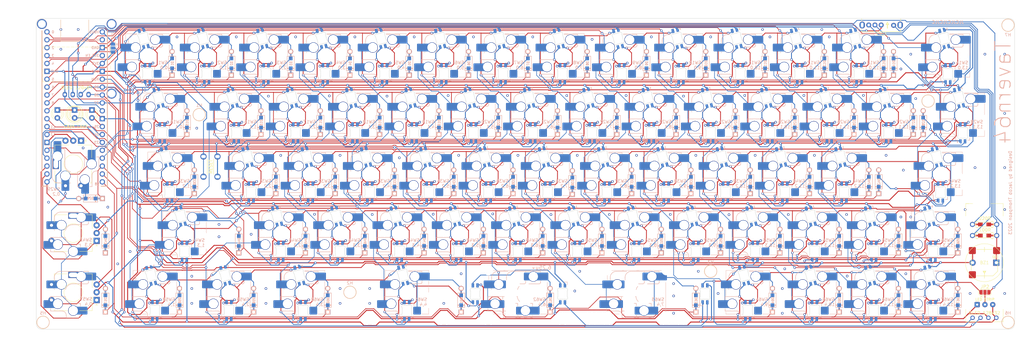
<source format=kicad_pcb>
(kicad_pcb (version 20221018) (generator pcbnew)
  (layers (0 "F.Cu" signal) (31 "B.Cu" signal) (34 "B.Paste" user) (35 "F.Paste" user) (36 "B.SilkS" user "B.Silkscreen") (37 "F.SilkS" user "F.Silkscreen") (38 "B.Mask" user) (39 "F.Mask" user) (44 "Edge.Cuts" user))
  (net 0 "")
  (net 1 "Net-(BZ1--)")
  (net 2 "GND")
  (net 3 "ROW 0")
  (net 4 "Net-(D1-A)")
  (net 5 "Net-(D2-A)")
  (net 6 "Net-(D3-A)")
  (net 7 "Net-(D4-A)")
  (net 8 "Net-(D5-A)")
  (net 9 "Net-(D6-A)")
  (net 10 "Net-(D7-A)")
  (net 11 "Net-(D8-A)")
  (net 12 "Net-(D9-A)")
  (net 13 "Net-(D10-A)")
  (net 14 "Net-(D11-A)")
  (net 15 "Net-(D12-A)")
  (net 16 "Net-(D13-A)")
  (net 17 "Net-(D14-A)")
  (net 18 "ROW 1")
  (net 19 "Net-(D15-A)")
  (net 20 "Net-(D16-A)")
  (net 21 "Net-(D17-A)")
  (net 22 "Net-(D18-A)")
  (net 23 "Net-(D19-A)")
  (net 24 "Net-(D20-A)")
  (net 25 "Net-(D21-A)")
  (net 26 "Net-(D22-A)")
  (net 27 "Net-(D23-A)")
  (net 28 "Net-(D24-A)")
  (net 29 "Net-(D25-A)")
  (net 30 "Net-(D26-A)")
  (net 31 "Net-(D27-A)")
  (net 32 "Net-(D28-A)")
  (net 33 "ROW 2")
  (net 34 "Net-(D30-A)")
  (net 35 "Net-(D31-A)")
  (net 36 "Net-(D32-A)")
  (net 37 "Net-(D33-A)")
  (net 38 "Net-(D34-A)")
  (net 39 "Net-(D35-A)")
  (net 40 "Net-(D36-A)")
  (net 41 "Net-(D37-A)")
  (net 42 "Net-(D38-A)")
  (net 43 "Net-(D39-A)")
  (net 44 "Net-(D40-A)")
  (net 45 "Net-(D41-A)")
  (net 46 "Net-(D42-A)")
  (net 47 "ROW 3")
  (net 48 "Net-(D44-A)")
  (net 49 "Net-(D45-A)")
  (net 50 "Net-(D46-A)")
  (net 51 "Net-(D47-A)")
  (net 52 "Net-(D48-A)")
  (net 53 "Net-(D49-A)")
  (net 54 "Net-(D50-A)")
  (net 55 "Net-(D51-A)")
  (net 56 "Net-(D52-A)")
  (net 57 "Net-(D53-A)")
  (net 58 "Net-(D54-A)")
  (net 59 "Net-(D55-A)")
  (net 60 "Net-(D56-A)")
  (net 61 "ROW 4")
  (net 62 "Net-(D58-A)")
  (net 63 "Net-(D59-A)")
  (net 64 "Net-(D60-A)")
  (net 65 "Net-(D61-A)")
  (net 66 "Net-(D62-A)")
  (net 67 "Net-(D63-A)")
  (net 68 "Net-(D64-A)")
  (net 69 "Net-(D65-A)")
  (net 70 "Net-(D66-A)")
  (net 71 "Net-(D67-A)")
  (net 72 "ENC 1A")
  (net 73 "ENC B")
  (net 74 "ENC 2A")
  (net 75 "IND SCRL")
  (net 76 "ENC 3A")
  (net 77 "IND CAPS")
  (net 78 "IND NUML")
  (net 79 "LED DIN")
  (net 80 "5V")
  (net 81 "LED DOUT")
  (net 82 "Net-(JP2-C)")
  (net 83 "OLED SDA")
  (net 84 "OLED SCL")
  (net 85 "3V3")
  (net 86 "Net-(R1-Pad2)")
  (net 87 "Net-(R2-Pad2)")
  (net 88 "COL 0")
  (net 89 "POWER")
  (net 90 "COL 8")
  (net 91 "COL 1")
  (net 92 "COL 13")
  (net 93 "COL 2")
  (net 94 "RESET")
  (net 95 "COL 3")
  (net 96 "COL 4")
  (net 97 "COL 5")
  (net 98 "COL 6")
  (net 99 "COL 7")
  (net 100 "COL 9")
  (net 101 "COL 10")
  (net 102 "COL 11")
  (net 103 "COL 12")
  (net 104 "BUZZ PWD")
  (net 107 "Net-(SW1-DOUT)")
  (net 108 "Net-(SW2-DOUT)")
  (net 109 "Net-(SW3-DOUT)")
  (net 110 "Net-(SW4-DOUT)")
  (net 111 "Net-(SW5-DOUT)")
  (net 112 "Net-(SW6-DOUT)")
  (net 113 "Net-(SW7-DOUT)")
  (net 114 "Net-(SW8-DOUT)")
  (net 115 "Net-(SW10-DIN)")
  (net 116 "Net-(SW10-DOUT)")
  (net 117 "Net-(SW11-DOUT)")
  (net 118 "Net-(SW12-DOUT)")
  (net 119 "Net-(SW13-DOUT)")
  (net 120 "Net-(SW14-DOUT)")
  (net 121 "Net-(SW15-DOUT)")
  (net 122 "Net-(SW16-DOUT)")
  (net 123 "Net-(SW17-DOUT)")
  (net 124 "Net-(SW18-DOUT)")
  (net 125 "Net-(SW19-DOUT)")
  (net 126 "Net-(SW20-DOUT)")
  (net 127 "Net-(SW21-DOUT)")
  (net 128 "Net-(SW22-DOUT)")
  (net 129 "Net-(SW23-DOUT)")
  (net 130 "Net-(SW24-DOUT)")
  (net 131 "Net-(SW25-DOUT)")
  (net 132 "Net-(SW26-DOUT)")
  (net 133 "Net-(SW27-DOUT)")
  (net 134 "Net-(SW28-DOUT)")
  (net 135 "Net-(SW30-DOUT)")
  (net 136 "Net-(SW31-DOUT)")
  (net 137 "Net-(SW32-DOUT)")
  (net 138 "Net-(SW33-DOUT)")
  (net 139 "Net-(SW34-DOUT)")
  (net 140 "Net-(SW35-DOUT)")
  (net 141 "Net-(SW36-DOUT)")
  (net 142 "Net-(SW37-DOUT)")
  (net 143 "Net-(SW38-DOUT)")
  (net 144 "Net-(SW39-DOUT)")
  (net 145 "Net-(SW40-DOUT)")
  (net 146 "Net-(SW41-DOUT)")
  (net 147 "Net-(SW42-DOUT)")
  (net 148 "Net-(SW44-DOUT)")
  (net 149 "Net-(SW45-DOUT)")
  (net 150 "Net-(SW46-DOUT)")
  (net 151 "Net-(SW47-DOUT)")
  (net 152 "Net-(SW48-DOUT)")
  (net 153 "Net-(SW49-DOUT)")
  (net 154 "Net-(SW50-DOUT)")
  (net 155 "Net-(SW51-DOUT)")
  (net 156 "Net-(SW52-DOUT)")
  (net 157 "Net-(SW53-DOUT)")
  (net 158 "Net-(SW54-DOUT)")
  (net 159 "Net-(SW55-DOUT)")
  (net 160 "Net-(SW56-DOUT)")
  (net 161 "Net-(SW58-DOUT)")
  (net 162 "Net-(SW59-DOUT)")
  (net 163 "Net-(SW60-DOUT)")
  (net 164 "Net-(L4-DOUT)")
  (net 165 "Net-(SW64-DOUT)")
  (net 166 "Net-(SW65-DOUT)")
  (net 167 "Net-(SW66-DOUT)")
  (net 168 "Net-(L2-DOUT)")
  (net 169 "Net-(D29-A)")
  (net 170 "Net-(D43-A)")
  (net 171 "Net-(D57-A)")
  (net 172 "Net-(L2-DIN)")
  (net 173 "Net-(L3-DOUT)")
  (footprint "Oden Library:CherryMX_Choc_Hotswap v2 with LEDs" (layer "F.Cu") (at 308.781954 117.8814)
    (fp_text reference "SW54" hide)
    (fp_text value "MX_SW_HS_LED" hide)
    (fp_line (start -2.417527 -4.301273) (end -2.828766 -5.836037) (stroke (width 0.1)) (layer "Edge.Cuts"))
    (fp_line (start -2.293144 -6.917047) (end -0.935357 -7.280865) (stroke (width 0.1)) (layer "Edge.Cuts"))
    (fp_line (start -1.5 6.676952) (end -1.5 5.088048) (stroke (width 0.1)) (layer "Edge.Cuts"))
    (fp_line (start -0.702842 4.182501) (end 0.702842 4.182501) (stroke (width 0.1)) (layer "Edge.Cuts"))
    (fp_line (start -0.055373 -3.996719) (end -1.41316 -3.632901) (stroke (width 0.1)) (layer "Edge.Cuts"))
    (fp_line (start 0.069011 -6.612493) (end 0.480249 -5.07773) (stroke (width 0.1)) (layer "Edge.Cuts"))
    (fp_line (start 0.702842 7.582499) (end -0.702842 7.582499) (stroke (width 0.1)) (layer "Edge.Cuts"))
    (fp_line (start 1.499999 5.088048) (end 1.499999 6.676953) (stroke (width 0.1)) (layer "Edge.Cuts"))
    (fp_arc (start -2.960027 -6.062023) (mid -2.87935 -5.95777) (end -2.828766 -5.836037) (stroke (width 0.1)) (layer "Edge.Cuts"))
    (fp_arc (start -2.960027 -6.062023) (mid -3.050985 -6.649853) (end -2.51544 -6.908714) (stroke (width 0.1)) (layer "Edge.Cuts"))
    (fp_arc (start -2.417528 -4.301272) (mid -2.400518 -4.170557) (end -2.41821 -4.039932) (stroke (width 0.1)) (layer "Edge.Cuts"))
    (fp_arc (start -2.293145 -6.917047) (mid -2.403823 -6.900357) (end -2.51544 -6.908714) (stroke (width 0.1)) (layer "Edge.Cuts"))
    (fp_arc (start -1.60984 -3.52897) (mid -2.20308 -3.485356) (end -2.41821 -4.039932) (stroke (width 0.1)) (layer "Edge.Cuts"))
    (fp_arc (start -1.60984 -3.52897) (mid -1.517355 -3.592016) (end -1.41316 -3.632901) (stroke (width 0.1)) (layer "Edge.Cuts"))
    (fp_arc (start -1.568299 4.83579) (mid -1.517402 4.957385) (end -1.5 5.088048) (stroke (width 0.1)) (layer "Edge.Cuts"))
    (fp_arc (start -1.568297 4.835789) (mid -1.50406 4.244406) (end -0.91972 4.133016) (stroke (width 0.1)) (layer "Edge.Cuts"))
    (fp_arc (start -1.5 6.676952) (mid -1.517386 6.80762) (end -1.568299 6.929211) (stroke (width 0.1)) (layer "Edge.Cuts"))
    (fp_arc (start -0.91972 7.631984) (mid -0.814066 7.595036) (end -0.702842 7.582499) (stroke (width 0.1)) (layer "Edge.Cuts"))
    (fp_arc (start -0.919719 7.631984) (mid -1.504037 7.520574) (end -1.568299 6.929211) (stroke (width 0.1)) (layer "Edge.Cuts"))
    (fp_arc (start -0.738678 -7.384795) (mid -0.145436 -7.428414) (end 0.069693 -6.873834) (stroke (width 0.1)) (layer "Edge.Cuts"))
    (fp_arc (start -0.738677 -7.384796) (mid -0.831169 -7.321763) (end -0.935357 -7.280865) (stroke (width 0.1)) (layer "Edge.Cuts"))
    (fp_arc (start -0.702843 4.182501) (mid -0.814072 4.16999) (end -0.91972 4.133016) (stroke (width 0.1)) (layer "Edge.Cuts"))
    (fp_arc (start -0.055372 -3.996719) (mid 0.055305 -4.013422) (end 0.166922 -4.005052) (stroke (width 0.1)) (layer "Edge.Cuts"))
    (fp_arc (start 0.069011 -6.612493) (mid 0.052003 -6.743209) (end 0.069693 -6.873834) (stroke (width 0.1)) (layer "Edge.Cuts"))
    (fp_arc (start 0.611509 -4.851743) (mid 0.702487 -4.263902) (end 0.166922 -4.005052) (stroke (width 0.1)) (layer "Edge.Cuts"))
    (fp_arc (start 0.61151 -4.851744) (mid 0.530854 -4.95601) (end 0.480249 -5.07773) (stroke (width 0.1)) (layer "Edge.Cuts"))
    (fp_arc (start 0.702843 7.582499) (mid 0.814066 7.595034) (end 0.91972 7.631984) (stroke (width 0.1)) (layer "Edge.Cuts"))
    (fp_arc (start 0.91972 4.133016) (mid 0.814068 4.169975) (end 0.702842 4.182501) (stroke (width 0.1)) (layer "Edge.Cuts"))
    (fp_arc (start 0.91972 4.133016) (mid 1.504021 4.244421) (end 1.568299 4.835789) (stroke (width 0.1)) (layer "Edge.Cuts"))
    (fp_arc (start 1.5 5.088047) (mid 1.517394 4.957381) (end 1.568299 4.835789) (stroke (width 0.1)) (layer "Edge.Cuts"))
    (fp_arc (start 1.568298 6.929211) (mid 1.504031 7.520568) (end 0.91972 7.631984) (stroke (width 0.1)) (layer "Edge.Cuts"))
    (fp_arc (start 1.568298 6.929211) (mid 1.517363 6.807625) (end 1.499999 6.676953) (stroke (width 0.1)) (layer "Edge.Cuts"))
  )
  (footprint "Oden Library:CherryMX_Choc_Hotswap v2 Encoder A" (layer "F.Cu") (at 70.656954 117.8814)
    (fp_text reference "SW43" hide)
    (fp_text value "MX_SW_HS" hide)
  )
  (footprint "Oden Library:CherryMX_Choc_Hotswap v2 with LEDs" (layer "F.Cu") (at 218.294454 79.7814)
    (fp_text reference "SW21" hide)
    (fp_text value "MX_SW_HS_LED" hide)
    (fp_line (start -2.417527 -4.301273) (end -2.828766 -5.836037) (stroke (width 0.1)) (layer "Edge.Cuts"))
    (fp_line (start -2.293144 -6.917047) (end -0.935357 -7.280865) (stroke (width 0.1)) (layer "Edge.Cuts"))
    (fp_line (start -1.5 6.676952) (end -1.5 5.088048) (stroke (width 0.1)) (layer "Edge.Cuts"))
    (fp_line (start -0.702842 4.182501) (end 0.702842 4.182501) (stroke (width 0.1)) (layer "Edge.Cuts"))
    (fp_line (start -0.055373 -3.996719) (end -1.41316 -3.632901) (stroke (width 0.1)) (layer "Edge.Cuts"))
    (fp_line (start 0.069011 -6.612493) (end 0.480249 -5.07773) (stroke (width 0.1)) (layer "Edge.Cuts"))
    (fp_line (start 0.702842 7.582499) (end -0.702842 7.582499) (stroke (width 0.1)) (layer "Edge.Cuts"))
    (fp_line (start 1.499999 5.088048) (end 1.499999 6.676953) (stroke (width 0.1)) (layer "Edge.Cuts"))
    (fp_arc (start -2.960027 -6.062023) (mid -2.87935 -5.95777) (end -2.828766 -5.836037) (stroke (width 0.1)) (layer "Edge.Cuts"))
    (fp_arc (start -2.960027 -6.062023) (mid -3.050985 -6.649853) (end -2.51544 -6.908714) (stroke (width 0.1)) (layer "Edge.Cuts"))
    (fp_arc (start -2.417528 -4.301272) (mid -2.400518 -4.170557) (end -2.41821 -4.039932) (stroke (width 0.1)) (layer "Edge.Cuts"))
    (fp_arc (start -2.293145 -6.917047) (mid -2.403823 -6.900357) (end -2.51544 -6.908714) (stroke (width 0.1)) (layer "Edge.Cuts"))
    (fp_arc (start -1.60984 -3.52897) (mid -2.20308 -3.485356) (end -2.41821 -4.039932) (stroke (width 0.1)) (layer "Edge.Cuts"))
    (fp_arc (start -1.60984 -3.52897) (mid -1.517355 -3.592016) (end -1.41316 -3.632901) (stroke (width 0.1)) (layer "Edge.Cuts"))
    (fp_arc (start -1.568299 4.83579) (mid -1.517402 4.957385) (end -1.5 5.088048) (stroke (width 0.1)) (layer "Edge.Cuts"))
    (fp_arc (start -1.568297 4.835789) (mid -1.50406 4.244406) (end -0.91972 4.133016) (stroke (width 0.1)) (layer "Edge.Cuts"))
    (fp_arc (start -1.5 6.676952) (mid -1.517386 6.80762) (end -1.568299 6.929211) (stroke (width 0.1)) (layer "Edge.Cuts"))
    (fp_arc (start -0.91972 7.631984) (mid -0.814066 7.595036) (end -0.702842 7.582499) (stroke (width 0.1)) (layer "Edge.Cuts"))
    (fp_arc (start -0.919719 7.631984) (mid -1.504037 7.520574) (end -1.568299 6.929211) (stroke (width 0.1)) (layer "Edge.Cuts"))
    (fp_arc (start -0.738678 -7.384795) (mid -0.145436 -7.428414) (end 0.069693 -6.873834) (stroke (width 0.1)) (layer "Edge.Cuts"))
    (fp_arc (start -0.738677 -7.384796) (mid -0.831169 -7.321763) (end -0.935357 -7.280865) (stroke (width 0.1)) (layer "Edge.Cuts"))
    (fp_arc (start -0.702843 4.182501) (mid -0.814072 4.16999) (end -0.91972 4.133016) (stroke (width 0.1)) (layer "Edge.Cuts"))
    (fp_arc (start -0.055372 -3.996719) (mid 0.055305 -4.013422) (end 0.166922 -4.005052) (stroke (width 0.1)) (layer "Edge.Cuts"))
    (fp_arc (start 0.069011 -6.612493) (mid 0.052003 -6.743209) (end 0.069693 -6.873834) (stroke (width 0.1)) (layer "Edge.Cuts"))
    (fp_arc (start 0.611509 -4.851743) (mid 0.702487 -4.263902) (end 0.166922 -4.005052) (stroke (width 0.1)) (layer "Edge.Cuts"))
    (fp_arc (start 0.61151 -4.851744) (mid 0.530854 -4.95601) (end 0.480249 -5.07773) (stroke (width 0.1)) (layer "Edge.Cuts"))
    (fp_arc (start 0.702843 7.582499) (mid 0.814066 7.595034) (end 0.91972 7.631984) (stroke (width 0.1)) (layer "Edge.Cuts"))
    (fp_arc (start 0.91972 4.133016) (mid 0.814068 4.169975) (end 0.702842 4.182501) (stroke (width 0.1)) (layer "Edge.Cuts"))
    (fp_arc (start 0.91972 4.133016) (mid 1.504021 4.244421) (end 1.568299 4.835789) (stroke (width 0.1)) (layer "Edge.Cuts"))
    (fp_arc (start 1.5 5.088047) (mid 1.517394 4.957381) (end 1.568299 4.835789) (stroke (width 0.1)) (layer "Edge.Cuts"))
    (fp_arc (start 1.568298 6.929211) (mid 1.504031 7.520568) (end 0.91972 7.631984) (stroke (width 0.1)) (layer "Edge.Cuts"))
    (fp_arc (start 1.568298 6.929211) (mid 1.517363 6.807625) (end 1.499999 6.676953) (stroke (width 0.1)) (layer "Edge.Cuts"))
  )
  (footprint "Oden Library:CherryMX_Choc_Hotswap v2 with LEDs" (layer "F.Cu") (at 142.094454 79.7814)
    (fp_text reference "SW17" hide)
    (fp_text value "MX_SW_HS_LED" hide)
    (fp_line (start -2.417527 -4.301273) (end -2.828766 -5.836037) (stroke (width 0.1)) (layer "Edge.Cuts"))
    (fp_line (start -2.293144 -6.917047) (end -0.935357 -7.280865) (stroke (width 0.1)) (layer "Edge.Cuts"))
    (fp_line (start -1.5 6.676952) (end -1.5 5.088048) (stroke (width 0.1)) (layer "Edge.Cuts"))
    (fp_line (start -0.702842 4.182501) (end 0.702842 4.182501) (stroke (width 0.1)) (layer "Edge.Cuts"))
    (fp_line (start -0.055373 -3.996719) (end -1.41316 -3.632901) (stroke (width 0.1)) (layer "Edge.Cuts"))
    (fp_line (start 0.069011 -6.612493) (end 0.480249 -5.07773) (stroke (width 0.1)) (layer "Edge.Cuts"))
    (fp_line (start 0.702842 7.582499) (end -0.702842 7.582499) (stroke (width 0.1)) (layer "Edge.Cuts"))
    (fp_line (start 1.499999 5.088048) (end 1.499999 6.676953) (stroke (width 0.1)) (layer "Edge.Cuts"))
    (fp_arc (start -2.960027 -6.062023) (mid -2.87935 -5.95777) (end -2.828766 -5.836037) (stroke (width 0.1)) (layer "Edge.Cuts"))
    (fp_arc (start -2.960027 -6.062023) (mid -3.050985 -6.649853) (end -2.51544 -6.908714) (stroke (width 0.1)) (layer "Edge.Cuts"))
    (fp_arc (start -2.417528 -4.301272) (mid -2.400518 -4.170557) (end -2.41821 -4.039932) (stroke (width 0.1)) (layer "Edge.Cuts"))
    (fp_arc (start -2.293145 -6.917047) (mid -2.403823 -6.900357) (end -2.51544 -6.908714) (stroke (width 0.1)) (layer "Edge.Cuts"))
    (fp_arc (start -1.60984 -3.52897) (mid -2.20308 -3.485356) (end -2.41821 -4.039932) (stroke (width 0.1)) (layer "Edge.Cuts"))
    (fp_arc (start -1.60984 -3.52897) (mid -1.517355 -3.592016) (end -1.41316 -3.632901) (stroke (width 0.1)) (layer "Edge.Cuts"))
    (fp_arc (start -1.568299 4.83579) (mid -1.517402 4.957385) (end -1.5 5.088048) (stroke (width 0.1)) (layer "Edge.Cuts"))
    (fp_arc (start -1.568297 4.835789) (mid -1.50406 4.244406) (end -0.91972 4.133016) (stroke (width 0.1)) (layer "Edge.Cuts"))
    (fp_arc (start -1.5 6.676952) (mid -1.517386 6.80762) (end -1.568299 6.929211) (stroke (width 0.1)) (layer "Edge.Cuts"))
    (fp_arc (start -0.91972 7.631984) (mid -0.814066 7.595036) (end -0.702842 7.582499) (stroke (width 0.1)) (layer "Edge.Cuts"))
    (fp_arc (start -0.919719 7.631984) (mid -1.504037 7.520574) (end -1.568299 6.929211) (stroke (width 0.1)) (layer "Edge.Cuts"))
    (fp_arc (start -0.738678 -7.384795) (mid -0.145436 -7.428414) (end 0.069693 -6.873834) (stroke (width 0.1)) (layer "Edge.Cuts"))
    (fp_arc (start -0.738677 -7.384796) (mid -0.831169 -7.321763) (end -0.935357 -7.280865) (stroke (width 0.1)) (layer "Edge.Cuts"))
    (fp_arc (start -0.702843 4.182501) (mid -0.814072 4.16999) (end -0.91972 4.133016) (stroke (width 0.1)) (layer "Edge.Cuts"))
    (fp_arc (start -0.055372 -3.996719) (mid 0.055305 -4.013422) (end 0.166922 -4.005052) (stroke (width 0.1)) (layer "Edge.Cuts"))
    (fp_arc (start 0.069011 -6.612493) (mid 0.052003 -6.743209) (end 0.069693 -6.873834) (stroke (width 0.1)) (layer "Edge.Cuts"))
    (fp_arc (start 0.611509 -4.851743) (mid 0.702487 -4.263902) (end 0.166922 -4.005052) (stroke (width 0.1)) (layer "Edge.Cuts"))
    (fp_arc (start 0.61151 -4.851744) (mid 0.530854 -4.95601) (end 0.480249 -5.07773) (stroke (width 0.1)) (layer "Edge.Cuts"))
    (fp_arc (start 0.702843 7.582499) (mid 0.814066 7.595034) (end 0.91972 7.631984) (stroke (width 0.1)) (layer "Edge.Cuts"))
    (fp_arc (start 0.91972 4.133016) (mid 0.814068 4.169975) (end 0.702842 4.182501) (stroke (width 0.1)) (layer "Edge.Cuts"))
    (fp_arc (start 0.91972 4.133016) (mid 1.504021 4.244421) (end 1.568299 4.835789) (stroke (width 0.1)) (layer "Edge.Cuts"))
    (fp_arc (start 1.5 5.088047) (mid 1.517394 4.957381) (end 1.568299 4.835789) (stroke (width 0.1)) (layer "Edge.Cuts"))
    (fp_arc (start 1.568298 6.929211) (mid 1.504031 7.520568) (end 0.91972 7.631984) (stroke (width 0.1)) (layer "Edge.Cuts"))
    (fp_arc (start 1.568298 6.929211) (mid 1.517363 6.807625) (end 1.499999 6.676953) (stroke (width 0.1)) (layer "Edge.Cuts"))
  )
  (footprint "Oden Library:CherryMX_Choc_Hotswap v2 with LEDs" (layer "F.Cu") (at 144.475704 136.9314)
    (fp_text reference "SW60" hide)
    (fp_text value "MX_SW_HS_LED" hide)
    (fp_line (start -2.417527 -4.301273) (end -2.828766 -5.836037) (stroke (width 0.1)) (layer "Edge.Cuts"))
    (fp_line (start -2.293144 -6.917047) (end -0.935357 -7.280865) (stroke (width 0.1)) (layer "Edge.Cuts"))
    (fp_line (start -1.5 6.676952) (end -1.5 5.088048) (stroke (width 0.1)) (layer "Edge.Cuts"))
    (fp_line (start -0.702842 4.182501) (end 0.702842 4.182501) (stroke (width 0.1)) (layer "Edge.Cuts"))
    (fp_line (start -0.055373 -3.996719) (end -1.41316 -3.632901) (stroke (width 0.1)) (layer "Edge.Cuts"))
    (fp_line (start 0.069011 -6.612493) (end 0.480249 -5.07773) (stroke (width 0.1)) (layer "Edge.Cuts"))
    (fp_line (start 0.702842 7.582499) (end -0.702842 7.582499) (stroke (width 0.1)) (layer "Edge.Cuts"))
    (fp_line (start 1.499999 5.088048) (end 1.499999 6.676953) (stroke (width 0.1)) (layer "Edge.Cuts"))
    (fp_arc (start -2.960027 -6.062023) (mid -2.87935 -5.95777) (end -2.828766 -5.836037) (stroke (width 0.1)) (layer "Edge.Cuts"))
    (fp_arc (start -2.960027 -6.062023) (mid -3.050985 -6.649853) (end -2.51544 -6.908714) (stroke (width 0.1)) (layer "Edge.Cuts"))
    (fp_arc (start -2.417528 -4.301272) (mid -2.400518 -4.170557) (end -2.41821 -4.039932) (stroke (width 0.1)) (layer "Edge.Cuts"))
    (fp_arc (start -2.293145 -6.917047) (mid -2.403823 -6.900357) (end -2.51544 -6.908714) (stroke (width 0.1)) (layer "Edge.Cuts"))
    (fp_arc (start -1.60984 -3.52897) (mid -2.20308 -3.485356) (end -2.41821 -4.039932) (stroke (width 0.1)) (layer "Edge.Cuts"))
    (fp_arc (start -1.60984 -3.52897) (mid -1.517355 -3.592016) (end -1.41316 -3.632901) (stroke (width 0.1)) (layer "Edge.Cuts"))
    (fp_arc (start -1.568299 4.83579) (mid -1.517402 4.957385) (end -1.5 5.088048) (stroke (width 0.1)) (layer "Edge.Cuts"))
    (fp_arc (start -1.568297 4.835789) (mid -1.50406 4.244406) (end -0.91972 4.133016) (stroke (width 0.1)) (layer "Edge.Cuts"))
    (fp_arc (start -1.5 6.676952) (mid -1.517386 6.80762) (end -1.568299 6.929211) (stroke (width 0.1)) (layer "Edge.Cuts"))
    (fp_arc (start -0.91972 7.631984) (mid -0.814066 7.595036) (end -0.702842 7.582499) (stroke (width 0.1)) (layer "Edge.Cuts"))
    (fp_arc (start -0.919719 7.631984) (mid -1.504037 7.520574) (end -1.568299 6.929211) (stroke (width 0.1)) (layer "Edge.Cuts"))
    (fp_arc (start -0.738678 -7.384795) (mid -0.145436 -7.428414) (end 0.069693 -6.873834) (stroke (width 0.1)) (layer "Edge.Cuts"))
    (fp_arc (start -0.738677 -7.384796) (mid -0.831169 -7.321763) (end -0.935357 -7.280865) (stroke (width 0.1)) (layer "Edge.Cuts"))
    (fp_arc (start -0.702843 4.182501) (mid -0.814072 4.16999) (end -0.91972 4.133016) (stroke (width 0.1)) (layer "Edge.Cuts"))
    (fp_arc (start -0.055372 -3.996719) (mid 0.055305 -4.013422) (end 0.166922 -4.005052) (stroke (width 0.1)) (layer "Edge.Cuts"))
    (fp_arc (start 0.069011 -6.612493) (mid 0.052003 -6.743209) (end 0.069693 -6.873834) (stroke (width 0.1)) (layer "Edge.Cuts"))
    (fp_arc (start 0.611509 -4.851743) (mid 0.702487 -4.263902) (end 0.166922 -4.005052) (stroke (width 0.1)) (layer "Edge.Cuts"))
    (fp_arc (start 0.61151 -4.851744) (mid 0.530854 -4.95601) (end 0.480249 -5.07773) (stroke (width 0.1)) (layer "Edge.Cuts"))
    (fp_arc (start 0.702843 7.582499) (mid 0.814066 7.595034) (end 0.91972 7.631984) (stroke (width 0.1)) (layer "Edge.Cuts"))
    (fp_arc (start 0.91972 4.133016) (mid 0.814068 4.169975) (end 0.702842 4.182501) (stroke (width 0.1)) (layer "Edge.Cuts"))
    (fp_arc (start 0.91972 4.133016) (mid 1.504021 4.244421) (end 1.568299 4.835789) (stroke (width 0.1)) (layer "Edge.Cuts"))
    (fp_arc (start 1.5 5.088047) (mid 1.517394 4.957381) (end 1.568299 4.835789) (stroke (width 0.1)) (layer "Edge.Cuts"))
    (fp_arc (start 1.568298 6.929211) (mid 1.504031 7.520568) (end 0.91972 7.631984) (stroke (width 0.1)) (layer "Edge.Cuts"))
    (fp_arc (start 1.568298 6.929211) (mid 1.517363 6.807625) (end 1.499999 6.676953) (stroke (width 0.1)) (layer "Edge.Cuts"))
  )
  (footprint "Oden Library:SK6812MINI-E" (layer "F.Cu") (at 200.038204 137.72515 90)
    (fp_text reference "L2" hide)
    (fp_text value "~" hide)
    (fp_line (start -1.411567 0.447301) (end -1.411567 -0.958384) (stroke (width 0.1)) (layer "Edge.Cuts"))
    (fp_line (start -0.50602 -1.755542) (end 1.082883 -1.755541) (stroke (width 0.1)) (layer "Edge.Cuts"))
    (fp_line (start 1.082884 1.244457) (end -0.506021 1.244458) (stroke (width 0.1)) (layer "Edge.Cuts"))
    (fp_line (start 1.988431 -0.958384) (end 1.988431 0.447301) (stroke (width 0.1)) (layer "Edge.Cuts"))
    (fp_arc (start -1.461053 -1.175262) (mid -1.424106 -1.069608) (end -1.411567 -0.958384) (stroke (width 0.1)) (layer "Edge.Cuts"))
    (fp_arc (start -1.461052 -1.17526) (mid -1.349643 -1.759578) (end -0.75828 -1.82384) (stroke (width 0.1)) (layer "Edge.Cuts"))
    (fp_arc (start -1.411568 0.447302) (mid -1.424092 0.558528) (end -1.461053 0.664179) (stroke (width 0.1)) (layer "Edge.Cuts"))
    (fp_arc (start -0.75828 1.312757) (mid -1.349622 1.248474) (end -1.461053 0.664179) (stroke (width 0.1)) (layer "Edge.Cuts"))
    (fp_arc (start -0.75828 1.312757) (mid -0.636698 1.261811) (end -0.506021 1.244458) (stroke (width 0.1)) (layer "Edge.Cuts"))
    (fp_arc (start -0.50602 -1.755542) (mid -0.636684 -1.772946) (end -0.75828 -1.82384) (stroke (width 0.1)) (layer "Edge.Cuts"))
    (fp_arc (start 1.082884 1.244459) (mid 1.213547 1.261861) (end 1.335143 1.312757) (stroke (width 0.1)) (layer "Edge.Cuts"))
    (fp_arc (start 1.335142 -1.82384) (mid 1.213554 -1.772917) (end 1.082883 -1.755541) (stroke (width 0.1)) (layer "Edge.Cuts"))
    (fp_arc (start 1.335143 -1.823839) (mid 1.926518 -1.759566) (end 2.037916 -1.175261) (stroke (width 0.1)) (layer "Edge.Cuts"))
    (fp_arc (start 1.988431 -0.958385) (mid 2.000942 -1.069614) (end 2.037916 -1.175261) (stroke (width 0.1)) (layer "Edge.Cuts"))
    (fp_arc (start 2.037916 0.664178) (mid 1.926502 1.248492) (end 1.335143 1.312757) (stroke (width 0.1)) (layer "Edge.Cuts"))
    (fp_arc (start 2.037916 0.664178) (mid 2.000956 0.558528) (end 1.988431 0.447301) (stroke (width 0.1)) (layer "Edge.Cuts"))
  )
  (footprint "Oden Library:CherryMX_Choc_Hotswap v2 with LEDs" (layer "F.Cu") (at 304.019454 60.7314)
    (fp_text reference "SW12" hide)
    (fp_text value "MX_SW_HS_LED" hide)
    (fp_line (start -2.417527 -4.301273) (end -2.828766 -5.836037) (stroke (width 0.1)) (layer "Edge.Cuts"))
    (fp_line (start -2.293144 -6.917047) (end -0.935357 -7.280865) (stroke (width 0.1)) (layer "Edge.Cuts"))
    (fp_line (start -1.5 6.676952) (end -1.5 5.088048) (stroke (width 0.1)) (layer "Edge.Cuts"))
    (fp_line (start -0.702842 4.182501) (end 0.702842 4.182501) (stroke (width 0.1)) (layer "Edge.Cuts"))
    (fp_line (start -0.055373 -3.996719) (end -1.41316 -3.632901) (stroke (width 0.1)) (layer "Edge.Cuts"))
    (fp_line (start 0.069011 -6.612493) (end 0.480249 -5.07773) (stroke (width 0.1)) (layer "Edge.Cuts"))
    (fp_line (start 0.702842 7.582499) (end -0.702842 7.582499) (stroke (width 0.1)) (layer "Edge.Cuts"))
    (fp_line (start 1.499999 5.088048) (end 1.499999 6.676953) (stroke (width 0.1)) (layer "Edge.Cuts"))
    (fp_arc (start -2.960027 -6.062023) (mid -2.87935 -5.95777) (end -2.828766 -5.836037) (stroke (width 0.1)) (layer "Edge.Cuts"))
    (fp_arc (start -2.960027 -6.062023) (mid -3.050985 -6.649853) (end -2.51544 -6.908714) (stroke (width 0.1)) (layer "Edge.Cuts"))
    (fp_arc (start -2.417528 -4.301272) (mid -2.400518 -4.170557) (end -2.41821 -4.039932) (stroke (width 0.1)) (layer "Edge.Cuts"))
    (fp_arc (start -2.293145 -6.917047) (mid -2.403823 -6.900357) (end -2.51544 -6.908714) (stroke (width 0.1)) (layer "Edge.Cuts"))
    (fp_arc (start -1.60984 -3.52897) (mid -2.20308 -3.485356) (end -2.41821 -4.039932) (stroke (width 0.1)) (layer "Edge.Cuts"))
    (fp_arc (start -1.60984 -3.52897) (mid -1.517355 -3.592016) (end -1.41316 -3.632901) (stroke (width 0.1)) (layer "Edge.Cuts"))
    (fp_arc (start -1.568299 4.83579) (mid -1.517402 4.957385) (end -1.5 5.088048) (stroke (width 0.1)) (layer "Edge.Cuts"))
    (fp_arc (start -1.568297 4.835789) (mid -1.50406 4.244406) (end -0.91972 4.133016) (stroke (width 0.1)) (layer "Edge.Cuts"))
    (fp_arc (start -1.5 6.676952) (mid -1.517386 6.80762) (end -1.568299 6.929211) (stroke (width 0.1)) (layer "Edge.Cuts"))
    (fp_arc (start -0.91972 7.631984) (mid -0.814066 7.595036) (end -0.702842 7.582499) (stroke (width 0.1)) (layer "Edge.Cuts"))
    (fp_arc (start -0.919719 7.631984) (mid -1.504037 7.520574) (end -1.568299 6.929211) (stroke (width 0.1)) (layer "Edge.Cuts"))
    (fp_arc (start -0.738678 -7.384795) (mid -0.145436 -7.428414) (end 0.069693 -6.873834) (stroke (width 0.1)) (layer "Edge.Cuts"))
    (fp_arc (start -0.738677 -7.384796) (mid -0.831169 -7.321763) (end -0.935357 -7.280865) (stroke (width 0.1)) (layer "Edge.Cuts"))
    (fp_arc (start -0.702843 4.182501) (mid -0.814072 4.16999) (end -0.91972 4.133016) (stroke (width 0.1)) (layer "Edge.Cuts"))
    (fp_arc (start -0.055372 -3.996719) (mid 0.055305 -4.013422) (end 0.166922 -4.005052) (stroke (width 0.1)) (layer "Edge.Cuts"))
    (fp_arc (start 0.069011 -6.612493) (mid 0.052003 -6.743209) (end 0.069693 -6.873834) (stroke (width 0.1)) (layer "Edge.Cuts"))
    (fp_arc (start 0.611509 -4.851743) (mid 0.702487 -4.263902) (end 0.166922 -4.005052) (stroke (width 0.1)) (layer "Edge.Cuts"))
    (fp_arc (start 0.61151 -4.851744) (mid 0.530854 -4.95601) (end 0.480249 -5.07773) (stroke (width 0.1)) (layer "Edge.Cuts"))
    (fp_arc (start 0.702843 7.582499) (mid 0.814066 7.595034) (end 0.91972 7.631984) (stroke (width 0.1)) (layer "Edge.Cuts"))
    (fp_arc (start 0.91972 4.133016) (mid 0.814068 4.169975) (end 0.702842 4.182501) (stroke (width 0.1)) (layer "Edge.Cuts"))
    (fp_arc (start 0.91972 4.133016) (mid 1.504021 4.244421) (end 1.568299 4.835789) (stroke (width 0.1)) (layer "Edge.Cuts"))
    (fp_arc (start 1.5 5.088047) (mid 1.517394 4.957381) (end 1.568299 4.835789) (stroke (width 0.1)) (layer "Edge.Cuts"))
    (fp_arc (start 1.568298 6.929211) (mid 1.504031 7.520568) (end 0.91972 7.631984) (stroke (width 0.1)) (layer "Edge.Cuts"))
    (fp_arc (start 1.568298 6.929211) (mid 1.517363 6.807625) (end 1.499999 6.676953) (stroke (width 0.1)) (layer "Edge.Cuts"))
  )
  (footprint "Oden Library:CherryMX_Choc_Hotswap v2 with LEDs" (layer "F.Cu") (at 323.069454 60.7314)
    (fp_text reference "SW13" hide)
    (fp_text value "MX_SW_HS_LED" hide)
    (fp_line (start -2.417527 -4.301273) (end -2.828766 -5.836037) (stroke (width 0.1)) (layer "Edge.Cuts"))
    (fp_line (start -2.293144 -6.917047) (end -0.935357 -7.280865) (stroke (width 0.1)) (layer "Edge.Cuts"))
    (fp_line (start -1.5 6.676952) (end -1.5 5.088048) (stroke (width 0.1)) (layer "Edge.Cuts"))
    (fp_line (start -0.702842 4.182501) (end 0.702842 4.182501) (stroke (width 0.1)) (layer "Edge.Cuts"))
    (fp_line (start -0.055373 -3.996719) (end -1.41316 -3.632901) (stroke (width 0.1)) (layer "Edge.Cuts"))
    (fp_line (start 0.069011 -6.612493) (end 0.480249 -5.07773) (stroke (width 0.1)) (layer "Edge.Cuts"))
    (fp_line (start 0.702842 7.582499) (end -0.702842 7.582499) (stroke (width 0.1)) (layer "Edge.Cuts"))
    (fp_line (start 1.499999 5.088048) (end 1.499999 6.676953) (stroke (width 0.1)) (layer "Edge.Cuts"))
    (fp_arc (start -2.960027 -6.062023) (mid -2.87935 -5.95777) (end -2.828766 -5.836037) (stroke (width 0.1)) (layer "Edge.Cuts"))
    (fp_arc (start -2.960027 -6.062023) (mid -3.050985 -6.649853) (end -2.51544 -6.908714) (stroke (width 0.1)) (layer "Edge.Cuts"))
    (fp_arc (start -2.417528 -4.301272) (mid -2.400518 -4.170557) (end -2.41821 -4.039932) (stroke (width 0.1)) (layer "Edge.Cuts"))
    (fp_arc (start -2.293145 -6.917047) (mid -2.403823 -6.900357) (end -2.51544 -6.908714) (stroke (width 0.1)) (layer "Edge.Cuts"))
    (fp_arc (start -1.60984 -3.52897) (mid -2.20308 -3.485356) (end -2.41821 -4.039932) (stroke (width 0.1)) (layer "Edge.Cuts"))
    (fp_arc (start -1.60984 -3.52897) (mid -1.517355 -3.592016) (end -1.41316 -3.632901) (stroke (width 0.1)) (layer "Edge.Cuts"))
    (fp_arc (start -1.568299 4.83579) (mid -1.517402 4.957385) (end -1.5 5.088048) (stroke (width 0.1)) (layer "Edge.Cuts"))
    (fp_arc (start -1.568297 4.835789) (mid -1.50406 4.244406) (end -0.91972 4.133016) (stroke (width 0.1)) (layer "Edge.Cuts"))
    (fp_arc (start -1.5 6.676952) (mid -1.517386 6.80762) (end -1.568299 6.929211) (stroke (width 0.1)) (layer "Edge.Cuts"))
    (fp_arc (start -0.91972 7.631984) (mid -0.814066 7.595036) (end -0.702842 7.582499) (stroke (width 0.1)) (layer "Edge.Cuts"))
    (fp_arc (start -0.919719 7.631984) (mid -1.504037 7.520574) (end -1.568299 6.929211) (stroke (width 0.1)) (layer "Edge.Cuts"))
    (fp_arc (start -0.738678 -7.384795) (mid -0.145436 -7.428414) (end 0.069693 -6.873834) (stroke (width 0.1)) (layer "Edge.Cuts"))
    (fp_arc (start -0.738677 -7.384796) (mid -0.831169 -7.321763) (end -0.935357 -7.280865) (stroke (width 0.1)) (layer "Edge.Cuts"))
    (fp_arc (start -0.702843 4.182501) (mid -0.814072 4.16999) (end -0.91972 4.133016) (stroke (width 0.1)) (layer "Edge.Cuts"))
    (fp_arc (start -0.055372 -3.996719) (mid 0.055305 -4.013422) (end 0.166922 -4.005052) (stroke (width 0.1)) (layer "Edge.Cuts"))
    (fp_arc (start 0.069011 -6.612493) (mid 0.052003 -6.743209) (end 0.069693 -6.873834) (stroke (width 0.1)) (layer "Edge.Cuts"))
    (fp_arc (start 0.611509 -4.851743) (mid 0.702487 -4.263902) (end 0.166922 -4.005052) (stroke (width 0.1)) (layer "Edge.Cuts"))
    (fp_arc (start 0.61151 -4.851744) (mid 0.530854 -4.95601) (end 0.480249 -5.07773) (stroke (width 0.1)) (layer "Edge.Cuts"))
    (fp_arc (start 0.702843 7.582499) (mid 0.814066 7.595034) (end 0.91972 7.631984) (stroke (width 0.1)) (layer "Edge.Cuts"))
    (fp_arc (start 0.91972 4.133016) (mid 0.814068 4.169975) (end 0.702842 4.182501) (stroke (width 0.1)) (layer "Edge.Cuts"))
    (fp_arc (start 0.91972 4.133016) (mid 1.504021 4.244421) (end 1.568299 4.835789) (stroke (width 0.1)) (layer "Edge.Cuts"))
    (fp_arc (start 1.5 5.088047) (mid 1.517394 4.957381) (end 1.568299 4.835789) (stroke (width 0.1)) (layer "Edge.Cuts"))
    (fp_arc (start 1.568298 6.929211) (mid 1.504031 7.520568) (end 0.91972 7.631984) (stroke (width 0.1)) (layer "Edge.Cuts"))
    (fp_arc (start 1.568298 6.929211) (mid 1.517363 6.807625) (end 1.499999 6.676953) (stroke (width 0.1)) (layer "Edge.Cuts"))
  )
  (footprint "Oden Library:CherryMX_Choc_Hotswap v2 with LEDs" (layer "F.Cu") (at 223.056954 98.8314)
    (fp_text reference "SW36" hide)
    (fp_text value "MX_SW_HS_LED" hide)
    (fp_line (start -2.417527 -4.301273) (end -2.828766 -5.836037) (stroke (width 0.1)) (layer "Edge.Cuts"))
    (fp_line (start -2.293144 -6.917047) (end -0.935357 -7.280865) (stroke (width 0.1)) (layer "Edge.Cuts"))
    (fp_line (start -1.5 6.676952) (end -1.5 5.088048) (stroke (width 0.1)) (layer "Edge.Cuts"))
    (fp_line (start -0.702842 4.182501) (end 0.702842 4.182501) (stroke (width 0.1)) (layer "Edge.Cuts"))
    (fp_line (start -0.055373 -3.996719) (end -1.41316 -3.632901) (stroke (width 0.1)) (layer "Edge.Cuts"))
    (fp_line (start 0.069011 -6.612493) (end 0.480249 -5.07773) (stroke (width 0.1)) (layer "Edge.Cuts"))
    (fp_line (start 0.702842 7.582499) (end -0.702842 7.582499) (stroke (width 0.1)) (layer "Edge.Cuts"))
    (fp_line (start 1.499999 5.088048) (end 1.499999 6.676953) (stroke (width 0.1)) (layer "Edge.Cuts"))
    (fp_arc (start -2.960027 -6.062023) (mid -2.87935 -5.95777) (end -2.828766 -5.836037) (stroke (width 0.1)) (layer "Edge.Cuts"))
    (fp_arc (start -2.960027 -6.062023) (mid -3.050985 -6.649853) (end -2.51544 -6.908714) (stroke (width 0.1)) (layer "Edge.Cuts"))
    (fp_arc (start -2.417528 -4.301272) (mid -2.400518 -4.170557) (end -2.41821 -4.039932) (stroke (width 0.1)) (layer "Edge.Cuts"))
    (fp_arc (start -2.293145 -6.917047) (mid -2.403823 -6.900357) (end -2.51544 -6.908714) (stroke (width 0.1)) (layer "Edge.Cuts"))
    (fp_arc (start -1.60984 -3.52897) (mid -2.20308 -3.485356) (end -2.41821 -4.039932) (stroke (width 0.1)) (layer "Edge.Cuts"))
    (fp_arc (start -1.60984 -3.52897) (mid -1.517355 -3.592016) (end -1.41316 -3.632901) (stroke (width 0.1)) (layer "Edge.Cuts"))
    (fp_arc (start -1.568299 4.83579) (mid -1.517402 4.957385) (end -1.5 5.088048) (stroke (width 0.1)) (layer "Edge.Cuts"))
    (fp_arc (start -1.568297 4.835789) (mid -1.50406 4.244406) (end -0.91972 4.133016) (stroke (width 0.1)) (layer "Edge.Cuts"))
    (fp_arc (start -1.5 6.676952) (mid -1.517386 6.80762) (end -1.568299 6.929211) (stroke (width 0.1)) (layer "Edge.Cuts"))
    (fp_arc (start -0.91972 7.631984) (mid -0.814066 7.595036) (end -0.702842 7.582499) (stroke (width 0.1)) (layer "Edge.Cuts"))
    (fp_arc (start -0.919719 7.631984) (mid -1.504037 7.520574) (end -1.568299 6.929211) (stroke (width 0.1)) (layer "Edge.Cuts"))
    (fp_arc (start -0.738678 -7.384795) (mid -0.145436 -7.428414) (end 0.069693 -6.873834) (stroke (width 0.1)) (layer "Edge.Cuts"))
    (fp_arc (start -0.738677 -7.384796) (mid -0.831169 -7.321763) (end -0.935357 -7.280865) (stroke (width 0.1)) (layer "Edge.Cuts"))
    (fp_arc (start -0.702843 4.182501) (mid -0.814072 4.16999) (end -0.91972 4.133016) (stroke (width 0.1)) (layer "Edge.Cuts"))
    (fp_arc (start -0.055372 -3.996719) (mid 0.055305 -4.013422) (end 0.166922 -4.005052) (stroke (width 0.1)) (layer "Edge.Cuts"))
    (fp_arc (start 0.069011 -6.612493) (mid 0.052003 -6.743209) (end 0.069693 -6.873834) (stroke (width 0.1)) (layer "Edge.Cuts"))
    (fp_arc (start 0.611509 -4.851743) (mid 0.702487 -4.263902) (end 0.166922 -4.005052) (stroke (width 0.1)) (layer "Edge.Cuts"))
    (fp_arc (start 0.61151 -4.851744) (mid 0.530854 -4.95601) (end 0.480249 -5.07773) (stroke (width 0.1)) (layer "Edge.Cuts"))
    (fp_arc (start 0.702843 7.582499) (mid 0.814066 7.595034) (end 0.91972 7.631984) (stroke (width 0.1)) (layer "Edge.Cuts"))
    (fp_arc (start 0.91972 4.133016) (mid 0.814068 4.169975) (end 0.702842 4.182501) (stroke (width 0.1)) (layer "Edge.Cuts"))
    (fp_arc (start 0.91972 4.133016) (mid 1.504021 4.244421) (end 1.568299 4.835789) (stroke (width 0.1)) (layer "Edge.Cuts"))
    (fp_arc (start 1.5 5.088047) (mid 1.517394 4.957381) (end 1.568299 4.835789) (stroke (width 0.1)) (layer "Edge.Cuts"))
    (fp_arc (start 1.568298 6.929211) (mid 1.504031 7.520568) (end 0.91972 7.631984) (stroke (width 0.1)) (layer "Edge.Cuts"))
    (fp_arc (start 1.568298 6.929211) (mid 1.517363 6.807625) (end 1.499999 6.676953) (stroke (width 0.1)) (layer "Edge.Cuts"))
  )
  (footprint "Oden Library:CherryMX_Choc_Hotswap v2 with LEDs" (layer "F.Cu") (at 294.494454 79.7814)
    (fp_text reference "SW25" hide)
    (fp_text value "MX_SW_HS_LED" hide)
    (fp_line (start -2.417527 -4.301273) (end -2.828766 -5.836037) (stroke (width 0.1)) (layer "Edge.Cuts"))
    (fp_line (start -2.293144 -6.917047) (end -0.935357 -7.280865) (stroke (width 0.1)) (layer "Edge.Cuts"))
    (fp_line (start -1.5 6.676952) (end -1.5 5.088048) (stroke (width 0.1)) (layer "Edge.Cuts"))
    (fp_line (start -0.702842 4.182501) (end 0.702842 4.182501) (stroke (width 0.1)) (layer "Edge.Cuts"))
    (fp_line (start -0.055373 -3.996719) (end -1.41316 -3.632901) (stroke (width 0.1)) (layer "Edge.Cuts"))
    (fp_line (start 0.069011 -6.612493) (end 0.480249 -5.07773) (stroke (width 0.1)) (layer "Edge.Cuts"))
    (fp_line (start 0.702842 7.582499) (end -0.702842 7.582499) (stroke (width 0.1)) (layer "Edge.Cuts"))
    (fp_line (start 1.499999 5.088048) (end 1.499999 6.676953) (stroke (width 0.1)) (layer "Edge.Cuts"))
    (fp_arc (start -2.960027 -6.062023) (mid -2.87935 -5.95777) (end -2.828766 -5.836037) (stroke (width 0.1)) (layer "Edge.Cuts"))
    (fp_arc (start -2.960027 -6.062023) (mid -3.050985 -6.649853) (end -2.51544 -6.908714) (stroke (width 0.1)) (layer "Edge.Cuts"))
    (fp_arc (start -2.417528 -4.301272) (mid -2.400518 -4.170557) (end -2.41821 -4.039932) (stroke (width 0.1)) (layer "Edge.Cuts"))
    (fp_arc (start -2.293145 -6.917047) (mid -2.403823 -6.900357) (end -2.51544 -6.908714) (stroke (width 0.1)) (layer "Edge.Cuts"))
    (fp_arc (start -1.60984 -3.52897) (mid -2.20308 -3.485356) (end -2.41821 -4.039932) (stroke (width 0.1)) (layer "Edge.Cuts"))
    (fp_arc (start -1.60984 -3.52897) (mid -1.517355 -3.592016) (end -1.41316 -3.632901) (stroke (width 0.1)) (layer "Edge.Cuts"))
    (fp_arc (start -1.568299 4.83579) (mid -1.517402 4.957385) (end -1.5 5.088048) (stroke (width 0.1)) (layer "Edge.Cuts"))
    (fp_arc (start -1.568297 4.835789) (mid -1.50406 4.244406) (end -0.91972 4.133016) (stroke (width 0.1)) (layer "Edge.Cuts"))
    (fp_arc (start -1.5 6.676952) (mid -1.517386 6.80762) (end -1.568299 6.929211) (stroke (width 0.1)) (layer "Edge.Cuts"))
    (fp_arc (start -0.91972 7.631984) (mid -0.814066 7.595036) (end -0.702842 7.582499) (stroke (width 0.1)) (layer "Edge.Cuts"))
    (fp_arc (start -0.919719 7.631984) (mid -1.504037 7.520574) (end -1.568299 6.929211) (stroke (width 0.1)) (layer "Edge.Cuts"))
    (fp_arc (start -0.738678 -7.384795) (mid -0.145436 -7.428414) (end 0.069693 -6.873834) (stroke (width 0.1)) (layer "Edge.Cuts"))
    (fp_arc (start -0.738677 -7.384796) (mid -0.831169 -7.321763) (end -0.935357 -7.280865) (stroke (width 0.1)) (layer "Edge.Cuts"))
    (fp_arc (start -0.702843 4.182501) (mid -0.814072 4.16999) (end -0.91972 4.133016) (stroke (width 0.1)) (layer "Edge.Cuts"))
    (fp_arc (start -0.055372 -3.996719) (mid 0.055305 -4.013422) (end 0.166922 -4.005052) (stroke (width 0.1)) (layer "Edge.Cuts"))
    (fp_arc (start 0.069011 -6.612493) (mid 0.052003 -6.743209) (end 0.069693 -6.873834) (stroke (width 0.1)) (layer "Edge.Cuts"))
    (fp_arc (start 0.611509 -4.851743) (mid 0.702487 -4.263902) (end 0.166922 -4.005052) (stroke (width 0.1)) (layer "Edge.Cuts"))
    (fp_arc (start 0.61151 -4.851744) (mid 0.530854 -4.95601) (end 0.480249 -5.07773) (stroke (width 0.1)) (layer "Edge.Cuts"))
    (fp_arc (start 0.702843 7.582499) (mid 0.814066 7.595034) (end 0.91972 7.631984) (stroke (width 0.1)) (layer "Edge.Cuts"))
    (fp_arc (start 0.91972 4.133016) (mid 0.814068 4.169975) (end 0.702842 4.182501) (stroke (width 0.1)) (layer "Edge.Cuts"))
    (fp_arc (start 0.91972 4.133016) (mid 1.504021 4.244421) (end 1.568299 4.835789) (stroke (width 0.1)) (layer "Edge.Cuts"))
    (fp_arc (start 1.5 5.088047) (mid 1.517394 4.957381) (end 1.568299 4.835789) (stroke (width 0.1)) (layer "Edge.Cuts"))
    (fp_arc (start 1.568298 6.929211) (mid 1.504031 7.520568) (end 0.91972 7.631984) (stroke (width 0.1)) (layer "Edge.Cuts"))
    (fp_arc (start 1.568298 6.929211) (mid 1.517363 6.807625) (end 1.499999 6.676953) (stroke (width 0.1)) (layer "Edge.Cuts"))
  )
  (footprint "Oden Library:CherryMX_Choc_Hotswap v2 with LEDs" (layer "F.Cu") (at 270.681954 117.8814)
    (fp_text reference "SW52" hide)
    (fp_text value "MX_SW_HS_LED" hide)
    (fp_line (start -2.417527 -4.301273) (end -2.828766 -5.836037) (stroke (width 0.1)) (layer "Edge.Cuts"))
    (fp_line (start -2.293144 -6.917047) (end -0.935357 -7.280865) (stroke (width 0.1)) (layer "Edge.Cuts"))
    (fp_line (start -1.5 6.676952) (end -1.5 5.088048) (stroke (width 0.1)) (layer "Edge.Cuts"))
    (fp_line (start -0.702842 4.182501) (end 0.702842 4.182501) (stroke (width 0.1)) (layer "Edge.Cuts"))
    (fp_line (start -0.055373 -3.996719) (end -1.41316 -3.632901) (stroke (width 0.1)) (layer "Edge.Cuts"))
    (fp_line (start 0.069011 -6.612493) (end 0.480249 -5.07773) (stroke (width 0.1)) (layer "Edge.Cuts"))
    (fp_line (start 0.702842 7.582499) (end -0.702842 7.582499) (stroke (width 0.1)) (layer "Edge.Cuts"))
    (fp_line (start 1.499999 5.088048) (end 1.499999 6.676953) (stroke (width 0.1)) (layer "Edge.Cuts"))
    (fp_arc (start -2.960027 -6.062023) (mid -2.87935 -5.95777) (end -2.828766 -5.836037) (stroke (width 0.1)) (layer "Edge.Cuts"))
    (fp_arc (start -2.960027 -6.062023) (mid -3.050985 -6.649853) (end -2.51544 -6.908714) (stroke (width 0.1)) (layer "Edge.Cuts"))
    (fp_arc (start -2.417528 -4.301272) (mid -2.400518 -4.170557) (end -2.41821 -4.039932) (stroke (width 0.1)) (layer "Edge.Cuts"))
    (fp_arc (start -2.293145 -6.917047) (mid -2.403823 -6.900357) (end -2.51544 -6.908714) (stroke (width 0.1)) (layer "Edge.Cuts"))
    (fp_arc (start -1.60984 -3.52897) (mid -2.20308 -3.485356) (end -2.41821 -4.039932) (stroke (width 0.1)) (layer "Edge.Cuts"))
    (fp_arc (start -1.60984 -3.52897) (mid -1.517355 -3.592016) (end -1.41316 -3.632901) (stroke (width 0.1)) (layer "Edge.Cuts"))
    (fp_arc (start -1.568299 4.83579) (mid -1.517402 4.957385) (end -1.5 5.088048) (stroke (width 0.1)) (layer "Edge.Cuts"))
    (fp_arc (start -1.568297 4.835789) (mid -1.50406 4.244406) (end -0.91972 4.133016) (stroke (width 0.1)) (layer "Edge.Cuts"))
    (fp_arc (start -1.5 6.676952) (mid -1.517386 6.80762) (end -1.568299 6.929211) (stroke (width 0.1)) (layer "Edge.Cuts"))
    (fp_arc (start -0.91972 7.631984) (mid -0.814066 7.595036) (end -0.702842 7.582499) (stroke (width 0.1)) (layer "Edge.Cuts"))
    (fp_arc (start -0.919719 7.631984) (mid -1.504037 7.520574) (end -1.568299 6.929211) (stroke (width 0.1)) (layer "Edge.Cuts"))
    (fp_arc (start -0.738678 -7.384795) (mid -0.145436 -7.428414) (end 0.069693 -6.873834) (stroke (width 0.1)) (layer "Edge.Cuts"))
    (fp_arc (start -0.738677 -7.384796) (mid -0.831169 -7.321763) (end -0.935357 -7.280865) (stroke (width 0.1)) (layer "Edge.Cuts"))
    (fp_arc (start -0.702843 4.182501) (mid -0.814072 4.16999) (end -0.91972 4.133016) (stroke (width 0.1)) (layer "Edge.Cuts"))
    (fp_arc (start -0.055372 -3.996719) (mid 0.055305 -4.013422) (end 0.166922 -4.005052) (stroke (width 0.1)) (layer "Edge.Cuts"))
    (fp_arc (start 0.069011 -6.612493) (mid 0.052003 -6.743209) (end 0.069693 -6.873834) (stroke (width 0.1)) (layer "Edge.Cuts"))
    (fp_arc (start 0.611509 -4.851743) (mid 0.702487 -4.263902) (end 0.166922 -4.005052) (stroke (width 0.1)) (layer "Edge.Cuts"))
    (fp_arc (start 0.61151 -4.851744) (mid 0.530854 -4.95601) (end 0.480249 -5.07773) (stroke (width 0.1)) (layer "Edge.Cuts"))
    (fp_arc (start 0.702843 7.582499) (mid 0.814066 7.595034) (end 0.91972 7.631984) (stroke (width 0.1)) (layer "Edge.Cuts"))
    (fp_arc (start 0.91972 4.133016) (mid 0.814068 4.169975) (end 0.702842 4.182501) (stroke (width 0.1)) (layer "Edge.Cuts"))
    (fp_arc (start 0.91972 4.133016) (mid 1.504021 4.244421) (end 1.568299 4.835789) (stroke (width 0.1)) (layer "Edge.Cuts"))
    (fp_arc (start 1.5 5.088047) (mid 1.517394 4.957381) (end 1.568299 4.835789) (stroke (width 0.1)) (layer "Edge.Cuts"))
    (fp_arc (start 1.568298 6.929211) (mid 1.504031 7.520568) (end 0.91972 7.631984) (stroke (width 0.1)) (layer "Edge.Cuts"))
    (fp_arc (start 1.568298 6.929211) (mid 1.517363 6.807625) (end 1.499999 6.676953) (stroke (width 0.1)) (layer "Edge.Cuts"))
  )
  (footprint "Oden Library:CherryMX_Choc_Hotswap v2 with LEDs" (layer "F.Cu") (at 165.906954 98.8314)
    (fp_text reference "SW33" hide)
    (fp_text value "MX_SW_HS_LED" hide)
    (fp_line (start -2.417527 -4.301273) (end -2.828766 -5.836037) (stroke (width 0.1)) (layer "Edge.Cuts"))
    (fp_line (start -2.293144 -6.917047) (end -0.935357 -7.280865) (stroke (width 0.1)) (layer "Edge.Cuts"))
    (fp_line (start -1.5 6.676952) (end -1.5 5.088048) (stroke (width 0.1)) (layer "Edge.Cuts"))
    (fp_line (start -0.702842 4.182501) (end 0.702842 4.182501) (stroke (width 0.1)) (layer "Edge.Cuts"))
    (fp_line (start -0.055373 -3.996719) (end -1.41316 -3.632901) (stroke (width 0.1)) (layer "Edge.Cuts"))
    (fp_line (start 0.069011 -6.612493) (end 0.480249 -5.07773) (stroke (width 0.1)) (layer "Edge.Cuts"))
    (fp_line (start 0.702842 7.582499) (end -0.702842 7.582499) (stroke (width 0.1)) (layer "Edge.Cuts"))
    (fp_line (start 1.499999 5.088048) (end 1.499999 6.676953) (stroke (width 0.1)) (layer "Edge.Cuts"))
    (fp_arc (start -2.960027 -6.062023) (mid -2.87935 -5.95777) (end -2.828766 -5.836037) (stroke (width 0.1)) (layer "Edge.Cuts"))
    (fp_arc (start -2.960027 -6.062023) (mid -3.050985 -6.649853) (end -2.51544 -6.908714) (stroke (width 0.1)) (layer "Edge.Cuts"))
    (fp_arc (start -2.417528 -4.301272) (mid -2.400518 -4.170557) (end -2.41821 -4.039932) (stroke (width 0.1)) (layer "Edge.Cuts"))
    (fp_arc (start -2.293145 -6.917047) (mid -2.403823 -6.900357) (end -2.51544 -6.908714) (stroke (width 0.1)) (layer "Edge.Cuts"))
    (fp_arc (start -1.60984 -3.52897) (mid -2.20308 -3.485356) (end -2.41821 -4.039932) (stroke (width 0.1)) (layer "Edge.Cuts"))
    (fp_arc (start -1.60984 -3.52897) (mid -1.517355 -3.592016) (end -1.41316 -3.632901) (stroke (width 0.1)) (layer "Edge.Cuts"))
    (fp_arc (start -1.568299 4.83579) (mid -1.517402 4.957385) (end -1.5 5.088048) (stroke (width 0.1)) (layer "Edge.Cuts"))
    (fp_arc (start -1.568297 4.835789) (mid -1.50406 4.244406) (end -0.91972 4.133016) (stroke (width 0.1)) (layer "Edge.Cuts"))
    (fp_arc (start -1.5 6.676952) (mid -1.517386 6.80762) (end -1.568299 6.929211) (stroke (width 0.1)) (layer "Edge.Cuts"))
    (fp_arc (start -0.91972 7.631984) (mid -0.814066 7.595036) (end -0.702842 7.582499) (stroke (width 0.1)) (layer "Edge.Cuts"))
    (fp_arc (start -0.919719 7.631984) (mid -1.504037 7.520574) (end -1.568299 6.929211) (stroke (width 0.1)) (layer "Edge.Cuts"))
    (fp_arc (start -0.738678 -7.384795) (mid -0.145436 -7.428414) (end 0.069693 -6.873834) (stroke (width 0.1)) (layer "Edge.Cuts"))
    (fp_arc (start -0.738677 -7.384796) (mid -0.831169 -7.321763) (end -0.935357 -7.280865) (stroke (width 0.1)) (layer "Edge.Cuts"))
    (fp_arc (start -0.702843 4.182501) (mid -0.814072 4.16999) (end -0.91972 4.133016) (stroke (width 0.1)) (layer "Edge.Cuts"))
    (fp_arc (start -0.055372 -3.996719) (mid 0.055305 -4.013422) (end 0.166922 -4.005052) (stroke (width 0.1)) (layer "Edge.Cuts"))
    (fp_arc (start 0.069011 -6.612493) (mid 0.052003 -6.743209) (end 0.069693 -6.873834) (stroke (width 0.1)) (layer "Edge.Cuts"))
    (fp_arc (start 0.611509 -4.851743) (mid 0.702487 -4.263902) (end 0.166922 -4.005052) (stroke (width 0.1)) (layer "Edge.Cuts"))
    (fp_arc (start 0.61151 -4.851744) (mid 0.530854 -4.95601) (end 0.480249 -5.07773) (stroke (width 0.1)) (layer "Edge.Cuts"))
    (fp_arc (start 0.702843 7.582499) (mid 0.814066 7.595034) (end 0.91972 7.631984) (stroke (width 0.1)) (layer "Edge.Cuts"))
    (fp_arc (start 0.91972 4.133016) (mid 0.814068 4.169975) (end 0.702842 4.182501) (stroke (width 0.1)) (layer "Edge.Cuts"))
    (fp_arc (start 0.91972 4.133016) (mid 1.504021 4.244421) (end 1.568299 4.835789) (stroke (width 0.1)) (layer "Edge.Cuts"))
    (fp_arc (start 1.5 5.088047) (mid 1.517394 4.957381) (end 1.568299 4.835789) (stroke (width 0.1)) (layer "Edge.Cuts"))
    (fp_arc (start 1.568298 6.929211) (mid 1.504031 7.520568) (end 0.91972 7.631984) (stroke (width 0.1)) (layer "Edge.Cuts"))
    (fp_arc (start 1.568298 6.929211) (mid 1.517363 6.807625) (end 1.499999 6.676953) (stroke (width 0.1)) (layer "Edge.Cuts"))
  )
  (footprint "Oden Library:OLED_v2" (layer "F.Cu") (at 363.391954 145.1364)
    (fp_text reference "OL2")
    (fp_text value "OLED" hide)
  )
  (footprint "Oden Library:CherryMX_Choc_Hotswap v2 with LEDs" (layer "F.Cu") (at 280.206954 98.8314)
    (fp_text reference "SW39" hide)
    (fp_text value "MX_SW_HS_LED" hide)
    (fp_line (start -2.417527 -4.301273) (end -2.828766 -5.836037) (stroke (width 0.1)) (layer "Edge.Cuts"))
    (fp_line (start -2.293144 -6.917047) (end -0.935357 -7.280865) (stroke (width 0.1)) (layer "Edge.Cuts"))
    (fp_line (start -1.5 6.676952) (end -1.5 5.088048) (stroke (width 0.1)) (layer "Edge.Cuts"))
    (fp_line (start -0.702842 4.182501) (end 0.702842 4.182501) (stroke (width 0.1)) (layer "Edge.Cuts"))
    (fp_line (start -0.055373 -3.996719) (end -1.41316 -3.632901) (stroke (width 0.1)) (layer "Edge.Cuts"))
    (fp_line (start 0.069011 -6.612493) (end 0.480249 -5.07773) (stroke (width 0.1)) (layer "Edge.Cuts"))
    (fp_line (start 0.702842 7.582499) (end -0.702842 7.582499) (stroke (width 0.1)) (layer "Edge.Cuts"))
    (fp_line (start 1.499999 5.088048) (end 1.499999 6.676953) (stroke (width 0.1)) (layer "Edge.Cuts"))
    (fp_arc (start -2.960027 -6.062023) (mid -2.87935 -5.95777) (end -2.828766 -5.836037) (stroke (width 0.1)) (layer "Edge.Cuts"))
    (fp_arc (start -2.960027 -6.062023) (mid -3.050985 -6.649853) (end -2.51544 -6.908714) (stroke (width 0.1)) (layer "Edge.Cuts"))
    (fp_arc (start -2.417528 -4.301272) (mid -2.400518 -4.170557) (end -2.41821 -4.039932) (stroke (width 0.1)) (layer "Edge.Cuts"))
    (fp_arc (start -2.293145 -6.917047) (mid -2.403823 -6.900357) (end -2.51544 -6.908714) (stroke (width 0.1)) (layer "Edge.Cuts"))
    (fp_arc (start -1.60984 -3.52897) (mid -2.20308 -3.485356) (end -2.41821 -4.039932) (stroke (width 0.1)) (layer "Edge.Cuts"))
    (fp_arc (start -1.60984 -3.52897) (mid -1.517355 -3.592016) (end -1.41316 -3.632901) (stroke (width 0.1)) (layer "Edge.Cuts"))
    (fp_arc (start -1.568299 4.83579) (mid -1.517402 4.957385) (end -1.5 5.088048) (stroke (width 0.1)) (layer "Edge.Cuts"))
    (fp_arc (start -1.568297 4.835789) (mid -1.50406 4.244406) (end -0.91972 4.133016) (stroke (width 0.1)) (layer "Edge.Cuts"))
    (fp_arc (start -1.5 6.676952) (mid -1.517386 6.80762) (end -1.568299 6.929211) (stroke (width 0.1)) (layer "Edge.Cuts"))
    (fp_arc (start -0.91972 7.631984) (mid -0.814066 7.595036) (end -0.702842 7.582499) (stroke (width 0.1)) (layer "Edge.Cuts"))
    (fp_arc (start -0.919719 7.631984) (mid -1.504037 7.520574) (end -1.568299 6.929211) (stroke (width 0.1)) (layer "Edge.Cuts"))
    (fp_arc (start -0.738678 -7.384795) (mid -0.145436 -7.428414) (end 0.069693 -6.873834) (stroke (width 0.1)) (layer "Edge.Cuts"))
    (fp_arc (start -0.738677 -7.384796) (mid -0.831169 -7.321763) (end -0.935357 -7.280865) (stroke (width 0.1)) (layer "Edge.Cuts"))
    (fp_arc (start -0.702843 4.182501) (mid -0.814072 4.16999) (end -0.91972 4.133016) (stroke (width 0.1)) (layer "Edge.Cuts"))
    (fp_arc (start -0.055372 -3.996719) (mid 0.055305 -4.013422) (end 0.166922 -4.005052) (stroke (width 0.1)) (layer "Edge.Cuts"))
    (fp_arc (start 0.069011 -6.612493) (mid 0.052003 -6.743209) (end 0.069693 -6.873834) (stroke (width 0.1)) (layer "Edge.Cuts"))
    (fp_arc (start 0.611509 -4.851743) (mid 0.702487 -4.263902) (end 0.166922 -4.005052) (stroke (width 0.1)) (layer "Edge.Cuts"))
    (fp_arc (start 0.61151 -4.851744) (mid 0.530854 -4.95601) (end 0.480249 -5.07773) (stroke (width 0.1)) (layer "Edge.Cuts"))
    (fp_arc (start 0.702843 7.582499) (mid 0.814066 7.595034) (end 0.91972 7.631984) (stroke (width 0.1)) (layer "Edge.Cuts"))
    (fp_arc (start 0.91972 4.133016) (mid 0.814068 4.169975) (end 0.702842 4.182501) (stroke (width 0.1)) (layer "Edge.Cuts"))
    (fp_arc (start 0.91972 4.133016) (mid 1.504021 4.244421) (end 1.568299 4.835789) (stroke (width 0.1)) (layer "Edge.Cuts"))
    (fp_arc (start 1.5 5.088047) (mid 1.517394 4.957381) (end 1.568299 4.835789) (stroke (width 0.1)) (layer "Edge.Cuts"))
    (fp_arc (start 1.568298 6.929211) (mid 1.504031 7.520568) (end 0.91972 7.631984) (stroke (width 0.1)) (layer "Edge.Cuts"))
    (fp_arc (start 1.568298 6.929211) (mid 1.517363 6.807625) (end 1.499999 6.676953) (stroke (width 0.1)) (layer "Edge.Cuts"))
  )
  (footprint "Oden Library:SK6812MINI-E" (layer "F.Cu") (at 273.848253 137.724422 90)
    (fp_text reference "L4" hide)
    (fp_text value "~" hide)
    (fp_line (start -1.411567 0.447301) (end -1.411567 -0.958384) (stroke (width 0.1)) (layer "Edge.Cuts"))
    (fp_line (start -0.50602 -1.755542) (end 1.082883 -1.755541) (stroke (width 0.1)) (layer "Edge.Cuts"))
    (fp_line (start 1.082884 1.244457) (end -0.506021 1.244458) (stroke (width 0.1)) (layer "Edge.Cuts"))
    (fp_line (start 1.988431 -0.958384) (end 1.988431 0.447301) (stroke (width 0.1)) (layer "Edge.Cuts"))
    (fp_arc (start -1.461053 -1.175262) (mid -1.424106 -1.069608) (end -1.411567 -0.958384) (stroke (width 0.1)) (layer "Edge.Cuts"))
    (fp_arc (start -1.461052 -1.17526) (mid -1.349643 -1.759578) (end -0.75828 -1.82384) (stroke (width 0.1)) (layer "Edge.Cuts"))
    (fp_arc (start -1.411568 0.447302) (mid -1.424092 0.558528) (end -1.461053 0.664179) (stroke (width 0.1)) (layer "Edge.Cuts"))
    (fp_arc (start -0.75828 1.312757) (mid -1.349622 1.248474) (end -1.461053 0.664179) (stroke (width 0.1)) (layer "Edge.Cuts"))
    (fp_arc (start -0.75828 1.312757) (mid -0.636698 1.261811) (end -0.506021 1.244458) (stroke (width 0.1)) (layer "Edge.Cuts"))
    (fp_arc (start -0.50602 -1.755542) (mid -0.636684 -1.772946) (end -0.75828 -1.82384) (stroke (width 0.1)) (layer "Edge.Cuts"))
    (fp_arc (start 1.082884 1.244459) (mid 1.213549 1.261857) (end 1.335143 1.312757) (stroke (width 0.1)) (layer "Edge.Cuts"))
    (fp_arc (start 1.335142 -1.82384) (mid 1.213554 -1.772917) (end 1.082883 -1.755541) (stroke (width 0.1)) (layer "Edge.Cuts"))
    (fp_arc (start 1.335143 -1.823839) (mid 1.926518 -1.759566) (end 2.037916 -1.175261) (stroke (width 0.1)) (layer "Edge.Cuts"))
    (fp_arc (start 1.988431 -0.958385) (mid 2.000942 -1.069614) (end 2.037916 -1.175261) (stroke (width 0.1)) (layer "Edge.Cuts"))
    (fp_arc (start 2.037916 0.664178) (mid 1.926502 1.248492) (end 1.335143 1.312757) (stroke (width 0.1)) (layer "Edge.Cuts"))
    (fp_arc (start 2.037916 0.664178) (mid 2.00095 0.558528) (end 1.988431 0.447301) (stroke (width 0.1)) (layer "Edge.Cuts"))
  )
  (footprint "Oden Library:CherryMX_Choc_Hotswap v2 with LEDs" (layer "F.Cu") (at 156.381954 117.8814)
    (fp_text reference "SW46" hide)
    (fp_text value "MX_SW_HS_LED" hide)
    (fp_line (start -2.417527 -4.301273) (end -2.828766 -5.836037) (stroke (width 0.1)) (layer "Edge.Cuts"))
    (fp_line (start -2.293144 -6.917047) (end -0.935357 -7.280865) (stroke (width 0.1)) (layer "Edge.Cuts"))
    (fp_line (start -1.5 6.676952) (end -1.5 5.088048) (stroke (width 0.1)) (layer "Edge.Cuts"))
    (fp_line (start -0.702842 4.182501) (end 0.702842 4.182501) (stroke (width 0.1)) (layer "Edge.Cuts"))
    (fp_line (start -0.055373 -3.996719) (end -1.41316 -3.632901) (stroke (width 0.1)) (layer "Edge.Cuts"))
    (fp_line (start 0.069011 -6.612493) (end 0.480249 -5.07773) (stroke (width 0.1)) (layer "Edge.Cuts"))
    (fp_line (start 0.702842 7.582499) (end -0.702842 7.582499) (stroke (width 0.1)) (layer "Edge.Cuts"))
    (fp_line (start 1.499999 5.088048) (end 1.499999 6.676953) (stroke (width 0.1)) (layer "Edge.Cuts"))
    (fp_arc (start -2.960027 -6.062023) (mid -2.87935 -5.95777) (end -2.828766 -5.836037) (stroke (width 0.1)) (layer "Edge.Cuts"))
    (fp_arc (start -2.960027 -6.062023) (mid -3.050985 -6.649853) (end -2.51544 -6.908714) (stroke (width 0.1)) (layer "Edge.Cuts"))
    (fp_arc (start -2.417528 -4.301272) (mid -2.400518 -4.170557) (end -2.41821 -4.039932) (stroke (width 0.1)) (layer "Edge.Cuts"))
    (fp_arc (start -2.293145 -6.917047) (mid -2.403823 -6.900357) (end -2.51544 -6.908714) (stroke (width 0.1)) (layer "Edge.Cuts"))
    (fp_arc (start -1.60984 -3.52897) (mid -2.20308 -3.485356) (end -2.41821 -4.039932) (stroke (width 0.1)) (layer "Edge.Cuts"))
    (fp_arc (start -1.60984 -3.52897) (mid -1.517355 -3.592016) (end -1.41316 -3.632901) (stroke (width 0.1)) (layer "Edge.Cuts"))
    (fp_arc (start -1.568299 4.83579) (mid -1.517402 4.957385) (end -1.5 5.088048) (stroke (width 0.1)) (layer "Edge.Cuts"))
    (fp_arc (start -1.568297 4.835789) (mid -1.50406 4.244406) (end -0.91972 4.133016) (stroke (width 0.1)) (layer "Edge.Cuts"))
    (fp_arc (start -1.5 6.676952) (mid -1.517386 6.80762) (end -1.568299 6.929211) (stroke (width 0.1)) (layer "Edge.Cuts"))
    (fp_arc (start -0.91972 7.631984) (mid -0.814066 7.595036) (end -0.702842 7.582499) (stroke (width 0.1)) (layer "Edge.Cuts"))
    (fp_arc (start -0.919719 7.631984) (mid -1.504037 7.520574) (end -1.568299 6.929211) (stroke (width 0.1)) (layer "Edge.Cuts"))
    (fp_arc (start -0.738678 -7.384795) (mid -0.145436 -7.428414) (end 0.069693 -6.873834) (stroke (width 0.1)) (layer "Edge.Cuts"))
    (fp_arc (start -0.738677 -7.384796) (mid -0.831169 -7.321763) (end -0.935357 -7.280865) (stroke (width 0.1)) (layer "Edge.Cuts"))
    (fp_arc (start -0.702843 4.182501) (mid -0.814072 4.16999) (end -0.91972 4.133016) (stroke (width 0.1)) (layer "Edge.Cuts"))
    (fp_arc (start -0.055372 -3.996719) (mid 0.055305 -4.013422) (end 0.166922 -4.005052) (stroke (width 0.1)) (layer "Edge.Cuts"))
    (fp_arc (start 0.069011 -6.612493) (mid 0.052003 -6.743209) (end 0.069693 -6.873834) (stroke (width 0.1)) (layer "Edge.Cuts"))
    (fp_arc (start 0.611509 -4.851743) (mid 0.702487 -4.263902) (end 0.166922 -4.005052) (stroke (width 0.1)) (layer "Edge.Cuts"))
    (fp_arc (start 0.61151 -4.851744) (mid 0.530854 -4.95601) (end 0.480249 -5.07773) (stroke (width 0.1)) (layer "Edge.Cuts"))
    (fp_arc (start 0.702843 7.582499) (mid 0.814066 7.595034) (end 0.91972 7.631984) (stroke (width 0.1)) (layer "Edge.Cuts"))
    (fp_arc (start 0.91972 4.133016) (mid 0.814068 4.169975) (end 0.702842 4.182501) (stroke (width 0.1)) (layer "Edge.Cuts"))
    (fp_arc (start 0.91972 4.133016) (mid 1.504021 4.244421) (end 1.568299 4.835789) (stroke (width 0.1)) (layer "Edge.Cuts"))
    (fp_arc (start 1.5 5.088047) (mid 1.517394 4.957381) (end 1.568299 4.835789) (stroke (width 0.1)) (layer "Edge.Cuts"))
    (fp_arc (start 1.568298 6.929211) (mid 1.504031 7.520568) (end 0.91972 7.631984) (stroke (width 0.1)) (layer "Edge.Cuts"))
    (fp_arc (start 1.568298 6.929211) (mid 1.517363 6.807625) (end 1.499999 6.676953) (stroke (width 0.1)) (layer "Edge.Cuts"))
  )
  (footprint "Oden Library:CherryMX_Choc_Hotswap v2 with LEDs" (layer "F.Cu") (at 137.331954 117.8814)
    (fp_text reference "SW45" hide)
    (fp_text value "MX_SW_HS_LED" hide)
    (fp_line (start -2.417527 -4.301273) (end -2.828766 -5.836037) (stroke (width 0.1)) (layer "Edge.Cuts"))
    (fp_line (start -2.293144 -6.917047) (end -0.935357 -7.280865) (stroke (width 0.1)) (layer "Edge.Cuts"))
    (fp_line (start -1.5 6.676952) (end -1.5 5.088048) (stroke (width 0.1)) (layer "Edge.Cuts"))
    (fp_line (start -0.702842 4.182501) (end 0.702842 4.182501) (stroke (width 0.1)) (layer "Edge.Cuts"))
    (fp_line (start -0.055373 -3.996719) (end -1.41316 -3.632901) (stroke (width 0.1)) (layer "Edge.Cuts"))
    (fp_line (start 0.069011 -6.612493) (end 0.480249 -5.07773) (stroke (width 0.1)) (layer "Edge.Cuts"))
    (fp_line (start 0.702842 7.582499) (end -0.702842 7.582499) (stroke (width 0.1)) (layer "Edge.Cuts"))
    (fp_line (start 1.499999 5.088048) (end 1.499999 6.676953) (stroke (width 0.1)) (layer "Edge.Cuts"))
    (fp_arc (start -2.960027 -6.062023) (mid -2.87935 -5.95777) (end -2.828766 -5.836037) (stroke (width 0.1)) (layer "Edge.Cuts"))
    (fp_arc (start -2.960027 -6.062023) (mid -3.050985 -6.649853) (end -2.51544 -6.908714) (stroke (width 0.1)) (layer "Edge.Cuts"))
    (fp_arc (start -2.417528 -4.301272) (mid -2.400518 -4.170557) (end -2.41821 -4.039932) (stroke (width 0.1)) (layer "Edge.Cuts"))
    (fp_arc (start -2.293145 -6.917047) (mid -2.403823 -6.900357) (end -2.51544 -6.908714) (stroke (width 0.1)) (layer "Edge.Cuts"))
    (fp_arc (start -1.60984 -3.52897) (mid -2.20308 -3.485356) (end -2.41821 -4.039932) (stroke (width 0.1)) (layer "Edge.Cuts"))
    (fp_arc (start -1.60984 -3.52897) (mid -1.517355 -3.592016) (end -1.41316 -3.632901) (stroke (width 0.1)) (layer "Edge.Cuts"))
    (fp_arc (start -1.568299 4.83579) (mid -1.517402 4.957385) (end -1.5 5.088048) (stroke (width 0.1)) (layer "Edge.Cuts"))
    (fp_arc (start -1.568297 4.835789) (mid -1.50406 4.244406) (end -0.91972 4.133016) (stroke (width 0.1)) (layer "Edge.Cuts"))
    (fp_arc (start -1.5 6.676952) (mid -1.517386 6.80762) (end -1.568299 6.929211) (stroke (width 0.1)) (layer "Edge.Cuts"))
    (fp_arc (start -0.91972 7.631984) (mid -0.814066 7.595036) (end -0.702842 7.582499) (stroke (width 0.1)) (layer "Edge.Cuts"))
    (fp_arc (start -0.919719 7.631984) (mid -1.504037 7.520574) (end -1.568299 6.929211) (stroke (width 0.1)) (layer "Edge.Cuts"))
    (fp_arc (start -0.738678 -7.384795) (mid -0.145436 -7.428414) (end 0.069693 -6.873834) (stroke (width 0.1)) (layer "Edge.Cuts"))
    (fp_arc (start -0.738677 -7.384796) (mid -0.831169 -7.321763) (end -0.935357 -7.280865) (stroke (width 0.1)) (layer "Edge.Cuts"))
    (fp_arc (start -0.702843 4.182501) (mid -0.814072 4.16999) (end -0.91972 4.133016) (stroke (width 0.1)) (layer "Edge.Cuts"))
    (fp_arc (start -0.055372 -3.996719) (mid 0.055305 -4.013422) (end 0.166922 -4.005052) (stroke (width 0.1)) (layer "Edge.Cuts"))
    (fp_arc (start 0.069011 -6.612493) (mid 0.052003 -6.743209) (end 0.069693 -6.873834) (stroke (width 0.1)) (layer "Edge.Cuts"))
    (fp_arc (start 0.611509 -4.851743) (mid 0.702487 -4.263902) (end 0.166922 -4.005052) (stroke (width 0.1)) (layer "Edge.Cuts"))
    (fp_arc (start 0.61151 -4.851744) (mid 0.530854 -4.95601) (end 0.480249 -5.07773) (stroke (width 0.1)) (layer "Edge.Cuts"))
    (fp_arc (start 0.702843 7.582499) (mid 0.814066 7.595034) (end 0.91972 7.631984) (stroke (width 0.1)) (layer "Edge.Cuts"))
    (fp_arc (start 0.91972 4.133016) (mid 0.814068 4.169975) (end 0.702842 4.182501) (stroke (width 0.1)) (layer "Edge.Cuts"))
    (fp_arc (start 0.91972 4.133016) (mid 1.504021 4.244421) (end 1.568299 4.835789) (stroke (width 0.1)) (layer "Edge.Cuts"))
    (fp_arc (start 1.5 5.088047) (mid 1.517394 4.957381) (end 1.568299 4.835789) (stroke (width 0.1)) (layer "Edge.Cuts"))
    (fp_arc (start 1.568298 6.929211) (mid 1.504031 7.520568) (end 0.91972 7.631984) (stroke (width 0.1)) (layer "Edge.Cuts"))
    (fp_arc (start 1.568298 6.929211) (mid 1.517363 6.807625) (end 1.499999 6.676953) (stroke (width 0.1)) (layer "Edge.Cuts"))
  )
  (footprint "Oden Library:CherryMX_Choc_Hotswap v2 with LEDs" (layer "F.Cu") (at 327.831954 136.9314)
    (fp_text reference "SW66" hide)
    (fp_text value "MX_SW_HS_LED" hide)
    (fp_line (start -2.417527 -4.301273) (end -2.828766 -5.836037) (stroke (width 0.1)) (layer "Edge.Cuts"))
    (fp_line (start -2.293144 -6.917047) (end -0.935357 -7.280865) (stroke (width 0.1)) (layer "Edge.Cuts"))
    (fp_line (start -1.5 6.676952) (end -1.5 5.088048) (stroke (width 0.1)) (layer "Edge.Cuts"))
    (fp_line (start -0.702842 4.182501) (end 0.702842 4.182501) (stroke (width 0.1)) (layer "Edge.Cuts"))
    (fp_line (start -0.055373 -3.996719) (end -1.41316 -3.632901) (stroke (width 0.1)) (layer "Edge.Cuts"))
    (fp_line (start 0.069011 -6.612493) (end 0.480249 -5.07773) (stroke (width 0.1)) (layer "Edge.Cuts"))
    (fp_line (start 0.702842 7.582499) (end -0.702842 7.582499) (stroke (width 0.1)) (layer "Edge.Cuts"))
    (fp_line (start 1.499999 5.088048) (end 1.499999 6.676953) (stroke (width 0.1)) (layer "Edge.Cuts"))
    (fp_arc (start -2.960027 -6.062023) (mid -2.87935 -5.95777) (end -2.828766 -5.836037) (stroke (width 0.1)) (layer "Edge.Cuts"))
    (fp_arc (start -2.960027 -6.062023) (mid -3.050985 -6.649853) (end -2.51544 -6.908714) (stroke (width 0.1)) (layer "Edge.Cuts"))
    (fp_arc (start -2.417528 -4.301272) (mid -2.400518 -4.170557) (end -2.41821 -4.039932) (stroke (width 0.1)) (layer "Edge.Cuts"))
    (fp_arc (start -2.293145 -6.917047) (mid -2.403823 -6.900357) (end -2.51544 -6.908714) (stroke (width 0.1)) (layer "Edge.Cuts"))
    (fp_arc (start -1.60984 -3.52897) (mid -2.20308 -3.485356) (end -2.41821 -4.039932) (stroke (width 0.1)) (layer "Edge.Cuts"))
    (fp_arc (start -1.60984 -3.52897) (mid -1.517355 -3.592016) (end -1.41316 -3.632901) (stroke (width 0.1)) (layer "Edge.Cuts"))
    (fp_arc (start -1.568299 4.83579) (mid -1.517402 4.957385) (end -1.5 5.088048) (stroke (width 0.1)) (layer "Edge.Cuts"))
    (fp_arc (start -1.568297 4.835789) (mid -1.50406 4.244406) (end -0.91972 4.133016) (stroke (width 0.1)) (layer "Edge.Cuts"))
    (fp_arc (start -1.5 6.676952) (mid -1.517386 6.80762) (end -1.568299 6.929211) (stroke (width 0.1)) (layer "Edge.Cuts"))
    (fp_arc (start -0.91972 7.631984) (mid -0.814066 7.595036) (end -0.702842 7.582499) (stroke (width 0.1)) (layer "Edge.Cuts"))
    (fp_arc (start -0.919719 7.631984) (mid -1.504037 7.520574) (end -1.568299 6.929211) (stroke (width 0.1)) (layer "Edge.Cuts"))
    (fp_arc (start -0.738678 -7.384795) (mid -0.145436 -7.428414) (end 0.069693 -6.873834) (stroke (width 0.1)) (layer "Edge.Cuts"))
    (fp_arc (start -0.738677 -7.384796) (mid -0.831169 -7.321763) (end -0.935357 -7.280865) (stroke (width 0.1)) (layer "Edge.Cuts"))
    (fp_arc (start -0.702843 4.182501) (mid -0.814072 4.16999) (end -0.91972 4.133016) (stroke (width 0.1)) (layer "Edge.Cuts"))
    (fp_arc (start -0.055372 -3.996719) (mid 0.055305 -4.013422) (end 0.166922 -4.005052) (stroke (width 0.1)) (layer "Edge.Cuts"))
    (fp_arc (start 0.069011 -6.612493) (mid 0.052003 -6.743209) (end 0.069693 -6.873834) (stroke (width 0.1)) (layer "Edge.Cuts"))
    (fp_arc (start 0.611509 -4.851743) (mid 0.702487 -4.263902) (end 0.166922 -4.005052) (stroke (width 0.1)) (layer "Edge.Cuts"))
    (fp_arc (start 0.61151 -4.851744) (mid 0.530854 -4.95601) (end 0.480249 -5.07773) (stroke (width 0.1)) (layer "Edge.Cuts"))
    (fp_arc (start 0.702843 7.582499) (mid 0.814066 7.595034) (end 0.91972 7.631984) (stroke (width 0.1)) (layer "Edge.Cuts"))
    (fp_arc (start 0.91972 4.133016) (mid 0.814068 4.169975) (end 0.702842 4.182501) (stroke (width 0.1)) (layer "Edge.Cuts"))
    (fp_arc (start 0.91972 4.133016) (mid 1.504021 4.244421) (end 1.568299 4.835789) (stroke (width 0.1)) (layer "Edge.Cuts"))
    (fp_arc (start 1.5 5.088047) (mid 1.517394 4.957381) (end 1.568299 4.835789) (stroke (width 0.1)) (layer "Edge.Cuts"))
    (fp_arc (start 1.568298 6.929211) (mid 1.504031 7.520568) (end 0.91972 7.631984) (stroke (width 0.1)) (layer "Edge.Cuts"))
    (fp_arc (start 1.568298 6.929211) (mid 1.517363 6.807625) (end 1.499999 6.676953) (stroke (width 0.1)) (layer "Edge.Cuts"))
  )
  (footprint "Oden Library:CherryMX_Choc_Hotswap v2 with LEDs" (layer "F.Cu") (at 184.956954 98.8314)
    (fp_text reference "SW34" hide)
    (fp_text value "MX_SW_HS_LED" hide)
    (fp_line (start -2.417527 -4.301273) (end -2.828766 -5.836037) (stroke (width 0.1)) (layer "Edge.Cuts"))
    (fp_line (start -2.293144 -6.917047) (end -0.935357 -7.280865) (stroke (width 0.1)) (layer "Edge.Cuts"))
    (fp_line (start -1.5 6.676952) (end -1.5 5.088048) (stroke (width 0.1)) (layer "Edge.Cuts"))
    (fp_line (start -0.702842 4.182501) (end 0.702842 4.182501) (stroke (width 0.1)) (layer "Edge.Cuts"))
    (fp_line (start -0.055373 -3.996719) (end -1.41316 -3.632901) (stroke (width 0.1)) (layer "Edge.Cuts"))
    (fp_line (start 0.069011 -6.612493) (end 0.480249 -5.07773) (stroke (width 0.1)) (layer "Edge.Cuts"))
    (fp_line (start 0.702842 7.582499) (end -0.702842 7.582499) (stroke (width 0.1)) (layer "Edge.Cuts"))
    (fp_line (start 1.499999 5.088048) (end 1.499999 6.676953) (stroke (width 0.1)) (layer "Edge.Cuts"))
    (fp_arc (start -2.960027 -6.062023) (mid -2.87935 -5.95777) (end -2.828766 -5.836037) (stroke (width 0.1)) (layer "Edge.Cuts"))
    (fp_arc (start -2.960027 -6.062023) (mid -3.050985 -6.649853) (end -2.51544 -6.908714) (stroke (width 0.1)) (layer "Edge.Cuts"))
    (fp_arc (start -2.417528 -4.301272) (mid -2.400518 -4.170557) (end -2.41821 -4.039932) (stroke (width 0.1)) (layer "Edge.Cuts"))
    (fp_arc (start -2.293145 -6.917047) (mid -2.403823 -6.900357) (end -2.51544 -6.908714) (stroke (width 0.1)) (layer "Edge.Cuts"))
    (fp_arc (start -1.60984 -3.52897) (mid -2.20308 -3.485356) (end -2.41821 -4.039932) (stroke (width 0.1)) (layer "Edge.Cuts"))
    (fp_arc (start -1.60984 -3.52897) (mid -1.517355 -3.592016) (end -1.41316 -3.632901) (stroke (width 0.1)) (layer "Edge.Cuts"))
    (fp_arc (start -1.568299 4.83579) (mid -1.517402 4.957385) (end -1.5 5.088048) (stroke (width 0.1)) (layer "Edge.Cuts"))
    (fp_arc (start -1.568297 4.835789) (mid -1.50406 4.244406) (end -0.91972 4.133016) (stroke (width 0.1)) (layer "Edge.Cuts"))
    (fp_arc (start -1.5 6.676952) (mid -1.517386 6.80762) (end -1.568299 6.929211) (stroke (width 0.1)) (layer "Edge.Cuts"))
    (fp_arc (start -0.91972 7.631984) (mid -0.814066 7.595036) (end -0.702842 7.582499) (stroke (width 0.1)) (layer "Edge.Cuts"))
    (fp_arc (start -0.919719 7.631984) (mid -1.504037 7.520574) (end -1.568299 6.929211) (stroke (width 0.1)) (layer "Edge.Cuts"))
    (fp_arc (start -0.738678 -7.384795) (mid -0.145436 -7.428414) (end 0.069693 -6.873834) (stroke (width 0.1)) (layer "Edge.Cuts"))
    (fp_arc (start -0.738677 -7.384796) (mid -0.831169 -7.321763) (end -0.935357 -7.280865) (stroke (width 0.1)) (layer "Edge.Cuts"))
    (fp_arc (start -0.702843 4.182501) (mid -0.814072 4.16999) (end -0.91972 4.133016) (stroke (width 0.1)) (layer "Edge.Cuts"))
    (fp_arc (start -0.055372 -3.996719) (mid 0.055305 -4.013422) (end 0.166922 -4.005052) (stroke (width 0.1)) (layer "Edge.Cuts"))
    (fp_arc (start 0.069011 -6.612493) (mid 0.052003 -6.743209) (end 0.069693 -6.873834) (stroke (width 0.1)) (layer "Edge.Cuts"))
    (fp_arc (start 0.611509 -4.851743) (mid 0.702487 -4.263902) (end 0.166922 -4.005052) (stroke (width 0.1)) (layer "Edge.Cuts"))
    (fp_arc (start 0.61151 -4.851744) (mid 0.530854 -4.95601) (end 0.480249 -5.07773) (stroke (width 0.1)) (layer "Edge.Cuts"))
    (fp_arc (start 0.702843 7.582499) (mid 0.814066 7.595034) (end 0.91972 7.631984) (stroke (width 0.1)) (layer "Edge.Cuts"))
    (fp_arc (start 0.91972 4.133016) (mid 0.814068 4.169975) (end 0.702842 4.182501) (stroke (width 0.1)) (layer "Edge.Cuts"))
    (fp_arc (start 0.91972 4.133016) (mid 1.504021 4.244421) (end 1.568299 4.835789) (stroke (width 0.1)) (layer "Edge.Cuts"))
    (fp_arc (start 1.5 5.088047) (mid 1.517394 4.957381) (end 1.568299 4.835789) (stroke (width 0.1)) (layer "Edge.Cuts"))
    (fp_arc (start 1.568298 6.929211) (mid 1.504031 7.520568) (end 0.91972 7.631984) (stroke (width 0.1)) (layer "Edge.Cuts"))
    (fp_arc (start 1.568298 6.929211) (mid 1.517363 6.807625) (end 1.499999 6.676953) (stroke (width 0.1)) (layer "Edge.Cuts"))
  )
  (footprint "Oden Library:CherryMX_Choc_Hotswap v2 Encoder B" (layer "F.Cu") (at 70.656954 95.6564 90)
    (fp_text reference "ENC1" hide)
    (fp_text value "RotaryEncoder" hide)
  )
  (footprint "Oden Library:CherryMX_Choc_Hotswap v2 with LEDs" (layer "F.Cu") (at 113.519454 60.7314)
    (fp_text reference "SW2" hide)
    (fp_text value "MX_SW_HS_LED" hide)
    (fp_line (start -2.417527 -4.301273) (end -2.828766 -5.836037) (stroke (width 0.1)) (layer "Edge.Cuts"))
    (fp_line (start -2.293144 -6.917047) (end -0.935357 -7.280865) (stroke (width 0.1)) (layer "Edge.Cuts"))
    (fp_line (start -1.5 6.676952) (end -1.5 5.088048) (stroke (width 0.1)) (layer "Edge.Cuts"))
    (fp_line (start -0.702842 4.182501) (end 0.702842 4.182501) (stroke (width 0.1)) (layer "Edge.Cuts"))
    (fp_line (start -0.055373 -3.996719) (end -1.41316 -3.632901) (stroke (width 0.1)) (layer "Edge.Cuts"))
    (fp_line (start 0.069011 -6.612493) (end 0.480249 -5.07773) (stroke (width 0.1)) (layer "Edge.Cuts"))
    (fp_line (start 0.702842 7.582499) (end -0.702842 7.582499) (stroke (width 0.1)) (layer "Edge.Cuts"))
    (fp_line (start 1.499999 5.088048) (end 1.499999 6.676953) (stroke (width 0.1)) (layer "Edge.Cuts"))
    (fp_arc (start -2.960027 -6.062023) (mid -2.87935 -5.95777) (end -2.828766 -5.836037) (stroke (width 0.1)) (layer "Edge.Cuts"))
    (fp_arc (start -2.960027 -6.062023) (mid -3.050985 -6.649853) (end -2.51544 -6.908714) (stroke (width 0.1)) (layer "Edge.Cuts"))
    (fp_arc (start -2.417528 -4.301272) (mid -2.400518 -4.170557) (end -2.41821 -4.039932) (stroke (width 0.1)) (layer "Edge.Cuts"))
    (fp_arc (start -2.293145 -6.917047) (mid -2.403823 -6.900357) (end -2.51544 -6.908714) (stroke (width 0.1)) (layer "Edge.Cuts"))
    (fp_arc (start -1.60984 -3.52897) (mid -2.20308 -3.485356) (end -2.41821 -4.039932) (stroke (width 0.1)) (layer "Edge.Cuts"))
    (fp_arc (start -1.60984 -3.52897) (mid -1.517355 -3.592016) (end -1.41316 -3.632901) (stroke (width 0.1)) (layer "Edge.Cuts"))
    (fp_arc (start -1.568299 4.83579) (mid -1.517402 4.957385) (end -1.5 5.088048) (stroke (width 0.1)) (layer "Edge.Cuts"))
    (fp_arc (start -1.568297 4.835789) (mid -1.50406 4.244406) (end -0.91972 4.133016) (stroke (width 0.1)) (layer "Edge.Cuts"))
    (fp_arc (start -1.5 6.676952) (mid -1.517386 6.80762) (end -1.568299 6.929211) (stroke (width 0.1)) (layer "Edge.Cuts"))
    (fp_arc (start -0.91972 7.631984) (mid -0.814066 7.595036) (end -0.702842 7.582499) (stroke (width 0.1)) (layer "Edge.Cuts"))
    (fp_arc (start -0.919719 7.631984) (mid -1.504037 7.520574) (end -1.568299 6.929211) (stroke (width 0.1)) (layer "Edge.Cuts"))
    (fp_arc (start -0.738678 -7.384795) (mid -0.145436 -7.428414) (end 0.069693 -6.873834) (stroke (width 0.1)) (layer "Edge.Cuts"))
    (fp_arc (start -0.738677 -7.384796) (mid -0.831169 -7.321763) (end -0.935357 -7.280865) (stroke (width 0.1)) (layer "Edge.Cuts"))
    (fp_arc (start -0.702843 4.182501) (mid -0.814072 4.16999) (end -0.91972 4.133016) (stroke (width 0.1)) (layer "Edge.Cuts"))
    (fp_arc (start -0.055372 -3.996719) (mid 0.055305 -4.013422) (end 0.166922 -4.005052) (stroke (width 0.1)) (layer "Edge.Cuts"))
    (fp_arc (start 0.069011 -6.612493) (mid 0.052003 -6.743209) (end 0.069693 -6.873834) (stroke (width 0.1)) (layer "Edge.Cuts"))
    (fp_arc (start 0.611509 -4.851743) (mid 0.702487 -4.263902) (end 0.166922 -4.005052) (stroke (width 0.1)) (layer "Edge.Cuts"))
    (fp_arc (start 0.61151 -4.851744) (mid 0.530854 -4.95601) (end 0.480249 -5.07773) (stroke (width 0.1)) (layer "Edge.Cuts"))
    (fp_arc (start 0.702843 7.582499) (mid 0.814066 7.595034) (end 0.91972 7.631984) (stroke (width 0.1)) (layer "Edge.Cuts"))
    (fp_arc (start 0.91972 4.133016) (mid 0.814068 4.169975) (end 0.702842 4.182501) (stroke (width 0.1)) (layer "Edge.Cuts"))
    (fp_arc (start 0.91972 4.133016) (mid 1.504021 4.244421) (end 1.568299 4.835789) (stroke (width 0.1)) (layer "Edge.Cuts"))
    (fp_arc (start 1.5 5.088047) (mid 1.517394 4.957381) (end 1.568299 4.835789) (stroke (width 0.1)) (layer "Edge.Cuts"))
    (fp_arc (start 1.568298 6.929211) (mid 1.504031 7.520568) (end 0.91972 7.631984) (stroke (width 0.1)) (layer "Edge.Cuts"))
    (fp_arc (start 1.568298 6.929211) (mid 1.517363 6.807625) (end 1.499999 6.676953) (stroke (width 0.1)) (layer "Edge.Cuts"))
  )
  (footprint "marbastlib-mx:STAB_MX_2.25u" (layer "F.Cu") (at 177.813204 136.9314)
    (fp_text reference "REF**" hide)
    (fp_text value "STAB_MX_2.25u")
  )
  (footprint "Oden Library:CherryMX_Choc_Hotswap v2 with LEDs" (layer "F.Cu") (at 204.006954 98.8314)
    (fp_text reference "SW35" hide)
    (fp_text value "MX_SW_HS_LED" hide)
    (fp_line (start -2.417527 -4.301273) (end -2.828766 -5.836037) (stroke (width 0.1)) (layer "Edge.Cuts"))
    (fp_line (start -2.293144 -6.917047) (end -0.935357 -7.280865) (stroke (width 0.1)) (layer "Edge.Cuts"))
    (fp_line (start -1.5 6.676952) (end -1.5 5.088048) (stroke (width 0.1)) (layer "Edge.Cuts"))
    (fp_line (start -0.702842 4.182501) (end 0.702842 4.182501) (stroke (width 0.1)) (layer "Edge.Cuts"))
    (fp_line (start -0.055373 -3.996719) (end -1.41316 -3.632901) (stroke (width 0.1)) (layer "Edge.Cuts"))
    (fp_line (start 0.069011 -6.612493) (end 0.480249 -5.07773) (stroke (width 0.1)) (layer "Edge.Cuts"))
    (fp_line (start 0.702842 7.582499) (end -0.702842 7.582499) (stroke (width 0.1)) (layer "Edge.Cuts"))
    (fp_line (start 1.499999 5.088048) (end 1.499999 6.676953) (stroke (width 0.1)) (layer "Edge.Cuts"))
    (fp_arc (start -2.960027 -6.062023) (mid -2.87935 -5.95777) (end -2.828766 -5.836037) (stroke (width 0.1)) (layer "Edge.Cuts"))
    (fp_arc (start -2.960027 -6.062023) (mid -3.050985 -6.649853) (end -2.51544 -6.908714) (stroke (width 0.1)) (layer "Edge.Cuts"))
    (fp_arc (start -2.417528 -4.301272) (mid -2.400518 -4.170557) (end -2.41821 -4.039932) (stroke (width 0.1)) (layer "Edge.Cuts"))
    (fp_arc (start -2.293145 -6.917047) (mid -2.403823 -6.900357) (end -2.51544 -6.908714) (stroke (width 0.1)) (layer "Edge.Cuts"))
    (fp_arc (start -1.60984 -3.52897) (mid -2.20308 -3.485356) (end -2.41821 -4.039932) (stroke (width 0.1)) (layer "Edge.Cuts"))
    (fp_arc (start -1.60984 -3.52897) (mid -1.517355 -3.592016) (end -1.41316 -3.632901) (stroke (width 0.1)) (layer "Edge.Cuts"))
    (fp_arc (start -1.568299 4.83579) (mid -1.517402 4.957385) (end -1.5 5.088048) (stroke (width 0.1)) (layer "Edge.Cuts"))
    (fp_arc (start -1.568297 4.835789) (mid -1.50406 4.244406) (end -0.91972 4.133016) (stroke (width 0.1)) (layer "Edge.Cuts"))
    (fp_arc (start -1.5 6.676952) (mid -1.517386 6.80762) (end -1.568299 6.929211) (stroke (width 0.1)) (layer "Edge.Cuts"))
    (fp_arc (start -0.91972 7.631984) (mid -0.814066 7.595036) (end -0.702842 7.582499) (stroke (width 0.1)) (layer "Edge.Cuts"))
    (fp_arc (start -0.919719 7.631984) (mid -1.504037 7.520574) (end -1.568299 6.929211) (stroke (width 0.1)) (layer "Edge.Cuts"))
    (fp_arc (start -0.738678 -7.384795) (mid -0.145436 -7.428414) (end 0.069693 -6.873834) (stroke (width 0.1)) (layer "Edge.Cuts"))
    (fp_arc (start -0.738677 -7.384796) (mid -0.831169 -7.321763) (end -0.935357 -7.280865) (stroke (width 0.1)) (layer "Edge.Cuts"))
    (fp_arc (start -0.702843 4.182501) (mid -0.814072 4.16999) (end -0.91972 4.133016) (stroke (width 0.1)) (layer "Edge.Cuts"))
    (fp_arc (start -0.055372 -3.996719) (mid 0.055305 -4.013422) (end 0.166922 -4.005052) (stroke (width 0.1)) (layer "Edge.Cuts"))
    (fp_arc (start 0.069011 -6.612493) (mid 0.052003 -6.743209) (end 0.069693 -6.873834) (stroke (width 0.1)) (layer "Edge.Cuts"))
    (fp_arc (start 0.611509 -4.851743) (mid 0.702487 -4.263902) (end 0.166922 -4.005052) (stroke (width 0.1)) (layer "Edge.Cuts"))
    (fp_arc (start 0.61151 -4.851744) (mid 0.530854 -4.95601) (end 0.480249 -5.07773) (stroke (width 0.1)) (layer "Edge.Cuts"))
    (fp_arc (start 0.702843 7.582499) (mid 0.814066 7.595034) (end 0.91972 7.631984) (stroke (width 0.1)) (layer "Edge.Cuts"))
    (fp_arc (start 0.91972 4.133016) (mid 0.814068 4.169975) (end 0.702842 4.182501) (stroke (width 0.1)) (layer "Edge.Cuts"))
    (fp_arc (start 0.91972 4.133016) (mid 1.504021 4.244421) (end 1.568299 4.835789) (stroke (width 0.1)) (layer "Edge.Cuts"))
    (fp_arc (start 1.5 5.088047) (mid 1.517394 4.957381) (end 1.568299 4.835789) (stroke (width 0.1)) (layer "Edge.Cuts"))
    (fp_arc (start 1.568298 6.929211) (mid 1.504031 7.520568) (end 0.91972 7.631984) (stroke (width 0.1)) (layer "Edge.Cuts"))
    (fp_arc (start 1.568298 6.929211) (mid 1.517363 6.807625) (end 1.499999 6.676953) (stroke (width 0.1)) (layer "Edge.Cuts"))
  )
  (footprint "marbastlib-mx:STAB_MX_6.25u" (layer "F.Cu") (at 215.913204 136.9314)
    (fp_text reference "REF**" hide)
    (fp_text value "STAB_MX_6.25u")
  )
  (footprint "Oden Library:CherryMX_Choc_Hotswap v2 with LEDs" (layer "F.Cu") (at 346.881954 136.9314)
    (fp_text reference "SW67" hide)
    (fp_text value "MX_SW_HS_LED" hide)
    (fp_line (start -2.417527 -4.301273) (end -2.828766 -5.836037) (stroke (width 0.1)) (layer "Edge.Cuts"))
    (fp_line (start -2.293144 -6.917047) (end -0.935357 -7.280865) (stroke (width 0.1)) (layer "Edge.Cuts"))
    (fp_line (start -1.5 6.676952) (end -1.5 5.088048) (stroke (width 0.1)) (layer "Edge.Cuts"))
    (fp_line (start -0.702842 4.182501) (end 0.702842 4.182501) (stroke (width 0.1)) (layer "Edge.Cuts"))
    (fp_line (start -0.055373 -3.996719) (end -1.41316 -3.632901) (stroke (width 0.1)) (layer "Edge.Cuts"))
    (fp_line (start 0.069011 -6.612493) (end 0.480249 -5.07773) (stroke (width 0.1)) (layer "Edge.Cuts"))
    (fp_line (start 0.702842 7.582499) (end -0.702842 7.582499) (stroke (width 0.1)) (layer "Edge.Cuts"))
    (fp_line (start 1.499999 5.088048) (end 1.499999 6.676953) (stroke (width 0.1)) (layer "Edge.Cuts"))
    (fp_arc (start -2.960027 -6.062023) (mid -2.87935 -5.95777) (end -2.828766 -5.836037) (stroke (width 0.1)) (layer "Edge.Cuts"))
    (fp_arc (start -2.960027 -6.062023) (mid -3.050985 -6.649853) (end -2.51544 -6.908714) (stroke (width 0.1)) (layer "Edge.Cuts"))
    (fp_arc (start -2.417528 -4.301272) (mid -2.400518 -4.170557) (end -2.41821 -4.039932) (stroke (width 0.1)) (layer "Edge.Cuts"))
    (fp_arc (start -2.293145 -6.917047) (mid -2.403823 -6.900357) (end -2.51544 -6.908714) (stroke (width 0.1)) (layer "Edge.Cuts"))
    (fp_arc (start -1.60984 -3.52897) (mid -2.20308 -3.485356) (end -2.41821 -4.039932) (stroke (width 0.1)) (layer "Edge.Cuts"))
    (fp_arc (start -1.60984 -3.52897) (mid -1.517355 -3.592016) (end -1.41316 -3.632901) (stroke (width 0.1)) (layer "Edge.Cuts"))
    (fp_arc (start -1.568299 4.83579) (mid -1.517402 4.957385) (end -1.5 5.088048) (stroke (width 0.1)) (layer "Edge.Cuts"))
    (fp_arc (start -1.568297 4.835789) (mid -1.50406 4.244406) (end -0.91972 4.133016) (stroke (width 0.1)) (layer "Edge.Cuts"))
    (fp_arc (start -1.5 6.676952) (mid -1.517386 6.80762) (end -1.568299 6.929211) (stroke (width 0.1)) (layer "Edge.Cuts"))
    (fp_arc (start -0.91972 7.631984) (mid -0.814066 7.595036) (end -0.702842 7.582499) (stroke (width 0.1)) (layer "Edge.Cuts"))
    (fp_arc (start -0.919719 7.631984) (mid -1.504037 7.520574) (end -1.568299 6.929211) (stroke (width 0.1)) (layer "Edge.Cuts"))
    (fp_arc (start -0.738678 -7.384795) (mid -0.145436 -7.428414) (end 0.069693 -6.873834) (stroke (width 0.1)) (layer "Edge.Cuts"))
    (fp_arc (start -0.738677 -7.384796) (mid -0.831169 -7.321763) (end -0.935357 -7.280865) (stroke (width 0.1)) (layer "Edge.Cuts"))
    (fp_arc (start -0.702843 4.182501) (mid -0.814072 4.16999) (end -0.91972 4.133016) (stroke (width 0.1)) (layer "Edge.Cuts"))
    (fp_arc (start -0.055372 -3.996719) (mid 0.055305 -4.013422) (end 0.166922 -4.005052) (stroke (width 0.1)) (layer "Edge.Cuts"))
    (fp_arc (start 0.069011 -6.612493) (mid 0.052003 -6.743209) (end 0.069693 -6.873834) (stroke (width 0.1)) (layer "Edge.Cuts"))
    (fp_arc (start 0.611509 -4.851743) (mid 0.702487 -4.263902) (end 0.166922 -4.005052) (stroke (width 0.1)) (layer "Edge.Cuts"))
    (fp_arc (start 0.61151 -4.851744) (mid 0.530854 -4.95601) (end 0.480249 -5.07773) (stroke (width 0.1)) (layer "Edge.Cuts"))
    (fp_arc (start 0.702843 7.582499) (mid 0.814066 7.595034) (end 0.91972 7.631984) (stroke (width 0.1)) (layer "Edge.Cuts"))
    (fp_arc (start 0.91972 4.133016) (mid 0.814068 4.169975) (end 0.702842 4.182501) (stroke (width 0.1)) (layer "Edge.Cuts"))
    (fp_arc (start 0.91972 4.133016) (mid 1.504021 4.244421) (end 1.568299 4.835789) (stroke (width 0.1)) (layer "Edge.Cuts"))
    (fp_arc (start 1.5 5.088047) (mid 1.517394 4.957381) (end 1.568299 4.835789) (stroke (width 0.1)) (layer "Edge.Cuts"))
    (fp_arc (start 1.568298 6.929211) (mid 1.504031 7.520568) (end 0.91972 7.631984) (stroke (width 0.1)) (layer "Edge.Cuts"))
    (fp_arc (start 1.568298 6.929211) (mid 1.517363 6.807625) (end 1.499999 6.676953) (stroke (width 0.1)) (layer "Edge.Cuts"))
  )
  (footprint "Oden Library:CherryMX_Choc_Hotswap v2 with LEDs" (layer "F.Cu") (at 99.231954 79.7814)
    (fp_text reference "SW15" hide)
    (fp_text value "MX_SW_HS_LED" hide)
    (fp_line (start -2.417527 -4.301273) (end -2.828766 -5.836037) (stroke (width 0.1)) (layer "Edge.Cuts"))
    (fp_line (start -2.293144 -6.917047) (end -0.935357 -7.280865) (stroke (width 0.1)) (layer "Edge.Cuts"))
    (fp_line (start -1.5 6.676952) (end -1.5 5.088048) (stroke (width 0.1)) (layer "Edge.Cuts"))
    (fp_line (start -0.702842 4.182501) (end 0.702842 4.182501) (stroke (width 0.1)) (layer "Edge.Cuts"))
    (fp_line (start -0.055373 -3.996719) (end -1.41316 -3.632901) (stroke (width 0.1)) (layer "Edge.Cuts"))
    (fp_line (start 0.069011 -6.612493) (end 0.480249 -5.07773) (stroke (width 0.1)) (layer "Edge.Cuts"))
    (fp_line (start 0.702842 7.582499) (end -0.702842 7.582499) (stroke (width 0.1)) (layer "Edge.Cuts"))
    (fp_line (start 1.499999 5.088048) (end 1.499999 6.676953) (stroke (width 0.1)) (layer "Edge.Cuts"))
    (fp_arc (start -2.960027 -6.062023) (mid -2.87935 -5.95777) (end -2.828766 -5.836037) (stroke (width 0.1)) (layer "Edge.Cuts"))
    (fp_arc (start -2.960027 -6.062023) (mid -3.050985 -6.649853) (end -2.51544 -6.908714) (stroke (width 0.1)) (layer "Edge.Cuts"))
    (fp_arc (start -2.417528 -4.301272) (mid -2.400518 -4.170557) (end -2.41821 -4.039932) (stroke (width 0.1)) (layer "Edge.Cuts"))
    (fp_arc (start -2.293145 -6.917047) (mid -2.403823 -6.900357) (end -2.51544 -6.908714) (stroke (width 0.1)) (layer "Edge.Cuts"))
    (fp_arc (start -1.60984 -3.52897) (mid -2.20308 -3.485356) (end -2.41821 -4.039932) (stroke (width 0.1)) (layer "Edge.Cuts"))
    (fp_arc (start -1.60984 -3.52897) (mid -1.517355 -3.592016) (end -1.41316 -3.632901) (stroke (width 0.1)) (layer "Edge.Cuts"))
    (fp_arc (start -1.568299 4.83579) (mid -1.517402 4.957385) (end -1.5 5.088048) (stroke (width 0.1)) (layer "Edge.Cuts"))
    (fp_arc (start -1.568297 4.835789) (mid -1.50406 4.244406) (end -0.91972 4.133016) (stroke (width 0.1)) (layer "Edge.Cuts"))
    (fp_arc (start -1.5 6.676952) (mid -1.517386 6.80762) (end -1.568299 6.929211) (stroke (width 0.1)) (layer "Edge.Cuts"))
    (fp_arc (start -0.91972 7.631984) (mid -0.814066 7.595036) (end -0.702842 7.582499) (stroke (width 0.1)) (layer "Edge.Cuts"))
    (fp_arc (start -0.919719 7.631984) (mid -1.504037 7.520574) (end -1.568299 6.929211) (stroke (width 0.1)) (layer "Edge.Cuts"))
    (fp_arc (start -0.738678 -7.384795) (mid -0.145436 -7.428414) (end 0.069693 -6.873834) (stroke (width 0.1)) (layer "Edge.Cuts"))
    (fp_arc (start -0.738677 -7.384796) (mid -0.831169 -7.321763) (end -0.935357 -7.280865) (stroke (width 0.1)) (layer "Edge.Cuts"))
    (fp_arc (start -0.702843 4.182501) (mid -0.814072 4.16999) (end -0.91972 4.133016) (stroke (width 0.1)) (layer "Edge.Cuts"))
    (fp_arc (start -0.055372 -3.996719) (mid 0.055305 -4.013422) (end 0.166922 -4.005052) (stroke (width 0.1)) (layer "Edge.Cuts"))
    (fp_arc (start 0.069011 -6.612493) (mid 0.052003 -6.743209) (end 0.069693 -6.873834) (stroke (width 0.1)) (layer "Edge.Cuts"))
    (fp_arc (start 0.611509 -4.851743) (mid 0.702487 -4.263902) (end 0.166922 -4.005052) (stroke (width 0.1)) (layer "Edge.Cuts"))
    (fp_arc (start 0.61151 -4.851744) (mid 0.530854 -4.95601) (end 0.480249 -5.07773) (stroke (width 0.1)) (layer "Edge.Cuts"))
    (fp_arc (start 0.702843 7.582499) (mid 0.814066 7.595034) (end 0.91972 7.631984) (stroke (width 0.1)) (layer "Edge.Cuts"))
    (fp_arc (start 0.91972 4.133016) (mid 0.814068 4.169975) (end 0.702842 4.182501) (stroke (width 0.1)) (layer "Edge.Cuts"))
    (fp_arc (start 0.91972 4.133016) (mid 1.504021 4.244421) (end 1.568299 4.835789) (stroke (width 0.1)) (layer "Edge.Cuts"))
    (fp_arc (start 1.5 5.088047) (mid 1.517394 4.957381) (end 1.568299 4.835789) (stroke (width 0.1)) (layer "Edge.Cuts"))
    (fp_arc (start 1.568298 6.929211) (mid 1.504031 7.520568) (end 0.91972 7.631984) (stroke (width 0.1)) (layer "Edge.Cuts"))
    (fp_arc (start 1.568298 6.929211) (mid 1.517363 6.807625) (end 1.499999 6.676953) (stroke (width 0.1)) (layer "Edge.Cuts"))
  )
  (footprint "Oden Library:CherryMX_Choc_Hotswap v2 with LEDs" (layer "F.Cu") (at 346.881954 117.8814)
    (fp_text reference "SW56" hide)
    (fp_text value "MX_SW_HS_LED" hide)
    (fp_line (start -2.417527 -4.301273) (end -2.828766 -5.836037) (stroke (width 0.1)) (layer "Edge.Cuts"))
    (fp_line (start -2.293144 -6.917047) (end -0.935357 -7.280865) (stroke (width 0.1)) (layer "Edge.Cuts"))
    (fp_line (start -1.5 6.676952) (end -1.5 5.088048) (stroke (width 0.1)) (layer "Edge.Cuts"))
    (fp_line (start -0.702842 4.182501) (end 0.702842 4.182501) (stroke (width 0.1)) (layer "Edge.Cuts"))
    (fp_line (start -0.055373 -3.996719) (end -1.41316 -3.632901) (stroke (width 0.1)) (layer "Edge.Cuts"))
    (fp_line (start 0.069011 -6.612493) (end 0.480249 -5.07773) (stroke (width 0.1)) (layer "Edge.Cuts"))
    (fp_line (start 0.702842 7.582499) (end -0.702842 7.582499) (stroke (width 0.1)) (layer "Edge.Cuts"))
    (fp_line (start 1.499999 5.088048) (end 1.499999 6.676953) (stroke (width 0.1)) (layer "Edge.Cuts"))
    (fp_arc (start -2.960027 -6.062023) (mid -2.87935 -5.95777) (end -2.828766 -5.836037) (stroke (width 0.1)) (layer "Edge.Cuts"))
    (fp_arc (start -2.960027 -6.062023) (mid -3.050985 -6.649853) (end -2.51544 -6.908714) (stroke (width 0.1)) (layer "Edge.Cuts"))
    (fp_arc (start -2.417528 -4.301272) (mid -2.400518 -4.170557) (end -2.41821 -4.039932) (stroke (width 0.1)) (layer "Edge.Cuts"))
    (fp_arc (start -2.293145 -6.917047) (mid -2.403823 -6.900357) (end -2.51544 -6.908714) (stroke (width 0.1)) (layer "Edge.Cuts"))
    (fp_arc (start -1.60984 -3.52897) (mid -2.20308 -3.485356) (end -2.41821 -4.039932) (stroke (width 0.1)) (layer "Edge.Cuts"))
    (fp_arc (start -1.60984 -3.52897) (mid -1.517355 -3.592016) (end -1.41316 -3.632901) (stroke (width 0.1)) (layer "Edge.Cuts"))
    (fp_arc (start -1.568299 4.83579) (mid -1.517402 4.957385) (end -1.5 5.088048) (stroke (width 0.1)) (layer "Edge.Cuts"))
    (fp_arc (start -1.568297 4.835789) (mid -1.50406 4.244406) (end -0.91972 4.133016) (stroke (width 0.1)) (layer "Edge.Cuts"))
    (fp_arc (start -1.5 6.676952) (mid -1.517386 6.80762) (end -1.568299 6.929211) (stroke (width 0.1)) (layer "Edge.Cuts"))
    (fp_arc (start -0.91972 7.631984) (mid -0.814066 7.595036) (end -0.702842 7.582499) (stroke (width 0.1)) (layer "Edge.Cuts"))
    (fp_arc (start -0.919719 7.631984) (mid -1.504037 7.520574) (end -1.568299 6.929211) (stroke (width 0.1)) (layer "Edge.Cuts"))
    (fp_arc (start -0.738678 -7.384795) (mid -0.145436 -7.428414) (end 0.069693 -6.873834) (stroke (width 0.1)) (layer "Edge.Cuts"))
    (fp_arc (start -0.738677 -7.384796) (mid -0.831169 -7.321763) (end -0.935357 -7.280865) (stroke (width 0.1)) (layer "Edge.Cuts"))
    (fp_arc (start -0.702843 4.182501) (mid -0.814072 4.16999) (end -0.91972 4.133016) (stroke (width 0.1)) (layer "Edge.Cuts"))
    (fp_arc (start -0.055372 -3.996719) (mid 0.055305 -4.013422) (end 0.166922 -4.005052) (stroke (width 0.1)) (layer "Edge.Cuts"))
    (fp_arc (start 0.069011 -6.612493) (mid 0.052003 -6.743209) (end 0.069693 -6.873834) (stroke (width 0.1)) (layer "Edge.Cuts"))
    (fp_arc (start 0.611509 -4.851743) (mid 0.702487 -4.263902) (end 0.166922 -4.005052) (stroke (width 0.1)) (layer "Edge.Cuts"))
    (fp_arc (start 0.61151 -4.851744) (mid 0.530854 -4.95601) (end 0.480249 -5.07773) (stroke (width 0.1)) (layer "Edge.Cuts"))
    (fp_arc (start 0.702843 7.582499) (mid 0.814066 7.595034) (end 0.91972 7.631984) (stroke (width 0.1)) (layer "Edge.Cuts"))
    (fp_arc (start 0.91972 4.133016) (mid 0.814068 4.169975) (end 0.702842 4.182501) (stroke (width 0.1)) (layer "Edge.Cuts"))
    (fp_arc (start 0.91972 4.133016) (mid 1.504021 4.244421) (end 1.568299 4.835789) (stroke (width 0.1)) (layer "Edge.Cuts"))
    (fp_arc (start 1.5 5.088047) (mid 1.517394 4.957381) (end 1.568299 4.835789) (stroke (width 0.1)) (layer "Edge.Cuts"))
    (fp_arc (start 1.568298 6.929211) (mid 1.504031 7.520568) (end 0.91972 7.631984) (stroke (width 0.1)) (layer "Edge.Cuts"))
    (fp_arc (start 1.568298 6.929211) (mid 1.517363 6.807625) (end 1.499999 6.676953) (stroke (width 0.1)) (layer "Edge.Cuts"))
  )
  (footprint "Oden Library:CherryMX_Choc_Hotswap v2 with LEDs" (layer "F.Cu") (at 123.044454 79.7814)
    (fp_text reference "SW16" hide)
    (fp_text value "MX_SW_HS_LED" hide)
    (fp_line (start -2.417527 -4.301273) (end -2.828766 -5.836037) (stroke (width 0.1)) (layer "Edge.Cuts"))
    (fp_line (start -2.293144 -6.917047) (end -0.935357 -7.280865) (stroke (width 0.1)) (layer "Edge.Cuts"))
    (fp_line (start -1.5 6.676952) (end -1.5 5.088048) (stroke (width 0.1)) (layer "Edge.Cuts"))
    (fp_line (start -0.702842 4.182501) (end 0.702842 4.182501) (stroke (width 0.1)) (layer "Edge.Cuts"))
    (fp_line (start -0.055373 -3.996719) (end -1.41316 -3.632901) (stroke (width 0.1)) (layer "Edge.Cuts"))
    (fp_line (start 0.069011 -6.612493) (end 0.480249 -5.07773) (stroke (width 0.1)) (layer "Edge.Cuts"))
    (fp_line (start 0.702842 7.582499) (end -0.702842 7.582499) (stroke (width 0.1)) (layer "Edge.Cuts"))
    (fp_line (start 1.499999 5.088048) (end 1.499999 6.676953) (stroke (width 0.1)) (layer "Edge.Cuts"))
    (fp_arc (start -2.960027 -6.062023) (mid -2.87935 -5.95777) (end -2.828766 -5.836037) (stroke (width 0.1)) (layer "Edge.Cuts"))
    (fp_arc (start -2.960027 -6.062023) (mid -3.050985 -6.649853) (end -2.51544 -6.908714) (stroke (width 0.1)) (layer "Edge.Cuts"))
    (fp_arc (start -2.417528 -4.301272) (mid -2.400518 -4.170557) (end -2.41821 -4.039932) (stroke (width 0.1)) (layer "Edge.Cuts"))
    (fp_arc (start -2.293145 -6.917047) (mid -2.403823 -6.900357) (end -2.51544 -6.908714) (stroke (width 0.1)) (layer "Edge.Cuts"))
    (fp_arc (start -1.60984 -3.52897) (mid -2.20308 -3.485356) (end -2.41821 -4.039932) (stroke (width 0.1)) (layer "Edge.Cuts"))
    (fp_arc (start -1.60984 -3.52897) (mid -1.517355 -3.592016) (end -1.41316 -3.632901) (stroke (width 0.1)) (layer "Edge.Cuts"))
    (fp_arc (start -1.568299 4.83579) (mid -1.517402 4.957385) (end -1.5 5.088048) (stroke (width 0.1)) (layer "Edge.Cuts"))
    (fp_arc (start -1.568297 4.835789) (mid -1.50406 4.244406) (end -0.91972 4.133016) (stroke (width 0.1)) (layer "Edge.Cuts"))
    (fp_arc (start -1.5 6.676952) (mid -1.517386 6.80762) (end -1.568299 6.929211) (stroke (width 0.1)) (layer "Edge.Cuts"))
    (fp_arc (start -0.91972 7.631984) (mid -0.814066 7.595036) (end -0.702842 7.582499) (stroke (width 0.1)) (layer "Edge.Cuts"))
    (fp_arc (start -0.919719 7.631984) (mid -1.504037 7.520574) (end -1.568299 6.929211) (stroke (width 0.1)) (layer "Edge.Cuts"))
    (fp_arc (start -0.738678 -7.384795) (mid -0.145436 -7.428414) (end 0.069693 -6.873834) (stroke (width 0.1)) (layer "Edge.Cuts"))
    (fp_arc (start -0.738677 -7.384796) (mid -0.831169 -7.321763) (end -0.935357 -7.280865) (stroke (width 0.1)) (layer "Edge.Cuts"))
    (fp_arc (start -0.702843 4.182501) (mid -0.814072 4.16999) (end -0.91972 4.133016) (stroke (width 0.1)) (layer "Edge.Cuts"))
    (fp_arc (start -0.055372 -3.996719) (mid 0.055305 -4.013422) (end 0.166922 -4.005052) (stroke (width 0.1)) (layer "Edge.Cuts"))
    (fp_arc (start 0.069011 -6.612493) (mid 0.052003 -6.743209) (end 0.069693 -6.873834) (stroke (width 0.1)) (layer "Edge.Cuts"))
    (fp_arc (start 0.611509 -4.851743) (mid 0.702487 -4.263902) (end 0.166922 -4.005052) (stroke (width 0.1)) (layer "Edge.Cuts"))
    (fp_arc (start 0.61151 -4.851744) (mid 0.530854 -4.95601) (end 0.480249 -5.07773) (stroke (width 0.1)) (layer "Edge.Cuts"))
    (fp_arc (start 0.702843 7.582499) (mid 0.814066 7.595034) (end 0.91972 7.631984) (stroke (width 0.1)) (layer "Edge.Cuts"))
    (fp_arc (start 0.91972 4.133016) (mid 0.814068 4.169975) (end 0.702842 4.182501) (stroke (width 0.1)) (layer "Edge.Cuts"))
    (fp_arc (start 0.91972 4.133016) (mid 1.504021 4.244421) (end 1.568299 4.835789) (stroke (width 0.1)) (layer "Edge.Cuts"))
    (fp_arc (start 1.5 5.088047) (mid 1.517394 4.957381) (end 1.568299 4.835789) (stroke (width 0.1)) (layer "Edge.Cuts"))
    (fp_arc (start 1.568298 6.929211) (mid 1.504031 7.520568) (end 0.91972 7.631984) (stroke (width 0.1)) (layer "Edge.Cuts"))
    (fp_arc (start 1.568298 6.929211) (mid 1.517363 6.807625) (end 1.499999 6.676953) (stroke (width 0.1)) (layer "Edge.Cuts"))
  )
  (footprint "Oden Library:CherryMX_Choc_Hotswap v2 with LEDs" (layer "F.Cu") (at 242.106954 98.8314)
    (fp_text reference "SW37" hide)
    (fp_text value "MX_SW_HS_LED" hide)
    (fp_line (start -2.417527 -4.301273) (end -2.828766 -5.836037) (stroke (width 0.1)) (layer "Edge.Cuts"))
    (fp_line (start -2.293144 -6.917047) (end -0.935357 -7.280865) (stroke (width 0.1)) (layer "Edge.Cuts"))
    (fp_line (start -1.5 6.676952) (end -1.5 5.088048) (stroke (width 0.1)) (layer "Edge.Cuts"))
    (fp_line (start -0.702842 4.182501) (end 0.702842 4.182501) (stroke (width 0.1)) (layer "Edge.Cuts"))
    (fp_line (start -0.055373 -3.996719) (end -1.41316 -3.632901) (stroke (width 0.1)) (layer "Edge.Cuts"))
    (fp_line (start 0.069011 -6.612493) (end 0.480249 -5.07773) (stroke (width 0.1)) (layer "Edge.Cuts"))
    (fp_line (start 0.702842 7.582499) (end -0.702842 7.582499) (stroke (width 0.1)) (layer "Edge.Cuts"))
    (fp_line (start 1.499999 5.088048) (end 1.499999 6.676953) (stroke (width 0.1)) (layer "Edge.Cuts"))
    (fp_arc (start -2.960027 -6.062023) (mid -2.87935 -5.95777) (end -2.828766 -5.836037) (stroke (width 0.1)) (layer "Edge.Cuts"))
    (fp_arc (start -2.960027 -6.062023) (mid -3.050985 -6.649853) (end -2.51544 -6.908714) (stroke (width 0.1)) (layer "Edge.Cuts"))
    (fp_arc (start -2.417528 -4.301272) (mid -2.400518 -4.170557) (end -2.41821 -4.039932) (stroke (width 0.1)) (layer "Edge.Cuts"))
    (fp_arc (start -2.293145 -6.917047) (mid -2.403823 -6.900357) (end -2.51544 -6.908714) (stroke (width 0.1)) (layer "Edge.Cuts"))
    (fp_arc (start -1.60984 -3.52897) (mid -2.20308 -3.485356) (end -2.41821 -4.039932) (stroke (width 0.1)) (layer "Edge.Cuts"))
    (fp_arc (start -1.60984 -3.52897) (mid -1.517355 -3.592016) (end -1.41316 -3.632901) (stroke (width 0.1)) (layer "Edge.Cuts"))
    (fp_arc (start -1.568299 4.83579) (mid -1.517402 4.957385) (end -1.5 5.088048) (stroke (width 0.1)) (layer "Edge.Cuts"))
    (fp_arc (start -1.568297 4.835789) (mid -1.50406 4.244406) (end -0.91972 4.133016) (stroke (width 0.1)) (layer "Edge.Cuts"))
    (fp_arc (start -1.5 6.676952) (mid -1.517386 6.80762) (end -1.568299 6.929211) (stroke (width 0.1)) (layer "Edge.Cuts"))
    (fp_arc (start -0.91972 7.631984) (mid -0.814066 7.595036) (end -0.702842 7.582499) (stroke (width 0.1)) (layer "Edge.Cuts"))
    (fp_arc (start -0.919719 7.631984) (mid -1.504037 7.520574) (end -1.568299 6.929211) (stroke (width 0.1)) (layer "Edge.Cuts"))
    (fp_arc (start -0.738678 -7.384795) (mid -0.145436 -7.428414) (end 0.069693 -6.873834) (stroke (width 0.1)) (layer "Edge.Cuts"))
    (fp_arc (start -0.738677 -7.384796) (mid -0.831169 -7.321763) (end -0.935357 -7.280865) (stroke (width 0.1)) (layer "Edge.Cuts"))
    (fp_arc (start -0.702843 4.182501) (mid -0.814072 4.16999) (end -0.91972 4.133016) (stroke (width 0.1)) (layer "Edge.Cuts"))
    (fp_arc (start -0.055372 -3.996719) (mid 0.055305 -4.013422) (end 0.166922 -4.005052) (stroke (width 0.1)) (layer "Edge.Cuts"))
    (fp_arc (start 0.069011 -6.612493) (mid 0.052003 -6.743209) (end 0.069693 -6.873834) (stroke (width 0.1)) (layer "Edge.Cuts"))
    (fp_arc (start 0.611509 -4.851743) (mid 0.702487 -4.263902) (end 0.166922 -4.005052) (stroke (width 0.1)) (layer "Edge.Cuts"))
    (fp_arc (start 0.61151 -4.851744) (mid 0.530854 -4.95601) (end 0.480249 -5.07773) (stroke (width 0.1)) (layer "Edge.Cuts"))
    (fp_arc (start 0.702843 7.582499) (mid 0.814066 7.595034) (end 0.91972 7.631984) (stroke (width 0.1)) (layer "Edge.Cuts"))
    (fp_arc (start 0.91972 4.133016) (mid 0.814068 4.169975) (end 0.702842 4.182501) (stroke (width 0.1)) (layer "Edge.Cuts"))
    (fp_arc (start 0.91972 4.133016) (mid 1.504021 4.244421) (end 1.568299 4.835789) (stroke (width 0.1)) (layer "Edge.Cuts"))
    (fp_arc (start 1.5 5.088047) (mid 1.517394 4.957381) (end 1.568299 4.835789) (stroke (width 0.1)) (layer "Edge.Cuts"))
    (fp_arc (start 1.568298 6.929211) (mid 1.504031 7.520568) (end 0.91972 7.631984) (stroke (width 0.1)) (layer "Edge.Cuts"))
    (fp_arc (start 1.568298 6.929211) (mid 1.517363 6.807625) (end 1.499999 6.676953) (stroke (width 0.1)) (layer "Edge.Cuts"))
  )
  (footprint "Oden Library:CherryMX_Choc_Hotswap v2 with LEDs" (layer "F.Cu") (at 170.669454 60.7314)
    (fp_text reference "SW5" hide)
    (fp_text value "MX_SW_HS_LED" hide)
    (fp_line (start -2.417527 -4.301273) (end -2.828766 -5.836037) (stroke (width 0.1)) (layer "Edge.Cuts"))
    (fp_line (start -2.293144 -6.917047) (end -0.935357 -7.280865) (stroke (width 0.1)) (layer "Edge.Cuts"))
    (fp_line (start -1.5 6.676952) (end -1.5 5.088048) (stroke (width 0.1)) (layer "Edge.Cuts"))
    (fp_line (start -0.702842 4.182501) (end 0.702842 4.182501) (stroke (width 0.1)) (layer "Edge.Cuts"))
    (fp_line (start -0.055373 -3.996719) (end -1.41316 -3.632901) (stroke (width 0.1)) (layer "Edge.Cuts"))
    (fp_line (start 0.069011 -6.612493) (end 0.480249 -5.07773) (stroke (width 0.1)) (layer "Edge.Cuts"))
    (fp_line (start 0.702842 7.582499) (end -0.702842 7.582499) (stroke (width 0.1)) (layer "Edge.Cuts"))
    (fp_line (start 1.499999 5.088048) (end 1.499999 6.676953) (stroke (width 0.1)) (layer "Edge.Cuts"))
    (fp_arc (start -2.960027 -6.062023) (mid -2.87935 -5.95777) (end -2.828766 -5.836037) (stroke (width 0.1)) (layer "Edge.Cuts"))
    (fp_arc (start -2.960027 -6.062023) (mid -3.050985 -6.649853) (end -2.51544 -6.908714) (stroke (width 0.1)) (layer "Edge.Cuts"))
    (fp_arc (start -2.417528 -4.301272) (mid -2.400518 -4.170557) (end -2.41821 -4.039932) (stroke (width 0.1)) (layer "Edge.Cuts"))
    (fp_arc (start -2.293145 -6.917047) (mid -2.403823 -6.900357) (end -2.51544 -6.908714) (stroke (width 0.1)) (layer "Edge.Cuts"))
    (fp_arc (start -1.60984 -3.52897) (mid -2.20308 -3.485356) (end -2.41821 -4.039932) (stroke (width 0.1)) (layer "Edge.Cuts"))
    (fp_arc (start -1.60984 -3.52897) (mid -1.517355 -3.592016) (end -1.41316 -3.632901) (stroke (width 0.1)) (layer "Edge.Cuts"))
    (fp_arc (start -1.568299 4.83579) (mid -1.517402 4.957385) (end -1.5 5.088048) (stroke (width 0.1)) (layer "Edge.Cuts"))
    (fp_arc (start -1.568297 4.835789) (mid -1.50406 4.244406) (end -0.91972 4.133016) (stroke (width 0.1)) (layer "Edge.Cuts"))
    (fp_arc (start -1.5 6.676952) (mid -1.517386 6.80762) (end -1.568299 6.929211) (stroke (width 0.1)) (layer "Edge.Cuts"))
    (fp_arc (start -0.91972 7.631984) (mid -0.814066 7.595036) (end -0.702842 7.582499) (stroke (width 0.1)) (layer "Edge.Cuts"))
    (fp_arc (start -0.919719 7.631984) (mid -1.504037 7.520574) (end -1.568299 6.929211) (stroke (width 0.1)) (layer "Edge.Cuts"))
    (fp_arc (start -0.738678 -7.384795) (mid -0.145436 -7.428414) (end 0.069693 -6.873834) (stroke (width 0.1)) (layer "Edge.Cuts"))
    (fp_arc (start -0.738677 -7.384796) (mid -0.831169 -7.321763) (end -0.935357 -7.280865) (stroke (width 0.1)) (layer "Edge.Cuts"))
    (fp_arc (start -0.702843 4.182501) (mid -0.814072 4.16999) (end -0.91972 4.133016) (stroke (width 0.1)) (layer "Edge.Cuts"))
    (fp_arc (start -0.055372 -3.996719) (mid 0.055305 -4.013422) (end 0.166922 -4.005052) (stroke (width 0.1)) (layer "Edge.Cuts"))
    (fp_arc (start 0.069011 -6.612493) (mid 0.052003 -6.743209) (end 0.069693 -6.873834) (stroke (width 0.1)) (layer "Edge.Cuts"))
    (fp_arc (start 0.611509 -4.851743) (mid 0.702487 -4.263902) (end 0.166922 -4.005052) (stroke (width 0.1)) (layer "Edge.Cuts"))
    (fp_arc (start 0.61151 -4.851744) (mid 0.530854 -4.95601) (end 0.480249 -5.07773) (stroke (width 0.1)) (layer "Edge.Cuts"))
    (fp_arc (start 0.702843 7.582499) (mid 0.814066 7.595034) (end 0.91972 7.631984) (stroke (width 0.1)) (layer "Edge.Cuts"))
    (fp_arc (start 0.91972 4.133016) (mid 0.814068 4.169975) (end 0.702842 4.182501) (stroke (width 0.1)) (layer "Edge.Cuts"))
    (fp_arc (start 0.91972 4.133016) (mid 1.504021 4.244421) (end 1.568299 4.835789) (stroke (width 0.1)) (layer "Edge.Cuts"))
    (fp_arc (start 1.5 5.088047) (mid 1.517394 4.957381) (end 1.568299 4.835789) (stroke (width 0.1)) (layer "Edge.Cuts"))
    (fp_arc (start 1.568298 6.929211) (mid 1.504031 7.520568) (end 0.91972 7.631984) (stroke (width 0.1)) (layer "Edge.Cuts"))
    (fp_arc (start 1.568298 6.929211) (mid 1.517363 6.807625) (end 1.499999 6.676953) (stroke (width 0.1)) (layer "Edge.Cuts"))
  )
  (footprint "Oden Library:CherryMX_Choc_Hotswap v2 with LEDs" (layer "F.Cu") (at 327.831954 117.8814)
    (fp_text reference "SW55" hide)
    (fp_text value "MX_SW_HS_LED" hide)
    (fp_line (start -2.417527 -4.301273) (end -2.828766 -5.836037) (stroke (width 0.1)) (layer "Edge.Cuts"))
    (fp_line (start -2.293144 -6.917047) (end -0.935357 -7.280865) (stroke (width 0.1)) (layer "Edge.Cuts"))
    (fp_line (start -1.5 6.676952) (end -1.5 5.088048) (stroke (width 0.1)) (layer "Edge.Cuts"))
    (fp_line (start -0.702842 4.182501) (end 0.702842 4.182501) (stroke (width 0.1)) (layer "Edge.Cuts"))
    (fp_line (start -0.055373 -3.996719) (end -1.41316 -3.632901) (stroke (width 0.1)) (layer "Edge.Cuts"))
    (fp_line (start 0.069011 -6.612493) (end 0.480249 -5.07773) (stroke (width 0.1)) (layer "Edge.Cuts"))
    (fp_line (start 0.702842 7.582499) (end -0.702842 7.582499) (stroke (width 0.1)) (layer "Edge.Cuts"))
    (fp_line (start 1.499999 5.088048) (end 1.499999 6.676953) (stroke (width 0.1)) (layer "Edge.Cuts"))
    (fp_arc (start -2.960027 -6.062023) (mid -2.87935 -5.95777) (end -2.828766 -5.836037) (stroke (width 0.1)) (layer "Edge.Cuts"))
    (fp_arc (start -2.960027 -6.062023) (mid -3.050985 -6.649853) (end -2.51544 -6.908714) (stroke (width 0.1)) (layer "Edge.Cuts"))
    (fp_arc (start -2.417528 -4.301272) (mid -2.400518 -4.170557) (end -2.41821 -4.039932) (stroke (width 0.1)) (layer "Edge.Cuts"))
    (fp_arc (start -2.293145 -6.917047) (mid -2.403823 -6.900357) (end -2.51544 -6.908714) (stroke (width 0.1)) (layer "Edge.Cuts"))
    (fp_arc (start -1.60984 -3.52897) (mid -2.20308 -3.485356) (end -2.41821 -4.039932) (stroke (width 0.1)) (layer "Edge.Cuts"))
    (fp_arc (start -1.60984 -3.52897) (mid -1.517355 -3.592016) (end -1.41316 -3.632901) (stroke (width 0.1)) (layer "Edge.Cuts"))
    (fp_arc (start -1.568299 4.83579) (mid -1.517402 4.957385) (end -1.5 5.088048) (stroke (width 0.1)) (layer "Edge.Cuts"))
    (fp_arc (start -1.568297 4.835789) (mid -1.50406 4.244406) (end -0.91972 4.133016) (stroke (width 0.1)) (layer "Edge.Cuts"))
    (fp_arc (start -1.5 6.676952) (mid -1.517386 6.80762) (end -1.568299 6.929211) (stroke (width 0.1)) (layer "Edge.Cuts"))
    (fp_arc (start -0.91972 7.631984) (mid -0.814066 7.595036) (end -0.702842 7.582499) (stroke (width 0.1)) (layer "Edge.Cuts"))
    (fp_arc (start -0.919719 7.631984) (mid -1.504037 7.520574) (end -1.568299 6.929211) (stroke (width 0.1)) (layer "Edge.Cuts"))
    (fp_arc (start -0.738678 -7.384795) (mid -0.145436 -7.428414) (end 0.069693 -6.873834) (stroke (width 0.1)) (layer "Edge.Cuts"))
    (fp_arc (start -0.738677 -7.384796) (mid -0.831169 -7.321763) (end -0.935357 -7.280865) (stroke (width 0.1)) (layer "Edge.Cuts"))
    (fp_arc (start -0.702843 4.182501) (mid -0.814072 4.16999) (end -0.91972 4.133016) (stroke (width 0.1)) (layer "Edge.Cuts"))
    (fp_arc (start -0.055372 -3.996719) (mid 0.055305 -4.013422) (end 0.166922 -4.005052) (stroke (width 0.1)) (layer "Edge.Cuts"))
    (fp_arc (start 0.069011 -6.612493) (mid 0.052003 -6.743209) (end 0.069693 -6.873834) (stroke (width 0.1)) (layer "Edge.Cuts"))
    (fp_arc (start 0.611509 -4.851743) (mid 0.702487 -4.263902) (end 0.166922 -4.005052) (stroke (width 0.1)) (layer "Edge.Cuts"))
    (fp_arc (start 0.61151 -4.851744) (mid 0.530854 -4.95601) (end 0.480249 -5.07773) (stroke (width 0.1)) (layer "Edge.Cuts"))
    (fp_arc (start 0.702843 7.582499) (mid 0.814066 7.595034) (end 0.91972 7.631984) (stroke (width 0.1)) (layer "Edge.Cuts"))
    (fp_arc (start 0.91972 4.133016) (mid 0.814068 4.169975) (end 0.702842 4.182501) (stroke (width 0.1)) (layer "Edge.Cuts"))
    (fp_arc (start 0.91972 4.133016) (mid 1.504021 4.244421) (end 1.568299 4.835789) (stroke (width 0.1)) (layer "Edge.Cuts"))
    (fp_arc (start 1.5 5.088047) (mid 1.517394 4.957381) (end 1.568299 4.835789) (stroke (width 0.1)) (layer "Edge.Cuts"))
    (fp_arc (start 1.568298 6.929211) (mid 1.504031 7.520568) (end 0.91972 7.631984) (stroke (width 0.1)) (layer "Edge.Cuts"))
    (fp_arc (start 1.568298 6.929211) (mid 1.517363 6.807625) (end 1.499999 6.676953) (stroke (width 0.1)) (layer "Edge.Cuts"))
  )
  (footprint "Oden Library:CherryMX_Choc_Hotswap v2 with LEDs" (layer "F.Cu") (at 161.144454 79.7814)
    (fp_text reference "SW18" hide)
    (fp_text value "MX_SW_HS_LED" hide)
    (fp_line (start -2.417527 -4.301273) (end -2.828766 -5.836037) (stroke (width 0.1)) (layer "Edge.Cuts"))
    (fp_line (start -2.293144 -6.917047) (end -0.935357 -7.280865) (stroke (width 0.1)) (layer "Edge.Cuts"))
    (fp_line (start -1.5 6.676952) (end -1.5 5.088048) (stroke (width 0.1)) (layer "Edge.Cuts"))
    (fp_line (start -0.702842 4.182501) (end 0.702842 4.182501) (stroke (width 0.1)) (layer "Edge.Cuts"))
    (fp_line (start -0.055373 -3.996719) (end -1.41316 -3.632901) (stroke (width 0.1)) (layer "Edge.Cuts"))
    (fp_line (start 0.069011 -6.612493) (end 0.480249 -5.07773) (stroke (width 0.1)) (layer "Edge.Cuts"))
    (fp_line (start 0.702842 7.582499) (end -0.702842 7.582499) (stroke (width 0.1)) (layer "Edge.Cuts"))
    (fp_line (start 1.499999 5.088048) (end 1.499999 6.676953) (stroke (width 0.1)) (layer "Edge.Cuts"))
    (fp_arc (start -2.960027 -6.062023) (mid -2.87935 -5.95777) (end -2.828766 -5.836037) (stroke (width 0.1)) (layer "Edge.Cuts"))
    (fp_arc (start -2.960027 -6.062023) (mid -3.050985 -6.649853) (end -2.51544 -6.908714) (stroke (width 0.1)) (layer "Edge.Cuts"))
    (fp_arc (start -2.417528 -4.301272) (mid -2.400518 -4.170557) (end -2.41821 -4.039932) (stroke (width 0.1)) (layer "Edge.Cuts"))
    (fp_arc (start -2.293145 -6.917047) (mid -2.403823 -6.900357) (end -2.51544 -6.908714) (stroke (width 0.1)) (layer "Edge.Cuts"))
    (fp_arc (start -1.60984 -3.52897) (mid -2.20308 -3.485356) (end -2.41821 -4.039932) (stroke (width 0.1)) (layer "Edge.Cuts"))
    (fp_arc (start -1.60984 -3.52897) (mid -1.517355 -3.592016) (end -1.41316 -3.632901) (stroke (width 0.1)) (layer "Edge.Cuts"))
    (fp_arc (start -1.568299 4.83579) (mid -1.517402 4.957385) (end -1.5 5.088048) (stroke (width 0.1)) (layer "Edge.Cuts"))
    (fp_arc (start -1.568297 4.835789) (mid -1.50406 4.244406) (end -0.91972 4.133016) (stroke (width 0.1)) (layer "Edge.Cuts"))
    (fp_arc (start -1.5 6.676952) (mid -1.517386 6.80762) (end -1.568299 6.929211) (stroke (width 0.1)) (layer "Edge.Cuts"))
    (fp_arc (start -0.91972 7.631984) (mid -0.814066 7.595036) (end -0.702842 7.582499) (stroke (width 0.1)) (layer "Edge.Cuts"))
    (fp_arc (start -0.919719 7.631984) (mid -1.504037 7.520574) (end -1.568299 6.929211) (stroke (width 0.1)) (layer "Edge.Cuts"))
    (fp_arc (start -0.738678 -7.384795) (mid -0.145436 -7.428414) (end 0.069693 -6.873834) (stroke (width 0.1)) (layer "Edge.Cuts"))
    (fp_arc (start -0.738677 -7.384796) (mid -0.831169 -7.321763) (end -0.935357 -7.280865) (stroke (width 0.1)) (layer "Edge.Cuts"))
    (fp_arc (start -0.702843 4.182501) (mid -0.814072 4.16999) (end -0.91972 4.133016) (stroke (width 0.1)) (layer "Edge.Cuts"))
    (fp_arc (start -0.055372 -3.996719) (mid 0.055305 -4.013422) (end 0.166922 -4.005052) (stroke (width 0.1)) (layer "Edge.Cuts"))
    (fp_arc (start 0.069011 -6.612493) (mid 0.052003 -6.743209) (end 0.069693 -6.873834) (stroke (width 0.1)) (layer "Edge.Cuts"))
    (fp_arc (start 0.611509 -4.851743) (mid 0.702487 -4.263902) (end 0.166922 -4.005052) (stroke (width 0.1)) (layer "Edge.Cuts"))
    (fp_arc (start 0.61151 -4.851744) (mid 0.530854 -4.95601) (end 0.480249 -5.07773) (stroke (width 0.1)) (layer "Edge.Cuts"))
    (fp_arc (start 0.702843 7.582499) (mid 0.814066 7.595034) (end 0.91972 7.631984) (stroke (width 0.1)) (layer "Edge.Cuts"))
    (fp_arc (start 0.91972 4.133016) (mid 0.814068 4.169975) (end 0.702842 4.182501) (stroke (width 0.1)) (layer "Edge.Cuts"))
    (fp_arc (start 0.91972 4.133016) (mid 1.504021 4.244421) (end 1.568299 4.835789) (stroke (width 0.1)) (layer "Edge.Cuts"))
    (fp_arc (start 1.5 5.088047) (mid 1.517394 4.957381) (end 1.568299 4.835789) (stroke (width 0.1)) (layer "Edge.Cuts"))
    (fp_arc (start 1.568298 6.929211) (mid 1.504031 7.520568) (end 0.91972 7.631984) (stroke (width 0.1)) (layer "Edge.Cuts"))
    (fp_arc (start 1.568298 6.929211) (mid 1.517363 6.807625) (end 1.499999 6.676953) (stroke (width 0.1)) (layer "Edge.Cuts"))
  )
  (footprint "Oden Library:CherryMX_Choc_Hotswap v2 with LEDs" (layer "F.Cu") (at 275.444454 79.7814)
    (fp_text reference "SW24" hide)
    (fp_text value "MX_SW_HS_LED" hide)
    (fp_line (start -2.417527 -4.301273) (end -2.828766 -5.836037) (stroke (width 0.1)) (layer "Edge.Cuts"))
    (fp_line (start -2.293144 -6.917047) (end -0.935357 -7.280865) (stroke (width 0.1)) (layer "Edge.Cuts"))
    (fp_line (start -1.5 6.676952) (end -1.5 5.088048) (stroke (width 0.1)) (layer "Edge.Cuts"))
    (fp_line (start -0.702842 4.182501) (end 0.702842 4.182501) (stroke (width 0.1)) (layer "Edge.Cuts"))
    (fp_line (start -0.055373 -3.996719) (end -1.41316 -3.632901) (stroke (width 0.1)) (layer "Edge.Cuts"))
    (fp_line (start 0.069011 -6.612493) (end 0.480249 -5.07773) (stroke (width 0.1)) (layer "Edge.Cuts"))
    (fp_line (start 0.702842 7.582499) (end -0.702842 7.582499) (stroke (width 0.1)) (layer "Edge.Cuts"))
    (fp_line (start 1.499999 5.088048) (end 1.499999 6.676953) (stroke (width 0.1)) (layer "Edge.Cuts"))
    (fp_arc (start -2.960027 -6.062023) (mid -2.87935 -5.95777) (end -2.828766 -5.836037) (stroke (width 0.1)) (layer "Edge.Cuts"))
    (fp_arc (start -2.960027 -6.062023) (mid -3.050985 -6.649853) (end -2.51544 -6.908714) (stroke (width 0.1)) (layer "Edge.Cuts"))
    (fp_arc (start -2.417528 -4.301272) (mid -2.400518 -4.170557) (end -2.41821 -4.039932) (stroke (width 0.1)) (layer "Edge.Cuts"))
    (fp_arc (start -2.293145 -6.917047) (mid -2.403823 -6.900357) (end -2.51544 -6.908714) (stroke (width 0.1)) (layer "Edge.Cuts"))
    (fp_arc (start -1.60984 -3.52897) (mid -2.20308 -3.485356) (end -2.41821 -4.039932) (stroke (width 0.1)) (layer "Edge.Cuts"))
    (fp_arc (start -1.60984 -3.52897) (mid -1.517355 -3.592016) (end -1.41316 -3.632901) (stroke (width 0.1)) (layer "Edge.Cuts"))
    (fp_arc (start -1.568299 4.83579) (mid -1.517402 4.957385) (end -1.5 5.088048) (stroke (width 0.1)) (layer "Edge.Cuts"))
    (fp_arc (start -1.568297 4.835789) (mid -1.50406 4.244406) (end -0.91972 4.133016) (stroke (width 0.1)) (layer "Edge.Cuts"))
    (fp_arc (start -1.5 6.676952) (mid -1.517386 6.80762) (end -1.568299 6.929211) (stroke (width 0.1)) (layer "Edge.Cuts"))
    (fp_arc (start -0.91972 7.631984) (mid -0.814066 7.595036) (end -0.702842 7.582499) (stroke (width 0.1)) (layer "Edge.Cuts"))
    (fp_arc (start -0.919719 7.631984) (mid -1.504037 7.520574) (end -1.568299 6.929211) (stroke (width 0.1)) (layer "Edge.Cuts"))
    (fp_arc (start -0.738678 -7.384795) (mid -0.145436 -7.428414) (end 0.069693 -6.873834) (stroke (width 0.1)) (layer "Edge.Cuts"))
    (fp_arc (start -0.738677 -7.384796) (mid -0.831169 -7.321763) (end -0.935357 -7.280865) (stroke (width 0.1)) (layer "Edge.Cuts"))
    (fp_arc (start -0.702843 4.182501) (mid -0.814072 4.16999) (end -0.91972 4.133016) (stroke (width 0.1)) (layer "Edge.Cuts"))
    (fp_arc (start -0.055372 -3.996719) (mid 0.055305 -4.013422) (end 0.166922 -4.005052) (stroke (width 0.1)) (layer "Edge.Cuts"))
    (fp_arc (start 0.069011 -6.612493) (mid 0.052003 -6.743209) (end 0.069693 -6.873834) (stroke (width 0.1)) (layer "Edge.Cuts"))
    (fp_arc (start 0.611509 -4.851743) (mid 0.702487 -4.263902) (end 0.166922 -4.005052) (stroke (width 0.1)) (layer "Edge.Cuts"))
    (fp_arc (start 0.61151 -4.851744) (mid 0.530854 -4.95601) (end 0.480249 -5.07773) (stroke (width 0.1)) (layer "Edge.Cuts"))
    (fp_arc (start 0.702843 7.582499) (mid 0.814066 7.595034) (end 0.91972 7.631984) (stroke (width 0.1)) (layer "Edge.Cuts"))
    (fp_arc (start 0.91972 4.133016) (mid 0.814068 4.169975) (end 0.702842 4.182501) (stroke (width 0.1)) (layer "Edge.Cuts"))
    (fp_arc (start 0.91972 4.133016) (mid 1.504021 4.244421) (end 1.568299 4.835789) (stroke (width 0.1)) (layer "Edge.Cuts"))
    (fp_arc (start 1.5 5.088047) (mid 1.517394 4.957381) (end 1.568299 4.835789) (stroke (width 0.1)) (layer "Edge.Cuts"))
    (fp_arc (start 1.568298 6.929211) (mid 1.504031 7.520568) (end 0.91972 7.631984) (stroke (width 0.1)) (layer "Edge.Cuts"))
    (fp_arc (start 1.568298 6.929211) (mid 1.517363 6.807625) (end 1.499999 6.676953) (stroke (width 0.1)) (layer "Edge.Cuts"))
  )
  (footprint "Oden Library:CherryMX_Choc_Hotswap v2 with LEDs" (layer "F.Cu") (at 313.544454 79.7814)
    (fp_text reference "SW26" hide)
    (fp_text value "MX_SW_HS_LED" hide)
    (fp_line (start -2.417527 -4.301273) (end -2.828766 -5.836037) (stroke (width 0.1)) (layer "Edge.Cuts"))
    (fp_line (start -2.293144 -6.917047) (end -0.935357 -7.280865) (stroke (width 0.1)) (layer "Edge.Cuts"))
    (fp_line (start -1.5 6.676952) (end -1.5 5.088048) (stroke (width 0.1)) (layer "Edge.Cuts"))
    (fp_line (start -0.702842 4.182501) (end 0.702842 4.182501) (stroke (width 0.1)) (layer "Edge.Cuts"))
    (fp_line (start -0.055373 -3.996719) (end -1.41316 -3.632901) (stroke (width 0.1)) (layer "Edge.Cuts"))
    (fp_line (start 0.069011 -6.612493) (end 0.480249 -5.07773) (stroke (width 0.1)) (layer "Edge.Cuts"))
    (fp_line (start 0.702842 7.582499) (end -0.702842 7.582499) (stroke (width 0.1)) (layer "Edge.Cuts"))
    (fp_line (start 1.499999 5.088048) (end 1.499999 6.676953) (stroke (width 0.1)) (layer "Edge.Cuts"))
    (fp_arc (start -2.960027 -6.062023) (mid -2.87935 -5.95777) (end -2.828766 -5.836037) (stroke (width 0.1)) (layer "Edge.Cuts"))
    (fp_arc (start -2.960027 -6.062023) (mid -3.050985 -6.649853) (end -2.51544 -6.908714) (stroke (width 0.1)) (layer "Edge.Cuts"))
    (fp_arc (start -2.417528 -4.301272) (mid -2.400518 -4.170557) (end -2.41821 -4.039932) (stroke (width 0.1)) (layer "Edge.Cuts"))
    (fp_arc (start -2.293145 -6.917047) (mid -2.403823 -6.900357) (end -2.51544 -6.908714) (stroke (width 0.1)) (layer "Edge.Cuts"))
    (fp_arc (start -1.60984 -3.52897) (mid -2.20308 -3.485356) (end -2.41821 -4.039932) (stroke (width 0.1)) (layer "Edge.Cuts"))
    (fp_arc (start -1.60984 -3.52897) (mid -1.517355 -3.592016) (end -1.41316 -3.632901) (stroke (width 0.1)) (layer "Edge.Cuts"))
    (fp_arc (start -1.568299 4.83579) (mid -1.517402 4.957385) (end -1.5 5.088048) (stroke (width 0.1)) (layer "Edge.Cuts"))
    (fp_arc (start -1.568297 4.835789) (mid -1.50406 4.244406) (end -0.91972 4.133016) (stroke (width 0.1)) (layer "Edge.Cuts"))
    (fp_arc (start -1.5 6.676952) (mid -1.517386 6.80762) (end -1.568299 6.929211) (stroke (width 0.1)) (layer "Edge.Cuts"))
    (fp_arc (start -0.91972 7.631984) (mid -0.814066 7.595036) (end -0.702842 7.582499) (stroke (width 0.1)) (layer "Edge.Cuts"))
    (fp_arc (start -0.919719 7.631984) (mid -1.504037 7.520574) (end -1.568299 6.929211) (stroke (width 0.1)) (layer "Edge.Cuts"))
    (fp_arc (start -0.738678 -7.384795) (mid -0.145436 -7.428414) (end 0.069693 -6.873834) (stroke (width 0.1)) (layer "Edge.Cuts"))
    (fp_arc (start -0.738677 -7.384796) (mid -0.831169 -7.321763) (end -0.935357 -7.280865) (stroke (width 0.1)) (layer "Edge.Cuts"))
    (fp_arc (start -0.702843 4.182501) (mid -0.814072 4.16999) (end -0.91972 4.133016) (stroke (width 0.1)) (layer "Edge.Cuts"))
    (fp_arc (start -0.055372 -3.996719) (mid 0.055305 -4.013422) (end 0.166922 -4.005052) (stroke (width 0.1)) (layer "Edge.Cuts"))
    (fp_arc (start 0.069011 -6.612493) (mid 0.052003 -6.743209) (end 0.069693 -6.873834) (stroke (width 0.1)) (layer "Edge.Cuts"))
    (fp_arc (start 0.611509 -4.851743) (mid 0.702487 -4.263902) (end 0.166922 -4.005052) (stroke (width 0.1)) (layer "Edge.Cuts"))
    (fp_arc (start 0.61151 -4.851744) (mid 0.530854 -4.95601) (end 0.480249 -5.07773) (stroke (width 0.1)) (layer "Edge.Cuts"))
    (fp_arc (start 0.702843 7.582499) (mid 0.814066 7.595034) (end 0.91972 7.631984) (stroke (width 0.1)) (layer "Edge.Cuts"))
    (fp_arc (start 0.91972 4.133016) (mid 0.814068 4.169975) (end 0.702842 4.182501) (stroke (width 0.1)) (layer "Edge.Cuts"))
    (fp_arc (start 0.91972 4.133016) (mid 1.504021 4.244421) (end 1.568299 4.835789) (stroke (width 0.1)) (layer "Edge.Cuts"))
    (fp_arc (start 1.5 5.088047) (mid 1.517394 4.957381) (end 1.568299 4.835789) (stroke (width 0.1)) (layer "Edge.Cuts"))
    (fp_arc (start 1.568298 6.929211) (mid 1.504031 7.520568) (end 0.91972 7.631984) (stroke (width 0.1)) (layer "Edge.Cuts"))
    (fp_arc (start 1.568298 6.929211) (mid 1.517363 6.807625) (end 1.499999 6.676953) (stroke (width 0.1)) (layer "Edge.Cuts"))
  )
  (footprint "Oden Library:Raspberry Pi Pico RP2040 Purple Reverse" (layer "F.Cu") (at 71.098338 77.276265)
    (fp_text reference "U1" hide)
    (fp_text value "Rasbperry Pi Pico RP2040 Purple" hide)
  )
  (footprint "marbastlib-mx:STAB_MX_2u" (layer "F.Cu") (at 254 136.9314)
    (fp_text reference "REF**" hide)
    (fp_text value "STAB_MX_2u")
  )
  (footprint "Oden Library:SolderWire-0.127sqmm_1x03_P3.7mm_D0.48mm_OD1mm" (layer "F.Cu") (at 361.050704 140.90015)
    (fp_text reference "L1" hide)
    (fp_text value "SELIAL_LED_TEAP")
  )
  (footprint "Oden Library:Resistor-Hybrid" (layer "F.Cu") (at 363.431954 118.67515)
    (fp_text reference "R1" hide)
    (fp_text value "100R" hide)
  )
  (footprint "Oden Library:LED_D3.0mm_5.0mm" (layer "F.Cu") (at 71.099482 78.291298 -90)
    (fp_text reference "IND2" hide)
    (fp_text value "LED")
  )
  (footprint "Oden Library:CherryMX_Choc_Hotswap v2 Encoder B" (layer "F.Cu") (at 70.656954 136.9314)
    (fp_text reference "ENC3" hide)
    (fp_text value "RotaryEncoder" hide)
  )
  (footprint "Oden Library:CherryMX_Choc_Hotswap v2 with LEDs" (layer "F.Cu") (at 251.631954 117.8814)
    (fp_text reference "SW51" hide)
    (fp_text value "MX_SW_HS_LED" hide)
    (fp_line (start -2.417527 -4.301273) (end -2.828766 -5.836037) (stroke (width 0.1)) (layer "Edge.Cuts"))
    (fp_line (start -2.293144 -6.917047) (end -0.935357 -7.280865) (stroke (width 0.1)) (layer "Edge.Cuts"))
    (fp_line (start -1.5 6.676952) (end -1.5 5.088048) (stroke (width 0.1)) (layer "Edge.Cuts"))
    (fp_line (start -0.702842 4.182501) (end 0.702842 4.182501) (stroke (width 0.1)) (layer "Edge.Cuts"))
    (fp_line (start -0.055373 -3.996719) (end -1.41316 -3.632901) (stroke (width 0.1)) (layer "Edge.Cuts"))
    (fp_line (start 0.069011 -6.612493) (end 0.480249 -5.07773) (stroke (width 0.1)) (layer "Edge.Cuts"))
    (fp_line (start 0.702842 7.582499) (end -0.702842 7.582499) (stroke (width 0.1)) (layer "Edge.Cuts"))
    (fp_line (start 1.499999 5.088048) (end 1.499999 6.676953) (stroke (width 0.1)) (layer "Edge.Cuts"))
    (fp_arc (start -2.960027 -6.062023) (mid -2.87935 -5.95777) (end -2.828766 -5.836037) (stroke (width 0.1)) (layer "Edge.Cuts"))
    (fp_arc (start -2.960027 -6.062023) (mid -3.050985 -6.649853) (end -2.51544 -6.908714) (stroke (width 0.1)) (layer "Edge.Cuts"))
    (fp_arc (start -2.417528 -4.301272) (mid -2.400518 -4.170557) (end -2.41821 -4.039932) (stroke (width 0.1)) (layer "Edge.Cuts"))
    (fp_arc (start -2.293145 -6.917047) (mid -2.403823 -6.900357) (end -2.51544 -6.908714) (stroke (width 0.1)) (layer "Edge.Cuts"))
    (fp_arc (start -1.60984 -3.52897) (mid -2.20308 -3.485356) (end -2.41821 -4.039932) (stroke (width 0.1)) (layer "Edge.Cuts"))
    (fp_arc (start -1.60984 -3.52897) (mid -1.517355 -3.592016) (end -1.41316 -3.632901) (stroke (width 0.1)) (layer "Edge.Cuts"))
    (fp_arc (start -1.568299 4.83579) (mid -1.517402 4.957385) (end -1.5 5.088048) (stroke (width 0.1)) (layer "Edge.Cuts"))
    (fp_arc (start -1.568297 4.835789) (mid -1.50406 4.244406) (end -0.91972 4.133016) (stroke (width 0.1)) (layer "Edge.Cuts"))
    (fp_arc (start -1.5 6.676952) (mid -1.517386 6.80762) (end -1.568299 6.929211) (stroke (width 0.1)) (layer "Edge.Cuts"))
    (fp_arc (start -0.91972 7.631984) (mid -0.814066 7.595036) (end -0.702842 7.582499) (stroke (width 0.1)) (layer "Edge.Cuts"))
    (fp_arc (start -0.919719 7.631984) (mid -1.504037 7.520574) (end -1.568299 6.929211) (stroke (width 0.1)) (layer "Edge.Cuts"))
    (fp_arc (start -0.738678 -7.384795) (mid -0.145436 -7.428414) (end 0.069693 -6.873834) (stroke (width 0.1)) (layer "Edge.Cuts"))
    (fp_arc (start -0.738677 -7.384796) (mid -0.831169 -7.321763) (end -0.935357 -7.280865) (stroke (width 0.1)) (layer "Edge.Cuts"))
    (fp_arc (start -0.702843 4.182501) (mid -0.814072 4.16999) (end -0.91972 4.133016) (stroke (width 0.1)) (layer "Edge.Cuts"))
    (fp_arc (start -0.055372 -3.996719) (mid 0.055305 -4.013422) (end 0.166922 -4.005052) (stroke (width 0.1)) (layer "Edge.Cuts"))
    (fp_arc (start 0.069011 -6.612493) (mid 0.052003 -6.743209) (end 0.069693 -6.873834) (stroke (width 0.1)) (layer "Edge.Cuts"))
    (fp_arc (start 0.611509 -4.851743) (mid 0.702487 -4.263902) (end 0.166922 -4.005052) (stroke (width 0.1)) (layer "Edge.Cuts"))
    (fp_arc (start 0.61151 -4.851744) (mid 0.530854 -4.95601) (end 0.480249 -5.07773) (stroke (width 0.1)) (layer "Edge.Cuts"))
    (fp_arc (start 0.702843 7.582499) (mid 0.814066 7.595034) (end 0.91972 7.631984) (stroke (width 0.1)) (layer "Edge.Cuts"))
    (fp_arc (start 0.91972 4.133016) (mid 0.814068 4.169975) (end 0.702842 4.182501) (stroke (width 0.1)) (layer "Edge.Cuts"))
    (fp_arc (start 0.91972 4.133016) (mid 1.504021 4.244421) (end 1.568299 4.835789) (stroke (width 0.1)) (layer "Edge.Cuts"))
    (fp_arc (start 1.5 5.088047) (mid 1.517394 4.957381) (end 1.568299 4.835789) (stroke (width 0.1)) (layer "Edge.Cuts"))
    (fp_arc (start 1.568298 6.929211) (mid 1.504031 7.520568) (end 0.91972 7.631984) (stroke (width 0.1)) (layer "Edge.Cuts"))
    (fp_arc (start 1.568298 6.929211) (mid 1.517363 6.807625) (end 1.499999 6.676953) (stroke (width 0.1)) (layer "Edge.Cuts"))
  )
  (footprint "Oden Library:CherryMX_Choc_Hotswap v2 for spacebar" (layer "F.Cu") (at 211.150704 136.9314)
    (fp_text reference "SW62" hide)
    (fp_text value "MX_SW_HS_LED" hide)
  )
  (footprint "Oden Library:SP3T Right Angle Switch" (layer "F.Cu") (at 330.213204 50.9439 180)
    (fp_text reference "VOL1")
    (fp_text value "SW_SP3T")
  )
  (footprint "Oden Library:CherryMX_Choc_Hotswap v2 with LEDs" (layer "F.Cu") (at 213.531954 117.8814)
    (fp_text reference "SW49" hide)
    (fp_text value "MX_SW_HS_LED" hide)
    (fp_line (start -2.417527 -4.301273) (end -2.828766 -5.836037) (stroke (width 0.1)) (layer "Edge.Cuts"))
    (fp_line (start -2.293144 -6.917047) (end -0.935357 -7.280865) (stroke (width 0.1)) (layer "Edge.Cuts"))
    (fp_line (start -1.5 6.676952) (end -1.5 5.088048) (stroke (width 0.1)) (layer "Edge.Cuts"))
    (fp_line (start -0.702842 4.182501) (end 0.702842 4.182501) (stroke (width 0.1)) (layer "Edge.Cuts"))
    (fp_line (start -0.055373 -3.996719) (end -1.41316 -3.632901) (stroke (width 0.1)) (layer "Edge.Cuts"))
    (fp_line (start 0.069011 -6.612493) (end 0.480249 -5.07773) (stroke (width 0.1)) (layer "Edge.Cuts"))
    (fp_line (start 0.702842 7.582499) (end -0.702842 7.582499) (stroke (width 0.1)) (layer "Edge.Cuts"))
    (fp_line (start 1.499999 5.088048) (end 1.499999 6.676953) (stroke (width 0.1)) (layer "Edge.Cuts"))
    (fp_arc (start -2.960027 -6.062023) (mid -2.87935 -5.95777) (end -2.828766 -5.836037) (stroke (width 0.1)) (layer "Edge.Cuts"))
    (fp_arc (start -2.960027 -6.062023) (mid -3.050985 -6.649853) (end -2.51544 -6.908714) (stroke (width 0.1)) (layer "Edge.Cuts"))
    (fp_arc (start -2.417528 -4.301272) (mid -2.400518 -4.170557) (end -2.41821 -4.039932) (stroke (width 0.1)) (layer "Edge.Cuts"))
    (fp_arc (start -2.293145 -6.917047) (mid -2.403823 -6.900357) (end -2.51544 -6.908714) (stroke (width 0.1)) (layer "Edge.Cuts"))
    (fp_arc (start -1.60984 -3.52897) (mid -2.20308 -3.485356) (end -2.41821 -4.039932) (stroke (width 0.1)) (layer "Edge.Cuts"))
    (fp_arc (start -1.60984 -3.52897) (mid -1.517355 -3.592016) (end -1.41316 -3.632901) (stroke (width 0.1)) (layer "Edge.Cuts"))
    (fp_arc (start -1.568299 4.83579) (mid -1.517402 4.957385) (end -1.5 5.088048) (stroke (width 0.1)) (layer "Edge.Cuts"))
    (fp_arc (start -1.568297 4.835789) (mid -1.50406 4.244406) (end -0.91972 4.133016) (stroke (width 0.1)) (layer "Edge.Cuts"))
    (fp_arc (start -1.5 6.676952) (mid -1.517386 6.80762) (end -1.568299 6.929211) (stroke (width 0.1)) (layer "Edge.Cuts"))
    (fp_arc (start -0.91972 7.631984) (mid -0.814066 7.595036) (end -0.702842 7.582499) (stroke (width 0.1)) (layer "Edge.Cuts"))
    (fp_arc (start -0.919719 7.631984) (mid -1.504037 7.520574) (end -1.568299 6.929211) (stroke (width 0.1)) (layer "Edge.Cuts"))
    (fp_arc (start -0.738678 -7.384795) (mid -0.145436 -7.428414) (end 0.069693 -6.873834) (stroke (width 0.1)) (layer "Edge.Cuts"))
    (fp_arc (start -0.738677 -7.384796) (mid -0.831169 -7.321763) (end -0.935357 -7.280865) (stroke (width 0.1)) (layer "Edge.Cuts"))
    (fp_arc (start -0.702843 4.182501) (mid -0.814072 4.16999) (end -0.91972 4.133016) (stroke (width 0.1)) (layer "Edge.Cuts"))
    (fp_arc (start -0.055372 -3.996719) (mid 0.055305 -4.013422) (end 0.166922 -4.005052) (stroke (width 0.1)) (layer "Edge.Cuts"))
    (fp_arc (start 0.069011 -6.612493) (mid 0.052003 -6.743209) (end 0.069693 -6.873834) (stroke (width 0.1)) (layer "Edge.Cuts"))
    (fp_arc (start 0.611509 -4.851743) (mid 0.702487 -4.263902) (end 0.166922 -4.005052) (stroke (width 0.1)) (layer "Edge.Cuts"))
    (fp_arc (start 0.61151 -4.851744) (mid 0.530854 -4.95601) (end 0.480249 -5.07773) (stroke (width 0.1)) (layer "Edge.Cuts"))
    (fp_arc (start 0.702843 7.582499) (mid 0.814066 7.595034) (end 0.91972 7.631984) (stroke (width 0.1)) (layer "Edge.Cuts"))
    (fp_arc (start 0.91972 4.133016) (mid 0.814068 4.169975) (end 0.702842 4.182501) (stroke (width 0.1)) (layer "Edge.Cuts"))
    (fp_arc (start 0.91972 4.133016) (mid 1.504021 4.244421) (end 1.568299 4.835789) (stroke (width 0.1)) (layer "Edge.Cuts"))
    (fp_arc (start 1.5 5.088047) (mid 1.517394 4.957381) (end 1.568299 4.835789) (stroke (width 0.1)) (layer "Edge.Cuts"))
    (fp_arc (start 1.568298 6.929211) (mid 1.504031 7.520568) (end 0.91972 7.631984) (stroke (width 0.1)) (layer "Edge.Cuts"))
    (fp_arc (start 1.568298 6.929211) (mid 1.517363 6.807625) (end 1.499999 6.676953) (stroke (width 0.1)) (layer "Edge.Cuts"))
  )
  (footprint "Oden Library:CherryMX_Choc_Hotswap v2 with LEDs" (layer "F.Cu") (at 194.481954 117.8814)
    (fp_text reference "SW48" hide)
    (fp_text value "MX_SW_HS_LED" hide)
    (fp_line (start -2.417527 -4.301273) (end -2.828766 -5.836037) (stroke (width 0.1)) (layer "Edge.Cuts"))
    (fp_line (start -2.293144 -6.917047) (end -0.935357 -7.280865) (stroke (width 0.1)) (layer "Edge.Cuts"))
    (fp_line (start -1.5 6.676952) (end -1.5 5.088048) (stroke (width 0.1)) (layer "Edge.Cuts"))
    (fp_line (start -0.702842 4.182501) (end 0.702842 4.182501) (stroke (width 0.1)) (layer "Edge.Cuts"))
    (fp_line (start -0.055373 -3.996719) (end -1.41316 -3.632901) (stroke (width 0.1)) (layer "Edge.Cuts"))
    (fp_line (start 0.069011 -6.612493) (end 0.480249 -5.07773) (stroke (width 0.1)) (layer "Edge.Cuts"))
    (fp_line (start 0.702842 7.582499) (end -0.702842 7.582499) (stroke (width 0.1)) (layer "Edge.Cuts"))
    (fp_line (start 1.499999 5.088048) (end 1.499999 6.676953) (stroke (width 0.1)) (layer "Edge.Cuts"))
    (fp_arc (start -2.960027 -6.062023) (mid -2.87935 -5.95777) (end -2.828766 -5.836037) (stroke (width 0.1)) (layer "Edge.Cuts"))
    (fp_arc (start -2.960027 -6.062023) (mid -3.050985 -6.649853) (end -2.51544 -6.908714) (stroke (width 0.1)) (layer "Edge.Cuts"))
    (fp_arc (start -2.417528 -4.301272) (mid -2.400518 -4.170557) (end -2.41821 -4.039932) (stroke (width 0.1)) (layer "Edge.Cuts"))
    (fp_arc (start -2.293145 -6.917047) (mid -2.403823 -6.900357) (end -2.51544 -6.908714) (stroke (width 0.1)) (layer "Edge.Cuts"))
    (fp_arc (start -1.60984 -3.52897) (mid -2.20308 -3.485356) (end -2.41821 -4.039932) (stroke (width 0.1)) (layer "Edge.Cuts"))
    (fp_arc (start -1.60984 -3.52897) (mid -1.517355 -3.592016) (end -1.41316 -3.632901) (stroke (width 0.1)) (layer "Edge.Cuts"))
    (fp_arc (start -1.568299 4.83579) (mid -1.517402 4.957385) (end -1.5 5.088048) (stroke (width 0.1)) (layer "Edge.Cuts"))
    (fp_arc (start -1.568297 4.835789) (mid -1.50406 4.244406) (end -0.91972 4.133016) (stroke (width 0.1)) (layer "Edge.Cuts"))
    (fp_arc (start -1.5 6.676952) (mid -1.517386 6.80762) (end -1.568299 6.929211) (stroke (width 0.1)) (layer "Edge.Cuts"))
    (fp_arc (start -0.91972 7.631984) (mid -0.814066 7.595036) (end -0.702842 7.582499) (stroke (width 0.1)) (layer "Edge.Cuts"))
    (fp_arc (start -0.919719 7.631984) (mid -1.504037 7.520574) (end -1.568299 6.929211) (stroke (width 0.1)) (layer "Edge.Cuts"))
    (fp_arc (start -0.738678 -7.384795) (mid -0.145436 -7.428414) (end 0.069693 -6.873834) (stroke (width 0.1)) (layer "Edge.Cuts"))
    (fp_arc (start -0.738677 -7.384796) (mid -0.831169 -7.321763) (end -0.935357 -7.280865) (stroke (width 0.1)) (layer "Edge.Cuts"))
    (fp_arc (start -0.702843 4.182501) (mid -0.814072 4.16999) (end -0.91972 4.133016) (stroke (width 0.1)) (layer "Edge.Cuts"))
    (fp_arc (start -0.055372 -3.996719) (mid 0.055305 -4.013422) (end 0.166922 -4.005052) (stroke (width 0.1)) (layer "Edge.Cuts"))
    (fp_arc (start 0.069011 -6.612493) (mid 0.052003 -6.743209) (end 0.069693 -6.873834) (stroke (width 0.1)) (layer "Edge.Cuts"))
    (fp_arc (start 0.611509 -4.851743) (mid 0.702487 -4.263902) (end 0.166922 -4.005052) (stroke (width 0.1)) (layer "Edge.Cuts"))
    (fp_arc (start 0.61151 -4.851744) (mid 0.530854 -4.95601) (end 0.480249 -5.07773) (stroke (width 0.1)) (layer "Edge.Cuts"))
    (fp_arc (start 0.702843 7.582499) (mid 0.814066 7.595034) (end 0.91972 7.631984) (stroke (width 0.1)) (layer "Edge.Cuts"))
    (fp_arc (start 0.91972 4.133016) (mid 0.814068 4.169975) (end 0.702842 4.182501) (stroke (width 0.1)) (layer "Edge.Cuts"))
    (fp_arc (start 0.91972 4.133016) (mid 1.504021 4.244421) (end 1.568299 4.835789) (stroke (width 0.1)) (layer "Edge.Cuts"))
    (fp_arc (start 1.5 5.088047) (mid 1.517394 4.957381) (end 1.568299 4.835789) (stroke (width 0.1)) (layer "Edge.Cuts"))
    (fp_arc (start 1.568298 6.929211) (mid 1.504031 7.520568) (end 0.91972 7.631984) (stroke (width 0.1)) (layer "Edge.Cuts"))
    (fp_arc (start 1.568298 6.929211) (mid 1.517363 6.807625) (end 1.499999 6.676953) (stroke (width 0.1)) (layer "Edge.Cuts"))
  )
  (footprint "Oden Library:CherryMX_Choc_Hotswap v2 with LEDs" (layer "F.Cu") (at 189.719454 60.7314)
    (fp_text reference "SW6" hide)
    (fp_text value "MX_SW_HS_LED" hide)
    (fp_line (start -2.417527 -4.301273) (end -2.828766 -5.836037) (stroke (width 0.1)) (layer "Edge.Cuts"))
    (fp_line (start -2.293144 -6.917047) (end -0.935357 -7.280865) (stroke (width 0.1)) (layer "Edge.Cuts"))
    (fp_line (start -1.5 6.676952) (end -1.5 5.088048) (stroke (width 0.1)) (layer "Edge.Cuts"))
    (fp_line (start -0.702842 4.182501) (end 0.702842 4.182501) (stroke (width 0.1)) (layer "Edge.Cuts"))
    (fp_line (start -0.055373 -3.996719) (end -1.41316 -3.632901) (stroke (width 0.1)) (layer "Edge.Cuts"))
    (fp_line (start 0.069011 -6.612493) (end 0.480249 -5.07773) (stroke (width 0.1)) (layer "Edge.Cuts"))
    (fp_line (start 0.702842 7.582499) (end -0.702842 7.582499) (stroke (width 0.1)) (layer "Edge.Cuts"))
    (fp_line (start 1.499999 5.088048) (end 1.499999 6.676953) (stroke (width 0.1)) (layer "Edge.Cuts"))
    (fp_arc (start -2.960027 -6.062023) (mid -2.87935 -5.95777) (end -2.828766 -5.836037) (stroke (width 0.1)) (layer "Edge.Cuts"))
    (fp_arc (start -2.960027 -6.062023) (mid -3.050985 -6.649853) (end -2.51544 -6.908714) (stroke (width 0.1)) (layer "Edge.Cuts"))
    (fp_arc (start -2.417528 -4.301272) (mid -2.400518 -4.170557) (end -2.41821 -4.039932) (stroke (width 0.1)) (layer "Edge.Cuts"))
    (fp_arc (start -2.293145 -6.917047) (mid -2.403823 -6.900357) (end -2.51544 -6.908714) (stroke (width 0.1)) (layer "Edge.Cuts"))
    (fp_arc (start -1.60984 -3.52897) (mid -2.20308 -3.485356) (end -2.41821 -4.039932) (stroke (width 0.1)) (layer "Edge.Cuts"))
    (fp_arc (start -1.60984 -3.52897) (mid -1.517355 -3.592016) (end -1.41316 -3.632901) (stroke (width 0.1)) (layer "Edge.Cuts"))
    (fp_arc (start -1.568299 4.83579) (mid -1.517402 4.957385) (end -1.5 5.088048) (stroke (width 0.1)) (layer "Edge.Cuts"))
    (fp_arc (start -1.568297 4.835789) (mid -1.50406 4.244406) (end -0.91972 4.133016) (stroke (width 0.1)) (layer "Edge.Cuts"))
    (fp_arc (start -1.5 6.676952) (mid -1.517386 6.80762) (end -1.568299 6.929211) (stroke (width 0.1)) (layer "Edge.Cuts"))
    (fp_arc (start -0.91972 7.631984) (mid -0.814066 7.595036) (end -0.702842 7.582499) (stroke (width 0.1)) (layer "Edge.Cuts"))
    (fp_arc (start -0.919719 7.631984) (mid -1.504037 7.520574) (end -1.568299 6.929211) (stroke (width 0.1)) (layer "Edge.Cuts"))
    (fp_arc (start -0.738678 -7.384795) (mid -0.145436 -7.428414) (end 0.069693 -6.873834) (stroke (width 0.1)) (layer "Edge.Cuts"))
    (fp_arc (start -0.738677 -7.384796) (mid -0.831169 -7.321763) (end -0.935357 -7.280865) (stroke (width 0.1)) (layer "Edge.Cuts"))
    (fp_arc (start -0.702843 4.182501) (mid -0.814072 4.16999) (end -0.91972 4.133016) (stroke (width 0.1)) (layer "Edge.Cuts"))
    (fp_arc (start -0.055372 -3.996719) (mid 0.055305 -4.013422) (end 0.166922 -4.005052) (stroke (width 0.1)) (layer "Edge.Cuts"))
    (fp_arc (start 0.069011 -6.612493) (mid 0.052003 -6.743209) (end 0.069693 -6.873834) (stroke (width 0.1)) (layer "Edge.Cuts"))
    (fp_arc (start 0.611509 -4.851743) (mid 0.702487 -4.263902) (end 0.166922 -4.005052) (stroke (width 0.1)) (layer "Edge.Cuts"))
    (fp_arc (start 0.61151 -4.851744) (mid 0.530854 -4.95601) (end 0.480249 -5.07773) (stroke (width 0.1)) (layer "Edge.Cuts"))
    (fp_arc (start 0.702843 7.582499) (mid 0.814066 7.595034) (end 0.91972 7.631984) (stroke (width 0.1)) (layer "Edge.Cuts"))
    (fp_arc (start 0.91972 4.133016) (mid 0.814068 4.169975) (end 0.702842 4.182501) (stroke (width 0.1)) (layer "Edge.Cuts"))
    (fp_arc (start 0.91972 4.133016) (mid 1.504021 4.244421) (end 1.568299 4.835789) (stroke (width 0.1)) (layer "Edge.Cuts"))
    (fp_arc (start 1.5 5.088047) (mid 1.517394 4.957381) (end 1.568299 4.835789) (stroke (width 0.1)) (layer "Edge.Cuts"))
    (fp_arc (start 1.568298 6.929211) (mid 1.504031 7.520568) (end 0.91972 7.631984) (stroke (width 0.1)) (layer "Edge.Cuts"))
    (fp_arc (start 1.568298 6.929211) (mid 1.517363 6.807625) (end 1.499999 6.676953) (stroke (width 0.1)) (layer "Edge.Cuts"))
  )
  (footprint "Oden Library:CherryMX_Choc_Hotswap v2 with LEDs" (layer "F.Cu") (at 227.819454 60.7314)
    (fp_text reference "SW8" hide)
    (fp_text value "MX_SW_HS_LED" hide)
    (fp_line (start -2.417527 -4.301273) (end -2.828766 -5.836037) (stroke (width 0.1)) (layer "Edge.Cuts"))
    (fp_line (start -2.293144 -6.917047) (end -0.935357 -7.280865) (stroke (width 0.1)) (layer "Edge.Cuts"))
    (fp_line (start -1.5 6.676952) (end -1.5 5.088048) (stroke (width 0.1)) (layer "Edge.Cuts"))
    (fp_line (start -0.702842 4.182501) (end 0.702842 4.182501) (stroke (width 0.1)) (layer "Edge.Cuts"))
    (fp_line (start -0.055373 -3.996719) (end -1.41316 -3.632901) (stroke (width 0.1)) (layer "Edge.Cuts"))
    (fp_line (start 0.069011 -6.612493) (end 0.480249 -5.07773) (stroke (width 0.1)) (layer "Edge.Cuts"))
    (fp_line (start 0.702842 7.582499) (end -0.702842 7.582499) (stroke (width 0.1)) (layer "Edge.Cuts"))
    (fp_line (start 1.499999 5.088048) (end 1.499999 6.676953) (stroke (width 0.1)) (layer "Edge.Cuts"))
    (fp_arc (start -2.960027 -6.062023) (mid -2.87935 -5.95777) (end -2.828766 -5.836037) (stroke (width 0.1)) (layer "Edge.Cuts"))
    (fp_arc (start -2.960027 -6.062023) (mid -3.050985 -6.649853) (end -2.51544 -6.908714) (stroke (width 0.1)) (layer "Edge.Cuts"))
    (fp_arc (start -2.417528 -4.301272) (mid -2.400518 -4.170557) (end -2.41821 -4.039932) (stroke (width 0.1)) (layer "Edge.Cuts"))
    (fp_arc (start -2.293145 -6.917047) (mid -2.403823 -6.900357) (end -2.51544 -6.908714) (stroke (width 0.1)) (layer "Edge.Cuts"))
    (fp_arc (start -1.60984 -3.52897) (mid -2.20308 -3.485356) (end -2.41821 -4.039932) (stroke (width 0.1)) (layer "Edge.Cuts"))
    (fp_arc (start -1.60984 -3.52897) (mid -1.517355 -3.592016) (end -1.41316 -3.632901) (stroke (width 0.1)) (layer "Edge.Cuts"))
    (fp_arc (start -1.568299 4.83579) (mid -1.517402 4.957385) (end -1.5 5.088048) (stroke (width 0.1)) (layer "Edge.Cuts"))
    (fp_arc (start -1.568297 4.835789) (mid -1.50406 4.244406) (end -0.91972 4.133016) (stroke (width 0.1)) (layer "Edge.Cuts"))
    (fp_arc (start -1.5 6.676952) (mid -1.517386 6.80762) (end -1.568299 6.929211) (stroke (width 0.1)) (layer "Edge.Cuts"))
    (fp_arc (start -0.91972 7.631984) (mid -0.814066 7.595036) (end -0.702842 7.582499) (stroke (width 0.1)) (layer "Edge.Cuts"))
    (fp_arc (start -0.919719 7.631984) (mid -1.504037 7.520574) (end -1.568299 6.929211) (stroke (width 0.1)) (layer "Edge.Cuts"))
    (fp_arc (start -0.738678 -7.384795) (mid -0.145436 -7.428414) (end 0.069693 -6.873834) (stroke (width 0.1)) (layer "Edge.Cuts"))
    (fp_arc (start -0.738677 -7.384796) (mid -0.831169 -7.321763) (end -0.935357 -7.280865) (stroke (width 0.1)) (layer "Edge.Cuts"))
    (fp_arc (start -0.702843 4.182501) (mid -0.814072 4.16999) (end -0.91972 4.133016) (stroke (width 0.1)) (layer "Edge.Cuts"))
    (fp_arc (start -0.055372 -3.996719) (mid 0.055305 -4.013422) (end 0.166922 -4.005052) (stroke (width 0.1)) (layer "Edge.Cuts"))
    (fp_arc (start 0.069011 -6.612493) (mid 0.052003 -6.743209) (end 0.069693 -6.873834) (stroke (width 0.1)) (layer "Edge.Cuts"))
    (fp_arc (start 0.611509 -4.851743) (mid 0.702487 -4.263902) (end 0.166922 -4.005052) (stroke (width 0.1)) (layer "Edge.Cuts"))
    (fp_arc (start 0.61151 -4.851744) (mid 0.530854 -4.95601) (end 0.480249 -5.07773) (stroke (width 0.1)) (layer "Edge.Cuts"))
    (fp_arc (start 0.702843 7.582499) (mid 0.814066 7.595034) (end 0.91972 7.631984) (stroke (width 0.1)) (layer "Edge.Cuts"))
    (fp_arc (start 0.91972 4.133016) (mid 0.814068 4.169975) (end 0.702842 4.182501) (stroke (width 0.1)) (layer "Edge.Cuts"))
    (fp_arc (start 0.91972 4.133016) (mid 1.504021 4.244421) (end 1.568299 4.835789) (stroke (width 0.1)) (layer "Edge.Cuts"))
    (fp_arc (start 1.5 5.088047) (mid 1.517394 4.957381) (end 1.568299 4.835789) (stroke (width 0.1)) (layer "Edge.Cuts"))
    (fp_arc (start 1.568298 6.929211) (mid 1.504031 7.520568) (end 0.91972 7.631984) (stroke (width 0.1)) (layer "Edge.Cuts"))
    (fp_arc (start 1.568298 6.929211) (mid 1.517363 6.807625) (end 1.499999 6.676953) (stroke (width 0.1)) (layer "Edge.Cuts"))
  )
  (footprint "Oden Library:Buzzer 8530" (layer "F.Cu") (at 363.391954 127.4064 -90)
    (fp_text reference "BZ1")
    (fp_text value "Buzzer")
  )
  (footprint "Oden Library:CherryMX_Choc_Hotswap v2 with LEDs" (layer "F.Cu") (at 299.256954 98.8314)
    (fp_text reference "SW40" hide)
    (fp_text value "MX_SW_HS_LED" hide)
    (fp_line (start -2.417527 -4.301273) (end -2.828766 -5.836037) (stroke (width 0.1)) (layer "Edge.Cuts"))
    (fp_line (start -2.293144 -6.917047) (end -0.935357 -7.280865) (stroke (width 0.1)) (layer "Edge.Cuts"))
    (fp_line (start -1.5 6.676952) (end -1.5 5.088048) (stroke (width 0.1)) (layer "Edge.Cuts"))
    (fp_line (start -0.702842 4.182501) (end 0.702842 4.182501) (stroke (width 0.1)) (layer "Edge.Cuts"))
    (fp_line (start -0.055373 -3.996719) (end -1.41316 -3.632901) (stroke (width 0.1)) (layer "Edge.Cuts"))
    (fp_line (start 0.069011 -6.612493) (end 0.480249 -5.07773) (stroke (width 0.1)) (layer "Edge.Cuts"))
    (fp_line (start 0.702842 7.582499) (end -0.702842 7.582499) (stroke (width 0.1)) (layer "Edge.Cuts"))
    (fp_line (start 1.499999 5.088048) (end 1.499999 6.676953) (stroke (width 0.1)) (layer "Edge.Cuts"))
    (fp_arc (start -2.960027 -6.062023) (mid -2.87935 -5.95777) (end -2.828766 -5.836037) (stroke (width 0.1)) (layer "Edge.Cuts"))
    (fp_arc (start -2.960027 -6.062023) (mid -3.050985 -6.649853) (end -2.51544 -6.908714) (stroke (width 0.1)) (layer "Edge.Cuts"))
    (fp_arc (start -2.417528 -4.301272) (mid -2.400518 -4.170557) (end -2.41821 -4.039932) (stroke (width 0.1)) (layer "Edge.Cuts"))
    (fp_arc (start -2.293145 -6.917047) (mid -2.403823 -6.900357) (end -2.51544 -6.908714) (stroke (width 0.1)) (layer "Edge.Cuts"))
    (fp_arc (start -1.60984 -3.52897) (mid -2.20308 -3.485356) (end -2.41821 -4.039932) (stroke (width 0.1)) (layer "Edge.Cuts"))
    (fp_arc (start -1.60984 -3.52897) (mid -1.517355 -3.592016) (end -1.41316 -3.632901) (stroke (width 0.1)) (layer "Edge.Cuts"))
    (fp_arc (start -1.568299 4.83579) (mid -1.517402 4.957385) (end -1.5 5.088048) (stroke (width 0.1)) (layer "Edge.Cuts"))
    (fp_arc (start -1.568297 4.835789) (mid -1.50406 4.244406) (end -0.91972 4.133016) (stroke (width 0.1)) (layer "Edge.Cuts"))
    (fp_arc (start -1.5 6.676952) (mid -1.517386 6.80762) (end -1.568299 6.929211) (stroke (width 0.1)) (layer "Edge.Cuts"))
    (fp_arc (start -0.91972 7.631984) (mid -0.814066 7.595036) (end -0.702842 7.582499) (stroke (width 0.1)) (layer "Edge.Cuts"))
    (fp_arc (start -0.919719 7.631984) (mid -1.504037 7.520574) (end -1.568299 6.929211) (stroke (width 0.1)) (layer "Edge.Cuts"))
    (fp_arc (start -0.738678 -7.384795) (mid -0.145436 -7.428414) (end 0.069693 -6.873834) (stroke (width 0.1)) (layer "Edge.Cuts"))
    (fp_arc (start -0.738677 -7.384796) (mid -0.831169 -7.321763) (end -0.935357 -7.280865) (stroke (width 0.1)) (layer "Edge.Cuts"))
    (fp_arc (start -0.702843 4.182501) (mid -0.814072 4.16999) (end -0.91972 4.133016) (stroke (width 0.1)) (layer "Edge.Cuts"))
    (fp_arc (start -0.055372 -3.996719) (mid 0.055305 -4.013422) (end 0.166922 -4.005052) (stroke (width 0.1)) (layer "Edge.Cuts"))
    (fp_arc (start 0.069011 -6.612493) (mid 0.052003 -6.743209) (end 0.069693 -6.873834) (stroke (width 0.1)) (layer "Edge.Cuts"))
    (fp_arc (start 0.611509 -4.851743) (mid 0.702487 -4.263902) (end 0.166922 -4.005052) (stroke (width 0.1)) (layer "Edge.Cuts"))
    (fp_arc (start 0.61151 -4.851744) (mid 0.530854 -4.95601) (end 0.480249 -5.07773) (stroke (width 0.1)) (layer "Edge.Cuts"))
    (fp_arc (start 0.702843 7.582499) (mid 0.814066 7.595034) (end 0.91972 7.631984) (stroke (width 0.1)) (layer "Edge.Cuts"))
    (fp_arc (start 0.91972 4.133016) (mid 0.814068 4.169975) (end 0.702842 4.182501) (stroke (width 0.1)) (layer "Edge.Cuts"))
    (fp_arc (start 0.91972 4.133016) (mid 1.504021 4.244421) (end 1.568299 4.835789) (stroke (width 0.1)) (layer "Edge.Cuts"))
    (fp_arc (start 1.5 5.088047) (mid 1.517394 4.957381) (end 1.568299 4.835789) (stroke (width 0.1)) (layer "Edge.Cuts"))
    (fp_arc (start 1.568298 6.929211) (mid 1.504031 7.520568) (end 0.91972 7.631984) (stroke (width 0.1)) (layer "Edge.Cuts"))
    (fp_arc (start 1.568298 6.929211) (mid 1.517363 6.807625) (end 1.499999 6.676953) (stroke (width 0.1)) (layer "Edge.Cuts"))
  )
  (footprint "Oden Library:SK6812MINI-E" (layer "F.Cu") (at 227.607661 137.146994 -90)
    (fp_text reference "L3" hide)
    (fp_text value "~" hide)
    (fp_line (start -1.411567 0.447301) (end -1.411567 -0.958384) (stroke (width 0.1)) (layer "Edge.Cuts"))
    (fp_line (start -0.50602 -1.755542) (end 1.082883 -1.755541) (stroke (width 0.1)) (layer "Edge.Cuts"))
    (fp_line (start 1.082884 1.244457) (end -0.506021 1.244458) (stroke (width 0.1)) (layer "Edge.Cuts"))
    (fp_line (start 1.988431 -0.958384) (end 1.988431 0.447301) (stroke (width 0.1)) (layer "Edge.Cuts"))
    (fp_arc (start -1.461053 -1.175262) (mid -1.424106 -1.069608) (end -1.411567 -0.958384) (stroke (width 0.1)) (layer "Edge.Cuts"))
    (fp_arc (start -1.461052 -1.17526) (mid -1.349643 -1.759578) (end -0.75828 -1.82384) (stroke (width 0.1)) (layer "Edge.Cuts"))
    (fp_arc (start -1.411568 0.447302) (mid -1.424092 0.558528) (end -1.461053 0.664179) (stroke (width 0.1)) (layer "Edge.Cuts"))
    (fp_arc (start -0.75828 1.312757) (mid -1.349622 1.248474) (end -1.461053 0.664179) (stroke (width 0.1)) (layer "Edge.Cuts"))
    (fp_arc (start -0.75828 1.312757) (mid -0.636698 1.261811) (end -0.506021 1.244458) (stroke (width 0.1)) (layer "Edge.Cuts"))
    (fp_arc (start -0.50602 -1.755542) (mid -0.636684 -1.772946) (end -0.75828 -1.82384) (stroke (width 0.1)) (layer "Edge.Cuts"))
    (fp_arc (start 1.082884 1.244459) (mid 1.213547 1.261861) (end 1.335143 1.312757) (stroke (width 0.1)) (layer "Edge.Cuts"))
    (fp_arc (start 1.335142 -1.82384) (mid 1.213554 -1.772917) (end 1.082883 -1.755541) (stroke (width 0.1)) (layer "Edge.Cuts"))
    (fp_arc (start 1.335143 -1.823839) (mid 1.926518 -1.759566) (end 2.037916 -1.175261) (stroke (width 0.1)) (layer "Edge.Cuts"))
    (fp_arc (start 1.988431 -0.958385) (mid 2.000942 -1.069614) (end 2.037916 -1.175261) (stroke (width 0.1)) (layer "Edge.Cuts"))
    (fp_arc (start 2.037916 0.664178) (mid 1.926502 1.248492) (end 1.335143 1.312757) (stroke (width 0.1)) (layer "Edge.Cuts"))
    (fp_arc (start 2.037916 0.664178) (mid 2.000956 0.558528) (end 1.988431 0.447301) (stroke (width 0.1)) (layer "Edge.Cuts"))
  )
  (footprint "Oden Library:CherryMX_Choc_Hotswap v2 with LEDs" (layer "F.Cu") (at 237.344454 79.7814)
    (fp_text reference "SW22" hide)
    (fp_text value "MX_SW_HS_LED" hide)
    (fp_line (start -2.417527 -4.301273) (end -2.828766 -5.836037) (stroke (width 0.1)) (layer "Edge.Cuts"))
    (fp_line (start -2.293144 -6.917047) (end -0.935357 -7.280865) (stroke (width 0.1)) (layer "Edge.Cuts"))
    (fp_line (start -1.5 6.676952) (end -1.5 5.088048) (stroke (width 0.1)) (layer "Edge.Cuts"))
    (fp_line (start -0.702842 4.182501) (end 0.702842 4.182501) (stroke (width 0.1)) (layer "Edge.Cuts"))
    (fp_line (start -0.055373 -3.996719) (end -1.41316 -3.632901) (stroke (width 0.1)) (layer "Edge.Cuts"))
    (fp_line (start 0.069011 -6.612493) (end 0.480249 -5.07773) (stroke (width 0.1)) (layer "Edge.Cuts"))
    (fp_line (start 0.702842 7.582499) (end -0.702842 7.582499) (stroke (width 0.1)) (layer "Edge.Cuts"))
    (fp_line (start 1.499999 5.088048) (end 1.499999 6.676953) (stroke (width 0.1)) (layer "Edge.Cuts"))
    (fp_arc (start -2.960027 -6.062023) (mid -2.87935 -5.95777) (end -2.828766 -5.836037) (stroke (width 0.1)) (layer "Edge.Cuts"))
    (fp_arc (start -2.960027 -6.062023) (mid -3.050985 -6.649853) (end -2.51544 -6.908714) (stroke (width 0.1)) (layer "Edge.Cuts"))
    (fp_arc (start -2.417528 -4.301272) (mid -2.400518 -4.170557) (end -2.41821 -4.039932) (stroke (width 0.1)) (layer "Edge.Cuts"))
    (fp_arc (start -2.293145 -6.917047) (mid -2.403823 -6.900357) (end -2.51544 -6.908714) (stroke (width 0.1)) (layer "Edge.Cuts"))
    (fp_arc (start -1.60984 -3.52897) (mid -2.20308 -3.485356) (end -2.41821 -4.039932) (stroke (width 0.1)) (layer "Edge.Cuts"))
    (fp_arc (start -1.60984 -3.52897) (mid -1.517355 -3.592016) (end -1.41316 -3.632901) (stroke (width 0.1)) (layer "Edge.Cuts"))
    (fp_arc (start -1.568299 4.83579) (mid -1.517402 4.957385) (end -1.5 5.088048) (stroke (width 0.1)) (layer "Edge.Cuts"))
    (fp_arc (start -1.568297 4.835789) (mid -1.50406 4.244406) (end -0.91972 4.133016) (stroke (width 0.1)) (layer "Edge.Cuts"))
    (fp_arc (start -1.5 6.676952) (mid -1.517386 6.80762) (end -1.568299 6.929211) (stroke (width 0.1)) (layer "Edge.Cuts"))
    (fp_arc (start -0.91972 7.631984) (mid -0.814066 7.595036) (end -0.702842 7.582499) (stroke (width 0.1)) (layer "Edge.Cuts"))
    (fp_arc (start -0.919719 7.631984) (mid -1.504037 7.520574) (end -1.568299 6.929211) (stroke (width 0.1)) (layer "Edge.Cuts"))
    (fp_arc (start -0.738678 -7.384795) (mid -0.145436 -7.428414) (end 0.069693 -6.873834) (stroke (width 0.1)) (layer "Edge.Cuts"))
    (fp_arc (start -0.738677 -7.384796) (mid -0.831169 -7.321763) (end -0.935357 -7.280865) (stroke (width 0.1)) (layer "Edge.Cuts"))
    (fp_arc (start -0.702843 4.182501) (mid -0.814072 4.16999) (end -0.91972 4.133016) (stroke (width 0.1)) (layer "Edge.Cuts"))
    (fp_arc (start -0.055372 -3.996719) (mid 0.055305 -4.013422) (end 0.166922 -4.005052) (stroke (width 0.1)) (layer "Edge.Cuts"))
    (fp_arc (start 0.069011 -6.612493) (mid 0.052003 -6.743209) (end 0.069693 -6.873834) (stroke (width 0.1)) (layer "Edge.Cuts"))
    (fp_arc (start 0.611509 -4.851743) (mid 0.702487 -4.263902) (end 0.166922 -4.005052) (stroke (width 0.1)) (layer "Edge.Cuts"))
    (fp_arc (start 0.61151 -4.851744) (mid 0.530854 -4.95601) (end 0.480249 -5.07773) (stroke (width 0.1)) (layer "Edge.Cuts"))
    (fp_arc (start 0.702843 7.582499) (mid 0.814066 7.595034) (end 0.91972 7.631984) (stroke (width 0.1)) (layer "Edge.Cuts"))
    (fp_arc (start 0.91972 4.133016) (mid 0.814068 4.169975) (end 0.702842 4.182501) (stroke (width 0.1)) (layer "Edge.Cuts"))
    (fp_arc (start 0.91972 4.133016) (mid 1.504021 4.244421) (end 1.568299 4.835789) (stroke (width 0.1)) (layer "Edge.Cuts"))
    (fp_arc (start 1.5 5.088047) (mid 1.517394 4.957381) (end 1.568299 4.835789) (stroke (width 0.1)) (layer "Edge.Cuts"))
    (fp_arc (start 1.568298 6.929211) (mid 1.504031 7.520568) (end 0.91972 7.631984) (stroke (width 0.1)) (layer "Edge.Cuts"))
    (fp_arc (start 1.568298 6.929211) (mid 1.517363 6.807625) (end 1.499999 6.676953) (stroke (width 0.1)) (layer "Edge.Cuts"))
  )
  (footprint "Oden Library:CherryMX_Choc_Hotswap v2 with LEDs" (layer "F.Cu") (at 180.194454 79.7814)
    (fp_text reference "SW19" hide)
    (fp_text value "MX_SW_HS_LED" hide)
    (fp_line (start -2.417527 -4.301273) (end -2.828766 -5.836037) (stroke (width 0.1)) (layer "Edge.Cuts"))
    (fp_line (start -2.293144 -6.917047) (end -0.935357 -7.280865) (stroke (width 0.1)) (layer "Edge.Cuts"))
    (fp_line (start -1.5 6.676952) (end -1.5 5.088048) (stroke (width 0.1)) (layer "Edge.Cuts"))
    (fp_line (start -0.702842 4.182501) (end 0.702842 4.182501) (stroke (width 0.1)) (layer "Edge.Cuts"))
    (fp_line (start -0.055373 -3.996719) (end -1.41316 -3.632901) (stroke (width 0.1)) (layer "Edge.Cuts"))
    (fp_line (start 0.069011 -6.612493) (end 0.480249 -5.07773) (stroke (width 0.1)) (layer "Edge.Cuts"))
    (fp_line (start 0.702842 7.582499) (end -0.702842 7.582499) (stroke (width 0.1)) (layer "Edge.Cuts"))
    (fp_line (start 1.499999 5.088048) (end 1.499999 6.676953) (stroke (width 0.1)) (layer "Edge.Cuts"))
    (fp_arc (start -2.960027 -6.062023) (mid -2.87935 -5.95777) (end -2.828766 -5.836037) (stroke (width 0.1)) (layer "Edge.Cuts"))
    (fp_arc (start -2.960027 -6.062023) (mid -3.050985 -6.649853) (end -2.51544 -6.908714) (stroke (width 0.1)) (layer "Edge.Cuts"))
    (fp_arc (start -2.417528 -4.301272) (mid -2.400518 -4.170557) (end -2.41821 -4.039932) (stroke (width 0.1)) (layer "Edge.Cuts"))
    (fp_arc (start -2.293145 -6.917047) (mid -2.403823 -6.900357) (end -2.51544 -6.908714) (stroke (width 0.1)) (layer "Edge.Cuts"))
    (fp_arc (start -1.60984 -3.52897) (mid -2.20308 -3.485356) (end -2.41821 -4.039932) (stroke (width 0.1)) (layer "Edge.Cuts"))
    (fp_arc (start -1.60984 -3.52897) (mid -1.517355 -3.592016) (end -1.41316 -3.632901) (stroke (width 0.1)) (layer "Edge.Cuts"))
    (fp_arc (start -1.568299 4.83579) (mid -1.517402 4.957385) (end -1.5 5.088048) (stroke (width 0.1)) (layer "Edge.Cuts"))
    (fp_arc (start -1.568297 4.835789) (mid -1.50406 4.244406) (end -0.91972 4.133016) (stroke (width 0.1)) (layer "Edge.Cuts"))
    (fp_arc (start -1.5 6.676952) (mid -1.517386 6.80762) (end -1.568299 6.929211) (stroke (width 0.1)) (layer "Edge.Cuts"))
    (fp_arc (start -0.91972 7.631984) (mid -0.814066 7.595036) (end -0.702842 7.582499) (stroke (width 0.1)) (layer "Edge.Cuts"))
    (fp_arc (start -0.919719 7.631984) (mid -1.504037 7.520574) (end -1.568299 6.929211) (stroke (width 0.1)) (layer "Edge.Cuts"))
    (fp_arc (start -0.738678 -7.384795) (mid -0.145436 -7.428414) (end 0.069693 -6.873834) (stroke (width 0.1)) (layer "Edge.Cuts"))
    (fp_arc (start -0.738677 -7.384796) (mid -0.831169 -7.321763) (end -0.935357 -7.280865) (stroke (width 0.1)) (layer "Edge.Cuts"))
    (fp_arc (start -0.702843 4.182501) (mid -0.814072 4.16999) (end -0.91972 4.133016) (stroke (width 0.1)) (layer "Edge.Cuts"))
    (fp_arc (start -0.055372 -3.996719) (mid 0.055305 -4.013422) (end 0.166922 -4.005052) (stroke (width 0.1)) (layer "Edge.Cuts"))
    (fp_arc (start 0.069011 -6.612493) (mid 0.052003 -6.743209) (end 0.069693 -6.873834) (stroke (width 0.1)) (layer "Edge.Cuts"))
    (fp_arc (start 0.611509 -4.851743) (mid 0.702487 -4.263902) (end 0.166922 -4.005052) (stroke (width 0.1)) (layer "Edge.Cuts"))
    (fp_arc (start 0.61151 -4.851744) (mid 0.530854 -4.95601) (end 0.480249 -5.07773) (stroke (width 0.1)) (layer "Edge.Cuts"))
    (fp_arc (start 0.702843 7.582499) (mid 0.814066 7.595034) (end 0.91972 7.631984) (stroke (width 0.1)) (layer "Edge.Cuts"))
    (fp_arc (start 0.91972 4.133016) (mid 0.814068 4.169975) (end 0.702842 4.182501) (stroke (width 0.1)) (layer "Edge.Cuts"))
    (fp_arc (start 0.91972 4.133016) (mid 1.504021 4.244421) (end 1.568299 4.835789) (stroke (width 0.1)) (layer "Edge.Cuts"))
    (fp_arc (start 1.5 5.088047) (mid 1.517394 4.957381) (end 1.568299 4.835789) (stroke (width 0.1)) (layer "Edge.Cuts"))
    (fp_arc (start 1.568298 6.929211) (mid 1.504031 7.520568) (end 0.91972 7.631984) (stroke (width 0.1)) (layer "Edge.Cuts"))
    (fp_arc (start 1.568298 6.929211) (mid 1.517363 6.807625) (end 1.499999 6.676953) (stroke (width 0.1)) (layer "Edge.Cuts"))
  )
  (footprint "Oden Library:CherryMX_Choc_Hotswap v2 with LEDs" (layer "F.Cu") (at 94.469454 60.7314)
    (fp_text reference "SW1" hide)
    (fp_text value "MX_SW_HS_LED" hide)
    (fp_line (start -2.417527 -4.301273) (end -2.828766 -5.836037) (stroke (width 0.1)) (layer "Edge.Cuts"))
    (fp_line (start -2.293144 -6.917047) (end -0.935357 -7.280865) (stroke (width 0.1)) (layer "Edge.Cuts"))
    (fp_line (start -1.5 6.676952) (end -1.5 5.088048) (stroke (width 0.1)) (layer "Edge.Cuts"))
    (fp_line (start -0.702842 4.182501) (end 0.702842 4.182501) (stroke (width 0.1)) (layer "Edge.Cuts"))
    (fp_line (start -0.055373 -3.996719) (end -1.41316 -3.632901) (stroke (width 0.1)) (layer "Edge.Cuts"))
    (fp_line (start 0.069011 -6.612493) (end 0.480249 -5.07773) (stroke (width 0.1)) (layer "Edge.Cuts"))
    (fp_line (start 0.702842 7.582499) (end -0.702842 7.582499) (stroke (width 0.1)) (layer "Edge.Cuts"))
    (fp_line (start 1.499999 5.088048) (end 1.499999 6.676953) (stroke (width 0.1)) (layer "Edge.Cuts"))
    (fp_arc (start -2.960027 -6.062023) (mid -2.87935 -5.95777) (end -2.828766 -5.836037) (stroke (width 0.1)) (layer "Edge.Cuts"))
    (fp_arc (start -2.960027 -6.062023) (mid -3.050985 -6.649853) (end -2.51544 -6.908714) (stroke (width 0.1)) (layer "Edge.Cuts"))
    (fp_arc (start -2.417528 -4.301272) (mid -2.400518 -4.170557) (end -2.41821 -4.039932) (stroke (width 0.1)) (layer "Edge.Cuts"))
    (fp_arc (start -2.293145 -6.917047) (mid -2.403823 -6.900357) (end -2.51544 -6.908714) (stroke (width 0.1)) (layer "Edge.Cuts"))
    (fp_arc (start -1.60984 -3.52897) (mid -2.20308 -3.485356) (end -2.41821 -4.039932) (stroke (width 0.1)) (layer "Edge.Cuts"))
    (fp_arc (start -1.60984 -3.52897) (mid -1.517355 -3.592016) (end -1.41316 -3.632901) (stroke (width 0.1)) (layer "Edge.Cuts"))
    (fp_arc (start -1.568299 4.83579) (mid -1.517402 4.957385) (end -1.5 5.088048) (stroke (width 0.1)) (layer "Edge.Cuts"))
    (fp_arc (start -1.568297 4.835789) (mid -1.50406 4.244406) (end -0.91972 4.133016) (stroke (width 0.1)) (layer "Edge.Cuts"))
    (fp_arc (start -1.5 6.676952) (mid -1.517386 6.80762) (end -1.568299 6.929211) (stroke (width 0.1)) (layer "Edge.Cuts"))
    (fp_arc (start -0.91972 7.631984) (mid -0.814066 7.595036) (end -0.702842 7.582499) (stroke (width 0.1)) (layer "Edge.Cuts"))
    (fp_arc (start -0.919719 7.631984) (mid -1.504037 7.520574) (end -1.568299 6.929211) (stroke (width 0.1)) (layer "Edge.Cuts"))
    (fp_arc (start -0.738678 -7.384795) (mid -0.145436 -7.428414) (end 0.069693 -6.873834) (stroke (width 0.1)) (layer "Edge.Cuts"))
    (fp_arc (start -0.738677 -7.384796) (mid -0.831169 -7.321763) (end -0.935357 -7.280865) (stroke (width 0.1)) (layer "Edge.Cuts"))
    (fp_arc (start -0.702843 4.182501) (mid -0.814072 4.16999) (end -0.91972 4.133016) (stroke (width 0.1)) (layer "Edge.Cuts"))
    (fp_arc (start -0.055372 -3.996719) (mid 0.055305 -4.013422) (end 0.166922 -4.005052) (stroke (width 0.1)) (layer "Edge.Cuts"))
    (fp_arc (start 0.069011 -6.612493) (mid 0.052003 -6.743209) (end 0.069693 -6.873834) (stroke (width 0.1)) (layer "Edge.Cuts"))
    (fp_arc (start 0.611509 -4.851743) (mid 0.702487 -4.263902) (end 0.166922 -4.005052) (stroke (width 0.1)) (layer "Edge.Cuts"))
    (fp_arc (start 0.61151 -4.851744) (mid 0.530854 -4.95601) (end 0.480249 -5.07773) (stroke (width 0.1)) (layer "Edge.Cuts"))
    (fp_arc (start 0.702843 7.582499) (mid 0.814066 7.595034) (end 0.91972 7.631984) (stroke (width 0.1)) (layer "Edge.Cuts"))
    (fp_arc (start 0.91972 4.133016) (mid 0.814068 4.169975) (end 0.702842 4.182501) (stroke (width 0.1)) (layer "Edge.Cuts"))
    (fp_arc (start 0.91972 4.133016) (mid 1.504021 4.244421) (end 1.568299 4.835789) (stroke (width 0.1)) (layer "Edge.Cuts"))
    (fp_arc (start 1.5 5.088047) (mid 1.517394 4.957381) (end 1.568299 4.835789) (stroke (width 0.1)) (layer "Edge.Cuts"))
    (fp_arc (start 1.568298 6.929211) (mid 1.504031 7.520568) (end 0.91972 7.631984) (stroke (width 0.1)) (layer "Edge.Cuts"))
    (fp_arc (start 1.568298 6.929211) (mid 1.517363 6.807625) (end 1.499999 6.676953) (stroke (width 0.1)) (layer "Edge.Cuts"))
  )
  (footprint "Oden Library:CherryMX_Choc_Hotswap v2 with LEDs" (layer "F.Cu") (at 349.263204 98.8314)
    (fp_text reference "SW42" hide)
    (fp_text value "MX_SW_HS_LED" hide)
    (fp_line (start -2.417527 -4.301273) (end -2.828766 -5.836037) (stroke (width 0.1)) (layer "Edge.Cuts"))
    (fp_line (start -2.293144 -6.917047) (end -0.935357 -7.280865) (stroke (width 0.1)) (layer "Edge.Cuts"))
    (fp_line (start -1.5 6.676952) (end -1.5 5.088048) (stroke (width 0.1)) (layer "Edge.Cuts"))
    (fp_line (start -0.702842 4.182501) (end 0.702842 4.182501) (stroke (width 0.1)) (layer "Edge.Cuts"))
    (fp_line (start -0.055373 -3.996719) (end -1.41316 -3.632901) (stroke (width 0.1)) (layer "Edge.Cuts"))
    (fp_line (start 0.069011 -6.612493) (end 0.480249 -5.07773) (stroke (width 0.1)) (layer "Edge.Cuts"))
    (fp_line (start 0.702842 7.582499) (end -0.702842 7.582499) (stroke (width 0.1)) (layer "Edge.Cuts"))
    (fp_line (start 1.499999 5.088048) (end 1.499999 6.676953) (stroke (width 0.1)) (layer "Edge.Cuts"))
    (fp_arc (start -2.960027 -6.062023) (mid -2.87935 -5.95777) (end -2.828766 -5.836037) (stroke (width 0.1)) (layer "Edge.Cuts"))
    (fp_arc (start -2.960027 -6.062023) (mid -3.050985 -6.649853) (end -2.51544 -6.908714) (stroke (width 0.1)) (layer "Edge.Cuts"))
    (fp_arc (start -2.417528 -4.301272) (mid -2.400518 -4.170557) (end -2.41821 -4.039932) (stroke (width 0.1)) (layer "Edge.Cuts"))
    (fp_arc (start -2.293145 -6.917047) (mid -2.403823 -6.900357) (end -2.51544 -6.908714) (stroke (width 0.1)) (layer "Edge.Cuts"))
    (fp_arc (start -1.60984 -3.52897) (mid -2.20308 -3.485356) (end -2.41821 -4.039932) (stroke (width 0.1)) (layer "Edge.Cuts"))
    (fp_arc (start -1.60984 -3.52897) (mid -1.517355 -3.592016) (end -1.41316 -3.632901) (stroke (width 0.1)) (layer "Edge.Cuts"))
    (fp_arc (start -1.568299 4.83579) (mid -1.517402 4.957385) (end -1.5 5.088048) (stroke (width 0.1)) (layer "Edge.Cuts"))
    (fp_arc (start -1.568297 4.835789) (mid -1.50406 4.244406) (end -0.91972 4.133016) (stroke (width 0.1)) (layer "Edge.Cuts"))
    (fp_arc (start -1.5 6.676952) (mid -1.517386 6.80762) (end -1.568299 6.929211) (stroke (width 0.1)) (layer "Edge.Cuts"))
    (fp_arc (start -0.91972 7.631984) (mid -0.814066 7.595036) (end -0.702842 7.582499) (stroke (width 0.1)) (layer "Edge.Cuts"))
    (fp_arc (start -0.919719 7.631984) (mid -1.504037 7.520574) (end -1.568299 6.929211) (stroke (width 0.1)) (layer "Edge.Cuts"))
    (fp_arc (start -0.738678 -7.384795) (mid -0.145436 -7.428414) (end 0.069693 -6.873834) (stroke (width 0.1)) (layer "Edge.Cuts"))
    (fp_arc (start -0.738677 -7.384796) (mid -0.831169 -7.321763) (end -0.935357 -7.280865) (stroke (width 0.1)) (layer "Edge.Cuts"))
    (fp_arc (start -0.702843 4.182501) (mid -0.814072 4.16999) (end -0.91972 4.133016) (stroke (width 0.1)) (layer "Edge.Cuts"))
    (fp_arc (start -0.055372 -3.996719) (mid 0.055305 -4.013422) (end 0.166922 -4.005052) (stroke (width 0.1)) (layer "Edge.Cuts"))
    (fp_arc (start 0.069011 -6.612493) (mid 0.052003 -6.743209) (end 0.069693 -6.873834) (stroke (width 0.1)) (layer "Edge.Cuts"))
    (fp_arc (start 0.611509 -4.851743) (mid 0.702487 -4.263902) (end 0.166922 -4.005052) (stroke (width 0.1)) (layer "Edge.Cuts"))
    (fp_arc (start 0.61151 -4.851744) (mid 0.530854 -4.95601) (end 0.480249 -5.07773) (stroke (width 0.1)) (layer "Edge.Cuts"))
    (fp_arc (start 0.702843 7.582499) (mid 0.814066 7.595034) (end 0.91972 7.631984) (stroke (width 0.1)) (layer "Edge.Cuts"))
    (fp_arc (start 0.91972 4.133016) (mid 0.814068 4.169975) (end 0.702842 4.182501) (stroke (width 0.1)) (layer "Edge.Cuts"))
    (fp_arc (start 0.91972 4.133016) (mid 1.504021 4.244421) (end 1.568299 4.835789) (stroke (width 0.1)) (layer "Edge.Cuts"))
    (fp_arc (start 1.5 5.088047) (mid 1.517394 4.957381) (end 1.568299 4.835789) (stroke (width 0.1)) (layer "Edge.Cuts"))
    (fp_arc (start 1.568298 6.929211) (mid 1.504031 7.520568) (end 0.91972 7.631984) (stroke (width 0.1)) (layer "Edge.Cuts"))
    (fp_arc (start 1.568298 6.929211) (mid 1.517363 6.807625) (end 1.499999 6.676953) (stroke (width 0.1)) (layer "Edge.Cuts"))
  )
  (footprint "Oden Library:CherryMX_Choc_Hotswap v2 with LEDs" (layer "F.Cu") (at 256.394454 79.7814)
    (fp_text reference "SW23" hide)
    (fp_text value "MX_SW_HS_LED" hide)
    (fp_line (start -2.417527 -4.301273) (end -2.828766 -5.836037) (stroke (width 0.1)) (layer "Edge.Cuts"))
    (fp_line (start -2.293144 -6.917047) (end -0.935357 -7.280865) (stroke (width 0.1)) (layer "Edge.Cuts"))
    (fp_line (start -1.5 6.676952) (end -1.5 5.088048) (stroke (width 0.1)) (layer "Edge.Cuts"))
    (fp_line (start -0.702842 4.182501) (end 0.702842 4.182501) (stroke (width 0.1)) (layer "Edge.Cuts"))
    (fp_line (start -0.055373 -3.996719) (end -1.41316 -3.632901) (stroke (width 0.1)) (layer "Edge.Cuts"))
    (fp_line (start 0.069011 -6.612493) (end 0.480249 -5.07773) (stroke (width 0.1)) (layer "Edge.Cuts"))
    (fp_line (start 0.702842 7.582499) (end -0.702842 7.582499) (stroke (width 0.1)) (layer "Edge.Cuts"))
    (fp_line (start 1.499999 5.088048) (end 1.499999 6.676953) (stroke (width 0.1)) (layer "Edge.Cuts"))
    (fp_arc (start -2.960027 -6.062023) (mid -2.87935 -5.95777) (end -2.828766 -5.836037) (stroke (width 0.1)) (layer "Edge.Cuts"))
    (fp_arc (start -2.960027 -6.062023) (mid -3.050985 -6.649853) (end -2.51544 -6.908714) (stroke (width 0.1)) (layer "Edge.Cuts"))
    (fp_arc (start -2.417528 -4.301272) (mid -2.400518 -4.170557) (end -2.41821 -4.039932) (stroke (width 0.1)) (layer "Edge.Cuts"))
    (fp_arc (start -2.293145 -6.917047) (mid -2.403823 -6.900357) (end -2.51544 -6.908714) (stroke (width 0.1)) (layer "Edge.Cuts"))
    (fp_arc (start -1.60984 -3.52897) (mid -2.20308 -3.485356) (end -2.41821 -4.039932) (stroke (width 0.1)) (layer "Edge.Cuts"))
    (fp_arc (start -1.60984 -3.52897) (mid -1.517355 -3.592016) (end -1.41316 -3.632901) (stroke (width 0.1)) (layer "Edge.Cuts"))
    (fp_arc (start -1.568299 4.83579) (mid -1.517402 4.957385) (end -1.5 5.088048) (stroke (width 0.1)) (layer "Edge.Cuts"))
    (fp_arc (start -1.568297 4.835789) (mid -1.50406 4.244406) (end -0.91972 4.133016) (stroke (width 0.1)) (layer "Edge.Cuts"))
    (fp_arc (start -1.5 6.676952) (mid -1.517386 6.80762) (end -1.568299 6.929211) (stroke (width 0.1)) (layer "Edge.Cuts"))
    (fp_arc (start -0.91972 7.631984) (mid -0.814066 7.595036) (end -0.702842 7.582499) (stroke (width 0.1)) (layer "Edge.Cuts"))
    (fp_arc (start -0.919719 7.631984) (mid -1.504037 7.520574) (end -1.568299 6.929211) (stroke (width 0.1)) (layer "Edge.Cuts"))
    (fp_arc (start -0.738678 -7.384795) (mid -0.145436 -7.428414) (end 0.069693 -6.873834) (stroke (width 0.1)) (layer "Edge.Cuts"))
    (fp_arc (start -0.738677 -7.384796) (mid -0.831169 -7.321763) (end -0.935357 -7.280865) (stroke (width 0.1)) (layer "Edge.Cuts"))
    (fp_arc (start -0.702843 4.182501) (mid -0.814072 4.16999) (end -0.91972 4.133016) (stroke (width 0.1)) (layer "Edge.Cuts"))
    (fp_arc (start -0.055372 -3.996719) (mid 0.055305 -4.013422) (end 0.166922 -4.005052) (stroke (width 0.1)) (layer "Edge.Cuts"))
    (fp_arc (start 0.069011 -6.612493) (mid 0.052003 -6.743209) (end 0.069693 -6.873834) (stroke (width 0.1)) (layer "Edge.Cuts"))
    (fp_arc (start 0.611509 -4.851743) (mid 0.702487 -4.263902) (end 0.166922 -4.005052) (stroke (width 0.1)) (layer "Edge.Cuts"))
    (fp_arc (start 0.61151 -4.851744) (mid 0.530854 -4.95601) (end 0.480249 -5.07773) (stroke (width 0.1)) (layer "Edge.Cuts"))
    (fp_arc (start 0.702843 7.582499) (mid 0.814066 7.595034) (end 0.91972 7.631984) (stroke (width 0.1)) (layer "Edge.Cuts"))
    (fp_arc (start 0.91972 4.133016) (mid 0.814068 4.169975) (end 0.702842 4.182501) (stroke (width 0.1)) (layer "Edge.Cuts"))
    (fp_arc (start 0.91972 4.133016) (mid 1.504021 4.244421) (end 1.568299 4.835789) (stroke (width 0.1)) (layer "Edge.Cuts"))
    (fp_arc (start 1.5 5.088047) (mid 1.517394 4.957381) (end 1.568299 4.835789) (stroke (width 0.1)) (layer "Edge.Cuts"))
    (fp_arc (start 1.568298 6.929211) (mid 1.504031 7.520568) (end 0.91972 7.631984) (stroke (width 0.1)) (layer "Edge.Cuts"))
    (fp_arc (start 1.568298 6.929211) (mid 1.517363 6.807625) (end 1.499999 6.676953) (stroke (width 0.1)) (layer "Edge.Cuts"))
  )
  (footprint "Oden Library:CherryMX_Choc_Hotswap v2 with LEDs" (layer "F.Cu") (at 284.969454 60.7314)
    (fp_text reference "SW11" hide)
    (fp_text value "MX_SW_HS_LED" hide)
    (fp_line (start -2.417527 -4.301273) (end -2.828766 -5.836037) (stroke (width 0.1)) (layer "Edge.Cuts"))
    (fp_line (start -2.293144 -6.917047) (end -0.935357 -7.280865) (stroke (width 0.1)) (layer "Edge.Cuts"))
    (fp_line (start -1.5 6.676952) (end -1.5 5.088048) (stroke (width 0.1)) (layer "Edge.Cuts"))
    (fp_line (start -0.702842 4.182501) (end 0.702842 4.182501) (stroke (width 0.1)) (layer "Edge.Cuts"))
    (fp_line (start -0.055373 -3.996719) (end -1.41316 -3.632901) (stroke (width 0.1)) (layer "Edge.Cuts"))
    (fp_line (start 0.069011 -6.612493) (end 0.480249 -5.07773) (stroke (width 0.1)) (layer "Edge.Cuts"))
    (fp_line (start 0.702842 7.582499) (end -0.702842 7.582499) (stroke (width 0.1)) (layer "Edge.Cuts"))
    (fp_line (start 1.499999 5.088048) (end 1.499999 6.676953) (stroke (width 0.1)) (layer "Edge.Cuts"))
    (fp_arc (start -2.960027 -6.062023) (mid -2.87935 -5.95777) (end -2.828766 -5.836037) (stroke (width 0.1)) (layer "Edge.Cuts"))
    (fp_arc (start -2.960027 -6.062023) (mid -3.050985 -6.649853) (end -2.51544 -6.908714) (stroke (width 0.1)) (layer "Edge.Cuts"))
    (fp_arc (start -2.417528 -4.301272) (mid -2.400518 -4.170557) (end -2.41821 -4.039932) (stroke (width 0.1)) (layer "Edge.Cuts"))
    (fp_arc (start -2.293145 -6.917047) (mid -2.403823 -6.900357) (end -2.51544 -6.908714) (stroke (width 0.1)) (layer "Edge.Cuts"))
    (fp_arc (start -1.60984 -3.52897) (mid -2.20308 -3.485356) (end -2.41821 -4.039932) (stroke (width 0.1)) (layer "Edge.Cuts"))
    (fp_arc (start -1.60984 -3.52897) (mid -1.517355 -3.592016) (end -1.41316 -3.632901) (stroke (width 0.1)) (layer "Edge.Cuts"))
    (fp_arc (start -1.568299 4.83579) (mid -1.517402 4.957385) (end -1.5 5.088048) (stroke (width 0.1)) (layer "Edge.Cuts"))
    (fp_arc (start -1.568297 4.835789) (mid -1.50406 4.244406) (end -0.91972 4.133016) (stroke (width 0.1)) (layer "Edge.Cuts"))
    (fp_arc (start -1.5 6.676952) (mid -1.517386 6.80762) (end -1.568299 6.929211) (stroke (width 0.1)) (layer "Edge.Cuts"))
    (fp_arc (start -0.91972 7.631984) (mid -0.814066 7.595036) (end -0.702842 7.582499) (stroke (width 0.1)) (layer "Edge.Cuts"))
    (fp_arc (start -0.919719 7.631984) (mid -1.504037 7.520574) (end -1.568299 6.929211) (stroke (width 0.1)) (layer "Edge.Cuts"))
    (fp_arc (start -0.738678 -7.384795) (mid -0.145436 -7.428414) (end 0.069693 -6.873834) (stroke (width 0.1)) (layer "Edge.Cuts"))
    (fp_arc (start -0.738677 -7.384796) (mid -0.831169 -7.321763) (end -0.935357 -7.280865) (stroke (width 0.1)) (layer "Edge.Cuts"))
    (fp_arc (start -0.702843 4.182501) (mid -0.814072 4.16999) (end -0.91972 4.133016) (stroke (width 0.1)) (layer "Edge.Cuts"))
    (fp_arc (start -0.055372 -3.996719) (mid 0.055305 -4.013422) (end 0.166922 -4.005052) (stroke (width 0.1)) (layer "Edge.Cuts"))
    (fp_arc (start 0.069011 -6.612493) (mid 0.052003 -6.743209) (end 0.069693 -6.873834) (stroke (width 0.1)) (layer "Edge.Cuts"))
    (fp_arc (start 0.611509 -4.851743) (mid 0.702487 -4.263902) (end 0.166922 -4.005052) (stroke (width 0.1)) (layer "Edge.Cuts"))
    (fp_arc (start 0.61151 -4.851744) (mid 0.530854 -4.95601) (end 0.480249 -5.07773) (stroke (width 0.1)) (layer "Edge.Cuts"))
    (fp_arc (start 0.702843 7.582499) (mid 0.814066 7.595034) (end 0.91972 7.631984) (stroke (width 0.1)) (layer "Edge.Cuts"))
    (fp_arc (start 0.91972 4.133016) (mid 0.814068 4.169975) (end 0.702842 4.182501) (stroke (width 0.1)) (layer "Edge.Cuts"))
    (fp_arc (start 0.91972 4.133016) (mid 1.504021 4.244421) (end 1.568299 4.835789) (stroke (width 0.1)) (layer "Edge.Cuts"))
    (fp_arc (start 1.5 5.088047) (mid 1.517394 4.957381) (end 1.568299 4.835789) (stroke (width 0.1)) (layer "Edge.Cuts"))
    (fp_arc (start 1.568298 6.929211) (mid 1.504031 7.520568) (end 0.91972 7.631984) (stroke (width 0.1)) (layer "Edge.Cuts"))
    (fp_arc (start 1.568298 6.929211) (mid 1.517363 6.807625) (end 1.499999 6.676953) (stroke (width 0.1)) (layer "Edge.Cuts"))
  )
  (footprint "Oden Library:CherryMX_Choc_Hotswap v2 with LEDs" (layer "F.Cu") (at 318.306954 98.8314)
    (fp_text reference "SW41" hide)
    (fp_text value "MX_SW_HS_LED" hide)
    (fp_line (start -2.417527 -4.301273) (end -2.828766 -5.836037) (stroke (width 0.1)) (layer "Edge.Cuts"))
    (fp_line (start -2.293144 -6.917047) (end -0.935357 -7.280865) (stroke (width 0.1)) (layer "Edge.Cuts"))
    (fp_line (start -1.5 6.676952) (end -1.5 5.088048) (stroke (width 0.1)) (layer "Edge.Cuts"))
    (fp_line (start -0.702842 4.182501) (end 0.702842 4.182501) (stroke (width 0.1)) (layer "Edge.Cuts"))
    (fp_line (start -0.055373 -3.996719) (end -1.41316 -3.632901) (stroke (width 0.1)) (layer "Edge.Cuts"))
    (fp_line (start 0.069011 -6.612493) (end 0.480249 -5.07773) (stroke (width 0.1)) (layer "Edge.Cuts"))
    (fp_line (start 0.702842 7.582499) (end -0.702842 7.582499) (stroke (width 0.1)) (layer "Edge.Cuts"))
    (fp_line (start 1.499999 5.088048) (end 1.499999 6.676953) (stroke (width 0.1)) (layer "Edge.Cuts"))
    (fp_arc (start -2.960027 -6.062023) (mid -2.87935 -5.95777) (end -2.828766 -5.836037) (stroke (width 0.1)) (layer "Edge.Cuts"))
    (fp_arc (start -2.960027 -6.062023) (mid -3.050985 -6.649853) (end -2.51544 -6.908714) (stroke (width 0.1)) (layer "Edge.Cuts"))
    (fp_arc (start -2.417528 -4.301272) (mid -2.400518 -4.170557) (end -2.41821 -4.039932) (stroke (width 0.1)) (layer "Edge.Cuts"))
    (fp_arc (start -2.293145 -6.917047) (mid -2.403823 -6.900357) (end -2.51544 -6.908714) (stroke (width 0.1)) (layer "Edge.Cuts"))
    (fp_arc (start -1.60984 -3.52897) (mid -2.20308 -3.485356) (end -2.41821 -4.039932) (stroke (width 0.1)) (layer "Edge.Cuts"))
    (fp_arc (start -1.60984 -3.52897) (mid -1.517355 -3.592016) (end -1.41316 -3.632901) (stroke (width 0.1)) (layer "Edge.Cuts"))
    (fp_arc (start -1.568299 4.83579) (mid -1.517402 4.957385) (end -1.5 5.088048) (stroke (width 0.1)) (layer "Edge.Cuts"))
    (fp_arc (start -1.568297 4.835789) (mid -1.50406 4.244406) (end -0.91972 4.133016) (stroke (width 0.1)) (layer "Edge.Cuts"))
    (fp_arc (start -1.5 6.676952) (mid -1.517386 6.80762) (end -1.568299 6.929211) (stroke (width 0.1)) (layer "Edge.Cuts"))
    (fp_arc (start -0.91972 7.631984) (mid -0.814066 7.595036) (end -0.702842 7.582499) (stroke (width 0.1)) (layer "Edge.Cuts"))
    (fp_arc (start -0.919719 7.631984) (mid -1.504037 7.520574) (end -1.568299 6.929211) (stroke (width 0.1)) (layer "Edge.Cuts"))
    (fp_arc (start -0.738678 -7.384795) (mid -0.145436 -7.428414) (end 0.069693 -6.873834) (stroke (width 0.1)) (layer "Edge.Cuts"))
    (fp_arc (start -0.738677 -7.384796) (mid -0.831169 -7.321763) (end -0.935357 -7.280865) (stroke (width 0.1)) (layer "Edge.Cuts"))
    (fp_arc (start -0.702843 4.182501) (mid -0.814072 4.16999) (end -0.91972 4.133016) (stroke (width 0.1)) (layer "Edge.Cuts"))
    (fp_arc (start -0.055372 -3.996719) (mid 0.055305 -4.013422) (end 0.166922 -4.005052) (stroke (width 0.1)) (layer "Edge.Cuts"))
    (fp_arc (start 0.069011 -6.612493) (mid 0.052003 -6.743209) (end 0.069693 -6.873834) (stroke (width 0.1)) (layer "Edge.Cuts"))
    (fp_arc (start 0.611509 -4.851743) (mid 0.702487 -4.263902) (end 0.166922 -4.005052) (stroke (width 0.1)) (layer "Edge.Cuts"))
    (fp_arc (start 0.61151 -4.851744) (mid 0.530854 -4.95601) (end 0.480249 -5.07773) (stroke (width 0.1)) (layer "Edge.Cuts"))
    (fp_arc (start 0.702843 7.582499) (mid 0.814066 7.595034) (end 0.91972 7.631984) (stroke (width 0.1)) (layer "Edge.Cuts"))
    (fp_arc (start 0.91972 4.133016) (mid 0.814068 4.169975) (end 0.702842 4.182501) (stroke (width 0.1)) (layer "Edge.Cuts"))
    (fp_arc (start 0.91972 4.133016) (mid 1.504021 4.244421) (end 1.568299 4.835789) (stroke (width 0.1)) (layer "Edge.Cuts"))
    (fp_arc (start 1.5 5.088047) (mid 1.517394 4.957381) (end 1.568299 4.835789) (stroke (width 0.1)) (layer "Edge.Cuts"))
    (fp_arc (start 1.568298 6.929211) (mid 1.504031 7.520568) (end 0.91972 7.631984) (stroke (width 0.1)) (layer "Edge.Cuts"))
    (fp_arc (start 1.568298 6.929211) (mid 1.517363 6.807625) (end 1.499999 6.676953) (stroke (width 0.1)) (layer "Edge.Cuts"))
  )
  (footprint "Oden Library:CherryMX_Choc_Hotswap v2 for spacebar" (layer "F.Cu") (at 249.250704 136.9314)
    (fp_text reference "SW63" hide)
    (fp_text value "MX_SW_HS_LED" hide)
  )
  (footprint "Oden Library:CherryMX_Choc_Hotswap v2 Encoder A" (layer "F.Cu") (at 70.656954 95.6564 90)
    (fp_text reference "SW29" hide)
    (fp_text value "MX_SW_HS" hide)
  )
  (footprint "marbastlib-mx:STAB_MX_2.25u" (layer "F.Cu") (at 106.375704 117.8814)
    (fp_text reference "REF**" hide)
    (fp_text value "STAB_MX_2.25u")
  )
  (footprint "Oden Library:LED_D3.0mm" (layer "F.Cu") (at 65.543232 78.291298 -90)
    (fp_text reference "IND3" hide)
    (fp_text value "LED")
  )
  (footprint "Oden Library:CherryMX_Choc_Hotswap v2 with LEDs" (layer "F.Cu") (at 261.156954 98.8314)
    (fp_text reference "SW38" hide)
    (fp_text value "MX_SW_HS_LED" hide)
    (fp_line (start -2.417527 -4.301273) (end -2.828766 -5.836037) (stroke (width 0.1)) (layer "Edge.Cuts"))
    (fp_line (start -2.293144 -6.917047) (end -0.935357 -7.280865) (stroke (width 0.1)) (layer "Edge.Cuts"))
    (fp_line (start -1.5 6.676952) (end -1.5 5.088048) (stroke (width 0.1)) (layer "Edge.Cuts"))
    (fp_line (start -0.702842 4.182501) (end 0.702842 4.182501) (stroke (width 0.1)) (layer "Edge.Cuts"))
    (fp_line (start -0.055373 -3.996719) (end -1.41316 -3.632901) (stroke (width 0.1)) (layer "Edge.Cuts"))
    (fp_line (start 0.069011 -6.612493) (end 0.480249 -5.07773) (stroke (width 0.1)) (layer "Edge.Cuts"))
    (fp_line (start 0.702842 7.582499) (end -0.702842 7.582499) (stroke (width 0.1)) (layer "Edge.Cuts"))
    (fp_line (start 1.499999 5.088048) (end 1.499999 6.676953) (stroke (width 0.1)) (layer "Edge.Cuts"))
    (fp_arc (start -2.960027 -6.062023) (mid -2.87935 -5.95777) (end -2.828766 -5.836037) (stroke (width 0.1)) (layer "Edge.Cuts"))
    (fp_arc (start -2.960027 -6.062023) (mid -3.050985 -6.649853) (end -2.51544 -6.908714) (stroke (width 0.1)) (layer "Edge.Cuts"))
    (fp_arc (start -2.417528 -4.301272) (mid -2.400518 -4.170557) (end -2.41821 -4.039932) (stroke (width 0.1)) (layer "Edge.Cuts"))
    (fp_arc (start -2.293145 -6.917047) (mid -2.403823 -6.900357) (end -2.51544 -6.908714) (stroke (width 0.1)) (layer "Edge.Cuts"))
    (fp_arc (start -1.60984 -3.52897) (mid -2.20308 -3.485356) (end -2.41821 -4.039932) (stroke (width 0.1)) (layer "Edge.Cuts"))
    (fp_arc (start -1.60984 -3.52897) (mid -1.517355 -3.592016) (end -1.41316 -3.632901) (stroke (width 0.1)) (layer "Edge.Cuts"))
    (fp_arc (start -1.568299 4.83579) (mid -1.517402 4.957385) (end -1.5 5.088048) (stroke (width 0.1)) (layer "Edge.Cuts"))
    (fp_arc (start -1.568297 4.835789) (mid -1.50406 4.244406) (end -0.91972 4.133016) (stroke (width 0.1)) (layer "Edge.Cuts"))
    (fp_arc (start -1.5 6.676952) (mid -1.517386 6.80762) (end -1.568299 6.929211) (stroke (width 0.1)) (layer "Edge.Cuts"))
    (fp_arc (start -0.91972 7.631984) (mid -0.814066 7.595036) (end -0.702842 7.582499) (stroke (width 0.1)) (layer "Edge.Cuts"))
    (fp_arc (start -0.919719 7.631984) (mid -1.504037 7.520574) (end -1.568299 6.929211) (stroke (width 0.1)) (layer "Edge.Cuts"))
    (fp_arc (start -0.738678 -7.384795) (mid -0.145436 -7.428414) (end 0.069693 -6.873834) (stroke (width 0.1)) (layer "Edge.Cuts"))
    (fp_arc (start -0.738677 -7.384796) (mid -0.831169 -7.321763) (end -0.935357 -7.280865) (stroke (width 0.1)) (layer "Edge.Cuts"))
    (fp_arc (start -0.702843 4.182501) (mid -0.814072 4.16999) (end -0.91972 4.133016) (stroke (width 0.1)) (layer "Edge.Cuts"))
    (fp_arc (start -0.055372 -3.996719) (mid 0.055305 -4.013422) (end 0.166922 -4.005052) (stroke (width 0.1)) (layer "Edge.Cuts"))
    (fp_arc (start 0.069011 -6.612493) (mid 0.052003 -6.743209) (end 0.069693 -6.873834) (stroke (width 0.1)) (layer "Edge.Cuts"))
    (fp_arc (start 0.611509 -4.851743) (mid 0.702487 -4.263902) (end 0.166922 -4.005052) (stroke (width 0.1)) (layer "Edge.Cuts"))
    (fp_arc (start 0.61151 -4.851744) (mid 0.530854 -4.95601) (end 0.480249 -5.07773) (stroke (width 0.1)) (layer "Edge.Cuts"))
    (fp_arc (start 0.702843 7.582499) (mid 0.814066 7.595034) (end 0.91972 7.631984) (stroke (width 0.1)) (layer "Edge.Cuts"))
    (fp_arc (start 0.91972 4.133016) (mid 0.814068 4.169975) (end 0.702842 4.182501) (stroke (width 0.1)) (layer "Edge.Cuts"))
    (fp_arc (start 0.91972 4.133016) (mid 1.504021 4.244421) (end 1.568299 4.835789) (stroke (width 0.1)) (layer "Edge.Cuts"))
    (fp_arc (start 1.5 5.088047) (mid 1.517394 4.957381) (end 1.568299 4.835789) (stroke (width 0.1)) (layer "Edge.Cuts"))
    (fp_arc (start 1.568298 6.929211) (mid 1.504031 7.520568) (end 0.91972 7.631984) (stroke (width 0.1)) (layer "Edge.Cuts"))
    (fp_arc (start 1.568298 6.929211) (mid 1.517363 6.807625) (end 1.499999 6.676953) (stroke (width 0.1)) (layer "Edge.Cuts"))
  )
  (footprint "Oden Library:Resistor-Hybrid" (layer "F.Cu") (at 363.431954 115.09375)
    (fp_text reference "R2" hide)
    (fp_text value "220R" hide)
  )
  (footprint "Oden Library:CherryMX_Choc_Hotswap v2 with LEDs" (layer "F.Cu") (at 151.619454 60.7314)
    (fp_text reference "SW4" hide)
    (fp_text value "MX_SW_HS_LED" hide)
    (fp_line (start -2.417527 -4.301273) (end -2.828766 -5.836037) (stroke (width 0.1)) (layer "Edge.Cuts"))
    (fp_line (start -2.293144 -6.917047) (end -0.935357 -7.280865) (stroke (width 0.1)) (layer "Edge.Cuts"))
    (fp_line (start -1.5 6.676952) (end -1.5 5.088048) (stroke (width 0.1)) (layer "Edge.Cuts"))
    (fp_line (start -0.702842 4.182501) (end 0.702842 4.182501) (stroke (width 0.1)) (layer "Edge.Cuts"))
    (fp_line (start -0.055373 -3.996719) (end -1.41316 -3.632901) (stroke (width 0.1)) (layer "Edge.Cuts"))
    (fp_line (start 0.069011 -6.612493) (end 0.480249 -5.07773) (stroke (width 0.1)) (layer "Edge.Cuts"))
    (fp_line (start 0.702842 7.582499) (end -0.702842 7.582499) (stroke (width 0.1)) (layer "Edge.Cuts"))
    (fp_line (start 1.499999 5.088048) (end 1.499999 6.676953) (stroke (width 0.1)) (layer "Edge.Cuts"))
    (fp_arc (start -2.960027 -6.062023) (mid -2.87935 -5.95777) (end -2.828766 -5.836037) (stroke (width 0.1)) (layer "Edge.Cuts"))
    (fp_arc (start -2.960027 -6.062023) (mid -3.050985 -6.649853) (end -2.51544 -6.908714) (stroke (width 0.1)) (layer "Edge.Cuts"))
    (fp_arc (start -2.417528 -4.301272) (mid -2.400518 -4.170557) (end -2.41821 -4.039932) (stroke (width 0.1)) (layer "Edge.Cuts"))
    (fp_arc (start -2.293145 -6.917047) (mid -2.403823 -6.900357) (end -2.51544 -6.908714) (stroke (width 0.1)) (layer "Edge.Cuts"))
    (fp_arc (start -1.60984 -3.52897) (mid -2.20308 -3.485356) (end -2.41821 -4.039932) (stroke (width 0.1)) (layer "Edge.Cuts"))
    (fp_arc (start -1.60984 -3.52897) (mid -1.517355 -3.592016) (end -1.41316 -3.632901) (stroke (width 0.1)) (layer "Edge.Cuts"))
    (fp_arc (start -1.568299 4.83579) (mid -1.517402 4.957385) (end -1.5 5.088048) (stroke (width 0.1)) (layer "Edge.Cuts"))
    (fp_arc (start -1.568297 4.835789) (mid -1.50406 4.244406) (end -0.91972 4.133016) (stroke (width 0.1)) (layer "Edge.Cuts"))
    (fp_arc (start -1.5 6.676952) (mid -1.517386 6.80762) (end -1.568299 6.929211) (stroke (width 0.1)) (layer "Edge.Cuts"))
    (fp_arc (start -0.91972 7.631984) (mid -0.814066 7.595036) (end -0.702842 7.582499) (stroke (width 0.1)) (layer "Edge.Cuts"))
    (fp_arc (start -0.919719 7.631984) (mid -1.504037 7.520574) (end -1.568299 6.929211) (stroke (width 0.1)) (layer "Edge.Cuts"))
    (fp_arc (start -0.738678 -7.384795) (mid -0.145436 -7.428414) (end 0.069693 -6.873834) (stroke (width 0.1)) (layer "Edge.Cuts"))
    (fp_arc (start -0.738677 -7.384796) (mid -0.831169 -7.321763) (end -0.935357 -7.280865) (stroke (width 0.1)) (layer "Edge.Cuts"))
    (fp_arc (start -0.702843 4.182501) (mid -0.814072 4.16999) (end -0.91972 4.133016) (stroke (width 0.1)) (layer "Edge.Cuts"))
    (fp_arc (start -0.055372 -3.996719) (mid 0.055305 -4.013422) (end 0.166922 -4.005052) (stroke (width 0.1)) (layer "Edge.Cuts"))
    (fp_arc (start 0.069011 -6.612493) (mid 0.052003 -6.743209) (end 0.069693 -6.873834) (stroke (width 0.1)) (layer "Edge.Cuts"))
    (fp_arc (start 0.611509 -4.851743) (mid 0.702487 -4.263902) (end 0.166922 -4.005052) (stroke (width 0.1)) (layer "Edge.Cuts"))
    (fp_arc (start 0.61151 -4.851744) (mid 0.530854 -4.95601) (end 0.480249 -5.07773) (stroke (width 0.1)) (layer "Edge.Cuts"))
    (fp_arc (start 0.702843 7.582499) (mid 0.814066 7.595034) (end 0.91972 7.631984) (stroke (width 0.1)) (layer "Edge.Cuts"))
    (fp_arc (start 0.91972 4.133016) (mid 0.814068 4.169975) (end 0.702842 4.182501) (stroke (width 0.1)) (layer "Edge.Cuts"))
    (fp_arc (start 0.91972 4.133016) (mid 1.504021 4.244421) (end 1.568299 4.835789) (stroke (width 0.1)) (layer "Edge.Cuts"))
    (fp_arc (start 1.5 5.088047) (mid 1.517394 4.957381) (end 1.568299 4.835789) (stroke (width 0.1)) (layer "Edge.Cuts"))
    (fp_arc (start 1.568298 6.929211) (mid 1.504031 7.520568) (end 0.91972 7.631984) (stroke (width 0.1)) (layer "Edge.Cuts"))
    (fp_arc (start 1.568298 6.929211) (mid 1.517363 6.807625) (end 1.499999 6.676953) (stroke (width 0.1)) (layer "Edge.Cuts"))
  )
  (footprint "Oden Library:OLED 128x64 0.96 I2C" (layer "F.Cu") (at 71.771623 61.812937)
    (fp_text reference "OL1" hide)
    (fp_text value "OLED" hide)
  )
  (footprint "marbastlib-mx:STAB_MX_2u" (layer "F.Cu") (at 215.913204 136.9314)
    (fp_text reference "REF**" hide)
    (fp_text value "STAB_MX_2u")
  )
  (footprint "Oden Library:CherryMX_Choc_Hotswap v2 with LEDs" (layer "F.Cu") (at 177.813204 136.9314)
    (fp_text reference "SW61" hide)
    (fp_text value "MX_SW_HS_LED" hide)
    (fp_line (start -2.417527 -4.301273) (end -2.828766 -5.836037) (stroke (width 0.1)) (layer "Edge.Cuts"))
    (fp_line (start -2.293144 -6.917047) (end -0.935357 -7.280865) (stroke (width 0.1)) (layer "Edge.Cuts"))
    (fp_line (start -1.5 6.676952) (end -1.5 5.088048) (stroke (width 0.1)) (layer "Edge.Cuts"))
    (fp_line (start -0.702842 4.182501) (end 0.702842 4.182501) (stroke (width 0.1)) (layer "Edge.Cuts"))
    (fp_line (start -0.055373 -3.996719) (end -1.41316 -3.632901) (stroke (width 0.1)) (layer "Edge.Cuts"))
    (fp_line (start 0.069011 -6.612493) (end 0.480249 -5.07773) (stroke (width 0.1)) (layer "Edge.Cuts"))
    (fp_line (start 0.702842 7.582499) (end -0.702842 7.582499) (stroke (width 0.1)) (layer "Edge.Cuts"))
    (fp_line (start 1.499999 5.088048) (end 1.499999 6.676953) (stroke (width 0.1)) (layer "Edge.Cuts"))
    (fp_arc (start -2.960027 -6.062023) (mid -2.87935 -5.95777) (end -2.828766 -5.836037) (stroke (width 0.1)) (layer "Edge.Cuts"))
    (fp_arc (start -2.960027 -6.062023) (mid -3.050985 -6.649853) (end -2.51544 -6.908714) (stroke (width 0.1)) (layer "Edge.Cuts"))
    (fp_arc (start -2.417528 -4.301272) (mid -2.400518 -4.170557) (end -2.41821 -4.039932) (stroke (width 0.1)) (layer "Edge.Cuts"))
    (fp_arc (start -2.293145 -6.917047) (mid -2.403823 -6.900357) (end -2.51544 -6.908714) (stroke (width 0.1)) (layer "Edge.Cuts"))
    (fp_arc (start -1.60984 -3.52897) (mid -2.20308 -3.485356) (end -2.41821 -4.039932) (stroke (width 0.1)) (layer "Edge.Cuts"))
    (fp_arc (start -1.60984 -3.52897) (mid -1.517355 -3.592016) (end -1.41316 -3.632901) (stroke (width 0.1)) (layer "Edge.Cuts"))
    (fp_arc (start -1.568299 4.83579) (mid -1.517402 4.957385) (end -1.5 5.088048) (stroke (width 0.1)) (layer "Edge.Cuts"))
    (fp_arc (start -1.568297 4.835789) (mid -1.50406 4.244406) (end -0.91972 4.133016) (stroke (width 0.1)) (layer "Edge.Cuts"))
    (fp_arc (start -1.5 6.676952) (mid -1.517386 6.80762) (end -1.568299 6.929211) (stroke (width 0.1)) (layer "Edge.Cuts"))
    (fp_arc (start -0.91972 7.631984) (mid -0.814066 7.595036) (end -0.702842 7.582499) (stroke (width 0.1)) (layer "Edge.Cuts"))
    (fp_arc (start -0.919719 7.631984) (mid -1.504037 7.520574) (end -1.568299 6.929211) (stroke (width 0.1)) (layer "Edge.Cuts"))
    (fp_arc (start -0.738678 -7.384795) (mid -0.145436 -7.428414) (end 0.069693 -6.873834) (stroke (width 0.1)) (layer "Edge.Cuts"))
    (fp_arc (start -0.738677 -7.384796) (mid -0.831169 -7.321763) (end -0.935357 -7.280865) (stroke (width 0.1)) (layer "Edge.Cuts"))
    (fp_arc (start -0.702843 4.182501) (mid -0.814072 4.16999) (end -0.91972 4.133016) (stroke (width 0.1)) (layer "Edge.Cuts"))
    (fp_arc (start -0.055372 -3.996719) (mid 0.055305 -4.013422) (end 0.166922 -4.005052) (stroke (width 0.1)) (layer "Edge.Cuts"))
    (fp_arc (start 0.069011 -6.612493) (mid 0.052003 -6.743209) (end 0.069693 -6.873834) (stroke (width 0.1)) (layer "Edge.Cuts"))
    (fp_arc (start 0.611509 -4.851743) (mid 0.702487 -4.263902) (end 0.166922 -4.005052) (stroke (width 0.1)) (layer "Edge.Cuts"))
    (fp_arc (start 0.61151 -4.851744) (mid 0.530854 -4.95601) (end 0.480249 -5.07773) (stroke (width 0.1)) (layer "Edge.Cuts"))
    (fp_arc (start 0.702843 7.582499) (mid 0.814066 7.595034) (end 0.91972 7.631984) (stroke (width 0.1)) (layer "Edge.Cuts"))
    (fp_arc (start 0.91972 4.133016) (mid 0.814068 4.169975) (end 0.702842 4.182501) (stroke (width 0.1)) (layer "Edge.Cuts"))
    (fp_arc (start 0.91972 4.133016) (mid 1.504021 4.244421) (end 1.568299 4.835789) (stroke (width 0.1)) (layer "Edge.Cuts"))
    (fp_arc (start 1.5 5.088047) (mid 1.517394 4.957381) (end 1.568299 4.835789) (stroke (width 0.1)) (layer "Edge.Cuts"))
    (fp_arc (start 1.568298 6.929211) (mid 1.504031 7.520568) (end 0.91972 7.631984) (stroke (width 0.1)) (layer "Edge.Cuts"))
    (fp_arc (start 1.568298 6.929211) (mid 1.517363 6.807625) (end 1.499999 6.676953) (stroke (width 0.1)) (layer "Edge.Cuts"))
  )
  (footprint "Oden Library:CherryMX_Choc_Hotswap v2 with LEDs shortened" (layer "F.Cu") (at 120.663204 136.9314)
    (fp_text reference "SW59" hide)
    (fp_text value "MX_SW_HS_LED" hide)
    (fp_line (start -2.417527 -4.301273) (end -2.828766 -5.836037) (stroke (width 0.1)) (layer "Edge.Cuts"))
    (fp_line (start -2.293144 -6.917047) (end -0.935357 -7.280865) (stroke (width 0.1)) (layer "Edge.Cuts"))
    (fp_line (start -1.5 6.676952) (end -1.5 5.088048) (stroke (width 0.1)) (layer "Edge.Cuts"))
    (fp_line (start -0.702842 4.182501) (end 0.702842 4.182501) (stroke (width 0.1)) (layer "Edge.Cuts"))
    (fp_line (start -0.055373 -3.996719) (end -1.41316 -3.632901) (stroke (width 0.1)) (layer "Edge.Cuts"))
    (fp_line (start 0.069011 -6.612493) (end 0.480249 -5.07773) (stroke (width 0.1)) (layer "Edge.Cuts"))
    (fp_line (start 0.702842 7.582499) (end -0.702842 7.582499) (stroke (width 0.1)) (layer "Edge.Cuts"))
    (fp_line (start 1.499999 5.088048) (end 1.499999 6.676953) (stroke (width 0.1)) (layer "Edge.Cuts"))
    (fp_arc (start -2.960027 -6.062023) (mid -2.87935 -5.95777) (end -2.828766 -5.836037) (stroke (width 0.1)) (layer "Edge.Cuts"))
    (fp_arc (start -2.960027 -6.062023) (mid -3.050985 -6.649853) (end -2.51544 -6.908714) (stroke (width 0.1)) (layer "Edge.Cuts"))
    (fp_arc (start -2.417528 -4.301272) (mid -2.400518 -4.170557) (end -2.41821 -4.039932) (stroke (width 0.1)) (layer "Edge.Cuts"))
    (fp_arc (start -2.293145 -6.917047) (mid -2.403823 -6.900357) (end -2.51544 -6.908714) (stroke (width 0.1)) (layer "Edge.Cuts"))
    (fp_arc (start -1.60984 -3.52897) (mid -2.20308 -3.485356) (end -2.41821 -4.039932) (stroke (width 0.1)) (layer "Edge.Cuts"))
    (fp_arc (start -1.60984 -3.52897) (mid -1.517355 -3.592016) (end -1.41316 -3.632901) (stroke (width 0.1)) (layer "Edge.Cuts"))
    (fp_arc (start -1.568299 4.83579) (mid -1.517402 4.957385) (end -1.5 5.088048) (stroke (width 0.1)) (layer "Edge.Cuts"))
    (fp_arc (start -1.568297 4.835789) (mid -1.50406 4.244406) (end -0.91972 4.133016) (stroke (width 0.1)) (layer "Edge.Cuts"))
    (fp_arc (start -1.5 6.676952) (mid -1.517386 6.80762) (end -1.568299 6.929211) (stroke (width 0.1)) (layer "Edge.Cuts"))
    (fp_arc (start -0.91972 7.631984) (mid -0.814066 7.595036) (end -0.702842 7.582499) (stroke (width 0.1)) (layer "Edge.Cuts"))
    (fp_arc (start -0.919719 7.631984) (mid -1.504037 7.520574) (end -1.568299 6.929211) (stroke (width 0.1)) (layer "Edge.Cuts"))
    (fp_arc (start -0.738678 -7.384795) (mid -0.145436 -7.428414) (end 0.069693 -6.873834) (stroke (width 0.1)) (layer "Edge.Cuts"))
    (fp_arc (start -0.738677 -7.384796) (mid -0.831169 -7.321763) (end -0.935357 -7.280865) (stroke (width 0.1)) (layer "Edge.Cuts"))
    (fp_arc (start -0.702843 4.182501) (mid -0.814072 4.16999) (end -0.91972 4.133016) (stroke (width 0.1)) (layer "Edge.Cuts"))
    (fp_arc (start -0.055372 -3.996719) (mid 0.055305 -4.013422) (end 0.166922 -4.005052) (stroke (width 0.1)) (layer "Edge.Cuts"))
    (fp_arc (start 0.069011 -6.612493) (mid 0.052003 -6.743209) (end 0.069693 -6.873834) (stroke (width 0.1)) (layer "Edge.Cuts"))
    (fp_arc (start 0.611509 -4.851743) (mid 0.702487 -4.263902) (end 0.166922 -4.005052) (stroke (width 0.1)) (layer "Edge.Cuts"))
    (fp_arc (start 0.61151 -4.851744) (mid 0.530854 -4.95601) (end 0.480249 -5.07773) (stroke (width 0.1)) (layer "Edge.Cuts"))
    (fp_arc (start 0.702843 7.582499) (mid 0.814069 7.595029) (end 0.91972 7.631984) (stroke (width 0.1)) (layer "Edge.Cuts"))
    (fp_arc (start 0.91972 4.133016) (mid 0.814068 4.169975) (end 0.702842 4.182501) (stroke (width 0.1)) (layer "Edge.Cuts"))
    (fp_arc (start 0.91972 4.133016) (mid 1.504021 4.244421) (end 1.568299 4.835789) (stroke (width 0.1)) (layer "Edge.Cuts"))
    (fp_arc (start 1.5 5.088047) (mid 1.517394 4.957381) (end 1.568299 4.835789) (stroke (width 0.1)) (layer "Edge.Cuts"))
    (fp_arc (start 1.568298 6.929211) (mid 1.504031 7.520568) (end 0.91972 7.631984) (stroke (width 0.1)) (layer "Edge.Cuts"))
    (fp_arc (start 1.568298 6.929211) (mid 1.517363 6.807627) (end 1.499999 6.676953) (stroke (width 0.1)) (layer "Edge.Cuts"))
  )
  (footprint "Oden Library:CherryMX_Choc_Hotswap v2 with LEDs" (layer "F.Cu") (at 351.644454 60.7489)
    (fp_text reference "SW14" hide)
    (fp_text value "MX_SW_HS_LED" hide)
    (fp_line (start -2.417527 -4.301273) (end -2.828766 -5.836037) (stroke (width 0.1)) (layer "Edge.Cuts"))
    (fp_line (start -2.293144 -6.917047) (end -0.935357 -7.280865) (stroke (width 0.1)) (layer "Edge.Cuts"))
    (fp_line (start -1.5 6.676952) (end -1.5 5.088048) (stroke (width 0.1)) (layer "Edge.Cuts"))
    (fp_line (start -0.702842 4.182501) (end 0.702842 4.182501) (stroke (width 0.1)) (layer "Edge.Cuts"))
    (fp_line (start -0.055373 -3.996719) (end -1.41316 -3.632901) (stroke (width 0.1)) (layer "Edge.Cuts"))
    (fp_line (start 0.069011 -6.612493) (end 0.480249 -5.07773) (stroke (width 0.1)) (layer "Edge.Cuts"))
    (fp_line (start 0.702842 7.582499) (end -0.702842 7.582499) (stroke (width 0.1)) (layer "Edge.Cuts"))
    (fp_line (start 1.499999 5.088048) (end 1.499999 6.676953) (stroke (width 0.1)) (layer "Edge.Cuts"))
    (fp_arc (start -2.960027 -6.062023) (mid -2.87935 -5.95777) (end -2.828766 -5.836037) (stroke (width 0.1)) (layer "Edge.Cuts"))
    (fp_arc (start -2.960027 -6.062023) (mid -3.050985 -6.649853) (end -2.51544 -6.908714) (stroke (width 0.1)) (layer "Edge.Cuts"))
    (fp_arc (start -2.417528 -4.301272) (mid -2.400518 -4.170557) (end -2.41821 -4.039932) (stroke (width 0.1)) (layer "Edge.Cuts"))
    (fp_arc (start -2.293145 -6.917047) (mid -2.403823 -6.900357) (end -2.51544 -6.908714) (stroke (width 0.1)) (layer "Edge.Cuts"))
    (fp_arc (start -1.60984 -3.52897) (mid -2.20308 -3.485356) (end -2.41821 -4.039932) (stroke (width 0.1)) (layer "Edge.Cuts"))
    (fp_arc (start -1.60984 -3.52897) (mid -1.517355 -3.592016) (end -1.41316 -3.632901) (stroke (width 0.1)) (layer "Edge.Cuts"))
    (fp_arc (start -1.568299 4.83579) (mid -1.517402 4.957385) (end -1.5 5.088048) (stroke (width 0.1)) (layer "Edge.Cuts"))
    (fp_arc (start -1.568297 4.835789) (mid -1.50406 4.244406) (end -0.91972 4.133016) (stroke (width 0.1)) (layer "Edge.Cuts"))
    (fp_arc (start -1.5 6.676952) (mid -1.517386 6.80762) (end -1.568299 6.929211) (stroke (width 0.1)) (layer "Edge.Cuts"))
    (fp_arc (start -0.91972 7.631984) (mid -0.814066 7.595036) (end -0.702842 7.582499) (stroke (width 0.1)) (layer "Edge.Cuts"))
    (fp_arc (start -0.919719 7.631984) (mid -1.504037 7.520574) (end -1.568299 6.929211) (stroke (width 0.1)) (layer "Edge.Cuts"))
    (fp_arc (start -0.738678 -7.384795) (mid -0.145436 -7.428414) (end 0.069693 -6.873834) (stroke (width 0.1)) (layer "Edge.Cuts"))
    (fp_arc (start -0.738677 -7.384796) (mid -0.831169 -7.321763) (end -0.935357 -7.280865) (stroke (width 0.1)) (layer "Edge.Cuts"))
    (fp_arc (start -0.702843 4.182501) (mid -0.814072 4.16999) (end -0.91972 4.133016) (stroke (width 0.1)) (layer "Edge.Cuts"))
    (fp_arc (start -0.055372 -3.996719) (mid 0.055305 -4.013422) (end 0.166922 -4.005052) (stroke (width 0.1)) (layer "Edge.Cuts"))
    (fp_arc (start 0.069011 -6.612493) (mid 0.052003 -6.743209) (end 0.069693 -6.873834) (stroke (width 0.1)) (layer "Edge.Cuts"))
    (fp_arc (start 0.611509 -4.851743) (mid 0.702487 -4.263902) (end 0.166922 -4.005052) (stroke (width 0.1)) (layer "Edge.Cuts"))
    (fp_arc (start 0.61151 -4.851744) (mid 0.530854 -4.95601) (end 0.480249 -5.07773) (stroke (width 0.1)) (layer "Edge.Cuts"))
    (fp_arc (start 0.702843 7.582499) (mid 0.814066 7.595034) (end 0.91972 7.631984) (stroke (width 0.1)) (layer "Edge.Cuts"))
    (fp_arc (start 0.91972 4.133016) (mid 0.814068 4.169975) (end 0.702842 4.182501) (stroke (width 0.1)) (layer "Edge.Cuts"))
    (fp_arc (start 0.91972 4.133016) (mid 1.504021 4.244421) (end 1.568299 4.835789) (stroke (width 0.1)) (layer "Edge.Cuts"))
    (fp_arc (start 1.5 5.088047) (mid 1.517394 4.957381) (end 1.568299 4.835789) (stroke (width 0.1)) (layer "Edge.Cuts"))
    (fp_arc (start 1.568298 6.929211) (mid 1.504031 7.520568) (end 0.91972 7.631984) (stroke (width 0.1)) (layer "Edge.Cuts"))
    (fp_arc (start 1.568298 6.929211) (mid 1.517363 6.807625) (end 1.499999 6.676953) (stroke (width 0.1)) (layer "Edge.Cuts"))
  )
  (footprint "Oden Library:CherryMX_Choc_Hotswap v2 with LEDs" (layer "F.Cu") (at 101.613204 98.8314)
    (fp_text reference "SW30" hide)
    (fp_text value "MX_SW_HS_LED" hide)
    (fp_line (start -2.417527 -4.301273) (end -2.828766 -5.836037) (stroke (width 0.1)) (layer "Edge.Cuts"))
    (fp_line (start -2.293144 -6.917047) (end -0.935357 -7.280865) (stroke (width 0.1)) (layer "Edge.Cuts"))
    (fp_line (start -1.5 6.676952) (end -1.5 5.088048) (stroke (width 0.1)) (layer "Edge.Cuts"))
    (fp_line (start -0.702842 4.182501) (end 0.702842 4.182501) (stroke (width 0.1)) (layer "Edge.Cuts"))
    (fp_line (start -0.055373 -3.996719) (end -1.41316 -3.632901) (stroke (width 0.1)) (layer "Edge.Cuts"))
    (fp_line (start 0.069011 -6.612493) (end 0.480249 -5.07773) (stroke (width 0.1)) (layer "Edge.Cuts"))
    (fp_line (start 0.702842 7.582499) (end -0.702842 7.582499) (stroke (width 0.1)) (layer "Edge.Cuts"))
    (fp_line (start 1.499999 5.088048) (end 1.499999 6.676953) (stroke (width 0.1)) (layer "Edge.Cuts"))
    (fp_arc (start -2.960027 -6.062023) (mid -2.87935 -5.95777) (end -2.828766 -5.836037) (stroke (width 0.1)) (layer "Edge.Cuts"))
    (fp_arc (start -2.960027 -6.062023) (mid -3.050985 -6.649853) (end -2.51544 -6.908714) (stroke (width 0.1)) (layer "Edge.Cuts"))
    (fp_arc (start -2.417528 -4.301272) (mid -2.400518 -4.170557) (end -2.41821 -4.039932) (stroke (width 0.1)) (layer "Edge.Cuts"))
    (fp_arc (start -2.293145 -6.917047) (mid -2.403823 -6.900357) (end -2.51544 -6.908714) (stroke (width 0.1)) (layer "Edge.Cuts"))
    (fp_arc (start -1.60984 -3.52897) (mid -2.20308 -3.485356) (end -2.41821 -4.039932) (stroke (width 0.1)) (layer "Edge.Cuts"))
    (fp_arc (start -1.60984 -3.52897) (mid -1.517355 -3.592016) (end -1.41316 -3.632901) (stroke (width 0.1)) (layer "Edge.Cuts"))
    (fp_arc (start -1.568299 4.83579) (mid -1.517402 4.957385) (end -1.5 5.088048) (stroke (width 0.1)) (layer "Edge.Cuts"))
    (fp_arc (start -1.568297 4.835789) (mid -1.50406 4.244406) (end -0.91972 4.133016) (stroke (width 0.1)) (layer "Edge.Cuts"))
    (fp_arc (start -1.5 6.676952) (mid -1.517386 6.80762) (end -1.568299 6.929211) (stroke (width 0.1)) (layer "Edge.Cuts"))
    (fp_arc (start -0.91972 7.631984) (mid -0.814066 7.595036) (end -0.702842 7.582499) (stroke (width 0.1)) (layer "Edge.Cuts"))
    (fp_arc (start -0.919719 7.631984) (mid -1.504037 7.520574) (end -1.568299 6.929211) (stroke (width 0.1)) (layer "Edge.Cuts"))
    (fp_arc (start -0.738678 -7.384795) (mid -0.145436 -7.428414) (end 0.069693 -6.873834) (stroke (width 0.1)) (layer "Edge.Cuts"))
    (fp_arc (start -0.738677 -7.384796) (mid -0.831169 -7.321763) (end -0.935357 -7.280865) (stroke (width 0.1)) (layer "Edge.Cuts"))
    (fp_arc (start -0.702843 4.182501) (mid -0.814072 4.16999) (end -0.91972 4.133016) (stroke (width 0.1)) (layer "Edge.Cuts"))
    (fp_arc (start -0.055372 -3.996719) (mid 0.055305 -4.013422) (end 0.166922 -4.005052) (stroke (width 0.1)) (layer "Edge.Cuts"))
    (fp_arc (start 0.069011 -6.612493) (mid 0.052003 -6.743209) (end 0.069693 -6.873834) (stroke (width 0.1)) (layer "Edge.Cuts"))
    (fp_arc (start 0.611509 -4.851743) (mid 0.702487 -4.263902) (end 0.166922 -4.005052) (stroke (width 0.1)) (layer "Edge.Cuts"))
    (fp_arc (start 0.61151 -4.851744) (mid 0.530854 -4.95601) (end 0.480249 -5.07773) (stroke (width 0.1)) (layer "Edge.Cuts"))
    (fp_arc (start 0.702843 7.582499) (mid 0.814066 7.595034) (end 0.91972 7.631984) (stroke (width 0.1)) (layer "Edge.Cuts"))
    (fp_arc (start 0.91972 4.133016) (mid 0.814068 4.169975) (end 0.702842 4.182501) (stroke (width 0.1)) (layer "Edge.Cuts"))
    (fp_arc (start 0.91972 4.133016) (mid 1.504021 4.244421) (end 1.568299 4.835789) (stroke (width 0.1)) (layer "Edge.Cuts"))
    (fp_arc (start 1.5 5.088047) (mid 1.517394 4.957381) (end 1.568299 4.835789) (stroke (width 0.1)) (layer "Edge.Cuts"))
    (fp_arc (start 1.568298 6.929211) (mid 1.504031 7.520568) (end 0.91972 7.631984) (stroke (width 0.1)) (layer "Edge.Cuts"))
    (fp_arc (start 1.568298 6.929211) (mid 1.517363 6.807625) (end 1.499999 6.676953) (stroke (width 0.1)) (layer "Edge.Cuts"))
  )
  (footprint "Oden Library:CherryMX_Choc_Hotswap v2 with LEDs" (layer "F.Cu") (at 106.375704 117.8814)
    (fp_text reference "SW44" hide)
    (fp_text value "MX_SW_HS_LED" hide)
    (fp_line (start -2.417527 -4.301273) (end -2.828766 -5.836037) (stroke (width 0.1)) (layer "Edge.Cuts"))
    (fp_line (start -2.293144 -6.917047) (end -0.935357 -7.280865) (stroke (width 0.1)) (layer "Edge.Cuts"))
    (fp_line (start -1.5 6.676952) (end -1.5 5.088048) (stroke (width 0.1)) (layer "Edge.Cuts"))
    (fp_line (start -0.702842 4.182501) (end 0.702842 4.182501) (stroke (width 0.1)) (layer "Edge.Cuts"))
    (fp_line (start -0.055373 -3.996719) (end -1.41316 -3.632901) (stroke (width 0.1)) (layer "Edge.Cuts"))
    (fp_line (start 0.069011 -6.612493) (end 0.480249 -5.07773) (stroke (width 0.1)) (layer "Edge.Cuts"))
    (fp_line (start 0.702842 7.582499) (end -0.702842 7.582499) (stroke (width 0.1)) (layer "Edge.Cuts"))
    (fp_line (start 1.499999 5.088048) (end 1.499999 6.676953) (stroke (width 0.1)) (layer "Edge.Cuts"))
    (fp_arc (start -2.960027 -6.062023) (mid -2.87935 -5.95777) (end -2.828766 -5.836037) (stroke (width 0.1)) (layer "Edge.Cuts"))
    (fp_arc (start -2.960027 -6.062023) (mid -3.050985 -6.649853) (end -2.51544 -6.908714) (stroke (width 0.1)) (layer "Edge.Cuts"))
    (fp_arc (start -2.417528 -4.301272) (mid -2.400518 -4.170557) (end -2.41821 -4.039932) (stroke (width 0.1)) (layer "Edge.Cuts"))
    (fp_arc (start -2.293145 -6.917047) (mid -2.403823 -6.900357) (end -2.51544 -6.908714) (stroke (width 0.1)) (layer "Edge.Cuts"))
    (fp_arc (start -1.60984 -3.52897) (mid -2.20308 -3.485356) (end -2.41821 -4.039932) (stroke (width 0.1)) (layer "Edge.Cuts"))
    (fp_arc (start -1.60984 -3.52897) (mid -1.517355 -3.592016) (end -1.41316 -3.632901) (stroke (width 0.1)) (layer "Edge.Cuts"))
    (fp_arc (start -1.568299 4.83579) (mid -1.517402 4.957385) (end -1.5 5.088048) (stroke (width 0.1)) (layer "Edge.Cuts"))
    (fp_arc (start -1.568297 4.835789) (mid -1.50406 4.244406) (end -0.91972 4.133016) (stroke (width 0.1)) (layer "Edge.Cuts"))
    (fp_arc (start -1.5 6.676952) (mid -1.517386 6.80762) (end -1.568299 6.929211) (stroke (width 0.1)) (layer "Edge.Cuts"))
    (fp_arc (start -0.91972 7.631984) (mid -0.814066 7.595036) (end -0.702842 7.582499) (stroke (width 0.1)) (layer "Edge.Cuts"))
    (fp_arc (start -0.919719 7.631984) (mid -1.504037 7.520574) (end -1.568299 6.929211) (stroke (width 0.1)) (layer "Edge.Cuts"))
    (fp_arc (start -0.738678 -7.384795) (mid -0.145436 -7.428414) (end 0.069693 -6.873834) (stroke (width 0.1)) (layer "Edge.Cuts"))
    (fp_arc (start -0.738677 -7.384796) (mid -0.831169 -7.321763) (end -0.935357 -7.280865) (stroke (width 0.1)) (layer "Edge.Cuts"))
    (fp_arc (start -0.702843 4.182501) (mid -0.814072 4.16999) (end -0.91972 4.133016) (stroke (width 0.1)) (layer "Edge.Cuts"))
    (fp_arc (start -0.055372 -3.996719) (mid 0.055305 -4.013422) (end 0.166922 -4.005052) (stroke (width 0.1)) (layer "Edge.Cuts"))
    (fp_arc (start 0.069011 -6.612493) (mid 0.052003 -6.743209) (end 0.069693 -6.873834) (stroke (width 0.1)) (layer "Edge.Cuts"))
    (fp_arc (start 0.611509 -4.851743) (mid 0.702487 -4.263902) (end 0.166922 -4.005052) (stroke (width 0.1)) (layer "Edge.Cuts"))
    (fp_arc (start 0.61151 -4.851744) (mid 0.530854 -4.95601) (end 0.480249 -5.07773) (stroke (width 0.1)) (layer "Edge.Cuts"))
    (fp_arc (start 0.702843 7.582499) (mid 0.814066 7.595034) (end 0.91972 7.631984) (stroke (width 0.1)) (layer "Edge.Cuts"))
    (fp_arc (start 0.91972 4.133016) (mid 0.814068 4.169975) (end 0.702842 4.182501) (stroke (width 0.1)) (layer "Edge.Cuts"))
    (fp_arc (start 0.91972 4.133016) (mid 1.504021 4.244421) (end 1.568299 4.835789) (stroke (width 0.1)) (layer "Edge.Cuts"))
    (fp_arc (start 1.5 5.088047) (mid 1.517394 4.957381) (end 1.568299 4.835789) (stroke (width 0.1)) (layer "Edge.Cuts"))
    (fp_arc (start 1.568298 6.929211) (mid 1.504031 7.520568) (end 0.91972 7.631984) (stroke (width 0.1)) (layer "Edge.Cuts"))
    (fp_arc (start 1.568298 6.929211) (mid 1.517363 6.807625) (end 1.499999 6.676953) (stroke (width 0.1)) (layer "Edge.Cuts"))
  )
  (footprint "Oden Library:CherryMX_Choc_Hotswap v2 with LEDs" (layer "F.Cu") (at 308.781954 136.9314)
    (fp_text reference "SW65" hide)
    (fp_text value "MX_SW_HS_LED" hide)
    (fp_line (start -2.417527 -4.301273) (end -2.828766 -5.836037) (stroke (width 0.1)) (layer "Edge.Cuts"))
    (fp_line (start -2.293144 -6.917047) (end -0.935357 -7.280865) (stroke (width 0.1)) (layer "Edge.Cuts"))
    (fp_line (start -1.5 6.676952) (end -1.5 5.088048) (stroke (width 0.1)) (layer "Edge.Cuts"))
    (fp_line (start -0.702842 4.182501) (end 0.702842 4.182501) (stroke (width 0.1)) (layer "Edge.Cuts"))
    (fp_line (start -0.055373 -3.996719) (end -1.41316 -3.632901) (stroke (width 0.1)) (layer "Edge.Cuts"))
    (fp_line (start 0.069011 -6.612493) (end 0.480249 -5.07773) (stroke (width 0.1)) (layer "Edge.Cuts"))
    (fp_line (start 0.702842 7.582499) (end -0.702842 7.582499) (stroke (width 0.1)) (layer "Edge.Cuts"))
    (fp_line (start 1.499999 5.088048) (end 1.499999 6.676953) (stroke (width 0.1)) (layer "Edge.Cuts"))
    (fp_arc (start -2.960027 -6.062023) (mid -2.87935 -5.95777) (end -2.828766 -5.836037) (stroke (width 0.1)) (layer "Edge.Cuts"))
    (fp_arc (start -2.960027 -6.062023) (mid -3.050985 -6.649853) (end -2.51544 -6.908714) (stroke (width 0.1)) (layer "Edge.Cuts"))
    (fp_arc (start -2.417528 -4.301272) (mid -2.400518 -4.170557) (end -2.41821 -4.039932) (stroke (width 0.1)) (layer "Edge.Cuts"))
    (fp_arc (start -2.293145 -6.917047) (mid -2.403823 -6.900357) (end -2.51544 -6.908714) (stroke (width 0.1)) (layer "Edge.Cuts"))
    (fp_arc (start -1.60984 -3.52897) (mid -2.20308 -3.485356) (end -2.41821 -4.039932) (stroke (width 0.1)) (layer "Edge.Cuts"))
    (fp_arc (start -1.60984 -3.52897) (mid -1.517355 -3.592016) (end -1.41316 -3.632901) (stroke (width 0.1)) (layer "Edge.Cuts"))
    (fp_arc (start -1.568299 4.83579) (mid -1.517402 4.957385) (end -1.5 5.088048) (stroke (width 0.1)) (layer "Edge.Cuts"))
    (fp_arc (start -1.568297 4.835789) (mid -1.50406 4.244406) (end -0.91972 4.133016) (stroke (width 0.1)) (layer "Edge.Cuts"))
    (fp_arc (start -1.5 6.676952) (mid -1.517386 6.80762) (end -1.568299 6.929211) (stroke (width 0.1)) (layer "Edge.Cuts"))
    (fp_arc (start -0.91972 7.631984) (mid -0.814066 7.595036) (end -0.702842 7.582499) (stroke (width 0.1)) (layer "Edge.Cuts"))
    (fp_arc (start -0.919719 7.631984) (mid -1.504037 7.520574) (end -1.568299 6.929211) (stroke (width 0.1)) (layer "Edge.Cuts"))
    (fp_arc (start -0.738678 -7.384795) (mid -0.145436 -7.428414) (end 0.069693 -6.873834) (stroke (width 0.1)) (layer "Edge.Cuts"))
    (fp_arc (start -0.738677 -7.384796) (mid -0.831169 -7.321763) (end -0.935357 -7.280865) (stroke (width 0.1)) (layer "Edge.Cuts"))
    (fp_arc (start -0.702843 4.182501) (mid -0.814072 4.16999) (end -0.91972 4.133016) (stroke (width 0.1)) (layer "Edge.Cuts"))
    (fp_arc (start -0.055372 -3.996719) (mid 0.055305 -4.013422) (end 0.166922 -4.005052) (stroke (width 0.1)) (layer "Edge.Cuts"))
    (fp_arc (start 0.069011 -6.612493) (mid 0.052003 -6.743209) (end 0.069693 -6.873834) (stroke (width 0.1)) (layer "Edge.Cuts"))
    (fp_arc (start 0.611509 -4.851743) (mid 0.702487 -4.263902) (end 0.166922 -4.005052) (stroke (width 0.1)) (layer "Edge.Cuts"))
    (fp_arc (start 0.61151 -4.851744) (mid 0.530854 -4.95601) (end 0.480249 -5.07773) (stroke (width 0.1)) (layer "Edge.Cuts"))
    (fp_arc (start 0.702843 7.582499) (mid 0.814066 7.595034) (end 0.91972 7.631984) (stroke (width 0.1)) (layer "Edge.Cuts"))
    (fp_arc (start 0.91972 4.133016) (mid 0.814068 4.169975) (end 0.702842 4.182501) (stroke (width 0.1)) (layer "Edge.Cuts"))
    (fp_arc (start 0.91972 4.133016) (mid 1.504021 4.244421) (end 1.568299 4.835789) (stroke (width 0.1)) (layer "Edge.Cuts"))
    (fp_arc (start 1.5 5.088047) (mid 1.517394 4.957381) (end 1.568299 4.835789) (stroke (width 0.1)) (layer "Edge.Cuts"))
    (fp_arc (start 1.568298 6.929211) (mid 1.504031 7.520568) (end 0.91972 7.631984) (stroke (width 0.1)) (layer "Edge.Cuts"))
    (fp_arc (start 1.568298 6.929211) (mid 1.517363 6.807625) (end 1.499999 6.676953) (stroke (width 0.1)) (layer "Edge.Cuts"))
  )
  (footprint "Oden Library:CherryMX_Choc_Hotswap v2 with LEDs" (layer "F.Cu") (at 332.594454 79.7814)
    (fp_text reference "SW27" hide)
    (fp_text value "MX_SW_HS_LED" hide)
    (fp_line (start -2.417527 -4.301273) (end -2.828766 -5.836037) (stroke (width 0.1)) (layer "Edge.Cuts"))
    (fp_line (start -2.293144 -6.917047) (end -0.935357 -7.280865) (stroke (width 0.1)) (layer "Edge.Cuts"))
    (fp_line (start -1.5 6.676952) (end -1.5 5.088048) (stroke (width 0.1)) (layer "Edge.Cuts"))
    (fp_line (start -0.702842 4.182501) (end 0.702842 4.182501) (stroke (width 0.1)) (layer "Edge.Cuts"))
    (fp_line (start -0.055373 -3.996719) (end -1.41316 -3.632901) (stroke (width 0.1)) (layer "Edge.Cuts"))
    (fp_line (start 0.069011 -6.612493) (end 0.480249 -5.07773) (stroke (width 0.1)) (layer "Edge.Cuts"))
    (fp_line (start 0.702842 7.582499) (end -0.702842 7.582499) (stroke (width 0.1)) (layer "Edge.Cuts"))
    (fp_line (start 1.499999 5.088048) (end 1.499999 6.676953) (stroke (width 0.1)) (layer "Edge.Cuts"))
    (fp_arc (start -2.960027 -6.062023) (mid -2.87935 -5.95777) (end -2.828766 -5.836037) (stroke (width 0.1)) (layer "Edge.Cuts"))
    (fp_arc (start -2.960027 -6.062023) (mid -3.050985 -6.649853) (end -2.51544 -6.908714) (stroke (width 0.1)) (layer "Edge.Cuts"))
    (fp_arc (start -2.417528 -4.301272) (mid -2.400518 -4.170557) (end -2.41821 -4.039932) (stroke (width 0.1)) (layer "Edge.Cuts"))
    (fp_arc (start -2.293145 -6.917047) (mid -2.403823 -6.900357) (end -2.51544 -6.908714) (stroke (width 0.1)) (layer "Edge.Cuts"))
    (fp_arc (start -1.60984 -3.52897) (mid -2.20308 -3.485356) (end -2.41821 -4.039932) (stroke (width 0.1)) (layer "Edge.Cuts"))
    (fp_arc (start -1.60984 -3.52897) (mid -1.517355 -3.592016) (end -1.41316 -3.632901) (stroke (width 0.1)) (layer "Edge.Cuts"))
    (fp_arc (start -1.568299 4.83579) (mid -1.517402 4.957385) (end -1.5 5.088048) (stroke (width 0.1)) (layer "Edge.Cuts"))
    (fp_arc (start -1.568297 4.835789) (mid -1.50406 4.244406) (end -0.91972 4.133016) (stroke (width 0.1)) (layer "Edge.Cuts"))
    (fp_arc (start -1.5 6.676952) (mid -1.517386 6.80762) (end -1.568299 6.929211) (stroke (width 0.1)) (layer "Edge.Cuts"))
    (fp_arc (start -0.91972 7.631984) (mid -0.814066 7.595036) (end -0.702842 7.582499) (stroke (width 0.1)) (layer "Edge.Cuts"))
    (fp_arc (start -0.919719 7.631984) (mid -1.504037 7.520574) (end -1.568299 6.929211) (stroke (width 0.1)) (layer "Edge.Cuts"))
    (fp_arc (start -0.738678 -7.384795) (mid -0.145436 -7.428414) (end 0.069693 -6.873834) (stroke (width 0.1)) (layer "Edge.Cuts"))
    (fp_arc (start -0.738677 -7.384796) (mid -0.831169 -7.321763) (end -0.935357 -7.280865) (stroke (width 0.1)) (layer "Edge.Cuts"))
    (fp_arc (start -0.702843 4.182501) (mid -0.814072 4.16999) (end -0.91972 4.133016) (stroke (width 0.1)) (layer "Edge.Cuts"))
    (fp_arc (start -0.055372 -3.996719) (mid 0.055305 -4.013422) (end 0.166922 -4.005052) (stroke (width 0.1)) (layer "Edge.Cuts"))
    (fp_arc (start 0.069011 -6.612493) (mid 0.052003 -6.743209) (end 0.069693 -6.873834) (stroke (width 0.1)) (layer "Edge.Cuts"))
    (fp_arc (start 0.611509 -4.851743) (mid 0.702487 -4.263902) (end 0.166922 -4.005052) (stroke (width 0.1)) (layer "Edge.Cuts"))
    (fp_arc (start 0.61151 -4.851744) (mid 0.530854 -4.95601) (end 0.480249 -5.07773) (stroke (width 0.1)) (layer "Edge.Cuts"))
    (fp_arc (start 0.702843 7.582499) (mid 0.814066 7.595034) (end 0.91972 7.631984) (stroke (width 0.1)) (layer "Edge.Cuts"))
    (fp_arc (start 0.91972 4.133016) (mid 0.814068 4.169975) (end 0.702842 4.182501) (stroke (width 0.1)) (layer "Edge.Cuts"))
    (fp_arc (start 0.91972 4.133016) (mid 1.504021 4.244421) (end 1.568299 4.835789) (stroke (width 0.1)) (layer "Edge.Cuts"))
    (fp_arc (start 1.5 5.088047) (mid 1.517394 4.957381) (end 1.568299 4.835789) (stroke (width 0.1)) (layer "Edge.Cuts"))
    (fp_arc (start 1.568298 6.929211) (mid 1.504031 7.520568) (end 0.91972 7.631984) (stroke (width 0.1)) (layer "Edge.Cuts"))
    (fp_arc (start 1.568298 6.929211) (mid 1.517363 6.807625) (end 1.499999 6.676953) (stroke (width 0.1)) (layer "Edge.Cuts"))
  )
  (footprint "Oden Library:CherryMX_Choc_Hotswap v2 with LEDs" (layer "F.Cu") (at 175.431954 117.8814)
    (fp_text reference "SW47" hide)
    (fp_text value "MX_SW_HS_LED" hide)
    (fp_line (start -2.417527 -4.301273) (end -2.828766 -5.836037) (stroke (width 0.1)) (layer "Edge.Cuts"))
    (fp_line (start -2.293144 -6.917047) (end -0.935357 -7.280865) (stroke (width 0.1)) (layer "Edge.Cuts"))
    (fp_line (start -1.5 6.676952) (end -1.5 5.088048) (stroke (width 0.1)) (layer "Edge.Cuts"))
    (fp_line (start -0.702842 4.182501) (end 0.702842 4.182501) (stroke (width 0.1)) (layer "Edge.Cuts"))
    (fp_line (start -0.055373 -3.996719) (end -1.41316 -3.632901) (stroke (width 0.1)) (layer "Edge.Cuts"))
    (fp_line (start 0.069011 -6.612493) (end 0.480249 -5.07773) (stroke (width 0.1)) (layer "Edge.Cuts"))
    (fp_line (start 0.702842 7.582499) (end -0.702842 7.582499) (stroke (width 0.1)) (layer "Edge.Cuts"))
    (fp_line (start 1.499999 5.088048) (end 1.499999 6.676953) (stroke (width 0.1)) (layer "Edge.Cuts"))
    (fp_arc (start -2.960027 -6.062023) (mid -2.87935 -5.95777) (end -2.828766 -5.836037) (stroke (width 0.1)) (layer "Edge.Cuts"))
    (fp_arc (start -2.960027 -6.062023) (mid -3.050985 -6.649853) (end -2.51544 -6.908714) (stroke (width 0.1)) (layer "Edge.Cuts"))
    (fp_arc (start -2.417528 -4.301272) (mid -2.400518 -4.170557) (end -2.41821 -4.039932) (stroke (width 0.1)) (layer "Edge.Cuts"))
    (fp_arc (start -2.293145 -6.917047) (mid -2.403823 -6.900357) (end -2.51544 -6.908714) (stroke (width 0.1)) (layer "Edge.Cuts"))
    (fp_arc (start -1.60984 -3.52897) (mid -2.20308 -3.485356) (end -2.41821 -4.039932) (stroke (width 0.1)) (layer "Edge.Cuts"))
    (fp_arc (start -1.60984 -3.52897) (mid -1.517355 -3.592016) (end -1.41316 -3.632901) (stroke (width 0.1)) (layer "Edge.Cuts"))
    (fp_arc (start -1.568299 4.83579) (mid -1.517402 4.957385) (end -1.5 5.088048) (stroke (width 0.1)) (layer "Edge.Cuts"))
    (fp_arc (start -1.568297 4.835789) (mid -1.50406 4.244406) (end -0.91972 4.133016) (stroke (width 0.1)) (layer "Edge.Cuts"))
    (fp_arc (start -1.5 6.676952) (mid -1.517386 6.80762) (end -1.568299 6.929211) (stroke (width 0.1)) (layer "Edge.Cuts"))
    (fp_arc (start -0.91972 7.631984) (mid -0.814066 7.595036) (end -0.702842 7.582499) (stroke (width 0.1)) (layer "Edge.Cuts"))
    (fp_arc (start -0.919719 7.631984) (mid -1.504037 7.520574) (end -1.568299 6.929211) (stroke (width 0.1)) (layer "Edge.Cuts"))
    (fp_arc (start -0.738678 -7.384795) (mid -0.145436 -7.428414) (end 0.069693 -6.873834) (stroke (width 0.1)) (layer "Edge.Cuts"))
    (fp_arc (start -0.738677 -7.384796) (mid -0.831169 -7.321763) (end -0.935357 -7.280865) (stroke (width 0.1)) (layer "Edge.Cuts"))
    (fp_arc (start -0.702843 4.182501) (mid -0.814072 4.16999) (end -0.91972 4.133016) (stroke (width 0.1)) (layer "Edge.Cuts"))
    (fp_arc (start -0.055372 -3.996719) (mid 0.055305 -4.013422) (end 0.166922 -4.005052) (stroke (width 0.1)) (layer "Edge.Cuts"))
    (fp_arc (start 0.069011 -6.612493) (mid 0.052003 -6.743209) (end 0.069693 -6.873834) (stroke (width 0.1)) (layer "Edge.Cuts"))
    (fp_arc (start 0.611509 -4.851743) (mid 0.702487 -4.263902) (end 0.166922 -4.005052) (stroke (width 0.1)) (layer "Edge.Cuts"))
    (fp_arc (start 0.61151 -4.851744) (mid 0.530854 -4.95601) (end 0.480249 -5.07773) (stroke (width 0.1)) (layer "Edge.Cuts"))
    (fp_arc (start 0.702843 7.582499) (mid 0.814066 7.595034) (end 0.91972 7.631984) (stroke (width 0.1)) (layer "Edge.Cuts"))
    (fp_arc (start 0.91972 4.133016) (mid 0.814068 4.169975) (end 0.702842 4.182501) (stroke (width 0.1)) (layer "Edge.Cuts"))
    (fp_arc (start 0.91972 4.133016) (mid 1.504021 4.244421) (end 1.568299 4.835789) (stroke (width 0.1)) (layer "Edge.Cuts"))
    (fp_arc (start 1.5 5.088047) (mid 1.517394 4.957381) (end 1.568299 4.835789) (stroke (width 0.1)) (layer "Edge.Cuts"))
    (fp_arc (start 1.568298 6.929211) (mid 1.504031 7.520568) (end 0.91972 7.631984) (stroke (width 0.1)) (layer "Edge.Cuts"))
    (fp_arc (start 1.568298 6.929211) (mid 1.517363 6.807625) (end 1.499999 6.676953) (stroke (width 0.1)) (layer "Edge.Cuts"))
  )
  (footprint "marbastlib-mx:STAB_MX_2.25u" (layer "F.Cu") (at 349.263204 98.8314)
    (fp_text reference "REF**" hide)
    (fp_text value "STAB_MX_2.25u")
  )
  (footprint "Oden Library:CherryMX_Choc_Hotswap v2 with LEDs" (layer "F.Cu") (at 146.856954 98.8314)
    (fp_text reference "SW32" hide)
    (fp_text value "MX_SW_HS_LED" hide)
    (fp_line (start -2.417527 -4.301273) (end -2.828766 -5.836037) (stroke (width 0.1)) (layer "Edge.Cuts"))
    (fp_line (start -2.293144 -6.917047) (end -0.935357 -7.280865) (stroke (width 0.1)) (layer "Edge.Cuts"))
    (fp_line (start -1.5 6.676952) (end -1.5 5.088048) (stroke (width 0.1)) (layer "Edge.Cuts"))
    (fp_line (start -0.702842 4.182501) (end 0.702842 4.182501) (stroke (width 0.1)) (layer "Edge.Cuts"))
    (fp_line (start -0.055373 -3.996719) (end -1.41316 -3.632901) (stroke (width 0.1)) (layer "Edge.Cuts"))
    (fp_line (start 0.069011 -6.612493) (end 0.480249 -5.07773) (stroke (width 0.1)) (layer "Edge.Cuts"))
    (fp_line (start 0.702842 7.582499) (end -0.702842 7.582499) (stroke (width 0.1)) (layer "Edge.Cuts"))
    (fp_line (start 1.499999 5.088048) (end 1.499999 6.676953) (stroke (width 0.1)) (layer "Edge.Cuts"))
    (fp_arc (start -2.960027 -6.062023) (mid -2.87935 -5.95777) (end -2.828766 -5.836037) (stroke (width 0.1)) (layer "Edge.Cuts"))
    (fp_arc (start -2.960027 -6.062023) (mid -3.050985 -6.649853) (end -2.51544 -6.908714) (stroke (width 0.1)) (layer "Edge.Cuts"))
    (fp_arc (start -2.417528 -4.301272) (mid -2.400518 -4.170557) (end -2.41821 -4.039932) (stroke (width 0.1)) (layer "Edge.Cuts"))
    (fp_arc (start -2.293145 -6.917047) (mid -2.403823 -6.900357) (end -2.51544 -6.908714) (stroke (width 0.1)) (layer "Edge.Cuts"))
    (fp_arc (start -1.60984 -3.52897) (mid -2.20308 -3.485356) (end -2.41821 -4.039932) (stroke (width 0.1)) (layer "Edge.Cuts"))
    (fp_arc (start -1.60984 -3.52897) (mid -1.517355 -3.592016) (end -1.41316 -3.632901) (stroke (width 0.1)) (layer "Edge.Cuts"))
    (fp_arc (start -1.568299 4.83579) (mid -1.517402 4.957385) (end -1.5 5.088048) (stroke (width 0.1)) (layer "Edge.Cuts"))
    (fp_arc (start -1.568297 4.835789) (mid -1.50406 4.244406) (end -0.91972 4.133016) (stroke (width 0.1)) (layer "Edge.Cuts"))
    (fp_arc (start -1.5 6.676952) (mid -1.517386 6.80762) (end -1.568299 6.929211) (stroke (width 0.1)) (layer "Edge.Cuts"))
    (fp_arc (start -0.91972 7.631984) (mid -0.814066 7.595036) (end -0.702842 7.582499) (stroke (width 0.1)) (layer "Edge.Cuts"))
    (fp_arc (start -0.919719 7.631984) (mid -1.504037 7.520574) (end -1.568299 6.929211) (stroke (width 0.1)) (layer "Edge.Cuts"))
    (fp_arc (start -0.738678 -7.384795) (mid -0.145436 -7.428414) (end 0.069693 -6.873834) (stroke (width 0.1)) (layer "Edge.Cuts"))
    (fp_arc (start -0.738677 -7.384796) (mid -0.831169 -7.321763) (end -0.935357 -7.280865) (stroke (width 0.1)) (layer "Edge.Cuts"))
    (fp_arc (start -0.702843 4.182501) (mid -0.814072 4.16999) (end -0.91972 4.133016) (stroke (width 0.1)) (layer "Edge.Cuts"))
    (fp_arc (start -0.055372 -3.996719) (mid 0.055305 -4.013422) (end 0.166922 -4.005052) (stroke (width 0.1)) (layer "Edge.Cuts"))
    (fp_arc (start 0.069011 -6.612493) (mid 0.052003 -6.743209) (end 0.069693 -6.873834) (stroke (width 0.1)) (layer "Edge.Cuts"))
    (fp_arc (start 0.611509 -4.851743) (mid 0.702487 -4.263902) (end 0.166922 -4.005052) (stroke (width 0.1)) (layer "Edge.Cuts"))
    (fp_arc (start 0.61151 -4.851744) (mid 0.530854 -4.95601) (end 0.480249 -5.07773) (stroke (width 0.1)) (layer "Edge.Cuts"))
    (fp_arc (start 0.702843 7.582499) (mid 0.814066 7.595034) (end 0.91972 7.631984) (stroke (width 0.1)) (layer "Edge.Cuts"))
    (fp_arc (start 0.91972 4.133016) (mid 0.814068 4.169975) (end 0.702842 4.182501) (stroke (width 0.1)) (layer "Edge.Cuts"))
    (fp_arc (start 0.91972 4.133016) (mid 1.504021 4.244421) (end 1.568299 4.835789) (stroke (width 0.1)) (layer "Edge.Cuts"))
    (fp_arc (start 1.5 5.088047) (mid 1.517394 4.957381) (end 1.568299 4.835789) (stroke (width 0.1)) (layer "Edge.Cuts"))
    (fp_arc (start 1.568298 6.929211) (mid 1.504031 7.520568) (end 0.91972 7.631984) (stroke (width 0.1)) (layer "Edge.Cuts"))
    (fp_arc (start 1.568298 6.929211) (mid 1.517363 6.807625) (end 1.499999 6.676953) (stroke (width 0.1)) (layer "Edge.Cuts"))
  )
  (footprint "Oden Library:CherryMX_Choc_Hotswap v2 with LEDs" (layer "F.Cu") (at 127.806954 98.8314)
    (fp_text reference "SW31" hide)
    (fp_text value "MX_SW_HS_LED" hide)
    (fp_line (start -2.417527 -4.301273) (end -2.828766 -5.836037) (stroke (width 0.1)) (layer "Edge.Cuts"))
    (fp_line (start -2.293144 -6.917047) (end -0.935357 -7.280865) (stroke (width 0.1)) (layer "Edge.Cuts"))
    (fp_line (start -1.5 6.676952) (end -1.5 5.088048) (stroke (width 0.1)) (layer "Edge.Cuts"))
    (fp_line (start -0.702842 4.182501) (end 0.702842 4.182501) (stroke (width 0.1)) (layer "Edge.Cuts"))
    (fp_line (start -0.055373 -3.996719) (end -1.41316 -3.632901) (stroke (width 0.1)) (layer "Edge.Cuts"))
    (fp_line (start 0.069011 -6.612493) (end 0.480249 -5.07773) (stroke (width 0.1)) (layer "Edge.Cuts"))
    (fp_line (start 0.702842 7.582499) (end -0.702842 7.582499) (stroke (width 0.1)) (layer "Edge.Cuts"))
    (fp_line (start 1.499999 5.088048) (end 1.499999 6.676953) (stroke (width 0.1)) (layer "Edge.Cuts"))
    (fp_arc (start -2.960027 -6.062023) (mid -2.87935 -5.95777) (end -2.828766 -5.836037) (stroke (width 0.1)) (layer "Edge.Cuts"))
    (fp_arc (start -2.960027 -6.062023) (mid -3.050985 -6.649853) (end -2.51544 -6.908714) (stroke (width 0.1)) (layer "Edge.Cuts"))
    (fp_arc (start -2.417528 -4.301272) (mid -2.400518 -4.170557) (end -2.41821 -4.039932) (stroke (width 0.1)) (layer "Edge.Cuts"))
    (fp_arc (start -2.293145 -6.917047) (mid -2.403823 -6.900357) (end -2.51544 -6.908714) (stroke (width 0.1)) (layer "Edge.Cuts"))
    (fp_arc (start -1.60984 -3.52897) (mid -2.20308 -3.485356) (end -2.41821 -4.039932) (stroke (width 0.1)) (layer "Edge.Cuts"))
    (fp_arc (start -1.60984 -3.52897) (mid -1.517355 -3.592016) (end -1.41316 -3.632901) (stroke (width 0.1)) (layer "Edge.Cuts"))
    (fp_arc (start -1.568299 4.83579) (mid -1.517402 4.957385) (end -1.5 5.088048) (stroke (width 0.1)) (layer "Edge.Cuts"))
    (fp_arc (start -1.568297 4.835789) (mid -1.50406 4.244406) (end -0.91972 4.133016) (stroke (width 0.1)) (layer "Edge.Cuts"))
    (fp_arc (start -1.5 6.676952) (mid -1.517386 6.80762) (end -1.568299 6.929211) (stroke (width 0.1)) (layer "Edge.Cuts"))
    (fp_arc (start -0.91972 7.631984) (mid -0.814066 7.595036) (end -0.702842 7.582499) (stroke (width 0.1)) (layer "Edge.Cuts"))
    (fp_arc (start -0.919719 7.631984) (mid -1.504037 7.520574) (end -1.568299 6.929211) (stroke (width 0.1)) (layer "Edge.Cuts"))
    (fp_arc (start -0.738678 -7.384795) (mid -0.145436 -7.428414) (end 0.069693 -6.873834) (stroke (width 0.1)) (layer "Edge.Cuts"))
    (fp_arc (start -0.738677 -7.384796) (mid -0.831169 -7.321763) (end -0.935357 -7.280865) (stroke (width 0.1)) (layer "Edge.Cuts"))
    (fp_arc (start -0.702843 4.182501) (mid -0.814072 4.16999) (end -0.91972 4.133016) (stroke (width 0.1)) (layer "Edge.Cuts"))
    (fp_arc (start -0.055372 -3.996719) (mid 0.055305 -4.013422) (end 0.166922 -4.005052) (stroke (width 0.1)) (layer "Edge.Cuts"))
    (fp_arc (start 0.069011 -6.612493) (mid 0.052003 -6.743209) (end 0.069693 -6.873834) (stroke (width 0.1)) (layer "Edge.Cuts"))
    (fp_arc (start 0.611509 -4.851743) (mid 0.702487 -4.263902) (end 0.166922 -4.005052) (stroke (width 0.1)) (layer "Edge.Cuts"))
    (fp_arc (start 0.61151 -4.851744) (mid 0.530854 -4.95601) (end 0.480249 -5.07773) (stroke (width 0.1)) (layer "Edge.Cuts"))
    (fp_arc (start 0.702843 7.582499) (mid 0.814066 7.595034) (end 0.91972 7.631984) (stroke (width 0.1)) (layer "Edge.Cuts"))
    (fp_arc (start 0.91972 4.133016) (mid 0.814068 4.169975) (end 0.702842 4.182501) (stroke (width 0.1)) (layer "Edge.Cuts"))
    (fp_arc (start 0.91972 4.133016) (mid 1.504021 4.244421) (end 1.568299 4.835789) (stroke (width 0.1)) (layer "Edge.Cuts"))
    (fp_arc (start 1.5 5.088047) (mid 1.517394 4.957381) (end 1.568299 4.835789) (stroke (width 0.1)) (layer "Edge.Cuts"))
    (fp_arc (start 1.568298 6.929211) (mid 1.504031 7.520568) (end 0.91972 7.631984) (stroke (width 0.1)) (layer "Edge.Cuts"))
    (fp_arc (start 1.568298 6.929211) (mid 1.517363 6.807625) (end 1.499999 6.676953) (stroke (width 0.1)) (layer "Edge.Cuts"))
  )
  (footprint "Oden Library:CherryMX_Choc_Hotswap v2 with LEDs" (layer "F.Cu") (at 199.244454 79.7814)
    (fp_text reference "SW20" hide)
    (fp_text value "MX_SW_HS_LED" hide)
    (fp_line (start -2.417527 -4.301273) (end -2.828766 -5.836037) (stroke (width 0.1)) (layer "Edge.Cuts"))
    (fp_line (start -2.293144 -6.917047) (end -0.935357 -7.280865) (stroke (width 0.1)) (layer "Edge.Cuts"))
    (fp_line (start -1.5 6.676952) (end -1.5 5.088048) (stroke (width 0.1)) (layer "Edge.Cuts"))
    (fp_line (start -0.702842 4.182501) (end 0.702842 4.182501) (stroke (width 0.1)) (layer "Edge.Cuts"))
    (fp_line (start -0.055373 -3.996719) (end -1.41316 -3.632901) (stroke (width 0.1)) (layer "Edge.Cuts"))
    (fp_line (start 0.069011 -6.612493) (end 0.480249 -5.07773) (stroke (width 0.1)) (layer "Edge.Cuts"))
    (fp_line (start 0.702842 7.582499) (end -0.702842 7.582499) (stroke (width 0.1)) (layer "Edge.Cuts"))
    (fp_line (start 1.499999 5.088048) (end 1.499999 6.676953) (stroke (width 0.1)) (layer "Edge.Cuts"))
    (fp_arc (start -2.960027 -6.062023) (mid -2.87935 -5.95777) (end -2.828766 -5.836037) (stroke (width 0.1)) (layer "Edge.Cuts"))
    (fp_arc (start -2.960027 -6.062023) (mid -3.050985 -6.649853) (end -2.51544 -6.908714) (stroke (width 0.1)) (layer "Edge.Cuts"))
    (fp_arc (start -2.417528 -4.301272) (mid -2.400518 -4.170557) (end -2.41821 -4.039932) (stroke (width 0.1)) (layer "Edge.Cuts"))
    (fp_arc (start -2.293145 -6.917047) (mid -2.403823 -6.900357) (end -2.51544 -6.908714) (stroke (width 0.1)) (layer "Edge.Cuts"))
    (fp_arc (start -1.60984 -3.52897) (mid -2.20308 -3.485356) (end -2.41821 -4.039932) (stroke (width 0.1)) (layer "Edge.Cuts"))
    (fp_arc (start -1.60984 -3.52897) (mid -1.517355 -3.592016) (end -1.41316 -3.632901) (stroke (width 0.1)) (layer "Edge.Cuts"))
    (fp_arc (start -1.568299 4.83579) (mid -1.517402 4.957385) (end -1.5 5.088048) (stroke (width 0.1)) (layer "Edge.Cuts"))
    (fp_arc (start -1.568297 4.835789) (mid -1.50406 4.244406) (end -0.91972 4.133016) (stroke (width 0.1)) (layer "Edge.Cuts"))
    (fp_arc (start -1.5 6.676952) (mid -1.517386 6.80762) (end -1.568299 6.929211) (stroke (width 0.1)) (layer "Edge.Cuts"))
    (fp_arc (start -0.91972 7.631984) (mid -0.814066 7.595036) (end -0.702842 7.582499) (stroke (width 0.1)) (layer "Edge.Cuts"))
    (fp_arc (start -0.919719 7.631984) (mid -1.504037 7.520574) (end -1.568299 6.929211) (stroke (width 0.1)) (layer "Edge.Cuts"))
    (fp_arc (start -0.738678 -7.384795) (mid -0.145436 -7.428414) (end 0.069693 -6.873834) (stroke (width 0.1)) (layer "Edge.Cuts"))
    (fp_arc (start -0.738677 -7.384796) (mid -0.831169 -7.321763) (end -0.935357 -7.280865) (stroke (width 0.1)) (layer "Edge.Cuts"))
    (fp_arc (start -0.702843 4.182501) (mid -0.814072 4.16999) (end -0.91972 4.133016) (stroke (width 0.1)) (layer "Edge.Cuts"))
    (fp_arc (start -0.055372 -3.996719) (mid 0.055305 -4.013422) (end 0.166922 -4.005052) (stroke (width 0.1)) (layer "Edge.Cuts"))
    (fp_arc (start 0.069011 -6.612493) (mid 0.052003 -6.743209) (end 0.069693 -6.873834) (stroke (width 0.1)) (layer "Edge.Cuts"))
    (fp_arc (start 0.611509 -4.851743) (mid 0.702487 -4.263902) (end 0.166922 -4.005052) (stroke (width 0.1)) (layer "Edge.Cuts"))
    (fp_arc (start 0.61151 -4.851744) (mid 0.530854 -4.95601) (end 0.480249 -5.07773) (stroke (width 0.1)) (layer "Edge.Cuts"))
    (fp_arc (start 0.702843 7.582499) (mid 0.814066 7.595034) (end 0.91972 7.631984) (stroke (width 0.1)) (layer "Edge.Cuts"))
    (fp_arc (start 0.91972 4.133016) (mid 0.814068 4.169975) (end 0.702842 4.182501) (stroke (width 0.1)) (layer "Edge.Cuts"))
    (fp_arc (start 0.91972 4.133016) (mid 1.504021 4.244421) (end 1.568299 4.835789) (stroke (width 0.1)) (layer "Edge.Cuts"))
    (fp_arc (start 1.5 5.088047) (mid 1.517394 4.957381) (end 1.568299 4.835789) (stroke (width 0.1)) (layer "Edge.Cuts"))
    (fp_arc (start 1.568298 6.929211) (mid 1.504031 7.520568) (end 0.91972 7.631984) (stroke (width 0.1)) (layer "Edge.Cuts"))
    (fp_arc (start 1.568298 6.929211) (mid 1.517363 6.807625) (end 1.499999 6.676953) (stroke (width 0.1)) (layer "Edge.Cuts"))
  )
  (footprint "Oden Library:CherryMX_Choc_Hotswap v2 with LEDs" (layer "F.Cu") (at 208.769454 60.7314)
    (fp_text reference "SW7" hide)
    (fp_text value "MX_SW_HS_LED" hide)
    (fp_line (start -2.417527 -4.301273) (end -2.828766 -5.836037) (stroke (width 0.1)) (layer "Edge.Cuts"))
    (fp_line (start -2.293144 -6.917047) (end -0.935357 -7.280865) (stroke (width 0.1)) (layer "Edge.Cuts"))
    (fp_line (start -1.5 6.676952) (end -1.5 5.088048) (stroke (width 0.1)) (layer "Edge.Cuts"))
    (fp_line (start -0.702842 4.182501) (end 0.702842 4.182501) (stroke (width 0.1)) (layer "Edge.Cuts"))
    (fp_line (start -0.055373 -3.996719) (end -1.41316 -3.632901) (stroke (width 0.1)) (layer "Edge.Cuts"))
    (fp_line (start 0.069011 -6.612493) (end 0.480249 -5.07773) (stroke (width 0.1)) (layer "Edge.Cuts"))
    (fp_line (start 0.702842 7.582499) (end -0.702842 7.582499) (stroke (width 0.1)) (layer "Edge.Cuts"))
    (fp_line (start 1.499999 5.088048) (end 1.499999 6.676953) (stroke (width 0.1)) (layer "Edge.Cuts"))
    (fp_arc (start -2.960027 -6.062023) (mid -2.87935 -5.95777) (end -2.828766 -5.836037) (stroke (width 0.1)) (layer "Edge.Cuts"))
    (fp_arc (start -2.960027 -6.062023) (mid -3.050985 -6.649853) (end -2.51544 -6.908714) (stroke (width 0.1)) (layer "Edge.Cuts"))
    (fp_arc (start -2.417528 -4.301272) (mid -2.400518 -4.170557) (end -2.41821 -4.039932) (stroke (width 0.1)) (layer "Edge.Cuts"))
    (fp_arc (start -2.293145 -6.917047) (mid -2.403823 -6.900357) (end -2.51544 -6.908714) (stroke (width 0.1)) (layer "Edge.Cuts"))
    (fp_arc (start -1.60984 -3.52897) (mid -2.20308 -3.485356) (end -2.41821 -4.039932) (stroke (width 0.1)) (layer "Edge.Cuts"))
    (fp_arc (start -1.60984 -3.52897) (mid -1.517355 -3.592016) (end -1.41316 -3.632901) (stroke (width 0.1)) (layer "Edge.Cuts"))
    (fp_arc (start -1.568299 4.83579) (mid -1.517402 4.957385) (end -1.5 5.088048) (stroke (width 0.1)) (layer "Edge.Cuts"))
    (fp_arc (start -1.568297 4.835789) (mid -1.50406 4.244406) (end -0.91972 4.133016) (stroke (width 0.1)) (layer "Edge.Cuts"))
    (fp_arc (start -1.5 6.676952) (mid -1.517386 6.80762) (end -1.568299 6.929211) (stroke (width 0.1)) (layer "Edge.Cuts"))
    (fp_arc (start -0.91972 7.631984) (mid -0.814066 7.595036) (end -0.702842 7.582499) (stroke (width 0.1)) (layer "Edge.Cuts"))
    (fp_arc (start -0.919719 7.631984) (mid -1.504037 7.520574) (end -1.568299 6.929211) (stroke (width 0.1)) (layer "Edge.Cuts"))
    (fp_arc (start -0.738678 -7.384795) (mid -0.145436 -7.428414) (end 0.069693 -6.873834) (stroke (width 0.1)) (layer "Edge.Cuts"))
    (fp_arc (start -0.738677 -7.384796) (mid -0.831169 -7.321763) (end -0.935357 -7.280865) (stroke (width 0.1)) (layer "Edge.Cuts"))
    (fp_arc (start -0.702843 4.182501) (mid -0.814072 4.16999) (end -0.91972 4.133016) (stroke (width 0.1)) (layer "Edge.Cuts"))
    (fp_arc (start -0.055372 -3.996719) (mid 0.055305 -4.013422) (end 0.166922 -4.005052) (stroke (width 0.1)) (layer "Edge.Cuts"))
    (fp_arc (start 0.069011 -6.612493) (mid 0.052003 -6.743209) (end 0.069693 -6.873834) (stroke (width 0.1)) (layer "Edge.Cuts"))
    (fp_arc (start 0.611509 -4.851743) (mid 0.702487 -4.263902) (end 0.166922 -4.005052) (stroke (width 0.1)) (layer "Edge.Cuts"))
    (fp_arc (start 0.61151 -4.851744) (mid 0.530854 -4.95601) (end 0.480249 -5.07773) (stroke (width 0.1)) (layer "Edge.Cuts"))
    (fp_arc (start 0.702843 7.582499) (mid 0.814066 7.595034) (end 0.91972 7.631984) (stroke (width 0.1)) (layer "Edge.Cuts"))
    (fp_arc (start 0.91972 4.133016) (mid 0.814068 4.169975) (end 0.702842 4.182501) (stroke (width 0.1)) (layer "Edge.Cuts"))
    (fp_arc (start 0.91972 4.133016) (mid 1.504021 4.244421) (end 1.568299 4.835789) (stroke (width 0.1)) (layer "Edge.Cuts"))
    (fp_arc (start 1.5 5.088047) (mid 1.517394 4.957381) (end 1.568299 4.835789) (stroke (width 0.1)) (layer "Edge.Cuts"))
    (fp_arc (start 1.568298 6.929211) (mid 1.504031 7.520568) (end 0.91972 7.631984) (stroke (width 0.1)) (layer "Edge.Cuts"))
    (fp_arc (start 1.568298 6.929211) (mid 1.517363 6.807625) (end 1.499999 6.676953) (stroke (width 0.1)) (layer "Edge.Cuts"))
  )
  (footprint "Oden Library:CherryMX_Choc_Hotswap v2 with LEDs" (layer "F.Cu") (at 246.869454 60.7489)
    (fp_text reference "SW9" hide)
    (fp_text value "MX_SW_HS_LED" hide)
    (fp_line (start -2.417527 -4.301273) (end -2.828766 -5.836037) (stroke (width 0.1)) (layer "Edge.Cuts"))
    (fp_line (start -2.293144 -6.917047) (end -0.935357 -7.280865) (stroke (width 0.1)) (layer "Edge.Cuts"))
    (fp_line (start -1.5 6.676952) (end -1.5 5.088048) (stroke (width 0.1)) (layer "Edge.Cuts"))
    (fp_line (start -0.702842 4.182501) (end 0.702842 4.182501) (stroke (width 0.1)) (layer "Edge.Cuts"))
    (fp_line (start -0.055373 -3.996719) (end -1.41316 -3.632901) (stroke (width 0.1)) (layer "Edge.Cuts"))
    (fp_line (start 0.069011 -6.612493) (end 0.480249 -5.07773) (stroke (width 0.1)) (layer "Edge.Cuts"))
    (fp_line (start 0.702842 7.582499) (end -0.702842 7.582499) (stroke (width 0.1)) (layer "Edge.Cuts"))
    (fp_line (start 1.499999 5.088048) (end 1.499999 6.676953) (stroke (width 0.1)) (layer "Edge.Cuts"))
    (fp_arc (start -2.960027 -6.062023) (mid -2.87935 -5.95777) (end -2.828766 -5.836037) (stroke (width 0.1)) (layer "Edge.Cuts"))
    (fp_arc (start -2.960027 -6.062023) (mid -3.050985 -6.649853) (end -2.51544 -6.908714) (stroke (width 0.1)) (layer "Edge.Cuts"))
    (fp_arc (start -2.417528 -4.301272) (mid -2.400518 -4.170557) (end -2.41821 -4.039932) (stroke (width 0.1)) (layer "Edge.Cuts"))
    (fp_arc (start -2.293145 -6.917047) (mid -2.403823 -6.900357) (end -2.51544 -6.908714) (stroke (width 0.1)) (layer "Edge.Cuts"))
    (fp_arc (start -1.60984 -3.52897) (mid -2.20308 -3.485356) (end -2.41821 -4.039932) (stroke (width 0.1)) (layer "Edge.Cuts"))
    (fp_arc (start -1.60984 -3.52897) (mid -1.517355 -3.592016) (end -1.41316 -3.632901) (stroke (width 0.1)) (layer "Edge.Cuts"))
    (fp_arc (start -1.568299 4.83579) (mid -1.517402 4.957385) (end -1.5 5.088048) (stroke (width 0.1)) (layer "Edge.Cuts"))
    (fp_arc (start -1.568297 4.835789) (mid -1.50406 4.244406) (end -0.91972 4.133016) (stroke (width 0.1)) (layer "Edge.Cuts"))
    (fp_arc (start -1.5 6.676952) (mid -1.517386 6.80762) (end -1.568299 6.929211) (stroke (width 0.1)) (layer "Edge.Cuts"))
    (fp_arc (start -0.91972 7.631984) (mid -0.814066 7.595036) (end -0.702842 7.582499) (stroke (width 0.1)) (layer "Edge.Cuts"))
    (fp_arc (start -0.919719 7.631984) (mid -1.504037 7.520574) (end -1.568299 6.929211) (stroke (width 0.1)) (layer "Edge.Cuts"))
    (fp_arc (start -0.738678 -7.384795) (mid -0.145436 -7.428414) (end 0.069693 -6.873834) (stroke (width 0.1)) (layer "Edge.Cuts"))
    (fp_arc (start -0.738677 -7.384796) (mid -0.831169 -7.321763) (end -0.935357 -7.280865) (stroke (width 0.1)) (layer "Edge.Cuts"))
    (fp_arc (start -0.702843 4.182501) (mid -0.814072 4.16999) (end -0.91972 4.133016) (stroke (width 0.1)) (layer "Edge.Cuts"))
    (fp_arc (start -0.055372 -3.996719) (mid 0.055305 -4.013422) (end 0.166922 -4.005052) (stroke (width 0.1)) (layer "Edge.Cuts"))
    (fp_arc (start 0.069011 -6.612493) (mid 0.052003 -6.743209) (end 0.069693 -6.873834) (stroke (width 0.1)) (layer "Edge.Cuts"))
    (fp_arc (start 0.611509 -4.851743) (mid 0.702487 -4.263902) (end 0.166922 -4.005052) (stroke (width 0.1)) (layer "Edge.Cuts"))
    (fp_arc (start 0.61151 -4.851744) (mid 0.530854 -4.95601) (end 0.480249 -5.07773) (stroke (width 0.1)) (layer "Edge.Cuts"))
    (fp_arc (start 0.702843 7.582499) (mid 0.814066 7.595034) (end 0.91972 7.631984) (stroke (width 0.1)) (layer "Edge.Cuts"))
    (fp_arc (start 0.91972 4.133016) (mid 0.814068 4.169975) (end 0.702842 4.182501) (stroke (width 0.1)) (layer "Edge.Cuts"))
    (fp_arc (start 0.91972 4.133016) (mid 1.504021 4.244421) (end 1.568299 4.835789) (stroke (width 0.1)) (layer "Edge.Cuts"))
    (fp_arc (start 1.5 5.088047) (mid 1.517394 4.957381) (end 1.568299 4.835789) (stroke (width 0.1)) (layer "Edge.Cuts"))
    (fp_arc (start 1.568298 6.929211) (mid 1.504031 7.520568) (end 0.91972 7.631984) (stroke (width 0.1)) (layer "Edge.Cuts"))
    (fp_arc (start 1.568298 6.929211) (mid 1.517363 6.807625) (end 1.499999 6.676953) (stroke (width 0.1)) (layer "Edge.Cuts"))
  )
  (footprint "Oden Library:SolderJumper-3_P1.3mm_Open_RoundedPad1.0x1.5mm" (layer "F.Cu") (at 363.550704 136.9314)
    (fp_text reference "JP2")
    (fp_text value "SolderJumper_3_Open")
  )
  (footprint "Oden Library:CherryMX_Choc_Hotswap v2 with LEDs" (layer "F.Cu") (at 287.350704 136.9314)
    (fp_text reference "SW64" hide)
    (fp_text value "MX_SW_HS_LED" hide)
    (fp_line (start -2.417527 -4.301273) (end -2.828766 -5.836037) (stroke (width 0.1)) (layer "Edge.Cuts"))
    (fp_line (start -2.293144 -6.917047) (end -0.935357 -7.280865) (stroke (width 0.1)) (layer "Edge.Cuts"))
    (fp_line (start -1.5 6.676952) (end -1.5 5.088048) (stroke (width 0.1)) (layer "Edge.Cuts"))
    (fp_line (start -0.702842 4.182501) (end 0.702842 4.182501) (stroke (width 0.1)) (layer "Edge.Cuts"))
    (fp_line (start -0.055373 -3.996719) (end -1.41316 -3.632901) (stroke (width 0.1)) (layer "Edge.Cuts"))
    (fp_line (start 0.069011 -6.612493) (end 0.480249 -5.07773) (stroke (width 0.1)) (layer "Edge.Cuts"))
    (fp_line (start 0.702842 7.582499) (end -0.702842 7.582499) (stroke (width 0.1)) (layer "Edge.Cuts"))
    (fp_line (start 1.499999 5.088048) (end 1.499999 6.676953) (stroke (width 0.1)) (layer "Edge.Cuts"))
    (fp_arc (start -2.960027 -6.062023) (mid -2.87935 -5.95777) (end -2.828766 -5.836037) (stroke (width 0.1)) (layer "Edge.Cuts"))
    (fp_arc (start -2.960027 -6.062023) (mid -3.050985 -6.649853) (end -2.51544 -6.908714) (stroke (width 0.1)) (layer "Edge.Cuts"))
    (fp_arc (start -2.417528 -4.301272) (mid -2.400518 -4.170557) (end -2.41821 -4.039932) (stroke (width 0.1)) (layer "Edge.Cuts"))
    (fp_arc (start -2.293145 -6.917047) (mid -2.403823 -6.900357) (end -2.51544 -6.908714) (stroke (width 0.1)) (layer "Edge.Cuts"))
    (fp_arc (start -1.60984 -3.52897) (mid -2.20308 -3.485356) (end -2.41821 -4.039932) (stroke (width 0.1)) (layer "Edge.Cuts"))
    (fp_arc (start -1.60984 -3.52897) (mid -1.517355 -3.592016) (end -1.41316 -3.632901) (stroke (width 0.1)) (layer "Edge.Cuts"))
    (fp_arc (start -1.568299 4.83579) (mid -1.517402 4.957385) (end -1.5 5.088048) (stroke (width 0.1)) (layer "Edge.Cuts"))
    (fp_arc (start -1.568297 4.835789) (mid -1.50406 4.244406) (end -0.91972 4.133016) (stroke (width 0.1)) (layer "Edge.Cuts"))
    (fp_arc (start -1.5 6.676952) (mid -1.517386 6.80762) (end -1.568299 6.929211) (stroke (width 0.1)) (layer "Edge.Cuts"))
    (fp_arc (start -0.91972 7.631984) (mid -0.814066 7.595036) (end -0.702842 7.582499) (stroke (width 0.1)) (layer "Edge.Cuts"))
    (fp_arc (start -0.919719 7.631984) (mid -1.504037 7.520574) (end -1.568299 6.929211) (stroke (width 0.1)) (layer "Edge.Cuts"))
    (fp_arc (start -0.738678 -7.384795) (mid -0.145436 -7.428414) (end 0.069693 -6.873834) (stroke (width 0.1)) (layer "Edge.Cuts"))
    (fp_arc (start -0.738677 -7.384796) (mid -0.831169 -7.321763) (end -0.935357 -7.280865) (stroke (width 0.1)) (layer "Edge.Cuts"))
    (fp_arc (start -0.702843 4.182501) (mid -0.814072 4.16999) (end -0.91972 4.133016) (stroke (width 0.1)) (layer "Edge.Cuts"))
    (fp_arc (start -0.055372 -3.996719) (mid 0.055305 -4.013422) (end 0.166922 -4.005052) (stroke (width 0.1)) (layer "Edge.Cuts"))
    (fp_arc (start 0.069011 -6.612493) (mid 0.052003 -6.743209) (end 0.069693 -6.873834) (stroke (width 0.1)) (layer "Edge.Cuts"))
    (fp_arc (start 0.611509 -4.851743) (mid 0.702487 -4.263902) (end 0.166922 -4.005052) (stroke (width 0.1)) (layer "Edge.Cuts"))
    (fp_arc (start 0.61151 -4.851744) (mid 0.530854 -4.95601) (end 0.480249 -5.07773) (stroke (width 0.1)) (layer "Edge.Cuts"))
    (fp_arc (start 0.702843 7.582499) (mid 0.814066 7.595034) (end 0.91972 7.631984) (stroke (width 0.1)) (layer "Edge.Cuts"))
    (fp_arc (start 0.91972 4.133016) (mid 0.814068 4.169975) (end 0.702842 4.182501) (stroke (width 0.1)) (layer "Edge.Cuts"))
    (fp_arc (start 0.91972 4.133016) (mid 1.504021 4.244421) (end 1.568299 4.835789) (stroke (width 0.1)) (layer "Edge.Cuts"))
    (fp_arc (start 1.5 5.088047) (mid 1.517394 4.957381) (end 1.568299 4.835789) (stroke (width 0.1)) (layer "Edge.Cuts"))
    (fp_arc (start 1.568298 6.929211) (mid 1.504031 7.520568) (end 0.91972 7.631984) (stroke (width 0.1)) (layer "Edge.Cuts"))
    (fp_arc (start 1.568298 6.929211) (mid 1.517363 6.807625) (end 1.499999 6.676953) (stroke (width 0.1)) (layer "Edge.Cuts"))
  )
  (footprint "Oden Library:CherryMX_Choc_Hotswap v2 Encoder B" (layer "F.Cu") (at 70.656954 117.8814)
    (fp_text reference "ENC2" hide)
    (fp_text value "RotaryEncoder" hide)
  )
  (footprint "Oden Library:CherryMX_Choc_Hotswap v2 with LEDs" (layer "F.Cu") (at 132.569454 60.7314)
    (fp_text reference "SW3" hide)
    (fp_text value "MX_SW_HS_LED" hide)
    (fp_line (start -2.417527 -4.301273) (end -2.828766 -5.836037) (stroke (width 0.1)) (layer "Edge.Cuts"))
    (fp_line (start -2.293144 -6.917047) (end -0.935357 -7.280865) (stroke (width 0.1)) (layer "Edge.Cuts"))
    (fp_line (start -1.5 6.676952) (end -1.5 5.088048) (stroke (width 0.1)) (layer "Edge.Cuts"))
    (fp_line (start -0.702842 4.182501) (end 0.702842 4.182501) (stroke (width 0.1)) (layer "Edge.Cuts"))
    (fp_line (start -0.055373 -3.996719) (end -1.41316 -3.632901) (stroke (width 0.1)) (layer "Edge.Cuts"))
    (fp_line (start 0.069011 -6.612493) (end 0.480249 -5.07773) (stroke (width 0.1)) (layer "Edge.Cuts"))
    (fp_line (start 0.702842 7.582499) (end -0.702842 7.582499) (stroke (width 0.1)) (layer "Edge.Cuts"))
    (fp_line (start 1.499999 5.088048) (end 1.499999 6.676953) (stroke (width 0.1)) (layer "Edge.Cuts"))
    (fp_arc (start -2.960027 -6.062023) (mid -2.87935 -5.95777) (end -2.828766 -5.836037) (stroke (width 0.1)) (layer "Edge.Cuts"))
    (fp_arc (start -2.960027 -6.062023) (mid -3.050985 -6.649853) (end -2.51544 -6.908714) (stroke (width 0.1)) (layer "Edge.Cuts"))
    (fp_arc (start -2.417528 -4.301272) (mid -2.400518 -4.170557) (end -2.41821 -4.039932) (stroke (width 0.1)) (layer "Edge.Cuts"))
    (fp_arc (start -2.293145 -6.917047) (mid -2.403823 -6.900357) (end -2.51544 -6.908714) (stroke (width 0.1)) (layer "Edge.Cuts"))
    (fp_arc (start -1.60984 -3.52897) (mid -2.20308 -3.485356) (end -2.41821 -4.039932) (stroke (width 0.1)) (layer "Edge.Cuts"))
    (fp_arc (start -1.60984 -3.52897) (mid -1.517355 -3.592016) (end -1.41316 -3.632901) (stroke (width 0.1)) (layer "Edge.Cuts"))
    (fp_arc (start -1.568299 4.83579) (mid -1.517402 4.957385) (end -1.5 5.088048) (stroke (width 0.1)) (layer "Edge.Cuts"))
    (fp_arc (start -1.568297 4.835789) (mid -1.50406 4.244406) (end -0.91972 4.133016) (stroke (width 0.1)) (layer "Edge.Cuts"))
    (fp_arc (start -1.5 6.676952) (mid -1.517386 6.80762) (end -1.568299 6.929211) (stroke (width 0.1)) (layer "Edge.Cuts"))
    (fp_arc (start -0.91972 7.631984) (mid -0.814066 7.595036) (end -0.702842 7.582499) (stroke (width 0.1)) (layer "Edge.Cuts"))
    (fp_arc (start -0.919719 7.631984) (mid -1.504037 7.520574) (end -1.568299 6.929211) (stroke (width 0.1)) (layer "Edge.Cuts"))
    (fp_arc (start -0.738678 -7.384795) (mid -0.145436 -7.428414) (end 0.069693 -6.873834) (stroke (width 0.1)) (layer "Edge.Cuts"))
    (fp_arc (start -0.738677 -7.384796) (mid -0.831169 -7.321763) (end -0.935357 -7.280865) (stroke (width 0.1)) (layer "Edge.Cuts"))
    (fp_arc (start -0.702843 4.182501) (mid -0.814072 4.16999) (end -0.91972 4.133016) (stroke (width 0.1)) (layer "Edge.Cuts"))
    (fp_arc (start -0.055372 -3.996719) (mid 0.055305 -4.013422) (end 0.166922 -4.005052) (stroke (width 0.1)) (layer "Edge.Cuts"))
    (fp_arc (start 0.069011 -6.612493) (mid 0.052003 -6.743209) (end 0.069693 -6.873834) (stroke (width 0.1)) (layer "Edge.Cuts"))
    (fp_arc (start 0.611509 -4.851743) (mid 0.702487 -4.263902) (end 0.166922 -4.005052) (stroke (width 0.1)) (layer "Edge.Cuts"))
    (fp_arc (start 0.61151 -4.851744) (mid 0.530854 -4.95601) (end 0.480249 -5.07773) (stroke (width 0.1)) (layer "Edge.Cuts"))
    (fp_arc (start 0.702843 7.582499) (mid 0.814066 7.595034) (end 0.91972 7.631984) (stroke (width 0.1)) (layer "Edge.Cuts"))
    (fp_arc (start 0.91972 4.133016) (mid 0.814068 4.169975) (end 0.702842 4.182501) (stroke (width 0.1)) (layer "Edge.Cuts"))
    (fp_arc (start 0.91972 4.133016) (mid 1.504021 4.244421) (end 1.568299 4.835789) (stroke (width 0.1)) (layer "Edge.Cuts"))
    (fp_arc (start 1.5 5.088047) (mid 1.517394 4.957381) (end 1.568299 4.835789) (stroke (width 0.1)) (layer "Edge.Cuts"))
    (fp_arc (start 1.568298 6.929211) (mid 1.504031 7.520568) (end 0.91972 7.631984) (stroke (width 0.1)) (layer "Edge.Cuts"))
    (fp_arc (start 1.568298 6.929211) (mid 1.517363 6.807625) (end 1.499999 6.676953) (stroke (width 0.1)) (layer "Edge.Cuts"))
  )
  (footprint "Oden Library:CherryMX_Choc_Hotswap v2 with LEDs shortened" (layer "F.Cu") (at 96.850704 136.9314)
    (fp_text reference "SW58" hide)
    (fp_text value "MX_SW_HS_LED" hide)
    (fp_line (start -2.417527 -4.301273) (end -2.828766 -5.836037) (stroke (width 0.1)) (layer "Edge.Cuts"))
    (fp_line (start -2.293144 -6.917047) (end -0.935357 -7.280865) (stroke (width 0.1)) (layer "Edge.Cuts"))
    (fp_line (start -1.5 6.676952) (end -1.5 5.088048) (stroke (width 0.1)) (layer "Edge.Cuts"))
    (fp_line (start -0.702842 4.182501) (end 0.702842 4.182501) (stroke (width 0.1)) (layer "Edge.Cuts"))
    (fp_line (start -0.055373 -3.996719) (end -1.41316 -3.632901) (stroke (width 0.1)) (layer "Edge.Cuts"))
    (fp_line (start 0.069011 -6.612493) (end 0.480249 -5.07773) (stroke (width 0.1)) (layer "Edge.Cuts"))
    (fp_line (start 0.702842 7.582499) (end -0.702842 7.582499) (stroke (width 0.1)) (layer "Edge.Cuts"))
    (fp_line (start 1.499999 5.088048) (end 1.499999 6.676953) (stroke (width 0.1)) (layer "Edge.Cuts"))
    (fp_arc (start -2.960027 -6.062023) (mid -2.87935 -5.95777) (end -2.828766 -5.836037) (stroke (width 0.1)) (layer "Edge.Cuts"))
    (fp_arc (start -2.960027 -6.062023) (mid -3.050985 -6.649853) (end -2.51544 -6.908714) (stroke (width 0.1)) (layer "Edge.Cuts"))
    (fp_arc (start -2.417528 -4.301272) (mid -2.400518 -4.170557) (end -2.41821 -4.039932) (stroke (width 0.1)) (layer "Edge.Cuts"))
    (fp_arc (start -2.293145 -6.917047) (mid -2.403823 -6.900357) (end -2.51544 -6.908714) (stroke (width 0.1)) (layer "Edge.Cuts"))
    (fp_arc (start -1.60984 -3.52897) (mid -2.20308 -3.485356) (end -2.41821 -4.039932) (stroke (width 0.1)) (layer "Edge.Cuts"))
    (fp_arc (start -1.60984 -3.52897) (mid -1.517355 -3.592016) (end -1.41316 -3.632901) (stroke (width 0.1)) (layer "Edge.Cuts"))
    (fp_arc (start -1.568299 4.83579) (mid -1.517402 4.957385) (end -1.5 5.088048) (stroke (width 0.1)) (layer "Edge.Cuts"))
    (fp_arc (start -1.568297 4.835789) (mid -1.50406 4.244406) (end -0.91972 4.133016) (stroke (width 0.1)) (layer "Edge.Cuts"))
    (fp_arc (start -1.5 6.676952) (mid -1.517386 6.80762) (end -1.568299 6.929211) (stroke (width 0.1)) (layer "Edge.Cuts"))
    (fp_arc (start -0.91972 7.631984) (mid -0.814066 7.595036) (end -0.702842 7.582499) (stroke (width 0.1)) (layer "Edge.Cuts"))
    (fp_arc (start -0.919719 7.631984) (mid -1.504037 7.520574) (end -1.568299 6.929211) (stroke (width 0.1)) (layer "Edge.Cuts"))
    (fp_arc (start -0.738678 -7.384795) (mid -0.145436 -7.428414) (end 0.069693 -6.873834) (stroke (width 0.1)) (layer "Edge.Cuts"))
    (fp_arc (start -0.738677 -7.384796) (mid -0.831169 -7.321763) (end -0.935357 -7.280865) (stroke (width 0.1)) (layer "Edge.Cuts"))
    (fp_arc (start -0.702843 4.182501) (mid -0.814072 4.16999) (end -0.91972 4.133016) (stroke (width 0.1)) (layer "Edge.Cuts"))
    (fp_arc (start -0.055372 -3.996719) (mid 0.055305 -4.013422) (end 0.166922 -4.005052) (stroke (width 0.1)) (layer "Edge.Cuts"))
    (fp_arc (start 0.069011 -6.612493) (mid 0.052003 -6.743209) (end 0.069693 -6.873834) (stroke (width 0.1)) (layer "Edge.Cuts"))
    (fp_arc (start 0.611509 -4.851743) (mid 0.702487 -4.263902) (end 0.166922 -4.005052) (stroke (width 0.1)) (layer "Edge.Cuts"))
    (fp_arc (start 0.61151 -4.851744) (mid 0.530854 -4.95601) (end 0.480249 -5.07773) (stroke (width 0.1)) (layer "Edge.Cuts"))
    (fp_arc (start 0.702843 7.582499) (mid 0.814069 7.595029) (end 0.91972 7.631984) (stroke (width 0.1)) (layer "Edge.Cuts"))
    (fp_arc (start 0.91972 4.133016) (mid 0.814068 4.169975) (end 0.702842 4.182501) (stroke (width 0.1)) (layer "Edge.Cuts"))
    (fp_arc (start 0.91972 4.133016) (mid 1.504021 4.244421) (end 1.568299 4.835789) (stroke (width 0.1)) (layer "Edge.Cuts"))
    (fp_arc (start 1.5 5.088047) (mid 1.517394 4.957381) (end 1.568299 4.835789) (stroke (width 0.1)) (layer "Edge.Cuts"))
    (fp_arc (start 1.568298 6.929211) (mid 1.504031 7.520568) (end 0.91972 7.631984) (stroke (width 0.1)) (layer "Edge.Cuts"))
    (fp_arc (start 1.568298 6.929211) (mid 1.517363 6.807627) (end 1.499999 6.676953) (stroke (width 0.1)) (layer "Edge.Cuts"))
  )
  (footprint "Oden Library:ResetSW_4" (layer "F.Cu") (at 114.73611 96.503038 90)
    (fp_text reference "SW102" hide)
    (fp_text value "SW_PUSH")
  )
  (footprint "marbastlib-mx:STAB_MX_2u" (layer "F.Cu") (at 351.644454 60.7314)
    (fp_text reference "REF**" hide)
    (fp_text value "STAB_MX_2u")
  )
  (footprint "Oden Library:CherryMX_Choc_Hotswap v2 Encoder A" (layer "F.Cu") (at 70.656954 136.9314)
    (fp_text reference "SW57" hide)
    (fp_text value "MX_SW_HS" hide)
  )
  (footprint "Oden Library:LED_D3.0mm" (layer "F.Cu") (at 76.655732 78.291298 -90)
    (fp_text reference "IND1" hide)
    (fp_text value "LED")
  )
  (footprint "marbastlib-mx:STAB_MX_2.75u" (layer "F.Cu") (at 249.250704 136.9314)
    (fp_text reference "REF**" hide)
    (fp_text value "STAB_MX_2.75u")
  )
  (footprint "Oden Library:CherryMX_Choc_Hotswap v2 with LEDs" (layer "F.Cu") (at 289.731954 117.8814)
    (fp_text reference "SW53" hide)
    (fp_text value "MX_SW_HS_LED" hide)
    (fp_line (start -2.417527 -4.301273) (end -2.828766 -5.836037) (stroke (width 0.1)) (layer "Edge.Cuts"))
    (fp_line (start -2.293144 -6.917047) (end -0.935357 -7.280865) (stroke (width 0.1)) (layer "Edge.Cuts"))
    (fp_line (start -1.5 6.676952) (end -1.5 5.088048) (stroke (width 0.1)) (layer "Edge.Cuts"))
    (fp_line (start -0.702842 4.182501) (end 0.702842 4.182501) (stroke (width 0.1)) (layer "Edge.Cuts"))
    (fp_line (start -0.055373 -3.996719) (end -1.41316 -3.632901) (stroke (width 0.1)) (layer "Edge.Cuts"))
    (fp_line (start 0.069011 -6.612493) (end 0.480249 -5.07773) (stroke (width 0.1)) (layer "Edge.Cuts"))
    (fp_line (start 0.702842 7.582499) (end -0.702842 7.582499) (stroke (width 0.1)) (layer "Edge.Cuts"))
    (fp_line (start 1.499999 5.088048) (end 1.499999 6.676953) (stroke (width 0.1)) (layer "Edge.Cuts"))
    (fp_arc (start -2.960027 -6.062023) (mid -2.87935 -5.95777) (end -2.828766 -5.836037) (stroke (width 0.1)) (layer "Edge.Cuts"))
    (fp_arc (start -2.960027 -6.062023) (mid -3.050985 -6.649853) (end -2.51544 -6.908714) (stroke (width 0.1)) (layer "Edge.Cuts"))
    (fp_arc (start -2.417528 -4.301272) (mid -2.400518 -4.170557) (end -2.41821 -4.039932) (stroke (width 0.1)) (layer "Edge.Cuts"))
    (fp_arc (start -2.293145 -6.917047) (mid -2.403823 -6.900357) (end -2.51544 -6.908714) (stroke (width 0.1)) (layer "Edge.Cuts"))
    (fp_arc (start -1.60984 -3.52897) (mid -2.20308 -3.485356) (end -2.41821 -4.039932) (stroke (width 0.1)) (layer "Edge.Cuts"))
    (fp_arc (start -1.60984 -3.52897) (mid -1.517355 -3.592016) (end -1.41316 -3.632901) (stroke (width 0.1)) (layer "Edge.Cuts"))
    (fp_arc (start -1.568299 4.83579) (mid -1.517402 4.957385) (end -1.5 5.088048) (stroke (width 0.1)) (layer "Edge.Cuts"))
    (fp_arc (start -1.568297 4.835789) (mid -1.50406 4.244406) (end -0.91972 4.133016) (stroke (width 0.1)) (layer "Edge.Cuts"))
    (fp_arc (start -1.5 6.676952) (mid -1.517386 6.80762) (end -1.568299 6.929211) (stroke (width 0.1)) (layer "Edge.Cuts"))
    (fp_arc (start -0.91972 7.631984) (mid -0.814066 7.595036) (end -0.702842 7.582499) (stroke (width 0.1)) (layer "Edge.Cuts"))
    (fp_arc (start -0.919719 7.631984) (mid -1.504037 7.520574) (end -1.568299 6.929211) (stroke (width 0.1)) (layer "Edge.Cuts"))
    (fp_arc (start -0.738678 -7.384795) (mid -0.145436 -7.428414) (end 0.069693 -6.873834) (stroke (width 0.1)) (layer "Edge.Cuts"))
    (fp_arc (start -0.738677 -7.384796) (mid -0.831169 -7.321763) (end -0.935357 -7.280865) (stroke (width 0.1)) (layer "Edge.Cuts"))
    (fp_arc (start -0.702843 4.182501) (mid -0.814072 4.16999) (end -0.91972 4.133016) (stroke (width 0.1)) (layer "Edge.Cuts"))
    (fp_arc (start -0.055372 -3.996719) (mid 0.055305 -4.013422) (end 0.166922 -4.005052) (stroke (width 0.1)) (layer "Edge.Cuts"))
    (fp_arc (start 0.069011 -6.612493) (mid 0.052003 -6.743209) (end 0.069693 -6.873834) (stroke (width 0.1)) (layer "Edge.Cuts"))
    (fp_arc (start 0.611509 -4.851743) (mid 0.702487 -4.263902) (end 0.166922 -4.005052) (stroke (width 0.1)) (layer "Edge.Cuts"))
    (fp_arc (start 0.61151 -4.851744) (mid 0.530854 -4.95601) (end 0.480249 -5.07773) (stroke (width 0.1)) (layer "Edge.Cuts"))
    (fp_arc (start 0.702843 7.582499) (mid 0.814066 7.595034) (end 0.91972 7.631984) (stroke (width 0.1)) (layer "Edge.Cuts"))
    (fp_arc (start 0.91972 4.133016) (mid 0.814068 4.169975) (end 0.702842 4.182501) (stroke (width 0.1)) (layer "Edge.Cuts"))
    (fp_arc (start 0.91972 4.133016) (mid 1.504021 4.244421) (end 1.568299 4.835789) (stroke (width 0.1)) (layer "Edge.Cuts"))
    (fp_arc (start 1.5 5.088047) (mid 1.517394 4.957381) (end 1.568299 4.835789) (stroke (width 0.1)) (layer "Edge.Cuts"))
    (fp_arc (start 1.568298 6.929211) (mid 1.504031 7.520568) (end 0.91972 7.631984) (stroke (width 0.1)) (layer "Edge.Cuts"))
    (fp_arc (start 1.568298 6.929211) (mid 1.517363 6.807625) (end 1.499999 6.676953) (stroke (width 0.1)) (layer "Edge.Cuts"))
  )
  (footprint "Oden Library:CherryMX_Choc_Hotswap v2 with LEDs" (layer "F.Cu") (at 265.919454 60.7489)
    (fp_text reference "SW10" hide)
    (fp_text value "MX_SW_HS_LED" hide)
    (fp_line (start -2.417527 -4.301273) (end -2.828766 -5.836037) (stroke (width 0.1)) (layer "Edge.Cuts"))
    (fp_line (start -2.293144 -6.917047) (end -0.935357 -7.280865) (stroke (width 0.1)) (layer "Edge.Cuts"))
    (fp_line (start -1.5 6.676952) (end -1.5 5.088048) (stroke (width 0.1)) (layer "Edge.Cuts"))
    (fp_line (start -0.702842 4.182501) (end 0.702842 4.182501) (stroke (width 0.1)) (layer "Edge.Cuts"))
    (fp_line (start -0.055373 -3.996719) (end -1.41316 -3.632901) (stroke (width 0.1)) (layer "Edge.Cuts"))
    (fp_line (start 0.069011 -6.612493) (end 0.480249 -5.07773) (stroke (width 0.1)) (layer "Edge.Cuts"))
    (fp_line (start 0.702842 7.582499) (end -0.702842 7.582499) (stroke (width 0.1)) (layer "Edge.Cuts"))
    (fp_line (start 1.499999 5.088048) (end 1.499999 6.676953) (stroke (width 0.1)) (layer "Edge.Cuts"))
    (fp_arc (start -2.960027 -6.062023) (mid -2.87935 -5.95777) (end -2.828766 -5.836037) (stroke (width 0.1)) (layer "Edge.Cuts"))
    (fp_arc (start -2.960027 -6.062023) (mid -3.050985 -6.649853) (end -2.51544 -6.908714) (stroke (width 0.1)) (layer "Edge.Cuts"))
    (fp_arc (start -2.417528 -4.301272) (mid -2.400518 -4.170557) (end -2.41821 -4.039932) (stroke (width 0.1)) (layer "Edge.Cuts"))
    (fp_arc (start -2.293145 -6.917047) (mid -2.403823 -6.900357) (end -2.51544 -6.908714) (stroke (width 0.1)) (layer "Edge.Cuts"))
    (fp_arc (start -1.60984 -3.52897) (mid -2.20308 -3.485356) (end -2.41821 -4.039932) (stroke (width 0.1)) (layer "Edge.Cuts"))
    (fp_arc (start -1.60984 -3.52897) (mid -1.517355 -3.592016) (end -1.41316 -3.632901) (stroke (width 0.1)) (layer "Edge.Cuts"))
    (fp_arc (start -1.568299 4.83579) (mid -1.517402 4.957385) (end -1.5 5.088048) (stroke (width 0.1)) (layer "Edge.Cuts"))
    (fp_arc (start -1.568297 4.835789) (mid -1.50406 4.244406) (end -0.91972 4.133016) (stroke (width 0.1)) (layer "Edge.Cuts"))
    (fp_arc (start -1.5 6.676952) (mid -1.517386 6.80762) (end -1.568299 6.929211) (stroke (width 0.1)) (layer "Edge.Cuts"))
    (fp_arc (start -0.91972 7.631984) (mid -0.814066 7.595036) (end -0.702842 7.582499) (stroke (width 0.1)) (layer "Edge.Cuts"))
    (fp_arc (start -0.919719 7.631984) (mid -1.504037 7.520574) (end -1.568299 6.929211) (stroke (width 0.1)) (layer "Edge.Cuts"))
    (fp_arc (start -0.738678 -7.384795) (mid -0.145436 -7.428414) (end 0.069693 -6.873834) (stroke (width 0.1)) (layer "Edge.Cuts"))
    (fp_arc (start -0.738677 -7.384796) (mid -0.831169 -7.321763) (end -0.935357 -7.280865) (stroke (width 0.1)) (layer "Edge.Cuts"))
    (fp_arc (start -0.702843 4.182501) (mid -0.814072 4.16999) (end -0.91972 4.133016) (stroke (width 0.1)) (layer "Edge.Cuts"))
    (fp_arc (start -0.055372 -3.996719) (mid 0.055305 -4.013422) (end 0.166922 -4.005052) (stroke (width 0.1)) (layer "Edge.Cuts"))
    (fp_arc (start 0.069011 -6.612493) (mid 0.052003 -6.743209) (end 0.069693 -6.873834) (stroke (width 0.1)) (layer "Edge.Cuts"))
    (fp_arc (start 0.611509 -4.851743) (mid 0.702487 -4.263902) (end 0.166922 -4.005052) (stroke (width 0.1)) (layer "Edge.Cuts"))
    (fp_arc (start 0.61151 -4.851744) (mid 0.530854 -4.95601) (end 0.480249 -5.07773) (stroke (width 0.1)) (layer "Edge.Cuts"))
    (fp_arc (start 0.702843 7.582499) (mid 0.814066 7.595034) (end 0.91972 7.631984) (stroke (width 0.1)) (layer "Edge.Cuts"))
    (fp_arc (start 0.91972 4.133016) (mid 0.814068 4.169975) (end 0.702842 4.182501) (stroke (width 0.1)) (layer "Edge.Cuts"))
    (fp_arc (start 0.91972 4.133016) (mid 1.504021 4.244421) (end 1.568299 4.835789) (stroke (width 0.1)) (layer "Edge.Cuts"))
    (fp_arc (start 1.5 5.088047) (mid 1.517394 4.957381) (end 1.568299 4.835789) (stroke (width 0.1)) (layer "Edge.Cuts"))
    (fp_arc (start 1.568298 6.929211) (mid 1.504031 7.520568) (end 0.91972 7.631984) (stroke (width 0.1)) (layer "Edge.Cuts"))
    (fp_arc (start 1.568298 6.929211) (mid 1.517363 6.807625) (end 1.499999 6.676953) (stroke (width 0.1)) (layer "Edge.Cuts"))
  )
  (footprint "Oden Library:CherryMX_Choc_Hotswap v2 with LEDs" (layer "F.Cu") (at 232.581954 117.8814)
    (fp_text reference "SW50" hide)
    (fp_text value "MX_SW_HS_LED" hide)
    (fp_line (start -2.417527 -4.301273) (end -2.828766 -5.836037) (stroke (width 0.1)) (layer "Edge.Cuts"))
    (fp_line (start -2.293144 -6.917047) (end -0.935357 -7.280865) (stroke (width 0.1)) (layer "Edge.Cuts"))
    (fp_line (start -1.5 6.676952) (end -1.5 5.088048) (stroke (width 0.1)) (layer "Edge.Cuts"))
    (fp_line (start -0.702842 4.182501) (end 0.702842 4.182501) (stroke (width 0.1)) (layer "Edge.Cuts"))
    (fp_line (start -0.055373 -3.996719) (end -1.41316 -3.632901) (stroke (width 0.1)) (layer "Edge.Cuts"))
    (fp_line (start 0.069011 -6.612493) (end 0.480249 -5.07773) (stroke (width 0.1)) (layer "Edge.Cuts"))
    (fp_line (start 0.702842 7.582499) (end -0.702842 7.582499) (stroke (width 0.1)) (layer "Edge.Cuts"))
    (fp_line (start 1.499999 5.088048) (end 1.499999 6.676953) (stroke (width 0.1)) (layer "Edge.Cuts"))
    (fp_arc (start -2.960027 -6.062023) (mid -2.87935 -5.95777) (end -2.828766 -5.836037) (stroke (width 0.1)) (layer "Edge.Cuts"))
    (fp_arc (start -2.960027 -6.062023) (mid -3.050985 -6.649853) (end -2.51544 -6.908714) (stroke (width 0.1)) (layer "Edge.Cuts"))
    (fp_arc (start -2.417528 -4.301272) (mid -2.400518 -4.170557) (end -2.41821 -4.039932) (stroke (width 0.1)) (layer "Edge.Cuts"))
    (fp_arc (start -2.293145 -6.917047) (mid -2.403823 -6.900357) (end -2.51544 -6.908714) (stroke (width 0.1)) (layer "Edge.Cuts"))
    (fp_arc (start -1.60984 -3.52897) (mid -2.20308 -3.485356) (end -2.41821 -4.039932) (stroke (width 0.1)) (layer "Edge.Cuts"))
    (fp_arc (start -1.60984 -3.52897) (mid -1.517355 -3.592016) (end -1.41316 -3.632901) (stroke (width 0.1)) (layer "Edge.Cuts"))
    (fp_arc (start -1.568299 4.83579) (mid -1.517402 4.957385) (end -1.5 5.088048) (stroke (width 0.1)) (layer "Edge.Cuts"))
    (fp_arc (start -1.568297 4.835789) (mid -1.50406 4.244406) (end -0.91972 4.133016) (stroke (width 0.1)) (layer "Edge.Cuts"))
    (fp_arc (start -1.5 6.676952) (mid -1.517386 6.80762) (end -1.568299 6.929211) (stroke (width 0.1)) (layer "Edge.Cuts"))
    (fp_arc (start -0.91972 7.631984) (mid -0.814066 7.595036) (end -0.702842 7.582499) (stroke (width 0.1)) (layer "Edge.Cuts"))
    (fp_arc (start -0.919719 7.631984) (mid -1.504037 7.520574) (end -1.568299 6.929211) (stroke (width 0.1)) (layer "Edge.Cuts"))
    (fp_arc (start -0.738678 -7.384795) (mid -0.145436 -7.428414) (end 0.069693 -6.873834) (stroke (width 0.1)) (layer "Edge.Cuts"))
    (fp_arc (start -0.738677 -7.384796) (mid -0.831169 -7.321763) (end -0.935357 -7.280865) (stroke (width 0.1)) (layer "Edge.Cuts"))
    (fp_arc (start -0.702843 4.182501) (mid -0.814072 4.16999) (end -0.91972 4.133016) (stroke (width 0.1)) (layer "Edge.Cuts"))
    (fp_arc (start -0.055372 -3.996719) (mid 0.055305 -4.013422) (end 0.166922 -4.005052) (stroke (width 0.1)) (layer "Edge.Cuts"))
    (fp_arc (start 0.069011 -6.612493) (mid 0.052003 -6.743209) (end 0.069693 -6.873834) (stroke (width 0.1)) (layer "Edge.Cuts"))
    (fp_arc (start 0.611509 -4.851743) (mid 0.702487 -4.263902) (end 0.166922 -4.005052) (stroke (width 0.1)) (layer "Edge.Cuts"))
    (fp_arc (start 0.61151 -4.851744) (mid 0.530854 -4.95601) (end 0.480249 -5.07773) (stroke (width 0.1)) (layer "Edge.Cuts"))
    (fp_arc (start 0.702843 7.582499) (mid 0.814066 7.595034) (end 0.91972 7.631984) (stroke (width 0.1)) (layer "Edge.Cuts"))
    (fp_arc (start 0.91972 4.133016) (mid 0.814068 4.169975) (end 0.702842 4.182501) (stroke (width 0.1)) (layer "Edge.Cuts"))
    (fp_arc (start 0.91972 4.133016) (mid 1.504021 4.244421) (end 1.568299 4.835789) (stroke (width 0.1)) (layer "Edge.Cuts"))
    (fp_arc (start 1.5 5.088047) (mid 1.517394 4.957381) (end 1.568299 4.835789) (stroke (width 0.1)) (layer "Edge.Cuts"))
    (fp_arc (start 1.568298 6.929211) (mid 1.504031 7.520568) (end 0.91972 7.631984) (stroke (width 0.1)) (layer "Edge.Cuts"))
    (fp_arc (start 1.568298 6.929211) (mid 1.517363 6.807625) (end 1.499999 6.676953) (stroke (width 0.1)) (layer "Edge.Cuts"))
  )
  (footprint "Oden Library:CherryMX_Choc_Hotswap v2 with LEDs" (layer "F.Cu") (at 356.406954 79.7814)
    (fp_text reference "SW28" hide)
    (fp_text value "MX_SW_HS_LED" hide)
    (fp_line (start -2.417527 -4.301273) (end -2.828766 -5.836037) (stroke (width 0.1)) (layer "Edge.Cuts"))
    (fp_line (start -2.293144 -6.917047) (end -0.935357 -7.280865) (stroke (width 0.1)) (layer "Edge.Cuts"))
    (fp_line (start -1.5 6.676952) (end -1.5 5.088048) (stroke (width 0.1)) (layer "Edge.Cuts"))
    (fp_line (start -0.702842 4.182501) (end 0.702842 4.182501) (stroke (width 0.1)) (layer "Edge.Cuts"))
    (fp_line (start -0.055373 -3.996719) (end -1.41316 -3.632901) (stroke (width 0.1)) (layer "Edge.Cuts"))
    (fp_line (start 0.069011 -6.612493) (end 0.480249 -5.07773) (stroke (width 0.1)) (layer "Edge.Cuts"))
    (fp_line (start 0.702842 7.582499) (end -0.702842 7.582499) (stroke (width 0.1)) (layer "Edge.Cuts"))
    (fp_line (start 1.499999 5.088048) (end 1.499999 6.676953) (stroke (width 0.1)) (layer "Edge.Cuts"))
    (fp_arc (start -2.960027 -6.062023) (mid -2.87935 -5.95777) (end -2.828766 -5.836037) (stroke (width 0.1)) (layer "Edge.Cuts"))
    (fp_arc (start -2.960027 -6.062023) (mid -3.050985 -6.649853) (end -2.51544 -6.908714) (stroke (width 0.1)) (layer "Edge.Cuts"))
    (fp_arc (start -2.417528 -4.301272) (mid -2.400518 -4.170557) (end -2.41821 -4.039932) (stroke (width 0.1)) (layer "Edge.Cuts"))
    (fp_arc (start -2.293145 -6.917047) (mid -2.403823 -6.900357) (end -2.51544 -6.908714) (stroke (width 0.1)) (layer "Edge.Cuts"))
    (fp_arc (start -1.60984 -3.52897) (mid -2.20308 -3.485356) (end -2.41821 -4.039932) (stroke (width 0.1)) (layer "Edge.Cuts"))
    (fp_arc (start -1.60984 -3.52897) (mid -1.517355 -3.592016) (end -1.41316 -3.632901) (stroke (width 0.1)) (layer "Edge.Cuts"))
    (fp_arc (start -1.568299 4.83579) (mid -1.517402 4.957385) (end -1.5 5.088048) (stroke (width 0.1)) (layer "Edge.Cuts"))
    (fp_arc (start -1.568297 4.835789) (mid -1.50406 4.244406) (end -0.91972 4.133016) (stroke (width 0.1)) (layer "Edge.Cuts"))
    (fp_arc (start -1.5 6.676952) (mid -1.517386 6.80762) (end -1.568299 6.929211) (stroke (width 0.1)) (layer "Edge.Cuts"))
    (fp_arc (start -0.91972 7.631984) (mid -0.814066 7.595036) (end -0.702842 7.582499) (stroke (width 0.1)) (layer "Edge.Cuts"))
    (fp_arc (start -0.919719 7.631984) (mid -1.504037 7.520574) (end -1.568299 6.929211) (stroke (width 0.1)) (layer "Edge.Cuts"))
    (fp_arc (start -0.738678 -7.384795) (mid -0.145436 -7.428414) (end 0.069693 -6.873834) (stroke (width 0.1)) (layer "Edge.Cuts"))
    (fp_arc (start -0.738677 -7.384796) (mid -0.831169 -7.321763) (end -0.935357 -7.280865) (stroke (width 0.1)) (layer "Edge.Cuts"))
    (fp_arc (start -0.702843 4.182501) (mid -0.814072 4.16999) (end -0.91972 4.133016) (stroke (width 0.1)) (layer "Edge.Cuts"))
    (fp_arc (start -0.055372 -3.996719) (mid 0.055305 -4.013422) (end 0.166922 -4.005052) (stroke (width 0.1)) (layer "Edge.Cuts"))
    (fp_arc (start 0.069011 -6.612493) (mid 0.052003 -6.743209) (end 0.069693 -6.873834) (stroke (width 0.1)) (layer "Edge.Cuts"))
    (fp_arc (start 0.611509 -4.851743) (mid 0.702487 -4.263902) (end 0.166922 -4.005052) (stroke (width 0.1)) (layer "Edge.Cuts"))
    (fp_arc (start 0.61151 -4.851744) (mid 0.530854 -4.95601) (end 0.480249 -5.07773) (stroke (width 0.1)) (layer "Edge.Cuts"))
    (fp_arc (start 0.702843 7.582499) (mid 0.814066 7.595034) (end 0.91972 7.631984) (stroke (width 0.1)) (layer "Edge.Cuts"))
    (fp_arc (start 0.91972 4.133016) (mid 0.814068 4.169975) (end 0.702842 4.182501) (stroke (width 0.1)) (layer "Edge.Cuts"))
    (fp_arc (start 0.91972 4.133016) (mid 1.504021 4.244421) (end 1.568299 4.835789) (stroke (width 0.1)) (layer "Edge.Cuts"))
    (fp_arc (start 1.5 5.088047) (mid 1.517394 4.957381) (end 1.568299 4.835789) (stroke (width 0.1)) (layer "Edge.Cuts"))
    (fp_arc (start 1.568298 6.929211) (mid 1.504031 7.520568) (end 0.91972 7.631984) (stroke (width 0.1)) (layer "Edge.Cuts"))
    (fp_arc (start 1.568298 6.929211) (mid 1.517363 6.807625) (end 1.499999 6.676953) (stroke (width 0.1)) (layer "Edge.Cuts"))
  )
  (footprint "Oden Library:Diode-dual" (layer "B.Cu") (at 109.550704 101.3814 -90)
    (fp_text reference "D30")
    (fp_text value "1N4148" hide)
  )
  (footprint "Oden Library:Diode-dual" (layer "B.Cu") (at 331.006954 63.2814 -90)
    (fp_text reference "D13")
    (fp_text value "1N4148" hide)
  )
  (footprint "Oden Library:Diode-dual" (layer "B.Cu") (at 140.506954 63.2814 -90)
    (fp_text reference "D3")
    (fp_text value "1N4148" hide)
  )
  (footprint "Oden Library:MountingHole_2.2mm_M2_Pad" (layer "B.Cu") (at 345.28125 75.40625 180)
    (fp_text reference "H4")
    (fp_text value "MountingHole")
  )
  (footprint "Oden Library:Diode-dual" (layer "B.Cu") (at 76.213204 106.7689)
    (fp_text reference "D29")
    (fp_text value "1N4148" hide)
  )
  (footprint "Oden Library:Diode-dual" (layer "B.Cu") (at 145.269454 120.4314 -90)
    (fp_text reference "D45")
    (fp_text value "1N4148" hide)
  )
  (footprint "Oden Library:Diode-dual" (layer "B.Cu") (at 316.719454 120.4314 -90)
    (fp_text reference "D54")
    (fp_text value "1N4148" hide)
  )
  (footprint "Oden Library:Diode-dual" (layer "B.Cu") (at 295.288204 139.4814 -90)
    (fp_text reference "D64")
    (fp_text value "1N4148" hide)
  )
  (footprint "Oden Library:Diode-dual" (layer "B.Cu") (at 235.756954 63.2814 -90)
    (fp_text reference "D8")
    (fp_text value "1N4148" hide)
  )
  (footprint "Oden Library:Diode-dual" (layer "B.Cu") (at 329.419454 101.3814 -90)
    (fp_text reference "D42")
    (fp_text value "1N4148" hide)
  )
  (footprint "Oden Library:MountingHole_2.2mm_M2_Pad" (layer "B.Cu") (at 370.95625 51 180)
    (fp_text reference "H7")
    (fp_text value "MountingHole")
  )
  (footprint "Oden Library:Diode-dual" (layer "B.Cu") (at 197.656954 63.2814 -90)
    (fp_text reference "D6")
    (fp_text value "1N4148" hide)
  )
  (footprint "Oden Library:MountingHole_2.2mm_M2_Pad" (layer "B.Cu") (at 275.43125 130.175 180)
    (fp_text reference "H3")
    (fp_text value "MountingHole")
  )
  (footprint "Oden Library:Diode-dual" (layer "B.Cu") (at 259.569454 120.4314 -90)
    (fp_text reference "D51")
    (fp_text value "1N4148" hide)
  )
  (footprint "Oden Library:Diode-dual" (layer "B.Cu") (at 164.319454 120.4314 -90)
    (fp_text reference "D46")
    (fp_text value "1N4148" hide)
  )
  (footprint "Oden Library:Diode-dual" (layer "B.Cu") (at 104.788204 139.4814 -90)
    (fp_text reference "D58")
    (fp_text value "1N4148" hide)
  )
  (footprint "Oden Library:SolderJumper-3_P1.3mm_Open_RoundedPad1.0x1.5mm" (layer "B.Cu") (at 83.356954 58.35015 -90)
    (fp_text reference "JP1")
    (fp_text value "SolderJumper_3_Open")
  )
  (footprint "Oden Library:Diode-dual" (layer "B.Cu") (at 302.431954 82.3314 -90)
    (fp_text reference "D25")
    (fp_text value "1N4148" hide)
  )
  (footprint "Oden Library:Diode-dual" (layer "B.Cu") (at 107.169454 82.3314 -90)
    (fp_text reference "D15")
    (fp_text value "1N4148" hide)
  )
  (footprint "Oden Library:Diode-dual" (layer "B.Cu") (at 123.838204 120.4314 -90)
    (fp_text reference "D44")
    (fp_text value "1N4148" hide)
  )
  (footprint "Oden Library:Diode-dual" (layer "B.Cu") (at 335.769454 139.4814 -90)
    (fp_text reference "D66")
    (fp_text value "1N4148" hide)
  )
  (footprint "Oden Library:Diode-dual" (layer "B.Cu") (at 221.469454 120.4314 -90)
    (fp_text reference "D49")
    (fp_text value "1N4148" hide)
  )
  (footprint "Oden Library:Diode-dual" (layer "B.Cu") (at 128.600704 139.4814 -90)
    (fp_text reference "D59")
    (fp_text value "1N4148" hide)
  )
  (footprint "Oden Library:Diode-dual" (layer "B.Cu") (at 283.381954 82.3314 -90)
    (fp_text reference "D24")
    (fp_text value "1N4148" hide)
  )
  (footprint "Oden Library:Diode-dual" (layer "B.Cu") (at 273.856954 63.2814 -90)
    (fp_text reference "D10")
    (fp_text value "1N4148" hide)
  )
  (footprint "Oden Library:Diode-dual" (layer "B.Cu") (at 230.994454 101.61265 -90)
    (fp_text reference "D36")
    (fp_text value "1N4148" hide)
  )
  (footprint "Oden Library:Diode-dual" (layer "B.Cu") (at 159.556954 63.2814 -90)
    (fp_text reference "D4")
    (fp_text value "1N4148" hide)
  )
  (footprint "Oden Library:Diode-dual" (layer "B.Cu") (at 152.413204 139.4814 -90)
    (fp_text reference "D60")
    (fp_text value "1N4148" hide)
  )
  (footprint "Oden Library:Diode-dual" (layer "B.Cu") (at 316.719454 139.4814 -90)
    (fp_text reference "D65")
    (fp_text value "1N4148" hide)
  )
  (footprint "Oden Library:Diode-dual" (layer "B.Cu") (at 321.481954 82.3314 -90)
    (fp_text reference "D26")
    (fp_text value "1N4148" hide)
  )
  (footprint "Oden Library:Diode-dual" (layer "B.Cu") (at 195.275704 139.4814 -90)
    (fp_text reference "D61")
    (fp_text value "1N4148" hide)
  )
  (footprint "Oden Library:Diode-dual" (layer "B.Cu") (at 334.181954 63.2814 -90)
    (fp_text reference "D14")
    (fp_text value "1N4148" hide)
  )
  (footprint "Oden Library:Diode-dual" (layer "B.Cu") (at 211.944454 101.3814 -90)
    (fp_text reference "D35")
    (fp_text value "1N4148" hide)
  )
  (footprint "Oden Library:Diode-dual" (layer "B.Cu") (at 80.975704 120.4314 -90)
    (fp_text reference "D43")
    (fp_text value "1N4148" hide)
  )
  (footprint "Oden Library:Diode-dual" (layer "B.Cu") (at 269.094454 101.3814 -90)
    (fp_text reference "D38")
    (fp_text value "1N4148" hide)
  )
  (footprint "Oden Library:Diode-dual" (layer "B.Cu") (at 226.231954 82.3314 -90)
    (fp_text reference "D21")
    (fp_text value "1N4148" hide)
  )
  (footprint "Oden Library:Diode-dual" (layer "B.Cu") (at 292.906954 63.2814 -90)
    (fp_text reference "D11")
    (fp_text value "1N4148" hide)
  )
  (footprint "Oden Library:MountingHole_2.2mm_M2_Pad" (layer "B.Cu") (at 370.95625 146.6 180)
    (fp_text reference "H6")
    (fp_text value "MountingHole")
  )
  (footprint "Oden Library:Diode-dual" (layer "B.Cu") (at 264.331954 82.3314 -90)
    (fp_text reference "D23")
    (fp_text value "1N4148" hide)
  )
  (footprint "Oden Library:Diode-dual" (layer "B.Cu") (at 121.456954 63.2814 -90)
    (fp_text reference "D2")
    (fp_text value "1N4148" hide)
  )
  (footprint "Oden Library:Diode-dual" (layer "B.Cu") (at 254.806954 63.2814 -90)
    (fp_text reference "D9")
    (fp_text value "1N4148" hide)
  )
  (footprint "Oden Library:Diode-dual" (layer "B.Cu") (at 270.681954 139.4814 -90)
    (fp_text reference "D63")
    (fp_text value "1N4148" hide)
  )
  (footprint "Oden Library:Diode-dual" (layer "B.Cu") (at 80.975704 139.4814 -90)
    (fp_text reference "D57")
    (fp_text value "1N4148" hide)
  )
  (footprint "Oden Library:Diode-dual" (layer "B.Cu") (at 278.619454 120.4314 -90)
    (fp_text reference "D52")
    (fp_text value "1N4148" hide)
  )
  (footprint "Oden Library:Diode-dual" (layer "B.Cu") (at 202.419454 120.4314 -90)
    (fp_text reference "D48")
    (fp_text value "1N4148" hide)
  )
  (footprint "Oden Library:Diode-dual" (layer "B.Cu") (at 340.531954 82.3314 -90)
    (fp_text reference "D27")
    (fp_text value "1N4148" hide)
  )
  (footprint "Oden Library:Diode-dual" (layer "B.Cu") (at 335.769454 120.4314 -90)
    (fp_text reference "D55")
    (fp_text value "1N4148" hide)
  )
  (footprint "Oden Library:Diode-dual" (layer "B.Cu") (at 245.281954 82.3314 -90)
    (fp_text reference "D22")
    (fp_text value "1N4148" hide)
  )
  (footprint "Oden Library:Diode-dual" (layer "B.Cu") (at 311.956954 63.2814 -90)
    (fp_text reference "D12")
    (fp_text value "1N4148" hide)
  )
  (footprint "Oden Library:Diode-dual" (layer "B.Cu") (at 250.044454 101.3814 -90)
    (fp_text reference "D37")
    (fp_text value "1N4148" hide)
  )
  (footprint "Oden Library:Diode-dual" (layer "B.Cu") (at 307.194454 101.3814 -90)
    (fp_text reference "D40")
    (fp_text value "1N4148" hide)
  )
  (footprint "Oden Library:Diode-dual" (layer "B.Cu") (at 154.794454 101.3814 -90)
    (fp_text reference "D32")
    (fp_text value "1N4148" hide)
  )
  (footprint "Oden Library:Diode-dual" (layer "B.Cu") (at 288.144454 101.3814 -90)
    (fp_text reference "D39")
    (fp_text value "1N4148" hide)
  )
  (footprint "Oden Library:Diode-dual" (layer "B.Cu") (at 150.031954 82.3314 -90)
    (fp_text reference "D17")
    (fp_text value "1N4148" hide)
  )
  (footprint "Oden Library:Diode-dual" (layer "B.Cu") (at 297.669454 120.4314 -90)
    (fp_text reference "D53")
    (fp_text value "1N4148" hide)
  )
  (footprint "Oden Library:Diode-dual" (layer "B.Cu") (at 326.244454 101.3814 -90)
    (fp_text reference "D41")
    (fp_text value "1N4148" hide)
  )
  (footprint "Oden Library:MountingHole_2.2mm_M2_Pad" (layer "B.Cu") (at 159.54375 136.9314 180)
    (fp_text reference "H2")
    (fp_text value "MountingHole")
  )
  (footprint "Oden Library:Diode-dual" (layer "B.Cu") (at 354.819454 120.4314 -90)
    (fp_text reference "D56")
    (fp_text value "1N4148" hide)
  )
  (footprint "Oden Library:Diode-dual" (layer "B.Cu") (at 354.819454 139.4814 -90)
    (fp_text reference "D67")
    (fp_text value "1N4148" hide)
  )
  (footprint "Oden Library:Diode-dual" (layer "B.Cu") (at 192.894454 101.3814 -90)
    (fp_text reference "D34")
    (fp_text value "1N4148" hide)
  )
  (footprint "Oden Library:Diode-dual" (layer "B.Cu") (at 188.131954 82.3314 -90)
    (fp_text reference "D19")
    (fp_text value "1N4148" hide)
  )
  (footprint "Oden Library:Diode-dual" (layer "B.Cu") (at 173.844454 101.3814 -90)
    (fp_text reference "D33")
    (fp_text value "1N4148" hide)
  )
  (footprint "Oden Library:Diode-dual" (layer "B.Cu") (at 183.369454 120.4314 -90)
    (fp_text reference "D47")
    (fp_text value "1N4148" hide)
  )
  (footprint "Oden Library:Diode-dual" (layer "B.Cu") (at 216.706954 63.2814 -90)
    (fp_text reference "D7")
    (fp_text value "1N4148" hide)
  )
  (footprint "Oden Library:MountingHole_2.2mm_M2_Pad" (layer "B.Cu") (at 60.95625 146.6 180)
    (fp_text reference "H5")
    (fp_text value "MountingHole")
  )
  (footprint "Oden Library:Diode-dual" (layer "B.Cu") (at 178.606954 63.2814 -90)
    (fp_text reference "D5")
    (fp_text value "1N4148" hide)
  )
  (footprint "Oden Library:Diode-dual" (layer "B.Cu") (at 343.706954 82.3314 -90)
    (fp_text reference "D28")
    (fp_text value "1N4148" hide)
  )
  (footprint "Oden Library:Diode-dual" (layer "B.Cu") (at 223.850704 139.4814 -90)
    (fp_text reference "D62")
    (fp_text value "1N4148" hide)
  )
  (footprint "Oden Library:Diode-dual" (layer "B.Cu") (at 102.406954 63.2814 -90)
    (fp_text reference "D1")
    (fp_text value "1N4148" hide)
  )
  (footprint "Oden Library:Diode-dual" (layer "B.Cu") (at 240.519454 120.4314 -90)
    (fp_text reference "D50")
    (fp_text value "1N4148" hide)
  )
  (footprint "Oden Library:Diode-dual" (layer "B.Cu") (at 135.744454 101.3814 -90)
    (fp_text reference "D31")
    (fp_text value "1N4148" hide)
  )
  (footprint "Oden Library:Diode-dual" (layer "B.Cu") (at 130.981954 82.3314 -90)
    (fp_text reference "D16")
    (fp_text value "1N4148" hide)
  )
  (footprint "Oden Library:Diode-dual" (layer "B.Cu") (at 207.181954 82.3314 -90)
    (fp_text reference "D20")
    (fp_text value "1N4148" hide)
  )
  (footprint "Oden Library:Diode-dual" (layer "B.Cu") (at 169.081954 82.3314 -90)
    (fp_text reference "D18")
    (fp_text value "1N4148" hide)
  )
  (footprint "Oden Library:MountingHole_2.2mm_M2_Pad" (layer "B.Cu") (at 111.125 79.7814 180)
    (fp_text reference "H1")
    (fp_text value "MountingHole")
  )
  (gr_line (start 215.613204 145.1689) (end 215.913204 144.8689) (stroke (width 0.15)) (layer "B.SilkS"))
  (gr_line (start 218.213349 129.051267) (end 218.813349 129.051267) (stroke (width 0.15)) (layer "B.SilkS"))
  (gr_line (start 216.213204 145.1689) (end 215.613204 145.1689) (stroke (width 0.15)) (layer "B.SilkS"))
  (gr_line (start 218.813349 129.051267) (end 218.513349 129.351267) (stroke (width 0.15)) (layer "B.SilkS"))
  (gr_line (start 218.513349 129.351267) (end 218.213349 129.051267) (stroke (width 0.15)) (layer "B.SilkS"))
  (gr_line (start 215.913204 144.8689) (end 216.213204 145.1689) (stroke (width 0.15)) (layer "B.SilkS"))
  (gr_arc (start 60.550704 148.82515) (mid 59.277956 148.297911) (end 58.750704 147.02515) (stroke (width 0.1)) (layer "Edge.Cuts"))
  (gr_arc (start 58.750704 50.62515) (mid 59.277926 49.352372) (end 60.550704 48.82515) (stroke (width 0.1)) (layer "Edge.Cuts"))
  (gr_line (start 60.550704 48.82515) (end 371.275704 48.82515) (stroke (width 0.1)) (layer "Edge.Cuts"))
  (gr_line (start 58.750704 147.02515) (end 58.750704 50.6203) (stroke (width 0.1)) (layer "Edge.Cuts"))
  (gr_line (start 371.275704 148.82515) (end 60.550704 148.82515) (stroke (width 0.1)) (layer "Edge.Cuts"))
  (gr_arc (start 373.07625 147.024604) (mid 372.548882 148.297782) (end 371.275704 148.82515) (stroke (width 0.1)) (layer "Edge.Cuts"))
  (gr_arc (start 371.275704 48.82515) (mid 372.548482 49.352372) (end 373.075704 50.62515) (stroke (width 0.1)) (layer "Edge.Cuts"))
  (gr_line (start 373.075704 50.62515) (end 373.075704 147.03) (stroke (width 0.1)) (layer "Edge.Cuts"))
  (gr_text "6.25u" (at 224.33733 129.667968) (layer "B.SilkS") (effects (font (size 1.2 1.2)) (justify left bottom mirror)))
  (gr_text "JLCJLCJLCJLC" (at 351.63125 50.00625) (layer "B.SilkS") (effects (font (size 1 1)) (justify mirror)))
  (gr_text "Tavern64" (at 372.26875 55.5625 90) (layer "B.SilkS") (effects (font (size 5 5) (thickness 0.3)) (justify left bottom mirror)))
  (gr_text "Designed by Jacob Thompson 2023" (at 372.26875 91.28125 90) (layer "B.SilkS") (effects (font (size 1 1)) (justify left bottom mirror)))
  (gr_text "Caps Lock" (at 67.43522 84.040555) (layer "F.SilkS") (effects (font (size 1 1)) (justify left bottom)))
  (gr_text "LED STRIP" (at 363.536662 139.706189) (layer "F.SilkS") (effects (font (size 0.8 0.8)) (justify bottom)))
  (gr_text "220R" (at 363.5375 113.764672) (layer "F.SilkS") (effects (font (size 1 1) (thickness 0.154)) (justify bottom)))
  (gr_text "100R" (at 363.5375 117.475) (layer "F.SilkS") (effects (font (size 1 1) (thickness 0.154)) (justify bottom)))
  (segment (start 367.191954 127.4064) (end 367.191954 123.6064) (width 0.254) (layer "F.Cu") (net 1))
  (segment (start 367.331954 123.4664) (end 367.291954 123.5064) (width 0.254) (layer "F.Cu") (net 1))
  (segment (start 367.191954 123.6064) (end 367.291954 123.5064) (width 0.254) (layer "F.Cu") (net 1))
  (segment (start 367.331954 118.67515) (end 367.331954 123.4664) (width 0.254) (layer "F.Cu") (net 1))
  (segment (start 361.175804 71.010562) (end 361.786894 71.621652) (width 0.254) (layer "B.Cu") (net 1))
  (segment (start 364.765296 71.621652) (end 366.154204 73.01056) (width 0.254) (layer "B.Cu") (net 1))
  (segment (start 361.786894 71.621652) (end 364.765296 71.621652) (width 0.254) (layer "B.Cu") (net 1))
  (segment (start 335.963204 52.7939) (end 337.061949 52.7939) (width 0.254) (layer "B.Cu") (net 1))
  (segment (start 337.061949 52.7939) (end 339.443199 50.41265) (width 0.254) (layer "B.Cu") (net 1))
  (segment (start 367.331954 113.72515) (end 367.331954 118.67515) (width 0.254) (layer "B.Cu") (net 1))
  (segment (start 359.1814 50.41265) (end 361.175804 52.407054) (width 0.254) (layer "B.Cu") (net 1))
  (segment (start 366.154204 73.01056) (end 366.154204 112.5474) (width 0.254) (layer "B.Cu") (net 1))
  (segment (start 334.213204 51.0439) (end 335.963204 52.7939) (width 0.254) (layer "B.Cu") (net 1))
  (segment (start 366.154204 112.5474) (end 367.331954 113.72515) (width 0.254) (layer "B.Cu") (net 1))
  (segment (start 361.175804 52.407054) (end 361.175804 71.010562) (width 0.254) (layer "B.Cu") (net 1))
  (segment (start 339.443199 50.41265) (end 359.1814 50.41265) (width 0.254) (layer "B.Cu") (net 1))
  (segment (start 107.169454 127.4064) (end 104.788204 127.4064) (width 0.3048) (layer "F.Cu") (net 2))
  (segment (start 290.96965 89.35715) (end 290.5125 88.9) (width 0.3048) (layer "F.Cu") (net 2))
  (segment (start 92.088204 108.6162) (end 92.088204 109.9439) (width 0.3048) (layer "F.Cu") (net 2))
  (segment (start 260.235604 88.9) (end 260.026604 89.109) (width 0.3048) (layer "F.Cu") (net 2))
  (segment (start 240.937454 89.109) (end 241.146454 88.9) (width 0.3048) (layer "F.Cu") (net 2))
  (segment (start 191.10037 127) (end 191.55752 127.45715) (width 0.3048) (layer "F.Cu") (net 2))
  (segment (start 292.126408 88.9) (end 291.669258 89.35715) (width 0.3048) (layer "F.Cu") (net 2))
  (segment (start 354.819454 70.396172) (end 350.990476 70.396172) (width 0.3048) (layer "F.Cu") (net 2))
  (segment (start 119.0625 88.9) (end 101.590646 88.9) (width 0.3048) (layer "F.Cu") (net 2))
  (segment (start 297.669454 88.9) (end 292.126408 88.9) (width 0.3048) (layer "F.Cu") (net 2))
  (segment (start 243.60505 126.9238) (end 244.1384 127.45715) (width 0.3048) (layer "F.Cu") (net 2))
  (segment (start 241.146454 88.9) (end 252.4125 88.9) (width 0.3048) (layer "F.Cu") (net 2))
  (segment (start 162.88412 146.50715) (end 164.00177 147.6248) (width 0.3048) (layer "F.Cu") (net 2))
  (segment (start 254.013204 70.30715) (end 273.063204 70.30715) (width 0.3048) (layer "F.Cu") (net 2))
  (segment (start 88.9 91.775446) (end 88.9 88.9) (width 0.3048) (layer "F.Cu") (net 2))
  (segment (start 158.776408 88.9) (end 164.904204 88.9) (width 0.3048) (layer "F.Cu") (net 2))
  (segment (start 173.050704 108.40715) (end 192.100704 108.40715) (width 0.3048) (layer "F.Cu") (net 2))
  (segment (start 269.043704 146.50715) (end 272.25625 146.50715) (width 0.3048) (layer "F.Cu") (net 2))
  (segment (start 279.076604 89.109) (end 278.867604 88.9) (width 0.3048) (layer "F.Cu") (net 2))
  (segment (start 92.088204 108.6162) (end 100.025704 108.6162) (width 0.3048) (layer "F.Cu") (net 2))
  (segment (start 197.447954 88.9) (end 196.876408 88.9) (width 0.3048) (layer "F.Cu") (net 2))
  (segment (start 267.926054 147.6248) (end 269.043704 146.50715) (width 0.3048) (layer "F.Cu") (net 2))
  (segment (start 167.441842 127) (end 167.898992 127.45715) (width 0.3048) (layer "F.Cu") (net 2))
  (segment (start 123.784678 127.45715) (end 139.244149 127.45715) (width 0.3048) (layer "F.Cu") (net 2))
  (segment (start 139.726408 88.9) (end 157.1625 88.9) (width 0.3048) (layer "F.Cu") (net 2))
  (segment (start 76.655732 78.291298) (end 77.193371 78.291298) (width 0.3048) (layer "F.Cu") (net 2))
  (segment (start 139.244149 127.45715) (end 139.3634 127.337899) (width 0.3048) (layer "F.Cu") (net 2))
  (segment (start 345.294454 126.61265) (end 344.551454 127.35565) (width 0.3048) (layer "F.Cu") (net 2))
  (segment (start 271.91965 89.35715) (end 271.4625 88.9) (width 0.3048) (layer "F.Cu") (net 2))
  (segment (start 107.169454 127.4064) (end 107.169454 128.182399) (width 0.3048) (layer "F.Cu") (net 2))
  (segment (start 234.963204 70.30715) (end 254.013204 70.30715) (width 0.3048) (layer "F.Cu") (net 2))
  (segment (start 305.606954 127.45715) (end 286.556954 127.45715) (width 0.3048) (layer "F.Cu") (net 2))
  (segment (start 329.769258 89.35715) (end 330.226408 88.9) (width 0.3048) (layer "F.Cu") (net 2))
  (segment (start 107.417604 146.50715) (end 162.88412 146.50715) (width 0.3048) (layer "F.Cu") (net 2))
  (segment (start 98.411669 122.704258) (end 98.411669 123.5849) (width 0.3048) (layer "F.Cu") (net 2))
  (segment (start 259.048854 147.6248) (end 267.926054 147.6248) (width 0.3048) (layer "F.Cu") (net 2))
  (segment (start 287.131631 126.882473) (end 286.556954 127.45715) (width 0.3048) (layer "F.Cu") (net 2))
  (segment (start 112.03623 127.4064) (end 116.79873 122.6439) (width 0.3048) (layer "F.Cu") (net 2))
  (segment (start 359.591954 123.6064) (end 359.591954 127.4064) (width 0.3048) (layer "F.Cu") (net 2))
  (segment (start 187.6616 127.45715) (end 188.11875 127) (width 0.3048) (layer "F.Cu") (net 2))
  (segment (start 74.6125 63.5) (end 73.81875 64.29375) (width 0.3048) (layer "F.Cu") (net 2))
  (segment (start 235.859358 126.9238) (end 243.60505 126.9238) (width 0.3048) (layer "F.Cu") (net 2))
  (segment (start 244.1384 127.45715) (end 286.556954 127.45715) (width 0.3048) (layer "F.Cu") (net 2))
  (segment (start 292.113204 70.30715) (end 311.163204 70.30715) (width 0.3048) (layer "F.Cu") (net 2))
  (segment (start 272.25625 146.2209) (end 272.25625 146.50715) (width 0.3048) (layer "F.Cu") (net 2))
  (segment (start 330.213204 127.45715) (end 338.893704 127.45715) (width 0.3048) (layer "F.Cu") (net 2))
  (segment (start 257.931204 146.50715) (end 259.048854 147.6248) (width 0.3048) (layer "F.Cu") (net 2))
  (segment (start 365.831204 146.50715) (end 367.201954 145.1364) (width 0.3048) (layer "F.Cu") (net 2))
  (segment (start 197.865954 88.9) (end 197.656954 89.109) (width 0.3048) (layer "F.Cu") (net 2))
  (segment (start 116.79873 122.6439) (end 118.971428 122.6439) (width 0.3048) (layer "F.Cu") (net 2))
  (segment (start 311.176408 88.9) (end 310.719258 89.35715) (width 0.3048) (layer "F.Cu") (net 2))
  (segment (start 211.150704 108.40715) (end 230.200704 108.40715) (width 0.3048) (layer "F.Cu") (net 2))
  (segment (start 235.326008 127.45715) (end 235.859358 126.9238) (width 0.3048) (layer "F.Cu") (net 2))
  (segment (start 91.425741 108.6162) (end 92.088204 108.6162) (width 0.3048) (layer "F.Cu") (net 2))
  (segment (start 127 89.0709) (end 126.8291 88.9) (width 0.3048) (layer "F.Cu") (net 2))
  (segment (start 309.5625 88.9) (end 298.087454 88.9) (width 0.3048) (layer "F.Cu") (net 2))
  (segment (start 88.068704 67.9259) (end 88.913204 67.0814) (width 0.3048) (layer "F.Cu") (net 2))
  (segment (start 203.085604 88.9) (end 202.876604 89.109) (width 0.3048) (layer "F.Cu") (net 2))
  (segment (start 196.419258 89.35715) (end 195.71965 89.35715) (width 0.3048) (layer "F.Cu") (net 2))
  (segment (start 359.541204 127.35565) (end 359.591954 127.4064) (width 0.3048) (layer "F.Cu") (net 2))
  (segment (start 249.250704 108.40715) (end 268.300704 108.40715) (width 0.3048) (layer "F.Cu") (net 2))
  (segment (start 90.399704 93.27515) (end 88.9 91.775446) (width 0.3048) (layer "F.Cu") (net 2))
  (segment (start 94.171984 70.243826) (end 96.83813 70.243826) (width 0.3048) (layer "F.Cu") (net 2))
  (segment (start 202.667604 88.9) (end 197.865954 88.9) (width 0.3048) (layer "F.Cu") (net 2))
  (segment (start 96.406758 89.35715) (end 96.863908 88.9) (width 0.3048) (layer "F.Cu") (net 2))
  (segment (start 76.655732 78.291298) (end 71.099482 78.291298) (width 0.3048) (layer "F.Cu") (net 2))
  (segment (start 316.510454 88.9) (end 311.176408 88.9) (width 0.3048) (layer "F.Cu") (net 2))
  (segment (start 96.863908 88.9) (end 101.156054 88.9) (width 0.3048) (layer "F.Cu") (net 2))
  (segment (start 120.663204 70.30715) (end 139.713204 70.30715) (width 0.3048) (layer "F.Cu") (net 2))
  (segment (start 121.375888 108.40715) (end 134.950704 108.40715) (width 0.3048) (layer "F.Cu") (net 2))
  (segment (start 196.876408 88.9) (end 196.419258 89.35715) (width 0.3048) (layer "F.Cu") (net 2))
  (segment (start 272.25625 146.50715) (end 365.831204 146.50715) (width 0.3048) (layer "F.Cu") (net 2))
  (segment (start 157.1625 88.9) (end 157.61965 89.35715) (width 0.3048) (layer "F.Cu") (net 2))
  (segment (start 298.087454 88.9) (end 297.878454 89.109) (width 0.3048) (layer "F.Cu") (net 2))
  (segment (start 366.050704 140.90015) (end 366.050704 143.98515) (width 0.3048) (layer "F.Cu") (net 2))
  (segment (start 340.845005 109.614399) (end 333.852453 109.614399) (width 0.3048) (layer "F.Cu") (net 2))
  (segment (start 310.719258 89.35715) (end 310.01965 89.35715) (width 0.3048) (layer "F.Cu") (net 2))
  (segment (start 253.569258 89.35715) (end 254.026408 88.9) (width 0.3048) (layer "F.Cu") (net 2))
  (segment (start 84.503069 65.846265) (end 86.582704 67.9259) (width 0.3048) (layer "F.Cu") (net 2))
  (segment (start 221.678454 88.9) (end 215.926408 88.9) (width 0.3048) (layer "F.Cu") (net 2))
  (segment (start 165.113204 89.109) (end 165.322204 88.9) (width 0.3048) (layer "F.Cu") (net 2))
  (segment (start 330.226408 88.9) (end 350.94706 88.9) (width 0.3048) (layer "F.Cu") (net 2))
  (segment (start 252.86965 89.35715) (end 253.569258 89.35715) (width 0.3048) (layer "F.Cu") (net 2))
  (segment (start 195.2625 88.9) (end 183.737204 88.9) (width 0.3048) (layer "F.Cu") (net 2))
  (segment (start 120.676408 88.9) (end 120.219258 89.35715) (width 0.3048) (layer "F.Cu") (net 2))
  (segment (start 268.300704 108.40715) (end 287.350704 108.40715) (width 0.3048) (layer "F.Cu") (net 2))
  (segment (start 311.163204 70.30715) (end 330.213204 70.30715) (width 0.3048) (layer "F.Cu") (net 2))
  (segment (start 138.1125 88.9) (end 138.56965 89.35715) (width 0.3048) (layer "F.Cu") (net 2))
  (segment (start 234.519258 89.35715) (end 234.976408 88.9) (width 0.3048) (layer "F.Cu") (net 2))
  (segment (start 290.5125 88.9) (end 279.285604 88.9) (width 0.3048) (layer "F.Cu") (net 2))
  (segment (start 187.712854 147.6248) (end 243.903752 147.6248) (width 0.3048) (layer "F.Cu") (net 2))
  (segment (start 78.156954 136.57515) (end 78.156954 136.9314) (width 0.3048) (layer "F.Cu") (net 2))
  (segment (start 88.9 88.9) (end 89.35715 89.35715) (width 0.3048) (layer "F.Cu") (net 2))
  (segment (start 328.6125 88.9) (end 329.06965 89.35715) (width 0.3048) (layer "F.Cu") (net 2))
  (segment (start 338.893704 127.45715) (end 338.995204 127.35565) (width 0.3048) (layer "F.Cu") (net 2))
  (segment (start 79.988338 65.846265) (end 84.503069 65.846265) (width 0.3048) (layer "F.Cu") (net 2))
  (segment (start 118.830674 108.6162) (end 119.256624 109.04215) (width 0.3048) (layer "F.Cu") (net 2))
  (segment (start 245.021402 146.50715) (end 257.931204 146.50715) (width 0.3048) (layer "F.Cu") (net 2))
  (segment (start 107.169454 146.259) (end 106.921304 146.50715) (width 0.3048) (layer "F.Cu") (net 2))
  (segment (start 118.971428 122.6439) (end 123.784678 127.45715) (width 0.3048) (layer "F.Cu") (net 2))
  (segment (start 188.11875 127) (end 191.10037 127) (width 0.3048) (layer "F.Cu") (net 2))
  (segment (start 101.590646 88.9) (end 101.37335 89.117296) (width 0.3048) (layer "F.Cu") (net 2))
  (segment (start 201.15535 127.45715) (end 201.6125 127) (width 0.3048) (layer "F.Cu") (net 2))
  (segment (start 344.500704 127.35565) (end 349.263204 127.35565) (width 0.3048) (layer "F.Cu") (net 2))
  (segment (start 120.219258 89.35715) (end 119.51965 89.35715) (width 0.3048) (layer "F.Cu") (net 2))
  (segment (start 127 89.0709) (end 127.1709 88.9) (width 0.3048) (layer "F.Cu") (net 2))
  (segment (start 221.887454 89.109) (end 221.678454 88.9) (width 0.3048) (layer "F.Cu") (net 2))
  (segment (start 65.543232 78.291298) (end 71.099482 78.291298) (width 0.3048) (layer "F.Cu") (net 2))
  (segment (start 306.400704 108.40715) (end 325.450704 108.40715) (width 0.3048) (layer "F.Cu") (net 2))
  (segment (start 70.656954 88.1564) (end 68.631954 86.1314) (width 0.3048) (layer "F.Cu") (net 2))
  (segment (start 84.462726 55.17515) (end 81.411611 58.226265) (width 0.3048) (layer "F.Cu") (net 2))
  (segment (start 196.863204 70.30715) (end 215.913204 70.30715) (width 0.3048) (layer "F.Cu") (net 2))
  (segment (start 105.56875 108.6162) (end 118.830674 108.6162) (width 0.3048) (layer "F.Cu") (net 2))
  (segment (start 278.867604 88.9) (end 273.076408 88.9) (width 0.3048) (layer "F.Cu") (net 2))
  (segment (start 158.763204 70.30715) (end 177.813204 70.30715) (width 0.3048) (layer "F.Cu") (net 2))
  (segment (start 164.00177 147.6248) (end 167.913554 147.6248) (width 0.3048) (layer "F.Cu") (net 2))
  (segment (start 324.656954 126.834755) (end 324.656954 127.45715) (width 0.3048) (layer "F.Cu") (net 2))
  (segment (start 96.83813 70.243826) (end 96.850704 70.2564) (width 0.3048) (layer "F.Cu") (net 2))
  (segment (start 154.000704 108.40715) (end 173.050704 108.40715) (width 0.3048) (layer "F.Cu") (net 2))
  (segment (start 243.903752 147.6248) (end 245.021402 146.50715) (width 0.3048) (layer "F.Cu") (net 2))
  (segment (start 279.285604 88.9) (end 279.076604 89.109) (width 0.3048) (layer "F.Cu") (net 2))
  (segment (start 310.01965 89.35715) (end 309.5625 88.9) (width 0.3048) (layer "F.Cu") (net 2))
  (segment (start 186.595204 146.50715) (end 187.712854 147.6248) (width 0.3048) (layer "F.Cu") (net 2))
  (segment (start 90.372191 107.56265) (end 91.425741 108.6162) (width 0.3048) (layer "F.Cu") (net 2))
  (segment (start 176.2125 88.9) (end 176.66965 89.35715) (width 0.3048) (layer "F.Cu") (net 2))
  (segment (start 221.887454 89.109) (end 222.096454 88.9) (width 0.3048) (layer "F.Cu") (net 2))
  (segment (start 287.350704 108.40715) (end 306.400704 108.40715) (width 0.3048) (layer "F.Cu") (net 2))
  (segment (start 201.6125 127) (end 206.375 127) (width 0.3048) (layer "F.Cu") (net 2))
  (segment (start 273.076408 88.9) (end 272.619258 89.35715) (width 0.3048) (layer "F.Cu") (net 2))
  (segment (start 106.921304 146.50715) (end 86.582704 146.50715) (width 0.3048) (layer "F.Cu") (net 2))
  (segment (start 67.481954 65.846265) (end 73.81875 65.846265) (width 0.3048) (layer "F.Cu") (net 2))
  (segment (start 177.826408 88.9) (end 183.001704 88.9) (width 0.3048) (layer "F.Cu") (net 2))
  (segment (start 311.163204 127.45715) (end 305.606954 127.45715) (width 0.3048) (layer "F.Cu") (net 2))
  (segment (start 64.783203 86.1314) (end 62.208338 88.706265) (width 0.3048) (layer "F.Cu") (net 2))
  (segment (start 329.06965 89.35715) (end 329.769258 89.35715) (width 0.3048) (layer "F.Cu") (net 2))
  (segment (start 191.55752 127.45715) (end 201.15535 127.45715) (width 0.3048) (layer "F.Cu") (net 2))
  (segment (start 167.913554 147.6248) (end 169.031204 146.50715) (width 0.3048) (layer "F.Cu") (net 2))
  (segment (start 139.3634 127.337899) (end 140.063008 127.337899) (width 0.3048) (layer "F.Cu") (net 2))
  (segment (start 366.050704 143.98515) (end 367.201954 145.1364) (width 0.3048) (layer "F.Cu") (net 2))
  (segment (start 359.491954 123.5064) (end 359.591954 123.6064) (width 0.3048) (layer "F.Cu") (net 2))
  (segment (start 127.1709 88.9) (end 138.1125 88.9) (width 0.3048) (layer "F.Cu") (net 2))
  (segment (start 164.30625 127) (end 167.441842 127) (width 0.3048) (layer "F.Cu") (net 2))
  (segment (start 73.81875 64.29375) (end 73.81875 65.846265) (width 0.3048) (layer "F.Cu") (net 2))
  (segment (start 330.213204 127.45715) (end 324.656954 127.45715) (width 0.3048) (layer "F.Cu") (net 2))
  (segment (start 206.375 127) (end 206.83215 127.45715) (width 0.3048) (layer "F.Cu") (net 2))
  (segment (start 158.319258 89.35715) (end 158.776408 88.9) (width 0.3048) (layer "F.Cu") (net 2))
  (segment (start 86.582704 146.50715) (end 83.356954 143.2814) (width 0.3048) (layer "F.Cu") (net 2))
  (segment (start 119.51965 89.35715) (end 119.0625 88.9) (width 0.3048) (layer "F.Cu") (net 2))
  (segment (start 176.66965 89.35715) (end 177.369258 89.35715) (width 0.3048) (layer "F.Cu") (net 2))
  (segment (start 126.8291 88.9) (end 120.676408 88.9) (width 0.3048) (layer "F.Cu") (net 2))
  (segment (start 78.156954 117.8814) (end 78.156954 117.52515) (width 0.3048) (layer "F.Cu") (net 2))
  (segment (start 78.156954 117.52515) (end 81.769454 113.91265) (width 0.3048) (layer "F.Cu") (net 2))
  (segment (start 81.411611 58.226265) (end 79.988338 58.226265) (width 0.3048) (layer "F.Cu") (net 2))
  (segment (start 86.582704 67.9259) (end 88.068704 67.9259) (width 0.3048) (layer "F.Cu") (net 2))
  (segment (start 140.063008 127.337899) (end 140.182259 127.45715) (width 0.3048) (layer "F.Cu") (net 2))
  (segment (start 167.898992 127.45715) (end 187.6616 127.45715) (width 0.3048) (layer "F.Cu") (net 2))
  (segment (start 215.913204 70.30715) (end 234.963204 70.30715) (width 0.3048) (layer "F.Cu") (net 2))
  (segment (start 344.551454 127.35565) (end 344.500704 127.35565) (width 0.3048) (layer "F.Cu") (net 2))
  (segment (start 89.35715 89.35715) (end 96.406758 89.35715) (width 0.3048) (layer "F.Cu") (net 2))
  (segment (start 272.619258 89.35715) (end 271.91965 89.35715) (width 0.3048) (layer "F.Cu") (net 2))
  (segment (start 95.970061 120.26265) (end 98.411669 122.704258) (width 0.3048) (layer "F.Cu") (net 2))
  (segment (start 215.469258 89.35715) (end 214.76965 89.35715) (width 0.3048) (layer "F.Cu") (net 2))
  (segment (start 305.606954 126.834755) (end 305.606954 127.45715) (width 0.3048) (layer "F.Cu") (net 2))
  (segment (start 183.001704 88.9) (end 183.369454 89.26775) (width 0.3048) (layer "F.Cu") (net 2))
  (segment (start 164.904204 88.9) (end 165.113204 89.109) (width 0.3048) (layer "F.Cu") (net 2))
  (segment (start 92.088204 120.26265) (end 95.970061 120.26265) (width 0.3048) (layer "F.Cu") (net 2))
  (segment (start 254.026408 88.9) (end 259.817604 88.9) (width 0.3048) (layer "F.Cu") (net 2))
  (segment (start 214.3125 88.9) (end 203.085604 88.9) (width 0.3048) (layer "F.Cu") (net 2))
  (segment (start 350.990476 70.396172) (end 350.850704 70.2564) (width 0.3048) (layer "F.Cu") (net 2))
  (segment (start 177.813204 70.30715) (end 196.863204 70.30715) (width 0.3048) (layer "F.Cu") (net 2))
  (segment (start 99.231954 125.876149) (end 100.762205 127.4064) (width 0.3048) (layer "F.Cu") (net 2))
  (segment (start 350.94706 88.9) (end 351.644454 88.202606) (width 0.3048) (layer "F.Cu") (net 2))
  (segment (start 346.201371 107.407628) (end 344.874559 108.73444) (width 0.3048) (layer "F.Cu") (net 2))
  (segment (start 96.850704 70.2564) (end 96.901454 70.30715) (width 0.3048) (layer "F.Cu") (net 2))
  (segment (start 100.762205 127.4064) (end 104.788204 127.4064) (width 0.3048) (layer "F.Cu") (net 2))
  (segment (start 101.156054 88.9) (end 101.37335 89.117296) (width 0.3048) (layer "F.Cu") (net 2))
  (segment (start 88.9 83.34375) (end 88.9 88.9) (width 0.3048) (layer "F.Cu") (net 2))
  (segment (start 195.71965 89.35715) (end 195.2625 88.9) (width 0.3048) (layer "F.Cu") (net 2))
  (segment (start 291.669258 89.35715) (end 290.96965 89.35715) (width 0.3048) (layer "F.Cu") (net 2))
  (segment (start 349.263204 127.35565) (end 359.541204 127.35565) (width 0.3048) (layer "F.Cu") (net 2))
  (segment (start 107.169454 146.259) (end 107.417604 146.50715) (width 0.3048) (layer "F.Cu") (net 2))
  (segment (start 81.769454 133.7564) (end 80.975704 133.7564) (width 0.3048) (layer "F.Cu") (net 2))
  (segment (start 139.269258 89.35715) (end 139.726408 88.9) (width 0.3048) (layer "F.Cu") (net 2))
  (segment (start 140.182259 127.45715) (end 148.43125 127.45715) (width 0.3048) (layer "F.Cu") (net 2))
  (segment (start 119.256624 109.04215) (end 120.740888 109.04215) (width 0.3048) (layer "F.Cu") (net 2))
  (segment (start 73.81875 65.846265) (end 79.988338 65.846265) (width 0.3048) (layer "F.Cu") (net 2))
  (segment (start 202.876604 89.109) (end 202.667604 88.9) (width 0.3048) (layer "F.Cu") (net 2))
  (segment (start 80.975704 133.7564) (end 78.156954 136.57515) (width 0.3048) (layer "F.Cu") (net 2))
  (segment (start 177.369258 89.35715) (end 177.826408 88.9) (width 0.3048) (layer "F.Cu") (net 2))
  (segment (start 169.031204 146.50715) (end 186.595204 146.50715) (width 0.3048) (layer "F.Cu") (net 2))
  (segment (start 230.200704 108.40715) (end 249.250704 108.40715) (width 0.3048) (layer "F.Cu") (net 2))
  (segment (start 139.713204 70.30715) (end 158.763204 70.30715) (width 0.3048) (layer "F.Cu") (net 2))
  (segment (start 165.322204 88.9) (end 176.2125 88.9) (width 0.3048) (layer "F.Cu") (net 2))
  (segment (start 316.719454 89.109) (end 316.928454 88.9) (width 0.3048) (layer "F.Cu") (net 2))
  (segment (start 163.8491 127.45715) (end 164.30625 127) (width 0.3048) (layer "F.Cu") (net 2))
  (segment (start 134.950704 108.40715) (end 154.000704 108.40715) (width 0.3048) (layer "F.Cu") (net 2))
  (segment (start 148.43125 127.45715) (end 163.8491 127.45715) (width 0.3048) (layer "F.Cu") (net 2))
  (segment (start 215.926408 88.9) (end 215.469258 89.35715) (width 0.3048) (layer "F.Cu") (net 2))
  (segment (start 316.928454 88.9) (end 328.6125 88.9) (width 0.3048) (layer "F.Cu") (net 2))
  (segment (start 100.025704 108.6162) (end 105.56875 108.6162) (width 0.3048) (layer "F.Cu") (net 2))
  (segment (start 157.61965 89.35715) (end 158.319258 89.35715) (width 0.3048) (layer "F.Cu") (net 2))
  (segment (start 316.719454 89.109) (end 316.510454 88.9) (width 0.3048) (layer "F.Cu") (net 2))
  (segment (start 197.656954 89.109) (end 197.447954 88.9) (width 0.3048) (layer "F.Cu") (net 2))
  (segment (start 233.3625 88.9) (end 233.81965 89.35715) (width 0.3048) (layer "F.Cu") (net 2))
  (segment (start 183.737204 88.9) (end 183.369454 89.26775) (width 0.3048) (layer "F.Cu") (net 2))
  (segment (start 345.19197 70.263548) (end 346.225034 69.230484) (width 0.3048) (layer "F.Cu") (net 2))
  (segment (start 332.645204 108.40715) (end 325.450704 108.40715) (width 0.3048) (layer "F.Cu") (net 2))
  (segment (start 338.995204 127.35565) (end 344.500704 127.35565) (width 0.3048) (layer "F.Cu") (net 2))
  (segment (start 287.131631 126.793424) (end 287.131631 126.882473) (width 0.3048) (layer "F.Cu") (net 2))
  (segment (start 233.81965 89.35715) (end 234.519258 89.35715) (width 0.3048) (layer "F.Cu") (net 2))
  (segment (start 107.169454 127.4064) (end 112.03623 127.4064) (width 0.3048) (layer "F.Cu") (net 2))
  (segment (start 271.4625 88.9) (end 260.235604 88.9) (width 0.3048) (layer "F.Cu") (net 2))
  (segment (start 347.830726 107.407628) (end 346.201371 107.407628) (width 0.3048) (layer "F.Cu") (net 2))
  (segment (start 214.76965 89.35715) (end 214.3125 88.9) (width 0.3048) (layer "F.Cu") (net 2))
  (segment (start 341.718304 108.7411) (end 340.845005 109.614399) (width 0.3048) (layer "F.Cu") (net 2))
  (segment (start 333.852453 109.614399) (end 332.645204 108.40715) (width 0.3048) (layer "F.Cu") (net 2))
  (segment (start 252.4125 88.9) (end 252.86965 89.35715) (width 0.3048) (layer "F.Cu") (net 2))
  (segment (start 234.976408 88.9) (end 240.728454 88.9) (width 0.3048) (layer "F.Cu") (net 2))
  (segment (start 120.740888 109.04215) (end 121.375888 108.40715) (width 0.3048) (layer "F.Cu") (net 2))
  (segment (start 297.878454 89.109) (end 297.669454 88.9) (width 0.3048) (layer "F.Cu") (net 2))
  (segment (start 324.656954 127.45715) (end 311.163204 127.45715) (width 0.3048) (layer "F.Cu") (net 2))
  (segment (start 259.817604 88.9) (end 260.026604 89.109) (width 0.3048) (layer "F.Cu") (net 2))
  (segment (start 343.685509 70.263548) (end 345.19197 70.263548) (width 0.3048) (layer "F.Cu") (net 2))
  (segment (start 206.83215 127.45715) (end 235.326008 127.45715) (width 0.3048) (layer "F.Cu") (net 2))
  (segment (start 192.100704 108.40715) (end 211.150704 108.40715) (width 0.3048) (layer "F.Cu") (net 2))
  (segment (start 96.901454 70.30715) (end 120.663204 70.30715) (width 0.3048) (layer "F.Cu") (net 2))
  (segment (start 240.728454 88.9) (end 240.937454 89.109) (width 0.3048) (layer "F.Cu") (net 2))
  (segment (start 77.193371 78.291298) (end 79.988338 81.086265) (width 0.3048) (layer "F.Cu") (net 2))
  (segment (start 68.631954 86.1314) (end 64.783203 86.1314) (width 0.3048) (layer "F.Cu") (net 2))
  (segment (start 273.063204 70.30715) (end 292.113204 70.30715) (width 0.3048) (layer "F.Cu") (net 2))
  (segment (start 222.096454 88.9) (end 233.3625 88.9) (width 0.3048) (layer "F.Cu") (net 2))
  (segment (start 138.56965 89.35715) (end 139.269258 89.35715) (width 0.3048) (layer "F.Cu") (net 2))
  (via (at 178.606954 89.109) (size 0.8) (drill 0.4) (layers "F.Cu" "B.Cu") (net 2))
  (via (at 339.725 112.7125) (size 0.8) (drill 0.4) (layers "F.Cu" "B.Cu") (net 2))
  (via (at 171.45 73.81875) (size 0.8) (drill 0.4) (layers "F.Cu" "B.Cu") (net 2))
  (via (at 330.213204 70.30715) (size 0.8) (drill 0.4) (layers "F.Cu" "B.Cu") (net 2))
  (via (at 331.7875 92.86875) (size 0.8) (drill 0.4) (layers "F.Cu" "B.Cu") (net 2))
  (via (at 127 89.0709) (size 0.8) (drill 0.4) (layers "F.Cu" "B.Cu") (net 2))
  (via (at 232.56875 92.86875) (size 0.8) (drill 0.4) (layers "F.Cu" "B.Cu") (net 2))
  (via (at 150.031954 70.26965) (size 0.8) (drill 0.4) (layers "F.Cu" "B.Cu") (net 2))
  (via (at 121.456954 89.109) (size 0.8) (drill 0.4) (layers "F.Cu" "B.Cu") (net 2))
  (via (at 101.37335 89.117296) (size 0.8) (drill 0.4) (layers "F.Cu" "B.Cu") (net 2))
  (via (at 108.74375 140.49375) (size 0.8) (drill 0.4) (layers "F.Cu" "B.Cu") (net 2))
  (via (at 346.225034 69.230484) (size 0.8) (drill 0.4) (layers "F.Cu" "B.Cu") (net 2))
  (via (at 311.956954 89.109) (size 0.8) (drill 0.4) (layers "F.Cu" "B.Cu") (net 2))
  (via (at 307.194454 146.46965) (size 0.8) (drill 0.4) (layers "F.Cu" "B.Cu") (net 2))
  (via (at 156.36875 135.73125) (size 0.8) (drill 0.4) (layers "F.Cu" "B.Cu") (net 2))
  (via (at 345.294454 146.46965) (size 0.8) (drill 0.4) (layers "F.Cu" "B.Cu") (net 2))
  (via (at 292.1 52.3875) (size 0.8) (drill 0.4) (layers "F.Cu" "B.Cu") (net 2))
  (via (at 196.863204 70.30715) (size 0.8) (drill 0.4) (layers "F.Cu" "B.Cu") (net 2))
  (via (at 263.525 143.66875) (size 0.8) (drill 0.4) (layers "F.Cu" "B.Cu") (net 2))
  (via (at 298.45 143.66875) (size 0.8) (drill 0.4) (layers "F.Cu" "B.Cu") (net 2))
  (via (at 281.322313 111.962932) (size 0.8) (drill 0.4) (layers "F.Cu" "B.Cu") (net 2))
  (via (at 286.384155 73.611972) (size 0.8) (drill 0.4) (layers "F.Cu" "B.Cu") (net 2))
  (via (at 117.475 119.0625) (size 0.8) (drill 0.4) (layers "F.Cu" "B.Cu") (net 2))
  (via (at 325.450704 108.40715) (size 0.8) (drill 0.4) (layers "F.Cu" "B.Cu") (net 2))
  (via (at 299.24375 129.38125) (size 0.8) (drill 0.4) (layers "F.Cu" "B.Cu") (net 2))
  (via (at 191.085683 73.637819) (size 0.8) (drill 0.4) (layers "F.Cu" "B.Cu") (net 2))
  (via (at 300.371668 111.937085) (size 0.8) (drill 0.4) (layers "F.Cu" "B.Cu") (net 2))
  (via (at 210.160886 73.611972) (size 0.8) (drill 0.4) (layers "F.Cu" "B.Cu") (net 2))
  (via (at 336.55 65.0875) (size 0.8) (drill 0.4) (layers "F.Cu" "B.Cu") (net 2))
  (via (at 316.719454 89.109) (size 0.8) (drill 0.4) (layers "F.Cu" "B.Cu") (net 2))
  (via (at 74.6125 63.5) (size 0.8) (drill 0.4) (layers "F.Cu" "B.Cu") (net 2))
  (via (at 98.411669 123.5849) (size 0.8) (drill 0.4) (layers "F.Cu" "B.Cu") (net 2))
  (via (at 175.41875 93.6625) (size 0.8) (drill 0.4) (layers "F.Cu" "B.Cu") (net 2))
  (via (at 165.89375 135.73125) (size 0.8) (drill 0.4) (layers "F.Cu" "B.Cu") (net 2))
  (via (at 221.469454 108.36965) (size 0.8) (drill 0.4) (layers "F.Cu" "B.Cu") (net 2))
  (via (at 67.481954 65.846265) (size 0.8) (drill 0.4) (layers "F.Cu" "B.Cu") (net 2))
  (via (at 360.3625 96.8375) (size 0.8) (drill 0.4) (layers "F.Cu" "B.Cu") (net 2))
  (via (at 142.888204 146.46965) (size 0.8) (drill 0.4) (layers "F.Cu" "B.Cu") (net 2))
  (via (at 369.8875 96.8375) (size 0.8) (drill 0.4) (layers "F.Cu" "B.Cu") (net 2))
  (via (at 256.38125 54.76875) (size 0.8) (drill 0.4) (layers "F.Cu" "B.Cu") (net 2))
  (via (at 123.03125 54.76875) (size 0.8) (drill 0.4) (layers "F.Cu" "B.Cu") (net 2))
  (via (at 84.462726 55.17515) (size 0.8) (drill 0.4) (layers "F.Cu" "B.Cu") (net 2))
  (via (at 311.163204 70.30715) (size 0.8) (drill 0.4) (layers "F.Cu" "B.Cu") (net 2))
  (via (at 107.169454 146.259) (size 0.8) (drill 0.4) (layers "F.Cu" "B.Cu") (net 2))
  (via (at 205.409209 111.70446) (size 0.8) (drill 0.4) (layers "F.Cu" "B.Cu") (net 2))
  (via (at 292.113204 70.30715) (size 0.8) (drill 0.4) (layers "F.Cu" "B.Cu") (net 2))
  (via (at 369.8875 110.33125) (size 0.8) (drill 0.4) (layers "F.Cu" "B.Cu") (net 2))
  (via (at 107.169454 128.182399) (size 0.8) (drill 0.4) (layers "F.Cu" "B.Cu") (net 2))
  (via (at 311.163204 127.45715) (size 0.8) (drill 0.4) (layers "F.Cu" "B.Cu") (net 2))
  (via (at 127.79375 118.26875) (size 0.8) (drill 0.4) (layers "F.Cu" "B.Cu") (net 2))
  (via (at 119.075704 146.46965) (size 0.8) (drill 0.4) (layers "F.Cu" "B.Cu") (net 2))
  (via (at 294.48125 54.76875) (size 0.8) (drill 0.4) (layers "F.Cu" "B.Cu") (net 2))
  (via (at 339.725 60.325) (size 0.8) (drill 0.4) (layers "F.Cu" "B.Cu") (net 2))
  (via (at 133.35 73.81875) (size 0.8) (drill 0.4) (layers "F.Cu" "B.Cu") (net 2))
  (via (at 189.70625 140.49375) (size 0.8) (drill 0.4) (layers "F.Cu" "B.Cu") (net 2))
  (via (at 341.718304 108.7411) (size 0.8) (drill 0.4) (layers "F.Cu" "B.Cu") (net 2))
  (via (at 275.43125 54.76875) (size 0.8) (drill 0.4) (layers "F.Cu" "B.Cu") (net 2))
  (via (at 73.81875 90.4875) (size 0.8) (drill 0.4) (layers "F.Cu" "B.Cu") (net 2))
  (via (at 154.794454 127.41965) (size 0.8) (drill 0.4) (layers "F.Cu" "B.Cu") (net 2))
  (via (at 88.913204 67.0814) (size 0.8) (drill 0.4) (layers "F.Cu" "B.Cu") (net 2))
  (via (at 207.181954 70.26965) (size 0.8) (drill 0.4) (layers "F.Cu" "B.Cu") (net 2))
  (via (at 81.769454 113.91265) (size 0.8) (drill 0.4) (layers "F.Cu" "B.Cu") (net 2))
  (via (at 165.113204 89.109) (size 0.8) (drill 0.4) (layers "F.Cu" "B.Cu") (net 2))
  (via (at 250.044454 127.2609) (size 0.8) (drill 0.4) (layers "F.Cu" "B.Cu") (net 2))
  (via (at 169.081954 70.26965) (size 0.8) (drill 0.4) (layers "F.Cu" "B.Cu") (net 2))
  (via (at 126.219454 108.36965) (size 0.8) (drill 0.4) (layers "F.Cu" "B.Cu") (net 2))
  (via (at 344.874559 108.73444) (size 0.8) (drill 0.4) (layers "F.Cu" "B.Cu") (net 2))
  (via (at 216.706954 89.109) (size 0.8) (drill 0.4) (layers "F.Cu" "B.Cu") (net 2))
  (via (at 137.31875 92.86875) (size 0.8) (drill 0.4) (layers "F.Cu" "B.Cu") (net 2))
  (via (at 92.088204 120.26265) (size 0.8) (drill 0.4) (layers "F.Cu" "B.Cu") (net 2))
  (via (at 134.950704 108.40715) (size 0.8) (drill 0.4) (layers "F.Cu" "B.Cu") (net 2))
  (via (at 96.850704 70.2564) (size 0.8) (drill 0.4) (layers "F.Cu" "B.Cu") (net 2))
  (via (at 183.369454 108.36965) (size 0.8) (drill 0.4) (layers "F.Cu" "B.Cu") (net 2))
  (via (at 177.813204 127.2609) (size 0.8) (drill 0.4) (layers "F.Cu" "B.Cu") (net 2))
  (via (at 347.830726 107.407628) (size 0.8) (drill 0.4) (layers "F.Cu" "B.Cu") (net 2))
  (via (at 225.425 127.2609) (size 0.8) (drill 0.4) (layers "F.Cu" "B.Cu") (net 2))
  (via (at 202.876604 89.109) (size 0.8) (drill 0.4) (layers "F.Cu" "B.Cu") (net 2))
  (via (at 283.381954 70.26965) (size 0.8) (drill 0.4) (layers "F.Cu" "B.Cu") (net 2))
  (via (at 305.606954 126.834755) (size 0.8) (drill 0.4) (layers "F.Cu" "B.Cu") (net 2))
  (via (at 305.381816 73.611972) (size 0.8) (drill 0.4) (layers "F.Cu" "B.Cu") (net 2))
  (via (at 326.244454 146.46965) (size 0.8) (drill 0.4) (layers "F.Cu" "B.Cu") (net 2))
  (via (at 148.157754 111.833696) (size 0.8) (drill 0.4) (layers "F.Cu" "B.Cu") (net 2))
  (via (at 341.3125 74.6125) (size 0.8) (drill 0.4) (layers "F.Cu" "B.Cu") (net 2))
  (via (at 271.4625 130.175) (size 0.8) (drill 0.4) (layers "F.Cu" "B.Cu") (net 2))
  (via (at 235.756954 89.109) (size 0.8) (drill 0.4) (layers "F.Cu" "B.Cu") (net 2))
  (via (at 331.006954 89.109) (size 0.8) (drill 0.4) (layers "F.Cu" "B.Cu") (net 2))
  (via (at 321.481954 70.26965) (size 0.8) (drill 0.4) (layers "F.Cu" "B.Cu") (net 2))
  (via (at 306.400704 108.40715) (size 0.8) (drill 0.4) (layers "F.Cu" "B.Cu") (net 2))
  (via (at 292.113204 127.41965) (size 0.8) (drill 0.4) (layers "F.Cu" "B.Cu") (net 2))
  (via (at 260.026604 89.109) (size 0.8) (drill 0.4) (layers "F.Cu" "B.Cu") (net 2))
  (via (at 345.294454 126.61265) (size 0.8) (drill 0.4) (layers "F.Cu" "B.Cu") (net 2))
  (via (at 142.08125 54.76875) (size 0.8) (drill 0.4) (layers "F.Cu" "B.Cu") (net 2))
  (via (at 358.775 137.31875) (size 0.8) (drill 0.4) (layers "F.Cu" "B.Cu") (net 2))
  (via (at 263.525 138.1125) (size 0.8) (drill 0.4) (layers "F.Cu" "B.Cu") (net 2))
  (via (at 180.18125 54.76875) (size 0.8) (drill 0.4) (layers "F.Cu" "B.Cu") (net 2))
  (via (at 346.881954 89.109) (size 0.8) (drill 0.4) (layers "F.Cu" "B.Cu") (net 2))
  (via (at 108.74375 135.73125) (size 0.8) (drill 0.4) (layers "F.Cu" "B.Cu") (net 2))
  (via (at 72.23125 52.3875) (size 0.8) (drill 0.4) (layers "F.Cu" "B.Cu") (net 2))
  (via (at 302.431954 70.26965) (size 0.8) (drill 0.4) (layers "F.Cu" "B.Cu") (net 2))
  (via (at 319.0875 111.91875) (size 0.8) (drill 0.4) (layers "F.Cu" "B.Cu") (net 2))
  (via (at 363.5375 60.325) (size 0.8) (drill 0.4) (layers "F.Cu" "B.Cu") (net 2))
  (via (at 279.076604 89.109) (size 0.8) (drill 0.4) (layers "F.Cu" "B.Cu") (net 2))
  (via (at 268.300704 108.40715) (size 0.8) (drill 0.4) (layers "F.Cu" "B.Cu") (net 2))
  (via (at 277.8125 137.31875) (size 0.8) (drill 0.4) (layers "F.Cu" "B.Cu") (net 2))
  (via (at 90.399704 93.27515) (size 0.8) (drill 0.4) (layers "F.Cu" "B.Cu") (net 2))
  (via (at 100.025704 108.6162) (size 0.8) (drill 0.4) (layers "F.Cu" "B.Cu") (net 2))
  (via (at 254.013204 70.30715) (size 0.8) (drill 0.4) (layers "F.Cu" "B.Cu") (net 2))
  (via (at 156.36875 92.86875) (size 0.8) (drill 0.4) (layers "F.Cu" "B.Cu") (net 2))
  (via (at 278.619454 108.36965) (size 0.8) (drill 0.4) (layers "F.Cu" "B.Cu") (net 2))
  (via (at 88.9 123.825) (size 0.8) (drill 0.4) (layers "F.Cu" "B.Cu") (net 2))
  (via (at 313.53125 54.76875) (size 0.8) (drill 0.4) (layers "F.Cu" "B.Cu") (net 2))
  (via (at 211.150704 108.40715) (size 0.8) (drill 0.4) (layers "F.Cu" "B.Cu") (net 2))
  (via (at 242.8875 111.91875) (size 0.8) (drill 0.4) (layers "F.Cu" "B.Cu") (net 2))
  (via (at 330.213204 127.45715) (size 0.8) (drill 0.4) (layers "F.Cu" "B.Cu") (net 2))
  (via (at 248.259597 73.637819) (size 0.8) (drill 0.4) (layers "F.Cu" "B.Cu") (net 2))
  (via (at 90.372191 107.56265) (size 0.8) (drill 0.4) (layers "F.Cu" "B.Cu") (net 2))
  (via (at 354.819454 70.396172) (size 0.8) (drill 0.4) (layers "F.Cu" "B.Cu") (net 2))
  (via (at 105.56875 108.6162) (size 0.8) (drill 0.4) (layers "F.Cu" "B.Cu") (net 2))
  (via (at 139.713204 70.30715) (size 0.8) (drill 0.4) (layers "F.Cu" "B.Cu") (net 2))
  (via (at 213.51875 92.86875) (size 0.8) (drill 0.4) (layers "F.Cu" "B.Cu") (net 2))
  (via (at 130.981954 70.26965) (size 0.8) (drill 0.4) (layers "F.Cu" "B.Cu") (net 2))
  (via (at 249.250704 108.40715) (size 0.8) (drill 0.4) (layers "F.Cu" "B.Cu") (net 2))
  (via (at 196.863204 127.2609) (size 0.8) (drill 0.4) (layers "F.Cu" "B.Cu") (net 2))
  (via (at 173.050704 108.40715) (size 0.8) (drill 0.4) (layers "F.Cu" "B.Cu") (net 2))
  (via (at 259.569454 108.36965) (size 0.8) (drill 0.4) (layers "F.Cu" "B.Cu") (net 2))
  (via (at 202.419454 108.36965) (size 0.8) (drill 0.4) (layers "F.Cu" "B.Cu") (net 2))
  (via (at 270.66875 92.86875) (size 0.8) (drill 0.4) (layers "F.Cu" "B.Cu") (net 2))
  (via (at 215.913204 70.30715) (size 0.8) (drill 0.4) (layers "F.Cu" "B.Cu") (net 2))
  (via (at 111.931954 70.26965) (size 0.8) (drill 0.4) (layers "F.Cu" "B.Cu") (net 2))
  (via (at 369.8875 79.375) (size 0.8) (drill 0.4) (layers "F.Cu" "B.Cu") (net 2))
  (via (at 84.93125 127.79375) (size 0.8) (drill 0.4) (layers "F.Cu" "B.Cu") (net 2))
  (via (at 176.225704 146.46965) (size 0.8) (drill 0.4) (layers "F.Cu" "B.Cu") (net 2))
  (via (at 269.094454 127.2609) (size 0.8) (drill 0.4) (layers "F.Cu" "B.Cu") (net 2))
  (via (at 159.556954 89.109) (size 0.8) (drill 0.4) (layers "F.Cu" "B.Cu") (net 2))
  (via (at 229.210241 73.663667) (size 0.8) (drill 0.4) (layers "F.Cu" "B.Cu") (net 2))
  (via (at 298.45 135.73125) (size 0.8) (drill 0.4) (layers "F.Cu" "B.Cu") (net 2))
  (via (at 338.1375 130.96875) (size 0.8) (drill 0.4) (layers "F.Cu" "B.Cu") (net 2))
  (via (at 336.55 112.7125) (size 0.8) (drill 0.4) (layers "F.Cu" "B.Cu") (net 2))
  (via (at 230.200704 108.40715) (size 0.8) (drill 0.4) (layers "F.Cu" "B.Cu") (net 2))
  (via (at 132.55625 135.73125) (size 0.8) (drill 0.4) (layers "F.Cu" "B.Cu") (net 2))
  (via (at 240.937454 89.109) (size 0.8) (drill 0.4) (layers "F.Cu" "B.Cu") (net 2))
  (via (at 297.669454 108.36965) (size 0.8) (drill 0.4) (layers "F.Cu" "B.Cu") (net 2))
  (via (at 192.100704 108.40715) (size 0.8) (drill 0.4) (layers "F.Cu" "B.Cu") (net 2))
  (via (at 254.806954 89.109) (size 0.8) (drill 0.4) (layers "F.Cu" "B.Cu") (net 2))
  (via (at 231.775 136.525) (size 0.8) (drill 0.4) (layers "F.Cu" "B.Cu") (net 2))
  (via (at 197.656954 89.109) (size 0.8) (drill 0.4) (layers "F.Cu" "B.Cu") (net 2))
  (via (at 152.935278 73.741208) (size 0.8) (drill 0.4) (layers "F.Cu" "B.Cu") (net 2))
  (via (at 337.34375 97.63125) (size 0.8) (drill 0.4) (layers "F.Cu" "B.Cu") (net 2))
  (via (at 273.856954 89.109) (size 0.8) (drill 0.4) (layers "F.Cu" "B.Cu") (net 2))
  (via (at 164.319454 108.36965) (size 0.8) (drill 0.4) (layers "F.Cu" "B.Cu") (net 2))
  (via (at 245.281954 70.26965) (size 0.8) (drill 0.4) (layers "F.Cu" "B.Cu") (net 2))
  (via (at 135.744454 127.41965) (size 0.8) (drill 0.4) (layers "F.Cu" "B.Cu") (net 2))
  (via (at 287.350704 108.40715) (size 0.8) (drill 0.4) (layers "F.Cu" "B.Cu") (net 2))
  (via (at 81.75625 109.5375) (size 0.8) (drill 0.4) (layers "F.Cu" "B.Cu") (net 2))
  (via (at 273.063204 70.30715) (size 0.8) (drill 0.4) (layers "F.Cu" "B.Cu") (net 2))
  (via (at 237.33125 55.5625) (size 0.8) (drill 0.4) (layers "F.Cu" "B.Cu") (net 2))
  (via (at 350.850704 70.2564) (size 0.8) (drill 0.4) (layers "F.Cu" "B.Cu") (net 2))
  (via (at 97.644454 89.117296) (size 0.8) (drill 0.4) (layers "F.Cu" "B.Cu") (net 2))
  (via (at 173.844454 127.217296) (size 0.8) (drill 0.4) (layers "F.Cu" "B.Cu") (net 2))
  (via (at 287.131631 126.793424) (size 0.8) (drill 0.4) (layers "F.Cu" "B.Cu") (net 2))
  (via (at 357.1875 110.33125) (size 0.8) (drill 0.4) (layers "F.Cu" "B.Cu") (net 2))
  (via (at 117.475 115.09375) (size 0.8) (drill 0.4) (layers "F.Cu" "B.Cu") (net 2))
  (via (at 369.8875 60.325) (size 0.8) (drill 0.4) (layers "F.Cu" "B.Cu") (net 2))
  (via (at 177.813204 70.30715) (size 0.8) (drill 0.4) (layers "F.Cu" "B.Cu") (net 2))
  (via (at 156.36875 140.49375) (size 0.8) (drill 0.4) (layers "F.Cu" "B.Cu") (net 2))
  (via (at 66.675 58.7375) (size 0.8) (drill 0.4) (layers "F.Cu" "B.Cu") (net 2))
  (via (at 120.663204 70.30715) (size 0.8) (drill 0.4) (layers "F.Cu" "B.Cu") (net 2))
  (via (at 224.122552 111.937085) (size 0.8) (drill 0.4) (layers "F.Cu" "B.Cu") (net 2))
  (via (at 272.25625 146.2209) (size 0.8) (drill 0.4) (layers "F.Cu" "B.Cu") (net 2))
  (via (at 165.89375 140.49375) (size 0.8) (drill 0.4) (layers "F.Cu" "B.Cu") (net 2))
  (via (at 194.46875 92.86875) (size 0.8) (drill 0.4) (layers "F.Cu" "B.Cu") (net 2))
  (via (at 266.7 73.81875) (size 0.8) (drill 0.4) (layers "F.Cu" "B.Cu") (net 2))
  (via (at 226.231954 70.26965) (size 0.8) (drill 0.4) (layers "F.Cu" "B.Cu") (net 2))
  (via (at 148.43125 127.45715) (size 0.8) (drill 0.4) (layers "F.Cu" "B.Cu") (net 2))
  (via (at 195.2625 130.96875) (size 0.8) (drill 0.4) (layers "F.Cu" "B.Cu") (net 2))
  (via (at 324.508713 73.586125) (size 0.8) (drill 0.4) (layers "F.Cu" "B.Cu") (net 2))
  (via (at 140.506954 89.109) (size 0.8) (drill 0.4) (layers "F.Cu" "B.Cu") (net 2))
  (via (at 110.33125 84.1375) (size 0.8) (drill 0.4) (layers "F.Cu" "B.Cu") (net 2))
  (via (at 158.763204 70.30715) (size 0.8) (drill 0.4) (layers "F.Cu" "B.Cu") (net 2))
  (via (at 351.644454 88.202606) (size 0.8) (drill 0.4) (layers "F.Cu" "B.Cu") (net 2))
  (via (at 369.8875 137.31875) (size 0.8) (drill 0.4) (layers "F.Cu" "B.Cu") (net 2))
  (via (at 211.944454 127.2609) (size 0.8) (drill 0.4) (layers "F.Cu" "B.Cu") (net 2))
  (via (at 161.13125 54.76875) (size 0.8) (drill 0.4) (layers "F.Cu" "B.Cu") (net 2))
  (via (at 154.000704 108.40715) (size 0.8) (drill 0.4) (layers "F.Cu" "B.Cu") (net 2))
  (via (at 83.356954 143.2814) (size 0.8) (drill 0.4) (layers "F.Cu" "B.Cu") (net 2))
  (via (at 316.719454 108.36965) (size 0.8) (drill 0.4) (layers "F.Cu" "B.Cu") (net 2))
  (via (at 108.74375 131.7625) (size 0.8) (drill 0.4) (layers "F.Cu" "B.Cu") (net 2))
  (via (at 99.231954 125.876149) (size 0.8) (drill 0.4) (layers "F.Cu" "B.Cu") (net 2))
  (via (at 199.23125 54.76875) (size 0.8) (drill 0.4) (layers "F.Cu" "B.Cu") (net 2))
  (via (at 251.61875 92.86875) (size 0.8) (drill 0.4) (layers "F.Cu" "B.Cu") (net 2))
  (via (at 233.3625 130.175) (size 0.8) (drill 0.4) (layers "F.Cu" "B.Cu") (net 2))
  (via (at 343.685509 70.263548) (size 0.8) (drill 0.4) (layers "F.Cu" "B.Cu") (net 2))
  (via (at 166.6875 111.91875) (size 0.8) (drill 0.4) (layers "F.Cu" "B.Cu") (net 2))
  (via (at 297.878454 89.109) (size 0.8) (drill 0.4) (layers "F.Cu" "B.Cu") (net 2))
  (via (at 308.76875 92.86875) (size 0.8) (drill 0.4) (layers "F.Cu" "B.Cu") (net 2))
  (via (at 262.453887 111.88539) (size 0.8) (drill 0.4) (layers "F.Cu" "B.Cu") (net 2))
  (via (at 221.887454 89.109) (size 0.8) (drill 0.4) (layers "F.Cu" "B.Cu") (net 2))
  (via (at 66.675 52.3875) (size 0.8) (drill 0.4) (layers "F.Cu" "B.Cu") (net 2))
  (via (at 92.088204 109.9439) (size 0.8) (drill 0.4) (layers "F.Cu" "B.Cu") (net 2))
  (via (at 88.9 83.34375) (size 0.8) (drill 0.4) (layers "F.Cu" "B.Cu") (net 2))
  (via (at 285.763204 146.46965) (size 0.8) (drill 0.4) (layers "F.Cu" "B.Cu") (net 2))
  (via (at 289.71875 92.86875) (size 0.8) (drill 0.4) (layers "F.Cu" "B.Cu") (net 2))
  (via (at 95.269829 146.463025) (size 0.8) (drill 0.4) (layers "F.Cu" "B.Cu") (net 2))
  (via (at 116.694454 89.109) (size 0.8) (drill 0.4) (layers "F.Cu" "B.Cu") (net 2))
  (via (at 234.963204 70.30715) (size 0.8) (drill 0.4) (layers "F.Cu" "B.Cu") (net 2))
  (via (at 183.369454 89.26775) (size 0.8) (drill 0.4) (layers "F.Cu" "B.Cu") (net 2))
  (via (at 263.525 134.14375) (size 0.8) (drill 0.4) (layers "F.Cu" "B.Cu") (net 2))
  (via (at 145.269454 108.36965) (size 0.8) (drill 0.4) (layers "F.Cu" "B.Cu") (net 2))
  (via (at 218.28125 54.76875) (size 0.8) (drill 0.4) (layers "F.Cu" "B.Cu") (net 2))
  (via (at 104.788204 127.4064) (size 0.8) (drill 0.4) (layers "F.Cu" "B.Cu") (net 2))
  (via (at 311.15 52.3875) (size 0.8) (drill 0.4) (layers "F.Cu" "B.Cu") (net 2))
  (via (at 188.131954 70.26965) (size 0.8) (drill 0.4) (layers "F.Cu" "B.Cu") (net 2))
  (via (at 62.70625 107.95) (size 0.8) (drill 0.4) (layers "F.Cu" "B.Cu") (net 2))
  (via (at 103.98125 54.76875) (size 0.8) (drill 0.4) (layers "F.Cu" "B.Cu") (net 2))
  (via (at 230.994454 127.2609) (size 0.8) (drill 0.4) (layers "F.Cu" "B.Cu") (net 2))
  (via (at 292.906954 89.109) (size 0.8) (drill 0.4) (layers "F.Cu" "B.Cu") (net 2))
  (via (at 349.263204 127.35565) (size 0.8) (drill 0.4) (layers "F.Cu" "B.Cu") (net 2))
  (via (at 319.287409 131.710805) (size 0.8) (drill 0.4) (layers "F.Cu" "B.Cu") (net 2))
  (via (at 122.05078 126.018824) (size 0.8) (drill 0.4) (layers "F.Cu" "B.Cu") (net 2))
  (via (at 264.331954 70.26965) (size 0.8) (drill 0.4) (layers "F.Cu" "B.Cu") (net 2))
  (via (at 324.656954 126.834755) (size 0.8) (drill 0.4) (layers "F.Cu" "B.Cu") (net 2))
  (via (at 94.171984 70.243826) (size 0.8) (drill 0.4) (layers "F.Cu" "B.Cu") (net 2))
  (via (at 81.769454 133.7564) (size 0.8) (drill 0.4) (layers "F.Cu" "B.Cu") (net 2))
  (via (at 145.269454 89.109) (size 0.8) (drill 0.4) (layers "F.Cu" "B.Cu") (net 2))
  (via (at 192.894454 127.2609) (size 0.8) (drill 0.4) (layers "F.Cu" "B.Cu") (net 2))
  (via (at 186.282312 111.807849) (size 0.8) (drill 0.4) (layers "F.Cu" "B.Cu") (net 2))
  (via (at 132.55625 140.49375) (size 0.8) (drill 0.4) (layers "F.Cu" "B.Cu") (net 2))
  (via (at 240.519454 108.36965) (size 0.8) (drill 0.4) (layers "F.Cu" "B.Cu") (net 2))
  (segment (start 187.338204 51.586201) (end 187.702305 51.586201) (width 0.3048) (layer "B.Cu") (net 2))
  (segment (start 136.141809 109.598255) (end 134.950704 108.40715) (width 0.3048) (layer "B.Cu") (net 2))
  (segment (start 246.119453 69.3564) (end 246.119453 69.432151) (width 0.3048) (layer "B.Cu") (net 2))
  (segment (start 354.819454 70.396172) (end 355.251859 70.828577) (width 0.3048) (layer "B.Cu") (net 2))
  (segment (start 235.756954 89.109) (end 235.874353 89.109) (width 0.3048) (layer "B.Cu") (net 2))
  (segment (start 225.425 130.96875) (end 228.613204 134.156954) (width 0.3048) (layer "B.Cu") (net 2))
  (segment (start 269.526859 109.598255) (end 269.491809 109.598255) (width 0.3048) (layer "B.Cu") (net 2))
  (segment (start 95.723979 128.766418) (end 98.313648 128.766418) (width 0.3048) (layer "B.Cu") (net 2))
  (segment (start 355.251859 71.498255) (end 357.200704 69.54941) (width 0.3048) (layer "B.Cu") (net 2))
  (segment (start 293.339359 71.498255) (end 293.304309 71.498255) (width 0.3048) (layer "B.Cu") (net 2))
  (segment (start 303.269453 69.432151) (end 302.431954 70.26965) (width 0.3048) (layer "B.Cu") (net 2))
  (segment (start 250.816454 126.4889) (end 250.044454 127.2609) (width 0.3048) (layer "B.Cu") (net 2))
  (segment (start 317.151859 89.541405) (end 317.151859 90.548255) (width 0.3048) (layer "B.Cu") (net 2))
  (segment (start 273.856954 89.109) (end 273.974353 89.109) (width 0.3048) (layer "B.Cu") (net 2))
  (segment (start 290.761204 128.77165) (end 292.113204 127.41965) (width 0.3048) (layer "B.Cu") (net 2))
  (segment (start 359.581954 53.208928) (end 358.838781 52.465755) (width 0.3048) (layer "B.Cu") (net 2))
  (segment (start 174.681953 126.4889) (end 174.57285 126.4889) (width 0.3048) (layer "B.Cu") (net 2))
  (segment (start 183.369454 89.26775) (end 183.801859 89.700155) (width 0.3048) (layer "B.Cu") (net 2))
  (segment (start 272.84271 145.63444) (end 272.25625 146.2209) (width 0.3048) (layer "B.Cu") (net 2))
  (segment (start 90.371691 102.685135) (end 90.500704 102.556122) (width 0.3048) (layer "B.Cu") (net 2))
  (segment (start 90.500704 93.37615) (end 90.399704 93.27515) (width 0.3048) (layer "B.Cu") (net 2))
  (segment (start 260.001859 89.133745) (end 260.001859 90.548255) (width 0.3048) (layer "B.Cu") (net 2))
  (segment (start 344.869704 108.7411) (end 345.726859 109.598255) (width 0.3048) (layer "B.Cu") (net 2))
  (segment (start 87.043069 81.086265) (end 79.988338 81.086265) (width 0.3048) (layer "B.Cu") (net 2))
  (segment (start 255.239359 71.498255) (end 255.204309 71.498255) (width 0.3048) (layer "B.Cu") (net 2))
  (segment (start 67.951623 75.143439) (end 71.099482 78.291298) (width 0.3048) (layer "B.Cu") (net 2))
  (segment (start 168.288204 51.586201) (end 168.652305 51.586201) (width 0.3048) (layer "B.Cu") (net 2))
  (segment (start 92.479896 51.613792) (end 93.314359 52.448255) (width 0.3048) (layer "B.Cu") (net 2))
  (segment (start 169.919453 69.3389) (end 169.919453 69.432151) (width 0.3048) (layer "B.Cu") (net 2))
  (segment (start 136.581953 126.4889) (end 136.581953 126.582151) (width 0.3048) (layer "B.Cu") (net 2))
  (segment (start 217.104309 71.498255) (end 215.913204 70.30715) (width 0.3048) (layer "B.Cu") (net 2))
  (segment (start 145.269454 90.11585) (end 145.701859 90.548255) (width 0.3048) (layer "B.Cu") (net 2))
  (segment (start 208.019453 69.432151) (end 207.181954 70.26965) (width 0.3048) (layer "B.Cu") (net 2))
  (segment (start 121.574353 89.109) (end 122.294453 88.3889) (width 0.3048) (layer "B.Cu") (net 2))
  (segment (start 311.956954 89.109) (end 312.074353 89.109) (width 0.3048) (layer "B.Cu") (net 2))
  (segment (start 165.113204 89.109) (end 164.751859 89.470345) (width 0.3048) (layer "B.Cu") (net 2))
  (segment (start 302.002305 51.586201) (end 301.638204 51.586201) (width 0.3048) (layer "B.Cu") (net 2))
  (segment (start 62.208338 65.846265) (end 67.481954 65.846265) (width 0.3048) (layer "B.Cu") (net 2))
  (segment (start 159.674353 89.109) (end 160.394453 88.3889) (width 0.3048) (layer "B.Cu") (net 2))
  (segment (start 286.195609 128.648255) (end 286.319004 128.77165) (width 0.3048) (layer "B.Cu") (net 2))
  (segment (start 93.719453 69.3389) (end 93.719453 69.791295) (width 0.3048) (layer "B.Cu") (net 2))
  (segment (start 136.581953 126.582151) (end 135.744454 127.41965) (width 0.3048) (layer "B.Cu") (net 2))
  (segment (start 83.356954 143.2814) (end 83.356954 135.3439) (width 0.3048) (layer "B.Cu") (net 2))
  (segment (start 169.919453 69.432151) (end 169.081954 70.26965) (width 0.3048) (layer "B.Cu") (net 2))
  (segment (start 221.887454 89.109) (end 221.901859 89.123405) (width 0.3048) (layer "B.Cu") (net 2))
  (segment (start 287.131631 126.793424) (end 287.436155 126.4889) (width 0.3048) (layer "B.Cu") (net 2))
  (segment (start 203.256953 107.4389) (end 203.256953 107.532151) (width 0.3048) (layer "B.Cu") (net 2))
  (segment (start 231.766454 126.4889) (end 230.994454 127.2609) (width 0.3048) (layer "B.Cu") (net 2))
  (segment (start 193.731953 126.4889) (end 193.666454 126.4889) (width 0.3048) (layer "B.Cu") (net 2))
  (segment (start 101.37335 89.117296) (end 100.458109 90.032537) (width 0.3048) (layer "B.Cu") (net 2))
  (segment (start 98.481953 88.3889) (end 98.37285 88.3889) (width 0.3048) (layer "B.Cu") (net 2))
  (segment (start 150.869453 69.432151) (end 150.031954 70.26965) (width 0.3048) (layer "B.Cu") (net 2))
  (segment (start 84.462726 55.17515) (end 88.051675 51.586201) (width 0.3048) (layer "B.Cu") (net 2))
  (segment (start 88.119454 107.56265) (end 81.769454 113.91265) (width 0.3048) (layer "B.Cu") (net 2))
  (segment (start 179.039359 71.498255) (end 179.004309 71.498255) (width 0.3048) (layer "B.Cu") (net 2))
  (segment (start 298.101859 89.332405) (end 298.101859 90.548255) (width 0.3048) (layer "B.Cu") (net 2))
  (segment (start 140.506954 89.109) (end 140.624353 89.109) (width 0.3048) (layer "B.Cu") (net 2))
  (segment (start 90.372191 107.56265) (end 88.119454 107.56265) (width 0.3048) (layer "B.Cu") (net 2))
  (segment (start 206.388204 51.586201) (end 206.752305 51.586201) (width 0.3048) (layer "B.Cu") (net 2))
  (segment (start 327.081953 126.4889) (end 325.002809 126.4889) (width 0.3048) (layer "B.Cu") (net 2))
  (segment (start 149.238204 51.586201) (end 149.602305 51.586201) (width 0.3048) (layer "B.Cu") (net 2))
  (segment (start 250.441809 109.598255) (end 249.250704 108.40715) (width 0.3048) (layer "B.Cu") (net 2))
  (segment (start 225.438204 51.586201) (end 244.488204 51.586201) (width 0.3048) (layer "B.Cu") (net 2))
  (segment (start 176.658109 128.648255) (end 176.658109 128.415995) (width 0.3048) (layer "B.Cu") (net 2))
  (segment (start 111.138204 51.586201) (end 130.188204 51.586201) (width 0.3048) (layer "B.Cu") (net 2))
  (segment (start 357.200704 69.54941) (end 357.200704 67.095874) (width 0.3048) (layer "B.Cu") (net 2))
  (segment (start 188.969453 69.432151) (end 188.131954 70.26965) (width 0.3048) (layer "B.Cu") (net 2))
  (segment (start 130.188204 51.586201) (end 149.238204 51.586201) (width 0.3048) (layer "B.Cu") (net 2))
  (segment (start 240.937454 89.109) (end 240.951859 89.123405) (width 0.3048) (layer "B.Cu") (net 2))
  (segment (start 168.288204 51.586201) (end 187.338204 51.586201) (width 0.3048) (layer "B.Cu") (net 2))
  (segment (start 174.276859 109.598255) (end 174.241809 109.598255) (width 0.3048) (layer "B.Cu") (net 2))
  (segment (start 351.644454 88.202606) (end 355.470659 88.202606) (width 0.3048) (layer "B.Cu") (net 2))
  (segment (start 246.119453 69.432151) (end 245.281954 70.26965) (width 0.3048) (layer "B.Cu") (net 2))
  (segment (start 240.951859 89.123405) (end 240.951859 90.548255) (width 0.3048) (layer "B.Cu") (net 2))
  (segment (start 88.9 82.943196) (end 87.043069 81.086265) (width 0.3048) (layer "B.Cu") (net 2))
  (segment (start 307.626859 109.598255) (end 307.591809 109.598255) (width 0.3048) (layer "B.Cu") (net 2))
  (segment (start 212.341809 109.598255) (end 211.150704 108.40715) (width 0.3048) (layer "B.Cu") (net 2))
  (segment (start 155.191809 109.598255) (end 154.000704 108.40715) (width 0.3048) (layer "B.Cu") (net 2))
  (segment (start 221.901859 89.123405) (end 221.901859 90.548255) (width 0.3048) (layer "B.Cu") (net 2))
  (segment (start 321.052305 51.586201) (end 321.914359 52.448255) (width 0.3048) (layer "B.Cu") (net 2))
  (segment (start 100.458109 90.032537) (end 100.458109 90.548255) (width 0.3048) (layer "B.Cu") (net 2))
  (segment (start 292.906954 89.109) (end 293.024353 89.109) (width 0.3048) (layer "B.Cu") (net 2))
  (segment (start 184.206953 107.4389) (end 184.206953 107.532151) (width 0.3048) (layer "B.Cu") (net 2))
  (segment (start 119.913203 145.5389) (end 119.913203 145.632151) (width 0.3048) (layer "B.Cu") (net 2))
  (segment (start 74.6125 63.5) (end 79.886235 58.226265) (width 0.3048) (layer "B.Cu") (net 2))
  (segment (start 254.924353 89.109) (end 255.644453 88.3889) (width 0.3048) (layer "B.Cu") (net 2))
  (segment (start 130.188204 51.586201) (end 130.552305 51.586201) (width 0.3048) (layer "B.Cu") (net 2))
  (segment (start 330.213204 127.45715) (end 329.022099 128.648255) (width 0.3048) (layer "B.Cu") (net 2))
  (segment (start 159.556954 89.109) (end 159.674353 89.109) (width 0.3048) (layer "B.Cu") (net 2))
  (segment (start 216.824353 89.109) (end 217.544453 88.3889) (width 0.3048) (layer "B.Cu") (net 2))
  (segment (start 358.838781 52.465755) (end 350.489359 52.465755) (width 0.3048) (layer "B.Cu") (net 2))
  (segment (start 269.931953 126.4889) (end 269.866454 126.4889) (width 0.3048) (layer "B.Cu") (net 2))
  (segment (start 179.004309 71.498255) (end 177.813204 70.30715) (width 0.3048) (layer "B.Cu") (net 2))
  (segment (start 288.541809 109.598255) (end 287.350704 108.40715) (width 0.3048) (layer "B.Cu") (net 2))
  (segment (start 119.913203 145.632151) (end 119.075704 146.46965) (width 0.3048) (layer "B.Cu") (net 2))
  (segment (start 341.718304 108.7411) (end 344.869704 108.7411) (width 0.3048) (layer "B.Cu") (net 2))
  (segment (start 99.244604 125.888799) (end 99.231954 125.876149) (width 0.3048) (layer "B.Cu") (net 2))
  (segment (start 254.806954 89.109) (end 254.924353 89.109) (width 0.3048) (layer "B.Cu") (net 2))
  (segment (start 222.306953 107.532151) (end 221.469454 108.36965) (width 0.3048) (layer "B.Cu") (net 2))
  (segment (start 359.581954 64.714624) (end 359.581954 53.208928) (width 0.3048) (layer "B.Cu") (net 2))
  (segment (start 116.98611 99.753038) (end 116.98611 93.253038) (width 0.3048) (layer "B.Cu") (net 2))
  (segment (start 348.513203 107.4389) (end 347.861998 107.4389) (width 0.3048) (layer "B.Cu") (net 2))
  (segment (start 217.139359 71.498255) (end 217.104309 71.498255) (width 0.3048) (layer "B.Cu") (net 2))
  (segment (start 286.600703 145.5389) (end 286.600703 145.632151) (width 0.3048) (layer "B.Cu") (net 2))
  (segment (start 355.251859 70.828577) (end 355.251859 71.498255) (width 0.3048) (layer "B.Cu") (net 2))
  (segment (start 193.291809 109.598255) (end 192.100704 108.40715) (width 0.3048) (layer "B.Cu") (net 2))
  (segment (start 140.624353 89.109) (end 141.344453 88.3889) (width 0.3048) (layer "B.Cu") (net 2))
  (segment (start 269.491809 109.598255) (end 268.300704 108.40715) (width 0.3048) (layer "B.Cu") (net 2))
  (segment (start 203.256953 107.532151) (end 202.419454 108.36965) (width 0.3048) (layer "B.Cu") (net 2))
  (segment (start 293.304309 71.498255) (end 292.113204 70.30715) (width 0.3048) (layer "B.Cu") (net 2))
  (segment (start 206.388204 51.586201) (end 225.438204 51.586201) (width 0.3048) (layer "B.Cu") (net 2))
  (segment (start 260.026604 89.109) (end 260.001859 89.133745) (width 0.3048) (layer "B.Cu") (net 2))
  (segment (start 212.781953 126.4889) (end 212.716454 126.4889) (width 0.3048) (layer "B.Cu") (net 2))
  (segment (start 325.002809 126.4889) (end 324.656954 126.834755) (width 0.3048) (layer "B.Cu") (net 2))
  (segment (start 159.954309 71.498255) (end 158.763204 70.30715) (width 0.3048) (layer "B.Cu") (net 2))
  (segment (start 67.951623 66.315934) (end 67.481954 65.846265) (width 0.3048) (layer "B.Cu") (net 2))
  (segment (start 331.439359 71.498255) (end 331.404309 71.498255) (width 0.3048) (layer "B.Cu") (net 2))
  (segment (start 147.240145 128.648255) (end 148.43125 127.45715) (width 0.3048) (layer "B.Cu") (net 2))
  (segment (start 146.106953 107.532151) (end 145.269454 108.36965) (width 0.3048) (layer "B.Cu") (net 2))
  (segment (start 236.154309 71.498255) (end 234.963204 70.30715) (width 0.3048) (layer "B.Cu") (net 2))
  (segment (start 250.881953 126.4889) (end 250.816454 126.4889) (width 0.3048) (layer "B.Cu") (net 2))
  (segment (start 208.019453 69.3389) (end 208.019453 69.432151) (width 0.3048) (layer "B.Cu") (net 2))
  (segment (start 127.056953 107.532151) (end 126.219454 108.36965) (width 0.3048) (layer "B.Cu") (net 2))
  (segment (start 255.204309 71.498255) (end 254.013204 70.30715) (width 0.3048) (layer "B.Cu") (net 2))
  (segment (start 164.751859 89.470345) (end 164.751859 90.548255) (width 0.3048) (layer "B.Cu") (net 2))
  (segment (start 136.176859 109.598255) (end 136.141809 109.598255) (width 0.3048) (layer "B.Cu") (net 2))
  (segment (start 274.289359 71.498255) (end 274.254309 71.498255) (width 0.3048) (layer "B.Cu") (net 2))
  (segment (start 98.411669 123.5849) (end 98.411669 125.055864) (width 0.3048) (layer "B.Cu") (net 2))
  (segment (start 178.606954 89.109) (end 178.724353 89.109) (width 0.3048) (layer "B.Cu") (net 2))
  (segment (start 116.694454 92.961382) (end 116.694454 89.109) (width 0.3048) (layer "B.Cu") (net 2))
  (segment (start 187.338204 51.586201) (end 206.388204 51.586201) (width 0.3048) (layer "B.Cu") (net 2))
  (segment (start 340.951054 71.4248) (end 338.525354 71.4248) (width 0.3048) (layer "B.Cu") (net 2))
  (segment (start 99.244604 127.835462) (end 99.244604 125.888799) (width 0.3048) (layer "B.Cu") (net 2))
  (segment (start 127 89.0709) (end 126.651859 89.419041) (width 0.3048) (layer "B.Cu") (net 2))
  (segment (start 236.189359 71.498255) (end 236.154309 71.498255) (width 0.3048) (layer "B.Cu") (net 2))
  (segment (start 90.500704 102.556122) (end 90.500704 93.37615) (width 0.3048) (layer "B.Cu") (net 2))
  (segment (start 222.306953 107.4389) (end 222.306953 107.532151) (width 0.3048) (layer "B.Cu") (net 2))
  (segment (start 308.031953 145.5389) (end 308.031953 145.632151) (width 0.3048) (layer "B.Cu") (net 2))
  (segment (start 198.089359 71.498255) (end 198.054309 71.498255) (width 0.3048) (layer "B.Cu") (net 2))
  (segment (start 131.819453 69.432151) (end 130.981954 70.26965) (width 0.3048) (layer "B.Cu") (net 2))
  (segment (start 131.819453 69.3389) (end 131.819453 69.432151) (width 0.3048) (layer "B.Cu") (net 2))
  (segment (start 143.320609 128.648255) (end 147.240145 128.648255) (width 0.3048) (layer "B.Cu") (net 2))
  (segment (start 317.556953 107.4389) (end 317.556953 107.532151) (width 0.3048) (layer "B.Cu") (net 2))
  (segment (start 345.726859 128.648255) (end 347.970599 128.648255) (width 0.3048) (layer "B.Cu") (net 2))
  (segment (start 265.169453 69.432151) (end 264.331954 70.26965) (width 0.3048) (layer "B.Cu") (net 2))
  (segment (start 168.652305 51.586201) (end 169.514359 52.448255) (width 0.3048) (layer "B.Cu") (net 2))
  (segment (start 96.100703 145.632151) (end 96.100703 145.5389) (width 0.3048) (layer "B.Cu") (net 2))
  (segment (start 260.406953 107.4389) (end 260.406953 107.532151) (width 0.3048) (layer "B.Cu") (net 2))
  (segment (start 305.952809 126.4889) (end 305.606954 126.834755) (width 0.3048) (layer "B.Cu") (net 2))
  (segment (start 88.913204 67.0814) (end 90.500704 67.0814) (width 0.3048) (layer "B.Cu") (net 2))
  (segment (start 145.269454 89.109) (end 145.269454 90.11585) (width 0.3048) (layer "B.Cu") (net 2))
  (segment (start 112.769453 69.3389) (end 112.769453 69.432151) (width 0.3048) (layer "B.Cu") (net 2))
  (segment (start 98.313648 128.766418) (end 99.244604 127.835462) (width 0.3048) (layer "B.Cu") (net 2))
  (segment (start 308.031953 126.4889) (end 305.952809 126.4889) (width 0.3048) (layer "B.Cu") (net 2))
  (segment (start 357.200704 67.095874) (end 359.581954 64.714624) (width 0.3048) (layer "B.Cu") (net 2))
  (segment (start 202.876604 89.109) (end 202.851859 89.133745) (width 0.3048) (layer "B.Cu") (net 2))
  (segment (start 225.438204 51.586201) (end 225.802305 51.586201) (width 0.3048) (layer "B.Cu") (net 2))
  (segment (start 297.878454 89.109) (end 298.101859 89.332405) (width 0.3048) (layer "B.Cu") (net 2))
  (segment (start 105.56875 108.6162) (end 105.220609 108.964341) (width 0.3048) (layer "B.Cu") (net 2))
  (segment (start 177.063203 145.632151) (end 176.225704 146.46965) (width 0.3048) (layer "B.Cu") (net 2))
  (segment (start 177.063203 145.5389) (end 177.063203 145.632151) (width 0.3048) (layer "B.Cu") (net 2))
  (segment (start 96.850704 70.2564) (end 96.850704 70.2721) (width 0.3048) (layer "B.Cu") (net 2))
  (segment (start 288.576859 109.598255) (end 288.541809 109.598255) (width 0.3048) (layer "B.Cu") (net 2))
  (segment (start 250.476859 109.598255) (end 250.441809 109.598255) (width 0.3048) (layer "B.Cu") (net 2))
  (segment (start 338.525354 71.4248) (end 337.407704 70.30715) (width 0.3048) (layer "B.Cu") (net 2))
  (segment (start 100.863203 107.4389) (end 100.863203 107.778701) (width 0.3048) (layer "B.Cu") (net 2))
  (segment (start 308.031953 145.632151) (end 307.194454 146.46965) (width 0.3048) (layer "B.Cu") (net 2))
  (segment (start 347.970599 128.648255) (end 349.263204 127.35565) (width 0.3048) (layer "B.Cu") (net 2))
  (segment (start 202.851859 89.133745) (end 202.851859 90.548255) (width 0.3048) (layer "B.Cu") (net 2))
  (segment (start 279.051859 89.133745) (end 279.051859 90.548255) (width 0.3048) (layer "B.Cu") (net 2))
  (segment (start 111.138204 51.586201) (end 111.502305 51.586201) (width 0.3048) (layer "B.Cu") (net 2))
  (segment (start 100.863203 107.778701) (end 100.025704 108.6162) (width 0.3048) (layer "B.Cu") (net 2))
  (segment (start 227.069453 69.432151) (end 226.231954 70.26965) (width 0.3048) (layer "B.Cu") (net 2))
  (segment (start 159.989359 71.498255) (end 159.954309 71.498255) (width 0.3048) (layer "B.Cu") (net 2))
  (segment (start 143.725703 145.5389) (end 143.725703 145.632151) (width 0.3048) (layer "B.Cu") (net 2))
  (segment (start 301.638204 51.586201) (end 321.052305 51.586201) (width 0.3048) (layer "B.Cu") (net 2))
  (segment (start 228.613204 134.156954) (end 228.613204 134.710426) (width 0.3048) (layer "B.Cu") (net 2))
  (segment (start 283.814359 52.448255) (end 282.952305 51.586201) (width 0.3048) (layer "B.Cu") (net 2))
  (segment (start 90.500704 67.0814) (end 92.758204 69.3389) (width 0.3048) (layer "B.Cu") (net 2))
  (segment (start 193.666454 126.4889) (end 192.894454 127.2609) (width 0.3048) (layer "B.Cu") (net 2))
  (segment (start 198.506022 140.161718) (end 196.863204 138.5189) (width 0.3048) (layer "B.Cu") (net 2))
  (segment (start 343.685509 70.263548) (end 342.112306 70.263548) (width 0.3048) (layer "B.Cu") (net 2))
  (segment (start 119.508109 128.648255) (end 119.508109 128.561495) (width 0.3048) (layer "B.Cu") (net 2))
  (segment (start 155.631953 126.4889) (end 155.631953 126.582151) (width 0.3048) (layer "B.Cu") (net 2))
  (segment (start 206.752305 51.586201) (end 207.614359 52.448255) (width 0.3048) (layer "B.Cu") (net 2))
  (segment (start 337.407704 70.30715) (end 330.213204 70.30715) (width 0.3048) (layer "B.Cu") (net 2))
  (segment (start 279.456953 107.4389) (end 279.456953 107.532151) (width 0.3048) (layer "B.Cu") (net 2))
  (segment (start 316.719454 89.109) (end 317.151859 89.541405) (width 0.3048) (layer "B.Cu") (net 2))
  (segment (start 279.456953 107.532151) (end 278.619454 108.36965) (width 0.3048) (layer "B.Cu") (net 2))
  (segment (start 303.269453 69.3389) (end 303.269453 69.432151) (width 0.3048) (layer "B.Cu") (net 2))
  (segment (start 244.834805 51.586201) (end 245.714359 52.465755) (width 0.3048) (layer "B.Cu") (net 2))
  (segment (start 67.951623 73.312937) (end 67.951623 75.143439) (width 0.3048) (layer "B.Cu") (net 2))
  (segment (start 197.774353 89.109) (end 198.494453 88.3889) (width 0.3048) (layer "B.Cu") (net 2))
  (segment (start 98.411669 125.055864) (end 99.231954 125.876149) (width 0.3048) (layer "B.Cu") (net 2))
  (segment (start 155.226859 109.598255) (end 155.191809 109.598255) (width 0.3048) (layer "B.Cu") (net 2))
  (segment (start 92.088204 120.26265) (end 92.088204 109.9439) (width 0.3048) (layer "B.Cu") (net 2))
  (segment (start 269.866454 126.4889) (end 269.094454 127.2609) (width 0.3048) (layer "B.Cu") (net 2))
  (segment (start 146.106953 107.4389) (end 146.106953 107.532151) (width 0.3048) (layer "B.Cu") (net 2))
  (segment (start 178.724353 89.109) (end 179.444453 88.3889) (width 0.3048) (layer "B.Cu") (net 2))
  (segment (start 176.658109 128.415995) (end 177.813204 127.2609) (width 0.3048) (layer "B.Cu") (net 2))
  (segment (start 348.108109 90.335155) (end 348.108109 90.548255) (width 0.3048) (layer "B.Cu") (net 2))
  (segment (start 92.138954 123.787454) (end 82.170008 133.7564) (width 0.3048) (layer "B.Cu") (net 2))
  (segment (start 329.022099 128.648255) (end 326.676859 128.648255) (width 0.3048) (layer "B.Cu") (net 2))
  (segment (start 140.904309 71.498255) (end 139.713204 70.30715) (width 0.3048) (layer "B.Cu") (net 2))
  (segment (start 274.254309 71.498255) (end 273.063204 70.30715) (width 0.3048) (layer "B.Cu") (net 2))
  (segment (start 155.631953 126.582151) (end 154.794454 127.41965) (width 0.3048) (layer "B.Cu") (net 2))
  (segment (start 67.951623 73.312937) (end 67.951623 66.315934) (width 0.3048) (layer "B.Cu") (net 2))
  (segment (start 199.032661 140.161718) (end 198.506022 140.161718) (width 0.3048) (layer "B.Cu") (net 2))
  (segment (start 149.238204 51.586201) (end 168.288204 51.586201) (width 0.3048) (layer "B.Cu") (net 2))
  (segment (start 331.124353 89.109) (end 331.844453 88.3889) (width 0.3048) (layer "B.Cu") (net 2))
  (segment (start 150.869453 69.3389) (end 150.869453 69.432151) (width 0.3048) (layer "B.Cu") (net 2))
  (segment (start 121.854309 71.498255) (end 120.663204 70.30715) (width 0.3048) (layer "B.Cu") (net 2))
  (segment (start 312.074353 89.109) (end 312.794453 88.3889) (width 0.3048) (layer "B.Cu") (net 2))
  (segment (start 326.641809 109.598255) (end 325.450704 108.40715) (width 0.3048) (layer "B.Cu") (net 2))
  (segment (start 107.169454 128.182399) (end 107.169454 146.259) (width 0.3048) (layer "B.Cu") (net 2))
  (segment (start 90.500704 107.434137) (end 90.500704 103.513756) (width 0.3048) (layer "B.Cu") (net 2))
  (segment (start 88.9 83.34375) (end 88.9 82.943196) (width 0.3048) (layer "B.Cu") (net 2))
  (segment (start 331.006954 89.109) (end 331.124353 89.109) (width 0.3048) (layer "B.Cu") (net 2))
  (segment (start 298.506953 107.4389) (end 298.506953 107.532151) (width 0.3048) (layer "B.Cu") (net 2))
  (segment (start 345.418204 126.4889) (end 345.294454 126.61265) (width 0.3048) (layer "B.Cu") (net 2))
  (segment (start 263.884805 51.586201) (end 263.538204 51.586201) (width 0.3048) (layer "B.Cu") (net 2))
  (segment (start 119.508109 128.561495) (end 122.05078 126.018824) (width 0.3048) (layer "B.Cu") (net 2))
  (segment (start 90.500704 103.513756) (end 90.371691 103.384743) (width 0.3048) (layer "B.Cu") (net 2))
  (segment (start 165.156953 107.532151) (end 164.319454 108.36965) (width 0.3048) (layer "B.Cu") (net 2))
  (segment (start 184.206953 107.532151) (end 183.369454 108.36965) (width 0.3048) (layer "B.Cu") (net 2))
  (segment (start 127.056953 107.4389) (end 127.056953 107.532151) (width 0.3048) (layer "B.Cu") (net 2))
  (segment (start 346.131953 145.5389) (end 346.131953 145.632151) (width 0.3048) (layer "B.Cu") (net 2))
  (segment (start 322.319453 69.3389) (end 322.319453 69.432151) (width 0.3048) (layer "B.Cu") (net 2))
  (segment (start 327.081953 145.5389) (end 327.081953 145.632151) (width 0.3048) (layer "B.Cu") (net 2))
  (segment (start 287.436155 126.4889) (end 288.981953 126.4889) (width 0.3048) (layer "B.Cu") (net 2))
  (segment (start 342.112306 70.263548) (end 340.951054 71.4248) (width 0.3048) (layer "B.Cu") (net 2))
  (segment (start 350.850704 70.2564) (end 350.850704 69.400149) (width 0.3048) (layer "B.Cu") (net 2))
  (segment (start 143.725703 145.632151) (end 142.888204 146.46965) (width 0.3048) (layer "B.Cu") (net 2))
  (segment (start 298.506953 107.532151) (end 297.669454 108.36965) (width 0.3048) (layer "B.Cu") (net 2))
  (segment (start 183.801859 89.700155) (end 183.801859 90.548255) (width 0.3048) (layer "B.Cu") (net 2))
  (segment (start 165.156953 107.4389) (end 165.156953 107.532151) (width 0.3048) (layer "B.Cu") (net 2))
  (segment (start 286.600703 145.632151) (end 285.763204 146.46965) (width 0.3048) (layer "B.Cu") (net 2))
  (segment (start 346.225034 69.230484) (end 350.768537 69.230484) (width 0.3048) (layer "B.Cu") (net 2))
  (segment (start 212.716454 126.4889) (end 211.944454 127.2609) (width 0.3048) (layer "B.Cu") (net 2))
  (segment (start 293.024353 89.109) (end 293.744453 88.3889) (width 0.3048) (layer "B.Cu") (net 2))
  (segment (start 216.706954 89.109) (end 216.824353 89.109) (width 0.3048) (layer "B.Cu") (net 2))
  (segment (start 116.98611 93.253038) (end 116.694454 92.961382) (width 0.3048) (layer "B.Cu") (net 2))
  (segment (start 188.969453 69.3389) (end 188.969453 69.432151) (width 0.3048) (layer "B.Cu") (net 2))
  (segment (start 326.676859 109.598255) (end 326.641809 109.598255) (width 0.3048) (layer "B.Cu") (net 2))
  (segment (start 149.602305 51.586201) (end 150.464359 52.448255) (width 0.3048) (layer "B.Cu") (net 2))
  (segment (start 82.170008 133.7564) (end 81.769454 133.7564) (width 0.3048) (layer "B.Cu") (net 2))
  (segment (start 260.406953 107.532151) (end 259.569454 108.36965) (width 0.3048) (layer "B.Cu") (net 2))
  (segment (start 121.889359 71.498255) (end 121.854309 71.498255) (width 0.3048) (layer "B.Cu") (net 2))
  (segment (start 187.702305 51.586201) (end 188.564359 52.448255) (width 0.3048) (layer "B.Cu") (net 2))
  (segment (start 273.974353 89.109) (end 274.694453 88.3889) (width 0.3048) (layer "B.Cu") (net 2))
  (segment (start 198.054309 71.498255) (end 196.863204 70.30715) (width 0.3048) (layer "B.Cu") (net 2))
  (segment (start 90.372191 107.56265) (end 90.500704 107.434137) (width 0.3048) (layer "B.Cu") (net 2))
  (segment (start 88.051675 51.586201) (end 111.138204 51.586201) (width 0.3048) (layer "B.Cu") (net 2))
  (segment (start 263.538204 51.586201) (end 282.588204 51.586201) (width 0.3048) (layer "B.Cu") (net 2))
  (segment (start 174.241809 109.598255) (end 173.050704 108.40715) (width 0.3048) (layer "B.Cu") (net 2))
  (segment (start 197.656954 89.109) (end 197.774353 89.109) (width 0.3048) (layer "B.Cu") (net 2))
  (segment (start 90.371691 103.384743) (end 90.371691 102.685135) (width 0.3048) (layer "B.Cu") (net 2))
  (segment (start 346.881954 89.109) (end 348.108109 90.335155) (width 0.3048) (layer "B.Cu") (net 2))
  (segment (start 282.588204 51.586201) (end 301.638204 51.586201) (width 0.3048) (layer "B.Cu") (net 2))
  (segment (start 244.488204 51.586201) (end 244.834805 51.586201) (width 0.3048) (layer "B.Cu") (net 2))
  (segment (start 350.850704 69.400149) (end 350.894453 69.3564) (width 0.3048) (layer "B.Cu") (net 2))
  (segment (start 92.758204 69.3389) (end 93.719453 69.3389) (width 0.3048) (layer "B.Cu") (net 2))
  (segment (start 264.764359 52.465755) (end 263.884805 51.586201) (width 0.3048) (layer "B.Cu") (net 2))
  (segment (start 93.719453 69.791295) (end 94.171984 70.243826) (width 0.3048) (layer "B.Cu") (net 2))
  (segment (start 231.391809 109.598255) (end 230.200704 108.40715) (width 0.3048) (layer "B.Cu") (net 2))
  (segment (start 307.626859 128.648255) (end 309.972099 128.648255) (width 0.3048) (layer "B.Cu") (net 2))
  (segment (start 312.389359 71.498255) (end 312.354309 71.498255) (width 0.3048) (layer "B.Cu") (net 2))
  (segment (start 350.768537 69.230484) (end 350.894453 69.3564) (width 0.3048) (layer "B.Cu") (net 2))
  (segment (start 322.319453 69.432151) (end 321.481954 70.26965) (width 0.3048) (layer "B.Cu") (net 2))
  (segment (start 265.169453 69.3564) (end 265.169453 69.432151) (width 0.3048) (layer "B.Cu") (net 2))
  (segment (start 317.556953 107.532151) (end 316.719454 108.36965) (width 0.3048) (layer "B.Cu") (net 2))
  (segment (start 331.404309 71.498255) (end 330.213204 70.30715) (width 0.3048) (layer "B.Cu") (net 2))
  (segment (start 105.625703 126.4889) (end 105.625703 126.568901) (width 0.3048) (layer "B.Cu") (net 2))
  (segment (start 309.972099 128.648255) (end 311.163204 127.45715) (width 0.3048) (layer "B.Cu") (net 2))
  (segment (start 286.319004 128.77165) (end 290.761204 128.77165) (width 0.3048) (layer "B.Cu") (net 2))
  (segment (start 126.651859 89.419041) (end 126.651859 90.548255) (width 0.3048) (layer "B.Cu") (net 2))
  (segment (start 347.861998 107.4389) (end 347.830726 107.407628) (width 0.3048) (layer "B.Cu") (net 2))
  (segment (start 307.591809 109.598255) (end 306.400704 108.40715) (width 0.3048) (layer "B.Cu") (net 2))
  (segment (start 327.081953 145.632151) (end 326.244454 146.46965) (width 0.3048) (layer "B.Cu") (net 2))
  (segment (start 302.864359 52.448255) (end 302.002305 51.586201) (width 0.3048) (layer "B.Cu") (net 2))
  (segment (start 112.769453 69.432151) (end 111.931954 70.26965) (width 0.3048) (layer "B.Cu") (net 2))
  (segment (start 355.470659 88.202606) (end 355.656953 88.3889) (width 0.3048) (layer "B.Cu") (net 2))
  (segment (start 284.219453 69.3389) (end 284.219453 69.432151) (width 0.3048) (layer "B.Cu") (net 2))
  (segment (start 96.850704 70.2721) (end 98.076859 71.498255) (width 0.3048) (layer "B.Cu") (net 2))
  (segment (start 225.425 127.2609) (end 225.425 130.96875) (width 0.3048) (layer "B.Cu") (net 2))
  (segment (start 282.952305 51.586201) (end 282.588204 51.586201) (width 0.3048) (layer "B.Cu") (net 2))
  (segment (start 312.354309 71.498255) (end 311.163204 70.30715) (width 0.3048) (layer "B.Cu") (net 2))
  (segment (start 105.220609 108.964341) (end 105.220609 109.598255) (width 0.3048) (layer "B.Cu") (net 2))
  (segment (start 272.84271 140.16099) (end 272.84271 145.63444) (width 0.3048) (layer "B.Cu") (net 2))
  (segment (start 227.069453 69.3389) (end 227.069453 69.432151) (width 0.3048) (layer "B.Cu") (net 2))
  (segment (start 346.131953 126.4889) (end 345.418204 126.4889) (width 0.3048) (layer "B.Cu") (net 2))
  (segment (start 92.138954 120.3134) (end 92.138954 123.787454) (width 0.3048) (layer "B.Cu") (net 2))
  (segment (start 79.886235 58.226265) (end 79.988338 58.226265) (width 0.3048) (layer "B.Cu") (net 2))
  (segment (start 284.219453 69.432151) (end 283.381954 70.26965) (width 0.3048) (layer "B.Cu") (net 2))
  (segment (start 193.326859 109.598255) (end 193.291809 109.598255) (width 0.3048) (layer "B.Cu") (net 2))
  (segment (start 235.874353 89.109) (end 236.594453 88.3889) (width 0.3048) (layer "B.Cu") (net 2))
  (segment (start 130.552305 51.586201) (end 131.414359 52.448255) (width 0.3048) (layer "B.Cu") (net 2))
  (segment (start 111.502305 51.586201) (end 112.364359 52.448255) (width 0.3048) (layer "B.Cu") (net 2))
  (segment (start 346.131953 145.632151) (end 345.294454 146.46965) (width 0.3048) (layer "B.Cu") (net 2))
  (segment (start 231.831953 126.4889) (end 231.766454 126.4889) (width 0.3048) (layer "B.Cu") (net 2))
  (segment (start 225.802305 51.586201) (end 226.664359 52.448255) (width 0.3048) (layer "B.Cu") (net 2))
  (segment (start 95.269829 146.463025) (end 96.100703 145.632151) (width 0.3048) (layer "B.Cu") (net 2))
  (segment (start 121.456954 89.109) (end 121.574353 89.109) (width 0.3048) (layer "B.Cu") (net 2))
  (segment (start 279.076604 89.109) (end 279.051859 89.133745) (width 0.3048) (layer "B.Cu") (net 2))
  (segment (start 212.376859 109.598255) (end 212.341809 109.598255) (width 0.3048) (layer "B.Cu") (net 2))
  (segment (start 105.625703 126.568901) (end 104.788204 127.4064) (width 0.3048) (layer "B.Cu") (net 2))
  (segment (start 92.088204 120.26265) (end 92.138954 120.3134) (width 0.3048) (layer "B.Cu") (net 2))
  (segment (start 98.37285 88.3889) (end 97.644454 89.117296) (width 0.3048) (layer "B.Cu") (net 2))
  (segment (start 140.939359 71.498255) (end 140.904309 71.498255) (width 0.3048) (layer "B.Cu") (net 2))
  (segment (start 241.356953 107.4389) (end 241.356953 107.532151) (width 0.3048) (layer "B.Cu") (net 2))
  (segment (start 241.356953 107.532151) (end 240.519454 108.36965) (width 0.3048) (layer "B.Cu") (net 2))
  (segment (start 174.57285 126.4889) (end 173.844454 127.217296) (width 0.3048) (layer "B.Cu") (net 2))
  (segment (start 196.863204 138.5189) (end 196.863204 127.2609) (width 0.3048) (layer "B.Cu") (net 2))
  (segment (start 231.426859 109.598255) (end 231.391809 109.598255) (width 0.3048) (layer "B.Cu") (net 2))
  (segment (start 83.356954 135.3439) (end 81.769454 133.7564) (width 0.3048) (layer "B.Cu") (net 2))
  (segment (start 244.488204 51.586201) (end 263.538204 51.586201) (width 0.3048) (layer "B.Cu") (net 2))
  (segment (start 88.119454 70.634569) (end 90.085123 68.6689) (width 0.2032) (layer "F.Cu") (net 3))
  (segment (start 119.869454 68.6689) (end 138.919454 68.6689) (width 0.2032) (layer "F.Cu") (net 3))
  (segment (start 102.406954 67.0814) (end 100.819454 68.6689) (width 0.2032) (layer "F.Cu") (net 3))
  (segment (start 215.119454 68.6689) (end 234.169454 68.6689) (width 0.2032) (layer "F.Cu") (net 3))
  (segment (start 332.594454 68.6689) (end 334.181954 67.0814) (width 0.2032) (layer "F.Cu") (net 3))
  (segment (start 329.419454 68.6689) (end 332.594454 68.6689) (width 0.2032) (layer "F.Cu") (net 3))
  (segment (start 216.706954 67.0814) (end 215.119454 68.6689) (width 0.2032) (layer "F.Cu") (net 3))
  (segment (start 88.119454 85.699646) (end 88.119454 70.634569) (width 0.2032) (layer "F.Cu") (net 3))
  (segment (start 273.856954 67.0814) (end 272.269454 68.6689) (width 0.2032) (layer "F.Cu") (net 3))
  (segment (start 292.906954 67.0814) (end 291.319454 68.6689) (width 0.2032) (layer "F.Cu") (net 3))
  (segment (start 234.169454 68.6689) (end 253.219454 68.6689) (width 0.2032) (layer "F.Cu") (net 3))
  (segment (start 90.085123 68.6689) (end 100.819454 68.6689) (width 0.2032) (layer "F.Cu") (net 3))
  (segment (start 88.0941 85.725) (end 88.119454 85.699646) (width 0.2032) (layer "F.Cu") (net 3))
  (segment (start 178.606954 67.0814) (end 177.019454 68.6689) (width 0.2032) (layer "F.Cu") (net 3))
  (segment (start 138.919454 68.6689) (end 157.969454 68.6689) (width 0.2032) (layer "F.Cu") (net 3))
  (segment (start 253.219454 68.6689) (end 272.269454 68.6689) (width 0.2032) (layer "F.Cu") (net 3))
  (segment (start 157.969454 68.6689) (end 177.019454 68.6689) (width 0.2032) (layer "F.Cu") (net 3))
  (segment (start 329.419454 68.6689) (end 331.006954 67.0814) (width 0.2032) (layer "F.Cu") (net 3))
  (segment (start 197.656954 67.0814) (end 196.069454 68.6689) (width 0.2032) (layer "F.Cu") (net 3))
  (segment (start 159.556954 67.0814) (end 157.969454 68.6689) (width 0.2032) (layer "F.Cu") (net 3))
  (segment (start 121.456954 67.0814) (end 119.869454 68.6689) (width 0.2032) (layer "F.Cu") (net 3))
  (segment (start 310.369454 68.6689) (end 329.419454 68.6689) (width 0.2032) (layer "F.Cu") (net 3))
  (segment (start 177.019454 68.6689) (end 196.069454 68.6689) (width 0.2032) (layer "F.Cu") (net 3))
  (segment (start 254.806954 67.0814) (end 253.219454 68.6689) (width 0.2032) (layer "F.Cu") (net 3))
  (segment (start 100.819454 68.6689) (end 119.869454 68.6689) (width 0.2032) (layer "F.Cu") (net 3))
  (segment (start 235.756954 67.0814) (end 234.169454 68.6689) (width 0.2032) (layer "F.Cu") (net 3))
  (segment (start 140.506954 67.0814) (end 138.919454 68.6689) (width 0.2032) (layer "F.Cu") (net 3))
  (segment (start 291.319454 68.6689) (end 310.369454 68.6689) (width 0.2032) (layer "F.Cu") (net 3))
  (segment (start 310.369454 68.6689) (end 311.956954 67.0814) (width 0.2032) (layer "F.Cu") (net 3))
  (segment (start 272.269454 68.6689) (end 291.319454 68.6689) (width 0.2032) (layer "F.Cu") (net 3))
  (segment (start 196.069454 68.6689) (end 215.119454 68.6689) (width 0.2032) (layer "F.Cu") (net 3))
  (via (at 88.0941 85.725) (size 0.8) (drill 0.4) (layers "F.Cu" "B.Cu") (net 3))
  (segment (start 87.30035 86.51875) (end 84.784078 86.51875) (width 0.2032) (layer "B.Cu") (net 3))
  (segment (start 88.0941 85.725) (end 87.30035 86.51875) (width 0.2032) (layer "B.Cu") (net 3))
  (segment (start 84.784078 86.51875) (end 80.056563 91.246265) (width 0.2032) (layer "B.Cu") (net 3))
  (segment (start 80.056563 91.246265) (end 79.988338 91.246265) (width 0.2032) (layer "B.Cu") (net 3))
  (segment (start 97.769454 66.6314) (end 97.769454 66.3189) (width 0.254) (layer "B.Cu") (net 4))
  (segment (start 97.769454 66.3189) (end 102.406954 61.681401) (width 0.254) (layer "B.Cu") (net 4))
  (segment (start 102.406954 57.4989) (end 100.559454 55.6514) (width 0.254) (layer "B.Cu") (net 4))
  (segment (start 102.406954 59.4814) (end 102.406954 57.4989) (width 0.254) (layer "B.Cu") (net 4))
  (segment (start 121.456954 59.4814) (end 121.456954 57.4989) (width 0.254) (layer "B.Cu") (net 5))
  (segment (start 121.456954 57.4989) (end 119.609454 55.6514) (width 0.254) (layer "B.Cu") (net 5))
  (segment (start 116.819454 66.318901) (end 116.819454 66.6314) (width 0.254) (layer "B.Cu") (net 5))
  (segment (start 121.456954 61.681401) (end 116.819454 66.318901) (width 0.254) (layer "B.Cu") (net 5))
  (segment (start 140.506954 57.4989) (end 138.659454 55.6514) (width 0.254) (layer "B.Cu") (net 6))
  (segment (start 140.506954 61.681401) (end 135.869454 66.318901) (width 0.254) (layer "B.Cu") (net 6))
  (segment (start 135.869454 66.318901) (end 135.869454 66.6314) (width 0.254) (layer "B.Cu") (net 6))
  (segment (start 140.506954 59.4814) (end 140.506954 57.4989) (width 0.254) (layer "B.Cu") (net 6))
  (segment (start 154.919454 66.318901) (end 154.919454 66.6314) (width 0.254) (layer "B.Cu") (net 7))
  (segment (start 159.556954 61.681401) (end 154.919454 66.318901) (width 0.254) (layer "B.Cu") (net 7))
  (segment (start 159.556954 57.4989) (end 157.709454 55.6514) (width 0.254) (layer "B.Cu") (net 7))
  (segment (start 159.556954 59.4814) (end 159.556954 57.4989) (width 0.254) (layer "B.Cu") (net 7))
  (segment (start 173.969454 66.318901) (end 173.969454 66.6314) (width 0.254) (layer "B.Cu") (net 8))
  (segment (start 178.606954 61.681401) (end 173.969454 66.318901) (width 0.254) (layer "B.Cu") (net 8))
  (segment (start 178.606954 59.4814) (end 178.606954 57.4989) (width 0.254) (layer "B.Cu") (net 8))
  (segment (start 178.606954 57.4989) (end 176.759454 55.6514) (width 0.254) (layer "B.Cu") (net 8))
  (segment (start 197.656954 59.4814) (end 197.656954 57.4989) (width 0.254) (layer "B.Cu") (net 9))
  (segment (start 197.656954 57.4989) (end 195.809454 55.6514) (width 0.254) (layer "B.Cu") (net 9))
  (segment (start 197.656954 61.681401) (end 193.019454 66.3189) (width 0.254) (layer "B.Cu") (net 9))
  (segment (start 193.019454 66.3189) (end 193.019454 66.6314) (width 0.254) (layer "B.Cu") (net 9))
  (segment (start 216.706954 57.4989) (end 214.859454 55.6514) (width 0.254) (layer "B.Cu") (net 10))
  (segment (start 212.069454 66.318901) (end 212.069454 66.6314) (width 0.254) (layer "B.Cu") (net 10))
  (segment (start 216.706954 61.681401) (end 212.069454 66.318901) (width 0.254) (layer "B.Cu") (net 10))
  (segment (start 216.706954 59.4814) (end 216.706954 57.4989) (width 0.254) (layer "B.Cu") (net 10))
  (segment (start 235.756954 57.4989) (end 233.909454 55.6514) (width 0.254) (layer "B.Cu") (net 11))
  (segment (start 235.756954 59.4814) (end 235.756954 57.4989) (width 0.254) (layer "B.Cu") (net 11))
  (segment (start 231.119454 66.3189) (end 231.119454 66.6314) (width 0.254) (layer "B.Cu") (net 11))
  (segment (start 235.756954 61.681401) (end 231.119454 66.3189) (width 0.254) (layer "B.Cu") (net 11))
  (segment (start 250.169454 66.318901) (end 250.169454 66.6489) (width 0.254) (layer "B.Cu") (net 12))
  (segment (start 254.806954 61.681401) (end 250.169454 66.318901) (width 0.254) (layer "B.Cu") (net 12))
  (segment (start 254.806954 59.4814) (end 254.806954 57.5164) (width 0.254) (layer "B.Cu") (net 12))
  (segment (start 254.806954 57.5164) (end 252.959454 55.6689) (width 0.254) (layer "B.Cu") (net 12))
  (segment (start 273.856954 57.5164) (end 272.009454 55.6689) (width 0.254) (layer "B.Cu") (net 13))
  (segment (start 269.219454 66.3189) (end 269.219454 66.6489) (width 0.254) (layer "B.Cu") (net 13))
  (segment (start 273.856954 59.4814) (end 273.856954 57.5164) (width 0.254) (layer "B.Cu") (net 13))
  (segment (start 273.856954 61.681401) (end 269.219454 66.3189) (width 0.254) (layer "B.Cu") (net 13))
  (segment (start 292.906954 59.4814) (end 292.906954 57.4989) (width 0.254) (layer "B.Cu") (net 14))
  (segment (start 292.906954 57.4989) (end 291.059454 55.6514) (width 0.254) (layer "B.Cu") (net 14))
  (segment (start 292.906954 61.681401) (end 288.269454 66.3189) (width 0.254) (layer "B.Cu") (net 14))
  (segment (start 288.269454 66.3189) (end 288.269454 66.6314) (width 0.254) (layer "B.Cu") (net 14))
  (segment (start 311.956954 59.4814) (end 311.956954 57.4989) (width 0.254) (layer "B.Cu") (net 15))
  (segment (start 311.956954 57.4989) (end 310.109454 55.6514) (width 0.254) (layer "B.Cu") (net 15))
  (segment (start 311.956954 61.681401) (end 307.319454 66.3189) (width 0.254) (layer "B.Cu") (net 15))
  (segment (start 307.319454 66.3189) (end 307.319454 66.6314) (width 0.254) (layer "B.Cu") (net 15))
  (segment (start 331.006954 59.4814) (end 331.006954 57.4989) (width 0.254) (layer "B.Cu") (net 16))
  (segment (start 326.369454 66.318901) (end 326.369454 66.6314) (width 0.254) (layer "B.Cu") (net 16))
  (segment (start 331.006954 57.4989) (end 329.159454 55.6514) (width 0.254) (layer "B.Cu") (net 16))
  (segment (start 331.006954 61.681401) (end 326.369454 66.318901) (width 0.254) (layer "B.Cu") (net 16))
  (segment (start 346.396155 71.8439) (end 346.382905 71.85715) (width 0.254) (layer "F.Cu") (net 17))
  (segment (start 349.263204 71.8439) (end 346.396155 71.8439) (width 0.254) (layer "F.Cu") (net 17))
  (via (at 346.382905 71.85715) (size 0.8) (drill 0.4) (layers "F.Cu" "B.Cu") (net 17))
  (via (at 349.263204 71.8439) (size 0.8) (drill 0.4) (layers "F.Cu" "B.Cu") (net 17))
  (segment (start 354.944454 68.513399) (end 354.944454 66.6489) (width 0.254) (layer "B.Cu") (net 17))
  (segment (start 346.382905 71.85715) (end 336.207156 61.681401) (width 0.254) (layer "B.Cu") (net 17))
  (segment (start 336.207156 61.681401) (end 334.181954 61.681401) (width 0.254) (layer "B.Cu") (net 17))
  (segment (start 358.788204 56.72265) (end 358.788204 64.70015) (width 0.254) (layer "B.Cu") (net 17))
  (segment (start 356.839454 66.6489) (end 354.944454 66.6489) (width 0.254) (layer "B.Cu") (net 17))
  (segment (start 357.734454 55.6689) (end 358.788204 56.72265) (width 0.254) (layer "B.Cu") (net 17))
  (segment (start 351.613953 71.8439) (end 354.944454 68.513399) (width 0.254) (layer "B.Cu") (net 17))
  (segment (start 358.788204 64.70015) (end 356.839454 66.6489) (width 0.254) (layer "B.Cu") (net 17))
  (segment (start 349.263204 71.8439) (end 351.613953 71.8439) (width 0.254) (layer "B.Cu") (net 17))
  (segment (start 245.281954 86.1314) (end 243.694454 87.7189) (width 0.2032) (layer "F.Cu") (net 18))
  (segment (start 150.031954 86.1314) (end 148.444454 87.7189) (width 0.2032) (layer "F.Cu") (net 18))
  (segment (start 186.544454 87.7189) (end 167.494454 87.7189) (width 0.2032) (layer "F.Cu") (net 18))
  (segment (start 343.706954 86.1314) (end 342.119454 87.7189) (width 0.2032) (layer "F.Cu") (net 18))
  (segment (start 338.944454 87.7189) (end 319.894454 87.7189) (width 0.2032) (layer "F.Cu") (net 18))
  (segment (start 342.119454 87.7189) (end 338.944454 87.7189) (width 0.2032) (layer "F.Cu") (net 18))
  (segment (start 188.131954 86.1314) (end 186.544454 87.7189) (width 0.2032) (layer "F.Cu") (net 18))
  (segment (start 205.594454 87.7189) (end 186.544454 87.7189) (width 0.2032) (layer "F.Cu") (net 18))
  (segment (start 264.331954 86.1314) (end 262.744454 87.7189) (width 0.2032) (layer "F.Cu") (net 18))
  (segment (start 105.581954 87.7189) (end 129.394454 87.7189) (width 0.2032) (layer "F.Cu") (net 18))
  (segment (start 281.794454 87.7189) (end 262.744454 87.7189) (width 0.2032) (layer "F.Cu") (net 18))
  (segment (start 243.694454 87.7189) (end 224.644454 87.7189) (width 0.2032) (layer "F.Cu") (net 18))
  (segment (start 321.481954 86.1314) (end 319.894454 87.7189) (width 0.2032) (layer "F.Cu") (net 18))
  (segment (start 262.744454 87.7189) (end 243.694454 87.7189) (width 0.2032) (layer "F.Cu") (net 18))
  (segment (start 148.444454 87.7189) (end 129.394454 87.7189) (width 0.2032) (layer "F.Cu") (net 18))
  (segment (start 319.894454 87.7189) (end 300.844454 87.7189) (width 0.2032) (layer "F.Cu") (net 18))
  (segment (start 207.181954 86.1314) (end 205.594454 87.7189) (width 0.2032) (layer "F.Cu") (net 18))
  (segment (start 283.381954 86.1314) (end 281.794454 87.7189) (width 0.2032) (layer "F.Cu") (net 18))
  (segment (start 224.644454 87.7189) (end 205.594454 87.7189) (width 0.2032) (layer "F.Cu") (net 18))
  (segment (start 226.231954 86.1314) (end 224.644454 87.7189) (width 0.2032) (layer "F.Cu") (net 18))
  (segment (start 302.431954 86.1314) (end 300.844454 87.7189) (width 0.2032) (layer "F.Cu") (net 18))
  (segment (start 300.844454 87.7189) (end 281.794454 87.7189) (width 0.2032) (layer "F.Cu") (net 18))
  (segment (start 130.981954 86.1314) (end 129.394454 87.7189) (width 0.2032) (layer "F.Cu") (net 18))
  (segment (start 105.581954 87.7189) (end 89.7059 87.7189) (width 0.2032) (layer "F.Cu") (net 18))
  (segment (start 169.081954 86.1314) (end 167.494454 87.7189) (width 0.2032) (layer "F.Cu") (net 18))
  (segment (start 167.494454 87.7189) (end 148.444454 87.7189) (width 0.2032) (layer "F.Cu") (net 18))
  (segment (start 107.169454 86.1314) (end 105.581954 87.7189) (width 0.2032) (layer "F.Cu") (net 18))
  (segment (start 340.531954 86.1314) (end 338.944454 87.7189) (width 0.2032) (layer "F.Cu") (net 18))
  (via (at 89.7059 87.7189) (size 0.8) (drill 0.4) (layers "F.Cu" "B.Cu") (net 18))
  (segment (start 89.7059 87.7189) (end 86.055703 87.7189) (width 0.2032) (layer "B.Cu") (net 18))
  (segment (start 86.055703 87.7189) (end 79.988338 93.786265) (width 0.2032) (layer "B.Cu") (net 18))
  (segment (start 107.169454 80.731401) (end 102.531954 85.3689) (width 0.254) (layer "B.Cu") (net 19))
  (segment (start 102.531954 85.3689) (end 102.531954 85.6814) (width 0.254) (layer "B.Cu") (net 19))
  (segment (start 107.169454 78.5314) (end 107.169454 76.5489) (width 0.254) (layer "B.Cu") (net 19))
  (segment (start 107.169454 76.5489) (end 105.321954 74.7014) (width 0.254) (layer "B.Cu") (net 19))
  (segment (start 130.981954 76.5489) (end 129.134454 74.7014) (width 0.254) (layer "B.Cu") (net 20))
  (segment (start 130.981954 80.731401) (end 126.344454 85.3689) (width 0.254) (layer "B.Cu") (net 20))
  (segment (start 130.981954 78.5314) (end 130.981954 76.5489) (width 0.254) (layer "B.Cu") (net 20))
  (segment (start 126.344454 85.3689) (end 126.344454 85.6814) (width 0.254) (layer "B.Cu") (net 20))
  (segment (start 150.031954 78.5314) (end 150.031954 76.5489) (width 0.254) (layer "B.Cu") (net 21))
  (segment (start 150.031954 76.5489) (end 148.184454 74.7014) (width 0.254) (layer "B.Cu") (net 21))
  (segment (start 145.394454 85.368901) (end 145.394454 85.6814) (width 0.254) (layer "B.Cu") (net 21))
  (segment (start 150.031954 80.731401) (end 145.394454 85.368901) (width 0.254) (layer "B.Cu") (net 21))
  (segment (start 164.444454 85.3689) (end 164.444454 85.6814) (width 0.254) (layer "B.Cu") (net 22))
  (segment (start 169.081954 80.731401) (end 164.444454 85.3689) (width 0.254) (layer "B.Cu") (net 22))
  (segment (start 169.081954 78.5314) (end 169.081954 76.5489) (width 0.254) (layer "B.Cu") (net 22))
  (segment (start 169.081954 76.5489) (end 167.234454 74.7014) (width 0.254) (layer "B.Cu") (net 22))
  (segment (start 188.131954 80.731401) (end 183.494454 85.3689) (width 0.254) (layer "B.Cu") (net 23))
  (segment (start 188.131954 76.5489) (end 186.284454 74.7014) (width 0.254) (layer "B.Cu") (net 23))
  (segment (start 183.494454 85.3689) (end 183.494454 85.6814) (width 0.254) (layer "B.Cu") (net 23))
  (segment (start 188.131954 78.5314) (end 188.131954 76.5489) (width 0.254) (layer "B.Cu") (net 23))
  (segment (start 207.181954 80.731401) (end 202.544454 85.368901) (width 0.254) (layer "B.Cu") (net 24))
  (segment (start 207.181954 78.5314) (end 207.181954 76.5489) (width 0.254) (layer "B.Cu") (net 24))
  (segment (start 207.181954 76.5489) (end 205.334454 74.7014) (width 0.254) (layer "B.Cu") (net 24))
  (segment (start 202.544454 85.368901) (end 202.544454 85.6814) (width 0.254) (layer "B.Cu") (net 24))
  (segment (start 226.231954 80.731401) (end 221.594454 85.3689) (width 0.254) (layer "B.Cu") (net 25))
  (segment (start 226.231954 76.5489) (end 224.384454 74.7014) (width 0.254) (layer "B.Cu") (net 25))
  (segment (start 221.594454 85.3689) (end 221.594454 85.6814) (width 0.254) (layer "B.Cu") (net 25))
  (segment (start 226.231954 78.5314) (end 226.231954 76.5489) (width 0.254) (layer "B.Cu") (net 25))
  (segment (start 245.281954 76.5489) (end 243.434454 74.7014) (width 0.254) (layer "B.Cu") (net 26))
  (segment (start 245.281954 80.731401) (end 240.644454 85.368901) (width 0.254) (layer "B.Cu") (net 26))
  (segment (start 245.281954 78.5314) (end 245.281954 76.5489) (width 0.254) (layer "B.Cu") (net 26))
  (segment (start 240.644454 85.368901) (end 240.644454 85.6814) (width 0.254) (layer "B.Cu") (net 26))
  (segment (start 264.331954 76.5489) (end 262.484454 74.7014) (width 0.254) (layer "B.Cu") (net 27))
  (segment (start 264.331954 80.731401) (end 259.694454 85.3689) (width 0.254) (layer "B.Cu") (net 27))
  (segment (start 264.331954 78.5314) (end 264.331954 76.5489) (width 0.254) (layer "B.Cu") (net 27))
  (segment (start 259.694454 85.3689) (end 259.694454 85.6814) (width 0.254) (layer "B.Cu") (net 27))
  (segment (start 283.381954 76.5489) (end 281.534454 74.7014) (width 0.254) (layer "B.Cu") (net 28))
  (segment (start 283.381954 78.5314) (end 283.381954 76.5489) (width 0.254) (layer "B.Cu") (net 28))
  (segment (start 278.744454 85.6814) (end 278.744454 85.3689) (width 0.254) (layer "B.Cu") (net 28))
  (segment (start 278.744454 85.3689) (end 283.381954 80.731401) (width 0.254) (layer "B.Cu") (net 28))
  (segment (start 302.431954 78.5314) (end 302.431954 76.5489) (width 0.254) (layer "B.Cu") (net 29))
  (segment (start 297.794454 85.368901) (end 297.794454 85.6814) (width 0.254) (layer "B.Cu") (net 29))
  (segment (start 302.431954 76.5489) (end 300.584454 74.7014) (width 0.254) (layer "B.Cu") (net 29))
  (segment (start 302.431954 80.731401) (end 297.794454 85.368901) (width 0.254) (layer "B.Cu") (net 29))
  (segment (start 321.481954 76.5489) (end 319.634454 74.7014) (width 0.254) (layer "B.Cu") (net 30))
  (segment (start 316.844454 85.6814) (end 316.844454 85.3689) (width 0.254) (layer "B.Cu") (net 30))
  (segment (start 316.844454 85.3689) (end 321.481954 80.731401) (width 0.254) (layer "B.Cu") (net 30))
  (segment (start 321.481954 78.5314) (end 321.481954 76.5489) (width 0.254) (layer "B.Cu") (net 30))
  (segment (start 340.531954 80.731401) (end 335.894454 85.3689) (width 0.254) (layer "B.Cu") (net 31))
  (segment (start 340.531954 76.5489) (end 338.684454 74.7014) (width 0.254) (layer "B.Cu") (net 31))
  (segment (start 340.531954 78.5314) (end 340.531954 76.5489) (width 0.254) (layer "B.Cu") (net 31))
  (segment (start 335.894454 85.3689) (end 335.894454 85.6814) (width 0.254) (layer "B.Cu") (net 31))
  (segment (start 347.675704 86.1314) (end 346.088204 84.5439) (width 0.254) (layer "F.Cu") (net 32))
  (via (at 347.675704 86.1314) (size 0.8) (drill 0.4) (layers "F.Cu" "B.Cu") (net 32))
  (via (at 346.088204 84.5439) (size 0.8) (drill 0.4) (layers "F.Cu" "B.Cu") (net 32))
  (segment (start 359.706954 88.29804) (end 359.706954 85.6814) (width 0.254) (layer "B.Cu") (net 32))
  (segment (start 351.644454 90.10015) (end 357.904844 90.10015) (width 0.254) (layer "B.Cu") (net 32))
  (segment (start 359.706954 85.6814) (end 359.706954 75.4614) (width 0.254) (layer "B.Cu") (net 32))
  (segment (start 359.706954 75.4614) (end 358.946954 74.7014) (width 0.254) (layer "B.Cu") (net 32))
  (segment (start 347.675704 86.1314) (end 351.644454 90.10015) (width 0.254) (layer "B.Cu") (net 32))
  (segment (start 346.088204 83.112651) (end 343.706954 80.731401) (width 0.254) (layer "B.Cu") (net 32))
  (segment (start 357.904844 90.10015) (end 359.706954 88.29804) (width 0.254) (layer "B.Cu") (net 32))
  (segment (start 346.088204 84.5439) (end 346.088204 83.112651) (width 0.254) (layer "B.Cu") (net 32))
  (segment (start 191.306954 106.7689) (end 171.463204 106.7689) (width 0.2032) (layer "F.Cu") (net 33))
  (segment (start 79.988338 96.326265) (end 86.708505 103.046432) (width 0.2032) (layer "F.Cu") (net 33))
  (segment (start 78.58125 97.733353) (end 79.988338 96.326265) (width 0.2032) (layer "F.Cu") (net 33))
  (segment (start 192.894454 105.1814) (end 191.306954 106.7689) (width 0.2032) (layer "F.Cu") (net 33))
  (segment (start 324.656954 106.7689) (end 305.606954 106.7689) (width 0.2032) (layer "F.Cu") (net 33))
  (segment (start 172.256954 106.7689) (end 171.463204 106.7689) (width 0.2032) (layer "F.Cu") (net 33))
  (segment (start 173.844454 105.1814) (end 172.256954 106.7689) (width 0.2032) (layer "F.Cu") (net 33))
  (segment (start 89.953236 103.046432) (end 86.708505 103.046432) (width 0.2032) (layer "F.Cu") (net 33))
  (segment (start 267.506954 106.7689) (end 248.456954 106.7689) (width 0.2032) (layer "F.Cu") (net 33))
  (segment (start 211.944454 105.1814) (end 210.356954 106.7689) (width 0.2032) (layer "F.Cu") (net 33))
  (segment (start 78.58125 105.336946) (end 78.58125 97.733353) (width 0.2032) (layer "F.Cu") (net 33))
  (segment (start 286.556954 106.7689) (end 267.506954 106.7689) (width 0.2032) (layer "F.Cu") (net 33))
  (segment (start 171.463204 106.7689) (end 153.206954 106.7689) (width 0.2032) (layer "F.Cu") (net 33))
  (segment (start 288.144454 105.1814) (end 286.556954 106.7689) (width 0.2032) (layer "F.Cu") (net 33))
  (segment (start 153.206954 106.7689) (end 134.156954 106.7689) (width 0.2032) (layer "F.Cu") (net 33))
  (segment (start 305.606954 106.7689) (end 286.556954 106.7689) (width 0.2032) (layer "F.Cu") (net 33))
  (segment (start 210.356954 106.7689) (end 191.306954 106.7689) (width 0.2032) (layer "F.Cu") (net 33))
  (segment (start 307.194454 105.1814) (end 305.606954 106.7689) (width 0.2032) (layer "F.Cu") (net 33))
  (segment (start 107.963204 106.7689) (end 93.675704 106.7689) (width 0.2032) (layer "F.Cu") (net 33))
  (segment (start 329.419454 105.1814) (end 327.831954 106.7689) (width 0.2032) (layer "F.Cu") (net 33))
  (segment (start 248.456954 106.7689) (end 229.406954 106.7689) (width 0.2032) (layer "F.Cu") (net 33))
  (segment (start 327.831954 106.7689) (end 324.656954 106.7689) (width 0.2032) (layer "F.Cu") (net 33))
  (segment (start 269.094454 105.1814) (end 267.506954 106.7689) (width 0.2032) (layer "F.Cu") (net 33))
  (segment (start 230.994454 105.41265) (end 230.763204 105.41265) (width 0.2032) (layer "F.Cu") (net 33))
  (segment (start 250.044454 105.1814) (end 248.456954 106.7689) (width 0.2032) (layer "F.Cu") (net 33))
  (segment (start 135.744454 105.1814) (end 134.156954 106.7689) (width 0.2032) (layer "F.Cu") (net 33))
  (segment (start 80.013204 106.7689) (end 78.58125 105.336946) (width 0.2032) (layer "F.Cu") (net 33))
  (segment (start 109.550704 105.1814) (end 107.963204 106.7689) (width 0.2032) (layer "F.Cu") (net 33))
  (segment (start 93.675704 106.7689) (end 89.953236 103.046432) (width 0.2032) (layer "F.Cu") (net 33))
  (segment (start 230.763204 105.41265) (end 229.406954 106.7689) (width 0.2032) (layer "F.Cu") (net 33))
  (segment (start 154.794454 105.1814) (end 153.206954 106.7689) (width 0.2032) (layer "F.Cu") (net 33))
  (segment (start 326.244454 105.1814) (end 324.656954 106.7689) (width 0.2032) (layer "F.Cu") (net 33))
  (segment (start 134.156954 106.7689) (end 107.963204 106.7689) (width 0.2032) (layer "F.Cu") (net 33))
  (segment (start 229.406954 106.7689) (end 210.356954 106.7689) (width 0.2032) (layer "F.Cu") (net 33))
  (segment (start 109.550704 95.5989) (end 107.703204 93.7514) (width 0.254) (layer "B.Cu") (net 34))
  (segment (start 104.913204 104.4189) (end 109.550704 99.781401) (width 0.254) (layer "B.Cu") (net 34))
  (segment (start 104.913204 104.7314) (end 104.913204 104.4189) (width 0.254) (layer "B.Cu") (net 34))
  (segment (start 109.550704 97.5814) (end 109.550704 95.5989) (width 0.254) (layer "B.Cu") (net 34))
  (segment (start 135.744454 97.5814) (end 135.744454 95.5989) (width 0.254) (layer "B.Cu") (net 35))
  (segment (start 131.106954 104.7314) (end 131.106954 104.4189) (width 0.254) (layer "B.Cu") (net 35))
  (segment (start 131.106954 104.4189) (end 135.744454 99.781401) (width 0.254) (layer "B.Cu") (net 35))
  (segment (start 135.744454 95.5989) (end 133.896954 93.7514) (width 0.254) (layer "B.Cu") (net 35))
  (segment (start 150.156954 104.4189) (end 154.794454 99.781401) (width 0.254) (layer "B.Cu") (net 36))
  (segment (start 154.794454 97.5814) (end 154.794454 95.5989) (width 0.254) (layer "B.Cu") (net 36))
  (segment (start 154.794454 95.5989) (end 152.946954 93.7514) (width 0.254) (layer "B.Cu") (net 36))
  (segment (start 150.156954 104.7314) (end 150.156954 104.4189) (width 0.254) (layer "B.Cu") (net 36))
  (segment (start 169.206954 104.4189) (end 173.844454 99.781401) (width 0.254) (layer "B.Cu") (net 37))
  (segment (start 169.206954 104.7314) (end 169.206954 104.4189) (width 0.254) (layer "B.Cu") (net 37))
  (segment (start 173.844454 97.5814) (end 173.844454 95.5989) (width 0.254) (layer "B.Cu") (net 37))
  (segment (start 173.844454 95.5989) (end 171.996954 93.7514) (width 0.254) (layer "B.Cu") (net 37))
  (segment (start 188.256954 104.7314) (end 188.256954 104.4189) (width 0.254) (layer "B.Cu") (net 38))
  (segment (start 192.894454 95.5989) (end 191.046954 93.7514) (width 0.254) (layer "B.Cu") (net 38))
  (segment (start 188.256954 104.4189) (end 192.894454 99.781401) (width 0.254) (layer "B.Cu") (net 38))
  (segment (start 192.894454 97.5814) (end 192.894454 95.5989) (width 0.254) (layer "B.Cu") (net 38))
  (segment (start 211.944454 97.5814) (end 211.944454 95.5989) (width 0.254) (layer "B.Cu") (net 39))
  (segment (start 207.306954 104.7314) (end 207.306954 104.4189) (width 0.254) (layer "B.Cu") (net 39))
  (segment (start 211.944454 95.5989) (end 210.096954 93.7514) (width 0.254) (layer "B.Cu") (net 39))
  (segment (start 207.306954 104.4189) (end 211.944454 99.781401) (width 0.254) (layer "B.Cu") (net 39))
  (segment (start 230.994454 95.5989) (end 229.146954 93.7514) (width 0.254) (layer "B.Cu") (net 40))
  (segment (start 230.994454 97.81265) (end 230.994454 95.5989) (width 0.254) (layer "B.Cu") (net 40))
  (segment (start 226.356954 104.65015) (end 230.994454 100.012651) (width 0.254) (layer "B.Cu") (net 40))
  (segment (start 226.356954 104.7314) (end 226.356954 104.65015) (width 0.254) (layer "B.Cu") (net 40))
  (segment (start 250.044454 95.5989) (end 248.196954 93.7514) (width 0.254) (layer "B.Cu") (net 41))
  (segment (start 250.044454 97.5814) (end 250.044454 95.5989) (width 0.254) (layer "B.Cu") (net 41))
  (segment (start 245.406954 104.418901) (end 245.406954 104.7314) (width 0.254) (layer "B.Cu") (net 41))
  (segment (start 250.044454 99.781401) (end 245.406954 104.418901) (width 0.254) (layer "B.Cu") (net 41))
  (segment (start 264.456954 104.4189) (end 269.094454 99.781401) (width 0.254) (layer "B.Cu") (net 42))
  (segment (start 269.094454 95.5989) (end 267.246954 93.7514) (width 0.254) (layer "B.Cu") (net 42))
  (segment (start 264.456954 104.7314) (end 264.456954 104.4189) (width 0.254) (layer "B.Cu") (net 42))
  (segment (start 269.094454 97.5814) (end 269.094454 95.5989) (width 0.254) (layer "B.Cu") (net 42))
  (segment (start 283.506954 104.4189) (end 288.144454 99.781401) (width 0.254) (layer "B.Cu") (net 43))
  (segment (start 283.506954 104.7314) (end 283.506954 104.4189) (width 0.254) (layer "B.Cu") (net 43))
  (segment (start 288.144454 95.5989) (end 286.296954 93.7514) (width 0.254) (layer "B.Cu") (net 43))
  (segment (start 288.144454 97.5814) (end 288.144454 95.5989) (width 0.254) (layer "B.Cu") (net 43))
  (segment (start 307.194454 97.5814) (end 307.194454 95.5989) (width 0.254) (layer "B.Cu") (net 44))
  (segment (start 307.194454 95.5989) (end 305.346954 93.7514) (width 0.254) (layer "B.Cu") (net 44))
  (segment (start 302.556954 104.418901) (end 302.556954 104.7314) (width 0.254) (layer "B.Cu") (net 44))
  (segment (start 307.194454 99.781401) (end 302.556954 104.418901) (width 0.254) (layer "B.Cu") (net 44))
  (segment (start 321.606954 104.7314) (end 321.606954 104.4189) (width 0.254) (layer "B.Cu") (net 45))
  (segment (start 326.244454 95.5989) (end 324.396954 93.7514) (width 0.254) (layer "B.Cu") (net 45))
  (segment (start 326.244454 97.5814) (end 326.244454 95.5989) (width 0.254) (layer "B.Cu") (net 45))
  (segment (start 321.606954 104.4189) (end 326.244454 99.781401) (width 0.254) (layer "B.Cu") (net 45))
  (segment (start 340.575205 103.5939) (end 334.975704 103.5939) (width 0.254) (layer "F.Cu") (net 46))
  (segment (start 342.119454 105.138149) (end 340.575205 103.5939) (width 0.254) (layer "F.Cu") (net 46))
  (via (at 334.975704 103.5939) (size 0.8) (drill 0.4) (layers "F.Cu" "B.Cu") (net 46))
  (via (at 342.119454 105.138149) (size 0.8) (drill 0.4) (layers "F.Cu" "B.Cu") (net 46))
  (segment (start 350.850704 109.15015) (end 347.675704 109.15015) (width 0.254) (layer "B.Cu") (net 46))
  (segment (start 333.231953 103.5939) (end 329.419454 99.781401) (width 0.254) (layer "B.Cu") (net 46))
  (segment (start 352.563204 104.7314) (end 352.563204 107.43765) (width 0.254) (layer "B.Cu") (net 46))
  (segment (start 342.956455 105.97515) (end 342.119454 105.138149) (width 0.254) (layer "B.Cu") (net 46))
  (segment (start 352.563204 94.5114) (end 351.803204 93.7514) (width 0.254) (layer "B.Cu") (net 46))
  (segment (start 334.975704 103.5939) (end 333.231953 103.5939) (width 0.254) (layer "B.Cu") (net 46))
  (segment (start 352.563204 104.7314) (end 352.563204 94.5114) (width 0.254) (layer "B.Cu") (net 46))
  (segment (start 344.500704 105.97515) (end 342.956455 105.97515) (width 0.254) (layer "B.Cu") (net 46))
  (segment (start 347.675704 109.15015) (end 344.500704 105.97515) (width 0.254) (layer "B.Cu") (net 46))
  (segment (start 352.563204 107.43765) (end 350.850704 109.15015) (width 0.254) (layer "B.Cu") (net 46))
  (segment (start 306.626906 125.2728) (end 307.173006 125.8189) (width 0.2032) (layer "F.Cu") (net 47))
  (segment (start 89.705705 103.503632) (end 84.625705 103.503632) (width 0.2032) (layer "F.Cu") (net 47))
  (segment (start 277.031954 125.8189) (end 286.139549 125.8189) (width 0.2032) (layer "F.Cu") (net 47))
  (segment (start 143.681954 125.8189) (end 128.600704 125.8189) (width 0.2032) (layer "F.Cu") (net 47))
  (segment (start 257.188204 125.8189) (end 238.931954 125.8189) (width 0.2032) (layer "F.Cu") (net 47))
  (segment (start 304.587002 125.2728) (end 306.626906 125.2728) (width 0.2032) (layer "F.Cu") (net 47))
  (segment (start 315.131954 125.8189) (end 314.338204 125.8189) (width 0.2032) (layer "F.Cu") (net 47))
  (segment (start 335.769454 124.2314) (end 334.181954 125.8189) (width 0.2032) (layer "F.Cu") (net 47))
  (segment (start 307.173006 125.8189) (end 314.338204 125.8189) (width 0.2032) (layer "F.Cu") (net 47))
  (segment (start 286.555625 125.402824) (end 287.707637 125.402824) (width 0.2032) (layer "F.Cu") (net 47))
  (segment (start 164.319454 124.2314) (end 162.731954 125.8189) (width 0.2032) (layer "F.Cu") (net 47))
  (segment (start 326.223006 125.8189) (end 334.181954 125.8189) (width 0.2032) (layer "F.Cu") (net 47))
  (segment (start 278.619454 124.2314) (end 277.031954 125.8189) (width 0.2032) (layer "F.Cu") (net 47))
  (segment (start 123.838204 124.2314) (end 125.425704 122.6439) (width 0.2032) (layer "F.Cu") (net 47))
  (segment (start 323.090902 125.8189) (end 323.637002 125.2728) (width 0.2032) (layer "F.Cu") (net 47))
  (segment (start 277.031954 125.8189) (end 257.188204 125.8189) (width 0.2032) (layer "F.Cu") (net 47))
  (segment (start 295.288204 125.8189) (end 304.040902 125.8189) (width 0.2032) (layer "F.Cu") (net 47))
  (segment (start 84.625705 103.503632) (end 84.625705 117.8814) (width 0.2032) (layer "F.Cu") (net 47))
  (segment (start 240.519454 124.2314) (end 238.931954 125.8189) (width 0.2032) (layer "F.Cu") (net 47))
  (segment (start 219.088204 125.8189) (end 200.038204 125.8189) (width 0.2032) (layer "F.Cu") (net 47))
  (segment (start 145.269454 124.2314) (end 143.681954 125.8189) (width 0.2032) (layer "F.Cu") (net 47))
  (segment (start 287.707637 125.402824) (end 288.123713 125.8189) (width 0.2032) (layer "F.Cu") (net 47))
  (segment (start 288.123713 125.8189) (end 295.288204 125.8189) (width 0.2032) (layer "F.Cu") (net 47))
  (segment (start 202.419454 124.2314) (end 200.831954 125.8189) (width 0.2032) (layer "F.Cu") (net 47))
  (segment (start 180.988204 125.8189) (end 162.731954 125.8189) (width 0.2032) (layer "F.Cu") (net 47))
  (segment (start 119.869454 107.56265) (end 119.571004 107.2642) (width 0.2032) (layer "F.Cu") (net 47))
  (segment (start 162.731954 125.8189) (end 143.681954 125.8189) (width 0.2032) (layer "F.Cu") (net 47))
  (segment (start 238.931954 125.8189) (end 219.088204 125.8189) (width 0.2032) (layer "F.Cu") (net 47))
  (segment (start 353.231954 125.8189) (end 334.181954 125.8189) (width 0.2032) (layer "F.Cu") (net 47))
  (segment (start 125.425704 122.6439) (end 125.425704 113.91265) (width 0.2032) (layer "F.Cu") (net 47))
  (segment (start 200.831954 125.8189) (end 200.038204 125.8189) (width 0.2032) (layer "F.Cu") (net 47))
  (segment (start 314.338204 125.8189) (end 323.090902 125.8189) (width 0.2032) (layer "F.Cu") (net 47))
  (segment (start 259.569454 124.2314) (end 257.981954 125.8189) (width 0.2032) (layer "F.Cu") (net 47))
  (segment (start 119.571004 107.2642) (end 93.466273 107.2642) (width 0.2032) (layer "F.Cu") (net 47))
  (segment (start 183.369454 124.2314) (end 181.781954 125.8189) (width 0.2032) (layer "F.Cu") (net 47))
  (segment (start 296.081954 125.8189) (end 295.288204 125.8189) (width 0.2032) (layer "F.Cu") (net 47))
  (segment (start 221.469454 124.2314) (end 219.881954 125.8189) (width 0.2032) (layer "F.Cu") (net 47))
  (segment (start 123.044454 111.5314) (end 125.425704 113.91265) (width 0.2032) (layer "F.Cu") (net 47))
  (segment (start 84.625705 103.503632) (end 79.988338 98.866265) (width 0.2032) (layer "F.Cu") (net 47))
  (segment (start 219.881954 125.8189) (end 219.088204 125.8189) (width 0.2032) (layer "F.Cu") (net 47))
  (segment (start 304.040902 125.8189) (end 304.587002 125.2728) (width 0.2032) (layer "F.Cu") (net 47))
  (segment (start 128.600704 125.8189) (end 125.425704 122.6439) (width 0.2032) (layer "F.Cu") (net 47))
  (segment (start 325.676906 125.2728) (end 326.223006 125.8189) (width 0.2032) (layer "F.Cu") (net 47))
  (segment (start 297.669454 124.2314) (end 296.081954 125.8189) (width 0.2032) (layer "F.Cu") (net 47))
  (segment (start 286.139549 125.8189) (end 286.555625 125.402824) (width 0.2032) (layer "F.Cu") (net 47))
  (segment (start 257.981954 125.8189) (end 257.188204 125.8189) (width 0.2032) (layer "F.Cu") (net 47))
  (segment (start 316.719454 124.2314) (end 315.131954 125.8189) (width 0.2032) (layer "F.Cu") (net 47))
  (segment (start 181.781954 125.8189) (end 180.988204 125.8189) (width 0.2032) (layer "F.Cu") (net 47))
  (segment (start 200.038204 125.8189) (end 180.988204 125.8189) (width 0.2032) (layer "F.Cu") (net 47))
  (segment (start 93.466273 107.2642) (end 89.705705 103.503632) (width 0.2032) (layer "F.Cu") (net 47))
  (segment (start 323.637002 125.2728) (end 325.676906 125.2728) (width 0.2032) (layer "F.Cu") (net 47))
  (segment (start 354.819454 124.2314) (end 353.231954 125.8189) (width 0.2032) (layer "F.Cu") (net 47))
  (via (at 84.625705 117.8814) (size 0.8) (drill 0.4) (layers "F.Cu" "B.Cu") (net 47))
  (via (at 119.869454 107.56265) (size 0.8) (drill 0.4) (layers "F.Cu" "B.Cu") (net 47))
  (via (at 123.044454 111.5314) (size 0.8) (drill 0.4) (layers "F.Cu" "B.Cu") (net 47))
  (segment (start 123.044454 110.73765) (end 123.044454 111.5314) (width 0.2032) (layer "B.Cu") (net 47))
  (segment (start 84.625705 118.381397) (end 80.975704 122.031398) (width 0.2032) (layer "B.Cu") (net 47))
  (segment (start 84.625705 117.8814) (end 84.625705 118.381397) (width 0.2032) (layer "B.Cu") (net 47))
  (segment (start 119.869454 107.56265) (end 123.044454 110.73765) (width 0.2032) (layer "B.Cu") (net 47))
  (segment (start 123.838204 116.6314) (end 121.119454 113.91265) (width 0.254) (layer "B.Cu") (net 48))
  (segment (start 109.675704 123.7814) (end 109.675704 113.5614) (width 0.254) (layer "B.Cu") (net 48))
  (segment (start 109.675704 113.5614) (end 108.915704 112.8014) (width 0.254) (layer "B.Cu") (net 48))
  (segment (start 113.576954 113.91265) (end 112.465704 112.8014) (width 0.254) (layer "B.Cu") (net 48))
  (segment (start 121.119454 113.91265) (end 113.576954 113.91265) (width 0.254) (layer "B.Cu") (net 48))
  (segment (start 140.631954 123.7814) (end 140.631954 123.4689) (width 0.254) (layer "B.Cu") (net 49))
  (segment (start 145.269454 114.6489) (end 143.421954 112.8014) (width 0.254) (layer "B.Cu") (net 49))
  (segment (start 145.269454 116.6314) (end 145.269454 114.6489) (width 0.254) (layer "B.Cu") (net 49))
  (segment (start 140.631954 123.4689) (end 145.269454 118.831401) (width 0.254) (layer "B.Cu") (net 49))
  (segment (start 159.681954 123.7814) (end 159.681954 123.4689) (width 0.254) (layer "B.Cu") (net 50))
  (segment (start 164.319454 116.6314) (end 164.319454 114.6489) (width 0.254) (layer "B.Cu") (net 50))
  (segment (start 164.319454 114.6489) (end 162.471954 112.8014) (width 0.254) (layer "B.Cu") (net 50))
  (segment (start 159.681954 123.4689) (end 164.319454 118.831401) (width 0.254) (layer "B.Cu") (net 50))
  (segment (start 183.369454 116.6314) (end 183.369454 114.6489) (width 0.254) (layer "B.Cu") (net 51))
  (segment (start 178.731954 123.7814) (end 178.731954 123.4689) (width 0.254) (layer "B.Cu") (net 51))
  (segment (start 183.369454 114.6489) (end 181.521954 112.8014) (width 0.254) (layer "B.Cu") (net 51))
  (segment (start 178.731954 123.4689) (end 183.369454 118.831401) (width 0.254) (layer "B.Cu") (net 51))
  (segment (start 202.419454 116.6314) (end 202.419454 114.6489) (width 0.254) (layer "B.Cu") (net 52))
  (segment (start 202.419454 114.6489) (end 200.571954 112.8014) (width 0.254) (layer "B.Cu") (net 52))
  (segment (start 197.781954 123.7814) (end 197.781954 123.4689) (width 0.254) (layer "B.Cu") (net 52))
  (segment (start 197.781954 123.4689) (end 202.419454 118.831401) (width 0.254) (layer "B.Cu") (net 52))
  (segment (start 216.831954 123.4689) (end 221.469454 118.831401) (width 0.254) (layer "B.Cu") (net 53))
  (segment (start 221.469454 116.6314) (end 221.469454 114.6489) (width 0.254) (layer "B.Cu") (net 53))
  (segment (start 221.469454 114.6489) (end 219.621954 112.8014) (width 0.254) (layer "B.Cu") (net 53))
  (segment (start 216.831954 123.7814) (end 216.831954 123.4689) (width 0.254) (layer "B.Cu") (net 53))
  (segment (start 240.519454 114.6489) (end 238.671954 112.8014) (width 0.254) (layer "B.Cu") (net 54))
  (segment (start 240.519454 116.6314) (end 240.519454 114.6489) (width 0.254) (layer "B.Cu") (net 54))
  (segment (start 235.881954 123.7814) (end 235.881954 123.4689) (width 0.254) (layer "B.Cu") (net 54))
  (segment (start 235.881954 123.4689) (end 240.519454 118.831401) (width 0.254) (layer "B.Cu") (net 54))
  (segment (start 259.569454 114.6489) (end 257.721954 112.8014) (width 0.254) (layer "B.Cu") (net 55))
  (segment (start 259.569454 116.6314) (end 259.569454 114.6489) (width 0.254) (layer "B.Cu") (net 55))
  (segment (start 254.931954 123.4689) (end 259.569454 118.831401) (width 0.254) (layer "B.Cu") (net 55))
  (segment (start 254.931954 123.7814) (end 254.931954 123.4689) (width 0.254) (layer "B.Cu") (net 55))
  (segment (start 278.619454 114.6489) (end 276.771954 112.8014) (width 0.254) (layer "B.Cu") (net 56))
  (segment (start 273.981954 123.4689) (end 278.619454 118.831401) (width 0.254) (layer "B.Cu") (net 56))
  (segment (start 278.619454 116.6314) (end 278.619454 114.6489) (width 0.254) (layer "B.Cu") (net 56))
  (segment (start 273.981954 123.7814) (end 273.981954 123.4689) (width 0.254) (layer "B.Cu") (net 56))
  (segment (start 293.031954 123.4689) (end 297.669454 118.831401) (width 0.254) (layer "B.Cu") (net 57))
  (segment (start 297.669454 114.6489) (end 295.821954 112.8014) (width 0.254) (layer "B.Cu") (net 57))
  (segment (start 297.669454 116.6314) (end 297.669454 114.6489) (width 0.254) (layer "B.Cu") (net 57))
  (segment (start 293.031954 123.7814) (end 293.031954 123.4689) (width 0.254) (layer "B.Cu") (net 57))
  (segment (start 312.081954 123.4689) (end 316.719454 118.831401) (width 0.254) (layer "B.Cu") (net 58))
  (segment (start 312.081954 123.7814) (end 312.081954 123.4689) (width 0.254) (layer "B.Cu") (net 58))
  (segment (start 316.719454 114.6489) (end 314.871954 112.8014) (width 0.254) (layer "B.Cu") (net 58))
  (segment (start 316.719454 116.6314) (end 316.719454 114.6489) (width 0.254) (layer "B.Cu") (net 58))
  (segment (start 335.769454 114.6489) (end 333.921954 112.8014) (width 0.254) (layer "B.Cu") (net 59))
  (segment (start 335.769454 116.6314) (end 335.769454 114.6489) (width 0.254) (layer "B.Cu") (net 59))
  (segment (start 331.131954 123.7814) (end 331.131954 123.4689) (width 0.254) (layer "B.Cu") (net 59))
  (segment (start 331.131954 123.4689) (end 335.769454 118.831401) (width 0.254) (layer "B.Cu") (net 59))
  (segment (start 354.819454 114.6489) (end 352.971954 112.8014) (width 0.254) (layer "B.Cu") (net 60))
  (segment (start 354.819454 116.6314) (end 354.819454 114.6489) (width 0.254) (layer "B.Cu") (net 60))
  (segment (start 350.181954 123.7814) (end 350.181954 123.4689) (width 0.254) (layer "B.Cu") (net 60))
  (segment (start 350.181954 123.4689) (end 354.819454 118.831401) (width 0.254) (layer "B.Cu") (net 60))
  (segment (start 150.825704 144.8689) (end 127.013204 144.8689) (width 0.2032) (layer "F.Cu") (net 61))
  (segment (start 295.288204 143.2814) (end 293.700704 144.8689) (width 0.2032) (layer "F.Cu") (net 61))
  (segment (start 259.855204 142.2019) (end 257.188204 144.8689) (width 0.2032) (layer "F.Cu") (net 61))
  (segment (start 314.338204 144.8689) (end 293.700704 144.8689) (width 0.2032) (layer "F.Cu") (net 61))
  (segment (start 86.531954 144.8689) (end 102.406954 144.8689) (width 0.2032) (layer "F.Cu") (net 61))
  (segment (start 164.605204 142.2019) (end 161.938204 144.8689) (width 0.2032) (layer "F.Cu") (net 61))
  (segment (start 167.208704 142.2019) (end 164.605204 142.2019) (width 0.2032) (layer "F.Cu") (net 61))
  (segment (start 152.413204 143.2814) (end 150.825704 144.8689) (width 0.2032) (layer "F.Cu") (net 61))
  (segment (start 169.875704 144.8689) (end 167.208704 142.2019) (width 0.2032) (layer "F.Cu") (net 61))
  (segment (start 335.769454 143.2814) (end 334.181954 144.8689) (width 0.2032) (layer "F.Cu") (net 61))
  (segment (start 245.616736 138.460486) (end 239.859448 138.460486) (width 0.2032) (layer "F.Cu") (net 61))
  (segment (start 246.85625 143.761831) (end 246.85625 139.7) (width 0.2032) (layer "F.Cu") (net 61))
  (segment (start 246.85625 139.7) (end 245.616736 138.460486) (width 0.2032) (layer "F.Cu") (net 61))
  (segment (start 188.417704 142.2019) (end 185.750704 144.8689) (width 0.2032) (layer "F.Cu") (net 61))
  (segment (start 104.788204 143.2814) (end 103.200704 144.8689) (width 0.2032) (layer "F.Cu") (net 61))
  (segment (start 269.888204 144.8689) (end 267.221204 142.2019) (width 0.2032) (layer "F.Cu") (net 61))
  (segment (start 80.975704 143.2814) (end 83.839554 140.41755) (width 0.2032) (layer "F.Cu") (net 61))
  (segment (start 185.750704 144.8689) (end 169.875704 144.8689) (width 0.2032) (layer "F.Cu") (net 61))
  (segment (start 334.181954 144.8689) (end 314.338204 144.8689) (width 0.2032) (layer "F.Cu") (net 61))
  (segment (start 247.963319 144.8689) (end 246.85625 143.761831) (width 0.2032) (layer "F.Cu") (net 61))
  (segment (start 127.013204 144.8689) (end 102.406954 144.8689) (width 0.2032) (layer "F.Cu") (net 61))
  (segment (start 223.850704 143.2814) (end 222.263204 144.8689) (width 0.2032) (layer "F.Cu") (net 61))
  (segment (start 208.75625 144.07515) (end 209.55 144.8689) (width 0.2032) (layer "F.Cu") (net 61))
  (segment (start 205.223161 138.414801) (end 207.055744 138.414801) (width 0.2032) (layer "F.Cu") (net 61))
  (segment (start 239.859448 138.460486) (end 236.238684 142.08125) (width 0.2032) (layer "F.Cu") (net 61))
  (segment (start 195.275704 143.2814) (end 193.688204 144.8689) (width 0.2032) (layer "F.Cu") (net 61))
  (segment (start 257.188204 144.8689) (end 247.963319 144.8689) (width 0.2032) (layer "F.Cu") (net 61))
  (segment (start 103.200704 144.8689) (end 102.406954 144.8689) (width 0.2032) (layer "F.Cu") (net 61))
  (segment (start 236.238684 142.08125) (end 225.050854 142.08125) (width 0.2032) (layer "F.Cu") (net 61))
  (segment (start 83.839554 105.257481) (end 83.839554 140.41755) (width 0.2032) (layer "F.Cu") (net 61))
  (segment (start 191.021204 142.2019) (end 188.417704 142.2019) (width 0.2032) (layer "F.Cu") (net 61))
  (segment (start 267.221204 142.2019) (end 259.855204 142.2019) (width 0.2032) (layer "F.Cu") (net 61))
  (segment (start 353.231954 144.8689) (end 334.181954 144.8689) (width 0.2032) (layer "F.Cu") (net 61))
  (segment (start 198.769062 144.8689) (end 205.223161 138.414801) (width 0.2032) (layer "F.Cu") (net 61))
  (segment (start 354.819454 143.2814) (end 353.231954 144.8689) (width 0.2032) (layer "F.Cu") (net 61))
  (segment (start 207.055744 138.414801) (end 208.75625 140.115307) (width 0.2032) (layer "F.Cu") (net 61))
  (segment (start 270.681954 143.2814) (end 268.300704 143.2814) (width 0.2032) (layer "F.Cu") (net 61))
  (segment (start 225.050854 142.08125) (end 223.850704 143.2814) (width 0.2032) (layer "F.Cu") (net 61))
  (segment (start 293.700704 144.8689) (end 269.888204 144.8689) (width 0.2032) (layer "F.Cu") (net 61))
  (segment (start 316.719454 143.2814) (end 315.131954 144.8689) (width 0.2032) (layer "F.Cu") (net 61))
  (segment (start 209.55 144.8689) (end 222.263204 144.8689) (width 0.2032) (layer "F.Cu") (net 61))
  (segment (start 315.131954 144.8689) (end 314.338204 144.8689) (width 0.2032) (layer "F.Cu") (net 61))
  (segment (start 83.839554 142.1765) (end 86.531954 144.8689) (width 0.2032) (layer "F.Cu") (net 61))
  (segment (start 208.75625 140.115307) (end 208.75625 144.07515) (width 0.2032) (layer "F.Cu") (net 61))
  (segment (start 193.688204 144.8689) (end 191.021204 142.2019) (width 0.2032) (layer "F.Cu") (net 61))
  (segment (start 161.938204 144.8689) (end 150.825704 144.8689) (width 0.2032) (layer "F.Cu") (net 61))
  (segment (start 128.600704 143.2814) (end 127.013204 144.8689) (width 0.2032) (layer "F.Cu") (net 61))
  (segment (start 83.839554 140.41755) (end 83.839554 142.1765) (width 0.2032) (layer "F.Cu") (net 61))
  (segment (start 193.688204 144.8689) (end 198.769062 144.8689) (width 0.2032) (layer "F.Cu") (net 61))
  (segment (start 79.988338 101.406265) (end 83.839554 105.257481) (width 0.2032) (layer "F.Cu") (net 61))
  (segment (start 100.150704 142.8314) (end 100.150704 142.5189) (width 0.254) (layer "B.Cu") (net 62))
  (segment (start 104.788204 133.6989) (end 102.940704 131.8514) (width 0.254) (layer "B.Cu") (net 62))
  (segment (start 100.150704 142.5189) (end 104.788204 137.881401) (width 0.254) (layer "B.Cu") (net 62))
  (segment (start 104.788204 135.6814) (end 104.788204 133.6989) (width 0.254) (layer "B.Cu") (net 62))
  (segment (start 128.600704 135.6814) (end 128.600704 133.6989) (width 0.254) (layer "B.Cu") (net 63))
  (segment (start 123.963204 142.5189) (end 128.600704 137.881401) (width 0.254) (layer "B.Cu") (net 63))
  (segment (start 128.600704 133.6989) (end 126.753204 131.8514) (width 0.254) (layer "B.Cu") (net 63))
  (segment (start 123.963204 142.8314) (end 123.963204 142.5189) (width 0.254) (layer "B.Cu") (net 63))
  (segment (start 147.775704 142.8314) (end 147.775704 142.5189) (width 0.254) (layer "B.Cu") (net 64))
  (segment (start 147.775704 142.5189) (end 152.413204 137.881401) (width 0.254) (layer "B.Cu") (net 64))
  (segment (start 152.413204 135.6814) (end 152.413204 133.6989) (width 0.254) (layer "B.Cu") (net 64))
  (segment (start 152.413204 133.6989) (end 150.565704 131.8514) (width 0.254) (layer "B.Cu") (net 64))
  (segment (start 181.113204 142.8314) (end 181.113204 132.6114) (width 0.254) (layer "B.Cu") (net 65))
  (segment (start 185.014454 132.96265) (end 183.903204 131.8514) (width 0.254) (layer "B.Cu") (net 65))
  (segment (start 181.113204 132.6114) (end 180.353204 131.8514) (width 0.254) (layer "B.Cu") (net 65))
  (segment (start 192.556954 132.96265) (end 185.014454 132.96265) (width 0.254) (layer "B.Cu") (net 65))
  (segment (start 195.275704 135.6814) (end 192.556954 132.96265) (width 0.254) (layer "B.Cu") (net 65))
  (segment (start 223.850704 133.6984) (end 222.003704 131.8514) (width 0.254) (layer "B.Cu") (net 66))
  (segment (start 223.850704 135.6814) (end 223.850704 133.6984) (width 0.254) (layer "B.Cu") (net 66))
  (segment (start 219.213704 142.8314) (end 219.213704 142.5184) (width 0.254) (layer "B.Cu") (net 66))
  (segment (start 218.453704 142.0714) (end 219.213704 142.8314) (width 0.254) (layer "B.Cu") (net 66))
  (segment (start 219.213704 142.5184) (end 223.850704 137.881401) (width 0.254) (layer "B.Cu") (net 66))
  (segment (start 270.681954 135.6814) (end 269.874554 134.874) (width 0.254) (layer "B.Cu") (net 67))
  (segment (start 257.313704 142.8314) (end 257.313704 132.8914) (width 0.254) (layer "B.Cu") (net 67))
  (segment (start 269.874554 134.874) (end 266.354554 134.874) (width 0.254) (layer "B.Cu") (net 67))
  (segment (start 257.313704 132.8914) (end 258.353704 131.8514) (width 0.254) (layer "B.Cu") (net 67))
  (segment (start 266.354554 134.874) (end 263.649454 132.1689) (width 0.254) (layer "B.Cu") (net 67))
  (segment (start 255.658204 132.1689) (end 255.340704 131.8514) (width 0.254) (layer "B.Cu") (net 67))
  (segment (start 263.649454 132.1689) (end 255.658204 132.1689) (width 0.254) (layer "B.Cu") (net 67))
  (segment (start 295.288204 135.6814) (end 295.288204 133.6989) (width 0.254) (layer "B.Cu") (net 68))
  (segment (start 290.650704 142.5189) (end 295.288204 137.881401) (width 0.254) (layer "B.Cu") (net 68))
  (segment (start 290.650704 142.8314) (end 290.650704 142.5189) (width 0.254) (layer "B.Cu") (net 68))
  (segment (start 295.288204 133.6989) (end 293.440704 131.8514) (width 0.254) (layer "B.Cu") (net 68))
  (segment (start 316.719454 135.6814) (end 316.719454 133.6989) (width 0.254) (layer "B.Cu") (net 69))
  (segment (start 312.081954 142.8314) (end 312.081954 142.5189) (width 0.254) (layer "B.Cu") (net 69))
  (segment (start 316.719454 133.6989) (end 314.871954 131.8514) (width 0.254) (layer "B.Cu") (net 69))
  (segment (start 312.081954 142.5189) (end 316.719454 137.881401) (width 0.254) (layer "B.Cu") (net 69))
  (segment (start 335.769454 133.6989) (end 333.921954 131.8514) (width 0.254) (layer "B.Cu") (net 70))
  (segment (start 335.769454 135.6814) (end 335.769454 133.6989) (width 0.254) (layer "B.Cu") (net 70))
  (segment (start 331.131954 142.8314) (end 331.131954 142.5189) (width 0.254) (layer "B.Cu") (net 70))
  (segment (start 331.131954 142.5189) (end 335.769454 137.881401) (width 0.254) (layer "B.Cu") (net 70))
  (segment (start 350.181954 142.8314) (end 350.181954 142.5189) (width 0.254) (layer "B.Cu") (net 71))
  (segment (start 350.181954 142.5189) (end 354.819454 137.881401) (width 0.254) (layer "B.Cu") (net 71))
  (segment (start 354.819454 133.6989) (end 352.971954 131.8514) (width 0.254) (layer "B.Cu") (net 71))
  (segment (start 354.819454 135.6814) (end 354.819454 133.6989) (width 0.254) (layer "B.Cu") (net 71))
  (segment (start 62.208338 93.786265) (end 60.977338 92.555265) (width 0.254) (layer "B.Cu") (net 72))
  (segment (start 60.977338 92.555265) (end 60.977338 85.656368) (width 0.254) (layer "B.Cu") (net 72))
  (segment (start 69.931804 84.93125) (end 73.156954 88.1564) (width 0.254) (layer "B.Cu") (net 72))
  (segment (start 60.977338 85.656368) (end 61.702456 84.93125) (width 0.254) (layer "B.Cu") (net 72))
  (segment (start 61.702456 84.93125) (end 69.931804 84.93125) (width 0.254) (layer "B.Cu") (net 72))
  (segment (start 82.196934 112.7125) (end 79.320158 112.7125) (width 0.254) (layer "F.Cu") (net 73))
  (segment (start 78.156954 113.875704) (end 78.156954 115.3814) (width 0.254) (layer "F.Cu") (net 73))
  (segment (start 62.208338 101.406265) (end 62.208338 105.070838) (width 0.254) (layer "F.Cu") (net 73))
  (segment (start 79.320158 112.7125) (end 78.156954 113.875704) (width 0.254) (layer "F.Cu") (net 73))
  (segment (start 83.053638 113.569204) (end 82.196934 112.7125) (width 0.254) (layer "F.Cu") (net 73))
  (segment (start 62.208338 105.070838) (end 65.88125 108.74375) (width 0.254) (layer "F.Cu") (net 73))
  (segment (start 73.025 108.74375) (end 78.156954 113.875704) (width 0.254) (layer "F.Cu") (net 73))
  (segment (start 65.88125 108.74375) (end 73.025 108.74375) (width 0.254) (layer "F.Cu") (net 73))
  (segment (start 83.053638 129.534716) (end 83.053638 113.569204) (width 0.254) (layer "F.Cu") (net 73))
  (segment (start 78.156954 134.4314) (end 83.053638 129.534716) (width 0.254) (layer "F.Cu") (net 73))
  (segment (start 63.545954 100.068649) (end 63.545954 88.680031) (width 0.254) (layer "B.Cu") (net 73))
  (segment (start 64.913485 87.3125) (end 67.313054 87.3125) (width 0.254) (layer "B.Cu") (net 73))
  (segment (start 62.208338 101.406265) (end 63.545954 100.068649) (width 0.254) (layer "B.Cu") (net 73))
  (segment (start 63.545954 88.680031) (end 64.913485 87.3125) (width 0.254) (layer "B.Cu") (net 73))
  (segment (start 67.313054 87.3125) (end 68.156954 88.1564) (width 0.254) (layer "B.Cu") (net 73))
  (segment (start 60.833 100.241603) (end 60.833 122.7455) (width 0.254) (layer "F.Cu") (net 74))
  (segment (start 60.833 122.7455) (end 64.29375 126.20625) (width 0.254) (layer "F.Cu") (net 74))
  (segment (start 64.29375 126.20625) (end 72.332104 126.20625) (width 0.254) (layer "F.Cu") (net 74))
  (segment (start 72.332104 126.20625) (end 78.156954 120.3814) (width 0.254) (layer "F.Cu") (net 74))
  (segment (start 62.208338 98.866265) (end 60.833 100.241603) (width 0.254) (layer "F.Cu") (net 74))
  (segment (start 79.988338 83.626265) (end 77.193371 80.831298) (width 0.254) (layer "F.Cu") (net 75))
  (segment (start 77.193371 80.831298) (end 76.655732 80.831298) (width 0.254) (layer "F.Cu") (net 75))
  (segment (start 72.332104 145.25625) (end 78.156954 139.4314) (width 0.254) (layer "F.Cu") (net 76))
  (segment (start 62.208338 96.326265) (end 60.325 98.209603) (width 0.254) (layer "F.Cu") (net 76))
  (segment (start 64.29375 145.25625) (end 72.332104 145.25625) (width 0.254) (layer "F.Cu") (net 76))
  (segment (start 60.325 141.2875) (end 64.29375 145.25625) (width 0.254) (layer "F.Cu") (net 76))
  (segment (start 60.325 98.209603) (end 60.325 141.2875) (width 0.254) (layer "F.Cu") (net 76))
  (segment (start 79.022515 86.166265) (end 79.988338 86.166265) (width 0.254) (layer "B.Cu") (net 77))
  (segment (start 71.099482 80.831298) (end 73.687548 80.831298) (width 0.254) (layer "B.Cu") (net 77))
  (segment (start 73.687548 80.831298) (end 79.022515 86.166265) (width 0.254) (layer "B.Cu") (net 77))
  (segment (start 79.988338 88.706265) (end 74.625823 83.34375) (width 0.254) (layer "B.Cu") (net 78))
  (segment (start 68.055684 83.34375) (end 65.543232 80.831298) (width 0.254) (layer "B.Cu") (net 78))
  (segment (start 74.625823 83.34375) (end 68.055684 83.34375) (width 0.254) (layer "B.Cu") (net 78))
  (segment (start 72.244454 59.93765) (end 72.244454 56.898565) (width 0.254) (layer "F.Cu") (net 79))
  (segment (start 366.438204 135.3439) (end 364.850704 136.9314) (width 0.254) (layer "F.Cu") (net 79))
  (segment (start 87.441128 65.275342) (end 87.441128 65.609324) (width 0.254) (layer "F.Cu") (net 79))
  (segment (start 87.438454 65.272668) (end 87.441128 65.275342) (width 0.254) (layer "F.Cu") (net 79))
  (segment (start 87.438454 63.590132) (end 87.438454 65.272668) (width 0.254) (layer "F.Cu") (net 79))
  (segment (start 71.650628 68.075074) (end 70.45703 66.881476) (width 0.254) (layer "F.Cu") (net 79))
  (segment (start 87.441128 63.587458) (end 87.438454 63.590132) (width 0.254) (layer "F.Cu") (net 79))
  (segment (start 87.441128 56.2879) (end 87.441128 63.587458) (width 0.254) (layer "F.Cu") (net 79))
  (segment (start 87.441128 65.609324) (end 87.462766 65.630962) (width 0.254) (layer "F.Cu") (net 79))
  (segment (start 87.462766 65.630962) (end 87.462766 67.0814) (width 0.254) (layer "F.Cu") (net 79))
  (via (at 70.45703 66.881476) (size 0.8) (drill 0.4) (layers "F.Cu" "B.Cu") (net 79))
  (via (at 72.244454 59.93765) (size 0.8) (drill 0.4) (layers "F.Cu" "B.Cu") (net 79))
  (via (at 71.650628 68.075074) (size 0.8) (drill 0.4) (layers "F.Cu" "B.Cu") (net 79))
  (via (at 87.462766 67.0814) (size 0.8) (drill 0.4) (layers "F.Cu" "B.Cu") (net 79))
  (via (at 72.244454 56.898565) (size 0.8) (drill 0.4) (layers "F.Cu" "B.Cu") (net 79))
  (via (at 366.438204 135.3439) (size 0.8) (drill 0.4) (layers "F.Cu" "B.Cu") (net 79))
  (via (at 87.441128 56.2879) (size 0.8) (drill 0.4) (layers "F.Cu" "B.Cu") (net 79))
  (segment (start 94.469454 71.05015) (end 95.219453 70.300151) (width 0.254) (layer "B.Cu") (net 79))
  (segment (start 71.650628 68.075074) (end 71.952123 68.376569) (width 0.254) (layer "B.Cu") (net 79))
  (segment (start 71.952123 73.950581) (end 74.007807 76.006265) (width 0.254) (layer "B.Cu") (net 79))
  (segment (start 366.438204 135.3439) (end 369.106954 132.67515) (width 0.254) (layer "B.Cu") (net 79))
  (segment (start 70.45703 66.881476) (end 70.45703 64.106324) (width 0.254) (layer "B.Cu") (net 79))
  (segment (start 92.881954 71.05015) (end 92.881954 72.63765) (width 0.254) (layer "B.Cu") (net 79))
  (segment (start 87.462766 67.0814) (end 87.462766 67.645782) (width 0.254) (layer "B.Cu") (net 79))
  (segment (start 87.462766 67.645782) (end 90.867134 71.05015) (width 0.254) (layer "B.Cu") (net 79))
  (segment (start 321.387903 50.506701) (end 100.913505 50.506701) (width 0.254) (layer "B.Cu") (net 79))
  (segment (start 322.456146 49.438458) (end 321.387903 50.506701) (width 0.254) (layer "B.Cu") (net 79))
  (segment (start 87.441128 56.2879) (end 90.892545 52.836483) (width 0.254) (layer "B.Cu") (net 79))
  (segment (start 80.621671 51.23355) (end 77.909469 51.23355) (width 0.254) (layer "B.Cu") (net 79))
  (segment (start 86.214443 50.41265) (end 84.010491 52.616602) (width 0.254) (layer "B.Cu") (net 79))
  (segment (start 92.881954 72.63765) (end 89.513339 76.006265) (width 0.254) (layer "B.Cu") (net 79))
  (segment (start 84.010491 52.616602) (end 82.004723 52.616602) (width 0.254) (layer "B.Cu") (net 79))
  (segment (start 82.004723 52.616602) (end 80.621671 51.23355) (width 0.254) (layer "B.Cu") (net 79))
  (segment (start 90.867134 71.05015) (end 94.469454 71.05015) (width 0.254) (layer "B.Cu") (net 79))
  (segment (start 366.725704 53.58765) (end 363.042704 49.90465) (width 0.254) (layer "B.Cu") (net 79))
  (segment (start 71.952123 68.376569) (end 71.952123 73.950581) (width 0.254) (layer "B.Cu") (net 79))
  (segment (start 72.244454 62.3189) (end 72.244454 59.93765) (width 0.254) (layer "B.Cu") (net 79))
  (segment (start 369.106954 114.7064) (end 366.725704 112.32515) (width 0.254) (layer "B.Cu") (net 79))
  (segment (start 95.219453 70.300151) (end 95.219453 69.3389) (width 0.254) (layer "B.Cu") (net 79))
  (segment (start 74.007807 76.006265) (end 79.988338 76.006265) (width 0.254) (layer "B.Cu") (net 79))
  (segment (start 89.513339 76.006265) (end 79.988338 76.006265) (width 0.254) (layer "B.Cu") (net 79))
  (segment (start 363.042704 49.90465) (end 338.436454 49.90465) (width 0.254) (layer "B.Cu") (net 79))
  (segment (start 77.909469 51.23355) (end 72.244454 56.898565) (width 0.254) (layer "B.Cu") (net 79))
  (segment (start 337.970262 49.438458) (end 322.456146 49.438458) (width 0.254) (layer "B.Cu") (net 79))
  (segment (start 90.892545 52.836483) (end 91.86547 52.836483) (width 0.254) (layer "B.Cu") (net 79))
  (segment (start 369.106954 132.67515) (end 369.106954 114.7064) (width 0.254) (layer "B.Cu") (net 79))
  (segment (start 70.45703 64.106324) (end 72.244454 62.3189) (width 0.254) (layer "B.Cu") (net 79))
  (segment (start 100.913505 50.506701) (end 100.819454 50.41265) (width 0.254) (layer "B.Cu") (net 79))
  (segment (start 338.436454 49.90465) (end 337.970262 49.438458) (width 0.254) (layer "B.Cu") (net 79))
  (segment (start 366.725704 112.32515) (end 366.725704 53.58765) (width 0.254) (layer "B.Cu") (net 79))
  (segment (start 100.819454 50.41265) (end 86.214443 50.41265) (width 0.254) (layer "B.Cu") (net 79))
  (segment (start 83.356954 57.05015) (end 83.356954 56.514881) (width 0.3048) (layer "B.Cu") (net 80))
  (segment (start 83.356954 56.514881) (end 79.988338 53.146265) (width 0.3048) (layer "B.Cu") (net 80))
  (segment (start 345.162368 140.393942) (end 349.349808 140.393942) (width 0.254) (layer "F.Cu") (net 81))
  (segment (start 359.075704 133.7564) (end 362.250704 136.9314) (width 0.254) (layer "F.Cu") (net 81))
  (segment (start 349.349808 140.393942) (end 350.04375 139.7) (width 0.254) (layer "F.Cu") (net 81))
  (segment (start 351.093752 133.7564) (end 359.075704 133.7564) (width 0.254) (layer "F.Cu") (net 81))
  (segment (start 350.04375 139.7) (end 350.04375 136.106946) (width 0.254) (layer "F.Cu") (net 81))
  (segment (start 350.04375 136.106946) (end 348.469454 134.53265) (width 0.254) (layer "F.Cu") (net 81))
  (segment (start 349.389103 135.461049) (end 351.093752 133.7564) (width 0.254) (layer "F.Cu") (net 81))
  (via (at 348.469454 134.53265) (size 0.8) (drill 0.4) (layers "F.Cu" "B.Cu") (net 81))
  (via (at 345.162368 140.393942) (size 0.8) (drill 0.4) (layers "F.Cu" "B.Cu") (net 81))
  (segment (start 347.757522 134.53265) (end 347.137423 133.912551) (width 0.254) (layer "B.Cu") (net 81))
  (segment (start 345.162368 140.393942) (end 345.46741 140.0889) (width 0.254) (layer "B.Cu") (net 81))
  (segment (start 345.46741 140.0889) (end 346.131953 140.0889) (width 0.254) (layer "B.Cu") (net 81))
  (segment (start 348.469454 134.53265) (end 347.757522 134.53265) (width 0.254) (layer "B.Cu") (net 81))
  (segment (start 363.550704 136.9314) (end 363.550704 140.90015) (width 0.254) (layer "F.Cu") (net 82))
  (segment (start 85.230204 90.31057) (end 85.230204 78.483524) (width 0.254) (layer "F.Cu") (net 83))
  (segment (start 88.231391 93.311757) (end 85.230204 90.31057) (width 0.254) (layer "F.Cu") (net 83))
  (segment (start 88.231391 94.750713) (end 88.231391 93.311757) (width 0.254) (layer "F.Cu") (net 83))
  (segment (start 86.273733 142.48765) (end 86.273733 105.900562) (width 0.254) (layer "F.Cu") (net 83))
  (segment (start 80.212945 73.466265) (end 79.988338 73.466265) (width 0.254) (layer "F.Cu") (net 83))
  (segment (start 85.230204 78.483524) (end 80.212945 73.466265) (width 0.254) (layer "F.Cu") (net 83))
  (via (at 86.273733 142.48765) (size 0.8) (drill 0.4) (layers "F.Cu" "B.Cu") (net 83))
  (via (at 86.273733 105.900562) (size 0.8) (drill 0.4) (layers "F.Cu" "B.Cu") (net 83))
  (via (at 88.231391 94.750713) (size 0.8) (drill 0.4) (layers "F.Cu" "B.Cu") (net 83))
  (segment (start 235.222578 148.145499) (end 272.66265 148.145499) (width 0.254) (layer "B.Cu") (net 83))
  (segment (start 84.150704 146.373249) (end 85.535604 147.758149) (width 0.254) (layer "B.Cu") (net 83))
  (segment (start 234.83229 147.75521) (end 235.222578 148.145499) (width 0.254) (layer "B.Cu") (net 83))
  (segment (start 273.05 147.758149) (end 356.960205 147.758149) (width 0.254) (layer "B.Cu") (net 83))
  (segment (start 86.273733 96.708371) (end 88.231391 94.750713) (width 0.254) (layer "B.Cu") (net 83))
  (segment (start 85.535604 147.758149) (end 234.829351 147.758149) (width 0.254) (layer "B.Cu") (net 83))
  (segment (start 75.571623 73.312937) (end 79.83501 73.312937) (width 0.254) (layer "B.Cu") (net 83))
  (segment (start 356.960205 147.758149) (end 359.581954 145.1364) (width 0.254) (layer "B.Cu") (net 83))
  (segment (start 79.83501 73.312937) (end 79.988338 73.466265) (width 0.254) (layer "B.Cu") (net 83))
  (segment (start 234.829351 147.758149) (end 234.83229 147.75521) (width 0.254) (layer "B.Cu") (net 83))
  (segment (start 86.273733 142.48765) (end 84.150704 144.610679) (width 0.254) (layer "B.Cu") (net 83))
  (segment (start 86.273733 105.900562) (end 86.273733 96.708371) (width 0.254) (layer "B.Cu") (net 83))
  (segment (start 84.150704 144.610679) (end 84.150704 146.373249) (width 0.254) (layer "B.Cu") (net 83))
  (segment (start 272.66265 148.145499) (end 273.05 147.758149) (width 0.254) (layer "B.Cu") (net 83))
  (segment (start 89.656704 94.01865) (end 85.738204 90.10015) (width 0.254) (layer "F.Cu") (net 84))
  (segment (start 89.656704 95.6564) (end 89.656704 94.01865) (width 0.254) (layer "F.Cu") (net 84))
  (segment (start 85.738204 90.10015) (end 85.738204 75.0189) (width 0.254) (layer "F.Cu") (net 84))
  (segment (start 359.581954 147.35115) (end 358.736804 148.1963) (width 0.254) (layer "F.Cu") (net 84))
  (segment (start 87.054233 106.786352) (end 87.054233 143.2814) (width 0.254) (layer "F.Cu") (net 84))
  (segment (start 87.078256 148.1963) (end 85.53828 146.656324) (width 0.254) (layer "F.Cu") (net 84))
  (segment (start 358.736804 148.1963) (end 87.078256 148.1963) (width 0.254) (layer "F.Cu") (net 84))
  (via (at 87.054233 143.2814) (size 0.8) (drill 0.4) (layers "F.Cu" "B.Cu") (net 84))
  (via (at 85.53828 146.656324) (size 0.8) (drill 0.4) (layers "F.Cu" "B.Cu") (net 84))
  (via (at 359.581954 147.35115) (size 0.8) (drill 0.4) (layers "F.Cu" "B.Cu") (net 84))
  (via (at 87.054233 106.786352) (size 0.8) (drill 0.4) (layers "F.Cu" "B.Cu") (net 84))
  (via (at 89.656704 95.6564) (size 0.8) (drill 0.4) (layers "F.Cu" "B.Cu") (net 84))
  (via (at 85.738204 75.0189) (size 0.8) (drill 0.4) (layers "F.Cu" "B.Cu") (net 84))
  (segment (start 359.907204 147.35115) (end 359.581954 147.35115) (width 0.254) (layer "B.Cu") (net 84))
  (segment (start 79.988338 70.926265) (end 83.686509 70.926265) (width 0.254) (layer "B.Cu") (net 84))
  (segment (start 87.054233 143.2814) (end 85.53828 144.797353) (width 0.254) (layer "B.Cu") (net 84))
  (segment (start 89.656704 95.6564) (end 87.054233 98.258871) (width 0.254) (layer "B.Cu") (net 84))
  (segment (start 362.121954 145.1364) (end 359.907204 147.35115) (width 0.254) (layer "B.Cu") (net 84))
  (segment (start 75.418295 70.926265) (end 79.988338 70.926265) (width 0.254) (layer "B.Cu") (net 84))
  (segment (start 85.738204 72.97796) (end 85.738204 75.0189) (width 0.254) (layer "B.Cu") (net 84))
  (segment (start 83.686509 70.926265) (end 85.738204 72.97796) (width 0.254) (layer "B.Cu") (net 84))
  (segment (start 73.031623 73.312937) (end 75.418295 70.926265) (width 0.254) (layer "B.Cu") (net 84))
  (segment (start 85.53828 144.797353) (end 85.53828 146.656324) (width 0.254) (layer "B.Cu") (net 84))
  (segment (start 87.054233 98.258871) (end 87.054233 106.786352) (width 0.254) (layer "B.Cu") (net 84))
  (segment (start 70.491623 73.312937) (end 70.491623 68.040481) (width 0.3048) (layer "B.Cu") (net 85))
  (segment (start 76.99375 66.675) (end 76.99375 66.300853) (width 0.3048) (layer "B.Cu") (net 85))
  (segment (start 70.491623 68.040481) (end 71.857104 66.675) (width 0.3048) (layer "B.Cu") (net 85))
  (segment (start 79.988338 63.306265) (end 83.356954 59.937649) (width 0.3048) (layer "B.Cu") (net 85))
  (segment (start 76.99375 66.300853) (end 79.988338 63.306265) (width 0.3048) (layer "B.Cu") (net 85))
  (segment (start 83.356954 59.937649) (end 83.356954 59.65015) (width 0.3048) (layer "B.Cu") (net 85))
  (segment (start 71.857104 66.675) (end 76.99375 66.675) (width 0.3048) (layer "B.Cu") (net 85))
  (segment (start 337.061869 53.5124) (end 339.649513 50.924756) (width 0.254) (layer "B.Cu") (net 86))
  (segment (start 339.649513 50.924756) (end 358.899756 50.924756) (width 0.254) (layer "B.Cu") (net 86))
  (segment (start 364.554875 72.129651) (end 365.646204 73.22098) (width 0.254) (layer "B.Cu") (net 86))
  (segment (start 361.576473 72.129651) (end 364.554875 72.129651) (width 0.254) (layer "B.Cu") (net 86))
  (segment (start 358.899756 50.924756) (end 360.661454 52.686454) (width 0.254) (layer "B.Cu") (net 86))
  (segment (start 360.661454 71.214632) (end 361.576473 72.129651) (width 0.254) (layer "B.Cu") (net 86))
  (segment (start 365.646204 112.5609) (end 359.531954 118.67515) (width 0.254) (layer "B.Cu") (net 86))
  (segment (start 360.661454 52.686454) (end 360.661454 71.214632) (width 0.254) (layer "B.Cu") (net 86))
  (segment (start 365.646204 73.22098) (end 365.646204 112.5609) (width 0.254) (layer "B.Cu") (net 86))
  (segment (start 328.213204 50.9439) (end 330.781704 53.5124) (width 0.254) (layer "B.Cu") (net 86))
  (segment (start 330.781704 53.5124) (end 337.061869 53.5124) (width 0.254) (layer "B.Cu") (net 86))
  (segment (start 358.614005 51.432755) (end 360.153454 52.972204) (width 0.254) (layer "B.Cu") (net 87))
  (segment (start 329.289704 54.0204) (end 336.990721 54.0204) (width 0.254) (layer "B.Cu") (net 87))
  (segment (start 345.068099 51.432755) (end 358.614005 51.432755) (width 0.254) (layer "B.Cu") (net 87))
  (segment (start 364.344454 72.63765) (end 365.138204 73.4314) (width 0.254) (layer "B.Cu") (net 87))
  (segment (start 338.799909 55.829588) (end 340.671266 55.829588) (width 0.254) (layer "B.Cu") (net 87))
  (segment (start 361.366052 72.63765) (end 364.344454 72.63765) (width 0.254) (layer "B.Cu") (net 87))
  (segment (start 360.153454 71.425052) (end 361.366052 72.63765) (width 0.254) (layer "B.Cu") (net 87))
  (segment (start 365.138204 109.4875) (end 359.531954 115.09375) (width 0.254) (layer "B.Cu") (net 87))
  (segment (start 326.213204 50.9439) (end 329.289704 54.0204) (width 0.254) (layer "B.Cu") (net 87))
  (segment (start 360.153454 52.972204) (end 360.153454 71.425052) (width 0.254) (layer "B.Cu") (net 87))
  (segment (start 340.671266 55.829588) (end 345.068099 51.432755) (width 0.254) (layer "B.Cu") (net 87))
  (segment (start 336.990721 54.0204) (end 338.799909 55.829588) (width 0.254) (layer "B.Cu") (net 87))
  (segment (start 365.138204 73.4314) (end 365.138204 109.4875) (width 0.254) (layer "B.Cu") (net 87))
  (segment (start 68.116954 106.1339) (end 68.116954 105.1814) (width 0.2032) (layer "F.Cu") (net 88))
  (segment (start 72.514547 98.935453) (end 75.7936 95.6564) (width 0.2032) (layer "F.Cu") (net 88))
  (segment (start 75.7936 95.6564) (end 76.556954 95.6564) (width 0.2032) (layer "F.Cu") (net 88))
  (segment (start 68.116954 99.4664) (end 68.647901 98.935453) (width 0.2032) (layer "F.Cu") (net 88))
  (segment (start 69.85 92.075) (end 72.975554 92.075) (width 0.2032) (layer "F.Cu") (net 88))
  (segment (start 66.688204 107.56265) (end 68.116954 106.1339) (width 0.2032) (layer "F.Cu") (net 88))
  (segment (start 72.975554 92.075) (end 76.556954 95.6564) (width 0.2032) (layer "F.Cu") (net 88))
  (segment (start 91.449476 72.792672) (end 91.449476 75.173922) (width 0.2032) (layer "F.Cu") (net 88))
  (segment (start 62.967103 90.4875) (end 68.2625 90.4875) (width 0.2032) (layer "F.Cu") (net 88))
  (segment (start 68.2625 90.4875) (end 69.85 92.075) (width 0.2032) (layer "F.Cu") (net 88))
  (segment (start 62.208338 91.246265) (end 62.967103 90.4875) (width 0.2032) (layer "F.Cu") (net 88))
  (segment (start 68.647901 98.935453) (end 72.514547 98.935453) (width 0.2032) (layer "F.Cu") (net 88))
  (via (at 91.449476 72.792672) (size 0.8) (drill 0.4) (layers "F.Cu" "B.Cu") (net 88))
  (via (at 66.688204 107.56265) (size 0.8) (drill 0.4) (layers "F.Cu" "B.Cu") (net 88))
  (via (at 68.116954 105.1814) (size 0.8) (drill 0.4) (layers "F.Cu" "B.Cu") (net 88))
  (via (at 91.449476 75.173922) (size 0.8) (drill 0.4) (layers "F.Cu" "B.Cu") (net 88))
  (segment (start 90.931954 83.5814) (end 89.582104 84.93125) (width 0.2032) (layer "B.Cu") (net 88))
  (segment (start 70.656954 122.6439) (end 70.656954 123.7814) (width 0.2032) (layer "B.Cu") (net 88))
  (segment (start 86.707166 65.793688) (end 87.969454 64.5314) (width 0.2032) (layer "B.Cu") (net 88))
  (segment (start 91.449476 72.314992) (end 86.707166 67.572682) (width 0.2032) (layer "B.Cu") (net 88))
  (segment (start 87.109454 63.5914) (end 86.169454 64.5314) (width 0.2032) (layer "B.Cu") (net 88))
  (segment (start 66.846954 115.3414) (end 66.846954 118.8339) (width 0.2032) (layer "B.Cu") (net 88))
  (segment (start 68.116954 105.1814) (end 68.116954 103.0164) (width 0.2032) (layer "B.Cu") (net 88))
  (segment (start 87.109454 58.1914) (end 87.109454 63.5914) (width 0.2032) (layer "B.Cu") (net 88))
  (segment (start 91.449476 72.792672) (end 91.449476 72.314992) (width 0.2032) (layer "B.Cu") (net 88))
  (segment (start 78.929493 89.983861) (end 76.556954 92.3564) (width 0.2032) (layer "B.Cu") (net 88))
  (segment (start 70.656954 123.7814) (end 66.846954 127.5914) (width 0.2032) (layer "B.Cu") (net 88))
  (segment (start 91.449476 76.818922) (end 91.871954 77.2414) (width 0.2032) (layer "B.Cu") (net 88))
  (segment (start 85.725 84.93125) (end 80.672389 89.983861) (width 0.2032) (layer "B.Cu") (net 88))
  (segment (start 66.846954 127.5914) (end 66.846954 134.3914) (width 0.2032) (layer "B.Cu") (net 88))
  (segment (start 66.846954 134.3914) (end 66.846954 137.8839) (width 0.2032) (layer "B.Cu") (net 88))
  (segment (start 66.688204 107.56265) (end 63.656954 110.5939) (width 0.2032) (layer "B.Cu") (net 88))
  (segment (start 63.656954 110.5939) (end 63.656954 115.3814) (width 0.2032) (layer "B.Cu") (net 88))
  (segment (start 89.582104 84.93125) (end 85.725 84.93125) (width 0.2032) (layer "B.Cu") (net 88))
  (segment (start 91.294454 76.6639) (end 91.871954 77.2414) (width 0.2032) (layer "B.Cu") (net 88))
  (segment (start 66.846954 118.8339) (end 70.656954 122.6439) (width 0.2032) (layer "B.Cu") (net 88))
  (segment (start 91.449476 75.173922) (end 91.449476 76.818922) (width 0.2032) (layer "B.Cu") (net 88))
  (segment (start 91.871954 77.2414) (end 91.871954 82.6414) (width 0.2032) (layer "B.Cu") (net 88))
  (segment (start 91.871954 82.6414) (end 90.931954 83.5814) (width 0.2032) (layer "B.Cu") (net 88))
  (segment (start 66.846954 137.8839) (end 70.656954 141.6939) (width 0.2032) (layer "B.Cu") (net 88))
  (segment (start 70.656954 141.6939) (end 70.656954 142.8314) (width 0.2032) (layer "B.Cu") (net 88))
  (segment (start 86.707166 67.572682) (end 86.707166 65.793688) (width 0.2032) (layer "B.Cu") (net 88))
  (segment (start 80.672389 89.983861) (end 78.929493 89.983861) (width 0.2032) (layer "B.Cu") (net 88))
  (segment (start 205.789603 101.260518) (end 205.598224 101.451897) (width 0.3048) (layer "F.Cu") (net 89))
  (segment (start 220.077103 82.210518) (end 219.885724 82.401897) (width 0.3048) (layer "F.Cu") (net 89))
  (segment (start 291.887835 86.356769) (end 291.319454 86.92515) (width 0.3048) (layer "F.Cu") (net 89))
  (segment (start 159.813701 82.401897) (end 158.537835 81.126031) (width 0.3048) (layer "F.Cu") (net 89))
  (segment (start 143.144951 139.551897) (end 141.869085 138.276031) (width 0.3048) (layer "F.Cu") (net 89))
  (segment (start 95.263204 123.43765) (end 96.857703 125.032149) (width 0.3048) (layer "F.Cu") (net 89))
  (segment (start 267.510724 63.369397) (end 264.588701 63.369397) (width 0.3048) (layer "F.Cu") (net 89))
  (segment (start 245.716887 145.415) (end 257.479936 145.415) (width 0.3048) (layer "F.Cu") (net 89))
  (segment (start 325.996804 126.365) (end 337.941704 126.365) (width 0.3048) (layer "F.Cu") (net 89))
  (segment (start 126.476201 101.451897) (end 125.200335 100.176031) (width 0.3048) (layer "F.Cu") (net 89))
  (segment (start 224.644454 69.46265) (end 224.644454 69.215) (width 0.3048) (layer "F.Cu") (net 89))
  (segment (start 193.151201 120.501897) (end 191.875335 119.226031) (width 0.3048) (layer "F.Cu") (net 89))
  (segment (start 350.304604 88.265) (end 353.776266 84.793338) (width 0.3048) (layer "F.Cu") (net 89))
  (segment (start 91.905368 63.295486) (end 92.493829 62.707025) (width 0.3048) (layer "F.Cu") (net 89))
  (segment (start 120.477862 108.40715) (end 121.570012 107.315) (width 0.3048) (layer "F.Cu") (net 89))
  (segment (start 315.135724 82.401897) (end 312.213701 82.401897) (width 0.3048) (layer "F.Cu") (net 89))
  (segment (start 162.185854 145.415) (end 164.852854 142.748) (width 0.3048) (layer "F.Cu") (net 89))
  (segment (start 182.981329 100.807025) (end 182.350335 101.438019) (width 0.3048) (layer "F.Cu") (net 89))
  (segment (start 143.685724 82.401897) (end 140.763701 82.401897) (width 0.3048) (layer "F.Cu") (net 89))
  (segment (start 245.538701 63.369397) (end 244.262835 62.093531) (width 0.3048) (layer "F.Cu") (net 89))
  (segment (start 149.643829 62.707025) (end 149.012835 63.338019) (width 0.3048) (layer "F.Cu") (net 89))
  (segment (start 142.500079 138.907025) (end 141.869085 139.538019) (width 0.3048) (layer "F.Cu") (net 89))
  (segment (start 175.206585 143.506769) (end 174.638204 144.07515) (width 0.3048) (layer "F.Cu") (net 89))
  (segment (start 94.163401 105.982149) (end 97.637455 105.982149) (width 0.3048) (layer "F.Cu") (net 89))
  (segment (start 154.406329 119.857025) (end 153.775335 120.488019) (width 0.3048) (layer "F.Cu") (net 89))
  (segment (start 103.825082 120.394736) (end 104.381436 119.838382) (width 0.3048) (layer "F.Cu") (net 89))
  (segment (start 272.464603 120.310518) (end 272.273224 120.501897) (width 0.3048) (layer "F.Cu") (net 89))
  (segment (start 257.479936 145.415) (end 260.146936 142.748) (width 0.3048) (layer "F.Cu") (net 89))
  (segment (start 144.881329 100.807025) (end 144.250335 101.438019) (width 0.3048) (layer "F.Cu") (net 89))
  (segment (start 243.889603 101.260518) (end 243.698224 101.451897) (width 0.3048) (layer "F.Cu") (net 89))
  (segment (start 188.665354 142.748) (end 190.795002 142.748) (width 0.3048) (layer "F.Cu") (net 89))
  (segment (start 310.564603 120.310518) (end 310.373224 120.501897) (width 0.3048) (layer "F.Cu") (net 89))
  (segment (start 216.318829 81.757025) (end 215.687835 82.388019) (width 0.3048) (layer "F.Cu") (net 89))
  (segment (start 90.748354 145.415) (end 162.185854 145.415) (width 0.3048) (layer "F.Cu") (net 89))
  (segment (start 191.310724 63.351897) (end 188.388701 63.351897) (width 0.3048) (layer "F.Cu") (net 89))
  (segment (start 284.250275 125.02515) (end 287.125335 122.15009) (width 0.3048) (layer "F.Cu") (net 89))
  (segment (start 200.898125 144.541875) (end 202.6539 142.7861) (width 0.3048) (layer "F.Cu") (net 89))
  (segment (start 201.027103 82.210518) (end 200.835724 82.401897) (width 0.3048) (layer "F.Cu") (net 89))
  (segment (start 167.498224 101.451897) (end 164.576201 101.451897) (width 0.3048) (layer "F.Cu") (net 89))
  (segment (start 229.975335 120.488019) (end 229.975335 124.456769) (width 0.3048) (layer "F.Cu") (net 89))
  (segment (start 349.071693 65.685411) (end 346.874955 67.882149) (width 0.3048) (layer "F.Cu") (net 89))
  (segment (start 253.219454 88.265) (end 272.269454 88.265) (width 0.3048) (layer "F.Cu") (net 89))
  (segment (start 111.639794 126.11106) (end 115.900704 121.85015) (width 0.3048) (layer "F.Cu") (net 89))
  (segment (start 320.505368 67.264236) (end 319.894454 67.87515) (width 0.3048) (layer "F.Cu") (net 89))
  (segment (start 357.998224 82.401897) (end 355.076201 82.401897) (width 0.3048) (layer "F.Cu") (net 89))
  (segment (start 201.400335 101.438019) (end 201.400335 105.406769) (width 0.3048) (layer "F.Cu") (net 89))
  (segment (start 95.519951 139.551897) (end 94.875079 138.907025) (width 0.3048) (layer "F.Cu") (net 89))
  (segment (start 291.514603 120.310518) (end 291.323224 120.501897) (width 0.3048) (layer "F.Cu") (net 89))
  (segment (start 148.448224 101.451897) (end 145.526201 101.451897) (width 0.3048) (layer "F.Cu") (net 89))
  (segment (start 197.913701 82.401897) (end 196.637835 81.126031) (width 0.3048) (layer "F.Cu") (net 89))
  (segment (start 351.045853 101.260518) (end 350.854474 101.451897) (width 0.3048) (layer "F.Cu") (net 89))
  (segment (start 344.317868 120.445486) (end 344.317868 122.826736) (width 0.3048) (layer "F.Cu") (net 89))
  (segment (start 244.262835 63.338019) (end 244.262835 67.306769) (width 0.3048) (layer "F.Cu") (net 89))
  (segment (start 338.150704 66.28765) (end 335.223354 69.215) (width 0.3048) (layer "F.Cu") (net 89))
  (segment (start 90.500704 145.66265) (end 90.748354 145.415) (width 0.3048) (layer "F.Cu") (net 89))
  (segment (start 240.776201 101.451897) (end 239.500335 100.176031) (width 0.3048) (layer "F.Cu") (net 89))
  (segment (start 148.444454 69.46265) (end 148.444454 69.215) (width 0.3048) (layer "F.Cu") (net 89))
  (segment (start 181.785724 82.401897) (end 178.863701 82.401897) (width 0.3048) (layer "F.Cu") (net 89))
  (segment (start 258.177103 82.210518) (end 257.985724 82.401897) (width 0.3048) (layer "F.Cu") (net 89))
  (segment (start 258.550335 101.438019) (end 258.550335 105.406769) (width 0.3048) (layer "F.Cu") (net 89))
  (segment (start 202.419454 139.686796) (end 202.419454 135.3439) (width 0.3048) (layer "F.Cu") (net 89))
  (segment (start 221.081329 100.807025) (end 220.450335 101.438019) (width 0.3048) (layer "F.Cu") (net 89))
  (segment (start 178.218829 81.757025) (end 177.587835 82.388019) (width 0.3048) (layer "F.Cu") (net 89))
  (segment (start 229.602103 63.160518) (end 229.410724 63.351897) (width 0.3048) (layer "F.Cu") (net 89))
  (segment (start 272.269454 88.51265) (end 272.269454 88.265) (width 0.3048) (layer "F.Cu") (net 89))
  (segment (start 91.294454 123.43765) (end 91.294454 130.566926) (width 0.3048) (layer "F.Cu") (net 89))
  (segment (start 323.317104 126.365) (end 323.863204 125.8189) (width 0.3048) (layer "F.Cu") (net 89))
  (segment (start 210.925335 124.456769) (end 210.356954 125.02515) (width 0.3048) (layer "F.Cu") (net 89))
  (segment (start 173.456329 119.857025) (end 172.825335 120.488019) (width 0.3048) (layer "F.Cu") (net 89))
  (segment (start 115.302103 63.160518) (end 115.110724 63.351897) (width 0.3048) (layer "F.Cu") (net 89))
  (segment (start 215.119454 88.265) (end 234.169454 88.265) (width 0.3048) (layer "F.Cu") (net 89))
  (segment (start 224.839603 101.260518) (end 224.648224 101.451897) (width 0.3048) (layer "F.Cu") (net 89))
  (segment (start 225.843829 62.707025) (end 225.212835 63.338019) (width 0.3048) (layer "F.Cu") (net 89))
  (segment (start 94.286618 141.876736) (end 92.081205 144.082149) (width 0.3048) (layer "F.Cu") (net 89))
  (segment (start 306.175335 120.488019) (end 306.806329 119.857025) (width 0.3048) (layer "F.Cu") (net 89))
  (segment (start 190.795002 142.748) (end 193.462002 145.415) (width 0.3048) (layer "F.Cu") (net 89))
  (segment (start 274.113701 82.401897) (end 272.837835 81.126031) (width 0.3048) (layer "F.Cu") (net 89))
  (segment (start 325.450704 125.8189) (end 325.996804 126.365) (width 0.3048) (layer "F.Cu") (net 89))
  (segment (start 343.713953 67.882149) (end 342.119454 66.28765) (width 0.3048) (layer "F.Cu") (net 89))
  (segment (start 306.175335 122.15009) (end 306.175335 120.488019) (width 0.3048) (layer "F.Cu") (net 89))
  (segment (start 277.227103 82.210518) (end 277.035724 82.401897) (width 0.3048) (layer "F.Cu") (net 89))
  (segment (start 140.763701 82.401897) (end 139.487835 81.126031) (width 0.3048) (layer "F.Cu") (net 89))
  (segment (start 111.543829 62.707025) (end 110.893106 63.357748) (width 0.3048) (layer "F.Cu") (net 89))
  (segment (start 183.626201 101.451897) (end 182.350335 100.176031) (width 0.3048) (layer "F.Cu") (net 89))
  (segment (start 167.494454 69.46265) (end 167.494454 69.215) (width 0.3048) (layer "F.Cu") (net 89))
  (segment (start 363.352152 143.826598) (end 364.661954 145.1364) (width 0.3048) (layer "F.Cu") (net 89))
  (segment (start 306.400704 125.8189) (end 306.946804 126.365) (width 0.3048) (layer "F.Cu") (net 89))
  (segment (start 283.638701 63.351897) (end 282.362835 62.076031) (width 0.3048) (layer "F.Cu") (net 89))
  (segment (start 320.089603 101.260518) (end 319.898224 101.451897) (width 0.3048) (layer "F.Cu") (net 89))
  (segment (start 91.294454 130.566926) (end 89.135454 132.725926) (width 0.3048) (layer "F.Cu") (net 89))
  (segment (start 282.405368 67.264236) (end 281.794454 67.87515) (width 0.3048) (layer "F.Cu") (net 89))
  (segment (start 234.737835 82.388019) (end 234.737835 86.356769) (width 0.3048) (layer "F.Cu") (net 89))
  (segment (start 301.412835 67.306769) (end 300.844454 67.87515) (width 0.3048) (layer "F.Cu") (net 89))
  (segment (start 134.725335 120.488019) (end 134.725335 124.456769) (width 0.3048) (layer "F.Cu") (net 89))
  (segment (start 100.282451 101.451897) (end 99.006585 100.176031) (width 0.3048) (layer "F.Cu") (net 89))
  (segment (start 182.350335 105.406769) (end 181.781954 105.97515) (width 0.3048) (layer "F.Cu") (net 89))
  (segment (start 353.776266 84.793338) (end 353.776266 82.412088) (width 0.3048) (layer "F.Cu") (net 89))
  (segment (start 348.664603 120.310518) (end 348.473224 120.501897) (width 0.3048) (layer "F.Cu") (net 89))
  (segment (start 253.787835 82.388019) (end 253.787835 86.356769) (width 0.3048) (layer "F.Cu") (net 89))
  (segment (start 129.398224 101.451897) (end 126.476201 101.451897) (width 0.3048) (layer "F.Cu") (net 89))
  (segment (start 200.025 145.415) (end 200.898125 144.541875) (width 0.3048) (layer "F.Cu") (net 89))
  (segment (start 93.138701 63.351897) (end 92.493829 62.707025) (width 0.3048) (layer "F.Cu") (net 89))
  (segment (start 134.352103 63.160518) (end 134.160724 63.351897) (width 0.3048) (layer "F.Cu") (net 89))
  (segment (start 323.863204 125.8189) (end 325.450704 125.8189) (width 0.3048) (layer "F.Cu") (net 89))
  (segment (start 254.418829 81.757025) (end 253.787835 82.388019) (width 0.3048) (layer "F.Cu") (net 89))
  (segment (start 238.935724 82.401897) (end 236.013701 82.401897) (width 0.3048) (layer "F.Cu") (net 89))
  (segment (start 225.212835 63.338019) (end 225.212835 67.306769) (width 0.3048) (layer "F.Cu") (net 89))
  (segment (start 115.900704 121.85015) (end 119.075704 121.85015) (width 0.3048) (layer "F.Cu") (net 89))
  (segment (start 88.119454 143.2814) (end 88.920203 144.082149) (width 0.3048) (layer "F.Cu") (net 89))
  (segment (start 121.068829 81.757025) (end 120.437835 82.388019) (width 0.3048) (layer "F.Cu") (net 89))
  (segment (start 122.445853 139.360518) (end 122.254474 139.551897) (width 0.3048) (layer "F.Cu") (net 89))
  (segment (start 134.156954 126.61265) (end 134.156954 126.365) (width 0.3048) (layer "F.Cu") (net 89))
  (segment (start 310.980368 86.314236) (end 310.369454 86.92515) (width 0.3048) (layer "F.Cu") (net 89))
  (segment (start 235.368829 81.757025) (end 234.737835 82.388019) (width 0.3048) (layer "F.Cu") (net 89))
  (segment (start 88.913204 71.05015) (end 88.913204 81.3689) (width 0.3048) (layer "F.Cu") (net 89))
  (segment (start 282.405368 63.295486) (end 282.405368 67.264236) (width 0.3048) (layer "F.Cu") (net 89))
  (segment (start 88.920203 144.082149) (end 88.913204 144.07515) (width 0.3048) (layer "F.Cu") (net 89))
  (segment (start 186.739603 101.260518) (end 186.548224 101.451897) (width 0.3048) (layer "F.Cu") (net 89))
  (segment (start 306.175335 143.506769) (end 305.606954 144.07515) (width 0.3048) (layer "F.Cu") (net 89))
  (segment (start 210.925335 120.488019) (end 210.925335 124.456769) (width 0.3048) (layer "F.Cu") (net 89))
  (segment (start 172.825335 124.456769) (end 172.256954 125.02515) (width 0.3048) (layer "F.Cu") (net 89))
  (segment (start 94.875079 138.907025) (end 94.244085 138.276031) (width 0.3048) (layer "F.Cu") (net 89))
  (segment (start 322.275704 125.02515) (end 323.069454 124.2314) (width 0.3048) (layer "F.Cu") (net 89))
  (segment (start 103.395853 101.260518) (end 103.204474 101.451897) (width 0.3048) (layer "F.Cu") (net 89))
  (segment (start 124.635724 82.401897) (end 121.713701 82.401897) (width 0.3048) (layer "F.Cu") (net 89))
  (segment (start 98.633353 139.360518) (end 98.441974 139.551897) (width 0.3048) (layer "F.Cu") (net 89))
  (segment (start 319.898224 101.451897) (end 316.976201 101.451897) (width 0.3048) (layer "F.Cu") (net 89))
  (segment (start 175.837579 138.907025) (end 175.206585 139.538019) (width 0.3048) (layer "F.Cu") (net 89))
  (segment (start 226.797872 142.627353) (end 242.92924 142.627353) (width 0.3048) (layer "F.Cu") (net 89))
  (segment (start 306.175335 139.538019) (end 306.175335 143.506769) (width 0.3048) (layer "F.Cu") (net 89))
  (segment (start 225.193862 144.231362) (end 226.797872 142.627353) (width 0.3048) (layer "F.Cu") (net 89))
  (segment (start 103.811618 120.994138) (end 103.825082 120.980674) (width 0.3048) (layer "F.Cu") (net 89))
  (segment (start 196.073224 120.501897) (end 193.151201 120.501897) (width 0.3048) (layer "F.Cu") (net 89))
  (segment (start 289.133353 139.360518) (end 288.941974 139.551897) (width 0.3048) (layer "F.Cu") (net 89))
  (segment (start 264.588701 63.369397) (end 263.312835 62.093531) (width 0.3048) (layer "F.Cu") (net 89))
  (segment (start 92.081205 144.082149) (end 88.920203 144.082149) (width 0.3048) (layer "F.Cu") (net 89))
  (segment (start 88.913204 81.3689) (end 91.294454 83.75015) (width 0.3048) (layer "F.Cu") (net 89))
  (segment (start 179.595853 139.360518) (end 179.404474 139.551897) (width 0.3048) (layer "F.Cu") (net 89))
  (segment (start 340.544054 124.2193) (end 339.738204 125.02515) (width 0.3048) (layer "F.Cu") (net 89))
  (segment (start 260.146936 142.748) (end 266.995002 142.748) (width 0.3048) (layer "F.Cu") (net 89))
  (segment (start 234.364603 120.310518) (end 234.173224 120.501897) (width 0.3048) (layer "F.Cu") (net 89))
  (segment (start 300.848224 101.451897) (end 297.926201 101.451897) (width 0.3048) (layer "F.Cu") (net 89))
  (segment (start 267.702103 63.178018) (end 267.510724 63.369397) (width 0.3048) (layer "F.Cu") (net 89))
  (segment (start 243.694454 69.215) (end 224.644454 69.215) (width 0.3048) (layer "F.Cu") (net 89))
  (segment (start 168.105368 63.295486) (end 168.105368 67.264236) (width 0.3048) (layer "F.Cu") (net 89))
  (segment (start 234.737835 86.356769) (end 234.169454 86.92515) (width 0.3048) (layer "F.Cu") (net 89))
  (segment (start 176.482451 139.551897) (end 175.206585 138.276031) (width 0.3048) (layer "F.Cu") (net 89))
  (segment (start 177.023224 120.501897) (end 174.101201 120.501897) (width 0.3048) (layer "F.Cu") (net 89))
  (segment (start 103.204474 101.451897) (end 100.282451 101.451897) (width 0.3048) (layer "F.Cu") (net 89))
  (segment (start 103.825082 120.980674) (end 103.825082 120.394736) (width 0.3048) (layer "F.Cu") (net 89))
  (segment (start 207.9625 145.415) (end 224.010225 145.415) (width 0.3048) (layer "F.Cu") (net 89))
  (segment (start 244.885079 62.715775) (end 244.262835 63.338019) (width 0.3048) (layer "F.Cu") (net 89))
  (segment (start 122.254474 139.551897) (end 119.332451 139.551897) (width 0.3048) (layer "F.Cu") (net 89))
  (segment (start 307.451201 139.551897) (end 306.175335 138.276031) (width 0.3048) (layer "F.Cu") (net 89))
  (segment (start 119.075704 121.85015) (end 123.590554 126.365) (width 0.3048) (layer "F.Cu") (net 89))
  (segment (start 344.906329 138.907025) (end 344.275335 139.538019) (width 0.3048) (layer "F.Cu") (net 89))
  (segment (start 206.162835 63.338019) (end 206.162835 67.306769) (width 0.3048) (layer "F.Cu") (net 89))
  (segment (start 325.225335 122.869269) (end 325.225335 120.488019) (width 0.3048) (layer "F.Cu") (net 89))
  (segment (start 292.518829 81.757025) (end 291.887835 82.388019) (width 0.3048) (layer "F.Cu") (net 89))
  (segment (start 144.250335 105.406769) (end 143.681954 105.97515) (width 0.3048) (layer "F.Cu") (net 89))
  (segment (start 92.9064 107.7722) (end 118.8847 107.7722) (width 0.3048) (layer "F.Cu") (net 89))
  (segment (start 92.789402 107.655202) (end 92.9064 107.7722) (width 0.3048) (layer "F.Cu") (net 89))
  (segment (start 353.235724 63.369397) (end 350.313701 63.369397) (width 0.3048) (layer "F.Cu") (net 89))
  (segment (start 250.301201 120.501897) (end 249.025335 119.226031) (width 0.3048) (layer "F.Cu") (net 89))
  (segment (start 145.526201 101.451897) (end 144.250335 100.176031) (width 0.3048) (layer "F.Cu") (net 89))
  (segment (start 300.844454 69.46265) (end 300.844454 69.215) (width 0.3048) (layer "F.Cu") (net 89))
  (segment (start 258.550335 105.406769) (end 257.981954 105.97515) (width 0.3048) (layer "F.Cu") (net 89))
  (segment (start 120.437835 86.356769) (end 119.869454 86.92515) (width 0.3048) (layer "F.Cu") (net 89))
  (segment (start 91.294454 83.75015) (end 91.294454 85.730846) (width 0.3048) (layer "F.Cu") (net 89))
  (segment (start 353.776266 82.412088) (end 354.431329 81.757025) (width 0.3048) (layer "F.Cu") (net 89))
  (segment (start 266.713204 124.2314) (end 268.075335 122.869269) (width 0.3048) (layer "F.Cu") (net 89))
  (segment (start 191.875335 125.0638) (end 191.875335 120.488019) (width 0.3048) (layer "F.Cu") (net 89))
  (segment (start 316.331329 100.807025) (end 315.700335 101.438019) (width 0.3048) (layer "F.Cu") (net 89))
  (segment (start 272.837835 86.356769) (end 272.269454 86.92515) (width 0.3048) (layer "F.Cu") (net 89))
  (segment (start 91.294454 88.51265) (end 91.542104 88.265) (width 0.3048) (layer "F.Cu") (net 89))
  (segment (start 249.025335 124.456769) (end 248.456954 125.02515) (width 0.3048) (layer "F.Cu") (net 89))
  (segment (start 335.769454 104.38765) (end 338.944454 104.38765) (width 0.3048) (layer "F.Cu") (net 89))
  (segment (start 330.030368 82.345486) (end 330.030368 86.314236) (width 0.3048) (layer "F.Cu") (net 89))
  (segment (start 107.966974 120.501897) (end 105.044951 120.501897) (width 0.3048) (layer "F.Cu") (net 89))
  (segment (start 291.319454 88.51265) (end 291.319454 88.265) (width 0.3048) (layer "F.Cu") (net 89))
  (segment (start 338.944454 104.38765) (end 340.538953 105.982149) (width 0.3048) (layer "F.Cu") (net 89))
  (segment (start 98.441974 139.551897) (end 95.519951 139.551897) (width 0.3048) (layer "F.Cu") (net 89))
  (segment (start 97.901201 82.401897) (end 96.625335 81.126031) (width 0.3048) (layer "F.Cu") (net 89))
  (segment (start 291.887835 82.388019) (end 291.887835 86.356769) (width 0.3048) (layer "F.Cu") (net 89))
  (segment (start 310.564603 139.360518) (end 310.373224 139.551897) (width 0.3048) (layer "F.Cu") (net 89))
  (segment (start 205.598224 101.451897) (end 202.676201 101.451897) (width 0.3048) (layer "F.Cu") (net 89))
  (segment (start 288.401201 120.501897) (end 287.125335 119.226031) (width 0.3048) (layer "F.Cu") (net 89))
  (segment (start 118.056585 143.506769) (end 117.488204 144.07515) (width 0.3048) (layer "F.Cu") (net 89))
  (segment (start 138.923224 120.501897) (end 136.001201 120.501897) (width 0.3048) (layer "F.Cu") (net 89))
  (segment (start 187.155368 63.295486) (end 187.155368 67.264236) (width 0.3048) (layer "F.Cu") (net 89))
  (segment (start 148.444454 69.215) (end 129.394454 69.215) (width 0.3048) (layer "F.Cu") (net 89))
  (segment (start 296.650335 105.406769) (end 296.081954 105.97515) (width 0.3048) (layer "F.Cu") (net 89))
  (segment (start 334.185724 82.401897) (end 331.263701 82.401897) (width 0.3048) (layer "F.Cu") (net 89))
  (segment (start 101.613204 125.02515) (end 103.811618 122.826736) (width 0.3048) (layer "F.Cu") (net 89))
  (segment (start 293.163701 82.401897) (end 291.887835 81.126031) (width 0.3048) (layer "F.Cu") (net 89))
  (segment (start 134.725335 124.456769) (end 134.156954 125.02515) (width 0.3048) (layer "F.Cu") (net 89))
  (segment (start 284.744085 143.506769) (end 284.175704 144.07515) (width 0.3048) (layer "F.Cu") (net 89))
  (segment (start 275.43125 145.624) (end 275.43125 145.415) (width 0.3048) (layer "F.Cu") (net 89))
  (segment (start 149.012835 67.306769) (end 148.444454 67.87515) (width 0.3048) (layer "F.Cu") (net 89))
  (segment (start 330.030368 86.314236) (end 329.419454 86.92515) (width 0.3048) (layer "F.Cu") (net 89))
  (segment (start 303.300275 125.02515) (end 306.175335 122.15009) (width 0.3048) (layer "F.Cu") (net 89))
  (segment (start 286.781827 125.948924) (end 287.481435 125.948924) (width 0.3048) (layer "F.Cu") (net 89))
  (segment (start 130.593829 62.707025) (end 129.962835 63.338019) (width 0.3048) (layer "F.Cu") (net 89))
  (segment (start 248.460724 63.369397) (end 245.538701 63.369397) (width 0.3048) (layer "F.Cu") (net 89))
  (segment (start 325.225335 143.506769) (end 324.656954 144.07515) (width 0.3048) (layer "F.Cu") (net 89))
  (segment (start 91.294454 123.43765) (end 95.263204 123.43765) (width 0.3048) (layer "F.Cu") (net 89))
  (segment (start 202.419454 139.686796) (end 200.947204 141.159046) (width 0.3048) (layer "F.Cu") (net 89))
  (segment (start 268.075335 122.869269) (end 268.075335 120.488019) (width 0.3048) (layer "F.Cu") (net 89))
  (segment (start 196.069454 88.265) (end 215.119454 88.265) (width 0.3048) (layer "F.Cu") (net 89))
  (segment (start 349.071693 63.304161) (end 349.071693 65.685411) (width 0.3048) (layer "F.Cu") (net 89))
  (segment (start 157.973224 120.501897) (end 155.051201 120.501897) (width 0.3048) (layer "F.Cu") (net 89))
  (segment (start 253.223224 120.501897) (end 250.301201 120.501897) (width 0.3048) (layer "F.Cu") (net 89))
  (segment (start 285.375079 138.907025) (end 284.744085 139.538019) (width 0.3048) (layer "F.Cu") (net 89))
  (segment (start 321.093829 62.707025) (end 320.505368 63.295486) (width 0.3048) (layer "F.Cu") (net 89))
  (segment (start 320.505368 63.295486) (end 320.505368 67.264236) (width 0.3048) (layer "F.Cu") (net 89))
  (segment (start 178.863701 82.401897) (end 177.587835 81.126031) (width 0.3048) (layer "F.Cu") (net 89))
  (segment (start 201.400335 105.406769) (end 200.831954 105.97515) (width 0.3048) (layer "F.Cu") (net 89))
  (segment (start 220.450335 101.438019) (end 220.450335 105.406769) (width 0.3048) (layer "F.Cu") (net 89))
  (segment (start 169.628054 145.415) (end 185.998354 145.415) (width 0.3048) (layer "F.Cu") (net 89))
  (segment (start 99.049118 104.570486) (end 99.049118 101.3582) (width 0.3048) (layer "F.Cu") (net 89))
  (segment (start 212.201201 120.501897) (end 210.925335 119.226031) (width 0.3048) (layer "F.Cu") (net 89))
  (segment (start 101.613204 125.02515) (end 102.699114 126.11106) (width 0.3048) (layer "F.Cu") (net 89))
  (segment (start 281.798224 101.451897) (end 278.876201 101.451897) (width 0.3048) (layer "F.Cu") (net 89))
  (segment (start 105.044951 120.501897) (end 103.769085 119.226031) (width 0.3048) (layer "F.Cu") (net 89))
  (segment (start 355.076201 82.401897) (end 353.800335 81.126031) (width 0.3048) (layer "F.Cu") (net 89))
  (segment (start 323.863204 124.2314) (end 325.225335 122.869269) (width 0.3048) (layer "F.Cu") (net 89))
  (segment (start 234.173224 120.501897) (end 231.251201 120.501897) (width 0.3048) (layer "F.Cu") (net 89))
  (segment (start 342.913204 124.2314) (end 342.901104 124.2193) (width 0.3048) (layer "F.Cu") (net 89))
  (segment (start 225.425 143.66875) (end 225.425 144.000224) (width 0.3048) (layer "F.Cu") (net 89))
  (segment (start 210.360724 63.351897) (end 207.438701 63.351897) (width 0.3048) (layer "F.Cu") (net 89))
  (segment (start 319.894454 69.46265) (end 319.646804 69.215) (width 0.3048) (layer "F.Cu") (net 89))
  (segment (start 177.587835 82.388019) (end 177.587835 86.356769) (width 0.3048) (layer "F.Cu") (net 89))
  (segment (start 234.169454 88.51265) (end 234.169454 88.265) (width 0.3048) (layer "F.Cu") (net 89))
  (segment (start 162.927103 82.210518) (end 162.735724 82.401897) (width 0.3048) (layer "F.Cu") (net 89))
  (segment (start 188.388701 63.351897) (end 187.112835 62.076031) (width 0.3048) (layer "F.Cu") (net 89))
  (segment (start 181.977103 82.210518) (end 181.785724 82.401897) (width 0.3048) (layer "F.Cu") (net 89))
  (segment (start 255.063701 82.401897) (end 253.787835 81.126031) (width 0.3048) (layer "F.Cu") (net 89))
  (segment (start 89.135454 132.725926) (end 89.135454 132.7404) (width 0.3048) (layer "F.Cu") (net 89))
  (segment (start 139.487835 86.356769) (end 138.919454 86.92515) (width 0.3048) (layer "F.Cu") (net 89))
  (segment (start 148.639603 101.260518) (end 148.448224 101.451897) (width 0.3048) (layer "F.Cu") (net 89))
  (segment (start 168.693829 62.707025) (end 168.105368 63.295486) (width 0.3048) (layer "F.Cu") (net 89))
  (segment (start 118.687579 138.907025) (end 118.056585 139.538019) (width 0.3048) (layer "F.Cu") (net 89))
  (segment (start 286.560724 63.351897) (end 283.638701 63.351897) (width 0.3048) (layer "F.Cu") (net 89))
  (segment (start 249.656329 119.857025) (end 249.025335 120.488019) (width 0.3048) (layer "F.Cu") (net 89))
  (segment (start 89.135454 132.7404) (end 88.119454 133.7564) (width 0.3048) (layer "F.Cu") (net 89))
  (segment (start 158.164603 120.310518) (end 157.973224 120.501897) (width 0.3048) (layer "F.Cu") (net 89))
  (segment (start 326.501201 139.551897) (end 325.225335 138.276031) (width 0.3048) (layer "F.Cu") (net 89))
  (segment (start 273.468829 81.757025) (end 272.837835 82.388019) (width 0.3048) (layer "F.Cu") (net 89))
  (segment (start 282.993829 62.707025) (end 282.405368 63.295486) (width 0.3048) (layer "F.Cu") (net 89))
  (segment (start 99.049118 101.3582) (end 99.618936 100.788382) (width 0.3048) (layer "F.Cu") (net 89))
  (segment (start 125.200335 105.406769) (end 124.631954 105.97515) (width 0.3048) (layer "F.Cu") (net 89))
  (segment (start 239.500335 105.406769) (end 238.931954 105.97515) (width 0.3048) (layer "F.Cu") (net 89))
  (segment (start 242.92924 142.627353) (end 245.716887 145.415) (width 0.3048) (layer "F.Cu") (net 89))
  (segment (start 153.775335 124.456769) (end 153.206954 125.02515) (width 0.3048) (layer "F.Cu") (net 89))
  (segment (start 310.369454 88.265) (end 329.419454 88.265) (width 0.3048) (layer "F.Cu") (net 89))
  (segment (start 277.600335 105.406769) (end 277.031954 105.97515) (width 0.3048) (layer "F.Cu") (net 89))
  (segment (start 325.856329 138.907025) (end 325.225335 139.538019) (width 0.3048) (layer "F.Cu") (net 89))
  (segment (start 115.110724 63.351897) (end 112.188701 63.351897) (width 0.3048) (layer "F.Cu") (net 89))
  (segment (start 329.419454 88.265) (end 350.304604 88.265) (width 0.3048) (layer "F.Cu") (net 89))
  (segment (start 305.610724 63.351897) (end 302.688701 63.351897) (width 0.3048) (layer "F.Cu") (net 89))
  (segment (start 177.214603 120.310518) (end 177.023224 120.501897) (width 0.3048) (layer "F.Cu") (net 89))
  (segment (start 284.175704 125.02515) (end 284.250275 125.02515) (width 0.3048) (layer "F.Cu") (net 89))
  (segment (start 302.043829 62.707025) (end 301.412835 63.338019) (width 0.3048) (layer "F.Cu") (net 89))
  (segment (start 315.327103 82.210518) (end 315.135724 82.401897) (width 0.3048) (layer "F.Cu") (net 89))
  (segment (start 310.373224 120.501897) (end 307.451201 120.501897) (width 0.3048) (layer "F.Cu") (net 89))
  (segment (start 193.462002 145.415) (end 200.025 145.415) (width 0.3048) (layer "F.Cu") (net 89))
  (segment (start 205.594454 69.46265) (end 205.594454 69.215) (width 0.3048) (layer "F.Cu") (net 89))
  (segment (start 225.212835 67.306769) (end 224.644454 67.87515) (width 0.3048) (layer "F.Cu") (net 89))
  (segment (start 272.269454 88.265) (end 291.319454 88.265) (width 0.3048) (layer "F.Cu") (net 89))
  (segment (start 196.637835 86.356769) (end 196.069454 86.92515) (width 0.3048) (layer "F.Cu") (net 89))
  (segment (start 155.051201 120.501897) (end 153.775335 119.226031) (width 0.3048) (layer "F.Cu") (net 89))
  (segment (start 350.313701 63.369397) (end 349.037835 62.093531) (width 0.3048) (layer "F.Cu") (net 89))
  (segment (start 125.831329 100.807025) (end 125.200335 101.438019) (width 0.3048) (layer "F.Cu") (net 89))
  (segment (start 243.698224 101.451897) (end 240.776201 101.451897) (width 0.3048) (layer "F.Cu") (net 89))
  (segment (start 187.155368 67.264236) (end 186.544454 67.87515) (width 0.3048) (layer "F.Cu") (net 89))
  (segment (start 278.231329 100.807025) (end 277.600335 101.438019) (width 0.3048) (layer "F.Cu") (net 89))
  (segment (start 357.994454 144.07515) (end 358.243006 143.826598) (width 0.3048) (layer "F.Cu") (net 89))
  (segment (start 310.980368 82.345486) (end 310.980368 86.314236) (width 0.3048) (layer "F.Cu") (net 89))
  (segment (start 125.200335 101.438019) (end 125.200335 105.406769) (width 0.3048) (layer "F.Cu") (net 89))
  (segment (start 346.874955 67.882149) (end 343.713953 67.882149) (width 0.3048) (layer "F.Cu") (net 89))
  (segment (start 304.813204 125.8189) (end 306.400704 125.8189) (width 0.3048) (layer "F.Cu") (net 89))
  (segment (start 139.487835 82.388019) (end 139.487835 86.356769) (width 0.3048) (layer "F.Cu") (net 89))
  (segment (start 172.825335 120.488019) (end 172.825335 124.456769) (width 0.3048) (layer "F.Cu") (net 89))
  (segment (start 94.875079 138.907025) (end 94.286618 139.495486) (width 0.3048) (layer "F.Cu") (net 89))
  (segment (start 96.857703 125.032149) (end 101.606205 125.032149) (width 0.3048) (layer "F.Cu") (net 89))
  (segment (start 120.437835 82.388019) (end 120.437835 86.356769) (width 0.3048) (layer "F.Cu") (net 89))
  (segment (start 121.570012 107.315) (end 332.842104 107.315) (width 0.3048) (layer "F.Cu") (net 89))
  (segment (start 225.425 144.000224) (end 225.193862 144.231362) (width 0.3048) (layer "F.Cu") (net 89))
  (segment (start 319.646804 69.215) (end 300.844454 69.215) (width 0.3048) (layer "F.Cu") (net 89))
  (segment (start 243.694454 69.46265) (end 243.694454 69.215) (width 0.3048) (layer "F.Cu") (net 89))
  (segment (start 348.473224 120.501897) (end 345.551201 120.501897) (width 0.3048) (layer "F.Cu") (net 89))
  (segment (start 146.066974 139.551897) (end 143.144951 139.551897) (width 0.3048) (layer "F.Cu") (net 89))
  (segment (start 344.500704 105.97515) (end 344.779824 105.97515) (width 0.3048) (layer "F.Cu") (net 89))
  (segment (start 91.216191 103.034939) (end 94.163401 105.982149) (width 0.3048) (layer "F.Cu") (net 89))
  (segment (start 186.544454 69.46265) (end 186.544454 69.215) (width 0.3048) (layer "F.Cu") (net 89))
  (segment (start 103.811618 122.826736) (end 103.811618 120.994138) (width 0.3048) (layer "F.Cu") (net 89))
  (segment (start 221.726201 101.451897) (end 220.450335 100.176031) (width 0.3048) (layer "F.Cu") (net 89))
  (segment (start 87.824357 69.757747) (end 91.905368 65.676736) (width 0.3048) (layer "F.Cu") (net 89))
  (segment (start 326.501201 120.501897) (end 325.225335 119.226031) (width 0.3048) (layer "F.Cu") (net 89))
  (segment (start 266.995002 142.748) (end 269.662002 145.415) (width 0.3048) (layer "F.Cu") (net 89))
  (segment (start 315.700335 101.438019) (end 315.700335 105.406769) (width 0.3048) (layer "F.Cu") (net 89))
  (segment (start 253.219454 88.51265) (end 253.219454 88.265) (width 0.3048) (layer "F.Cu") (net 89))
  (segment (start 88.119454 133.7564) (end 88.119454 143.2814) (width 0.3048) (layer "F.Cu") (net 89))
  (segment (start 168.105368 67.264236) (end 167.494454 67.87515) (width 0.3048) (layer "F.Cu") (net 89))
  (segment (start 239.500335 101.438019) (end 239.500335 105.406769) (width 0.3048) (layer "F.Cu") (net 89))
  (segment (start 124.827103 82.210518) (end 124.635724 82.401897) (width 0.3048) (layer "F.Cu") (net 89))
  (segment (start 288.941974 139.551897) (end 286.019951 139.551897) (width 0.3048) (layer "F.Cu") (net 89))
  (segment (start 215.314603 120.310518) (end 215.123224 120.501897) (width 0.3048) (layer "F.Cu") (net 89))
  (segment (start 305.802103 63.160518) (end 305.610724 63.351897) (width 0.3048) (layer "F.Cu") (net 89))
  (segment (start 158.537835 82.388019) (end 158.537835 86.356769) (width 0.3048) (layer "F.Cu") (net 89))
  (segment (start 129.589603 101.260518) (end 129.398224 101.451897) (width 0.3048) (layer "F.Cu") (net 89))
  (segment (start 230.606329 119.857025) (end 229.975335 120.488019) (width 0.3048) (layer "F.Cu") (net 89))
  (segment (start 344.275335 143.506769) (end 343.706954 144.07515) (width 0.3048) (layer "F.Cu") (net 89))
  (segment (start 301.039603 101.260518) (end 300.848224 101.451897) (width 0.3048) (layer "F.Cu") (net 89))
  (segment (start 347.932451 101.451897) (end 347.287579 100.807025) (width 0.3048) (layer "F.Cu") (net 89))
  (segment (start 144.250335 101.438019) (end 144.250335 105.406769) (width 0.3048) (layer "F.Cu") (net 89))
  (segment (start 345.551201 139.551897) (end 344.275335 138.276031) (width 0.3048) (layer "F.Cu") (net 89))
  (segment (start 356.654604 145.415) (end 275.43125 145.415) (width 0.3048) (layer "F.Cu") (net 89))
  (segment (start 97.256329 81.757025) (end 96.625335 82.388019) (width 0.3048) (layer "F.Cu") (net 89))
  (segment (start 358.243006 143.826598) (end 363.352152 143.826598) (width 0.3048) (layer "F.Cu") (net 89))
  (segment (start 357.994454 144.07515) (end 361.050704 141.0189) (width 0.3048) (layer "F.Cu") (net 89))
  (segment (start 296.650335 101.438019) (end 296.650335 105.406769) (width 0.3048) (layer "F.Cu") (net 89))
  (segment (start 344.317868 122.826736) (end 342.913204 124.2314) (width 0.3048) (layer "F.Cu") (net 89))
  (segment (start 240.131329 100.807025) (end 239.500335 101.438019) (width 0.3048) (layer "F.Cu") (net 89))
  (segment (start 108.158353 120.310518) (end 107.966974 120.501897) (width 0.3048) (layer "F.Cu") (net 89))
  (segment (start 348.664603 139.360518) (end 348.473224 139.551897) (width 0.3048) (layer "F.Cu") (net 89))
  (segment (start 253.787835 86.356769) (end 253.219454 86.92515) (width 0.3048) (layer "F.Cu") (net 89))
  (segment (start 196.637835 82.388019) (end 196.637835 86.356769) (width 0.3048) (layer "F.Cu") (net 89))
  (segment (start 185.998354 145.415) (end 188.665354 142.748) (width 0.3048) (layer "F.Cu") (net 89))
  (segment (start 141.869085 139.538019) (end 141.869085 143.506769) (width 0.3048) (layer "F.Cu") (net 89))
  (segment (start 335.223354 69.215) (end 320.142104 69.215) (width 0.3048) (layer "F.Cu") (net 89))
  (segment (start 202.6539 142.7861) (end 205.3336 142.7861) (width 0.3048) (layer "F.Cu") (net 89))
  (segment (start 136.001201 120.501897) (end 134.725335 119.226031) (width 0.3048) (layer "F.Cu") (net 89))
  (segment (start 141.869085 143.506769) (end 141.300704 144.07515) (width 0.3048) (layer "F.Cu") (net 89))
  (segment (start 191.875335 120.488019) (end 192.506329 119.857025) (width 0.3048) (layer "F.Cu") (net 89))
  (segment (start 129.962835 63.338019) (end 129.962835 67.306769) (width 0.3048) (layer "F.Cu") (net 89))
  (segment (start 216.963701 82.401897) (end 215.687835 81.126031) (width 0.3048) (layer "F.Cu") (net 89))
  (segment (start 110.344454 69.46265) (end 110.344454 69.215) (width 0.3048) (layer "F.Cu") (net 89))
  (segment (start 357.994454 144.07515) (end 356.654604 145.415) (width 0.3048) (layer "F.Cu") (net 89))
  (segment (start 206.793829 62.707025) (end 206.162835 63.338019) (width 0.3048) (layer "F.Cu") (net 89))
  (segment (start 220.450335 105.406769) (end 219.881954 105.97515) (width 0.3048) (layer "F.Cu") (net 89))
  (segment (start 150.288701 63.351897) (end 149.012835 62.076031) (width 0.3048) (layer "F.Cu") (net 89))
  (segment (start 257.985724 82.401897) (end 255.063701 82.401897) (width 0.3048) (layer "F.Cu") (net 89))
  (segment (start 348.473224 139.551897) (end 345.551201 139.551897) (width 0.3048) (layer "F.Cu") (net 89))
  (segment (start 224.648224 101.451897) (end 221.726201 101.451897) (width 0.3048) (layer "F.Cu") (net 89))
  (segment (start 91.905368 65.676736) (end 91.905368 63.295486) (width 0.3048) (layer "F.Cu") (net 89))
  (segment (start 347.287579 100.807025) (end 346.656585 100.176031) (width 0.3048) (layer "F.Cu") (net 89))
  (segment (start 96.060724 63.351897) (end 93.138701 63.351897) (width 0.3048) (layer "F.Cu") (net 89))
  (segment (start 263.312835 67.306769) (end 262.744454 67.87515) (width 0.3048) (layer "F.Cu") (net 89))
  (segment (start 353.427103 63.178018) (end 353.235724 63.369397) (width 0.3048) (layer "F.Cu") (net 89))
  (segment (start 172.260724 63.351897) (end 169.338701 63.351897) (width 0.3048) (layer "F.Cu") (net 89))
  (segment (start 332.842104 107.315) (end 335.769454 104.38765) (width 0.3048) (layer "F.Cu") (net 89))
  (segment (start 101.606205 125.032149) (end 101.613204 125.02515) (width 0.3048) (layer "F.Cu") (net 89))
  (segment (start 182.350335 101.438019) (end 182.350335 105.406769) (width 0.3048) (layer "F.Cu") (net 89))
  (segment (start 166.961054 142.748) (end 169.628054 145.415) (width 0.3048) (layer "F.Cu") (net 89))
  (segment (start 345.551201 120.501897) (end 344.906329 119.857025) (width 0.3048) (layer "F.Cu") (net 89))
  (segment (start 304.267104 126.365) (end 304.813204 125.8189) (width 0.3048) (layer "F.Cu") (net 89))
  (segment (start 135.356329 119.857025) (end 134.725335 120.488019) (width 0.3048) (layer "F.Cu") (net 89))
  (segment (start 231.251201 120.501897) (end 229.975335 119.226031) (width 0.3048) (layer "F.Cu") (net 89))
  (segment (start 262.748224 101.451897) (end 259.826201 101.451897) (width 0.3048) (layer "F.Cu") (net 89))
  (segment (start 277.600335 101.438019) (end 277.600335 105.406769) (width 0.3048) (layer "F.Cu") (net 89))
  (segment (start 91.294454 85.730846) (end 91.287455 85.737845) (width 0.3048) (layer "F.Cu") (net 89))
  (segment (start 96.625335 82.388019) (end 96.625335 86.356769) (width 0.3048) (layer "F.Cu") (net 89))
  (segment (start 206.162835 67.306769) (end 205.594454 67.87515) (width 0.3048) (layer "F.Cu") (net 89))
  (segment (start 310.369454 88.51265) (end 310.369454 88.265) (width 0.3048) (layer "F.Cu") (net 89))
  (segment (start 325.225335 139.538019) (end 325.225335 143.506769) (width 0.3048) (layer "F.Cu") (net 89))
  (segment (start 187.743829 62.707025) (end 187.155368 63.295486) (width 0.3048) (layer "F.Cu") (net 89))
  (segment (start 102.699114 126.11106) (end 111.639794 126.11106) (width 0.3048) (layer "F.Cu") (net 89))
  (segment (start 149.012835 63.338019) (end 149.012835 67.306769) (width 0.3048) (layer "F.Cu") (net 89))
  (segment (start 284.744085 139.538019) (end 284.744085 143.506769) (width 0.3048) (layer "F.Cu") (net 89))
  (segment (start 321.738701 63.351897) (end 320.462835 62.076031) (width 0.3048) (layer "F.Cu") (net 89))
  (segment (start 329.419454 88.51265) (end 329.419454 88.265) (width 0.3048) (layer "F.Cu") (net 89))
  (segment (start 296.277103 82.210518) (end 296.085724 82.401897) (width 0.3048) (layer "F.Cu") (net 89))
  (segment (start 167.494454 69.215) (end 148.444454 69.215) (width 0.3048) (layer "F.Cu") (net 89))
  (segment (start 236.013701 82.401897) (end 234.737835 81.126031) (width 0.3048) (layer "F.Cu") (net 89))
  (segment (start 202.419454 135.3439) (end 201.625704 134.55015) (width 0.3048) (layer "F.Cu") (net 89))
  (segment (start 119.51965 108.40715) (end 120.477862 108.40715) (width 0.3048) (layer "F.Cu") (net 89))
  (segment (start 229.410724 63.351897) (end 226.488701 63.351897) (width 0.3048) (layer "F.Cu") (net 89))
  (segment (start 110.893106 67.326498) (end 110.344454 67.87515) (width 0.3048) (layer "F.Cu") (net 89))
  (segment (start 301.412835 63.338019) (end 301.412835 67.306769) (width 0.3048) (layer "F.Cu") (net 89))
  (segment (start 207.438701 63.351897) (end 206.162835 62.076031) (width 0.3048) (layer "F.Cu") (net 89))
  (segment (start 205.3336 142.7861) (end 207.9625 145.415) (width 0.3048) (layer "F.Cu") (net 89))
  (segment (start 239.127103 82.210518) (end 238.935724 82.401897) (width 0.3048) (layer "F.Cu") (net 89))
  (segment (start 215.123224 120.501897) (end 212.201201 120.501897) (width 0.3048) (layer "F.Cu") (net 89))
  (segment (start 306.806329 138.907025) (end 306.175335 139.538019) (width 0.3048) (layer "F.Cu") (net 89))
  (segment (start 177.587835 86.356769) (end 177.019454 86.92515) (width 0.3048) (layer "F.Cu") (net 89))
  (segment (start 344.275335 139.538019) (end 344.275335 143.506769) (width 0.3048) (layer "F.Cu") (net 89))
  (segment (start 91.542104 88.265) (end 196.069454 88.265) (width 0.3048) (layer "F.Cu") (net 89))
  (segment (start 337.941704 126.365) (end 338.150704 126.574) (width 0.3048) (layer "F.Cu") (net 89))
  (segment (start 97.637455 105.982149) (end 99.049118 104.570486) (width 0.3048) (layer "F.Cu") (net 89))
  (segment (start 268.075335 120.488019) (end 268.706329 119.857025) (width 0.3048) (layer "F.Cu") (net 89))
  (segment (start 344.906329 119.857025) (end 344.317868 120.445486) (width 0.3048) (layer "F.Cu") (net 89))
  (segment (start 329.614603 139.360518) (end 329.423224 139.551897) (width 0.3048) (layer "F.Cu") (net 89))
  (segment (start 342.119454 66.28765) (end 338.150704 66.28765) (width 0.3048) (layer "F.Cu") (net 89))
  (segment (start 210.552103 63.160518) (end 210.360724 63.351897) (width 0.3048) (layer "F.Cu") (net 89))
  (segment (start 358.189603 82.210518) (end 357.998224 82.401897) (width 0.3048) (layer "F.Cu") (net 89))
  (segment (start 306.946804 126.365) (end 323.317104 126.365) (width 0.3048) (layer "F.Cu") (net 89))
  (segment (start 91.287455 85.737845) (end 91.287455 86.918151) (width 0.3048) (layer "F.Cu") (net 89))
  (segment (start 234.169454 88.265) (end 253.219454 88.265) (width 0.3048) (layer "F.Cu") (net 89))
  (segment (start 259.826201 101.451897) (end 258.550335 100.176031) (width 0.3048) (layer "F.Cu") (net 89))
  (segment (start 219.885724 82.401897) (end 216.963701 82.401897) (width 0.3048) (layer "F.Cu") (net 89))
  (segment (start 196.069454 88.51265) (end 196.069454 88.265) (width 0.3048) (layer "F.Cu") (net 89))
  (segment (start 287.125335 120.488019) (end 287.756329 119.857025) (width 0.3048) (layer "F.Cu") (net 89))
  (segment (start 153.210724 63.351897) (end 150.288701 63.351897) (width 0.3048) (layer "F.Cu") (net 89))
  (segment (start 153.402103 63.160518) (end 153.210724 63.351897) (width 0.3048) (layer "F.Cu") (net 89))
  (segment (start 307.451201 120.501897) (end 306.175335 119.226031) (width 0.3048) (layer "F.Cu") (net 89))
  (segment (start 287.125335 122.15009) (end 287.125335 120.488019) (width 0.3048) (layer "F.Cu") (net 89))
  (segment (start 346.583375 104.171599) (end 346.583375 101.511229) (width 0.3048) (layer "F.Cu") (net 89))
  (segment (start 324.660724 63.351897) (end 321.738701 63.351897) (width 0.3048) (layer "F.Cu") (net 89))
  (segment (start 96.625335 86.356769) (end 96.056954 86.92515) (width 0.3048) (layer "F.Cu") (net 89))
  (segment (start 129.394454 69.46265) (end 129.394454 69.215) (width 0.3048) (layer "F.Cu") (net 89))
  (segment (start 172.452103 63.160518) (end 172.260724 63.351897) (width 0.3048) (layer "F.Cu") (net 89))
  (segment (start 312.213701 82.401897) (end 310.937835 81.126031) (width 0.3048) (layer "F.Cu") (net 89))
  (segment (start 129.962835 67.306769) (end 129.394454 67.87515) (width 0.3048) (layer "F.Cu") (net 89))
  (segment (start 96.252103 63.160518) (end 96.060724 63.351897) (width 0.3048) (layer "F.Cu") (net 89))
  (segment (start 140.118829 81.757025) (end 139.487835 82.388019) (width 0.3048) (layer "F.Cu") (net 89))
  (segment (start 197.268829 81.757025) (end 196.637835 82.388019) (width 0.3048) (layer "F.Cu") (net 89))
  (segment (start 163.931329 100.807025) (end 163.300335 101.438019) (width 0.3048) (layer "F.Cu") (net 89))
  (segment (start 272.837835 82.388019) (end 272.837835 86.356769) (width 0.3048) (layer "F.Cu") (net 89))
  (segment (start 253.414603 120.310518) (end 253.223224 120.501897) (width 0.3048) (layer "F.Cu") (net 89))
  (segment (start 329.423224 120.501897) (end 326.501201 120.501897) (width 0.3048) (layer "F.Cu") (net 89))
  (segment (start 229.975335 124.456769) (end 229.406954 125.02515) (width 0.3048) (layer "F.Cu") (net 89))
  (segment (start 153.775335 120.488019) (end 153.775335 124.456769) (width 0.3048) (layer "F.Cu") (net 89))
  (segment (start 331.263701 82.401897) (end 329.987835 81.126031) (width 0.3048) (layer "F.Cu") (net 89))
  (segment (start 248.652103 63.178018) (end 248.460724 63.369397) (width 0.3048) (layer "F.Cu") (net 89))
  (segment (start 119.332451 139.551897) (end 118.056585 138.276031) (width 0.3048) (layer "F.Cu") (net 89))
  (segment (start 175.206585 139.538019) (end 175.206585 143.506769) (width 0.3048) (layer "F.Cu") (net 89))
  (segment (start 286.752103 63.160518) (end 286.560724 63.351897) (width 0.3048) (layer "F.Cu") (net 89))
  (segment (start 118.8847 107.7722) (end 119.51965 108.40715) (width 0.3048) (layer "F.Cu") (net 89))
  (segment (start 196.264603 120.310518) (end 196.073224 120.501897) (width 0.3048) (layer "F.Cu") (net 89))
  (segment (start 334.377103 82.210518) (end 334.185724 82.401897) (width 0.3048) (layer "F.Cu") (net 89))
  (segment (start 263.312835 63.338019) (end 263.312835 67.306769) (width 0.3048) (layer "F.Cu") (net 89))
  (segment (start 344.493705 105.982149) (end 344.500704 105.97515) (width 0.3048) (layer "F.Cu") (net 89))
  (segment (start 162.735724 82.401897) (end 159.813701 82.401897) (width 0.3048) (layer "F.Cu") (net 89))
  (segment (start 297.281329 100.807025) (end 296.650335 101.438019) (width 0.3048) (layer "F.Cu") (net 89))
  (segment (start 118.056585 139.538019) (end 118.056585 143.506769) (width 0.3048) (layer "F.Cu") (net 89))
  (segment (start 163.300335 105.406769) (end 162.731954 105.97515) (width 0.3048) (layer "F.Cu") (net 89))
  (segment (start 320.142104 69.215) (end 319.894454 69.46265) (width 0.3048) (layer "F.Cu") (net 89))
  (segment (start 215.687835 86.356769) (end 215.119454 86.92515) (width 0.3048) (layer "F.Cu") (net 89))
  (segment (start 344.779824 105.97515) (end 346.583375 104.171599) (width 0.3048) (layer "F.Cu") (net 89))
  (segment (start 215.687835 82.388019) (end 215.687835 86.356769) (width 0.3048) (layer "F.Cu") (net 89))
  (segment (start 310.373224 139.551897) (end 307.451201 139.551897) (width 0.3048) (layer "F.Cu") (net 89))
  (segment (start 164.576201 101.451897) (end 163.300335 100.176031) (width 0.3048) (layer "F.Cu") (net 89))
  (segment (start 342.901104 124.2193) (end 340.544054 124.2193) (width 0.3048) (layer "F.Cu") (net 89))
  (segment (start 224.010225 145.415) (end 225.193862 144.231362) (width 0.3048) (layer "F.Cu") (net 89))
  (segment (start 286.019951 139.551897) (end 284.744085 138.276031) (width 0.3048) (layer "F.Cu") (net 89))
  (segment (start 300.844454 69.215) (end 243.694454 69.215) (width 0.3048) (layer "F.Cu") (net 89))
  (segment (start 88.913204 71.05015) (end 88.913204 70.880444) (width 0.3048) (layer "F.Cu") (net 89))
  (segment (start 324.852103 63.160518) (end 324.660724 63.351897) (width 0.3048) (layer "F.Cu") (net 89))
  (segment (start 316.976201 101.451897) (end 315.700335 100.176031) (width 0.3048) (layer "F.Cu") (net 89))
  (segment (start 349.660079 62.715775) (end 349.071693 63.304161) (width 0.3048) (layer "F.Cu") (net 89))
  (segment (start 303.225704 125.02515) (end 303.300275 125.02515) (width 0.3048) (layer "F.Cu") (net 89))
  (segment (start 164.852854 142.748) (end 166.961054 142.748) (width 0.3048) (layer "F.Cu") (net 89))
  (segment (start 340.538953 105.982149) (end 344.493705 105.982149) (width 0.3048) (layer "F.Cu") (net 89))
  (segment (start 287.897511 126.365) (end 304.267104 126.365) (width 0.3048) (layer "F.Cu") (net 89))
  (segment (start 169.338701 63.351897) (end 168.062835 62.076031) (width 0.3048) (layer "F.Cu") (net 89))
  (segment (start 88.913204 70.880444) (end 90.578648 69.215) (width 0.3048) (layer "F.Cu") (net 89))
  (segment (start 291.323224 120.501897) (end 288.401201 120.501897) (width 0.3048) (layer "F.Cu") (net 89))
  (segment (start 100.823224 82.401897) (end 97.901201 82.401897) (width 0.3048) (layer "F.Cu") (net 89))
  (segment (start 330.618829 81.757025) (end 330.030368 82.345486) (width 0.3048) (layer "F.Cu") (net 89))
  (segment (start 202.031329 100.807025) (end 201.400335 101.438019) (width 0.3048) (layer "F.Cu") (net 89))
  (segment (start 200.947204 141.159046) (end 200.947204 141.48511) (width 0.3048) (layer "F.Cu") (net 89))
  (segment (start 224.644454 69.215) (end 205.594454 69.215) (width 0.3048) (layer "F.Cu") (net 89))
  (segment (start 131.238701 63.351897) (end 129.962835 62.076031) (width 0.3048) (layer "F.Cu") (net 89))
  (segment (start 350.854474 101.451897) (end 347.932451 101.451897) (width 0.3048) (layer "F.Cu") (net 89))
  (segment (start 226.488701 63.351897) (end 225.212835 62.076031) (width 0.3048) (layer "F.Cu") (net 89))
  (segment (start 146.258353 139.360518) (end 146.066974 139.551897) (width 0.3048) (layer "F.Cu") (net 89))
  (segment (start 110.893106 63.357748) (end 110.893106 67.326498) (width 0.3048) (layer "F.Cu") (net 89))
  (segment (start 159.168829 81.757025) (end 158.537835 82.388019) (width 0.3048) (layer "F.Cu") (net 89))
  (segment (start 205.594454 69.215) (end 186.544454 69.215) (width 0.3048) (layer "F.Cu") (net 89))
  (segment (start 278.876201 101.451897) (end 277.600335 100.176031) (width 0.3048) (layer "F.Cu") (net 89))
  (segment (start 123.590554 126.365) (end 286.365751 126.365) (width 0.3048) (layer "F.Cu") (net 89))
  (segment (start 323.069454 124.2314) (end 323.863204 124.2314) (width 0.3048) (layer "F.Cu") (net 89))
  (segment (start 249.025335 120.488019) (end 249.025335 124.456769) (width 0.3048) (layer "F.Cu") (net 89))
  (segment (start 287.481435 125.948924) (end 287.897511 126.365) (width 0.3048) (layer "F.Cu") (net 89))
  (segment (start 215.119454 88.51265) (end 215.119454 88.265) (width 0.3048) (layer "F.Cu") (net 89))
  (segment (start 167.689603 101.260518) (end 167.498224 101.451897) (width 0.3048) (layer "F.Cu") (net 89))
  (segment (start 179.404474 139.551897) (end 176.482451 139.551897) (width 0.3048) (layer "F.Cu") (net 89))
  (segment (start 291.319454 88.265) (end 310.369454 88.265) (width 0.3048) (layer "F.Cu") (net 89))
  (segment (start 129.394454 69.215) (end 110.344454 69.215) (width 0.3048) (layer "F.Cu") (net 89))
  (segment (start 296.085724 82.401897) (end 293.163701 82.401897) (width 0.3048) (layer "F.Cu") (net 89))
  (segment (start 244.262835 67.306769) (end 243.694454 67.87515) (width 0.3048) (layer "F.Cu") (net 89))
  (segment (start 259.181329 100.807025) (end 258.550335 101.438019) (width 0.3048) (layer "F.Cu") (net 89))
  (segment (start 121.713701 82.401897) (end 120.437835 81.126031) (width 0.3048) (layer "F.Cu") (net 89))
  (segment (start 202.676201 101.451897) (end 201.400335 100.176031) (width 0.3048) (layer "F.Cu") (net 89))
  (segment (start 94.286618 139.495486) (end 94.286618 141.876736) (width 0.3048) (layer "F.Cu") (net 89))
  (segment (start 272.273224 120.501897) (end 269.351201 120.501897) (width 0.3048) (layer "F.Cu") (net 89))
  (segment (start 344.906329 119.857025) (end 344.275335 119.226031) (width 0.3048) (layer "F.Cu") (net 89))
  (segment (start 262.939603 101.260518) (end 262.748224 101.451897) (width 0.3048) (layer "F.Cu") (net 89))
  (segment (start 346.583375 101.511229) (end 347.287579 100.807025) (width 0.3048) (layer "F.Cu") (net 89))
  (segment (start 92.493829 62.707025) (end 91.862835 62.076031) (width 0.3048) (layer "F.Cu") (net 89))
  (segment (start 158.537835 86.356769) (end 157.969454 86.92515) (width 0.3048) (layer "F.Cu") (net 89))
  (segment (start 174.101201 120.501897) (end 172.825335 119.226031) (width 0.3048) (layer "F.Cu") (net 89))
  (segment (start 101.014603 82.210518) (end 100.823224 82.401897) (width 0.3048) (layer "F.Cu") (net 89))
  (segment (start 134.160724 63.351897) (end 131.238701 63.351897) (width 0.3048) (layer "F.Cu") (net 89))
  (segment (start 315.700335 105.406769) (end 315.131954 105.97515) (width 0.3048) (layer "F.Cu") (net 89))
  (segment (start 139.114603 120.310518) (end 138.923224 120.501897) (width 0.3048) (layer "F.Cu") (net 89))
  (segment (start 325.225335 120.488019) (end 325.856329 119.857025) (width 0.3048) (layer "F.Cu") (net 89))
  (segment (start 361.050704 141.0189) (end 361.050704 140.90015) (width 0.3048) (layer "F.Cu") (net 89))
  (segment (start 329.423224 139.551897) (end 326.501201 139.551897) (width 0.3048) (layer "F.Cu") (net 89))
  (segment (start 186.544454 69.215) (end 167.494454 69.215) (width 0.3048) (layer "F.Cu") (net 89))
  (segment (start 269.662002 145.415) (end 275.43125 145.415) (width 0.3048) (layer "F.Cu") (net 89))
  (segment (start 91.287455 86.918151) (end 91.294454 86.92515) (width 0.3048) (layer "F.Cu") (net 89))
  (segment (start 200.835724 82.401897) (end 197.913701 82.401897) (width 0.3048) (layer "F.Cu") (net 89))
  (segment (start 186.548224 101.451897) (end 183.626201 101.451897) (width 0.3048) (layer "F.Cu") (net 89))
  (segment (start 163.300335 101.438019) (end 163.300335 105.406769) (width 0.3048) (layer "F.Cu") (net 89))
  (segment (start 281.989603 101.260518) (end 281.798224 101.451897) (width 0.3048) (layer "F.Cu") (net 89))
  (segment (start 286.365751 126.365) (end 286.781827 125.948924) (width 0.3048) (layer "F.Cu") (net 89))
  (segment (start 302.688701 63.351897) (end 301.412835 62.076031) (width 0.3048) (layer "F.Cu") (net 89))
  (segment (start 269.351201 120.501897) (end 268.075335 119.226031) (width 0.3048) (layer "F.Cu") (net 89))
  (segment (start 329.614603 120.310518) (end 329.423224 120.501897) (width 0.3048) (layer "F.Cu") (net 89))
  (segment (start 191.502103 63.160518) (end 191.310724 63.351897) (width 0.3048) (layer "F.Cu") (net 89))
  (segment (start 311.568829 81.757025) (end 310.980368 82.345486) (width 0.3048) (layer "F.Cu") (net 89))
  (segment (start 143.877103 82.210518) (end 143.685724 82.401897) (width 0.3048) (layer "F.Cu") (net 89))
  (segment (start 211.556329 119.857025) (end 210.925335 120.488019) (width 0.3048) (layer "F.Cu") (net 89))
  (segment (start 297.926201 101.451897) (end 296.650335 100.176031) (width 0.3048) (layer "F.Cu") (net 89))
  (segment (start 263.935079 62.715775) (end 263.312835 63.338019) (width 0.3048) (layer "F.Cu") (net 89))
  (segment (start 90.578648 69.215) (end 110.344454 69.215) (width 0.3048) (layer "F.Cu") (net 89))
  (segment (start 277.035724 82.401897) (end 274.113701 82.401897) (width 0.3048) (layer "F.Cu") (net 89))
  (segment (start 112.188701 63.351897) (end 110.912835 62.076031) (width 0.3048) (layer "F.Cu") (net 89))
  (via (at 329.614603 139.360518) (size 0.8) (drill 0.4) (layers "F.Cu" "B.Cu") (net 89))
  (via (at 115.302103 63.160518) (size 0.8) (drill 0.4) (layers "F.Cu" "B.Cu") (net 89))
  (via (at 215.314603 120.310518) (size 0.8) (drill 0.4) (layers "F.Cu" "B.Cu") (net 89))
  (via (at 220.450335 100.176031) (size 0.8) (drill 0.4) (layers "F.Cu" "B.Cu") (net 89))
  (via (at 268.075335 119.226031) (size 0.8) (drill 0.4) (layers "F.Cu" "B.Cu") (net 89))
  (via (at 210.925335 119.226031) (size 0.8) (drill 0.4) (layers "F.Cu" "B.Cu") (net 89))
  (via (at 191.875335 119.226031) (size 0.8) (drill 0.4) (layers "F.Cu" "B.Cu") (net 89))
  (via (at 248.456954 125.02515) (size 0.8) (drill 0.4) (layers "F.Cu" "B.Cu") (net 89))
  (via (at 141.300704 144.07515) (size 0.8) (drill 0.4) (layers "F.Cu" "B.Cu") (net 89))
  (via (at 167.494454 69.46265) (size 0.8) (drill 0.4) (layers "F.Cu" "B.Cu") (net 89))
  (via (at 187.112835 62.076031) (size 0.8) (drill 0.4) (layers "F.Cu" "B.Cu") (net 89))
  (via (at 282.362835 62.076031) (size 0.8) (drill 0.4) (layers "F.Cu" "B.Cu") (net 89))
  (via (at 353.800335 81.126031) (size 0.8) (drill 0.4) (layers "F.Cu" "B.Cu") (net 89))
  (via (at 324.656954 145.66265) (size 0.8) (drill 0.4) (layers "F.Cu" "B.Cu") (net 89))
  (via (at 339.738204 125.02515) (size 0.8) (drill 0.4) (layers "F.Cu" "B.Cu") (net 89))
  (via (at 291.887835 81.126031) (size 0.8) (drill 0.4) (layers "F.Cu" "B.Cu") (net 89))
  (via (at 325.225335 119.226031) (size 0.8) (drill 0.4) (layers "F.Cu" "B.Cu") (net 89))
  (via (at 286.752103 63.160518) (size 0.8) (drill 0.4) (layers "F.Cu" "B.Cu") (net 89))
  (via (at 143.681954 105.97515) (size 0.8) (drill 0.4) (layers "F.Cu" "B.Cu") (net 89))
  (via (at 344.275335 119.226031) (size 0.8) (drill 0.4) (layers "F.Cu" "B.Cu") (net 89))
  (via (at 301.412835 62.076031) (size 0.8) (drill 0.4) (layers "F.Cu" "B.Cu") (net 89))
  (via (at 300.844454 67.87515) (size 0.8) (drill 0.4) (layers "F.Cu" "B.Cu") (net 89))
  (via (at 229.406954 125.02515) (size 0.8) (drill 0.4) (layers "F.Cu" "B.Cu") (net 89))
  (via (at 306.175335 138.276031) (size 0.8) (drill 0.4) (layers "F.Cu" "B.Cu") (net 89))
  (via (at 234.169454 88.51265) (size 0.8) (drill 0.4) (layers "F.Cu" "B.Cu") (net 89))
  (via (at 224.644454 67.87515) (size 0.8) (drill 0.4) (layers "F.Cu" "B.Cu") (net 89))
  (via (at 103.769085 119.226031) (size 0.8) (drill 0.4) (layers "F.Cu" "B.Cu") (net 89))
  (via (at 272.269454 86.92515) (size 0.8) (drill 0.4) (layers "F.Cu" "B.Cu") (net 89))
  (via (at 305.802103 63.160518) (size 0.8) (drill 0.4) (layers "F.Cu" "B.Cu") (net 89))
  (via (at 88.913204 71.05015) (size 0.8) (drill 0.4) (layers "F.Cu" "B.Cu") (net 89))
  (via (at 206.162835 62.076031) (size 0.8) (drill 0.4) (layers "F.Cu" "B.Cu") (net 89))
  (via (at 338.150704 126.574) (size 0.8) (drill 0.4) (layers "F.Cu" "B.Cu") (net 89))
  (via (at 122.445853 139.360518) (size 0.8) (drill 0.4) (layers "F.Cu" "B.Cu") (net 89))
  (via (at 153.402103 63.160518) (size 0.8) (drill 0.4) (layers "F.Cu" "B.Cu") (net 89))
  (via (at 196.069454 86.92515) (size 0.8) (drill 0.4) (layers "F.Cu" "B.Cu") (net 89))
  (via (at 284.175704 144.07515) (size 0.8) (drill 0.4) (layers "F.Cu" "B.Cu") (net 89))
  (via (at 272.269454 88.51265) (size 0.8) (drill 0.4) (layers "F.Cu" "B.Cu") (net 89))
  (via (at 117.488204 144.07515) (size 0.8) (drill 0.4) (layers "F.Cu" "B.Cu") (net 89))
  (via (at 129.394454 69.46265) (size 0.8) (drill 0.4) (layers "F.Cu" "B.Cu") (net 89))
  (via (at 257.981954 107.56265) (size 0.8) (drill 0.4) (layers "F.Cu" "B.Cu") (net 89))
  (via (at 91.862835 62.076031) (size 0.8) (drill 0.4) (layers "F.Cu" "B.Cu") (net 89))
  (via (at 134.725335 119.226031) (size 0.8) (drill 0.4) (layers "F.Cu" "B.Cu") (net 89))
  (via (at 315.700335 100.176031) (size 0.8) (drill 0.4) (layers "F.Cu" "B.Cu") (net 89))
  (via (at 266.713204 126.574) (size 0.8) (drill 0.4) (layers "F.Cu" "B.Cu") (net 89))
  (via (at 210.356954 126.61265) (size 0.8) (drill 0.4) (layers "F.Cu" "B.Cu") (net 89))
  (via (at 119.869454 86.92515) (size 0.8) (drill 0.4) (layers "F.Cu" "B.Cu") (net 89))
  (via (at 110.344454 67.87515) (size 0.8) (drill 0.4) (layers "F.Cu" "B.Cu") (net 89))
  (via (at 96.056954 86.92515) (size 0.8) (drill 0.4) (layers "F.Cu" "B.Cu") (net 89))
  (via (at 253.414603 120.310518) (size 0.8) (drill 0.4) (layers "F.Cu" "B.Cu") (net 89))
  (via (at 139.487835 81.126031) (size 0.8) (drill 0.4) (layers "F.Cu" "B.Cu") (net 89))
  (via (at 200.831954 107.56265) (size 0.8) (drill 0.4) (layers "F.Cu" "B.Cu") (net 89))
  (via (at 320.089603 101.260518) (size 0.8) (drill 0.4) (layers "F.Cu" "B.Cu") (net 89))
  (via (at 291.514603 120.310518) (size 0.8) (drill 0.4) (layers "F.Cu" "B.Cu") (net 89))
  (via (at 167.689603 101.260518) (size 0.8) (drill 0.4) (layers "F.Cu" "B.Cu") (net 89))
  (via (at 143.681954 107.56265) (size 0.8) (drill 0.4) (layers "F.Cu" "B.Cu") (net 89))
  (via (at 284.744085 138.276031) (size 0.8) (drill 0.4) (layers "F.Cu" "B.Cu") (net 89))
  (via (at 296.081954 105.97515) (size 0.8) (drill 0.4) (layers "F.Cu" "B.Cu") (net 89))
  (via (at 205.594454 69.46265) (size 0.8) (drill 0.4) (layers "F.Cu" "B.Cu") (net 89))
  (via (at 300.844454 69.46265) (size 0.8) (drill 0.4) (layers "F.Cu" "B.Cu") (net 89))
  (via (at 220.077103 82.210518) (size 0.8) (drill 0.4) (layers "F.Cu" "B.Cu") (net 89))
  (via (at 174.638204 145.66265) (size 0.8) (drill 0.4) (layers "F.Cu" "B.Cu") (net 89))
  (via (at 239.500335 100.176031) (size 0.8) (drill 0.4) (layers "F.Cu" "B.Cu") (net 89))
  (via (at 324.852103 63.160518) (size 0.8) (drill 0.4) (layers "F.Cu" "B.Cu") (net 89))
  (via (at 343.706954 144.07515) (size 0.8) (drill 0.4) (layers "F.Cu" "B.Cu") (net 89))
  (via (at 219.881954 107.56265) (size 0.8) (drill 0.4) (layers "F.Cu" "B.Cu") (net 89))
  (via (at 277.600335 100.176031) (size 0.8) (drill 0.4) (layers "F.Cu" "B.Cu") (net 89))
  (via (at 253.787835 81.126031) (size 0.8) (drill 0.4) (layers "F.Cu" "B.Cu") (net 89))
  (via (at 358.189603 82.210518) (size 0.8) (drill 0.4) (layers "F.Cu" "B.Cu") (net 89))
  (via (at 305.606954 144.07515) (size 0.8) (drill 0.4) (layers "F.Cu" "B.Cu") (net 89))
  (via (at 103.395853 101.260518) (size 0.8) (drill 0.4) (layers "F.Cu" "B.Cu") (net 89))
  (via (at 234.364603 120.310518) (size 0.8) (drill 0.4) (layers "F.Cu" "B.Cu") (net 89))
  (via (at 200.831954 105.97515) (size 0.8) (drill 0.4) (layers "F.Cu" "B.Cu") (net 89))
  (via (at 91.216191 103.034939) (size 0.8) (drill 0.4) (layers "F.Cu" "B.Cu") (net 89))
  (via (at 267.702103 63.178018) (size 0.8) (drill 0.4) (layers "F.Cu" "B.Cu") (net 89))
  (via (at 346.656585 100.176031) (size 0.8) (drill 0.4) (layers "F.Cu" "B.Cu") (net 89))
  (via (at 98.633353 139.360518) (size 0.8) (drill 0.4) (layers "F.Cu" "B.Cu") (net 89))
  (via (at 162.927103 82.210518) (size 0.8) (drill 0.4) (layers "F.Cu" "B.Cu") (net 89))
  (via (at 303.225704 126.61315) (size 0.8) (drill 0.4) (layers "F.Cu" "B.Cu") (net 89))
  (via (at 201.027103 82.210518) (size 0.8) (drill 0.4) (layers "F.Cu" "B.Cu") (net 89))
  (via (at 168.062835 62.076031) (size 0.8) (drill 0.4) (layers "F.Cu" "B.Cu") (net 89))
  (via (at 305.606954 145.66265) (size 0.8) (drill 0.4) (layers "F.Cu" "B.Cu") (net 89))
  (via (at 205.789603 101.260518) (size 0.8) (drill 0.4) (layers "F.Cu" "B.Cu") (net 89))
  (via (at 191.875335 125.0638) (size 0.8) (drill 0.4) (layers "F.Cu" "B.Cu") (net 89))
  (via (at 186.544454 69.46265) (size 0.8) (drill 0.4) (layers "F.Cu" "B.Cu") (net 89))
  (via (at 244.262835 62.093531) (size 0.8) (drill 0.4) (layers "F.Cu" "B.Cu") (net 89))
  (via (at 275.43125 145.624) (size 0.8) (drill 0.4) (layers "F.Cu" "B.Cu") (net 89))
  (via (at 134.156954 126.61265) (size 0.8) (drill 0.4) (layers "F.Cu" "B.Cu") (net 89))
  (via (at 215.119454 88.51265) (size 0.8) (drill 0.4) (layers "F.Cu" "B.Cu") (net 89))
  (via (at 296.277103 82.210518) (size 0.8) (drill 0.4) (layers "F.Cu" "B.Cu") (net 89))
  (via (at 108.158353 120.310518) (size 0.8) (drill 0.4) (layers "F.Cu" "B.Cu") (net 89))
  (via (at 92.789402 107.655202) (size 0.8) (drill 0.4) (layers "F.Cu" "B.Cu") (net 89))
  (via (at 277.031954 105.97515) (size 0.8) (drill 0.4) (layers "F.Cu" "B.Cu") (net 89))
  (via (at 351.045853 101.260518) (size 0.8) (drill 0.4) (layers "F.Cu" "B.Cu") (net 89))
  (via (at 181.781954 107.56265) (size 0.8) (drill 0.4) (layers "F.Cu" "B.Cu") (net 89))
  (via (at 234.737835 81.126031) (size 0.8) (drill 0.4) (layers "F.Cu" "B.Cu") (net 89))
  (via (at 310.369454 88.51265) (size 0.8) (drill 0.4) (layers "F.Cu" "B.Cu") (net 89))
  (via (at 94.244085 138.276031) (size 0.8) (drill 0.4) (layers "F.Cu" "B.Cu") (net 89))
  (via (at 153.206954 126.61265) (size 0.8) (drill 0.4) (layers "F.Cu" "B.Cu") (net 89))
  (via (at 144.250335 100.176031) (size 0.8) (drill 0.4) (layers "F.Cu" "B.Cu") (net 89))
  (via (at 210.552103 63.160518) (size 0.8) (drill 0.4) (layers "F.Cu" "B.Cu") (net 89))
  (via (at 310.564603 139.360518) (size 0.8) (drill 0.4) (layers "F.Cu" "B.Cu") (net 89))
  (via (at 88.913204 144.07515) (size 0.8) (drill 0.4) (layers "F.Cu" "B.Cu") (net 89))
  (via (at 149.012835 62.076031) (size 0.8) (drill 0.4) (layers "F.Cu" "B.Cu") (net 89))
  (via (at 310.369454 86.92515) (size 0.8) (drill 0.4) (layers "F.Cu" "B.Cu") (net 89))
  (via (at 239.127103 82.210518) (size 0.8) (drill 0.4) (layers "F.Cu" "B.Cu") (net 89))
  (via (at 91.294454 86.92515) (size 0.8) (drill 0.4) (layers "F.Cu" "B.Cu") (net 89))
  (via (at 162.731954 107.56265) (size 0.8) (drill 0.4) (layers "F.Cu" "B.Cu") (net 89))
  (via (at 191.502103 63.160518) (size 0.8) (drill 0.4) (layers "F.Cu" "B.Cu") (net 89))
  (via (at 353.427103 63.178018) (size 0.8) (drill 0.4) (layers "F.Cu" "B.Cu") (net 89))
  (via (at 277.031954 107.56265) (size 0.8) (drill 0.4) (layers "F.Cu" "B.Cu") (net 89))
  (via (at 181.781954 105.97515) (size 0.8) (drill 0.4) (layers "F.Cu" "B.Cu") (net 89))
  (via (at 179.595853 139.360518) (size 0.8) (drill 0.4) (layers "F.Cu" "B.Cu") (net 89))
  (via (at 248.456954 126.61265) (size 0.8) (drill 0.4) (layers "F.Cu" "B.Cu") (net 89))
  (via (at 310.937835 81.126031) (size 0.8) (drill 0.4) (layers "F.Cu" "B.Cu") (net 89))
  (via (at 284.175704 145.66265) (size 0.8) (drill 0.4) (layers "F.Cu" "B.Cu") (net 89))
  (via (at 196.264603 120.310518) (size 0.8) (drill 0.4) (layers "F.Cu" "B.Cu") (net 89))
  (via (at 175.206585 138.276031) (size 0.8) (drill 0.4) (layers "F.Cu" "B.Cu") (net 89))
  (via (at 322.275704 125.02515) (size 0.8) (drill 0.4) (layers "F.Cu" "B.Cu") (net 89))
  (via (at 129.589603 101.260518) (size 0.8) (drill 0.4) (layers "F.Cu" "B.Cu") (net 89))
  (via (at 153.775335 119.226031) (size 0.8) (drill 0.4) (layers "F.Cu" "B.Cu") (net 89))
  (via (at 291.319454 86.92515) (size 0.8) (drill 0.4) (layers "F.Cu" "B.Cu") (net 89))
  (via (at 238.931954 105.97515) (size 0.8) (drill 0.4) (layers "F.Cu" "B.Cu") (net 89))
  (via (at 196.069454 88.51265) (size 0.8) (drill 0.4) (layers "F.Cu" "B.Cu") (net 89))
  (via (at 157.969454 86.92515) (size 0.8) (drill 0.4) (layers "F.Cu" "B.Cu") (net 89))
  (via (at 134.156954 125.02515) (size 0.8) (drill 0.4) (layers "F.Cu" "B.Cu") (net 89))
  (via (at 186.544454 67.87515) (size 0.8) (drill 0.4) (layers "F.Cu" "B.Cu") (net 89))
  (via (at 234.169454 86.92515) (size 0.8) (drill 0.4) (layers "F.Cu" "B.Cu") (net 89))
  (via (at 96.252103 63.160518) (size 0.8) (drill 0.4) (layers "F.Cu" "B.Cu") (net 89))
  (via (at 163.300335 100.176031) (size 0.8) (drill 0.4) (layers "F.Cu" "B.Cu") (net 89))
  (via (at 125.200335 100.176031) (size 0.8) (drill 0.4) (layers "F.Cu" "B.Cu") (net 89))
  (via (at 262.744454 69.424) (size 0.8) (drill 0.4) (layers "F.Cu" "B.Cu") (net 89))
  (via (at 129.394454 67.87515) (size 0.8) (drill 0.4) (layers "F.Cu" "B.Cu") (net 89))
  (via (at 348.664603 139.360518) (size 0.8) (drill 0.4) (layers "F.Cu" "B.Cu") (net 89))
  (via (at 281.989603 101.260518) (size 0.8) (drill 0.4) (layers "F.Cu" "B.Cu") (net 89))
  (via (at 320.462835 62.076031) (size 0.8) (drill 0.4) (layers "F.Cu" "B.Cu") (net 89))
  (via (at 141.300704 145.66265) (size 0.8) (drill 0.4) (layers "F.Cu" "B.Cu") (net 89))
  (via (at 153.206954 125.02515) (size 0.8) (drill 0.4) (layers "F.Cu" "B.Cu") (net 89))
  (via (at 224.839603 101.260518) (size 0.8) (drill 0.4) (layers "F.Cu" "B.Cu") (net 89))
  (via (at 343.706954 145.66265) (size 0.8) (drill 0.4) (layers "F.Cu" "B.Cu") (net 89))
  (via (at 249.025335 119.226031) (size 0.8) (drill 0.4) (layers "F.Cu" "B.Cu") (net 89))
  (via (at 219.881954 105.97515) (size 0.8) (drill 0.4) (layers "F.Cu" "B.Cu") (net 89))
  (via (at 243.889603 101.260518) (size 0.8) (drill 0.4) (layers "F.Cu" "B.Cu") (net 89))
  (via (at 301.039603 101.260518) (size 0.8) (drill 0.4) (layers "F.Cu" "B.Cu") (net 89))
  (via (at 172.452103 63.160518) (size 0.8) (drill 0.4) (layers "F.Cu" "B.Cu") (net 89))
  (via (at 306.175335 119.226031) (size 0.8) (drill 0.4) (layers "F.Cu" "B.Cu") (net 89))
  (via (at 344.275335 138.276031) (size 0.8) (drill 0.4) (layers "F.Cu" "B.Cu") (net 89))
  (via (at 329.419454 86.92515) (size 0.8) (drill 0.4) (layers "F.Cu" "B.Cu") (net 89))
  (via (at 284.175704 125.02515) (size 0.8) (drill 0.4) (layers "F.Cu" "B.Cu") (net 89))
  (via (at 177.587835 81.126031) (size 0.8) (drill 0.4) (layers "F.Cu" "B.Cu") (net 89))
  (via (at 348.664603 120.310518) (size 0.8) (drill 0.4) (layers "F.Cu" "B.Cu") (net 89))
  (via (at 322.275704 126.61265) (size 0.8) (drill 0.4) (layers "F.Cu" "B.Cu") (net 89))
  (via (at 303.225704 125.02515) (size 0.8) (drill 0.4) (layers "F.Cu" "B.Cu") (net 89))
  (via (at 172.256954 125.02515) (size 0.8) (drill 0.4) (layers "F.Cu" "B.Cu") (net 89))
  (via (at 118.056585 138.276031) (size 0.8) (drill 0.4) (layers "F.Cu" "B.Cu") (net 89))
  (via (at 120.437835 81.126031) (size 0.8) (drill 0.4) (layers "F.Cu" "B.Cu") (net 89))
  (via (at 148.444454 67.87515) (size 0.8) (drill 0.4) (layers "F.Cu" "B.Cu") (net 89))
  (via (at 143.877103 82.210518) (size 0.8) (drill 0.4) (layers "F.Cu" "B.Cu") (net 89))
  (via (at 124.827103 82.210518) (size 0.8) (drill 0.4) (layers "F.Cu" "B.Cu") (net 89))
  (via (at 262.939603 101.260518) (size 0.8) (drill 0.4) (layers "F.Cu" "B.Cu") (net 89))
  (via (at 201.625704 134.55015) (size 0.8) (drill 0.4) (layers "F.Cu" "B.Cu") (net 89))
  (via (at 243.694454 69.46265) (size 0.8) (drill 0.4) (layers "F.Cu" "B.Cu") (net 89))
  (via (at 138.919454 88.51265) (size 0.8) (drill 0.4) (layers "F.Cu" "B.Cu") (net 89))
  (via (at 87.824357 69.757747) (size 0.8) (drill 0.4) (layers "F.Cu" "B.Cu") (net 89))
  (via (at 248.652103 63.178018) (size 0.8) (drill 0.4) (layers "F.Cu" "B.Cu") (net 89))
  (via (at 101.014603 82.210518) (size 0.8) (drill 0.4) (layers "F.Cu" "B.Cu") (net 89))
  (via (at 319.894454 67.87515) (size 0.8) (drill 0.4) (layers "F.Cu" "B.Cu") (net 89))
  (via (at 229.975335 119.226031) (size 0.8) (drill 0.4) (layers "F.Cu" "B.Cu") (net 89))
  (via (at 291.319454 88.51265) (size 0.8) (drill 0.4) (layers "F.Cu" "B.Cu") (net 89))
  (via (at 124.631954 105.97515) (size 0.8) (drill 0.4) (layers "F.Cu" "B.Cu") (net 89))
  (via (at 224.644454 69.46265) (size 0.8) (drill 0.4) (layers "F.Cu" "B.Cu") (net 89))
  (via (at 99.006585 100.176031) (size 0.8) (drill 0.4) (layers "F.Cu" "B.Cu") (net 89))
  (via (at 263.312835 62.093531) (size 0.8) (drill 0.4) (layers "F.Cu" "B.Cu") (net 89))
  (via (at 229.602103 63.160518) (size 0.8) (drill 0.4) (layers "F.Cu" "B.Cu") (net 89))
  (via (at 210.356954 125.02515) (size 0.8) (drill 0.4) (layers "F.Cu" "B.Cu") (net 89))
  (via (at 177.019454 86.92515) (size 0.8) (drill 0.4) (layers "F.Cu" "B.Cu") (net 89))
  (via (at 200.947204 141.48511) (size 0.8) (drill 0.4) (layers "F.Cu" "B.Cu") (net 89))
  (via (at 139.114603 120.310518) (size 0.8) (drill 0.4) (layers "F.Cu" "B.Cu") (net 89))
  (via (at 325.225335 138.276031) (size 0.8) (drill 0.4) (layers "F.Cu" "B.Cu") (net 89))
  (via (at 172.256954 126.61265) (size 0.8) (drill 0.4) (layers "F.Cu" "B.Cu") (net 89))
  (via (at 238.931954 107.56265) (size 0.8) (drill 0.4) (layers "F.Cu" "B.Cu") (net 89))
  (via (at 200.898125 144.541875) (size 0.8) (drill 0.4) (layers "F.Cu" "B.Cu") (net 89))
  (via (at 177.214603 120.310518) (size 0.8) (drill 0.4) (layers "F.Cu" "B.Cu") (net 89))
  (via (at 229.406954 126.61265) (size 0.8) (drill 0.4) (layers "F.Cu" "B.Cu") (net 89))
  (via (at 215.687835 81.126031) (size 0.8) (drill 0.4) (layers "F.Cu" "B.Cu") (net 89))
  (via (at 117.488204 145.66265) (size 0.8) (drill 0.4) (layers "F.Cu" "B.Cu") (net 89))
  (via (at 225.212835 62.076031) (size 0.8) (drill 0.4) (layers "F.Cu" "B.Cu") (net 89))
  (via (at 329.419454 88.51265) (size 0.8) (drill 0.4) (layers "F.Cu" "B.Cu") (net 89))
  (via (at 119.869454 88.51265) (size 0.8) (drill 0.4) (layers "F.Cu" "B.Cu") (net 89))
  (via (at 258.550335 100.176031) (size 0.8) (drill 0.4) (layers "F.Cu" "B.Cu") (net 89))
  (via (at 141.869085 138.276031) (size 0.8) (drill 0.4) (layers "F.Cu" "B.Cu") (net 89))
  (via (at 329.987835 81.126031) (size 0.8) (drill 0.4) (layers "F.Cu" "B.Cu") (net 89))
  (via (at 146.258353 139.360518) (size 0.8) (drill 0.4) (layers "F.Cu" "B.Cu") (net 89))
  (via (at 315.327103 82.210518) (size 0.8) (drill 0.4) (layers "F.Cu" "B.Cu") (net 89))
  (via (at 289.133353 139.360518) (size 0.8) (drill 0.4) (layers "F.Cu" "B.Cu") (net 89))
  (via (at 201.400335 100.176031) (size 0.8) (drill 0.4) (layers "F.Cu" "B.Cu") (net 89))
  (via (at 253.219454 88.51265) (size 0.8) (drill 0.4) (layers "F.Cu" "B.Cu") (net 89))
  (via (at 191.892042 126.65125) (size 0.8) (drill 0.4) (layers "F.Cu" "B.Cu") (net 89))
  (via (at 129.962835 62.076031) (size 0.8) (drill 0.4) (layers "F.Cu" "B.Cu") (net 89))
  (via (at 182.350335 100.176031) (size 0.8) (drill 0.4) (layers "F.Cu" "B.Cu") (net 89))
  (via (at 205.594454 67.87515) (size 0.8) (drill 0.4) (layers "F.Cu" "B.Cu") (net 89))
  (via (at 148.639603 101.260518) (size 0.8) (drill 0.4) (layers "F.Cu" "B.Cu") (net 89))
  (via (at 329.614603 120.310518) (size 0.8) (drill 0.4) (layers "F.Cu" "B.Cu") (net 89))
  (via (at 349.037835 62.093531) (size 0.8) (drill 0.4) (layers "F.Cu" "B.Cu") (net 89))
  (via (at 124.631954 107.56265) (size 0.8) (drill 0.4) (layers "F.Cu" "B.Cu") (net 89))
  (via (at 90.500704 145.66265) (size 0.8) (drill 0.4) (layers "F.Cu" "B.Cu") (net 89))
  (via (at 110.344454 69.46265) (size 0.8) (drill 0.4) (layers "F.Cu" "B.Cu") (net 89))
  (via (at 196.637835 81.126031) (size 0.8) (drill 0.4) (layers "F.Cu" "B.Cu") (net 89))
  (via (at 158.164603 120.310518) (size 0.8) (drill 0.4) (layers "F.Cu" "B.Cu") (net 89))
  (via (at 157.969454 88.51265) (size 0.8) (drill 0.4) (layers "F.Cu" "B.Cu") (net 89))
  (via (at 138.919454 86.92515) (size 0.8) (drill 0.4) (layers "F.Cu" "B.Cu") (net 89))
  (via (at 262.744454 67.87515) (size 0.8) (drill 0.4) (layers "F.Cu" "B.Cu") (net 89))
  (via (at 158.537835 81.126031) (size 0.8) (drill 0.4) (layers "F.Cu" "B.Cu") (net 89))
  (via (at 110.912835 62.076031) (size 0.8) (drill 0.4) (layers "F.Cu" "B.Cu") (net 89))
  (via (at 243.694454 67.87515) (size 0.8) (drill 0.4) (layers "F.Cu" "B.Cu") (net 89))
  (via (at 257.981954 105.97515) (size 0.8) (drill 0.4) (layers "F.Cu" "B.Cu") (net 89))
  (via (at 334.377103 82.210518) (size 0.8) (drill 0.4) (layers "F.Cu" "B.Cu") (net 89))
  (via (at 177.019454 88.51265) (size 0.8) (drill 0.4) (layers "F.Cu" "B.Cu") (net 89))
  (via (at 281.794454 67.87515) (size 0.8) (drill 0.4) (layers "F.Cu" "B.Cu") (net 89))
  (via (at 315.131954 105.97515) (size 0.8) (drill 0.4) (layers "F.Cu" "B.Cu") (net 89))
  (via (at 134.352103 63.160518) (size 0.8) (drill 0.4) (layers "F.Cu" "B.Cu") (net 89))
  (via (at 310.564603 120.310518) (size 0.8) (drill 0.4) (layers "F.Cu" "B.Cu") (net 89))
  (via (at 287.125335 119.226031) (size 0.8) (drill 0.4) (layers "F.Cu" "B.Cu") (net 89))
  (via (at 215.119454 86.92515) (size 0.8) (drill 0.4) (layers "F.Cu" "B.Cu") (net 89))
  (via (at 225.425 143.66875) (size 0.8) (drill 0.4) (layers "F.Cu" "B.Cu") (net 89))
  (via (at 91.294454 123.43765) (size 0.8) (drill 0.4) (layers "F.Cu" "B.Cu") (net 89))
  (via (at 284.175704 126.574) (size 0.8) (drill 0.4) (layers "F.Cu" "B.Cu") (net 89))
  (via (at 181.977103 82.210518) (size 0.8) (drill 0.4) (layers "F.Cu" "B.Cu") (net 89))
  (via (at 315.131954 107.56265) (size 0.8) (drill 0.4) (layers "F.Cu" "B.Cu") (net 89))
  (via (at 174.638204 144.07515) (size 0.8) (drill 0.4) (layers "F.Cu" "B.Cu") (net 89))
  (via (at 186.739603 101.260518) (size 0.8) (drill 0.4) (layers "F.Cu" "B.Cu") (net 89))
  (via (at 324.656954 144.07515) (size 0.8) (drill 0.4) (layers "F.Cu" "B.Cu") (net 89))
  (via (at 296.081954 107.56265) (size 0.8) (drill 0.4) (layers "F.Cu" "B.Cu") (net 89))
  (via (at 319.894454 69.46265) (size 0.8) (drill 0.4) (layers "F.Cu" "B.Cu") (net 89))
  (via (at 281.794454 69.424) (size 0.8) (drill 0.4) (layers "F.Cu" "B.Cu") (net 89))
  (via (at 162.731954 105.97515) (size 0.8) (drill 0.4) (layers "F.Cu" "B.Cu") (net 89))
  (via (at 167.494454 67.87515) (size 0.8) (drill 0.4) (layers "F.Cu" "B.Cu") (net 89))
  (via (at 253.219454 86.92515) (size 0.8) (drill 0.4) (layers "F.Cu" "B.Cu") (net 89))
  (via (at 272.837835 81.126031) (size 0.8) (drill 0.4) (layers "F.Cu" "B.Cu") (net 89))
  (via (at 296.650335 100.176031) (size 0.8) (drill 0.4) (layers "F.Cu" "B.Cu") (net 89))
  (via (at 148.444454 69.46265) (size 0.8) (drill 0.4) (layers "F.Cu" "B.Cu") (net 89))
  (via (at 96.056954 88.51265) (size 0.8) (drill 0.4) (layers "F.Cu" "B.Cu") (net 89))
  (via (at 172.825335 119.226031) (size 0.8) (drill 0.4) (layers "F.Cu" "B.Cu") (net 89))
  (via (at 96.625335 81.126031) (size 0.8) (drill 0.4) (layers "F.Cu" "B.Cu") (net 89))
  (via (at 266.713204 124.2314) (size 0.8) (drill 0.4) (layers "F.Cu" "B.Cu") (net 89))
  (via (at 258.177103 82.210518) (size 0.8) (drill 0.4) (layers "F.Cu" "B.Cu") (net 89))
  (via (at 272.464603 120.310518) (size 0.8) (drill 0.4) (layers "F.Cu" "B.Cu") (net 89))
  (via (at 91.294454 88.51265) (size 0.8) (drill 0.4) (layers "F.Cu" "B.Cu") (net 89))
  (via (at 277.227103 82.210518) (size 0.8) (drill 0.4) (layers "F.Cu" "B.Cu") (net 89))
  (segment (start 103.769085 119.226031) (end 103.769085 117.046208) (width 0.3048) (layer "B.Cu") (net 89))
  (segment (start 119.869454 86.92515) (end 119.869454 88.51265) (width 0.3048) (layer "B.Cu") (net 89))
  (segment (start 220.077103 82.210518) (end 219.348721 82.9389) (width 0.3048) (layer "B.Cu") (net 89))
  (segment (start 175.206585 136.096208) (end 176.619784 134.683009) (width 0.3048) (layer "B.Cu") (net 89))
  (segment (start 224.839603 101.260518) (end 224.111221 101.9889) (width 0.3048) (layer "B.Cu") (net 89))
  (segment (start 306.175335 138.276031) (end 306.175335 136.096208) (width 0.3048) (layer "B.Cu") (net 89))
  (segment (start 114.573721 63.8889) (end 114.269453 63.8889) (width 0.3048) (layer "B.Cu") (net 89))
  (segment (start 150.426034 58.516225) (end 150.426034 58.100779) (width 0.3048) (layer "B.Cu") (net 89))
  (segment (start 344.275335 136.134855) (end 345.688534 134.721656) (width 0.3048) (layer "B.Cu") (net 89))
  (segment (start 105.182284 115.633009) (end 105.182284 115.250779) (width 0.3048) (layer "B.Cu") (net 89))
  (segment (start 153.402103 63.160518) (end 152.673721 63.8889) (width 0.3048) (layer "B.Cu") (net 89))
  (segment (start 277.600335 97.996208) (end 279.013534 96.583009) (width 0.3048) (layer "B.Cu") (net 89))
  (segment (start 210.925335 119.226031) (end 210.925335 117.046208) (width 0.3048) (layer "B.Cu") (net 89))
  (segment (start 99.006585 97.996208) (end 100.419784 96.583009) (width 0.3048) (layer "B.Cu") (net 89))
  (segment (start 229.975335 119.226031) (end 229.975335 117.046208) (width 0.3048) (layer "B.Cu") (net 89))
  (segment (start 87.824357 69.961303) (end 87.824357 69.757747) (width 0.3048) (layer "B.Cu") (net 89))
  (segment (start 277.600335 100.176031) (end 277.600335 97.996208) (width 0.3048) (layer "B.Cu") (net 89))
  (segment (start 329.614603 120.310518) (end 328.886221 121.0389) (width 0.3048) (layer "B.Cu") (net 89))
  (segment (start 227.113204 140.160426) (end 225.425 141.84863) (width 0.3048) (layer "B.Cu") (net 89))
  (segment (start 284.744085 136.096208) (end 286.157284 134.683009) (width 0.3048) (layer "B.Cu") (net 89))
  (segment (start 350.317471 101.9889) (end 350.013203 101.9889) (width 0.3048) (layer "B.Cu") (net 89))
  (segment (start 110.344454 67.87515) (end 110.344454 69.46265) (width 0.3048) (layer "B.Cu") (net 89))
  (segment (start 224.644454 67.87515) (end 224.644454 69.46265) (width 0.3048) (layer "B.Cu") (net 89))
  (segment (start 306.175335 136.096208) (end 307.588534 134.683009) (width 0.3048) (layer "B.Cu") (net 89))
  (segment (start 125.200335 100.176031) (end 125.200335 97.996208) (width 0.3048) (layer "B.Cu") (net 89))
  (segment (start 345.688534 115.633009) (end 345.688534 115.250779) (width 0.3048) (layer "B.Cu") (net 89))
  (segment (start 291.514603 120.310518) (end 290.786221 121.0389) (width 0.3048) (layer "B.Cu") (net 89))
  (segment (start 310.937835 81.126031) (end 310.937835 78.946208) (width 0.3048) (layer "B.Cu") (net 89))
  (segment (start 305.073721 63.8889) (end 304.769453 63.8889) (width 0.3048) (layer "B.Cu") (net 89))
  (segment (start 196.637835 81.126031) (end 196.637835 78.946208) (width 0.3048) (layer "B.Cu") (net 89))
  (segment (start 220.450335 98.034855) (end 221.863534 96.621656) (width 0.3048) (layer "B.Cu") (net 89))
  (segment (start 206.162835 62.076031) (end 206.162835 59.896208) (width 0.3048) (layer "B.Cu") (net 89))
  (segment (start 118.056585 136.134855) (end 119.469784 134.721656) (width 0.3048) (layer "B.Cu") (net 89))
  (segment (start 339.738204 125.02515) (end 339.699554 125.02515) (width 0.3048) (layer "B.Cu") (net 89))
  (segment (start 325.225335 119.226031) (end 325.225335 117.046208) (width 0.3048) (layer "B.Cu") (net 89))
  (segment (start 186.739603 101.260518) (end 186.011221 101.9889) (width 0.3048) (layer "B.Cu") (net 89))
  (segment (start 250.438534 115.633009) (end 250.438534 115.250779) (width 0.3048) (layer "B.Cu") (net 89))
  (segment (start 351.045853 101.260518) (end 350.317471 101.9889) (width 0.3048) (layer "B.Cu") (net 89))
  (segment (start 309.836221 140.0889) (end 309.531953 140.0889) (width 0.3048) (layer "B.Cu") (net 89))
  (segment (start 231.388534 115.633009) (end 231.388534 115.250779) (width 0.3048) (layer "B.Cu") (net 89))
  (segment (start 153.775335 119.226031) (end 153.775335 117.046208) (width 0.3048) (layer "B.Cu") (net 89))
  (segment (start 145.529971 140.0889) (end 145.225703 140.0889) (width 0.3048) (layer "B.Cu") (net 89))
  (segment (start 214.586221 121.0389) (end 214.281953 121.0389) (width 0.3048) (layer "B.Cu") (net 89))
  (segment (start 239.500335 97.996208) (end 240.913534 96.583009) (width 0.3048) (layer "B.Cu") (net 89))
  (segment (start 301.412835 59.896208) (end 302.826034 58.483009) (width 0.3048) (layer "B.Cu") (net 89))
  (segment (start 168.062835 59.896208) (end 169.476034 58.483009) (width 0.3048) (layer "B.Cu") (net 89))
  (segment (start 326.638534 134.683009) (end 326.638534 134.300779) (width 0.3048) (layer "B.Cu") (net 89))
  (segment (start 131.376034 58.514017) (end 131.376034 58.100779) (width 0.3048) (layer "B.Cu") (net 89))
  (segment (start 167.494454 67.87515) (end 167.494454 69.46265) (width 0.3048) (layer "B.Cu") (net 89))
  (segment (start 324.852103 63.160518) (end 324.123721 63.8889) (width 0.3048) (layer "B.Cu") (net 89))
  (segment (start 300.311221 101.9889) (end 300.006953 101.9889) (width 0.3048) (layer "B.Cu") (net 89))
  (segment (start 122.445853 139.360518) (end 121.717471 140.0889) (width 0.3048) (layer "B.Cu") (net 89))
  (segment (start 217.101034 77.533009) (end 217.101034 77.150779) (width 0.3048) (layer "B.Cu") (net 89))
  (segment (start 124.631954 105.97515) (end 124.631954 107.56265) (width 0.3048) (layer "B.Cu") (net 89))
  (segment (start 288.404971 140.0889) (end 288.100703 140.0889) (width 0.3048) (layer "B.Cu") (net 89))
  (segment (start 284.744085 138.276031) (end 284.744085 136.096208) (width 0.3048) (layer "B.Cu") (net 89))
  (segment (start 253.219454 86.92515) (end 253.219454 88.51265) (width 0.3048) (layer "B.Cu") (net 89))
  (segment (start 263.312835 59.913708) (end 264.726034 58.500509) (width 0.3048) (layer "B.Cu") (net 89))
  (segment (start 348.069784 96.583009) (end 348.069784 96.200779) (width 0.3048) (layer "B.Cu") (net 89))
  (segment (start 275.1706 134.71099) (end 275.707505 135.247895) (width 0.3048) (layer "B.Cu") (net 89))
  (segment (start 149.012835 62.076031) (end 149.012835 59.929424) (width 0.3048) (layer "B.Cu") (net 89))
  (segment (start 293.301034 77.533009) (end 293.301034 77.150779) (width 0.3048) (layer "B.Cu") (net 89))
  (segment (start 153.775335 117.046208) (end 155.188534 115.633009) (width 0.3048) (layer "B.Cu") (net 89))
  (segment (start 287.125335 117.046208) (end 288.538534 115.633009) (width 0.3048) (layer "B.Cu") (net 89))
  (segment (start 310.564603 139.360518) (end 309.836221 140.0889) (width 0.3048) (layer "B.Cu") (net 89))
  (segment (start 157.969454 86.92515) (end 157.969454 88.51265) (width 0.3048) (layer "B.Cu") (net 89))
  (segment (start 191.502103 63.160518) (end 190.773721 63.8889) (width 0.3048) (layer "B.Cu") (net 89))
  (segment (start 346.656585 100.176031) (end 346.656585 97.996208) (width 0.3048) (layer "B.Cu") (net 89))
  (segment (start 243.889603 101.260518) (end 243.161221 101.9889) (width 0.3048) (layer "B.Cu") (net 89))
  (segment (start 347.936221 140.0889) (end 347.631953 140.0889) (width 0.3048) (layer "B.Cu") (net 89))
  (segment (start 272.837835 78.946208) (end 274.251034 77.533009) (width 0.3048) (layer "B.Cu") (net 89))
  (segment (start 147.911221 101.9889) (end 147.606953 101.9889) (width 0.3048) (layer "B.Cu") (net 89))
  (segment (start 287.125335 119.226031) (end 287.125335 117.046208) (width 0.3048) (layer "B.Cu") (net 89))
  (segment (start 319.894454 67.87515) (end 319.894454 69.46265) (width 0.3048) (layer "B.Cu") (net 89))
  (segment (start 129.962835 59.927216) (end 131.376034 58.514017) (width 0.3048) (layer "B.Cu") (net 89))
  (segment (start 298.063534 96.583009) (end 298.063534 96.200779) (width 0.3048) (layer "B.Cu") (net 89))
  (segment (start 329.987835 81.126031) (end 329.987835 78.946208) (width 0.3048) (layer "B.Cu") (net 89))
  (segment (start 133.623721 63.8889) (end 133.319453 63.8889) (width 0.3048) (layer "B.Cu") (net 89))
  (segment (start 225.212835 59.896208) (end 226.626034 58.483009) (width 0.3048) (layer "B.Cu") (net 89))
  (segment (start 347.936221 121.0389) (end 347.631953 121.0389) (width 0.3048) (layer "B.Cu") (net 89))
  (segment (start 324.656954 144.07515) (end 324.656954 145.66265) (width 0.3048) (layer "B.Cu") (net 89))
  (segment (start 196.069454 86.92515) (end 196.069454 88.51265) (width 0.3048) (layer "B.Cu") (net 89))
  (segment (start 162.927103 82.210518) (end 162.198721 82.9389) (width 0.3048) (layer "B.Cu") (net 89))
  (segment (start 224.111221 101.9889) (end 223.806953 101.9889) (width 0.3048) (layer "B.Cu") (net 89))
  (segment (start 191.875335 119.226031) (end 191.875335 117.046208) (width 0.3048) (layer "B.Cu") (net 89))
  (segment (start 181.781954 105.97515) (end 181.781954 107.56265) (width 0.3048) (layer "B.Cu") (net 89))
  (segment (start 248.456954 125.02515) (end 248.456954 126.61265) (width 0.3048) (layer "B.Cu") (net 89))
  (segment (start 284.175704 125.02515) (end 284.175704 126.574) (width 0.3048) (layer "B.Cu") (net 89))
  (segment (start 146.258353 139.360518) (end 145.529971 140.0889) (width 0.3048) (layer "B.Cu") (net 89))
  (segment (start 144.250335 100.176031) (end 144.250335 98.034855) (width 0.3048) (layer "B.Cu") (net 89))
  (segment (start 329.614603 139.360518) (end 328.886221 140.0889) (width 0.3048) (layer "B.Cu") (net 89))
  (segment (start 190.773721 63.8889) (end 190.469453 63.8889) (width 0.3048) (layer "B.Cu") (net 89))
  (segment (start 348.664603 139.360518) (end 347.936221 140.0889) (width 0.3048) (layer "B.Cu") (net 89))
  (segment (start 238.398721 82.9389) (end 238.094453 82.9389) (width 0.3048) (layer "B.Cu") (net 89))
  (segment (start 103.395853 101.260518) (end 102.667471 101.9889) (width 0.3048) (layer "B.Cu") (net 89))
  (segment (start 198.051034 77.533009) (end 198.051034 77.150779) (width 0.3048) (layer "B.Cu") (net 89))
  (segment (start 357.461221 82.9389) (end 357.156953 82.9389) (width 0.3048) (layer "B.Cu") (net 89))
  (segment (start 305.802103 63.160518) (end 305.073721 63.8889) (width 0.3048) (layer "B.Cu") (net 89))
  (segment (start 187.112835 59.934855) (end 188.526034 58.521656) (width 0.3048) (layer "B.Cu") (net 89))
  (segment (start 244.262835 59.913708) (end 245.676034 58.500509) (width 0.3048) (layer "B.Cu") (net 89))
  (segment (start 286.157284 134.683009) (end 286.157284 134.300779) (width 0.3048) (layer "B.Cu") (net 89))
  (segment (start 138.386221 121.0389) (end 138.081953 121.0389) (width 0.3048) (layer "B.Cu") (net 89))
  (segment (start 275.707505 135.247895) (end 275.707505 145.347745) (width 0.3048) (layer "B.Cu") (net 89))
  (segment (start 305.606954 144.07515) (end 305.606954 145.66265) (width 0.3048) (layer "B.Cu") (net 89))
  (segment (start 344.275335 117.046208) (end 345.688534 115.633009) (width 0.3048) (layer "B.Cu") (net 89))
  (segment (start 219.348721 82.9389) (end 219.044453 82.9389) (width 0.3048) (layer "B.Cu") (net 89))
  (segment (start 219.881954 105.97515) (end 219.881954 107.56265) (width 0.3048) (layer "B.Cu") (net 89))
  (segment (start 103.769085 117.046208) (end 105.182284 115.633009) (width 0.3048) (layer "B.Cu") (net 89))
  (segment (start 234.737835 78.946208) (end 236.151034 77.533009) (width 0.3048) (layer "B.Cu") (net 89))
  (segment (start 315.131954 105.97515) (end 315.131954 107.56265) (width 0.3048) (layer "B.Cu") (net 89))
  (segment (start 97.904971 140.0889) (end 97.600703 140.0889) (width 0.3048) (layer "B.Cu") (net 89))
  (segment (start 322.275704 126.61265) (end 322.275704 125.02515) (width 0.3048) (layer "B.Cu") (net 89))
  (segment (start 207.576034 58.483009) (end 207.576034 58.100779) (width 0.3048) (layer "B.Cu") (net 89))
  (segment (start 91.862835 59.916832) (end 93.276034 58.503633) (width 0.3048) (layer "B.Cu") (net 89))
  (segment (start 314.598721 82.9389) (end 314.294453 82.9389) (width 0.3048) (layer "B.Cu") (net 89))
  (segment (start 166.961221 101.9889) (end 166.656953 101.9889) (width 0.3048) (layer "B.Cu") (net 89))
  (segment (start 215.314603 120.310518) (end 214.586221 121.0389) (width 0.3048) (layer "B.Cu") (net 89))
  (segment (start 215.119454 86.92515) (end 215.119454 88.51265) (width 0.3048) (layer "B.Cu") (net 89))
  (segment (start 312.351034 77.533009) (end 312.351034 77.150779) (width 0.3048) (layer "B.Cu") (net 89))
  (segment (start 176.486221 121.0389) (end 176.181953 121.0389) (width 0.3048) (layer "B.Cu") (net 89))
  (segment (start 281.261221 101.9889) (end 280.956953 101.9889) (width 0.3048) (layer "B.Cu") (net 89))
  (segment (start 91.216191 103.034939) (end 91.216191 105.896887) (width 0.3048) (layer "B.Cu") (net 89))
  (segment (start 95.657284 134.683009) (end 95.657284 134.300779) (width 0.3048) (layer "B.Cu") (net 89))
  (segment (start 191.875335 126.634543) (end 191.892042 126.65125) (width 0.3048) (layer "B.Cu") (net 89))
  (segment (start 303.225704 126.61315) (end 303.225704 125.02515) (width 0.3048) (layer "B.Cu") (net 89))
  (segment (start 328.886221 140.0889) (end 328.581953 140.0889) (width 0.3048) (layer "B.Cu") (net 89))
  (segment (start 172.256954 125.02515) (end 172.256954 126.61265) (width 0.3048) (layer "B.Cu") (net 89))
  (segment (start 331.401034 77.533009) (end 331.401034 77.150779) (width 0.3048) (layer "B.Cu") (net 89))
  (segment (start 240.913534 96.583009) (end 240.913534 96.200779) (width 0.3048) (layer "B.Cu") (net 89))
  (segment (start 262.939603 101.260518) (end 262.211221 101.9889) (width 0.3048) (layer "B.Cu") (net 89))
  (segment (start 110.912835 59.904241) (end 112.326034 58.491042) (width 0.3048) (layer "B.Cu") (net 89))
  (segment (start 162.731954 105.97515) (end 162.731954 107.56265) (width 0.3048) (layer "B.Cu") (net 89))
  (segment (start 152.673721 63.8889) (end 152.369453 63.8889) (width 0.3048) (layer "B.Cu") (net 89))
  (segment (start 167.689603 101.260518) (end 166.961221 101.9889) (width 0.3048) (layer "B.Cu") (net 89))
  (segment (start 172.825335 119.226031) (end 172.825335 117.046208) (width 0.3048) (layer "B.Cu") (net 89))
  (segment (start 271.736221 121.0389) (end 271.431953 121.0389) (width 0.3048) (layer "B.Cu") (net 89))
  (segment (start 320.462835 62.076031) (end 320.462835 59.896208) (width 0.3048) (layer "B.Cu") (net 89))
  (segment (start 229.975335 117.046208) (end 231.388534 115.633009) (width 0.3048) (layer "B.Cu") (net 89))
  (segment (start 268.075335 119.226031) (end 268.075335 117.046208) (width 0.3048) (layer "B.Cu") (net 89))
  (segment (start 310.564603 120.310518) (end 309.836221 121.0389) (width 0.3048) (layer "B.Cu") (net 89))
  (segment (start 267.702103 63.178018) (end 266.973721 63.9064) (width 0.3048) (layer "B.Cu") (net 89))
  (segment (start 326.638534 115.633009) (end 326.638534 115.250779) (width 0.3048) (layer "B.Cu") (net 89))
  (segment (start 84.150704 62.64315) (end 84.861889 61.931965) (width 0.3048) (layer "B.Cu") (net 89))
  (segment (start 315.700335 100.176031) (end 315.700335 97.996208) (width 0.3048) (layer "B.Cu") (net 89))
  (segment (start 290.786221 121.0389) (end 290.481953 121.0389) (width 0.3048) (layer "B.Cu") (net 89))
  (segment (start 196.264603 120.310518) (end 195.536221 121.0389) (width 0.3048) (layer "B.Cu") (net 89))
  (segment (start 120.437835 81.126031) (end 120.437835 78.946208) (width 0.3048) (layer "B.Cu") (net 89))
  (segment (start 288.538534 115.633009) (end 288.538534 115.250779) (width 0.3048) (layer "B.Cu") (net 89))
  (segment (start 174.238534 115.633009) (end 174.238534 115.250779) (width 0.3048) (layer "B.Cu") (net 89))
  (segment (start 234.364603 120.310518) (end 233.636221 121.0389) (width 0.3048) (layer "B.Cu") (net 89))
  (segment (start 353.800335 81.126031) (end 353.800335 78.946208) (width 0.3048) (layer "B.Cu") (net 89))
  (segment (start 144.250335 98.034855) (end 145.663534 96.621656) (width 0.3048) (layer "B.Cu") (net 89))
  (segment (start 148.444454 67.87515) (end 148.444454 69.46265) (width 0.3048) (layer "B.Cu") (net 89))
  (segment (start 182.350335 97.996208) (end 183.763534 96.583009) (width 0.3048) (layer "B.Cu") (net 89))
  (segment (start 220.450335 100.176031) (end 220.450335 98.034855) (width 0.3048) (layer "B.Cu") (net 89))
  (segment (start 138.919454 86.92515) (end 138.919454 88.51265) (width 0.3048) (layer "B.Cu") (net 89))
  (segment (start 281.989603 101.260518) (end 281.261221 101.9889) (width 0.3048) (layer "B.Cu") (net 89))
  (segment (start 275.707505 145.347745) (end 275.43125 145.624) (width 0.3048) (layer "B.Cu") (net 89))
  (segment (start 348.664603 120.310518) (end 347.936221 121.0389) (width 0.3048) (layer "B.Cu") (net 89))
  (segment (start 229.602103 63.160518) (end 228.873721 63.8889) (width 0.3048) (layer "B.Cu") (net 89))
  (segment (start 186.011221 101.9889) (end 185.706953 101.9889) (width 0.3048) (layer "B.Cu") (net 89))
  (segment (start 182.350335 100.176031) (end 182.350335 97.996208) (width 0.3048) (layer "B.Cu") (net 89))
  (segment (start 258.550335 100.176031) (end 258.550335 98.034855) (width 0.3048) (layer "B.Cu") (net 89))
  (segment (start 181.248721 82.9389) (end 180.944453 82.9389) (width 0.3048) (layer "B.Cu") (net 89))
  (segment (start 143.681954 105.97515) (end 143.681954 107.56265) (width 0.3048) (layer "B.Cu") (net 89))
  (segment (start 268.075335 117.046208) (end 269.488534 115.633009) (width 0.3048) (layer "B.Cu") (net 89))
  (segment (start 257.448721 82.9389) (end 257.144453 82.9389) (width 0.3048) (layer "B.Cu") (net 89))
  (segment (start 334.377103 82.210518) (end 333.648721 82.9389) (width 0.3048) (layer "B.Cu") (net 89))
  (segment (start 306.175335 117.046208) (end 307.588534 115.633009) (width 0.3048) (layer "B.Cu") (net 89))
  (segment (start 84.068139 58.35015) (end 83.356954 58.35015) (width 0.3048) (layer "B.Cu") (net 89))
  (segment (start 339.699554 125.02515) (end 338.150704 126.574) (width 0.3048) (layer "B.Cu") (net 89))
  (segment (start 286.752103 63.160518) (end 286.023721 63.8889) (width 0.3048) (layer "B.Cu") (net 89))
  (segment (start 344.275335 119.226031) (end 344.275335 117.046208) (width 0.3048) (layer "B.Cu") (net 89))
  (segment (start 88.913204 144.07515) (end 90.500704 145.66265) (width 0.3048) (layer "B.Cu") (net 89))
  (segment (start 91.243704 88.5634) (end 91.294454 88.51265) (width 0.3048) (layer "B.Cu") (net 89))
  (segment (start 98.038534 77.533009) (end 98.038534 77.150779) (width 0.3048) (layer "B.Cu") (net 89))
  (segment (start 91.243704 103.007426) (end 91.243704 88.5634) (width 0.3048) (layer "B.Cu") (net 89))
  (segment (start 201.400335 100.176031) (end 201.400335 97.996208) (width 0.3048) (layer "B.Cu") (net 89))
  (segment (start 200.947204 141.48511) (end 200.947204 144.492796) (width 0.3048) (layer "B.Cu") (net 89))
  (segment (start 93.276034 58.503633) (end 93.276034 58.100779) (width 0.3048) (layer "B.Cu") (net 89))
  (segment (start 221.863534 96.621656) (end 221.863534 96.200779) (width 0.3048) (layer "B.Cu") (net 89))
  (segment (start 239.500335 100.176031) (end 239.500335 97.996208) (width 0.3048) (layer "B.Cu") (net 89))
  (segment (start 349.037835 59.913708) (end 350.451034 58.500509) (width 0.3048) (layer "B.Cu") (net 89))
  (segment (start 126.613534 96.583009) (end 126.613534 96.200779) (width 0.3048) (layer "B.Cu") (net 89))
  (segment (start 272.837835 81.126031) (end 272.837835 78.946208) (width 0.3048) (layer "B.Cu") (net 89))
  (segment (start 191.875335 125.0638) (end 191.875335 126.634543) (width 0.3048) (layer "B.Cu") (net 89))
  (segment (start 210.925335 117.046208) (end 212.338534 115.633009) (width 0.3048) (layer "B.Cu") (net 89))
  (segment (start 91.243704 86.9759) (end 91.294454 86.92515) (width 0.3048) (layer "B.Cu") (net 89))
  (segment (start 302.826034 58.483009) (end 302.826034 58.100779) (width 0.3048) (layer "B.Cu") (net 89))
  (segment (start 225.212835 62.076031) (end 225.212835 59.896208) (width 0.3048) (layer "B.Cu") (net 89))
  (segment (start 310.937835 78.946208) (end 312.351034 77.533009) (width 0.3048) (layer "B.Cu") (net 89))
  (segment (start 210.552103 63.160518) (end 209.823721 63.8889) (width 0.3048) (layer "B.Cu") (net 89))
  (segment (start 174.638204 144.07515) (end 174.638204 145.66265) (width 0.3048) (layer "B.Cu") (net 89))
  (segment (start 102.667471 101.9889) (end 102.363203 101.9889) (width 0.3048) (layer "B.Cu") (net 89))
  (segment (start 283.776034 58.483009) (end 283.776034 58.100779) (width 0.3048) (layer "B.Cu") (net 89))
  (segment (start 281.794454 67.87515) (end 281.794454 69.424) (width 0.3048) (layer "B.Cu") (net 89))
  (segment (start 149.012835 59.929424) (end 150.426034 58.516225) (width 0.3048) (layer "B.Cu") (net 89))
  (segment (start 343.706954 144.07515) (end 343.706954 145.66265) (width 0.3048) (layer "B.Cu") (net 89))
  (segment (start 307.588534 115.633009) (end 307.588534 115.250779) (width 0.3048) (layer "B.Cu") (net 89))
  (segment (start 202.813534 96.583009) (end 202.813534 96.200779) (width 0.3048) (layer "B.Cu") (net 89))
  (segment (start 178.867471 140.0889) (end 178.563203 140.0889) (width 0.3048) (layer "B.Cu") (net 89))
  (segment (start 234.169454 86.92515) (end 234.169454 88.51265) (width 0.3048) (layer "B.Cu") (net 89))
  (segment (start 99.006585 100.176031) (end 99.006585 97.996208) (width 0.3048) (layer "B.Cu") (net 89))
  (segment (start 325.225335 117.046208) (end 326.638534 115.633009) (width 0.3048) (layer "B.Cu") (net 89))
  (segment (start 317.113534 96.583009) (end 317.113534 96.200779) (width 0.3048) (layer "B.Cu") (net 89))
  (segment (start 272.269454 86.92515) (end 272.269454 88.51265) (width 0.3048) (layer "B.Cu") (net 89))
  (segment (start 253.787835 78.946208) (end 255.201034 77.533009) (width 0.3048) (layer "B.Cu") (net 89))
  (segment (start 91.294454 88.51265) (end 91.243704 88.4619) (width 0.3048) (layer "B.Cu") (net 89))
  (segment (start 226.626034 58.483009) (end 226.626034 58.100779) (width 0.3048) (layer "B.Cu") (net 89))
  (segment (start 183.763534 96.583009) (end 183.763534 96.200779) (width 0.3048) (layer "B.Cu") (net 89))
  (segment (start 176.619784 134.683009) (end 176.619784 134.300779) (width 0.3048) (layer "B.Cu") (net 89))
  (segment (start 91.862835 62.076031) (end 91.862835 59.916832) (width 0.3048) (layer "B.Cu") (net 89))
  (segment (start 96.625335 78.946208) (end 98.038534 77.533009) (width 0.3048) (layer "B.Cu") (net 89))
  (segment (start 94.244085 136.096208) (end 95.657284 134.683009) (width 0.3048) (layer "B.Cu") (net 89))
  (segment (start 310.369454 86.92515) (end 310.369454 88.51265) (width 0.3048) (layer "B.Cu") (net 89))
  (segment (start 325.225335 138.276031) (end 325.225335 136.096208) (width 0.3048) (layer "B.Cu") (net 89))
  (segment (start 201.027103 82.210518) (end 200.298721 82.9389) (width 0.3048) (layer "B.Cu") (net 89))
  (segment (start 164.713534 96.583009) (end 164.713534 96.200779) (width 0.3048) (layer "B.Cu") (net 89))
  (segment (start 236.151034 77.533009) (end 236.151034 77.150779) (width 0.3048) (layer "B.Cu") (net 89))
  (segment (start 329.419454 86.92515) (end 329.419454 88.51265) (width 0.3048) (layer "B.Cu") (net 89))
  (segment (start 195.536221 121.0389) (end 195.231953 121.0389) (width 0.3048) (layer "B.Cu") (net 89))
  (segment (start 84.861889 59.1439) (end 84.068139 58.35015) (width 0.3048) (layer "B.Cu") (net 89))
  (segment (start 286.023721 63.8889) (end 285.719453 63.8889) (width 0.3048) (layer "B.Cu") (net 89))
  (segment (start 355.213534 77.533009) (end 355.213534 77.150779) (width 0.3048) (layer "B.Cu") (net 89))
  (segment (start 263.312835 62.093531) (end 263.312835 59.913708) (width 0.3048) (layer "B.Cu") (net 89))
  (segment (start 96.056954 86.92515) (end 96.056954 88.51265) (width 0.3048) (layer "B.Cu") (net 89))
  (segment (start 158.537835 81.126031) (end 158.537835 78.946208) (width 0.3048) (layer "B.Cu") (net 89))
  (segment (start 277.031954 105.97515) (end 277.031954 107.56265) (width 0.3048) (layer "B.Cu") (net 89))
  (segment (start 139.487835 78.946208) (end 140.901034 77.533009) (width 0.3048) (layer "B.Cu") (net 89))
  (segment (start 121.717471 140.0889) (end 121.413203 140.0889) (width 0.3048) (layer "B.Cu") (net 89))
  (segment (start 200.532661 134.711718) (end 200.694229 134.55015) (width 0.3048) (layer "B.Cu") (net 89))
  (segment (start 200.947204 144.492796) (end 200.898125 144.541875) (width 0.3048) (layer "B.Cu") (net 89))
  (segment (start 158.164603 120.310518) (end 157.436221 121.0389) (width 0.3048) (layer "B.Cu") (net 89))
  (segment (start 91.294454 123.43765) (end 91.216191 123.359387) (width 0.3048) (layer "B.Cu") (net 89))
  (segment (start 328.886221 121.0389) (end 328.581953 121.0389) (width 0.3048) (layer "B.Cu") (net 89))
  (segment (start 201.400335 97.996208) (end 202.813534 96.583009) (width 0.3048) (layer "B.Cu") (net 89))
  (segment (start 291.887835 78.946208) (end 293.301034 77.533009) (width 0.3048) (layer "B.Cu") (net 89))
  (segment (start 136.138534 115.633009) (end 136.138534 115.250779) (width 0.3048) (layer "B.Cu") (net 89))
  (segment (start 296.081954 105.97515) (end 296.081954 107.56265) (width 0.3048) (layer "B.Cu") (net 89))
  (segment (start 120.437835 78.946208) (end 121.851034 77.533009) (width 0.3048) (layer "B.Cu") (net 89))
  (segment (start 320.462835 59.896208) (end 321.876034 58.483009) (width 0.3048) (layer "B.Cu") (net 89))
  (segment (start 262.744454 67.87515) (end 262.744454 69.424) (width 0.3048) (layer "B.Cu") (net 89))
  (segment (start 179.595853 139.360518) (end 178.867471 140.0889) (width 0.3048) (layer "B.Cu") (net 89))
  (segment (start 139.487835 81.126031) (end 139.487835 78.946208) (width 0.3048) (layer "B.Cu") (net 89))
  (segment (start 158.537835 78.946208) (end 159.951034 77.533009) (width 0.3048) (layer "B.Cu") (net 89))
  (segment (start 238.931954 105.97515) (end 238.931954 107.56265) (width 0.3048) (layer "B.Cu") (net 89))
  (segment (start 115.302103 63.160518) (end 114.573721 63.8889) (width 0.3048) (layer "B.Cu") (net 89))
  (segment (start 266.973721 63.9064) (end 266.669453 63.9064) (width 0.3048) (layer "B.Cu") (net 89))
  (segment (start 145.663534 96.621656) (end 145.663534 96.200779) (width 0.3048) (layer "B.Cu") (net 89))
  (segment (start 200.831954 105.97515) (end 200.831954 107.56265) (width 0.3048) (layer "B.Cu") (net 89))
  (segment (start 247.923721 63.9064) (end 247.619453 63.9064) (width 0.3048) (layer "B.Cu") (net 89))
  (segment (start 277.227103 82.210518) (end 276.498721 82.9389) (width 0.3048) (layer "B.Cu") (net 89))
  (segment (start 253.787835 81.126031) (end 253.787835 78.946208) (width 0.3048) (layer "B.Cu") (net 89))
  (segment (start 153.206954 125.02515) (end 153.206954 126.61265) (width 0.3048) (layer "B.Cu") (net 89))
  (segment (start 255.201034 77.533009) (end 255.201034 77.150779) (width 0.3048) (layer "B.Cu") (net 89))
  (segment (start 148.639603 101.260518) (end 147.911221 101.9889) (width 0.3048) (layer "B.Cu") (net 89))
  (segment (start 177.019454 86.92515) (end 177.019454 88.51265) (width 0.3048) (layer "B.Cu") (net 89))
  (segment (start 134.725335 119.226031) (end 134.725335 117.046208) (width 0.3048) (layer "B.Cu") (net 89))
  (segment (start 168.062835 62.076031) (end 168.062835 59.896208) (width 0.3048) (layer "B.Cu") (net 89))
  (segment (start 129.962835 62.076031) (end 129.962835 59.927216) (width 0.3048) (layer "B.Cu") (net 89))
  (segment (start 101.014603 82.210518) (end 100.286221 82.9389) (width 0.3048) (layer "B.Cu") (net 89))
  (segment (start 333.648721 82.9389) (end 333.344453 82.9389) (width 0.3048) (layer "B.Cu") (net 89))
  (segment (start 225.425 141.84863) (end 225.425 142.875) (width 0.3048) (layer "B.Cu") (net 89))
  (segment (start 92.789402 107.470098) (end 91.216191 105.896887) (width 0.3048) (layer "B.Cu") (net 89))
  (segment (start 358.189603 82.210518) (end 357.461221 82.9389) (width 0.3048) (layer "B.Cu") (net 89))
  (segment (start 186.544454 67.87515) (end 186.544454 69.46265) (width 0.3048) (layer "B.Cu") (net 89))
  (segment (start 249.025335 119.226031) (end 249.025335 117.046208) (width 0.3048) (layer "B.Cu") (net 89))
  (segment (start 117.488204 144.07515) (end 117.488204 145.66265) (width 0.3048) (layer "B.Cu") (net 89))
  (segment (start 212.338534 115.633009) (end 212.338534 115.250779) (width 0.3048) (layer "B.Cu") (net 89))
  (segment (start 141.869085 138.276031) (end 141.869085 136.096208) (width 0.3048) (layer "B.Cu") (net 89))
  (segment (start 141.869085 136.096208) (end 143.282284 134.683009) (width 0.3048) (layer "B.Cu") (net 89))
  (segment (start 282.362835 59.896208) (end 283.776034 58.483009) (width 0.3048) (layer "B.Cu") (net 89))
  (segment (start 252.686221 121.0389) (end 252.381953 121.0389) (width 0.3048) (layer "B.Cu") (net 89))
  (segment (start 306.175335 119.226031) (end 306.175335 117.046208) (width 0.3048) (layer "B.Cu") (net 89))
  (segment (start 143.148721 82.9389) (end 142.844453 82.9389) (width 0.3048) (layer "B.Cu") (net 89))
  (segment (start 324.123721 63.8889) (end 323.819453 63.8889) (width 0.3048) (layer "B.Cu") (net 89))
  (segment (start 296.650335 100.176031) (end 296.650335 97.996208) (width 0.3048) (layer "B.Cu") (net 89))
  (segment (start 200.694229 134.55015) (end 201.625704 134.55015) (width 0.3048) (layer "B.Cu") (net 89))
  (segment (start 129.394454 67.87515) (end 129.394454 69.46265) (width 0.3048) (layer "B.Cu") (net 89))
  (segment (start 163.300335 97.996208) (end 164.713534 96.583009) (width 0.3048) (layer "B.Cu") (net 89))
  (segment (start 344.275335 138.276031) (end 344.275335 136.134855) (width 0.3048) (layer "B.Cu") (net 89))
  (segment (start 141.300704 144.07515) (end 141.300704 145.66265) (width 0.3048) (layer "B.Cu") (net 89))
  (segment (start 92.789402 107.655202) (end 92.789402 107.470098) (width 0.3048) (layer "B.Cu") (net 89))
  (segment (start 94.244085 138.276031) (end 94.244085 136.096208) (width 0.3048) (layer "B.Cu") (net 89))
  (segment (start 244.262835 62.093531) (end 244.262835 59.913708) (width 0.3048) (layer "B.Cu") (net 89))
  (segment (start 215.687835 81.126031) (end 215.687835 78.946208) (width 0.3048) (layer "B.Cu") (net 89))
  (segment (start 163.300335 100.176031) (end 163.300335 97.996208) (width 0.3048) (layer "B.Cu") (net 89))
  (segment (start 118.056585 138.276031) (end 118.056585 136.134855) (width 0.3048) (layer "B.Cu") (net 89))
  (segment (start 301.412835 62.076031) (end 301.412835 59.896208) (width 0.3048) (layer "B.Cu") (net 89))
  (segment (start 108.158353 120.310518) (end 107.429971 121.0389) (width 0.3048) (layer "B.Cu") (net 89))
  (segment (start 98.633353 139.360518) (end 97.904971 140.0889) (width 0.3048) (layer "B.Cu") (net 89))
  (segment (start 234.737835 81.126031) (end 234.737835 78.946208) (width 0.3048) (layer "B.Cu") (net 89))
  (segment (start 319.361221 101.9889) (end 319.056953 101.9889) (width 0.3048) (layer "B.Cu") (net 89))
  (segment (start 179.001034 77.533009) (end 179.001034 77.150779) (width 0.3048) (layer "B.Cu") (net 89))
  (segment (start 262.211221 101.9889) (end 261.906953 101.9889) (width 0.3048) (layer "B.Cu") (net 89))
  (segment (start 205.594454 67.87515) (end 205.594454 69.46265) (width 0.3048) (layer "B.Cu") (net 89))
  (segment (start 84.150704 66.084094) (end 84.150704 62.64315) (width 0.3048) (layer "B.Cu") (net 89))
  (segment (start 307.588534 134.683009) (end 307.588534 134.300779) (width 0.3048) (layer "B.Cu") (net 89))
  (segment (start 345.688534 134.721656) (end 345.688534 134.300779) (width 0.3048) (layer "B.Cu") (net 89))
  (segment (start 188.526034 58.521656) (end 188.526034 58.100779) (width 0.3048) (layer "B.Cu") (net 89))
  (segment (start 134.352103 63.160518) (end 133.623721 63.8889) (width 0.3048) (layer "B.Cu") (net 89))
  (segment (start 96.625335 81.126031) (end 96.625335 78.946208) (width 0.3048) (layer "B.Cu") (net 89))
  (segment (start 206.162835 59.896208) (end 207.576034 58.483009) (width 0.3048) (layer "B.Cu") (net 89))
  (segment (start 296.650335 97.996208) (end 298.063534 96.583009) (width 0.3048) (layer "B.Cu") (net 89))
  (segment (start 177.214603 120.310518) (end 176.486221 121.0389) (width 0.3048) (layer "B.Cu") (net 89))
  (segment (start 200.298721 82.9389) (end 199.994453 82.9389) (width 0.3048) (layer "B.Cu") (net 89))
  (segment (start 300.844454 67.87515) (end 300.844454 69.46265) (width 0.3048) (layer "B.Cu") (net 89))
  (segment (start 191.875335 117.046208) (end 193.288534 115.633009) (width 0.3048) (layer "B.Cu") (net 89))
  (segment (start 172.452103 63.160518) (end 171.723721 63.8889) (width 0.3048) (layer "B.Cu") (net 89))
  (segment (start 233.636221 121.0389) (end 233.331953 121.0389) (width 0.3048) (layer "B.Cu") (net 89))
  (segment (start 177.587835 78.946208) (end 179.001034 77.533009) (width 0.3048) (layer "B.Cu") (net 89))
  (segment (start 258.177103 82.210518) (end 257.448721 82.9389) (width 0.3048) (layer "B.Cu") (net 89))
  (segment (start 172.825335 117.046208) (end 174.238534 115.633009) (width 0.3048) (layer "B.Cu") (net 89))
  (segment (start 349.037835 62.093531) (end 349.037835 59.913708) (width 0.3048) (layer "B.Cu") (net 89))
  (segment (start 96.252103 63.160518) (end 95.523721 63.8889) (width 0.3048) (layer "B.Cu") (net 89))
  (segment (start 229.406954 125.02515) (end 229.406954 126.61265) (width 0.3048) (layer "B.Cu") (net 89))
  (segment (start 209.823721 63.8889) (end 209.519453 63.8889) (width 0.3048) (layer "B.Cu") (net 89))
  (segment (start 205.789603 101.260518) (end 205.061221 101.9889) (width 0.3048) (layer "B.Cu") (net 89))
  (segment (start 225.425 142.875) (end 225.425 143.66875) (width 0.3048) (layer "B.Cu") (net 89))
  (segment (start 272.464603 120.310518) (end 271.736221 121.0389) (width 0.3048) (layer "B.Cu") (net 89))
  (segment (start 88.913204 71.05015) (end 87.824357 69.961303) (width 0.3048) (layer "B.Cu") (net 89))
  (segment (start 315.700335 97.996208) (end 317.113534 96.583009) (width 0.3048) (layer "B.Cu") (net 89))
  (segment (start 100.286221 82.9389) (end 99.981953 82.9389) (width 0.3048) (layer "B.Cu") (net 89))
  (segment (start 289.133353 139.360518) (end 288.404971 140.0889) (width 0.3048) (layer "B.Cu") (net 89))
  (segment (start 295.548721 82.9389) (end 295.244453 82.9389) (width 0.3048) (layer "B.Cu") (net 89))
  (segment (start 291.319454 86.92515) (end 291.319454 88.51265) (width 0.3048) (layer "B.Cu") (net 89))
  (segment (start 143.877103 82.210518) (end 143.148721 82.9389) (width 0.3048) (layer "B.Cu") (net 89))
  (segment (start 95.523721 63.8889) (end 95.219453 63.8889) (width 0.3048) (layer "B.Cu") (net 89))
  (segment (start 346.656585 97.996208) (end 348.069784 96.583009) (width 0.3048) (layer "B.Cu") (net 89))
  (segment (start 177.587835 81.126031) (end 177.587835 78.946208) (width 0.3048) (layer "B.Cu") (net 89))
  (segment (start 84.861889 61.931965) (end 84.861889 59.1439) (width 0.3048) (layer "B.Cu") (net 89))
  (segment (start 110.912835 62.076031) (end 110.912835 59.904241) (width 0.3048) (layer "B.Cu") (net 89))
  (segment (start 353.800335 78.946208) (end 355.213534 77.533009) (width 0.3048) (layer "B.Cu") (net 89))
  (segment (start 169.476034 58.483009) (end 169.476034 58.100779) (width 0.3048) (layer "B.Cu") (net 89))
  (segment (start 119.469784 134.721656) (end 119.469784 134.300779) (width 0.3048) (layer "B.Cu") (net 89))
  (segment (start 276.498721 82.9389) (end 276.194453 82.9389) (width 0.3048) (layer "B.Cu") (net 89))
  (segment (start 279.013534 96.583009) (end 279.013534 96.200779) (width 0.3048) (layer "B.Cu") (net 89))
  (segment (start 134.156954 125.02515) (end 134.156954 126.61265) (width 0.3048) (layer "B.Cu") (net 89))
  (segment (start 134.725335 117.046208) (end 136.138534 115.633009) (width 0.3048) (layer "B.Cu") (net 89))
  (segment (start 266.713204 126.574) (end 266.713204 124.2314) (width 0.3048) (layer "B.Cu") (net 89))
  (segment (start 162.198721 82.9389) (end 161.894453 82.9389) (width 0.3048) (layer "B.Cu") (net 89))
  (segment (start 350.451034 58.500509) (end 350.451034 58.118279) (width 0.3048) (layer "B.Cu") (net 89))
  (segment (start 128.861221 101.9889) (end 128.556953 101.9889) (width 0.3048) (layer "B.Cu") (net 89))
  (segment (start 239.127103 82.210518) (end 238.398721 82.9389) (width 0.3048) (layer "B.Cu") (net 89))
  (segment (start 321.876034 58.483009) (end 321.876034 58.100779) (width 0.3048) (layer "B.Cu") (net 89))
  (segment (start 253.414603 120.310518) (end 252.686221 121.0389) (width 0.3048) (layer "B.Cu") (net 89))
  (segment (start 249.025335 117.046208) (end 250.438534 115.633009) (width 0.3048) (layer "B.Cu") (net 89))
  (segment (start 329.987835 78.946208) (end 331.401034 77.533009) (width 0.3048) (layer "B.Cu") (net 89))
  (segment (start 228.873721 63.8889) (end 228.569453 63.8889) (width 0.3048) (layer "B.Cu") (net 89))
  (segment (start 124.827103 82.210518) (end 124.098721 82.9389) (width 0.3048) (layer "B.Cu") (net 89))
  (segment (start 171.723721 63.8889) (end 171.419453 63.8889) (width 0.3048) (layer "B.Cu") (net 89))
  (segment (start 125.200335 97.996208) (end 126.613534 96.583009) (width 0.3048) (layer "B.Cu") (net 89))
  (segment (start 107.429971 121.0389) (end 107.125703 121.0389) (width 0.3048) (layer "B.Cu") (net 89))
  (segment (start 91.243704 88.4619) (end 91.243704 86.9759) (width 0.3048) (layer "B.Cu") (net 89))
  (segment (start 181.977103 82.210518) (end 181.248721 82.9389) (width 0.3048) (layer "B.Cu") (net 89))
  (segment (start 91.216191 103.034939) (end 91.243704 103.007426) (width 0.3048) (layer "B.Cu") (net 89))
  (segment (start 352.698721 63.9064) (end 352.394453 63.9064) (width 0.3048) (layer "B.Cu") (net 89))
  (segment (start 143.282284 134.683009) (end 143.282284 134.300779) (width 0.3048) (layer "B.Cu") (net 89))
  (segment (start 187.112835 62.076031) (end 187.112835 59.934855) (width 0.3048) (layer "B.Cu") (net 89))
  (segment (start 124.098721 82.9389) (end 123.794453 82.9389) (width 0.3048) (layer "B.Cu") (net 89))
  (segment (start 243.694454 67.87515) (end 243.694454 69.46265) (width 0.3048) (layer "B.Cu") (net 89))
  (segment (start 309.836221 121.0389) (end 309.531953 121.0389) (width 0.3048) (layer "B.Cu") (net 89))
  (segment (start 155.188534 115.633009) (end 155.188534 115.250779) (width 0.3048) (layer "B.Cu") (net 89))
  (segment (start 157.436221 121.0389) (end 157.131953 121.0389) (width 0.3048) (layer "B.Cu") (net 89))
  (segment (start 243.161221 101.9889) (end 242.856953 101.9889) (width 0.3048) (layer "B.Cu") (net 89))
  (segment (start 139.114603 120.310518) (end 138.386221 121.0389) (width 0.3048) (layer "B.Cu") (net 89))
  (segment (start 175.206585 138.276031) (end 175.206585 136.096208) (width 0.3048) (layer "B.Cu") (net 89))
  (segment (start 257.981954 105.97515) (end 257.981954 107.56265) (width 0.3048) (layer "B.Cu") (net 89))
  (segment (start 140.901034 77.533009) (end 140.901034 77.150779) (width 0.3048) (layer "B.Cu") (net 89))
  (segment (start 274.34271 134.71099) (end 275.1706 134.71099) (width 0.3048) (layer "B.Cu") (net 89))
  (segment (start 284.175704 144.07515) (end 284.175704 145.66265) (width 0.3048) (layer "B.Cu") (net 89))
  (segment (start 264.726034 58.500509) (end 264.726034 58.118279) (width 0.3048) (layer "B.Cu") (net 89))
  (segment (start 91.216191 123.359387) (end 91.216191 105.896887) (width 0.3048) (layer "B.Cu") (net 89))
  (segment (start 112.326034 58.491042) (end 112.326034 58.100779) (width 0.3048) (layer "B.Cu") (net 89))
  (segment (start 282.362835 62.076031) (end 282.362835 59.896208) (width 0.3048) (layer "B.Cu") (net 89))
  (segment (start 296.277103 82.210518) (end 295.548721 82.9389) (width 0.3048) (layer "B.Cu") (net 89))
  (segment (start 274.251034 77.533009) (end 274.251034 77.150779) (width 0.3048) (layer "B.Cu") (net 89))
  (segment (start 129.589603 101.260518) (end 128.861221 101.9889) (width 0.3048) (layer "B.Cu") (net 89))
  (segment (start 301.039603 101.260518) (end 300.311221 101.9889) (width 0.3048) (layer "B.Cu") (net 89))
  (segment (start 248.652103 63.178018) (end 247.923721 63.9064) (width 0.3048) (layer "B.Cu") (net 89))
  (segment (start 291.887835 81.126031) (end 291.887835 78.946208) (width 0.3048) (layer "B.Cu") (net 89))
  (segment (start 320.089603 101.260518) (end 319.361221 101.9889) (width 0.3048) (layer "B.Cu") (net 89))
  (segment (start 159.951034 77.533009) (end 159.951034 77.150779) (width 0.3048) (layer "B.Cu") (net 89))
  (segment (start 215.687835 78.946208) (end 217.101034 77.533009) (width 0.3048) (layer "B.Cu") (net 89))
  (segment (start 325.225335 136.096208) (end 326.638534 134.683009) (width 0.3048) (layer "B.Cu") (net 89))
  (segment (start 121.851034 77.533009) (end 121.851034 77.150779) (width 0.3048) (layer "B.Cu") (net 89))
  (segment (start 196.637835 78.946208) (end 198.051034 77.533009) (width 0.3048) (layer "B.Cu") (net 89))
  (segment (start 205.061221 101.9889) (end 204.756953 101.9889) (width 0.3048) (layer "B.Cu") (net 89))
  (segment (start 315.327103 82.210518) (end 314.598721 82.9389) (width 0.3048) (layer "B.Cu") (net 89))
  (segment (start 258.550335 98.034855) (end 259.963534 96.621656) (width 0.3048) (layer "B.Cu") (net 89))
  (segment (start 269.488534 115.633009) (end 269.488534 115.250779) (width 0.3048) (layer "B.Cu") (net 89))
  (segment (start 353.427103 63.178018) (end 352.698721 63.9064) (width 0.3048) (layer "B.Cu") (net 89))
  (segment (start 259.963534 96.621656) (end 259.963534 96.200779) (width 0.3048) (layer "B.Cu") (net 89))
  (segment (start 245.676034 58.500509) (end 245.676034 58.118279) (width 0.3048) (layer "B.Cu") (net 89))
  (segment (start 100.419784 96.583009) (end 100.419784 96.200779) (width 0.3048) (layer "B.Cu") (net 89))
  (segment (start 210.356954 125.02515) (end 210.356954 126.61265) (width 0.3048) (layer "B.Cu") (net 89))
  (segment (start 87.824357 69.757747) (end 84.150704 66.084094) (width 0.3048) (layer "B.Cu") (net 89))
  (segment (start 193.288534 115.633009) (end 193.288534 115.250779) (width 0.3048) (layer "B.Cu") (net 89))
  (segment (start 76.071015 62.429065) (end 78.225218 64.583268) (width 0.2032) (layer "F.Cu") (net 90))
  (segment (start 62.208338 68.386265) (end 68.165538 62.429065) (width 0.2032) (layer "F.Cu") (net 90))
  (segment (start 88.214704 52.69865) (end 239.630454 52.69865) (width 0.2032) (layer "F.Cu") (net 90))
  (segment (start 68.165538 62.429065) (end 76.071015 62.429065) (width 0.2032) (layer "F.Cu") (net 90))
  (segment (start 86.531954 59.1439) (end 86.531954 54.3814) (width 0.2032) (layer "F.Cu") (net 90))
  (segment (start 81.092586 64.583268) (end 86.531954 59.1439) (width 0.2032) (layer "F.Cu") (net 90))
  (segment (start 239.630454 52.69865) (end 240.519454 53.58765) (width 0.2032) (layer "F.Cu") (net 90))
  (segment (start 86.531954 54.3814) (end 88.214704 52.69865) (width 0.2032) (layer "F.Cu") (net 90))
  (segment (start 78.225218 64.583268) (end 81.092586 64.583268) (width 0.2032) (layer "F.Cu") (net 90))
  (via (at 240.519454 53.58765) (size 0.8) (drill 0.4) (layers "F.Cu" "B.Cu") (net 90))
  (segment (start 238.569454 64.5489) (end 238.569454 67.849078) (width 0.2032) (layer "B.Cu") (net 90))
  (segment (start 239.142251 109.63275) (end 244.271954 114.762453) (width 0.2032) (layer "B.Cu") (net 90))
  (segment (start 249.034454 77.2414) (end 249.034454 82.6414) (width 0.2032) (layer "B.Cu") (net 90))
  (segment (start 245.26875 72.23125) (end 249.034454 75.996954) (width 0.2032) (layer "B.Cu") (net 90))
  (segment (start 239.509454 63.6089) (end 238.569454 64.5489) (width 0.2032) (layer "B.Cu") (net 90))
  (segment (start 244.271954 115.3414) (end 244.271954 120.7414) (width 0.2032) (layer "B.Cu") (net 90))
  (segment (start 234.746954 93.4914) (end 234.746954 96.2914) (width 0.2032) (layer "B.Cu") (net 90))
  (segment (start 237.929988 109.63275) (end 239.142251 109.63275) (width 0.2032) (layer "B.Cu") (net 90))
  (segment (start 249.034454 82.6414) (end 248.094454 83.5814) (width 0.2032) (layer "B.Cu") (net 90))
  (segment (start 238.569454 67.849078) (end 242.951626 72.23125) (width 0.2032) (layer "B.Cu") (net 90))
  (segment (start 233.806954 102.6314) (end 233.806954 105.509716) (width 0.2032) (layer "B.Cu") (net 90))
  (segment (start 233.806954 105.509716) (end 237.929988 109.63275) (width 0.2032) (layer "B.Cu") (net 90))
  (segment (start 244.271954 114.762453) (end 244.271954 115.3414) (width 0.2032) (layer "B.Cu") (net 90))
  (segment (start 244.271954 120.7414) (end 243.331954 121.6814) (width 0.2032) (layer "B.Cu") (net 90))
  (segment (start 239.509454 58.2089) (end 239.509454 63.6089) (width 0.2032) (layer "B.Cu") (net 90))
  (segment (start 240.00009 88.238264) (end 234.746954 93.4914) (width 0.2032) (layer "B.Cu") (net 90))
  (segment (start 234.746954 96.2914) (end 234.746954 101.6914) (width 0.2032) (layer "B.Cu") (net 90))
  (segment (start 248.094454 83.5814) (end 248.094454 85.5689) (width 0.2032) (layer "B.Cu") (net 90))
  (segment (start 241.234454 54.30265) (end 241.234454 58.2089) (width 0.2032) (layer "B.Cu") (net 90))
  (segment (start 242.951626 72.23125) (end 245.26875 72.23125) (width 0.2032) (layer "B.Cu") (net 90))
  (segment (start 234.746954 101.6914) (end 233.806954 102.6314) (width 0.2032) (layer "B.Cu") (net 90))
  (segment (start 249.034454 75.996954) (end 249.034454 77.2414) (width 0.2032) (layer "B.Cu") (net 90))
  (segment (start 240.519454 53.58765) (end 241.234454 54.30265) (width 0.2032) (layer "B.Cu") (net 90))
  (segment (start 245.42509 88.238264) (end 240.00009 88.238264) (width 0.2032) (layer "B.Cu") (net 90))
  (segment (start 248.094454 85.5689) (end 245.42509 88.238264) (width 0.2032) (layer "B.Cu") (net 90))
  (segment (start 73.440679 85.33765) (end 63.036953 85.33765) (width 0.2032) (layer "F.Cu") (net 91))
  (segment (start 80.864822 89.989268) (end 78.092297 89.989268) (width 0.2032) (layer "F.Cu") (net 91))
  (segment (start 92.088204 101.21265) (end 88.913204 101.21265) (width 0.2032) (layer "F.Cu") (net 91))
  (segment (start 82.899754 92.0242) (end 80.864822 89.989268) (width 0.2032) (layer "F.Cu") (net 91))
  (segment (start 88.913204 101.21265) (end 82.899754 95.1992) (width 0.2032) (layer "F.Cu") (net 91))
  (segment (start 63.036953 85.33765) (end 62.208338 86.166265) (width 0.2032) (layer "F.Cu") (net 91))
  (segment (start 82.899754 95.1992) (end 82.899754 92.0242) (width 0.2032) (layer "F.Cu") (net 91))
  (segment (start 78.092297 89.989268) (end 73.440679 85.33765) (width 0.2032) (layer "F.Cu") (net 91))
  (via (at 92.088204 101.21265) (size 0.8) (drill 0.4) (layers "F.Cu" "B.Cu") (net 91))
  (segment (start 93.313204 102.43765) (end 93.313204 102.6314) (width 0.2032) (layer "B.Cu") (net 91))
  (segment (start 114.744454 83.5814) (end 115.684454 82.6414) (width 0.2032) (layer "B.Cu") (net 91))
  (segment (start 100.891651 110.665453) (end 104.788204 106.7689) (width 0.2032) (layer "B.Cu") (net 91))
  (segment (start 92.088204 101.21265) (end 93.313204 102.43765) (width 0.2032) (layer "B.Cu") (net 91))
  (segment (start 95.01731 121.6814) (end 88.913204 127.785506) (width 0.2032) (layer "B.Cu") (net 91))
  (segment (start 93.313204 102.6314) (end 93.313204 105.884953) (width 0.2032) (layer "B.Cu") (net 91))
  (segment (start 115.684454 82.6414) (end 115.684454 77.2414) (width 0.2032) (layer "B.Cu") (net 91))
  (segment (start 99.015704 115.3414) (end 99.015704 120.7414) (width 0.2032) (layer "B.Cu") (net 91))
  (segment (start 114.313204 102.80015) (end 114.313204 84.01265) (width 0.2032) (layer "B.Cu") (net 91))
  (segment (start 115.684454 77.2414) (end 115.467124 77.2414) (width 0.2032) (layer "B.Cu") (net 91))
  (segment (start 88.913204 133.8139) (end 89.490704 134.3914) (width 0.2032) (layer "B.Cu") (net 91))
  (segment (start 110.344454 106.7689) (end 114.313204 102.80015) (width 0.2032) (layer "B.Cu") (net 91))
  (segment (start 99.015704 110.665453) (end 100.891651 110.665453) (width 0.2032) (layer "B.Cu") (net 91))
  (segment (start 105.219454 66.99373) (end 105.219454 64.5314) (width 0.2032) (layer "B.Cu") (net 91))
  (segment (start 115.467124 77.2414) (end 105.219454 66.99373) (width 0.2032) (layer "B.Cu") (net 91))
  (segment (start 104.788204 106.7689) (end 110.344454 106.7689) (width 0.2032) (layer "B.Cu") (net 91))
  (segment (start 106.159454 63.5914) (end 106.159454 58.1914) (width 0.2032) (layer "B.Cu") (net 91))
  (segment (start 94.253204 101.6914) (end 93.313204 102.6314) (width 0.2032) (layer "B.Cu") (net 91))
  (segment (start 93.313204 105.884953) (end 98.093704 110.665453) (width 0.2032) (layer "B.Cu") (net 91))
  (segment (start 94.253204 96.2914) (end 94.253204 101.6914) (width 0.2032) (layer "B.Cu") (net 91))
  (segment (start 98.075704 121.6814) (end 95.01731 121.6814) (width 0.2032) (layer "B.Cu") (net 91))
  (segment (start 114.313204 84.01265) (end 114.744454 83.5814) (width 0.2032) (layer "B.Cu") (net 91))
  (segment (start 99.015704 110.665453) (end 99.015704 115.3414) (width 0.2032) (layer "B.Cu") (net 91))
  (segment (start 99.015704 120.7414) (end 98.075704 121.6814) (width 0.2032) (layer "B.Cu") (net 91))
  (segment (start 88.913204 127.785506) (end 88.913204 133.8139) (width 0.2032) (layer "B.Cu") (net 91))
  (segment (start 105.219454 64.5314) (end 106.159454 63.5914) (width 0.2032) (layer "B.Cu") (net 91))
  (segment (start 89.490704 139.7914) (end 88.550704 140.7314) (width 0.2032) (layer "B.Cu") (net 91))
  (segment (start 89.490704 134.3914) (end 89.490704 139.7914) (width 0.2032) (layer "B.Cu") (net 91))
  (segment (start 98.093704 110.665453) (end 99.015704 110.665453) (width 0.2032) (layer "B.Cu") (net 91))
  (segment (start 78.688658 51.905946) (end 75.419454 55.17515) (width 0.2032) (layer "F.Cu") (net 92))
  (segment (start 320.899538 50.41265) (end 86.531954 50.41265) (width 0.2032) (layer "F.Cu") (net 92))
  (segment (start 64.237223 55.17515) (end 62.208338 53.146265) (width 0.2032) (layer "F.Cu") (net 92))
  (segment (start 86.531954 50.41265) (end 84.150704 52.7939) (width 0.2032) (layer "F.Cu") (net 92))
  (segment (start 331.065104 53.6458) (end 324.132688 53.6458) (width 0.2032) (layer "F.Cu") (net 92))
  (segment (start 324.132688 53.6458) (end 320.899538 50.41265) (width 0.2032) (layer "F.Cu") (net 92))
  (segment (start 75.419454 55.17515) (end 64.237223 55.17515) (width 0.2032) (layer "F.Cu") (net 92))
  (segment (start 84.150704 52.7939) (end 81.769454 52.7939) (width 0.2032) (layer "F.Cu") (net 92))
  (segment (start 81.769454 52.7939) (end 80.8815 51.905946) (width 0.2032) (layer "F.Cu") (net 92))
  (segment (start 332.594454 55.17515) (end 331.065104 53.6458) (width 0.2032) (layer "F.Cu") (net 92))
  (segment (start 80.8815 51.905946) (end 78.688658 51.905946) (width 0.2032) (layer "F.Cu") (net 92))
  (via (at 332.594454 55.17515) (size 0.8) (drill 0.4) (layers "F.Cu" "B.Cu") (net 92))
  (segment (start 340.963204 102.6314) (end 340.963204 113.90015) (width 0.2032) (layer "B.Cu") (net 92))
  (segment (start 348.106954 84.11265) (end 341.903204 90.3164) (width 0.2032) (layer "B.Cu") (net 92))
  (segment (start 341.903204 90.3164) (end 341.903204 96.2914) (width 0.2032) (layer "B.Cu") (net 92))
  (segment (start 344.284454 63.6889) (end 345.144454 64.5489) (width 0.2032) (layer "B.Cu") (net 92))
  (segment (start 346.695885 71.10155) (end 349.046954 73.452619) (width 0.2032) (layer "B.Cu") (net 92))
  (segment (start 344.284454 58.2089) (end 344.284454 63.6889) (width 0.2032) (layer "B.Cu") (net 92))
  (segment (start 349.046954 73.452619) (end 349.046954 77.2414) (width 0.2032) (layer "B.Cu") (net 92))
  (segment (start 341.903204 96.2914) (end 341.903204 101.6914) (width 0.2032) (layer "B.Cu") (net 92))
  (segment (start 339.521954 115.3414) (end 339.521954 120.7414) (width 0.2032) (layer "B.Cu") (net 92))
  (segment (start 346.309805 71.10155) (end 346.695885 71.10155) (width 0.2032) (layer "B.Cu") (net 92))
  (segment (start 343.344454 68.136199) (end 346.309805 71.10155) (width 0.2032) (layer "B.Cu") (net 92))
  (segment (start 339.521954 120.7414) (end 338.581954 121.6814) (width 0.2032) (layer "B.Cu") (net 92))
  (segment (start 340.963204 113.90015) (end 339.521954 115.3414) (width 0.2032) (layer "B.Cu") (net 92))
  (segment (start 343.344454 64.5489) (end 343.344454 68.136199) (width 0.2032) (layer "B.Cu") (net 92))
  (segment (start 332.594454 55.17515) (end 335.628204 58.2089) (width 0.2032) (layer "B.Cu") (net 92))
  (segment (start 349.046954 82.6414) (end 348.106954 83.5814) (width 0.2032) (layer "B.Cu") (net 92))
  (segment (start 335.628204 58.2089) (end 344.284454 58.2089) (width 0.2032) (layer "B.Cu") (net 92))
  (segment (start 348.106954 83.5814) (end 348.106954 84.11265) (width 0.2032) (layer "B.Cu") (net 92))
  (segment (start 349.046954 77.2414) (end 349.046954 82.6414) (width 0.2032) (layer "B.Cu") (net 92))
  (segment (start 341.903204 101.6914) (end 340.963204 102.6314) (width 0.2032) (layer "B.Cu") (net 92))
  (segment (start 105.983252 129.395198) (end 108.355656 129.395198) (width 0.2032) (layer "F.Cu") (net 93))
  (segment (start 80.713111 87.456307) (end 78.331861 87.456307) (width 0.2032) (layer "F.Cu") (net 93))
  (segment (start 83.356954 90.10015) (end 80.713111 87.456307) (width 0.2032) (layer "F.Cu") (net 93))
  (segment (start 108.756954 128.9939) (end 113.303204 128.9939) (width 0.2032) (layer "F.Cu") (net 93))
  (segment (start 88.105566 119.455012) (end 91.332604 122.68205) (width 0.2032) (layer "F.Cu") (net 93))
  (segment (start 88.105566 106.718764) (end 88.105566 119.455012) (width 0.2032) (layer "F.Cu") (net 93))
  (segment (start 98.284731 127.654913) (end 99.623718 128.9939) (width 0.2032) (layer "F.Cu") (net 93))
  (segment (start 75.419454 84.5439) (end 63.125973 84.5439) (width 0.2032) (layer "F.Cu") (net 93))
  (segment (start 91.332604 122.68205) (end 95.82098 122.68205) (width 0.2032) (layer "F.Cu") (net 93))
  (segment (start 105.581954 128.9939) (end 105.983252 129.395198) (width 0.2032) (layer "F.Cu") (net 93))
  (segment (start 88.119454 98.8314) (end 83.356954 94.0689) (width 0.2032) (layer "F.Cu") (net 93))
  (segment (start 78.331861 87.456307) (end 75.419454 84.5439) (width 0.2032) (layer "F.Cu") (net 93))
  (segment (start 83.356954 94.0689) (end 83.356954 90.10015) (width 0.2032) (layer "F.Cu") (net 93))
  (segment (start 63.125973 84.5439) (end 62.208338 83.626265) (width 0.2032) (layer "F.Cu") (net 93))
  (segment (start 99.623718 128.9939) (end 105.581954 128.9939) (width 0.2032) (layer "F.Cu") (net 93))
  (segment (start 108.355656 129.395198) (end 108.756954 128.9939) (width 0.2032) (layer "F.Cu") (net 93))
  (segment (start 95.82098 122.68205) (end 96.67408 123.53515) (width 0.2032) (layer "F.Cu") (net 93))
  (via (at 96.67408 123.53515) (size 0.8) (drill 0.4) (layers "F.Cu" "B.Cu") (net 93))
  (via (at 88.105566 106.718764) (size 0.8) (drill 0.4) (layers "F.Cu" "B.Cu") (net 93))
  (via (at 98.284731 127.654913) (size 0.8) (drill 0.4) (layers "F.Cu" "B.Cu") (net 93))
  (via (at 113.303204 128.9939) (size 0.8) (drill 0.4) (layers "F.Cu" "B.Cu") (net 93))
  (via (at 88.119454 98.8314) (size 0.8) (drill 0.4) (layers "F.Cu" "B.Cu") (net 93))
  (segment (start 125.700534 110.73765) (end 129.971954 115.00907) (width 0.2032) (layer "B.Cu") (net 93))
  (segment (start 120.446954 93.276259) (end 124.029463 89.69375) (width 0.2032) (layer "B.Cu") (net 93))
  (segment (start 96.67408 124.382827) (end 97.090782 124.799529) (width 0.2032) (layer "B.Cu") (net 93))
  (segment (start 96.67408 123.53515) (end 96.67408 124.382827) (width 0.2032) (layer "B.Cu") (net 93))
  (segment (start 129.971954 115.3414) (end 129.971954 120.7414) (width 0.2032) (layer "B.Cu") (net 93))
  (segment (start 88.119454 98.8314) (end 88.105566 98.845288) (width 0.2032) (layer "B.Cu") (net 93))
  (segment (start 125.209454 63.5914) (end 125.209454 58.1914) (width 0.2032) (layer "B.Cu") (net 93))
  (segment (start 119.506954 102.6314) (end 119.506954 105.267775) (width 0.2032) (layer "B.Cu") (net 93))
  (segment (start 129.031954 121.6814) (end 128.406954 121.0564) (width 0.2032) (layer "B.Cu") (net 93))
  (segment (start 129.971954 120.7414) (end 129.031954 121.6814) (width 0.2032) (layer "B.Cu") (net 93))
  (segment (start 124.029463 89.69375) (end 124.61875 89.69375) (width 0.2032) (layer "B.Cu") (net 93))
  (segment (start 113.303204 128.9939) (end 113.303204 134.3914) (width 0.2032) (layer "B.Cu") (net 93))
  (segment (start 133.794454 86.868046) (end 133.794454 83.5814) (width 0.2032) (layer "B.Cu") (net 93))
  (segment (start 120.446954 96.2914) (end 120.446954 93.276259) (width 0.2032) (layer "B.Cu") (net 93))
  (segment (start 120.446954 101.6914) (end 119.506954 102.6314) (width 0.2032) (layer "B.Cu") (net 93))
  (segment (start 133.794454 83.5814) (end 133.794454 78.1814) (width 0.2032) (layer "B.Cu") (net 93))
  (segment (start 124.269454 66.906228) (end 124.269454 64.5314) (width 0.2032) (layer "B.Cu") (net 93))
  (segment (start 134.604626 77.2414) (end 124.269454 66.906228) (width 0.2032) (layer "B.Cu") (net 93))
  (segment (start 126.20625 88.10625) (end 132.55625 88.10625) (width 0.2032) (layer "B.Cu") (net 93))
  (segment (start 128.406954 121.0564) (end 119.869454 121.0564) (width 0.2032) (layer "B.Cu") (net 93))
  (segment (start 113.303204 134.3914) (end 113.303204 139.7914) (width 0.2032) (layer "B.Cu") (net 93))
  (segment (start 113.303204 139.7914) (end 112.363204 140.7314) (width 0.2032) (layer "B.Cu") (net 93))
  (segment (start 120.446954 96.2914) (end 120.446954 101.6914) (width 0.2032) (layer "B.Cu") (net 93))
  (segment (start 124.269454 64.5314) (end 125.209454 63.5914) (width 0.2032) (layer "B.Cu") (net 93))
  (segment (start 119.869454 121.0564) (end 113.303204 127.62265) (width 0.2032) (layer "B.Cu") (net 93))
  (segment (start 88.105566 98.845288) (end 88.105566 106.718764) (width 0.2032) (layer "B.Cu") (net 93))
  (segment (start 132.55625 88.10625) (end 133.794454 86.868046) (width 0.2032) (layer "B.Cu") (net 93))
  (segment (start 133.794454 78.1814) (end 134.734454 77.2414) (width 0.2032) (layer "B.Cu") (net 93))
  (segment (start 124.61875 89.69375) (end 126.20625 88.10625) (width 0.2032) (layer "B.Cu") (net 93))
  (segment (start 97.090782 126.460964) (end 98.284731 127.654913) (width 0.2032) (layer "B.Cu") (net 93))
  (segment (start 119.506954 105.267775) (end 124.976829 110.73765) (width 0.2032) (layer "B.Cu") (net 93))
  (segment (start 129.971954 115.00907) (end 129.971954 115.3414) (width 0.2032) (layer "B.Cu") (net 93))
  (segment (start 124.976829 110.73765) (end 125.700534 110.73765) (width 0.2032) (layer "B.Cu") (net 93))
  (segment (start 113.303204 127.62265) (end 113.303204 128.9939) (width 0.2032) (layer "B.Cu") (net 93))
  (segment (start 97.090782 124.799529) (end 97.090782 126.460964) (width 0.2032) (layer "B.Cu") (net 93))
  (segment (start 134.734454 77.2414) (end 134.604626 77.2414) (width 0.2032) (layer "B.Cu") (net 93))
  (segment (start 89.757204 72.897403) (end 90.240244 72.897403) (width 0.254) (layer "F.Cu") (net 94))
  (segment (start 91.293747 71.8439) (end 93.675704 71.8439) (width 0.254) (layer "F.Cu") (net 94))
  (segment (start 90.240244 72.897403) (end 91.293747 71.8439) (width 0.254) (layer "F.Cu") (net 94))
  (via (at 93.675704 71.8439) (size 0.8) (drill 0.4) (layers "F.Cu" "B.Cu") (net 94))
  (via (at 89.757204 72.897403) (size 0.8) (drill 0.4) (layers "F.Cu" "B.Cu") (net 94))
  (segment (start 79.988338 68.386265) (end 82.763568 68.386265) (width 0.254) (layer "B.Cu") (net 94))
  (segment (start 94.613742 71.8439) (end 93.675704 71.8439) (width 0.254) (layer "B.Cu") (net 94))
  (segment (start 113.50625 78.974446) (end 103.994454 69.46265) (width 0.254) (layer "B.Cu") (net 94))
  (segment (start 87.274706 72.897403) (end 89.757204 72.897403) (width 0.254) (layer "B.Cu") (net 94))
  (segment (start 112.48611 81.98264) (end 113.50625 80.9625) (width 0.254) (layer "B.Cu") (net 94))
  (segment (start 96.069704 69.932899) (end 96.069704 70.387938) (width 0.254) (layer "B.Cu") (net 94))
  (segment (start 82.763568 68.386265) (end 87.274706 72.897403) (width 0.254) (layer "B.Cu") (net 94))
  (segment (start 112.48611 99.753038) (end 112.48611 93.253038) (width 0.254) (layer "B.Cu") (net 94))
  (segment (start 96.069704 70.387938) (end 94.613742 71.8439) (width 0.254) (layer "B.Cu") (net 94))
  (segment (start 112.48611 93.253038) (end 112.48611 81.98264) (width 0.254) (layer "B.Cu") (net 94))
  (segment (start 113.50625 80.9625) (end 113.50625 78.974446) (width 0.254) (layer "B.Cu") (net 94))
  (segment (start 96.539953 69.46265) (end 96.069704 69.932899) (width 0.254) (layer "B.Cu") (net 94))
  (segment (start 103.994454 69.46265) (end 96.539953 69.46265) (width 0.254) (layer "B.Cu") (net 94))
  (segment (start 88.861491 119.417187) (end 88.861491 105.97515) (width 0.2032) (layer "F.Cu") (net 95))
  (segment (start 96.431654 122.22485) (end 91.669154 122.22485) (width 0.2032) (layer "F.Cu") (net 95))
  (segment (start 121.29518 125.739954) (end 121.29518 126.450876) (width 0.2032) (layer "F.Cu") (net 95))
  (segment (start 119.03429 123.479064) (end 121.29518 125.739954) (width 0.2032) (layer "F.Cu") (net 95))
  (segment (start 108.147645 128.937999) (end 108.885494 128.20015) (width 0.2032) (layer "F.Cu") (net 95))
  (segment (start 100.025704 128.20015) (end 105.453414 128.20015) (width 0.2032) (layer "F.Cu") (net 95))
  (segment (start 123.044454 128.20015) (end 139.695453 128.20015) (width 0.2032) (layer "F.Cu") (net 95))
  (segment (start 139.695453 128.20015) (end 139.713204 128.182399) (width 0.2032) (layer "F.Cu") (net 95))
  (segment (start 105.453414 128.20015) (end 106.191263 128.937999) (width 0.2032) (layer "F.Cu") (net 95))
  (segment (start 62.208338 81.086265) (end 64.872223 83.75015) (width 0.2032) (layer "F.Cu") (net 95))
  (segment (start 106.191263 128.937999) (end 108.147645 128.937999) (width 0.2032) (layer "F.Cu") (net 95))
  (segment (start 97.547982 124.188149) (end 97.547982 123.341178) (width 0.2032) (layer "F.Cu") (net 95))
  (segment (start 64.872223 83.75015) (end 77.006954 83.75015) (width 0.2032) (layer "F.Cu") (net 95))
  (segment (start 108.885494 128.20015) (end 112.725704 128.20015) (width 0.2032) (layer "F.Cu") (net 95))
  (segment (start 80.563003 84.924949) (end 83.814154 88.1761) (width 0.2032) (layer "F.Cu") (net 95))
  (segment (start 112.725704 128.20015) (end 117.44679 123.479064) (width 0.2032) (layer "F.Cu") (net 95))
  (segment (start 91.669154 122.22485) (end 88.861491 119.417187) (width 0.2032) (layer "F.Cu") (net 95))
  (segment (start 83.814154 92.9507) (end 88.901104 98.03765) (width 0.2032) (layer "F.Cu") (net 95))
  (segment (start 121.29518 126.450876) (end 123.044454 128.20015) (width 0.2032) (layer "F.Cu") (net 95))
  (segment (start 97.547982 123.341178) (end 96.431654 122.22485) (width 0.2032) (layer "F.Cu") (net 95))
  (segment (start 77.006954 83.75015) (end 78.181753 84.924949) (width 0.2032) (layer "F.Cu") (net 95))
  (segment (start 98.438204 126.61265) (end 100.025704 128.20015) (width 0.2032) (layer "F.Cu") (net 95))
  (segment (start 83.814154 88.1761) (end 83.814154 92.9507) (width 0.2032) (layer "F.Cu") (net 95))
  (segment (start 117.44679 123.479064) (end 119.03429 123.479064) (width 0.2032) (layer "F.Cu") (net 95))
  (segment (start 78.181753 84.924949) (end 80.563003 84.924949) (width 0.2032) (layer "F.Cu") (net 95))
  (via (at 88.901104 98.03765) (size 0.8) (drill 0.4) (layers "F.Cu" "B.Cu") (net 95))
  (via (at 97.547982 124.188149) (size 0.8) (drill 0.4) (layers "F.Cu" "B.Cu") (net 95))
  (via (at 88.861491 105.97515) (size 0.8) (drill 0.4) (layers "F.Cu" "B.Cu") (net 95))
  (via (at 98.438204 126.61265) (size 0.8) (drill 0.4) (layers "F.Cu" "B.Cu") (net 95))
  (via (at 139.713204 128.182399) (size 0.8) (drill 0.4) (layers "F.Cu" "B.Cu") (net 95))
  (segment (start 140.506954 127.4064) (end 137.115704 130.79765) (width 0.2032) (layer "B.Cu") (net 95))
  (segment (start 139.496954 101.6914) (end 138.556954 102.6314) (width 0.2032) (layer "B.Cu") (net 95))
  (segment (start 152.844454 85.728324) (end 150.298627 88.274151) (width 0.2032) (layer "B.Cu") (net 95))
  (segment (start 148.081954 121.6814) (end 148.081954 125.38765) (width 0.2032) (layer "B.Cu") (net 95))
  (segment (start 143.319454 64.5314) (end 143.319454 67.913204) (width 0.2032) (layer "B.Cu") (net 95))
  (segment (start 138.556954 102.6314) (end 138.556954 106.013204) (width 0.2032) (layer "B.Cu") (net 95))
  (segment (start 149.396527 72.23125) (end 153.784454 76.619177) (width 0.2032) (layer "B.Cu") (net 95))
  (segment (start 88.861491 105.97515) (end 88.901604 105.935037) (width 0.2032) (layer "B.Cu") (net 95))
  (segment (start 139.496954 93.4914) (end 139.496954 96.2914) (width 0.2032) (layer "B.Cu") (net 95))
  (segment (start 97.547982 125.722428) (end 98.438204 126.61265) (width 0.2032) (layer "B.Cu") (net 95))
  (segment (start 148.081954 125.38765) (end 146.063204 127.4064) (width 0.2032) (layer "B.Cu") (net 95))
  (segment (start 149.021954 120.7414) (end 148.081954 121.6814) (width 0.2032) (layer "B.Cu") (net 95))
  (segment (start 144.714203 88.274151) (end 139.496954 93.4914) (width 0.2032) (layer "B.Cu") (net 95))
  (segment (start 144.259454 63.5914) (end 143.319454 64.5314) (width 0.2032) (layer "B.Cu") (net 95))
  (segment (start 88.901604 98.03815) (end 88.901104 98.03765) (width 0.2032) (layer "B.Cu") (net 95))
  (segment (start 150.298627 88.274151) (end 144.714203 88.274151) (width 0.2032) (layer "B.Cu") (net 95))
  (segment (start 149.021954 115.3414) (end 149.021954 120.7414) (width 0.2032) (layer "B.Cu") (net 95))
  (segment (start 137.115704 134.3914) (end 137.115704 139.7914) (width 0.2032) (layer "B.Cu") (net 95))
  (segment (start 138.556954 106.013204) (end 142.875 110.33125) (width 0.2032) (layer "B.Cu") (net 95))
  (segment (start 139.496954 96.2914) (end 139.496954 101.6914) (width 0.2032) (layer "B.Cu") (net 95))
  (segment (start 144.259454 58.1914) (end 144.259454 63.5914) (width 0.2032) (layer "B.Cu") (net 95))
  (segment (start 147.6375 72.23125) (end 149.396527 72.23125) (width 0.2032) (layer "B.Cu") (net 95))
  (segment (start 152.844454 83.5814) (end 152.844454 85.728324) (width 0.2032) (layer "B.Cu") (net 95))
  (segment (start 137.115704 139.7914) (end 136.175704 140.7314) (width 0.2032) (layer "B.Cu") (net 95))
  (segment (start 137.115704 130.79765) (end 137.115704 134.3914) (width 0.2032) (layer "B.Cu") (net 95))
  (segment (start 153.784454 82.6414) (end 152.844454 83.5814) (width 0.2032) (layer "B.Cu") (net 95))
  (segment (start 88.901604 105.935037) (end 88.901604 98.03815) (width 0.2032) (layer "B.Cu") (net 95))
  (segment (start 145.030902 110.33125) (end 149.021954 114.322302) (width 0.2032) (layer "B.Cu") (net 95))
  (segment (start 149.021954 114.322302) (end 149.021954 115.3414) (width 0.2032) (layer "B.Cu") (net 95))
  (segment (start 142.875 110.33125) (end 145.030902 110.33125) (width 0.2032) (layer "B.Cu") (net 95))
  (segment (start 143.319454 67.913204) (end 147.6375 72.23125) (width 0.2032) (layer "B.Cu") (net 95))
  (segment (start 153.784454 77.2414) (end 153.784454 82.6414) (width 0.2032) (layer "B.Cu") (net 95))
  (segment (start 153.784454 76.619177) (end 153.784454 77.2414) (width 0.2032) (layer "B.Cu") (net 95))
  (segment (start 146.063204 127.4064) (end 140.506954 127.4064) (width 0.2032) (layer "B.Cu") (net 95))
  (segment (start 97.547982 124.188149) (end 97.547982 125.722428) (width 0.2032) (layer "B.Cu") (net 95))
  (segment (start 124.644554 109.16275) (end 161.728262 109.16275) (width 0.2032) (layer "F.Cu") (net 96))
  (segment (start 124.631954 109.15015) (end 124.644554 109.16275) (width 0.2032) (layer "F.Cu") (net 96))
  (segment (start 161.728262 109.16275) (end 161.830601 109.265089) (width 0.2032) (layer "F.Cu") (net 96))
  (segment (start 80.714028 74.757224) (end 84.271354 78.31455) (width 0.2032) (layer "F.Cu") (net 96))
  (segment (start 124.357124 109.15015) (end 124.631954 109.15015) (width 0.2032) (layer "F.Cu") (net 96))
  (segment (start 89.616591 105.221513) (end 89.616591 109.962451) (width 0.2032) (layer "F.Cu") (net 96))
  (segment (start 62.208338 78.546265) (end 65.997379 74.757224) (width 0.2032) (layer "F.Cu") (net 96))
  (segment (start 117.488204 113.1189) (end 120.388374 113.1189) (width 0.2032) (layer "F.Cu") (net 96))
  (segment (start 84.271354 91.85855) (end 89.656704 97.2439) (width 0.2032) (layer "F.Cu") (net 96))
  (segment (start 89.616591 109.962451) (end 92.77304 113.1189) (width 0.2032) (layer "F.Cu") (net 96))
  (segment (start 99.804054 109.3718) (end 113.741104 109.3718) (width 0.2032) (layer "F.Cu") (net 96))
  (segment (start 92.77304 113.1189) (end 96.056954 113.1189) (width 0.2032) (layer "F.Cu") (net 96))
  (segment (start 89.656704 105.1814) (end 89.616591 105.221513) (width 0.2032) (layer "F.Cu") (net 96))
  (segment (start 65.997379 74.757224) (end 80.714028 74.757224) (width 0.2032) (layer "F.Cu") (net 96))
  (segment (start 120.388374 113.1189) (end 124.357124 109.15015) (width 0.2032) (layer "F.Cu") (net 96))
  (segment (start 96.056954 113.1189) (end 99.804054 109.3718) (width 0.2032) (layer "F.Cu") (net 96))
  (segment (start 113.741104 109.3718) (end 117.488204 113.1189) (width 0.2032) (layer "F.Cu") (net 96))
  (segment (start 84.271354 78.31455) (end 84.271354 91.85855) (width 0.2032) (layer "F.Cu") (net 96))
  (via (at 89.656704 97.2439) (size 0.8) (drill 0.4) (layers "F.Cu" "B.Cu") (net 96))
  (via (at 161.830601 109.265089) (size 0.8) (drill 0.4) (layers "F.Cu" "B.Cu") (net 96))
  (via (at 89.656704 105.1814) (size 0.8) (drill 0.4) (layers "F.Cu" "B.Cu") (net 96))
  (segment (start 158.546954 96.2914) (end 158.546954 101.6914) (width 0.2032) (layer "B.Cu") (net 96))
  (segment (start 168.071954 115.3414) (end 168.071954 120.7414) (width 0.2032) (layer "B.Cu") (net 96))
  (segment (start 167.942126 115.3414) (end 168.071954 115.3414) (width 0.2032) (layer "B.Cu") (net 96))
  (segment (start 158.546954 101.6914) (end 157.606954 102.6314) (width 0.2032) (layer "B.Cu") (net 96))
  (segment (start 167.131954 121.6814) (end 167.131954 126.25015) (width 0.2032) (layer "B.Cu") (net 96))
  (segment (start 172.834454 77.2414) (end 172.834454 82.6414) (width 0.2032) (layer "B.Cu") (net 96))
  (segment (start 168.071954 120.7414) (end 167.131954 121.6814) (width 0.2032) (layer "B.Cu") (net 96))
  (segment (start 162.369454 66.906228) (end 172.704626 77.2414) (width 0.2032) (layer "B.Cu") (net 96))
  (segment (start 157.606954 102.6314) (end 157.606954 105.006228) (width 0.2032) (layer "B.Cu") (net 96))
  (segment (start 163.309454 63.5914) (end 162.369454 64.5314) (width 0.2032) (layer "B.Cu") (net 96))
  (segment (start 172.834454 82.6414) (end 171.894454 83.5814) (width 0.2032) (layer "B.Cu") (net 96))
  (segment (start 89.656704 97.2439) (end 89.656704 105.1814) (width 0.2032) (layer "B.Cu") (net 96))
  (segment (start 167.131954 126.25015) (end 170.453204 129.5714) (width 0.2032) (layer "B.Cu") (net 96))
  (segment (start 170.453204 134.3914) (end 170.453204 139.7914) (width 0.2032) (layer "B.Cu") (net 96))
  (segment (start 171.894454 85.6301) (end 169.171154 88.3534) (width 0.2032) (layer "B.Cu") (net 96))
  (segment (start 170.453204 129.5714) (end 170.453204 134.3914) (width 0.2032) (layer "B.Cu") (net 96))
  (segment (start 160.271954 91.7664) (end 160.271954 96.2914) (width 0.2032) (layer "B.Cu") (net 96))
  (segment (start 170.453204 139.7914) (end 169.513204 140.7314) (width 0.2032) (layer "B.Cu") (net 96))
  (segment (start 163.309454 58.1914) (end 163.309454 63.5914) (width 0.2032) (layer "B.Cu") (net 96))
  (segment (start 163.684954 88.3534) (end 160.271954 91.7664) (width 0.2032) (layer "B.Cu") (net 96))
  (segment (start 171.894454 83.5814) (end 171.894454 85.6301) (width 0.2032) (layer "B.Cu") (net 96))
  (segment (start 157.606954 105.006228) (end 167.942126 115.3414) (width 0.2032) (layer "B.Cu") (net 96))
  (segment (start 169.171154 88.3534) (end 163.684954 88.3534) (width 0.2032) (layer "B.Cu") (net 96))
  (segment (start 172.704626 77.2414) (end 172.834454 77.2414) (width 0.2032) (layer "B.Cu") (net 96))
  (segment (start 162.369454 64.5314) (end 162.369454 66.906228) (width 0.2032) (layer "B.Cu") (net 96))
  (segment (start 78.088669 72.131865) (end 80.687739 72.131865) (width 0.2032) (layer "F.Cu") (net 97))
  (segment (start 90.512804 90.51413) (end 90.070184 90.95675) (width 0.2032) (layer "F.Cu") (net 97))
  (segment (start 173.844454 90.355399) (end 173.839403 90.36045) (width 0.2032) (layer "F.Cu") (net 97))
  (segment (start 80.687739 72.131865) (end 81.769454 71.05015) (width 0.2032) (layer "F.Cu") (net 97))
  (segment (start 90.070184 90.95675) (end 90.055107 90.95675) (width 0.2032) (layer "F.Cu") (net 97))
  (segment (start 86.531954 73.4314) (end 86.531954 89.032156) (width 0.2032) (layer "F.Cu") (net 97))
  (segment (start 62.208338 76.006265) (end 67.958203 70.2564) (width 0.2032) (layer "F.Cu") (net 97))
  (segment (start 90.651407 90.36045) (end 90.512804 90.499053) (width 0.2032) (layer "F.Cu") (net 97))
  (segment (start 76.213204 70.2564) (end 78.088669 72.131865) (width 0.2032) (layer "F.Cu") (net 97))
  (segment (start 67.958203 70.2564) (end 76.213204 70.2564) (width 0.2032) (layer "F.Cu") (net 97))
  (segment (start 90.055107 90.95675) (end 89.757204 91.254653) (width 0.2032) (layer "F.Cu") (net 97))
  (segment (start 173.839403 90.36045) (end 90.651407 90.36045) (width 0.2032) (layer "F.Cu") (net 97))
  (segment (start 90.512804 90.499053) (end 90.512804 90.51413) (width 0.2032) (layer "F.Cu") (net 97))
  (segment (start 84.150704 71.05015) (end 86.531954 73.4314) (width 0.2032) (layer "F.Cu") (net 97))
  (segment (start 81.769454 71.05015) (end 84.150704 71.05015) (width 0.2032) (layer "F.Cu") (net 97))
  (segment (start 86.531954 89.032156) (end 86.806198 89.3064) (width 0.2032) (layer "F.Cu") (net 97))
  (via (at 86.806198 89.3064) (size 0.8) (drill 0.4) (layers "F.Cu" "B.Cu") (net 97))
  (via (at 89.757204 91.254653) (size 0.8) (drill 0.4) (layers "F.Cu" "B.Cu") (net 97))
  (via (at 173.844454 90.355399) (size 0.8) (drill 0.4) (layers "F.Cu" "B.Cu") (net 97))
  (segment (start 182.359454 58.1914) (end 182.359454 63.5914) (width 0.2032) (layer "B.Cu") (net 97))
  (segment (start 183.35625 110.33125) (end 187.121954 114.096954) (width 0.2032) (layer "B.Cu") (net 97))
  (segment (start 88.480207 91.254653) (end 89.757204 91.254653) (width 0.2032) (layer "B.Cu") (net 97))
  (segment (start 177.596954 96.2914) (end 177.596954 101.6914) (width 0.2032) (layer "B.Cu") (net 97))
  (segment (start 185.7375 72.23125) (end 187.893402 72.23125) (width 0.2032) (layer "B.Cu") (net 97))
  (segment (start 86.806198 89.580644) (end 88.480207 91.254653) (width 0.2032) (layer "B.Cu") (net 97))
  (segment (start 176.656954 102.6314) (end 176.656954 105.884953) (width 0.2032) (layer "B.Cu") (net 97))
  (segment (start 188.000704 88.51265) (end 182.575704 88.51265) (width 0.2032) (layer "B.Cu") (net 97))
  (segment (start 176.656954 105.884953) (end 181.103251 110.33125) (width 0.2032) (layer "B.Cu") (net 97))
  (segment (start 177.596954 93.4914) (end 177.596954 96.2914) (width 0.2032) (layer "B.Cu") (net 97))
  (segment (start 191.884454 77.2414) (end 191.884454 82.6414) (width 0.2032) (layer "B.Cu") (net 97))
  (segment (start 173.844454 90.355399) (end 174.460953 90.355399) (width 0.2032) (layer "B.Cu") (net 97))
  (segment (start 181.419454 67.913204) (end 185.7375 72.23125) (width 0.2032) (layer "B.Cu") (net 97))
  (segment (start 190.944454 83.5814) (end 190.944454 85.5689) (width 0.2032) (layer "B.Cu") (net 97))
  (segment (start 191.884454 82.6414) (end 190.944454 83.5814) (width 0.2032) (layer "B.Cu") (net 97))
  (segment (start 182.359454 63.5914) (end 181.419454 64.5314) (width 0.2032) (layer "B.Cu") (net 97))
  (segment (start 187.121954 120.7414) (end 186.181954 121.6814) (width 0.2032) (layer "B.Cu") (net 97))
  (segment (start 187.121954 115.3414) (end 187.121954 120.7414) (width 0.2032) (layer "B.Cu") (net 97))
  (segment (start 187.121954 114.096954) (end 187.121954 115.3414) (width 0.2032) (layer "B.Cu") (net 97))
  (segment (start 181.419454 64.5314) (end 181.419454 67.913204) (width 0.2032) (layer "B.Cu") (net 97))
  (segment (start 177.596954 101.6914) (end 176.656954 102.6314) (width 0.2032) (layer "B.Cu") (net 97))
  (segment (start 190.944454 85.5689) (end 188.000704 88.51265) (width 0.2032) (layer "B.Cu") (net 97))
  (segment (start 181.103251 110.33125) (end 183.35625 110.33125) (width 0.2032) (layer "B.Cu") (net 97))
  (segment (start 187.893402 72.23125) (end 191.884454 76.222302) (width 0.2032) (layer "B.Cu") (net 97))
  (segment (start 86.806198 89.3064) (end 86.806198 89.580644) (width 0.2032) (layer "B.Cu") (net 97))
  (segment (start 174.460953 90.355399) (end 177.596954 93.4914) (width 0.2032) (layer "B.Cu") (net 97))
  (segment (start 191.884454 76.222302) (end 191.884454 77.2414) (width 0.2032) (layer "B.Cu") (net 97))
  (segment (start 182.575704 88.51265) (end 177.596954 93.4914) (width 0.2032) (layer "B.Cu") (net 97))
  (segment (start 174.657785 90.10015) (end 174.157434 89.599799) (width 0.2032) (layer "F.Cu") (net 98))
  (segment (start 86.989154 73.09485) (end 86.989154 87.70743) (width 0.2032) (layer "F.Cu") (net 98))
  (segment (start 87.859701 88.577977) (end 87.859701 89.3064) (width 0.2032) (layer "F.Cu") (net 98))
  (segment (start 62.208338 73.466265) (end 65.953938 69.720665) (width 0.2032) (layer "F.Cu") (net 98))
  (segment (start 83.614969 69.720665) (end 86.989154 73.09485) (width 0.2032) (layer "F.Cu") (net 98))
  (segment (start 207.340704 130.59465) (end 207.340704 134.3914) (width 0.2032) (layer "F.Cu") (net 98))
  (segment (start 173.531474 89.599799) (end 173.228023 89.90325) (width 0.2032) (layer "F.Cu") (net 98))
  (segment (start 86.989154 87.70743) (end 87.859701 88.577977) (width 0.2032) (layer "F.Cu") (net 98))
  (segment (start 90.055104 89.90325) (end 89.757204 90.20115) (width 0.2032) (layer "F.Cu") (net 98))
  (segment (start 173.228023 89.90325) (end 90.055104 89.90325) (width 0.2032) (layer "F.Cu") (net 98))
  (segment (start 174.157434 89.599799) (end 173.531474 89.599799) (width 0.2032) (layer "F.Cu") (net 98))
  (segment (start 200.303657 90.10015) (end 174.657785 90.10015) (width 0.2032) (layer "F.Cu") (net 98))
  (segment (start 65.953938 69.720665) (end 83.614969 69.720665) (width 0.2032) (layer "F.Cu") (net 98))
  (segment (start 200.6218 89.782007) (end 200.303657 90.10015) (width 0.2032) (layer "F.Cu") (net 98))
  (via (at 200.6218 89.782007) (size 0.8) (drill 0.4) (layers "F.Cu" "B.Cu") (net 98))
  (via (at 89.757204 90.20115) (size 0.8) (drill 0.4) (layers "F.Cu" "B.Cu") (net 98))
  (via (at 207.340704 130.59465) (size 0.8) (drill 0.4) (layers "F.Cu" "B.Cu") (net 98))
  (via (at 87.859701 89.3064) (size 0.8) (drill 0.4) (layers "F.Cu" "B.Cu") (net 98))
  (segment (start 203.790704 139.7914) (end 202.850704 140.7314) (width 0.2032) (layer "B.Cu") (net 98))
  (segment (start 87.859701 89.840397) (end 88.220454 90.20115) (width 0.2032) (layer "B.Cu") (net 98))
  (segment (start 207.16875 72.23125) (end 210.934454 75.996954) (width 0.2032) (layer "B.Cu") (net 98))
  (segment (start 196.646954 96.2914) (end 196.646954 101.6914) (width 0.2032) (layer "B.Cu") (net 98))
  (segment (start 204.7875 72.23125) (end 207.16875 72.23125) (width 0.2032) (layer "B.Cu") (net 98))
  (segment (start 87.859701 89.3064) (end 87.859701 89.840397) (width 0.2032) (layer "B.Cu") (net 98))
  (segment (start 206.171954 113.925427) (end 206.171954 115.3414) (width 0.2032) (layer "B.Cu") (net 98))
  (segment (start 203.790704 134.3914) (end 203.790704 139.7914) (width 0.2032) (layer "B.Cu") (net 98))
  (segment (start 209.994454 85.912953) (end 207.669143 88.238264) (width 0.2032) (layer "B.Cu") (net 98))
  (segment (start 207.669143 88.238264) (end 202.41901 88.238264) (width 0.2032) (layer "B.Cu") (net 98))
  (segment (start 196.646954 94.01032) (end 196.646954 96.2914) (width 0.2032) (layer "B.Cu") (net 98))
  (segment (start 210.934454 82.6414) (end 209.994454 83.5814) (width 0.2032) (layer "B.Cu") (net 98))
  (segment (start 210.934454 77.2414) (end 210.934454 82.6414) (width 0.2032) (layer "B.Cu") (net 98))
  (segment (start 196.646954 101.6914) (end 195.706954 102.6314) (width 0.2032) (layer "B.Cu") (net 98))
  (segment (start 88.220454 90.20115) (end 89.757204 90.20115) (width 0.2032) (layer "B.Cu") (net 98))
  (segment (start 207.340704 130.59465) (end 205.231954 128.4859) (width 0.2032) (layer "B.Cu") (net 98))
  (segment (start 202.41901 88.238264) (end 196.646954 94.01032) (width 0.2032) (layer "B.Cu") (net 98))
  (segment (start 195.706954 105.884953) (end 200.153251 110.33125) (width 0.2032) (layer "B.Cu") (net 98))
  (segment (start 206.171954 115.3414) (end 206.171954 120.7414) (width 0.2032) (layer "B.Cu") (net 98))
  (segment (start 206.171954 120.7414) (end 205.231954 121.6814) (width 0.2032) (layer "B.Cu") (net 98))
  (segment (start 201.409454 58.1914) (end 201.409454 63.5914) (width 0.2032) (layer "B.Cu") (net 98))
  (segment (start 200.469454 64.5314) (end 200.469454 67.913204) (width 0.2032) (layer "B.Cu") (net 98))
  (segment (start 209.994454 83.5814) (end 209.994454 85.912953) (width 0.2032) (layer "B.Cu") (net 98))
  (segment (start 210.934454 75.996954) (end 210.934454 77.2414) (width 0.2032) (layer "B.Cu") (net 98))
  (segment (start 205.231954 128.4859) (end 205.231954 121.6814) (width 0.2032) (layer "B.Cu") (net 98))
  (segment (start 202.577777 110.33125) (end 206.171954 113.925427) (width 0.2032) (layer "B.Cu") (net 98))
  (segment (start 195.706954 102.6314) (end 195.706954 105.884953) (width 0.2032) (layer "B.Cu") (net 98))
  (segment (start 200.469454 67.913204) (end 204.7875 72.23125) (width 0.2032) (layer "B.Cu") (net 98))
  (segment (start 200.153251 110.33125) (end 202.577777 110.33125) (width 0.2032) (layer "B.Cu") (net 98))
  (segment (start 201.409454 63.5914) (end 200.469454 64.5314) (width 0.2032) (layer "B.Cu") (net 98))
  (segment (start 98.438204 71.05015) (end 98.450804 71.06275) (width 0.2032) (layer "F.Cu") (net 99))
  (segment (start 82.609059 67.127255) (end 87.325704 71.8439) (width 0.2032) (layer "F.Cu") (net 99))
  (segment (start 76.512401 69.263465) (end 78.648611 67.127255) (width 0.2032) (layer "F.Cu") (net 99))
  (segment (start 89.757204 71.8439) (end 90.550954 71.05015) (width 0.2032) (layer "F.Cu") (net 99))
  (segment (start 62.208338 70.926265) (end 63.871138 69.263465) (width 0.2032) (layer "F.Cu") (net 99))
  (segment (start 63.871138 69.263465) (end 76.512401 69.263465) (width 0.2032) (layer "F.Cu") (net 99))
  (segment (start 98.450804 71.06275) (end 223.640761 71.06275) (width 0.2032) (layer "F.Cu") (net 99))
  (segment (start 90.550954 71.05015) (end 98.438204 71.05015) (width 0.2032) (layer "F.Cu") (net 99))
  (segment (start 223.640761 71.06275) (end 223.753919 71.175908) (width 0.2032) (layer "F.Cu") (net 99))
  (segment (start 78.648611 67.127255) (end 82.609059 67.127255) (width 0.2032) (layer "F.Cu") (net 99))
  (via (at 89.757204 71.8439) (size 0.8) (drill 0.4) (layers "F.Cu" "B.Cu") (net 99))
  (via (at 223.753919 71.175908) (size 0.8) (drill 0.4) (layers "F.Cu" "B.Cu") (net 99))
  (via (at 87.325704 71.8439) (size 0.8) (drill 0.4) (layers "F.Cu" "B.Cu") (net 99))
  (segment (start 224.281954 121.6814) (end 224.281954 124.269454) (width 0.2032) (layer "B.Cu") (net 99))
  (segment (start 229.044454 83.5814) (end 229.044454 85.5689) (width 0.2032) (layer "B.Cu") (net 99))
  (segment (start 220.459454 58.1914) (end 220.459454 63.5914) (width 0.2032) (layer "B.Cu") (net 99))
  (segment (start 225.221954 114.719177) (end 225.221954 115.3414) (width 0.2032) (layer "B.Cu") (net 99))
  (segment (start 214.756954 106.013204) (end 219.075 110.33125) (width 0.2032) (layer "B.Cu") (net 99))
  (segment (start 241.890704 134.3914) (end 241.890704 139.7914) (width 0.2032) (layer "B.Cu") (net 99))
  (segment (start 226.21875 72.23125) (end 229.984454 75.996954) (width 0.2032) (layer "B.Cu") (net 99))
  (segment (start 219.075 110.33125) (end 220.834027 110.33125) (width 0.2032) (layer "B.Cu") (net 99))
  (segment (start 229.984454 77.2414) (end 229.984454 82.6414) (width 0.2032) (layer "B.Cu") (net 99))
  (segment (start 225.221954 120.7414) (end 224.281954 121.6814) (width 0.2032) (layer "B.Cu") (net 99))
  (segment (start 229.984454 75.996954) (end 229.984454 77.2414) (width 0.2032) (layer "B.Cu") (net 99))
  (segment (start 214.756954 102.6314) (end 214.756954 106.013204) (width 0.2032) (layer "B.Cu") (net 99))
  (segment (start 227.80625 127) (end 235.19765 134.3914) (width 0.2032) (layer "B.Cu") (net 99))
  (segment (start 229.984454 82.6414) (end 229.044454 83.5814) (width 0.2032) (layer "B.Cu") (net 99))
  (segment (start 215.696954 93.4914) (end 215.696954 96.2914) (width 0.2032) (layer "B.Cu") (net 99))
  (segment (start 219.519454 64.5314) (end 219.519454 67.119454) (width 0.2032) (layer "B.Cu") (net 99))
  (segment (start 219.519454 67.119454) (end 224.63125 72.23125) (width 0.2032) (layer "B.Cu") (net 99))
  (segment (start 225.221954 115.3414) (end 225.221954 120.7414) (width 0.2032) (layer "B.Cu") (net 99))
  (segment (start 235.19765 134.3914) (end 241.890704 134.3914) (width 0.2032) (layer "B.Cu") (net 99))
  (segment (start 215.696954 96.2914) (end 215.696954 101.6914) (width 0.2032) (layer "B.Cu") (net 99))
  (segment (start 226.357147 88.256207) (end 220.932147 88.256207) (width 0.2032) (layer "B.Cu") (net 99))
  (segment (start 224.281954 124.269454) (end 227.0125 127) (width 0.2032) (layer "B.Cu") (net 99))
  (segment (start 215.696954 101.6914) (end 214.756954 102.6314) (width 0.2032) (layer "B.Cu") (net 99))
  (segment (start 87.325704 71.8439) (end 89.757204 71.8439) (width 0.2032) (layer "B.Cu") (net 99))
  (segment (start 220.932147 88.256207) (end 215.696954 93.4914) (width 0.2032) (layer "B.Cu") (net 99))
  (segment (start 227.0125 127) (end 227.80625 127) (width 0.2032) (layer "B.Cu") (net 99))
  (segment (start 241.890704 139.7914) (end 240.950704 140.7314) (width 0.2032) (layer "B.Cu") (net 99))
  (segment (start 224.63125 72.23125) (end 226.21875 72.23125) (width 0.2032) (layer "B.Cu") (net 99))
  (segment (start 229.044454 85.5689) (end 226.357147 88.256207) (width 0.2032) (layer "B.Cu") (net 99))
  (segment (start 220.834027 110.33125) (end 225.221954 114.719177) (width 0.2032) (layer "B.Cu") (net 99))
  (segment (start 220.459454 63.5914) (end 219.519454 64.5314) (width 0.2032) (layer "B.Cu") (net 99))
  (segment (start 85.738204 58.308102) (end 85.738204 54.3814) (width 0.2032) (layer "F.Cu") (net 100))
  (segment (start 87.878154 52.24145) (end 259.047505 52.24145) (width 0.2032) (layer "F.Cu") (net 100))
  (segment (start 82.074441 61.971865) (end 85.738204 58.308102) (width 0.2032) (layer "F.Cu") (net 100))
  (segment (start 85.738204 54.3814) (end 87.878154 52.24145) (width 0.2032) (layer "F.Cu") (net 100))
  (segment (start 62.208338 63.306265) (end 63.542738 61.971865) (width 0.2032) (layer "F.Cu") (net 100))
  (segment (start 63.542738 61.971865) (end 82.074441 61.971865) (width 0.2032) (layer "F.Cu") (net 100))
  (segment (start 259.047505 52.24145) (end 259.569454 52.763399) (width 0.2032) (layer "F.Cu") (net 100))
  (via (at 259.569454 52.763399) (size 0.8) (drill 0.4) (layers "F.Cu" "B.Cu") (net 100))
  (segment (start 253.796954 96.2914) (end 253.796954 101.6914) (width 0.2032) (layer "B.Cu") (net 100))
  (segment (start 267.144454 83.5814) (end 267.144454 85.5689) (width 0.2032) (layer "B.Cu") (net 100))
  (segment (start 252.856954 106.013204) (end 257.175 110.33125) (width 0.2032) (layer "B.Cu") (net 100))
  (segment (start 278.155554 132.55625) (end 279.990704 134.3914) (width 0.2032) (layer "B.Cu") (net 100))
  (segment (start 262.065751 72.23125) (end 263.525 72.23125) (width 0.2032) (layer "B.Cu") (net 100))
  (segment (start 263.538204 131.37515) (end 264.719304 132.55625) (width 0.2032) (layer "B.Cu") (net 100))
  (segment (start 267.144454 85.5689) (end 264.439203 88.274151) (width 0.2032) (layer "B.Cu") (net 100))
  (segment (start 258.559454 63.6089) (end 257.619454 64.5489) (width 0.2032) (layer "B.Cu") (net 100))
  (segment (start 263.321954 114.322302) (end 263.321954 115.3414) (width 0.2032) (layer "B.Cu") (net 100))
  (segment (start 258.559454 58.2089) (end 258.559454 63.6089) (width 0.2032) (layer "B.Cu") (net 100))
  (segment (start 253.796954 101.6914) (end 252.856954 102.6314) (width 0.2032) (layer "B.Cu") (net 100))
  (segment (start 253.796954 93.4914) (end 253.796954 96.2914) (width 0.2032) (layer "B.Cu") (net 100))
  (segment (start 259.569454 52.763399) (end 260.284454 53.478399) (width 0.2032) (layer "B.Cu") (net 100))
  (segment (start 263.538204 122.83765) (end 263.538204 131.37515) (width 0.2032) (layer "B.Cu") (net 100))
  (segment (start 263.321954 115.3414) (end 263.321954 120.7414) (width 0.2032) (layer "B.Cu") (net 100))
  (segment (start 268.084454 76.790704) (end 268.084454 77.2414) (width 0.2032) (layer "B.Cu") (net 100))
  (segment (start 262.381954 121.6814) (end 263.538204 122.83765) (width 0.2032) (layer "B.Cu") (net 100))
  (segment (start 257.175 110.33125) (end 259.330902 110.33125) (width 0.2032) (layer "B.Cu") (net 100))
  (segment (start 257.619454 67.784953) (end 262.065751 72.23125) (width 0.2032) (layer "B.Cu") (net 100))
  (segment (start 264.439203 88.274151) (end 259.014203 88.274151) (width 0.2032) (layer "B.Cu") (net 100))
  (segment (start 263.525 72.23125) (end 268.084454 76.790704) (width 0.2032) (layer "B.Cu") (net 100))
  (segment (start 264.719304 132.55625) (end 278.155554 132.55625) (width 0.2032) (layer "B.Cu") (net 100))
  (segment (start 252.856954 102.6314) (end 252.856954 106.013204) (width 0.2032) (layer "B.Cu") (net 100))
  (segment (start 263.321954 120.7414) (end 262.381954 121.6814) (width 0.2032) (layer "B.Cu") (net 100))
  (segment (start 257.619454 64.5489) (end 257.619454 67.784953) (width 0.2032) (layer "B.Cu") (net 100))
  (segment (start 279.990704 139.7914) (end 279.050704 140.7314) (width 0.2032) (layer "B.Cu") (net 100))
  (segment (start 279.990704 134.3914) (end 279.990704 139.7914) (width 0.2032) (layer "B.Cu") (net 100))
  (segment (start 259.330902 110.33125) (end 263.321954 114.322302) (width 0.2032) (layer "B.Cu") (net 100))
  (segment (start 268.084454 82.6414) (end 267.144454 83.5814) (width 0.2032) (layer "B.Cu") (net 100))
  (segment (start 259.014203 88.274151) (end 253.796954 93.4914) (width 0.2032) (layer "B.Cu") (net 100))
  (segment (start 260.284454 53.478399) (end 260.284454 58.2089) (width 0.2032) (layer "B.Cu") (net 100))
  (segment (start 268.084454 77.2414) (end 268.084454 82.6414) (width 0.2032) (layer "B.Cu") (net 100))
  (segment (start 63.342875 61.52515) (end 63.35336 61.514665) (width 0.2032) (layer "F.Cu") (net 101))
  (segment (start 87.541604 51.78425) (end 277.640305 51.78425) (width 0.2032) (layer "F.Cu") (net 101))
  (segment (start 83.880511 59.519217) (end 85.218326 58.181402) (width 0.2032) (layer "F.Cu") (net 101))
  (segment (start 85.218326 58.181402) (end 85.218326 54.107528) (width 0.2032) (layer "F.Cu") (net 101))
  (segment (start 62.208338 60.766265) (end 62.967223 61.52515) (width 0.2032) (layer "F.Cu") (net 101))
  (segment (start 277.640305 51.78425) (end 278.619454 52.763399) (width 0.2032) (layer "F.Cu") (net 101))
  (segment (start 63.35336 61.514665) (end 76.223689 61.514665) (width 0.2032) (layer "F.Cu") (net 101))
  (segment (start 78.219137 59.519217) (end 83.880511 59.519217) (width 0.2032) (layer "F.Cu") (net 101))
  (segment (start 85.218326 54.107528) (end 87.541604 51.78425) (width 0.2032) (layer "F.Cu") (net 101))
  (segment (start 282.588204 128.9939) (end 296.039954 128.9939) (width 0.2032) (layer "F.Cu") (net 101))
  (segment (start 76.223689 61.514665) (end 78.219137 59.519217) (width 0.2032) (layer "F.Cu") (net 101))
  (segment (start 296.039954 128.9939) (end 296.053204 129.00715) (width 0.2032) (layer "F.Cu") (net 101))
  (segment (start 62.967223 61.52515) (end 63.342875 61.52515) (width 0.2032) (layer "F.Cu") (net 101))
  (via (at 278.619454 52.763399) (size 0.8) (drill 0.4) (layers "F.Cu" "B.Cu") (net 101))
  (via (at 282.588204 128.9939) (size 0.8) (drill 0.4) (layers "F.Cu" "B.Cu") (net 101))
  (via (at 296.053204 129.00715) (size 0.8) (drill 0.4) (layers "F.Cu" "B.Cu") (net 101))
  (segment (start 278.064203 88.274151) (end 272.846954 93.4914) (width 0.2032) (layer "B.Cu") (net 101))
  (segment (start 281.431954 127.83765) (end 281.431954 121.6814) (width 0.2032) (layer "B.Cu") (net 101))
  (segment (start 282.371954 114.719177) (end 282.371954 115.3414) (width 0.2032) (layer "B.Cu") (net 101))
  (segment (start 283.540277 72.23125) (end 287.134454 75.825427) (width 0.2032) (layer "B.Cu") (net 101))
  (segment (start 277.609454 58.1914) (end 277.609454 63.5914) (width 0.2032) (layer "B.Cu") (net 101))
  (segment (start 271.906954 106.013204) (end 276.225 110.33125) (width 0.2032) (layer "B.Cu") (net 101))
  (segment (start 278.619454 52.763399) (end 279.334454 53.478399) (width 0.2032) (layer "B.Cu") (net 101))
  (segment (start 272.846954 96.2914) (end 272.846954 101.6914) (width 0.2032) (layer "B.Cu") (net 101))
  (segment (start 276.225 110.33125) (end 277.984027 110.33125) (width 0.2032) (layer "B.Cu") (net 101))
  (segment (start 301.421954 139.7914) (end 300.481954 140.7314) (width 0.2032) (layer "B.Cu") (net 101))
  (segment (start 282.371954 115.3414) (end 282.371954 120.7414) (width 0.2032) (layer "B.Cu") (net 101))
  (segment (start 301.421954 134.3914) (end 301.421954 139.7914) (width 0.2032) (layer "B.Cu") (net 101))
  (segment (start 283.489203 88.274151) (end 278.064203 88.274151) (width 0.2032) (layer "B.Cu") (net 101))
  (segment (start 272.846954 101.6914) (end 271.906954 102.6314) (width 0.2032) (layer "B.Cu") (net 101))
  (segment (start 296.053204 129.02265) (end 301.421954 134.3914) (width 0.2032) (layer "B.Cu") (net 101))
  (segment (start 271.906954 102.6314) (end 271.906954 106.013204) (width 0.2032) (layer "B.Cu") (net 101))
  (segment (start 279.334454 53.478399) (end 279.334454 58.1914) (width 0.2032) (layer "B.Cu") (net 101))
  (segment (start 277.609454 63.5914) (end 276.669454 64.5314) (width 0.2032) (layer "B.Cu") (net 101))
  (segment (start 287.134454 75.825427) (end 287.134454 77.2414) (width 0.2032) (layer "B.Cu") (net 101))
  (segment (start 287.134454 77.2414) (end 287.134454 82.6414) (width 0.2032) (layer "B.Cu") (net 101))
  (segment (start 296.053204 129.00715) (end 296.053204 129.02265) (width 0.2032) (layer "B.Cu") (net 101))
  (segment (start 286.194454 83.5814) (end 286.194454 85.5689) (width 0.2032) (layer "B.Cu") (net 101))
  (segment (start 282.588204 128.9939) (end 281.431954 127.83765) (width 0.2032) (layer "B.Cu") (net 101))
  (segment (start 272.846954 93.4914) (end 272.846954 96.2914) (width 0.2032) (layer "B.Cu") (net 101))
  (segment (start 277.984027 110.33125) (end 282.371954 114.719177) (width 0.2032) (layer "B.Cu") (net 101))
  (segment (start 282.371954 120.7414) (end 281.431954 121.6814) (width 0.2032) (layer "B.Cu") (net 101))
  (segment (start 276.669454 64.5314) (end 276.669454 67.913204) (width 0.2032) (layer "B.Cu") (net 101))
  (segment (start 287.134454 82.6414) (end 286.194454 83.5814) (width 0.2032) (layer "B.Cu") (net 101))
  (segment (start 286.194454 85.5689) (end 283.489203 88.274151) (width 0.2032) (layer "B.Cu") (net 101))
  (segment (start 280.9875 72.23125) (end 283.540277 72.23125) (width 0.2032) (layer "B.Cu") (net 101))
  (segment (start 276.669454 67.913204) (end 280.9875 72.23125) (width 0.2032) (layer "B.Cu") (net 101))
  (segment (start 302.431954 128.9939) (end 315.074454 128.9939) (width 0.2032) (layer "F.Cu") (net 102))
  (segment (start 81.578057 56.954047) (end 87.205054 51.32705) (width 0.2032) (layer "F.Cu") (net 102))
  (segment (start 62.208338 58.226265) (end 64.291138 56.143465) (width 0.2032) (layer "F.Cu") (net 102))
  (segment (start 77.975269 56.143465) (end 78.785851 56.954047) (width 0.2032) (layer "F.Cu") (net 102))
  (segment (start 87.205054 51.32705) (end 296.233105 51.32705) (width 0.2032) (layer "F.Cu") (net 102))
  (segment (start 78.785851 56.954047) (end 81.578057 56.954047) (width 0.2032) (layer "F.Cu") (net 102))
  (segment (start 64.291138 56.143465) (end 77.975269 56.143465) (width 0.2032) (layer "F.Cu") (net 102))
  (segment (start 315.074454 128.9939) (end 315.500079 129.419525) (width 0.2032) (layer "F.Cu") (net 102))
  (segment (start 296.233105 51.32705) (end 297.669454 52.763399) (width 0.2032) (layer "F.Cu") (net 102))
  (via (at 297.669454 52.763399) (size 0.8) (drill 0.4) (layers "F.Cu" "B.Cu") (net 102))
  (via (at 315.500079 129.419525) (size 0.8) (drill 0.4) (layers "F.Cu" "B.Cu") (net 102))
  (via (at 302.431954 128.9939) (size 0.8) (drill 0.4) (layers "F.Cu" "B.Cu") (net 102))
  (segment (start 291.896954 93.4914) (end 291.896954 96.2914) (width 0.2032) (layer "B.Cu") (net 102))
  (segment (start 296.659454 58.1914) (end 296.659454 63.6714) (width 0.2032) (layer "B.Cu") (net 102))
  (segment (start 320.471954 139.7914) (end 319.531954 140.7314) (width 0.2032) (layer "B.Cu") (net 102))
  (segment (start 296.659454 63.6714) (end 297.519454 64.5314) (width 0.2032) (layer "B.Cu") (net 102))
  (segment (start 305.244454 83.5814) (end 305.244454 85.5689) (width 0.2032) (layer "B.Cu") (net 102))
  (segment (start 302.431954 128.9939) (end 300.481954 127.0439) (width 0.2032) (layer "B.Cu") (net 102))
  (segment (start 301.421954 120.7414) (end 300.481954 121.6814) (width 0.2032) (layer "B.Cu") (net 102))
  (segment (start 300.481954 127.0439) (end 300.481954 121.6814) (width 0.2032) (layer "B.Cu") (net 102))
  (segment (start 297.09626 88.292094) (end 291.896954 93.4914) (width 0.2032) (layer "B.Cu") (net 102))
  (segment (start 320.471954 134.3914) (end 320.471954 139.7914) (width 0.2032) (layer "B.Cu") (net 102))
  (segment (start 295.719454 64.5314) (end 295.719454 67.119454) (width 0.2032) (layer "B.Cu") (net 102))
  (segment (start 297.669454 52.763399) (end 298.384454 53.478399) (width 0.2032) (layer "B.Cu") (net 102))
  (segment (start 290.956954 106.013204) (end 295.275 110.33125) (width 0.2032) (layer "B.Cu") (net 102))
  (segment (start 315.500079 129.419525) (end 320.471954 134.3914) (width 0.2032) (layer "B.Cu") (net 102))
  (segment (start 298.384454 53.478399) (end 298.384454 58.1914) (width 0.2032) (layer "B.Cu") (net 102))
  (segment (start 306.184454 75.996954) (end 306.184454 77.2414) (width 0.2032) (layer "B.Cu") (net 102))
  (segment (start 302.52126 88.292094) (end 297.09626 88.292094) (width 0.2032) (layer "B.Cu") (net 102))
  (segment (start 306.184454 82.6414) (end 305.244454 83.5814) (width 0.2032) (layer "B.Cu") (net 102))
  (segment (start 301.421954 115.3414) (end 301.421954 120.7414) (width 0.2032) (layer "B.Cu") (net 102))
  (segment (start 302.41875 72.23125) (end 306.184454 75.996954) (width 0.2032) (layer "B.Cu") (net 102))
  (segment (start 306.184454 77.2414) (end 306.184454 82.6414) (width 0.2032) (layer "B.Cu") (net 102))
  (segment (start 297.034027 110.33125) (end 301.421954 114.719177) (width 0.2032) (layer "B.Cu") (net 102))
  (segment (start 300.83125 72.23125) (end 302.41875 72.23125) (width 0.2032) (layer "B.Cu") (net 102))
  (segment (start 290.956954 102.6314) (end 290.956954 106.013204) (width 0.2032) (layer "B.Cu") (net 102))
  (segment (start 295.719454 67.119454) (end 300.83125 72.23125) (width 0.2032) (layer "B.Cu") (net 102))
  (segment (start 291.896954 96.2914) (end 291.896954 101.6914) (width 0.2032) (layer "B.Cu") (net 102))
  (segment (start 301.421954 114.719177) (end 301.421954 115.3414) (width 0.2032) (layer "B.Cu") (net 102))
  (segment (start 295.275 110.33125) (end 297.034027 110.33125) (width 0.2032) (layer "B.Cu") (net 102))
  (segment (start 305.244454 85.5689) (end 302.52126 88.292094) (width 0.2032) (layer "B.Cu") (net 102))
  (segment (start 291.896954 101.6914) (end 290.956954 102.6314) (width 0.2032) (layer "B.Cu") (net 102))
  (segment (start 62.208338 55.686265) (end 77.289589 55.686265) (width 0.2032) (layer "F.Cu") (net 103))
  (segment (start 77.289589 55.686265) (end 78.55782 54.418034) (width 0.2032) (layer "F.Cu") (net 103))
  (segment (start 316.688953 52.763399) (end 316.719454 52.763399) (width 0.2032) (layer "F.Cu") (net 103))
  (segment (start 323.099955 128.963399) (end 334.093953 128.963399) (width 0.2032) (layer "F.Cu") (net 103))
  (segment (start 86.868504 50.86985) (end 314.795404 50.86985) (width 0.2032) (layer "F.Cu") (net 103))
  (segment (start 323.069454 128.9939) (end 323.099955 128.963399) (width 0.2032) (layer "F.Cu") (net 103))
  (segment (start 314.795404 50.86985) (end 316.688953 52.763399) (width 0.2032) (layer "F.Cu") (net 103))
  (segment (start 334.093953 128.963399) (end 334.550079 129.419525) (width 0.2032) (layer "F.Cu") (net 103))
  (segment (start 78.55782 54.418034) (end 83.32032 54.418034) (width 0.2032) (layer "F.Cu") (net 103))
  (segment (start 83.32032 54.418034) (end 86.868504 50.86985) (width 0.2032) (layer "F.Cu") (net 103))
  (via (at 316.719454 52.763399) (size 0.8) (drill 0.4) (layers "F.Cu" "B.Cu") (net 103))
  (via (at 323.069454 128.9939) (size 0.8) (drill 0.4) (layers "F.Cu" "B.Cu") (net 103))
  (via (at 334.550079 129.419525) (size 0.8) (drill 0.4) (layers "F.Cu" "B.Cu") (net 103))
  (segment (start 310.946954 96.2914) (end 310.946954 101.7714) (width 0.2032) (layer "B.Cu") (net 103))
  (segment (start 320.342126 115.3414) (end 320.471954 115.3414) (width 0.2032) (layer "B.Cu") (net 103))
  (segment (start 324.294454 83.5814) (end 324.294454 85.70015) (width 0.2032) (layer "B.Cu") (net 103))
  (segment (start 317.434454 53.478399) (end 317.434454 58.1914) (width 0.2032) (layer "B.Cu") (net 103))
  (segment (start 325.234454 82.6414) (end 324.294454 83.5814) (width 0.2032) (layer "B.Cu") (net 103))
  (segment (start 324.294454 85.70015) (end 321.738397 88.256207) (width 0.2032) (layer "B.Cu") (net 103))
  (segment (start 321.46875 72.23125) (end 325.234454 75.996954) (width 0.2032) (layer "B.Cu") (net 103))
  (segment (start 314.769454 67.913204) (end 319.0875 72.23125) (width 0.2032) (layer "B.Cu") (net 103))
  (segment (start 314.769454 64.5314) (end 314.769454 67.913204) (width 0.2032) (layer "B.Cu") (net 103))
  (segment (start 310.006954 102.6314) (end 310.006954 104.962953) (width 0.2032) (layer "B.Cu") (net 103))
  (segment (start 319.531954 127.0439) (end 319.531954 121.6814) (width 0.2032) (layer "B.Cu") (net 103))
  (segment (start 315.709454 63.6714) (end 316.569454 64.5314) (width 0.2032) (layer "B.Cu") (net 103))
  (segment (start 316.719454 52.763399) (end 317.434454 53.478399) (width 0.2032) (layer "B.Cu") (net 103))
  (segment (start 310.946954 93.4914) (end 310.946954 96.2914) (width 0.2032) (layer "B.Cu") (net 103))
  (segment (start 323.069454 128.9939) (end 321.481954 128.9939) (width 0.2032) (layer "B.Cu") (net 103))
  (segment (start 310.451355 105.450629) (end 320.342126 115.3414) (width 0.2032) (layer "B.Cu") (net 103))
  (segment (start 319.0875 72.23125) (end 321.46875 72.23125) (width 0.2032) (layer "B.Cu") (net 103))
  (segment (start 325.234454 75.996954) (end 325.234454 77.2414) (width 0.2032) (layer "B.Cu") (net 103))
  (segment (start 310.451355 105.407354) (end 310.451355 105.450629) (width 0.2032) (layer "B.Cu") (net 103))
  (segment (start 316.182147 88.256207) (end 310.946954 93.4914) (width 0.2032) (layer "B.Cu") (net 103))
  (segment (start 334.550079 129.419525) (end 339.521954 134.3914) (width 0.2032) (layer "B.Cu") (net 103))
  (segment (start 321.481954 128.9939) (end 319.531954 127.0439) (width 0.2032) (layer "B.Cu") (net 103))
  (segment (start 315.709454 58.1914) (end 315.709454 63.6714) (width 0.2032) (layer "B.Cu") (net 103))
  (segment (start 321.738397 88.256207) (end 316.182147 88.256207) (width 0.2032) (layer "B.Cu") (net 103))
  (segment (start 325.234454 77.2414) (end 325.234454 82.6414) (width 0.2032) (layer "B.Cu") (net 103))
  (segment (start 320.471954 120.7414) (end 319.531954 121.6814) (width 0.2032) (layer "B.Cu") (net 103))
  (segment (start 339.521954 134.3914) (end 339.521954 139.7914) (width 0.2032) (layer "B.Cu") (net 103))
  (segment (start 339.521954 139.7914) (end 338.581954 140.7314) (width 0.2032) (layer "B.Cu") (net 103))
  (segment (start 310.006954 104.962953) (end 310.451355 105.407354) (width 0.2032) (layer "B.Cu") (net 103))
  (segment (start 310.946954 101.7714) (end 311.806954 102.6314) (width 0.2032) (layer "B.Cu") (net 103))
  (segment (start 320.471954 115.3414) (end 320.471954 120.7414) (width 0.2032) (layer "B.Cu") (net 103))
  (segment (start 330.213204 52.00015) (end 330.213204 50.9439) (width 0.254) (layer "F.Cu") (net 104))
  (segment (start 329.419454 52.7939) (end 330.213204 52.00015) (width 0.254) (layer "F.Cu") (net 104))
  (segment (start 325.450704 52.7939) (end 329.419454 52.7939) (width 0.254) (layer "F.Cu") (net 104))
  (via (at 325.450704 52.7939) (size 0.8) (drill 0.4) (layers "F.Cu" "B.Cu") (net 104))
  (segment (start 86.330812 51.014701) (end 321.709151 51.014701) (width 0.254) (layer "B.Cu") (net 104))
  (segment (start 79.988338 78.546265) (end 78.048473 76.6064) (width 0.254) (layer "B.Cu") (net 104))
  (segment (start 84.220911 53.124602) (end 86.330812 51.014701) (width 0.254) (layer "B.Cu") (net 104))
  (segment (start 81.794303 53.124602) (end 84.220911 53.124602) (width 0.254) (layer "B.Cu") (net 104))
  (segment (start 71.686942 76.6064) (end 69.200541 74.119999) (width 0.254) (layer "B.Cu") (net 104))
  (segment (start 80.510821 51.84112) (end 81.794303 53.124602) (width 0.254) (layer "B.Cu") (net 104))
  (segment (start 69.200541 74.119999) (end 69.200541 61.394063) (width 0.254) (layer "B.Cu") (net 104))
  (segment (start 321.709151 51.014701) (end 323.48835 52.7939) (width 0.254) (layer "B.Cu") (net 104))
  (segment (start 69.200541 61.394063) (end 78.753484 51.84112) (width 0.254) (layer "B.Cu") (net 104))
  (segment (start 78.048473 76.6064) (end 71.686942 76.6064) (width 0.254) (layer "B.Cu") (net 104))
  (segment (start 78.753484 51.84112) (end 80.510821 51.84112) (width 0.254) (layer "B.Cu") (net 104))
  (segment (start 323.48835 52.7939) (end 325.450704 52.7939) (width 0.254) (layer "B.Cu") (net 104))
  (segment (start 97.128182 64.193942) (end 97.63125 63.690874) (width 0.254) (layer "F.Cu") (net 107))
  (segment (start 97.63125 63.690874) (end 97.63125 59.906946) (width 0.254) (layer "F.Cu") (net 107))
  (segment (start 106.375704 53.58765) (end 109.550704 53.58765) (width 0.254) (layer "F.Cu") (net 107))
  (segment (start 92.749868 64.193942) (end 97.128182 64.193942) (width 0.254) (layer "F.Cu") (net 107))
  (segment (start 106.375704 67.0814) (end 106.375704 53.58765) (width 0.254) (layer "F.Cu") (net 107))
  (segment (start 97.63125 59.906946) (end 96.859454 59.13515) (width 0.254) (layer "F.Cu") (net 107))
  (segment (start 96.859454 59.13515) (end 96.056954 58.33265) (width 0.254) (layer "F.Cu") (net 107))
  (segment (start 96.859454 59.13515) (end 102.406954 53.58765) (width 0.254) (layer "F.Cu") (net 107))
  (segment (start 102.406954 53.58765) (end 106.375704 53.58765) (width 0.254) (layer "F.Cu") (net 107))
  (via (at 92.749868 64.193942) (size 0.8) (drill 0.4) (layers "F.Cu" "B.Cu") (net 107))
  (via (at 109.550704 53.58765) (size 0.8) (drill 0.4) (layers "F.Cu" "B.Cu") (net 107))
  (via (at 106.375704 67.0814) (size 0.8) (drill 0.4) (layers "F.Cu" "B.Cu") (net 107))
  (via (at 96.056954 58.33265) (size 0.8) (drill 0.4) (layers "F.Cu" "B.Cu") (net 107))
  (segment (start 114.269453 69.506401) (end 112.725704 71.05015) (width 0.254) (layer "B.Cu") (net 107))
  (segment (start 96.056954 58.33265) (end 95.345022 58.33265) (width 0.254) (layer "B.Cu") (net 107))
  (segment (start 110.344454 71.05015) (end 106.375704 67.0814) (width 0.254) (layer "B.Cu") (net 107))
  (segment (start 93.05491 63.8889) (end 93.719453 63.8889) (width 0.254) (layer "B.Cu") (net 107))
  (segment (start 92.749868 64.193942) (end 93.05491 63.8889) (width 0.254) (layer "B.Cu") (net 107))
  (segment (start 109.550704 53.58765) (end 110.164303 53.58765) (width 0.254) (layer "B.Cu") (net 107))
  (segment (start 110.164303 53.58765) (end 110.91547 52.836483) (width 0.254) (layer "B.Cu") (net 107))
  (segment (start 112.725704 71.05015) (end 110.344454 71.05015) (width 0.254) (layer "B.Cu") (net 107))
  (segment (start 95.345022 58.33265) (end 94.724923 57.712551) (width 0.254) (layer "B.Cu") (net 107))
  (segment (start 114.269453 69.3389) (end 114.269453 69.506401) (width 0.254) (layer "B.Cu") (net 107))
  (segment (start 125.469455 67.037649) (end 125.469455 53.543899) (width 0.254) (layer "F.Cu") (net 108))
  (segment (start 115.953205 59.091399) (end 121.500705 53.543899) (width 0.254) (layer "F.Cu") (net 108))
  (segment (start 111.799868 64.193942) (end 116.108152 64.193942) (width 0.254) (layer "F.Cu") (net 108))
  (segment (start 121.500705 53.543899) (end 125.469455 53.543899) (width 0.254) (layer "F.Cu") (net 108))
  (segment (start 116.108152 64.193942) (end 116.68125 63.620844) (width 0.254) (layer "F.Cu") (net 108))
  (segment (start 116.68125 63.620844) (end 116.68125 59.906946) (width 0.254) (layer "F.Cu") (net 108))
  (segment (start 116.68125 59.906946) (end 115.106954 58.33265) (width 0.254) (layer "F.Cu") (net 108))
  (segment (start 125.469455 53.543899) (end 128.644455 53.543899) (width 0.254) (layer "F.Cu") (net 108))
  (via (at 115.106954 58.33265) (size 0.8) (drill 0.4) (layers "F.Cu" "B.Cu") (net 108))
  (via (at 128.644455 53.543899) (size 0.8) (drill 0.4) (layers "F.Cu" "B.Cu") (net 108))
  (via (at 111.799868 64.193942) (size 0.8) (drill 0.4) (layers "F.Cu" "B.Cu") (net 108))
  (via (at 125.469455 67.037649) (size 0.8) (drill 0.4) (layers "F.Cu" "B.Cu") (net 108))
  (segment (start 131.775704 71.05015) (end 133.363204 69.46265) (width 0.254) (layer "B.Cu") (net 108))
  (segment (start 114.395022 58.33265) (end 113.774923 57.712551) (width 0.254) (layer "B.Cu") (net 108))
  (segment (start 111.799868 64.193942) (end 112.10491 63.8889) (width 0.254) (layer "B.Cu") (net 108))
  (segment (start 115.106954 58.33265) (end 114.395022 58.33265) (width 0.254) (layer "B.Cu") (net 108))
  (segment (start 129.258054 53.543899) (end 130.009221 52.792732) (width 0.254) (layer "B.Cu") (net 108))
  (segment (start 131.775704 71.05015) (end 129.481956 71.05015) (width 0.254) (layer "B.Cu") (net 108))
  (segment (start 128.644455 53.543899) (end 129.258054 53.543899) (width 0.254) (layer "B.Cu") (net 108))
  (segment (start 112.10491 63.8889) (end 112.769453 63.8889) (width 0.254) (layer "B.Cu") (net 108))
  (segment (start 129.481956 71.05015) (end 125.469455 67.037649) (width 0.254) (layer "B.Cu") (net 108))
  (segment (start 135.003205 59.091399) (end 140.550705 53.543899) (width 0.254) (layer "F.Cu") (net 109))
  (segment (start 130.849868 64.193942) (end 135.097811 64.193942) (width 0.254) (layer "F.Cu") (net 109))
  (segment (start 135.097811 64.193942) (end 135.73125 63.560503) (width 0.254) (layer "F.Cu") (net 109))
  (segment (start 144.519455 67.037649) (end 144.519455 53.543899) (width 0.254) (layer "F.Cu") (net 109))
  (segment (start 135.73125 59.906946) (end 134.156954 58.33265) (width 0.254) (layer "F.Cu") (net 109))
  (segment (start 140.550705 53.543899) (end 144.519455 53.543899) (width 0.254) (layer "F.Cu") (net 109))
  (segment (start 135.73125 63.560503) (end 135.73125 59.906946) (width 0.254) (layer "F.Cu") (net 109))
  (segment (start 144.519455 53.543899) (end 147.694455 53.543899) (width 0.254) (layer "F.Cu") (net 109))
  (via (at 130.849868 64.193942) (size 0.8) (drill 0.4) (layers "F.Cu" "B.Cu") (net 109))
  (via (at 134.156954 58.33265) (size 0.8) (drill 0.4) (layers "F.Cu" "B.Cu") (net 109))
  (via (at 144.519455 67.037649) (size 0.8) (drill 0.4) (layers "F.Cu" "B.Cu") (net 109))
  (via (at 147.694455 53.543899) (size 0.8) (drill 0.4) (layers "F.Cu" "B.Cu") (net 109))
  (segment (start 133.445022 58.33265) (end 132.824923 57.712551) (width 0.254) (layer "B.Cu") (net 109))
  (segment (start 131.15491 63.8889) (end 131.819453 63.8889) (width 0.254) (layer "B.Cu") (net 109))
  (segment (start 150.825704 71.05015) (end 152.413204 69.46265) (width 0.254) (layer "B.Cu") (net 109))
  (segment (start 148.308054 53.543899) (end 149.059221 52.792732) (width 0.254) (layer "B.Cu") (net 109))
  (segment (start 147.694455 53.543899) (end 148.308054 53.543899) (width 0.254) (layer "B.Cu") (net 109))
  (segment (start 150.825704 71.05015) (end 148.531956 71.05015) (width 0.254) (layer "B.Cu") (net 109))
  (segment (start 148.531956 71.05015) (end 144.519455 67.037649) (width 0.254) (layer "B.Cu") (net 109))
  (segment (start 134.156954 58.33265) (end 133.445022 58.33265) (width 0.254) (layer "B.Cu") (net 109))
  (segment (start 130.849868 64.193942) (end 131.15491 63.8889) (width 0.254) (layer "B.Cu") (net 109))
  (segment (start 154.053205 59.091399) (end 159.600705 53.543899) (width 0.254) (layer "F.Cu") (net 110))
  (segment (start 163.569455 67.037649) (end 163.569455 53.543899) (width 0.254) (layer "F.Cu") (net 110))
  (segment (start 154.78125 59.906946) (end 153.206954 58.33265) (width 0.254) (layer "F.Cu") (net 110))
  (segment (start 154.78125 63.481903) (end 154.78125 59.906946) (width 0.254) (layer "F.Cu") (net 110))
  (segment (start 163.569455 53.543899) (end 166.744455 53.543899) (width 0.254) (layer "F.Cu") (net 110))
  (segment (start 154.069211 64.193942) (end 154.78125 63.481903) (width 0.254) (layer "F.Cu") (net 110))
  (segment (start 149.899868 64.193942) (end 154.069211 64.193942) (width 0.254) (layer "F.Cu") (net 110))
  (segment (start 159.600705 53.543899) (end 163.569455 53.543899) (width 0.254) (layer "F.Cu") (net 110))
  (via (at 149.899868 64.193942) (size 0.8) (drill 0.4) (layers "F.Cu" "B.Cu") (net 110))
  (via (at 153.206954 58.33265) (size 0.8) (drill 0.4) (layers "F.Cu" "B.Cu") (net 110))
  (via (at 166.744455 53.543899) (size 0.8) (drill 0.4) (layers "F.Cu" "B.Cu") (net 110))
  (via (at 163.569455 67.037649) (size 0.8) (drill 0.4) (layers "F.Cu" "B.Cu") (net 110))
  (segment (start 153.206954 58.33265) (end 152.495022 58.33265) (width 0.254) (layer "B.Cu") (net 110))
  (segment (start 150.20491 63.8889) (end 150.869453 63.8889) (width 0.254) (layer "B.Cu") (net 110))
  (segment (start 167.581956 71.05015) (end 163.569455 67.037649) (width 0.254) (layer "B.Cu") (net 110))
  (segment (start 169.875704 71.05015) (end 171.463204 69.46265) (width 0.254) (layer "B.Cu") (net 110))
  (segment (start 169.875704 71.05015) (end 167.581956 71.05015) (width 0.254) (layer "B.Cu") (net 110))
  (segment (start 149.899868 64.193942) (end 150.20491 63.8889) (width 0.254) (layer "B.Cu") (net 110))
  (segment (start 167.358054 53.543899) (end 168.109221 52.792732) (width 0.254) (layer "B.Cu") (net 110))
  (segment (start 152.495022 58.33265) (end 151.874923 57.712551) (width 0.254) (layer "B.Cu") (net 110))
  (segment (start 166.744455 53.543899) (end 167.358054 53.543899) (width 0.254) (layer "B.Cu") (net 110))
  (segment (start 182.619455 53.543899) (end 185.794455 53.543899) (width 0.254) (layer "F.Cu") (net 111))
  (segment (start 173.103205 59.091399) (end 178.650705 53.543899) (width 0.254) (layer "F.Cu") (net 111))
  (segment (start 182.619455 67.037649) (end 182.619455 53.543899) (width 0.254) (layer "F.Cu") (net 111))
  (segment (start 173.83125 59.906946) (end 172.256954 58.33265) (width 0.254) (layer "F.Cu") (net 111))
  (segment (start 178.650705 53.543899) (end 182.619455 53.543899) (width 0.254) (layer "F.Cu") (net 111))
  (segment (start 168.949868 64.193942) (end 173.197811 64.193942) (width 0.254) (layer "F.Cu") (net 111))
  (segment (start 173.83125 63.560503) (end 173.83125 59.906946) (width 0.254) (layer "F.Cu") (net 111))
  (segment (start 173.197811 64.193942) (end 173.83125 63.560503) (width 0.254) (layer "F.Cu") (net 111))
  (via (at 168.949868 64.193942) (size 0.8) (drill 0.4) (layers "F.Cu" "B.Cu") (net 111))
  (via (at 172.256954 58.33265) (size 0.8) (drill 0.4) (layers "F.Cu" "B.Cu") (net 111))
  (via (at 182.619455 67.037649) (size 0.8) (drill 0.4) (layers "F.Cu" "B.Cu") (net 111))
  (via (at 185.794455 53.543899) (size 0.8) (drill 0.4) (layers "F.Cu" "B.Cu") (net 111))
  (segment (start 186.408054 53.543899) (end 187.159221 52.792732) (width 0.254) (layer "B.Cu") (net 111))
  (segment (start 188.925704 71.05015) (end 190.513204 69.46265) (width 0.254) (layer "B.Cu") (net 111))
  (segment (start 186.631956 71.05015) (end 182.619455 67.037649) (width 0.254) (layer "B.Cu") (net 111))
  (segment (start 168.949868 64.193942) (end 169.25491 63.8889) (width 0.254) (layer "B.Cu") (net 111))
  (segment (start 188.925704 71.05015) (end 186.631956 71.05015) (width 0.254) (layer "B.Cu") (net 111))
  (segment (start 172.256954 58.33265) (end 171.545022 58.33265) (width 0.254) (layer "B.Cu") (net 111))
  (segment (start 169.25491 63.8889) (end 169.919453 63.8889) (width 0.254) (layer "B.Cu") (net 111))
  (segment (start 171.545022 58.33265) (end 170.924923 57.712551) (width 0.254) (layer "B.Cu") (net 111))
  (segment (start 185.794455 53.543899) (end 186.408054 53.543899) (width 0.254) (layer "B.Cu") (net 111))
  (segment (start 192.187308 64.193942) (end 192.88125 63.5) (width 0.254) (layer "F.Cu") (net 112))
  (segment (start 192.88125 59.906946) (end 191.306954 58.33265) (width 0.254) (layer "F.Cu") (net 112))
  (segment (start 197.700705 53.543899) (end 201.669455 53.543899) (width 0.254) (layer "F.Cu") (net 112))
  (segment (start 187.999868 64.193942) (end 192.187308 64.193942) (width 0.254) (layer "F.Cu") (net 112))
  (segment (start 201.669455 53.543899) (end 204.844455 53.543899) (width 0.254) (layer "F.Cu") (net 112))
  (segment (start 201.669455 67.037649) (end 201.669455 53.543899) (width 0.254) (layer "F.Cu") (net 112))
  (segment (start 192.88125 63.5) (end 192.88125 59.906946) (width 0.254) (layer "F.Cu") (net 112))
  (segment (start 192.153205 59.091399) (end 197.700705 53.543899) (width 0.254) (layer "F.Cu") (net 112))
  (via (at 187.999868 64.193942) (size 0.8) (drill 0.4) (layers "F.Cu" "B.Cu") (net 112))
  (via (at 201.669455 67.037649) (size 0.8) (drill 0.4) (layers "F.Cu" "B.Cu") (net 112))
  (via (at 204.844455 53.543899) (size 0.8) (drill 0.4) (layers "F.Cu" "B.Cu") (net 112))
  (via (at 191.306954 58.33265) (size 0.8) (drill 0.4) (layers "F.Cu" "B.Cu") (net 112))
  (segment (start 204.844455 53.543899) (end 205.458054 53.543899) (width 0.254) (layer "B.Cu") (net 112))
  (segment (start 187.999868 64.193942) (end 188.30491 63.8889) (width 0.254) (layer "B.Cu") (net 112))
  (segment (start 188.30491 63.8889) (end 188.969453 63.8889) (width 0.254) (layer "B.Cu") (net 112))
  (segment (start 190.595022 58.33265) (end 189.974923 57.712551) (width 0.254) (layer "B.Cu") (net 112))
  (segment (start 191.306954 58.33265) (end 190.595022 58.33265) (width 0.254) (layer "B.Cu") (net 112))
  (segment (start 207.975704 71.05015) (end 205.681956 71.05015) (width 0.254) (layer "B.Cu") (net 112))
  (segment (start 207.975704 71.05015) (end 209.563204 69.46265) (width 0.254) (layer "B.Cu") (net 112))
  (segment (start 205.458054 53.543899) (end 206.209221 52.792732) (width 0.254) (layer "B.Cu") (net 112))
  (segment (start 205.681956 71.05015) (end 201.669455 67.037649) (width 0.254) (layer "B.Cu") (net 112))
  (segment (start 220.719455 53.543899) (end 223.894455 53.543899) (width 0.254) (layer "F.Cu") (net 113))
  (segment (start 207.049868 64.193942) (end 211.219211 64.193942) (width 0.254) (layer "F.Cu") (net 113))
  (segment (start 220.719455 53.543899) (end 220.719455 67.037649) (width 0.254) (layer "F.Cu") (net 113))
  (segment (start 211.203205 59.091399) (end 216.750705 53.543899) (width 0.254) (layer "F.Cu") (net 113))
  (segment (start 211.219211 64.193942) (end 211.93125 63.481903) (width 0.254) (layer "F.Cu") (net 113))
  (segment (start 211.93125 59.906946) (end 210.356954 58.33265) (width 0.254) (layer "F.Cu") (net 113))
  (segment (start 216.750705 53.543899) (end 220.719455 53.543899) (width 0.254) (layer "F.Cu") (net 113))
  (segment (start 211.93125 63.481903) (end 211.93125 59.906946) (width 0.254) (layer "F.Cu") (net 113))
  (via (at 220.719455 67.037649) (size 0.8) (drill 0.4) (layers "F.Cu" "B.Cu") (net 113))
  (via (at 207.049868 64.193942) (size 0.8) (drill 0.4) (layers "F.Cu" "B.Cu") (net 113))
  (via (at 210.356954 58.33265) (size 0.8) (drill 0.4) (layers "F.Cu" "B.Cu") (net 113))
  (via (at 223.894455 53.543899) (size 0.8) (drill 0.4) (layers "F.Cu" "B.Cu") (net 113))
  (segment (start 224.731956 71.05015) (end 220.719455 67.037649) (width 0.254) (layer "B.Cu") (net 113))
  (segment (start 227.025704 71.05015) (end 228.613204 69.46265) (width 0.254) (layer "B.Cu") (net 113))
  (segment (start 227.025704 71.05015) (end 224.731956 71.05015) (width 0.254) (layer "B.Cu") (net 113))
  (segment (start 210.356954 58.33265) (end 209.645022 58.33265) (width 0.254) (layer "B.Cu") (net 113))
  (segment (start 223.894455 53.543899) (end 224.508054 53.543899) (width 0.254) (layer "B.Cu") (net 113))
  (segment (start 207.35491 63.8889) (end 208.019453 63.8889) (width 0.254) (layer "B.Cu") (net 113))
  (segment (start 209.645022 58.33265) (end 209.024923 57.712551) (width 0.254) (layer "B.Cu") (net 113))
  (segment (start 224.508054 53.543899) (end 225.259221 52.792732) (width 0.254) (layer "B.Cu") (net 113))
  (segment (start 207.049868 64.193942) (end 207.35491 63.8889) (width 0.254) (layer "B.Cu") (net 113))
  (segment (start 230.98125 63.481903) (end 230.98125 59.906946) (width 0.254) (layer "F.Cu") (net 114))
  (segment (start 230.98125 59.906946) (end 229.406954 58.33265) (width 0.254) (layer "F.Cu") (net 114))
  (segment (start 234.963204 54.3814) (end 242.106954 54.3814) (width 0.254) (layer "F.Cu") (net 114))
  (segment (start 239.769455 67.037649) (end 239.769455 54.3814) (width 0.254) (layer "F.Cu") (net 114))
  (segment (start 230.253205 59.091399) (end 234.963204 54.3814) (width 0.254) (layer "F.Cu") (net 114))
  (segment (start 226.099868 64.193942) (end 230.269211 64.193942) (width 0.254) (layer "F.Cu") (net 114))
  (segment (start 230.269211 64.193942) (end 230.98125 63.481903) (width 0.254) (layer "F.Cu") (net 114))
  (segment (start 242.106954 54.3814) (end 242.944455 53.543899) (width 0.254) (layer "F.Cu") (net 114))
  (via (at 242.944455 53.543899) (size 0.8) (drill 0.4) (layers "F.Cu" "B.Cu") (net 114))
  (via (at 229.406954 58.33265) (size 0.8) (drill 0.4) (layers "F.Cu" "B.Cu") (net 114))
  (via (at 226.099868 64.193942) (size 0.8) (drill 0.4) (layers "F.Cu" "B.Cu") (net 114))
  (via (at 239.769455 67.037649) (size 0.8) (drill 0.4) (layers "F.Cu" "B.Cu") (net 114))
  (segment (start 242.944455 53.543899) (end 243.558054 53.543899) (width 0.254) (layer "B.Cu") (net 114))
  (segment (start 228.695022 58.33265) (end 228.074923 57.712551) (width 0.254) (layer "B.Cu") (net 114))
  (segment (start 243.558054 53.543899) (end 244.309221 52.792732) (width 0.254) (layer "B.Cu") (net 114))
  (segment (start 226.099868 64.193942) (end 226.40491 63.8889) (width 0.254) (layer "B.Cu") (net 114))
  (segment (start 246.075704 71.05015) (end 247.663204 69.46265) (width 0.254) (layer "B.Cu") (net 114))
  (segment (start 243.781956 71.05015) (end 239.769455 67.037649) (width 0.254) (layer "B.Cu") (net 114))
  (segment (start 229.406954 58.33265) (end 228.695022 58.33265) (width 0.254) (layer "B.Cu") (net 114))
  (segment (start 246.075704 71.05015) (end 243.781956 71.05015) (width 0.254) (layer "B.Cu") (net 114))
  (segment (start 226.40491 63.8889) (end 227.069453 63.8889) (width 0.254) (layer "B.Cu") (net 114))
  (segment (start 250.03125 59.924446) (end 248.456954 58.35015) (width 0.254) (layer "F.Cu") (net 115))
  (segment (start 254.850705 53.543899) (end 258.819455 53.543899) (width 0.254) (layer "F.Cu") (net 115))
  (segment (start 249.319808 64.211442) (end 250.03125 63.5) (width 0.254) (layer "F.Cu") (net 115))
  (segment (start 250.03125 63.5) (end 250.03125 59.924446) (width 0.254) (layer "F.Cu") (net 115))
  (segment (start 249.303205 59.091399) (end 254.850705 53.543899) (width 0.254) (layer "F.Cu") (net 115))
  (segment (start 258.819455 53.543899) (end 261.994455 53.543899) (width 0.254) (layer "F.Cu") (net 115))
  (segment (start 258.819455 67.037649) (end 258.819455 53.543899) (width 0.254) (layer "F.Cu") (net 115))
  (segment (start 245.149868 64.211442) (end 249.319808 64.211442) (width 0.254) (layer "F.Cu") (net 115))
  (via (at 261.994455 53.543899) (size 0.8) (drill 0.4) (layers "F.Cu" "B.Cu") (net 115))
  (via (at 245.149868 64.211442) (size 0.8) (drill 0.4) (layers "F.Cu" "B.Cu") (net 115))
  (via (at 248.456954 58.35015) (size 0.8) (drill 0.4) (layers "F.Cu" "B.Cu") (net 115))
  (via (at 258.819455 67.037649) (size 0.8) (drill 0.4) (layers "F.Cu" "B.Cu") (net 115))
  (segment (start 265.125704 71.05015) (end 266.713204 69.46265) (width 0.254) (layer "B.Cu") (net 115))
  (segment (start 262.831956 71.05015) (end 258.819455 67.037649) (width 0.254) (layer "B.Cu") (net 115))
  (segment (start 262.608054 53.543899) (end 263.359221 52.792732) (width 0.254) (layer "B.Cu") (net 115))
  (segment (start 248.456954 58.35015) (end 247.745022 58.35015) (width 0.254) (layer "B.Cu") (net 115))
  (segment (start 261.994455 53.543899) (end 262.608054 53.543899) (width 0.254) (layer "B.Cu") (net 115))
  (segment (start 265.125704 71.05015) (end 262.831956 71.05015) (width 0.254) (layer "B.Cu") (net 115))
  (segment (start 245.45491 63.9064) (end 246.119453 63.9064) (width 0.254) (layer "B.Cu") (net 115))
  (segment (start 245.149868 64.211442) (end 245.45491 63.9064) (width 0.254) (layer "B.Cu") (net 115))
  (segment (start 247.745022 58.35015) (end 247.124923 57.730051) (width 0.254) (layer "B.Cu") (net 115))
  (segment (start 268.353205 59.091399) (end 273.900705 53.543899) (width 0.254) (layer "F.Cu") (net 116))
  (segment (start 277.869455 67.037649) (end 277.869455 53.543899) (width 0.254) (layer "F.Cu") (net 116))
  (segment (start 269.08125 63.5) (end 269.08125 59.924446) (width 0.254) (layer "F.Cu") (net 116))
  (segment (start 269.08125 59.924446) (end 267.506954 58.35015) (width 0.254) (layer "F.Cu") (net 116))
  (segment (start 264.199868 64.211442) (end 268.369808 64.211442) (width 0.254) (layer "F.Cu") (net 116))
  (segment (start 277.869455 53.543899) (end 281.044455 53.543899) (width 0.254) (layer "F.Cu") (net 116))
  (segment (start 273.900705 53.543899) (end 277.869455 53.543899) (width 0.254) (layer "F.Cu") (net 116))
  (segment (start 268.369808 64.211442) (end 269.08125 63.5) (width 0.254) (layer "F.Cu") (net 116))
  (via (at 267.506954 58.35015) (size 0.8) (drill 0.4) (layers "F.Cu" "B.Cu") (net 116))
  (via (at 277.869455 67.037649) (size 0.8) (drill 0.4) (layers "F.Cu" "B.Cu") (net 116))
  (via (at 281.044455 53.543899) (size 0.8) (drill 0.4) (layers "F.Cu" "B.Cu") (net 116))
  (via (at 264.199868 64.211442) (size 0.8) (drill 0.4) (layers "F.Cu" "B.Cu") (net 116))
  (segment (start 281.044455 53.543899) (end 281.658054 53.543899) (width 0.254) (layer "B.Cu") (net 116))
  (segment (start 266.795022 58.35015) (end 266.174923 57.730051) (width 0.254) (layer "B.Cu") (net 116))
  (segment (start 264.199868 64.211442) (end 264.50491 63.9064) (width 0.254) (layer "B.Cu") (net 116))
  (segment (start 264.50491 63.9064) (end 265.169453 63.9064) (width 0.254) (layer "B.Cu") (net 116))
  (segment (start 267.506954 58.35015) (end 266.795022 58.35015) (width 0.254) (layer "B.Cu") (net 116))
  (segment (start 281.881956 71.05015) (end 277.869455 67.037649) (width 0.254) (layer "B.Cu") (net 116))
  (segment (start 284.175704 71.05015) (end 281.881956 71.05015) (width 0.254) (layer "B.Cu") (net 116))
  (segment (start 284.175704 71.05015) (end 285.763204 69.46265) (width 0.254) (layer "B.Cu") (net 116))
  (segment (start 281.658054 53.543899) (end 282.409221 52.792732) (width 0.254) (layer "B.Cu") (net 116))
  (segment (start 288.13125 59.906946) (end 286.556954 58.33265) (width 0.254) (layer "F.Cu") (net 117))
  (segment (start 283.249868 64.193942) (end 287.419211 64.193942) (width 0.254) (layer "F.Cu") (net 117))
  (segment (start 292.950705 53.543899) (end 296.919455 53.543899) (width 0.254) (layer "F.Cu") (net 117))
  (segment (start 287.403205 59.091399) (end 292.950705 53.543899) (width 0.254) (layer "F.Cu") (net 117))
  (segment (start 287.419211 64.193942) (end 288.13125 63.481903) (width 0.254) (layer "F.Cu") (net 117))
  (segment (start 296.919455 53.543899) (end 300.094455 53.543899) (width 0.254) (layer "F.Cu") (net 117))
  (segment (start 288.13125 63.481903) (end 288.13125 59.906946) (width 0.254) (layer "F.Cu") (net 117))
  (segment (start 296.919455 67.037649) (end 296.919455 53.543899) (width 0.254) (layer "F.Cu") (net 117))
  (via (at 283.249868 64.193942) (size 0.8) (drill 0.4) (layers "F.Cu" "B.Cu") (net 117))
  (via (at 296.919455 67.037649) (size 0.8) (drill 0.4) (layers "F.Cu" "B.Cu") (net 117))
  (via (at 286.556954 58.33265) (size 0.8) (drill 0.4) (layers "F.Cu" "B.Cu") (net 117))
  (via (at 300.094455 53.543899) (size 0.8) (drill 0.4) (layers "F.Cu" "B.Cu") (net 117))
  (segment (start 300.708054 53.543899) (end 301.459221 52.792732) (width 0.254) (layer "B.Cu") (net 117))
  (segment (start 303.225704 71.05015) (end 304.813204 69.46265) (width 0.254) (layer "B.Cu") (net 117))
  (segment (start 303.225704 71.05015) (end 300.931956 71.05015) (width 0.254) (layer "B.Cu") (net 117))
  (segment (start 283.55491 63.8889) (end 284.219453 63.8889) (width 0.254) (layer "B.Cu") (net 117))
  (segment (start 286.556954 58.33265) (end 285.845022 58.33265) (width 0.254) (layer "B.Cu") (net 117))
  (segment (start 285.845022 58.33265) (end 285.224923 57.712551) (width 0.254) (layer "B.Cu") (net 117))
  (segment (start 300.931956 71.05015) (end 296.919455 67.037649) (width 0.254) (layer "B.Cu") (net 117))
  (segment (start 283.249868 64.193942) (end 283.55491 63.8889) (width 0.254) (layer "B.Cu") (net 117))
  (segment (start 300.094455 53.543899) (end 300.708054 53.543899) (width 0.254) (layer "B.Cu") (net 117))
  (segment (start 307.18125 63.360897) (end 307.18125 59.906946) (width 0.254) (layer "F.Cu") (net 118))
  (segment (start 312.000705 53.543899) (end 315.969455 53.543899) (width 0.254) (layer "F.Cu") (net 118))
  (segment (start 306.348205 64.193942) (end 307.18125 63.360897) (width 0.254) (layer "F.Cu") (net 118))
  (segment (start 315.969455 53.543899) (end 319.144455 53.543899) (width 0.254) (layer "F.Cu") (net 118))
  (segment (start 307.18125 59.906946) (end 305.606954 58.33265) (width 0.254) (layer "F.Cu") (net 118))
  (segment (start 302.299868 64.193942) (end 306.348205 64.193942) (width 0.254) (layer "F.Cu") (net 118))
  (segment (start 315.969455 67.037649) (end 315.969455 53.543899) (width 0.254) (layer "F.Cu") (net 118))
  (segment (start 306.453205 59.091399) (end 312.000705 53.543899) (width 0.254) (layer "F.Cu") (net 118))
  (via (at 319.144455 53.543899) (size 0.8) (drill 0.4) (layers "F.Cu" "B.Cu") (net 118))
  (via (at 302.299868 64.193942) (size 0.8) (drill 0.4) (layers "F.Cu" "B.Cu") (net 118))
  (via (at 315.969455 67.037649) (size 0.8) (drill 0.4) (layers "F.Cu" "B.Cu") (net 118))
  (via (at 305.606954 58.33265) (size 0.8) (drill 0.4) (layers "F.Cu" "B.Cu") (net 118))
  (segment (start 302.60491 63.8889) (end 303.269453 63.8889) (width 0.254) (layer "B.Cu") (net 118))
  (segment (start 322.275704 71.05015) (end 323.863204 69.46265) (width 0.254) (layer "B.Cu") (net 118))
  (segment (start 319.758054 53.543899) (end 320.509221 52.792732) (width 0.254) (layer "B.Cu") (net 118))
  (segment (start 304.895022 58.33265) (end 304.274923 57.712551) (width 0.254) (layer "B.Cu") (net 118))
  (segment (start 302.299868 64.193942) (end 302.60491 63.8889) (width 0.254) (layer "B.Cu") (net 118))
  (segment (start 305.606954 58.33265) (end 304.895022 58.33265) (width 0.254) (layer "B.Cu") (net 118))
  (segment (start 319.144455 53.543899) (end 319.758054 53.543899) (width 0.254) (layer "B.Cu") (net 118))
  (segment (start 319.981956 71.05015) (end 315.969455 67.037649) (width 0.254) (layer "B.Cu") (net 118))
  (segment (start 322.275704 71.05015) (end 319.981956 71.05015) (width 0.254) (layer "B.Cu") (net 118))
  (segment (start 328.066252 56.76265) (end 344.544455 56.76265) (width 0.254) (layer "F.Cu") (net 119))
  (segment (start 325.576603 59.252299) (end 328.066252 56.76265) (width 0.254) (layer "F.Cu") (net 119))
  (segment (start 325.537308 64.193942) (end 326.23125 63.5) (width 0.254) (layer "F.Cu") (net 119))
  (segment (start 326.23125 63.5) (end 326.23125 59.906946) (width 0.254) (layer "F.Cu") (net 119))
  (segment (start 325.576603 59.252299) (end 324.656954 58.33265) (width 0.254) (layer "F.Cu") (net 119))
  (segment (start 344.544455 53.543899) (end 347.719455 53.543899) (width 0.254) (layer "F.Cu") (net 119))
  (segment (start 326.23125 59.906946) (end 325.576603 59.252299) (width 0.254) (layer "F.Cu") (net 119))
  (segment (start 344.544455 67.037649) (end 344.544455 53.543899) (width 0.254) (layer "F.Cu") (net 119))
  (segment (start 344.544455 56.76265) (end 344.544455 53.543899) (width 0.254) (layer "F.Cu") (net 119))
  (segment (start 321.349868 64.193942) (end 325.537308 64.193942) (width 0.254) (layer "F.Cu") (net 119))
  (via (at 321.349868 64.193942) (size 0.8) (drill 0.4) (layers "F.Cu" "B.Cu") (net 119))
  (via (at 347.719455 53.543899) (size 0.8) (drill 0.4) (layers "F.Cu" "B.Cu") (net 119))
  (via (at 324.656954 58.33265) (size 0.8) (drill 0.4) (layers "F.Cu" "B.Cu") (net 119))
  (via (at 344.544455 67.037649) (size 0.8) (drill 0.4) (layers "F.Cu" "B.Cu") (net 119))
  (segment (start 323.945022 58.33265) (end 323.324923 57.712551) (width 0.254) (layer "B.Cu") (net 119))
  (segment (start 321.349868 64.193942) (end 321.65491 63.8889) (width 0.254) (layer "B.Cu") (net 119))
  (segment (start 321.65491 63.8889) (end 322.319453 63.8889) (width 0.254) (layer "B.Cu") (net 119))
  (segment (start 344.544455 68.6537) (end 344.544455 67.037649) (width 0.254) (layer "B.Cu") (net 119))
  (segment (start 352.394453 70.300151) (end 351.644454 71.05015) (width 0.254) (layer "B.Cu") (net 119))
  (segment (start 346.895785 70.61895) (end 346.509705 70.61895) (width 0.254) (layer "B.Cu") (net 119))
  (segment (start 351.644454 71.05015) (end 347.326985 71.05015) (width 0.254) (layer "B.Cu") (net 119))
  (segment (start 352.394453 69.3564) (end 352.394453 70.300151) (width 0.254) (layer "B.Cu") (net 119))
  (segment (start 348.333054 53.543899) (end 349.084221 52.792732) (width 0.254) (layer "B.Cu") (net 119))
  (segment (start 346.509705 70.61895) (end 344.544455 68.6537) (width 0.254) (layer "B.Cu") (net 119))
  (segment (start 324.656954 58.33265) (end 323.945022 58.33265) (width 0.254) (layer "B.Cu") (net 119))
  (segment (start 347.326985 71.05015) (end 346.895785 70.61895) (width 0.254) (layer "B.Cu") (net 119))
  (segment (start 347.719455 53.543899) (end 348.333054 53.543899) (width 0.254) (layer "B.Cu") (net 119))
  (segment (start 224.07742 71.956908) (end 224.260178 71.77415) (width 0.254) (layer "F.Cu") (net 120))
  (segment (start 349.924868 64.211442) (end 354.094211 64.211442) (width 0.254) (layer "F.Cu") (net 120))
  (segment (start 344.785162 71.77415) (end 349.643193 66.916119) (width 0.254) (layer "F.Cu") (net 120))
  (segment (start 92.131955 78.943899) (end 92.131955 86.087649) (width 0.254) (layer "F.Cu") (net 120))
  (segment (start 96.920454 71.77415) (end 223.24766 71.77415) (width 0.254) (layer "F.Cu") (net 120))
  (segment (start 354.094211 64.211442) (end 354.80625 63.499403) (width 0.254) (layer "F.Cu") (net 120))
  (segment (start 94.469454 74.22515) (end 96.920454 71.77415) (width 0.254) (layer "F.Cu") (net 120))
  (segment (start 349.643193 64.493117) (end 349.924868 64.211442) (width 0.254) (layer "F.Cu") (net 120))
  (segment (start 223.430418 71.956908) (end 224.07742 71.956908) (width 0.254) (layer "F.Cu") (net 120))
  (segment (start 354.80625 63.499403) (end 354.80625 59.924446) (width 0.254) (layer "F.Cu") (net 120))
  (segment (start 92.881954 78.1939) (end 92.131955 78.943899) (width 0.254) (layer "F.Cu") (net 120))
  (segment (start 224.260178 71.77415) (end 344.785162 71.77415) (width 0.254) (layer "F.Cu") (net 120))
  (segment (start 349.643193 66.916119) (end 349.643193 64.493117) (width 0.254) (layer "F.Cu") (net 120))
  (segment (start 94.469454 74.22515) (end 92.881954 75.81265) (width 0.254) (layer "F.Cu") (net 120))
  (segment (start 354.80625 59.924446) (end 353.231954 58.35015) (width 0.254) (layer "F.Cu") (net 120))
  (segment (start 92.881954 75.81265) (end 92.881954 78.1939) (width 0.254) (layer "F.Cu") (net 120))
  (segment (start 223.24766 71.77415) (end 223.430418 71.956908) (width 0.254) (layer "F.Cu") (net 120))
  (via (at 92.131955 86.087649) (size 0.8) (drill 0.4) (layers "F.Cu" "B.Cu") (net 120))
  (via (at 353.231954 58.35015) (size 0.8) (drill 0.4) (layers "F.Cu" "B.Cu") (net 120))
  (via (at 94.469454 74.22515) (size 0.8) (drill 0.4) (layers "F.Cu" "B.Cu") (net 120))
  (via (at 349.924868 64.211442) (size 0.8) (drill 0.4) (layers "F.Cu" "B.Cu") (net 120))
  (segment (start 98.640558 89.897796) (end 100.025704 88.51265) (width 0.254) (layer "B.Cu") (net 120))
  (segment (start 98.640558 89.897796) (end 95.942102 89.897796) (width 0.254) (layer "B.Cu") (net 120))
  (segment (start 96.671721 72.022883) (end 96.671721 71.842732) (width 0.254) (layer "B.Cu") (net 120))
  (segment (start 353.231954 58.35015) (end 352.520022 58.35015) (width 0.254) (layer "B.Cu") (net 120))
  (segment (start 94.469454 74.22515) (end 96.671721 72.022883) (width 0.254) (layer "B.Cu") (net 120))
  (segment (start 349.924868 64.211442) (end 350.22991 63.9064) (width 0.254) (layer "B.Cu") (net 120))
  (segment (start 350.22991 63.9064) (end 350.894453 63.9064) (width 0.254) (layer "B.Cu") (net 120))
  (segment (start 352.520022 58.35015) (end 351.899923 57.730051) (width 0.254) (layer "B.Cu") (net 120))
  (segment (start 95.942102 89.897796) (end 92.131955 86.087649) (width 0.254) (layer "B.Cu") (net 120))
  (segment (start 102.39375 82.55) (end 102.39375 78.956946) (width 0.254) (layer "F.Cu") (net 121))
  (segment (start 102.39375 78.956946) (end 101.739103 78.302299) (width 0.254) (layer "F.Cu") (net 121))
  (segment (start 107.486252 72.55515) (end 115.900704 72.55515) (width 0.254) (layer "F.Cu") (net 121))
  (segment (start 101.739103 78.302299) (end 107.486252 72.55515) (width 0.254) (layer "F.Cu") (net 121))
  (segment (start 115.983204 72.55515) (end 119.158204 72.55515) (width 0.254) (layer "F.Cu") (net 121))
  (segment (start 101.739103 78.302299) (end 100.819454 77.38265) (width 0.254) (layer "F.Cu") (net 121))
  (segment (start 97.512368 83.243942) (end 101.699808 83.243942) (width 0.254) (layer "F.Cu") (net 121))
  (segment (start 115.983204 86.0489) (end 115.983204 72.55515) (width 0.254) (layer "F.Cu") (net 121))
  (segment (start 101.699808 83.243942) (end 102.39375 82.55) (width 0.254) (layer "F.Cu") (net 121))
  (via (at 115.983204 86.0489) (size 0.8) (drill 0.4) (layers "F.Cu" "B.Cu") (net 121))
  (via (at 119.158204 72.55515) (size 0.8) (drill 0.4) (layers "F.Cu" "B.Cu") (net 121))
  (via (at 97.512368 83.243942) (size 0.8) (drill 0.4) (layers "F.Cu" "B.Cu") (net 121))
  (via (at 100.819454 77.38265) (size 0.8) (drill 0.4) (layers "F.Cu" "B.Cu") (net 121))
  (segment (start 119.771803 72.55515) (end 120.52297 71.803983) (width 0.254) (layer "B.Cu") (net 121))
  (segment (start 122.250704 90.10015) (end 123.876953 88.473901) (width 0.254) (layer "B.Cu") (net 121))
  (segment (start 122.250704 90.10015) (end 120.034454 90.10015) (width 0.254) (layer "B.Cu") (net 121))
  (segment (start 100.107522 77.38265) (end 99.487423 76.762551) (width 0.254) (layer "B.Cu") (net 121))
  (segment (start 97.81741 82.9389) (end 98.481953 82.9389) (width 0.254) (layer "B.Cu") (net 121))
  (segment (start 100.819454 77.38265) (end 100.107522 77.38265) (width 0.254) (layer "B.Cu") (net 121))
  (segment (start 97.512368 83.243942) (end 97.81741 82.9389) (width 0.254) (layer "B.Cu") (net 121))
  (segment (start 119.158204 72.55515) (end 119.771803 72.55515) (width 0.254) (layer "B.Cu") (net 121))
  (segment (start 120.034454 90.10015) (end 115.983204 86.0489) (width 0.254) (layer "B.Cu") (net 121))
  (segment (start 121.324868 83.243942) (end 125.494211 83.243942) (width 0.254) (layer "F.Cu") (net 122))
  (segment (start 126.20625 78.956946) (end 124.631954 77.38265) (width 0.254) (layer "F.Cu") (net 122))
  (segment (start 125.494211 83.243942) (end 126.20625 82.531903) (width 0.254) (layer "F.Cu") (net 122))
  (segment (start 125.478205 78.141399) (end 131.025705 72.593899) (width 0.254) (layer "F.Cu") (net 122))
  (segment (start 131.025705 72.593899) (end 134.994455 72.593899) (width 0.254) (layer "F.Cu") (net 122))
  (segment (start 134.994455 72.593899) (end 138.169455 72.593899) (width 0.254) (layer "F.Cu") (net 122))
  (segment (start 134.994455 86.087649) (end 134.994455 72.593899) (width 0.254) (layer "F.Cu") (net 122))
  (segment (start 126.20625 82.531903) (end 126.20625 78.956946) (width 0.254) (layer "F.Cu") (net 122))
  (via (at 124.631954 77.38265) (size 0.8) (drill 0.4) (layers "F.Cu" "B.Cu") (net 122))
  (via (at 121.324868 83.243942) (size 0.8) (drill 0.4) (layers "F.Cu" "B.Cu") (net 122))
  (via (at 134.994455 86.087649) (size 0.8) (drill 0.4) (layers "F.Cu" "B.Cu") (net 122))
  (via (at 138.169455 72.593899) (size 0.8) (drill 0.4) (layers "F.Cu" "B.Cu") (net 122))
  (segment (start 121.62991 82.9389) (end 122.294453 82.9389) (width 0.254) (layer "B.Cu") (net 122))
  (segment (start 121.324868 83.243942) (end 121.62991 82.9389) (width 0.254) (layer "B.Cu") (net 122))
  (segment (start 141.300704 90.10015) (end 142.888204 88.51265) (width 0.254) (layer "B.Cu") (net 122))
  (segment (start 141.300704 90.10015) (end 139.006956 90.10015) (width 0.254) (layer "B.Cu") (net 122))
  (segment (start 138.169455 72.593899) (end 138.783054 72.593899) (width 0.254) (layer "B.Cu") (net 122))
  (segment (start 138.783054 72.593899) (end 139.534221 71.842732) (width 0.254) (layer "B.Cu") (net 122))
  (segment (start 124.631954 77.38265) (end 123.920022 77.38265) (width 0.254) (layer "B.Cu") (net 122))
  (segment (start 139.006956 90.10015) (end 134.994455 86.087649) (width 0.254) (layer "B.Cu") (net 122))
  (segment (start 123.920022 77.38265) (end 123.299923 76.762551) (width 0.254) (layer "B.Cu") (net 122))
  (segment (start 154.044455 72.593899) (end 157.219455 72.593899) (width 0.254) (layer "F.Cu") (net 123))
  (segment (start 145.25625 78.956946) (end 143.681954 77.38265) (width 0.254) (layer "F.Cu") (net 123))
  (segment (start 144.544211 83.243942) (end 145.25625 82.531903) (width 0.254) (layer "F.Cu") (net 123))
  (segment (start 145.25625 82.531903) (end 145.25625 78.956946) (width 0.254) (layer "F.Cu") (net 123))
  (segment (start 154.044455 86.087649) (end 154.044455 72.593899) (width 0.254) (layer "F.Cu") (net 123))
  (segment (start 150.075705 72.593899) (end 154.044455 72.593899) (width 0.254) (layer "F.Cu") (net 123))
  (segment (start 144.528205 78.141399) (end 150.075705 72.593899) (width 0.254) (layer "F.Cu") (net 123))
  (segment (start 140.374868 83.243942) (end 144.544211 83.243942) (width 0.254) (layer "F.Cu") (net 123))
  (via (at 140.374868 83.243942) (size 0.8) (drill 0.4) (layers "F.Cu" "B.Cu") (net 123))
  (via (at 157.219455 72.593899) (size 0.8) (drill 0.4) (layers "F.Cu" "B.Cu") (net 123))
  (via (at 143.681954 77.38265) (size 0.8) (drill 0.4) (layers "F.Cu" "B.Cu") (net 123))
  (via (at 154.044455 86.087649) (size 0.8) (drill 0.4) (layers "F.Cu" "B.Cu") (net 123))
  (segment (start 160.350704 90.10015) (end 161.938204 88.51265) (width 0.254) (layer "B.Cu") (net 123))
  (segment (start 143.681954 77.38265) (end 142.970022 77.38265) (width 0.254) (layer "B.Cu") (net 123))
  (segment (start 158.056956 90.10015) (end 154.044455 86.087649) (width 0.254) (layer "B.Cu") (net 123))
  (segment (start 157.219455 72.593899) (end 157.833054 72.593899) (width 0.254) (layer "B.Cu") (net 123))
  (segment (start 157.833054 72.593899) (end 158.584221 71.842732) (width 0.254) (layer "B.Cu") (net 123))
  (segment (start 140.374868 83.243942) (end 140.67991 82.9389) (width 0.254) (layer "B.Cu") (net 123))
  (segment (start 160.350704 90.10015) (end 158.056956 90.10015) (width 0.254) (layer "B.Cu") (net 123))
  (segment (start 140.67991 82.9389) (end 141.344453 82.9389) (width 0.254) (layer "B.Cu") (net 123))
  (segment (start 142.970022 77.38265) (end 142.349923 76.762551) (width 0.254) (layer "B.Cu") (net 123))
  (segment (start 164.30625 82.55) (end 164.30625 78.956946) (width 0.254) (layer "F.Cu") (net 124))
  (segment (start 163.612308 83.243942) (end 164.30625 82.55) (width 0.254) (layer "F.Cu") (net 124))
  (segment (start 164.30625 78.956946) (end 162.731954 77.38265) (width 0.254) (layer "F.Cu") (net 124))
  (segment (start 169.125705 72.593899) (end 173.094455 72.593899) (width 0.254) (layer "F.Cu") (net 124))
  (segment (start 173.094455 72.593899) (end 176.269455 72.593899) (width 0.254) (layer "F.Cu") (net 124))
  (segment (start 163.578205 78.141399) (end 169.125705 72.593899) (width 0.254) (layer "F.Cu") (net 124))
  (segment (start 173.094455 86.087649) (end 173.094455 72.593899) (width 0.254) (layer "F.Cu") (net 124))
  (segment (start 159.424868 83.243942) (end 163.612308 83.243942) (width 0.254) (layer "F.Cu") (net 124))
  (via (at 162.731954 77.38265) (size 0.8) (drill 0.4) (layers "F.Cu" "B.Cu") (net 124))
  (via (at 173.094455 86.087649) (size 0.8) (drill 0.4) (layers "F.Cu" "B.Cu") (net 124))
  (via (at 159.424868 83.243942) (size 0.8) (drill 0.4) (layers "F.Cu" "B.Cu") (net 124))
  (via (at 176.269455 72.593899) (size 0.8) (drill 0.4) (layers "F.Cu" "B.Cu") (net 124))
  (segment (start 179.400704 90.10015) (end 180.988204 88.51265) (width 0.254) (layer "B.Cu") (net 124))
  (segment (start 162.731954 77.38265) (end 162.020022 77.38265) (width 0.254) (layer "B.Cu") (net 124))
  (segment (start 162.020022 77.38265) (end 161.399923 76.762551) (width 0.254) (layer "B.Cu") (net 124))
  (segment (start 179.400704 90.10015) (end 177.106956 90.10015) (width 0.254) (layer "B.Cu") (net 124))
  (segment (start 159.72991 82.9389) (end 160.394453 82.9389) (width 0.254) (layer "B.Cu") (net 124))
  (segment (start 176.269455 72.593899) (end 176.883054 72.593899) (width 0.254) (layer "B.Cu") (net 124))
  (segment (start 159.424868 83.243942) (end 159.72991 82.9389) (width 0.254) (layer "B.Cu") (net 124))
  (segment (start 176.883054 72.593899) (end 177.634221 71.842732) (width 0.254) (layer "B.Cu") (net 124))
  (segment (start 177.106956 90.10015) (end 173.094455 86.087649) (width 0.254) (layer "B.Cu") (net 124))
  (segment (start 192.144455 72.593899) (end 195.319455 72.593899) (width 0.254) (layer "F.Cu") (net 125))
  (segment (start 182.628205 78.141399) (end 188.175705 72.593899) (width 0.254) (layer "F.Cu") (net 125))
  (segment (start 183.35625 78.956946) (end 181.781954 77.38265) (width 0.254) (layer "F.Cu") (net 125))
  (segment (start 188.175705 72.593899) (end 192.144455 72.593899) (width 0.254) (layer "F.Cu") (net 125))
  (segment (start 182.662308 83.243942) (end 183.35625 82.55) (width 0.254) (layer "F.Cu") (net 125))
  (segment (start 192.144455 86.087649) (end 192.144455 72.593899) (width 0.254) (layer "F.Cu") (net 125))
  (segment (start 183.35625 82.55) (end 183.35625 78.956946) (width 0.254) (layer "F.Cu") (net 125))
  (segment (start 178.474868 83.243942) (end 182.662308 83.243942) (width 0.254) (layer "F.Cu") (net 125))
  (via (at 178.474868 83.243942) (size 0.8) (drill 0.4) (layers "F.Cu" "B.Cu") (net 125))
  (via (at 195.319455 72.593899) (size 0.8) (drill 0.4) (layers "F.Cu" "B.Cu") (net 125))
  (via (at 181.781954 77.38265) (size 0.8) (drill 0.4) (layers "F.Cu" "B.Cu") (net 125))
  (via (at 192.144455 86.087649) (size 0.8) (drill 0.4) (layers "F.Cu" "B.Cu") (net 125))
  (segment (start 195.933054 72.593899) (end 196.684221 71.842732) (width 0.254) (layer "B.Cu") (net 125))
  (segment (start 198.450704 90.10015) (end 200.038204 88.51265) (width 0.254) (layer "B.Cu") (net 125))
  (segment (start 178.474868 83.243942) (end 178.77991 82.9389) (width 0.254) (layer "B.Cu") (net 125))
  (segment (start 195.319455 72.593899) (end 195.933054 72.593899) (width 0.254) (layer "B.Cu") (net 125))
  (segment (start 178.77991 82.9389) (end 179.444453 82.9389) (width 0.254) (layer "B.Cu") (net 125))
  (segment (start 198.450704 90.10015) (end 196.156956 90.10015) (width 0.254) (layer "B.Cu") (net 125))
  (segment (start 196.156956 90.10015) (end 192.144455 86.087649) (width 0.254) (layer "B.Cu") (net 125))
  (segment (start 181.781954 77.38265) (end 181.070022 77.38265) (width 0.254) (layer "B.Cu") (net 125))
  (segment (start 181.070022 77.38265) (end 180.449923 76.762551) (width 0.254) (layer "B.Cu") (net 125))
  (segment (start 211.194455 72.593899) (end 214.369455 72.593899) (width 0.254) (layer "F.Cu") (net 126))
  (segment (start 207.225705 72.593899) (end 211.194455 72.593899) (width 0.254) (layer "F.Cu") (net 126))
  (segment (start 202.40625 78.956946) (end 200.831954 77.38265) (width 0.254) (layer "F.Cu") (net 126))
  (segment (start 201.712308 83.243942) (end 202.40625 82.55) (width 0.254) (layer "F.Cu") (net 126))
  (segment (start 197.524868 83.243942) (end 201.712308 83.243942) (width 0.254) (layer "F.Cu") (net 126))
  (segment (start 201.678205 78.141399) (end 207.225705 72.593899) (width 0.254) (layer "F.Cu") (net 126))
  (segment (start 211.194455 86.087649) (end 211.194455 72.593899) (width 0.254) (layer "F.Cu") (net 126))
  (segment (start 202.40625 82.55) (end 202.40625 78.956946) (width 0.254) (layer "F.Cu") (net 126))
  (via (at 197.524868 83.243942) (size 0.8) (drill 0.4) (layers "F.Cu" "B.Cu") (net 126))
  (via (at 211.194455 86.087649) (size 0.8) (drill 0.4) (layers "F.Cu" "B.Cu") (net 126))
  (via (at 200.831954 77.38265) (size 0.8) (drill 0.4) (layers "F.Cu" "B.Cu") (net 126))
  (via (at 214.369455 72.593899) (size 0.8) (drill 0.4) (layers "F.Cu" "B.Cu") (net 126))
  (segment (start 200.831954 77.38265) (end 200.120022 77.38265) (width 0.254) (layer "B.Cu") (net 126))
  (segment (start 215.206956 90.10015) (end 211.194455 86.087649) (width 0.254) (layer "B.Cu") (net 126))
  (segment (start 217.500704 90.10015) (end 215.206956 90.10015) (width 0.254) (layer "B.Cu") (net 126))
  (segment (start 217.500704 90.10015) (end 219.088204 88.51265) (width 0.254) (layer "B.Cu") (net 126))
  (segment (start 197.524868 83.243942) (end 197.82991 82.9389) (width 0.254) (layer "B.Cu") (net 126))
  (segment (start 200.120022 77.38265) (end 199.499923 76.762551) (width 0.254) (layer "B.Cu") (net 126))
  (segment (start 197.82991 82.9389) (end 198.494453 82.9389) (width 0.254) (layer "B.Cu") (net 126))
  (segment (start 214.983054 72.593899) (end 215.734221 71.842732) (width 0.254) (layer "B.Cu") (net 126))
  (segment (start 214.369455 72.593899) (end 214.983054 72.593899) (width 0.254) (layer "B.Cu") (net 126))
  (segment (start 230.244455 86.087649) (end 230.244455 72.593899) (width 0.254) (layer "F.Cu") (net 127))
  (segment (start 220.728205 78.141399) (end 226.275705 72.593899) (width 0.254) (layer "F.Cu") (net 127))
  (segment (start 221.45625 78.956946) (end 219.881954 77.38265) (width 0.254) (layer "F.Cu") (net 127))
  (segment (start 220.762308 83.243942) (end 221.45625 82.55) (width 0.254) (layer "F.Cu") (net 127))
  (segment (start 216.574868 83.243942) (end 220.762308 83.243942) (width 0.254) (layer "F.Cu") (net 127))
  (segment (start 221.45625 82.55) (end 221.45625 78.956946) (width 0.254) (layer "F.Cu") (net 127))
  (segment (start 230.244455 72.593899) (end 233.419455 72.593899) (width 0.254) (layer "F.Cu") (net 127))
  (segment (start 226.275705 72.593899) (end 230.244455 72.593899) (width 0.254) (layer "F.Cu") (net 127))
  (via (at 230.244455 86.087649) (size 0.8) (drill 0.4) (layers "F.Cu" "B.Cu") (net 127))
  (via (at 233.419455 72.593899) (size 0.8) (drill 0.4) (layers "F.Cu" "B.Cu") (net 127))
  (via (at 216.574868 83.243942) (size 0.8) (drill 0.4) (layers "F.Cu" "B.Cu") (net 127))
  (via (at 219.881954 77.38265) (size 0.8) (drill 0.4) (layers "F.Cu" "B.Cu") (net 127))
  (segment (start 236.550704 90.10015) (end 238.138204 88.51265) (width 0.254) (layer "B.Cu") (net 127))
  (segment (start 234.033054 72.593899) (end 234.784221 71.842732) (width 0.254) (layer "B.Cu") (net 127))
  (segment (start 219.881954 77.38265) (end 219.170022 77.38265) (width 0.254) (layer "B.Cu") (net 127))
  (segment (start 219.170022 77.38265) (end 218.549923 76.762551) (width 0.254) (layer "B.Cu") (net 127))
  (segment (start 216.574868 83.243942) (end 216.87991 82.9389) (width 0.254) (layer "B.Cu") (net 127))
  (segment (start 216.87991 82.9389) (end 217.544453 82.9389) (width 0.254) (layer "B.Cu") (net 127))
  (segment (start 233.419455 72.593899) (end 234.033054 72.593899) (width 0.254) (layer "B.Cu") (net 127))
  (segment (start 236.550704 90.10015) (end 234.256956 90.10015) (width 0.254) (layer "B.Cu") (net 127))
  (segment (start 234.256956 90.10015) (end 230.244455 86.087649) (width 0.254) (layer "B.Cu") (net 127))
  (segment (start 239.778205 78.141399) (end 245.325705 72.593899) (width 0.254) (layer "F.Cu") (net 128))
  (segment (start 240.50625 78.956946) (end 238.931954 77.38265) (width 0.254) (layer "F.Cu") (net 128))
  (segment (start 249.294455 86.087649) (end 249.294455 72.593899) (width 0.254) (layer "F.Cu") (net 128))
  (segment (start 249.294455 72.593899) (end 252.469455 72.593899) (width 0.254) (layer "F.Cu") (net 128))
  (segment (start 245.325705 72.593899) (end 249.294455 72.593899) (width 0.254) (layer "F.Cu") (net 128))
  (segment (start 239.794211 83.243942) (end 240.50625 82.531903) (width 0.254) (layer "F.Cu") (net 128))
  (segment (start 240.50625 82.531903) (end 240.50625 78.956946) (width 0.254) (layer "F.Cu") (net 128))
  (segment (start 235.624868 83.243942) (end 239.794211 83.243942) (width 0.254) (layer "F.Cu") (net 128))
  (via (at 249.294455 86.087649) (size 0.8) (drill 0.4) (layers "F.Cu" "B.Cu") (net 128))
  (via (at 252.469455 72.593899) (size 0.8) (drill 0.4) (layers "F.Cu" "B.Cu") (net 128))
  (via (at 235.624868 83.243942) (size 0.8) (drill 0.4) (layers "F.Cu" "B.Cu") (net 128))
  (via (at 238.931954 77.38265) (size 0.8) (drill 0.4) (layers "F.Cu" "B.Cu") (net 128))
  (segment (start 235.624868 83.243942) (end 235.92991 82.9389) (width 0.254) (layer "B.Cu") (net 128))
  (segment (start 238.931954 77.38265) (end 238.220022 77.38265) (width 0.254) (layer "B.Cu") (net 128))
  (segment (start 255.600704 90.10015) (end 257.188204 88.51265) (width 0.254) (layer "B.Cu") (net 128))
  (segment (start 238.220022 77.38265) (end 237.599923 76.762551) (width 0.254) (layer "B.Cu") (net 128))
  (segment (start 253.306956 90.10015) (end 249.294455 86.087649) (width 0.254) (layer "B.Cu") (net 128))
  (segment (start 252.469455 72.593899) (end 253.083054 72.593899) (width 0.254) (layer "B.Cu") (net 128))
  (segment (start 235.92991 82.9389) (end 236.594453 82.9389) (width 0.254) (layer "B.Cu") (net 128))
  (segment (start 253.083054 72.593899) (end 253.834221 71.842732) (width 0.254) (layer "B.Cu") (net 128))
  (segment (start 255.600704 90.10015) (end 253.306956 90.10015) (width 0.254) (layer "B.Cu") (net 128))
  (segment (start 258.828205 78.141399) (end 264.375705 72.593899) (width 0.254) (layer "F.Cu") (net 129))
  (segment (start 268.344455 72.593899) (end 271.519455 72.593899) (width 0.254) (layer "F.Cu") (net 129))
  (segment (start 254.674868 83.243942) (end 258.862308 83.243942) (width 0.254) (layer "F.Cu") (net 129))
  (segment (start 259.55625 78.956946) (end 257.981954 77.38265) (width 0.254) (layer "F.Cu") (net 129))
  (segment (start 258.862308 83.243942) (end 259.55625 82.55) (width 0.254) (layer "F.Cu") (net 129))
  (segment (start 264.375705 72.593899) (end 268.344455 72.593899) (width 0.254) (layer "F.Cu") (net 129))
  (segment (start 268.344455 86.087649) (end 268.344455 72.593899) (width 0.254) (layer "F.Cu") (net 129))
  (segment (start 259.55625 82.55) (end 259.55625 78.956946) (width 0.254) (layer "F.Cu") (net 129))
  (via (at 257.981954 77.38265) (size 0.8) (drill 0.4) (layers "F.Cu" "B.Cu") (net 129))
  (via (at 268.344455 86.087649) (size 0.8) (drill 0.4) (layers "F.Cu" "B.Cu") (net 129))
  (via (at 271.519455 72.593899) (size 0.8) (drill 0.4) (layers "F.Cu" "B.Cu") (net 129))
  (via (at 254.674868 83.243942) (size 0.8) (drill 0.4) (layers "F.Cu" "B.Cu") (net 129))
  (segment (start 271.519455 72.593899) (end 272.133054 72.593899) (width 0.254) (layer "B.Cu") (net 129))
  (segment (start 257.981954 77.38265) (end 257.270022 77.38265) (width 0.254) (layer "B.Cu") (net 129))
  (segment (start 272.133054 72.593899) (end 272.884221 71.842732) (width 0.254) (layer "B.Cu") (net 129))
  (segment (start 274.650704 90.10015) (end 272.356956 90.10015) (width 0.254) (layer "B.Cu") (net 129))
  (segment (start 272.356956 90.10015) (end 268.344455 86.087649) (width 0.254) (layer "B.Cu") (net 129))
  (segment (start 254.674868 83.243942) (end 254.97991 82.9389) (width 0.254) (layer "B.Cu") (net 129))
  (segment (start 254.97991 82.9389) (end 255.644453 82.9389) (width 0.254) (layer "B.Cu") (net 129))
  (segment (start 274.650704 90.10015) (end 276.238204 88.51265) (width 0.254) (layer "B.Cu") (net 129))
  (segment (start 257.270022 77.38265) (end 256.649923 76.762551) (width 0.254) (layer "B.Cu") (net 129))
  (segment (start 287.394455 86.087649) (end 287.394455 72.593899) (width 0.254) (layer "F.Cu") (net 130))
  (segment (start 273.724868 83.243942) (end 277.912308 83.243942) (width 0.254) (layer "F.Cu") (net 130))
  (segment (start 277.912308 83.243942) (end 278.60625 82.55) (width 0.254) (layer "F.Cu") (net 130))
  (segment (start 287.394455 72.593899) (end 290.569455 72.593899) (width 0.254) (layer "F.Cu") (net 130))
  (segment (start 278.60625 78.956946) (end 277.031954 77.38265) (width 0.254) (layer "F.Cu") (net 130))
  (segment (start 278.60625 82.55) (end 278.60625 78.956946) (width 0.254) (layer "F.Cu") (net 130))
  (segment (start 277.878205 78.141399) (end 283.425705 72.593899) (width 0.254) (layer "F.Cu") (net 130))
  (segment (start 283.425705 72.593899) (end 287.394455 72.593899) (width 0.254) (layer "F.Cu") (net 130))
  (via (at 277.031954 77.38265) (size 0.8) (drill 0.4) (layers "F.Cu" "B.Cu") (net 130))
  (via (at 290.569455 72.593899) (size 0.8) (drill 0.4) (layers "F.Cu" "B.Cu") (net 130))
  (via (at 287.394455 86.087649) (size 0.8) (drill 0.4) (layers "F.Cu" "B.Cu") (net 130))
  (via (at 273.724868 83.243942) (size 0.8) (drill 0.4) (layers "F.Cu" "B.Cu") (net 130))
  (segment (start 274.02991 82.9389) (end 274.694453 82.9389) (width 0.254) (layer "B.Cu") (net 130))
  (segment (start 291.183054 72.593899) (end 291.934221 71.842732) (width 0.254) (layer "B.Cu") (net 130))
  (segment (start 293.700704 90.10015) (end 291.406956 90.10015) (width 0.254) (layer "B.Cu") (net 130))
  (segment (start 293.700704 90.10015) (end 295.288204 88.51265) (width 0.254) (layer "B.Cu") (net 130))
  (segment (start 291.406956 90.10015) (end 287.394455 86.087649) (width 0.254) (layer "B.Cu") (net 130))
  (segment (start 290.569455 72.593899) (end 291.183054 72.593899) (width 0.254) (layer "B.Cu") (net 130))
  (segment (start 277.031954 77.38265) (end 276.320022 77.38265) (width 0.254) (layer "B.Cu") (net 130))
  (segment (start 273.724868 83.243942) (end 274.02991 82.9389) (width 0.254) (layer "B.Cu") (net 130))
  (segment (start 276.320022 77.38265) (end 275.699923 76.762551) (width 0.254) (layer "B.Cu") (net 130))
  (segment (start 292.774868 83.243942) (end 296.944211 83.243942) (width 0.254) (layer "F.Cu") (net 131))
  (segment (start 297.65625 78.956946) (end 296.081954 77.38265) (width 0.254) (layer "F.Cu") (net 131))
  (segment (start 306.444455 86.087649) (end 306.444455 72.593899) (width 0.254) (layer "F.Cu") (net 131))
  (segment (start 306.444455 72.593899) (end 309.619455 72.593899) (width 0.254) (layer "F.Cu") (net 131))
  (segment (start 296.928205 78.141399) (end 302.475705 72.593899) (width 0.254) (layer "F.Cu") (net 131))
  (segment (start 296.944211 83.243942) (end 297.65625 82.531903) (width 0.254) (layer "F.Cu") (net 131))
  (segment (start 302.475705 72.593899) (end 306.444455 72.593899) (width 0.254) (layer "F.Cu") (net 131))
  (segment (start 297.65625 82.531903) (end 297.65625 78.956946) (width 0.254) (layer "F.Cu") (net 131))
  (via (at 292.774868 83.243942) (size 0.8) (drill 0.4) (layers "F.Cu" "B.Cu") (net 131))
  (via (at 296.081954 77.38265) (size 0.8) (drill 0.4) (layers "F.Cu" "B.Cu") (net 131))
  (via (at 306.444455 86.087649) (size 0.8) (drill 0.4) (layers "F.Cu" "B.Cu") (net 131))
  (via (at 309.619455 72.593899) (size 0.8) (drill 0.4) (layers "F.Cu" "B.Cu") (net 131))
  (segment (start 292.774868 83.243942) (end 293.07991 82.9389) (width 0.254) (layer "B.Cu") (net 131))
  (segment (start 309.619455 72.593899) (end 310.233054 72.593899) (width 0.254) (layer "B.Cu") (net 131))
  (segment (start 296.081954 77.38265) (end 295.370022 77.38265) (width 0.254) (layer "B.Cu") (net 131))
  (segment (start 312.750704 90.10015) (end 314.338204 88.51265) (width 0.254) (layer "B.Cu") (net 131))
  (segment (start 310.456956 90.10015) (end 306.444455 86.087649) (width 0.254) (layer "B.Cu") (net 131))
  (segment (start 312.750704 90.10015) (end 310.456956 90.10015) (width 0.254) (layer "B.Cu") (net 131))
  (segment (start 293.07991 82.9389) (end 293.744453 82.9389) (width 0.254) (layer "B.Cu") (net 131))
  (segment (start 310.233054 72.593899) (end 310.984221 71.842732) (width 0.254) (layer "B.Cu") (net 131))
  (segment (start 295.370022 77.38265) (end 294.749923 76.762551) (width 0.254) (layer "B.Cu") (net 131))
  (segment (start 321.525705 72.593899) (end 325.494455 72.593899) (width 0.254) (layer "F.Cu") (net 132))
  (segment (start 325.494455 72.593899) (end 328.669455 72.593899) (width 0.254) (layer "F.Cu") (net 132))
  (segment (start 316.70625 82.55) (end 316.70625 78.956946) (width 0.254) (layer "F.Cu") (net 132))
  (segment (start 316.70625 78.956946) (end 315.131954 77.38265) (width 0.254) (layer "F.Cu") (net 132))
  (segment (start 325.494455 86.087649) (end 325.494455 72.593899) (width 0.254) (layer "F.Cu") (net 132))
  (segment (start 315.978205 78.141399) (end 321.525705 72.593899) (width 0.254) (layer "F.Cu") (net 132))
  (segment (start 316.012308 83.243942) (end 316.70625 82.55) (width 0.254) (layer "F.Cu") (net 132))
  (segment (start 311.824868 83.243942) (end 316.012308 83.243942) (width 0.254) (layer "F.Cu") (net 132))
  (via (at 311.824868 83.243942) (size 0.8) (drill 0.4) (layers "F.Cu" "B.Cu") (net 132))
  (via (at 328.669455 72.593899) (size 0.8) (drill 0.4) (layers "F.Cu" "B.Cu") (net 132))
  (via (at 325.494455 86.087649) (size 0.8) (drill 0.4) (layers "F.Cu" "B.Cu") (net 132))
  (via (at 315.131954 77.38265) (size 0.8) (drill 0.4) (layers "F.Cu" "B.Cu") (net 132))
  (segment (start 311.824868 83.243942) (end 312.12991 82.9389) (width 0.254) (layer "B.Cu") (net 132))
  (segment (start 315.131954 77.38265) (end 314.420022 77.38265) (width 0.254) (layer "B.Cu") (net 132))
  (segment (start 312.12991 82.9389) (end 312.794453 82.9389) (width 0.254) (layer "B.Cu") (net 132))
  (segment (start 329.283054 72.593899) (end 330.034221 71.842732) (width 0.254) (layer "B.Cu") (net 132))
  (segment (start 314.420022 77.38265) (end 313.799923 76.762551) (width 0.254) (layer "B.Cu") (net 132))
  (segment (start 331.800704 90.10015) (end 333.388204 88.51265) (width 0.254) (layer "B.Cu") (net 132))
  (segment (start 331.800704 90.10015) (end 329.506956 90.10015) (width 0.254) (layer "B.Cu") (net 132))
  (segment (start 328.669455 72.593899) (end 329.283054 72.593899) (width 0.254) (layer "B.Cu") (net 132))
  (segment (start 329.506956 90.10015) (end 325.494455 86.087649) (width 0.254) (layer "B.Cu") (net 132))
  (segment (start 335.75625 82.410897) (end 335.75625 78.956946) (width 0.254) (layer "F.Cu") (net 133))
  (segment (start 340.766252 72.63765) (end 349.306955 72.63765) (width 0.254) (layer "F.Cu") (net 133))
  (segment (start 335.101603 78.302299) (end 340.766252 72.63765) (width 0.254) (layer "F.Cu") (net 133))
  (segment (start 352.438204 72.63765) (end 352.481955 72.593899) (width 0.254) (layer "F.Cu") (net 133))
  (segment (start 335.101603 78.302299) (end 334.181954 77.38265) (width 0.254) (layer "F.Cu") (net 133))
  (segment (start 335.75625 78.956946) (end 335.101603 78.302299) (width 0.254) (layer "F.Cu") (net 133))
  (segment (start 349.306955 86.087649) (end 349.306955 72.63765) (width 0.254) (layer "F.Cu") (net 133))
  (segment (start 334.923205 83.243942) (end 335.75625 82.410897) (width 0.254) (layer "F.Cu") (net 133))
  (segment (start 330.874868 83.243942) (end 334.923205 83.243942) (width 0.254) (layer "F.Cu") (net 133))
  (segment (start 349.306955 72.63765) (end 352.438204 72.63765) (width 0.254) (layer "F.Cu") (net 133))
  (via (at 349.306955 86.087649) (size 0.8) (drill 0.4) (layers "F.Cu" "B.Cu") (net 133))
  (via (at 330.874868 83.243942) (size 0.8) (drill 0.4) (layers "F.Cu" "B.Cu") (net 133))
  (via (at 334.181954 77.38265) (size 0.8) (drill 0.4) (layers "F.Cu" "B.Cu") (net 133))
  (via (at 352.481955 72.593899) (size 0.8) (drill 0.4) (layers "F.Cu" "B.Cu") (net 133))
  (segment (start 330.874868 83.243942) (end 331.17991 82.9389) (width 0.254) (layer "B.Cu") (net 133))
  (segment (start 356.121204 89.59215) (end 351.930204 89.59215) (width 0.254) (layer "B.Cu") (net 133))
  (segment (start 356.121204 89.59215) (end 357.200704 88.51265) (width 0.254) (layer "B.Cu") (net 133))
  (segment (start 352.481955 72.593899) (end 353.095554 72.593899) (width 0.254) (layer "B.Cu") (net 133))
  (segment (start 333.470022 77.38265) (end 332.849923 76.762551) (width 0.254) (layer "B.Cu") (net 133))
  (segment (start 334.181954 77.38265) (end 333.470022 77.38265) (width 0.254) (layer "B.Cu") (net 133))
  (segment (start 351.930204 89.59215) (end 349.306955 86.968901) (width 0.254) (layer "B.Cu") (net 133))
  (segment (start 353.095554 72.593899) (end 353.846721 71.842732) (width 0.254) (layer "B.Cu") (net 133))
  (segment (start 349.306955 86.968901) (end 349.306955 86.087649) (width 0.254) (layer "B.Cu") (net 133))
  (segment (start 331.17991 82.9389) (end 331.844453 82.9389) (width 0.254) (layer "B.Cu") (net 133))
  (segment (start 354.687368 83.243942) (end 358.935311 83.243942) (width 0.254) (layer "F.Cu") (net 134))
  (segment (start 335.006705 90.862899) (end 174.441455 90.862899) (width 0.254) (layer "F.Cu") (net 134))
  (segment (start 174.167955 91.136399) (end 173.520953 91.136399) (width 0.254) (layer "F.Cu") (net 134))
  (segment (start 94.513205 105.137649) (end 94.513205 94.818899) (width 0.254) (layer "F.Cu") (net 134))
  (segment (start 354.687368 83.243942) (end 354.347766 83.583544) (width 0.254) (layer "F.Cu") (net 134))
  (segment (start 335.928204 89.9414) (end 335.006705 90.862899) (width 0.254) (layer "F.Cu") (net 134))
  (segment (start 173.247453 90.862899) (end 98.469205 90.862899) (width 0.254) (layer "F.Cu") (net 134))
  (segment (start 98.469205 90.862899) (end 97.688205 91.643899) (width 0.254) (layer "F.Cu") (net 134))
  (segment (start 351.009454 89.9414) (end 335.928204 89.9414) (width 0.254) (layer "F.Cu") (net 134))
  (segment (start 174.441455 90.862899) (end 174.167955 91.136399) (width 0.254) (layer "F.Cu") (net 134))
  (segment (start 173.520953 91.136399) (end 173.247453 90.862899) (width 0.254) (layer "F.Cu") (net 134))
  (segment (start 354.347766 83.583544) (end 354.347766 86.603088) (width 0.254) (layer "F.Cu") (net 134))
  (segment (start 359.56875 78.956946) (end 357.994454 77.38265) (width 0.254) (layer "F.Cu") (net 134))
  (segment (start 359.56875 82.610503) (end 359.56875 78.956946) (width 0.254) (layer "F.Cu") (net 134))
  (segment (start 354.347766 86.603088) (end 351.009454 89.9414) (width 0.254) (layer "F.Cu") (net 134))
  (segment (start 358.935311 83.243942) (end 359.56875 82.610503) (width 0.254) (layer "F.Cu") (net 134))
  (segment (start 94.513205 94.818899) (end 97.688205 91.643899) (width 0.254) (layer "F.Cu") (net 134))
  (via (at 94.513205 105.137649) (size 0.8) (drill 0.4) (layers "F.Cu" "B.Cu") (net 134))
  (via (at 97.688205 91.643899) (size 0.8) (drill 0.4) (layers "F.Cu" "B.Cu") (net 134))
  (via (at 357.994454 77.38265) (size 0.8) (drill 0.4) (layers "F.Cu" "B.Cu") (net 134))
  (via (at 354.687368 83.243942) (size 0.8) (drill 0.4) (layers "F.Cu" "B.Cu") (net 134))
  (segment (start 98.301804 91.643899) (end 99.052971 90.892732) (width 0.254) (layer "B.Cu") (net 134))
  (segment (start 100.025704 109.9439) (end 99.319456 109.9439) (width 0.254) (layer "B.Cu") (net 134))
  (segment (start 357.994454 77.38265) (end 357.282522 77.38265) (width 0.254) (layer "B.Cu") (net 134))
  (segment (start 357.282522 77.38265) (end 356.662423 76.762551) (width 0.254) (layer "B.Cu") (net 134))
  (segment (start 354.687368 83.243942) (end 354.99241 82.9389) (width 0.254) (layer "B.Cu") (net 134))
  (segment (start 100.025704 109.9439) (end 102.406954 107.56265) (width 0.254) (layer "B.Cu") (net 134))
  (segment (start 354.99241 82.9389) (end 355.656953 82.9389) (width 0.254) (layer "B.Cu") (net 134))
  (segment (start 97.688205 91.643899) (end 98.301804 91.643899) (width 0.254) (layer "B.Cu") (net 134))
  (segment (start 99.319456 109.9439) (end 94.513205 105.137649) (width 0.254) (layer "B.Cu") (net 134))
  (segment (start 104.003204 97.23515) (end 109.594455 91.643899) (width 0.254) (layer "F.Cu") (net 135))
  (segment (start 104.775 101.581903) (end 104.775 98.006946) (width 0.254) (layer "F.Cu") (net 135))
  (segment (start 104.775 98.006946) (end 104.003204 97.23515) (width 0.254) (layer "F.Cu") (net 135))
  (segment (start 104.003204 97.23515) (end 103.200704 96.43265) (width 0.254) (layer "F.Cu") (net 135))
  (segment (start 120.706955 105.137649) (end 120.706955 91.68765) (width 0.254) (layer "F.Cu") (net 135))
  (segment (start 120.706955 91.643899) (end 123.881955 91.643899) (width 0.254) (layer "F.Cu") (net 135))
  (segment (start 104.062961 102.293942) (end 104.775 101.581903) (width 0.254) (layer "F.Cu") (net 135))
  (segment (start 120.706955 91.68765) (end 120.706955 91.643899) (width 0.254) (layer "F.Cu") (net 135))
  (segment (start 120.663204 91.643899) (end 120.706955 91.68765) (width 0.254) (layer "F.Cu") (net 135))
  (segment (start 109.594455 91.643899) (end 120.663204 91.643899) (width 0.254) (layer "F.Cu") (net 135))
  (segment (start 99.893618 102.293942) (end 104.062961 102.293942) (width 0.254) (layer "F.Cu") (net 135))
  (via (at 120.706955 105.137649) (size 0.8) (drill 0.4) (layers "F.Cu" "B.Cu") (net 135))
  (via (at 103.200704 96.43265) (size 0.8) (drill 0.4) (layers "F.Cu" "B.Cu") (net 135))
  (via (at 99.893618 102.293942) (size 0.8) (drill 0.4) (layers "F.Cu" "B.Cu") (net 135))
  (via (at 123.881955 91.643899) (size 0.8) (drill 0.4) (layers "F.Cu" "B.Cu") (net 135))
  (segment (start 124.495554 91.643899) (end 125.246721 90.892732) (width 0.254) (layer "B.Cu") (net 135))
  (segment (start 124.719456 109.15015) (end 120.706955 105.137649) (width 0.254) (layer "B.Cu") (net 135))
  (segment (start 99.893618 102.293942) (end 100.19866 101.9889) (width 0.254) (layer "B.Cu") (net 135))
  (segment (start 127.013204 109.15015) (end 128.600704 107.56265) (width 0.254) (layer "B.Cu") (net 135))
  (segment (start 100.19866 101.9889) (end 100.863203 101.9889) (width 0.254) (layer "B.Cu") (net 135))
  (segment (start 123.881955 91.643899) (end 124.495554 91.643899) (width 0.254) (layer "B.Cu") (net 135))
  (segment (start 127.013204 109.15015) (end 124.719456 109.15015) (width 0.254) (layer "B.Cu") (net 135))
  (segment (start 103.200704 96.43265) (end 102.488772 96.43265) (width 0.254) (layer "B.Cu") (net 135))
  (segment (start 102.488772 96.43265) (end 101.868673 95.812551) (width 0.254) (layer "B.Cu") (net 135))
  (segment (start 130.256711 102.293942) (end 130.96875 101.581903) (width 0.254) (layer "F.Cu") (net 136))
  (segment (start 130.240705 97.191399) (end 135.788205 91.643899) (width 0.254) (layer "F.Cu") (net 136))
  (segment (start 139.756955 91.643899) (end 142.931955 91.643899) (width 0.254) (layer "F.Cu") (net 136))
  (segment (start 130.96875 98.006946) (end 129.394454 96.43265) (width 0.254) (layer "F.Cu") (net 136))
  (segment (start 139.756955 105.137649) (end 139.756955 91.643899) (width 0.254) (layer "F.Cu") (net 136))
  (segment (start 130.96875 101.581903) (end 130.96875 98.006946) (width 0.254) (layer "F.Cu") (net 136))
  (segment (start 126.087368 102.293942) (end 130.256711 102.293942) (width 0.254) (layer "F.Cu") (net 136))
  (segment (start 135.788205 91.643899) (end 139.756955 91.643899) (width 0.254) (layer "F.Cu") (net 136))
  (via (at 139.756955 105.137649) (size 0.8) (drill 0.4) (layers "F.Cu" "B.Cu") (net 136))
  (via (at 129.394454 96.43265) (size 0.8) (drill 0.4) (layers "F.Cu" "B.Cu") (net 136))
  (via (at 142.931955 91.643899) (size 0.8) (drill 0.4) (layers "F.Cu" "B.Cu") (net 136))
  (via (at 126.087368 102.293942) (size 0.8) (drill 0.4) (layers "F.Cu" "B.Cu") (net 136))
  (segment (start 142.931955 91.643899) (end 143.545554 91.643899) (width 0.254) (layer "B.Cu") (net 136))
  (segment (start 126.39241 101.9889) (end 127.056953 101.9889) (width 0.254) (layer "B.Cu") (net 136))
  (segment (start 129.394454 96.43265) (end 128.682522 96.43265) (width 0.254) (layer "B.Cu") (net 136))
  (segment (start 143.769456 109.15015) (end 139.756955 105.137649) (width 0.254) (layer "B.Cu") (net 136))
  (segment (start 128.682522 96.43265) (end 128.062423 95.812551) (width 0.254) (layer "B.Cu") (net 136))
  (segment (start 126.087368 102.293942) (end 126.39241 101.9889) (width 0.254) (layer "B.Cu") (net 136))
  (segment (start 146.063204 109.15015) (end 147.650704 107.56265) (width 0.254) (layer "B.Cu") (net 136))
  (segment (start 146.063204 109.15015) (end 143.769456 109.15015) (width 0.254) (layer "B.Cu") (net 136))
  (segment (start 143.545554 91.643899) (end 144.296721 90.892732) (width 0.254) (layer "B.Cu") (net 136))
  (segment (start 145.137368 102.293942) (end 149.324808 102.293942) (width 0.254) (layer "F.Cu") (net 137))
  (segment (start 158.806955 91.643899) (end 161.981955 91.643899) (width 0.254) (layer "F.Cu") (net 137))
  (segment (start 158.806955 105.137649) (end 158.806955 91.643899) (width 0.254) (layer "F.Cu") (net 137))
  (segment (start 150.01875 98.006946) (end 148.444454 96.43265) (width 0.254) (layer "F.Cu") (net 137))
  (segment (start 150.01875 101.6) (end 150.01875 98.006946) (width 0.254) (layer "F.Cu") (net 137))
  (segment (start 154.838205 91.643899) (end 158.806955 91.643899) (width 0.254) (layer "F.Cu") (net 137))
  (segment (start 149.290705 97.191399) (end 154.838205 91.643899) (width 0.254) (layer "F.Cu") (net 137))
  (segment (start 149.324808 102.293942) (end 150.01875 101.6) (width 0.254) (layer "F.Cu") (net 137))
  (via (at 161.981955 91.643899) (size 0.8) (drill 0.4) (layers "F.Cu" "B.Cu") (net 137))
  (via (at 158.806955 105.137649) (size 0.8) (drill 0.4) (layers "F.Cu" "B.Cu") (net 137))
  (via (at 145.137368 102.293942) (size 0.8) (drill 0.4) (layers "F.Cu" "B.Cu") (net 137))
  (via (at 148.444454 96.43265) (size 0.8) (drill 0.4) (layers "F.Cu" "B.Cu") (net 137))
  (segment (start 147.732522 96.43265) (end 147.112423 95.812551) (width 0.254) (layer "B.Cu") (net 137))
  (segment (start 165.113204 109.15015) (end 166.700704 107.56265) (width 0.254) (layer "B.Cu") (net 137))
  (segment (start 145.137368 102.293942) (end 145.44241 101.9889) (width 0.254) (layer "B.Cu") (net 137))
  (segment (start 145.44241 101.9889) (end 146.106953 101.9889) (width 0.254) (layer "B.Cu") (net 137))
  (segment (start 161.981955 91.643899) (end 162.595554 91.643899) (width 0.254) (layer "B.Cu") (net 137))
  (segment (start 148.444454 96.43265) (end 147.732522 96.43265) (width 0.254) (layer "B.Cu") (net 137))
  (segment (start 162.595554 91.643899) (end 163.346721 90.892732) (width 0.254) (layer "B.Cu") (net 137))
  (segment (start 162.819456 109.15015) (end 158.806955 105.137649) (width 0.254) (layer "B.Cu") (net 137))
  (segment (start 165.113204 109.15015) (end 162.819456 109.15015) (width 0.254) (layer "B.Cu") (net 137))
  (segment (start 169.06875 98.006946) (end 167.494454 96.43265) (width 0.254) (layer "F.Cu") (net 138))
  (segment (start 164.187368 102.293942) (end 168.356711 102.293942) (width 0.254) (layer "F.Cu") (net 138))
  (segment (start 168.340705 97.191399) (end 173.888205 91.643899) (width 0.254) (layer "F.Cu") (net 138))
  (segment (start 177.856955 105.137649) (end 177.856955 91.643899) (width 0.254) (layer "F.Cu") (net 138))
  (segment (start 169.06875 101.581903) (end 169.06875 98.006946) (width 0.254) (layer "F.Cu") (net 138))
  (segment (start 168.356711 102.293942) (end 169.06875 101.581903) (width 0.254) (layer "F.Cu") (net 138))
  (segment (start 173.888205 91.643899) (end 177.856955 91.643899) (width 0.254) (layer "F.Cu") (net 138))
  (segment (start 177.856955 91.643899) (end 181.031955 91.643899) (width 0.254) (layer "F.Cu") (net 138))
  (via (at 167.494454 96.43265) (size 0.8) (drill 0.4) (layers "F.Cu" "B.Cu") (net 138))
  (via (at 177.856955 105.137649) (size 0.8) (drill 0.4) (layers "F.Cu" "B.Cu") (net 138))
  (via (at 181.031955 91.643899) (size 0.8) (drill 0.4) (layers "F.Cu" "B.Cu") (net 138))
  (via (at 164.187368 102.293942) (size 0.8) (drill 0.4) (layers "F.Cu" "B.Cu") (net 138))
  (segment (start 181.031955 91.643899) (end 181.645554 91.643899) (width 0.254) (layer "B.Cu") (net 138))
  (segment (start 184.163204 109.15015) (end 185.750704 107.56265) (width 0.254) (layer "B.Cu") (net 138))
  (segment (start 164.49241 101.9889) (end 165.156953 101.9889) (width 0.254) (layer "B.Cu") (net 138))
  (segment (start 181.869456 109.15015) (end 177.856955 105.137649) (width 0.254) (layer "B.Cu") (net 138))
  (segment (start 166.782522 96.43265) (end 166.162423 95.812551) (width 0.254) (layer "B.Cu") (net 138))
  (segment (start 184.163204 109.15015) (end 181.869456 109.15015) (width 0.254) (layer "B.Cu") (net 138))
  (segment (start 167.494454 96.43265) (end 166.782522 96.43265) (width 0.254) (layer "B.Cu") (net 138))
  (segment (start 164.187368 102.293942) (end 164.49241 101.9889) (width 0.254) (layer "B.Cu") (net 138))
  (segment (start 181.645554 91.643899) (end 182.396721 90.892732) (width 0.254) (layer "B.Cu") (net 138))
  (segment (start 192.938205 91.643899) (end 196.906955 91.643899) (width 0.254) (layer "F.Cu") (net 139))
  (segment (start 196.906955 105.137649) (end 196.906955 91.643899) (width 0.254) (layer "F.Cu") (net 139))
  (segment (start 188.11875 101.6) (end 188.11875 98.006946) (width 0.254) (layer "F.Cu") (net 139))
  (segment (start 196.906955 91.643899) (end 200.081955 91.643899) (width 0.254) (layer "F.Cu") (net 139))
  (segment (start 188.11875 98.006946) (end 186.544454 96.43265) (width 0.254) (layer "F.Cu") (net 139))
  (segment (start 183.237368 102.293942) (end 187.424808 102.293942) (width 0.254) (layer "F.Cu") (net 139))
  (segment (start 187.424808 102.293942) (end 188.11875 101.6) (width 0.254) (layer "F.Cu") (net 139))
  (segment (start 187.390705 97.191399) (end 192.938205 91.643899) (width 0.254) (layer "F.Cu") (net 139))
  (via (at 200.081955 91.643899) (size 0.8) (drill 0.4) (layers "F.Cu" "B.Cu") (net 139))
  (via (at 196.906955 105.137649) (size 0.8) (drill 0.4) (layers "F.Cu" "B.Cu") (net 139))
  (via (at 183.237368 102.293942) (size 0.8) (drill 0.4) (layers "F.Cu" "B.Cu") (net 139))
  (via (at 186.544454 96.43265) (size 0.8) (drill 0.4) (layers "F.Cu" "B.Cu") (net 139))
  (segment (start 200.919456 109.15015) (end 196.906955 105.137649) (width 0.254) (layer "B.Cu") (net 139))
  (segment (start 200.081955 91.643899) (end 200.695554 91.643899) (width 0.254) (layer "B.Cu") (net 139))
  (segment (start 185.832522 96.43265) (end 185.212423 95.812551) (width 0.254) (layer "B.Cu") (net 139))
  (segment (start 203.213204 109.15015) (end 204.800704 107.56265) (width 0.254) (layer "B.Cu") (net 139))
  (segment (start 186.544454 96.43265) (end 185.832522 96.43265) (width 0.254) (layer "B.Cu") (net 139))
  (segment (start 183.54241 101.9889) (end 184.206953 101.9889) (width 0.254) (layer "B.Cu") (net 139))
  (segment (start 183.237368 102.293942) (end 183.54241 101.9889) (width 0.254) (layer "B.Cu") (net 139))
  (segment (start 200.695554 91.643899) (end 201.446721 90.892732) (width 0.254) (layer "B.Cu") (net 139))
  (segment (start 203.213204 109.15015) (end 200.919456 109.15015) (width 0.254) (layer "B.Cu") (net 139))
  (segment (start 211.988205 91.643899) (end 215.956955 91.643899) (width 0.254) (layer "F.Cu") (net 140))
  (segment (start 202.287368 102.293942) (end 206.456711 102.293942) (width 0.254) (layer "F.Cu") (net 140))
  (segment (start 206.456711 102.293942) (end 207.16875 101.581903) (width 0.254) (layer "F.Cu") (net 140))
  (segment (start 206.440705 97.191399) (end 211.988205 91.643899) (width 0.254) (layer "F.Cu") (net 140))
  (segment (start 207.16875 98.006946) (end 205.594454 96.43265) (width 0.254) (layer "F.Cu") (net 140))
  (segment (start 207.16875 101.581903) (end 207.16875 98.006946) (width 0.254) (layer "F.Cu") (net 140))
  (segment (start 215.956955 91.643899) (end 219.131955 91.643899) (width 0.254) (layer "F.Cu") (net 140))
  (segment (start 215.956955 105.137649) (end 215.956955 91.643899) (width 0.254) (layer "F.Cu") (net 140))
  (via (at 219.131955 91.643899) (size 0.8) (drill 0.4) (layers "F.Cu" "B.Cu") (net 140))
  (via (at 205.594454 96.43265) (size 0.8) (drill 0.4) (layers "F.Cu" "B.Cu") (net 140))
  (via (at 202.287368 102.293942) (size 0.8) (drill 0.4) (layers "F.Cu" "B.Cu") (net 140))
  (via (at 215.956955 105.137649) (size 0.8) (drill 0.4) (layers "F.Cu" "B.Cu") (net 140))
  (segment (start 202.287368 102.293942) (end 202.59241 101.9889) (width 0.254) (layer "B.Cu") (net 140))
  (segment (start 219.745554 91.643899) (end 220.496721 90.892732) (width 0.254) (layer "B.Cu") (net 140))
  (segment (start 222.263204 109.15015) (end 223.850704 107.56265) (width 0.254) (layer "B.Cu") (net 140))
  (segment (start 219.131955 91.643899) (end 219.745554 91.643899) (width 0.254) (layer "B.Cu") (net 140))
  (segment (start 222.263204 109.15015) (end 219.969456 109.15015) (width 0.254) (layer "B.Cu") (net 140))
  (segment (start 202.59241 101.9889) (end 203.256953 101.9889) (width 0.254) (layer "B.Cu") (net 140))
  (segment (start 204.882522 96.43265) (end 204.262423 95.812551) (width 0.254) (layer "B.Cu") (net 140))
  (segment (start 219.969456 109.15015) (end 215.956955 105.137649) (width 0.254) (layer "B.Cu") (net 140))
  (segment (start 205.594454 96.43265) (end 204.882522 96.43265) (width 0.254) (layer "B.Cu") (net 140))
  (segment (start 231.038205 91.643899) (end 235.006955 91.643899) (width 0.254) (layer "F.Cu") (net 141))
  (segment (start 225.524808 102.293942) (end 226.21875 101.6) (width 0.254) (layer "F.Cu") (net 141))
  (segment (start 221.337368 102.293942) (end 225.524808 102.293942) (width 0.254) (layer "F.Cu") (net 141))
  (segment (start 235.006955 91.643899) (end 238.181955 91.643899) (width 0.254) (layer "F.Cu") (net 141))
  (segment (start 235.006955 105.137649) (end 235.006955 91.643899) (width 0.254) (layer "F.Cu") (net 141))
  (segment (start 226.21875 98.006946) (end 224.644454 96.43265) (width 0.254) (layer "F.Cu") (net 141))
  (segment (start 225.490705 97.191399) (end 231.038205 91.643899) (width 0.254) (layer "F.Cu") (net 141))
  (segment (start 226.21875 101.6) (end 226.21875 98.006946) (width 0.254) (layer "F.Cu") (net 141))
  (via (at 235.006955 105.137649) (size 0.8) (drill 0.4) (layers "F.Cu" "B.Cu") (net 141))
  (via (at 224.644454 96.43265) (size 0.8) (drill 0.4) (layers "F.Cu" "B.Cu") (net 141))
  (via (at 238.181955 91.643899) (size 0.8) (drill 0.4) (layers "F.Cu" "B.Cu") (net 141))
  (via (at 221.337368 102.293942) (size 0.8) (drill 0.4) (layers "F.Cu" "B.Cu") (net 141))
  (segment (start 238.795554 91.643899) (end 239.546721 90.892732) (width 0.254) (layer "B.Cu") (net 141))
  (segment (start 241.313204 109.15015) (end 242.900704 107.56265) (width 0.254) (layer "B.Cu") (net 141))
  (segment (start 239.019456 109.15015) (end 235.006955 105.137649) (width 0.254) (layer "B.Cu") (net 141))
  (segment (start 221.337368 102.293942) (end 221.64241 101.9889) (width 0.254) (layer "B.Cu") (net 141))
  (segment (start 223.932522 96.43265) (end 223.312423 95.812551) (width 0.254) (layer "B.Cu") (net 141))
  (segment (start 224.644454 96.43265) (end 223.932522 96.43265) (width 0.254) (layer "B.Cu") (net 141))
  (segment (start 221.64241 101.9889) (end 222.306953 101.9889) (width 0.254) (layer "B.Cu") (net 141))
  (segment (start 241.313204 109.15015) (end 239.019456 109.15015) (width 0.254) (layer "B.Cu") (net 141))
  (segment (start 238.181955 91.643899) (end 238.795554 91.643899) (width 0.254) (layer "B.Cu") (net 141))
  (segment (start 240.387368 102.293942) (end 244.574808 102.293942) (width 0.254) (layer "F.Cu") (net 142))
  (segment (start 245.26875 98.006946) (end 243.694454 96.43265) (width 0.254) (layer "F.Cu") (net 142))
  (segment (start 254.056955 105.137649) (end 254.056955 91.643899) (width 0.254) (layer "F.Cu") (net 142))
  (segment (start 244.574808 102.293942) (end 245.26875 101.6) (width 0.254) (layer "F.Cu") (net 142))
  (segment (start 244.540705 97.191399) (end 250.088205 91.643899) (width 0.254) (layer "F.Cu") (net 142))
  (segment (start 254.056955 91.643899) (end 257.231955 91.643899) (width 0.254) (layer "F.Cu") (net 142))
  (segment (start 245.26875 101.6) (end 245.26875 98.006946) (width 0.254) (layer "F.Cu") (net 142))
  (segment (start 250.088205 91.643899) (end 254.056955 91.643899) (width 0.254) (layer "F.Cu") (net 142))
  (via (at 243.694454 96.43265) (size 0.8) (drill 0.4) (layers "F.Cu" "B.Cu") (net 142))
  (via (at 254.056955 105.137649) (size 0.8) (drill 0.4) (layers "F.Cu" "B.Cu") (net 142))
  (via (at 240.387368 102.293942) (size 0.8) (drill 0.4) (layers "F.Cu" "B.Cu") (net 142))
  (via (at 257.231955 91.643899) (size 0.8) (drill 0.4) (layers "F.Cu" "B.Cu") (net 142))
  (segment (start 257.845554 91.643899) (end 258.596721 90.892732) (width 0.254) (layer "B.Cu") (net 142))
  (segment (start 260.363204 109.15015) (end 261.950704 107.56265) (width 0.254) (layer "B.Cu") (net 142))
  (segment (start 258.069456 109.15015) (end 254.056955 105.137649) (width 0.254) (layer "B.Cu") (net 142))
  (segment (start 243.694454 96.43265) (end 242.982522 96.43265) (width 0.254) (layer "B.Cu") (net 142))
  (segment (start 240.69241 101.9889) (end 241.356953 101.9889) (width 0.254) (layer "B.Cu") (net 142))
  (segment (start 260.363204 109.15015) (end 258.069456 109.15015) (width 0.254) (layer "B.Cu") (net 142))
  (segment (start 242.982522 96.43265) (end 242.362423 95.812551) (width 0.254) (layer "B.Cu") (net 142))
  (segment (start 240.387368 102.293942) (end 240.69241 101.9889) (width 0.254) (layer "B.Cu") (net 142))
  (segment (start 257.231955 91.643899) (end 257.845554 91.643899) (width 0.254) (layer "B.Cu") (net 142))
  (segment (start 273.106955 91.643899) (end 276.281955 91.643899) (width 0.254) (layer "F.Cu") (net 143))
  (segment (start 269.138205 91.643899) (end 273.106955 91.643899) (width 0.254) (layer "F.Cu") (net 143))
  (segment (start 259.437368 102.293942) (end 263.606711 102.293942) (width 0.254) (layer "F.Cu") (net 143))
  (segment (start 264.31875 101.581903) (end 264.31875 98.006946) (width 0.254) (layer "F.Cu") (net 143))
  (segment (start 263.606711 102.293942) (end 264.31875 101.581903) (width 0.254) (layer "F.Cu") (net 143))
  (segment (start 263.590705 97.191399) (end 269.138205 91.643899) (width 0.254) (layer "F.Cu") (net 143))
  (segment (start 264.31875 98.006946) (end 262.744454 96.43265) (width 0.254) (layer "F.Cu") (net 143))
  (segment (start 273.106955 105.137649) (end 273.106955 91.643899) (width 0.254) (layer "F.Cu") (net 143))
  (via (at 262.744454 96.43265) (size 0.8) (drill 0.4) (layers "F.Cu" "B.Cu") (net 143))
  (via (at 259.437368 102.293942) (size 0.8) (drill 0.4) (layers "F.Cu" "B.Cu") (net 143))
  (via (at 276.281955 91.643899) (size 0.8) (drill 0.4) (layers "F.Cu" "B.Cu") (net 143))
  (via (at 273.106955 105.137649) (size 0.8) (drill 0.4) (layers "F.Cu" "B.Cu") (net 143))
  (segment (start 259.437368 102.293942) (end 259.74241 101.9889) (width 0.254) (layer "B.Cu") (net 143))
  (segment (start 276.895554 91.643899) (end 277.646721 90.892732) (width 0.254) (layer "B.Cu") (net 143))
  (segment (start 276.281955 91.643899) (end 276.895554 91.643899) (width 0.254) (layer "B.Cu") (net 143))
  (segment (start 279.413204 109.15015) (end 281.000704 107.56265) (width 0.254) (layer "B.Cu") (net 143))
  (segment (start 277.119456 109.15015) (end 273.106955 105.137649) (width 0.254) (layer "B.Cu") (net 143))
  (segment (start 262.744454 96.43265) (end 262.032522 96.43265) (width 0.254) (layer "B.Cu") (net 143))
  (segment (start 259.74241 101.9889) (end 260.406953 101.9889) (width 0.254) (layer "B.Cu") (net 143))
  (segment (start 262.032522 96.43265) (end 261.412423 95.812551) (width 0.254) (layer "B.Cu") (net 143))
  (segment (start 279.413204 109.15015) (end 277.119456 109.15015) (width 0.254) (layer "B.Cu") (net 143))
  (segment (start 292.156955 91.643899) (end 295.331955 91.643899) (width 0.254) (layer "F.Cu") (net 144))
  (segment (start 283.36875 98.006946) (end 281.794454 96.43265) (width 0.254) (layer "F.Cu") (net 144))
  (segment (start 278.487368 102.293942) (end 282.656711 102.293942) (width 0.254) (layer "F.Cu") (net 144))
  (segment (start 283.36875 101.581903) (end 283.36875 98.006946) (width 0.254) (layer "F.Cu") (net 144))
  (segment (start 288.188205 91.643899) (end 292.156955 91.643899) (width 0.254) (layer "F.Cu") (net 144))
  (segment (start 282.640705 97.191399) (end 288.188205 91.643899) (width 0.254) (layer "F.Cu") (net 144))
  (segment (start 282.656711 102.293942) (end 283.36875 101.581903) (width 0.254) (layer "F.Cu") (net 144))
  (segment (start 292.156955 105.137649) (end 292.156955 91.643899) (width 0.254) (layer "F.Cu") (net 144))
  (via (at 292.156955 105.137649) (size 0.8) (drill 0.4) (layers "F.Cu" "B.Cu") (net 144))
  (via (at 278.487368 102.293942) (size 0.8) (drill 0.4) (layers "F.Cu" "B.Cu") (net 144))
  (via (at 295.331955 91.643899) (size 0.8) (drill 0.4) (layers "F.Cu" "B.Cu") (net 144))
  (via (at 281.794454 96.43265) (size 0.8) (drill 0.4) (layers "F.Cu" "B.Cu") (net 144))
  (segment (start 295.331955 91.643899) (end 295.945554 91.643899) (width 0.254) (layer "B.Cu") (net 144))
  (segment (start 298.463204 109.15015) (end 296.169456 109.15015) (width 0.254) (layer "B.Cu") (net 144))
  (segment (start 295.945554 91.643899) (end 296.696721 90.892732) (width 0.254) (layer "B.Cu") (net 144))
  (segment (start 296.169456 109.15015) (end 292.156955 105.137649) (width 0.254) (layer "B.Cu") (net 144))
  (segment (start 298.463204 109.15015) (end 300.050704 107.56265) (width 0.254) (layer "B.Cu") (net 144))
  (segment (start 278.79241 101.9889) (end 279.456953 101.9889) (width 0.254) (layer "B.Cu") (net 144))
  (segment (start 281.794454 96.43265) (end 281.082522 96.43265) (width 0.254) (layer "B.Cu") (net 144))
  (segment (start 278.487368 102.293942) (end 278.79241 101.9889) (width 0.254) (layer "B.Cu") (net 144))
  (segment (start 281.082522 96.43265) (end 280.462423 95.812551) (width 0.254) (layer "B.Cu") (net 144))
  (segment (start 301.724808 102.293942) (end 302.41875 101.6) (width 0.254) (layer "F.Cu") (net 145))
  (segment (start 297.537368 102.293942) (end 301.724808 102.293942) (width 0.254) (layer "F.Cu") (net 145))
  (segment (start 311.206955 91.643899) (end 314.381955 91.643899) (width 0.254) (layer "F.Cu") (net 145))
  (segment (start 307.238205 91.643899) (end 311.206955 91.643899) (width 0.254) (layer "F.Cu") (net 145))
  (segment (start 311.206955 105.137649) (end 311.206955 91.643899) (width 0.254) (layer "F.Cu") (net 145))
  (segment (start 302.41875 98.006946) (end 300.844454 96.43265) (width 0.254) (layer "F.Cu") (net 145))
  (segment (start 302.41875 101.6) (end 302.41875 98.006946) (width 0.254) (layer "F.Cu") (net 145))
  (segment (start 301.690705 97.191399) (end 307.238205 91.643899) (width 0.254) (layer "F.Cu") (net 145))
  (via (at 300.844454 96.43265) (size 0.8) (drill 0.4) (layers "F.Cu" "B.Cu") (net 145))
  (via (at 297.537368 102.293942) (size 0.8) (drill 0.4) (layers "F.Cu" "B.Cu") (net 145))
  (via (at 314.381955 91.643899) (size 0.8) (drill 0.4) (layers "F.Cu" "B.Cu") (net 145))
  (via (at 311.206955 105.137649) (size 0.8) (drill 0.4) (layers "F.Cu" "B.Cu") (net 145))
  (segment (start 317.513204 109.15015) (end 319.100704 107.56265) (width 0.254) (layer "B.Cu") (net 145))
  (segment (start 297.84241 101.9889) (end 298.506953 101.9889) (width 0.254) (layer "B.Cu") (net 145))
  (segment (start 300.844454 96.43265) (end 300.132522 96.43265) (width 0.254) (layer "B.Cu") (net 145))
  (segment (start 300.132522 96.43265) (end 299.512423 95.812551) (width 0.254) (layer "B.Cu") (net 145))
  (segment (start 297.537368 102.293942) (end 297.84241 101.9889) (width 0.254) (layer "B.Cu") (net 145))
  (segment (start 315.219456 109.15015) (end 311.206955 105.137649) (width 0.254) (layer "B.Cu") (net 145))
  (segment (start 314.381955 91.643899) (end 314.995554 91.643899) (width 0.254) (layer "B.Cu") (net 145))
  (segment (start 317.513204 109.15015) (end 315.219456 109.15015) (width 0.254) (layer "B.Cu") (net 145))
  (segment (start 314.995554 91.643899) (end 315.746721 90.892732) (width 0.254) (layer "B.Cu") (net 145))
  (segment (start 320.814103 97.352299) (end 323.303752 94.86265) (width 0.254) (layer "F.Cu") (net 146))
  (segment (start 323.303752 94.86265) (end 342.163205 94.86265) (width 0.254) (layer "F.Cu") (net 146))
  (segment (start 316.587368 102.293942) (end 320.756711 102.293942) (width 0.254) (layer "F.Cu") (net 146))
  (segment (start 321.46875 98.006946) (end 320.814103 97.352299) (width 0.254) (layer "F.Cu") (net 146))
  (segment (start 343.706954 105.137649) (end 342.163205 103.5939) (width 0.254) (layer "F.Cu") (net 146))
  (segment (start 321.46875 101.581903) (end 321.46875 98.006946) (width 0.254) (layer "F.Cu") (net 146))
  (segment (start 320.814103 97.352299) (end 319.894454 96.43265) (width 0.254) (layer "F.Cu") (net 146))
  (segment (start 342.163205 94.86265) (end 342.163205 91.643899) (width 0.254) (layer "F.Cu") (net 146))
  (segment (start 320.756711 102.293942) (end 321.46875 101.581903) (width 0.254) (layer "F.Cu") (net 146))
  (segment (start 342.163205 103.5939) (end 342.163205 94.86265) (width 0.254) (layer "F.Cu") (net 146))
  (segment (start 342.163205 91.643899) (end 345.338205 91.643899) (width 0.254) (layer "F.Cu") (net 146))
  (via (at 319.894454 96.43265) (size 0.8) (drill 0.4) (layers "F.Cu" "B.Cu") (net 146))
  (via (at 345.338205 91.643899) (size 0.8) (drill 0.4) (layers "F.Cu" "B.Cu") (net 146))
  (via (at 343.706954 105.137649) (size 0.8) (drill 0.4) (layers "F.Cu" "B.Cu") (net 146))
  (via (at 316.587368 102.293942) (size 0.8) (drill 0.4) (layers "F.Cu" "B.Cu") (net 146))
  (segment (start 343.706954 105.137649) (end 344.456953 105.137649) (width 0.254) (layer "B.Cu") (net 146))
  (segment (start 345.951804 91.643899) (end 346.702971 90.892732) (width 0.254) (layer "B.Cu") (net 146))
  (segment (start 319.182522 96.43265) (end 318.562423 95.812551) (width 0.254) (layer "B.Cu") (net 146))
  (segment (start 345.338205 91.643899) (end 345.951804 91.643899) (width 0.254) (layer "B.Cu") (net 146))
  (segment (start 347.961454 108.64215) (end 349.809953 108.64215) (width 0.254) (layer "B.Cu") (net 146))
  (segment (start 316.89241 101.9889) (end 317.556953 101.9889) (width 0.254) (layer "B.Cu") (net 146))
  (segment (start 349.809953 108.64215) (end 350.056954 108.395149) (width 0.254) (layer "B.Cu") (net 146))
  (segment (start 316.587368 102.293942) (end 316.89241 101.9889) (width 0.254) (layer "B.Cu") (net 146))
  (segment (start 344.456953 105.137649) (end 347.961454 108.64215) (width 0.254) (layer "B.Cu") (net 146))
  (segment (start 319.894454 96.43265) (end 319.182522 96.43265) (width 0.254) (layer "B.Cu") (net 146))
  (segment (start 350.056954 108.395149) (end 350.056954 107.56265) (width 0.254) (layer "B.Cu") (net 146))
  (segment (start 161.37391 109.912899) (end 125.783821 109.912899) (width 0.254) (layer "F.Cu") (net 147))
  (segment (start 162.287292 109.912899) (end 162.154102 110.046089) (width 0.254) (layer "F.Cu") (net 147))
  (segment (start 347.543618 102.293942) (end 351.791561 102.293942) (width 0.254) (layer "F.Cu") (net 147))
  (segment (start 324.261457 109.9439) (end 324.230456 109.912899) (width 0.254) (layer "F.Cu") (net 147))
  (segment (start 341.377299 110.185899) (end 328.867703 110.185899) (width 0.254) (layer "F.Cu") (net 147))
  (segment (start 328.625704 109.9439) (end 324.261457 109.9439) (width 0.254) (layer "F.Cu") (net 147))
  (segment (start 347.543618 102.293942) (end 347.260601 102.576959) (width 0.254) (layer "F.Cu") (net 147))
  (segment (start 324.230456 109.912899) (end 162.287292 109.912899) (width 0.254) (layer "F.Cu") (net 147))
  (segment (start 99.275705 113.868899) (end 102.450705 110.693899) (width 0.254) (layer "F.Cu") (net 147))
  (segment (start 352.425 101.660503) (end 352.425 98.006946) (width 0.254) (layer "F.Cu") (net 147))
  (segment (start 347.260601 104.302597) (end 341.377299 110.185899) (width 0.254) (layer "F.Cu") (net 147))
  (segment (start 161.5071 110.046089) (end 161.37391 109.912899) (width 0.254) (layer "F.Cu") (net 147))
  (segment (start 125.783821 109.912899) (end 124.398284 111.298436) (width 0.254) (layer "F.Cu") (net 147))
  (segment (start 112.725704 110.73765) (end 111.931954 109.9439) (width 0.254) (layer "F.Cu") (net 147))
  (segment (start 162.154102 110.046089) (end 161.5071 110.046089) (width 0.254) (layer "F.Cu") (net 147))
  (segment (start 99.275705 124.187649) (end 99.275705 113.868899) (width 0.254) (layer "F.Cu") (net 147))
  (segment (start 328.867703 110.185899) (end 328.625704 109.9439) (width 0.254) (layer "F.Cu") (net 147))
  (segment (start 103.200704 109.9439) (end 102.450705 110.693899) (width 0.254) (layer "F.Cu") (net 147))
  (segment (start 111.931954 109.9439) (end 103.200704 109.9439) (width 0.254) (layer "F.Cu") (net 147))
  (segment (start 351.791561 102.293942) (end 352.425 101.660503) (width 0.254) (layer "F.Cu") (net 147))
  (segment (start 352.425 98.006946) (end 350.850704 96.43265) (width 0.254) (layer "F.Cu") (net 147))
  (segment (start 347.260601 102.576959) (end 347.260601 104.302597) (width 0.254) (layer "F.Cu") (net 147))
  (via (at 112.725704 110.73765) (size 0.8) (drill 0.4) (layers "F.Cu" "B.Cu") (net 147))
  (via (at 102.450705 110.693899) (size 0.8) (drill 0.4) (layers "F.Cu" "B.Cu") (net 147))
  (via (at 99.275705 124.187649) (size 0.8) (drill 0.4) (layers "F.Cu" "B.Cu") (net 147))
  (via (at 124.398284 111.298436) (size 0.8) (drill 0.4) (layers "F.Cu" "B.Cu") (net 147))
  (via (at 350.850704 96.43265) (size 0.8) (drill 0.4) (layers "F.Cu" "B.Cu") (net 147))
  (via (at 347.543618 102.293942) (size 0.8) (drill 0.4) (layers "F.Cu" "B.Cu") (net 147))
  (segment (start 122.57782 113.1189) (end 116.694454 113.1189) (width 0.254) (layer "B.Cu") (net 147))
  (segment (start 105.581954 128.20015) (end 103.288206 128.20015) (width 0.254) (layer "B.Cu") (net 147))
  (segment (start 116.694454 113.1189) (end 114.313204 110.73765) (width 0.254) (layer "B.Cu") (net 147))
  (segment (start 105.581954 128.20015) (end 107.169454 126.61265) (width 0.254) (layer "B.Cu") (net 147))
  (segment (start 347.543618 102.293942) (end 347.84866 101.9889) (width 0.254) (layer "B.Cu") (net 147))
  (segment (start 102.450705 110.693899) (end 103.064304 110.693899) (width 0.254) (layer "B.Cu") (net 147))
  (segment (start 347.84866 101.9889) (end 348.513203 101.9889) (width 0.254) (layer "B.Cu") (net 147))
  (segment (start 124.398284 111.298436) (end 122.57782 113.1189) (width 0.254) (layer "B.Cu") (net 147))
  (segment (start 103.288206 128.20015) (end 99.275705 124.187649) (width 0.254) (layer "B.Cu") (net 147))
  (segment (start 350.850704 96.43265) (end 350.138772 96.43265) (width 0.254) (layer "B.Cu") (net 147))
  (segment (start 103.064304 110.693899) (end 103.815471 109.942732) (width 0.254) (layer "B.Cu") (net 147))
  (segment (start 350.138772 96.43265) (end 349.518673 95.812551) (width 0.254) (layer "B.Cu") (net 147))
  (segment (start 114.313204 110.73765) (end 112.725704 110.73765) (width 0.254) (layer "B.Cu") (net 147))
  (segment (start 120.554805 116.402299) (end 123.044454 113.91265) (width 0.254) (layer "F.Cu") (net 148))
  (segment (start 104.656118 121.343942) (end 108.843558 121.343942) (width 0.254) (layer "F.Cu") (net 148))
  (segment (start 131.025705 110.693899) (end 133.406955 110.693899) (width 0.254) (layer "F.Cu") (net 148))
  (segment (start 130.231955 124.187649) (end 130.231955 111.5314) (width 0.254) (layer "F.Cu") (net 148))
  (segment (start 125.425704 111.5314) (end 130.231955 111.5314) (width 0.254) (layer "F.Cu") (net 148))
  (segment (start 130.231955 111.487649) (end 131.025705 110.693899) (width 0.254) (layer "F.Cu") (net 148))
  (segment (start 109.5375 117.056946) (end 108.882853 116.402299) (width 0.254) (layer "F.Cu") (net 148))
  (segment (start 130.231955 111.5314) (end 130.231955 111.487649) (width 0.254) (layer "F.Cu") (net 148))
  (segment (start 108.882853 116.402299) (end 120.554805 116.402299) (width 0.254) (layer "F.Cu") (net 148))
  (segment (start 108.843558 121.343942) (end 109.5375 120.65) (width 0.254) (layer "F.Cu") (net 148))
  (segment (start 109.5375 120.65) (end 109.5375 117.056946) (width 0.254) (layer "F.Cu") (net 148))
  (segment (start 108.882853 116.402299) (end 107.963204 115.48265) (width 0.254) (layer "F.Cu") (net 148))
  (via (at 130.231955 124.187649) (size 0.8) (drill 0.4) (layers "F.Cu" "B.Cu") (net 148))
  (via (at 123.044454 113.91265) (size 0.8) (drill 0.4) (layers "F.Cu" "B.Cu") (net 148))
  (via (at 104.656118 121.343942) (size 0.8) (drill 0.4) (layers "F.Cu" "B.Cu") (net 148))
  (via (at 133.406955 110.693899) (size 0.8) (drill 0.4) (layers "F.Cu" "B.Cu") (net 148))
  (via (at 125.425704 111.5314) (size 0.8) (drill 0.4) (layers "F.Cu" "B.Cu") (net 148))
  (via (at 107.963204 115.48265) (size 0.8) (drill 0.4) (layers "F.Cu" "B.Cu") (net 148))
  (segment (start 136.538204 128.20015) (end 138.125704 126.61265) (width 0.254) (layer "B.Cu") (net 148))
  (segment (start 107.251272 115.48265) (end 106.631173 114.862551) (width 0.254) (layer "B.Cu") (net 148))
  (segment (start 104.96116 121.0389) (end 105.625703 121.0389) (width 0.254) (layer "B.Cu") (net 148))
  (segment (start 104.656118 121.343942) (end 104.96116 121.0389) (width 0.254) (layer "B.Cu") (net 148))
  (segment (start 134.244456 128.20015) (end 130.231955 124.187649) (width 0.254) (layer "B.Cu") (net 148))
  (segment (start 133.406955 110.693899) (end 134.020554 110.693899) (width 0.254) (layer "B.Cu") (net 148))
  (segment (start 136.538204 128.20015) (end 134.244456 128.20015) (width 0.254) (layer "B.Cu") (net 148))
  (segment (start 123.044454 113.91265) (end 125.425704 111.5314) (width 0.254) (layer "B.Cu") (net 148))
  (segment (start 107.963204 115.48265) (end 107.251272 115.48265) (width 0.254) (layer "B.Cu") (net 148))
  (segment (start 134.020554 110.693899) (end 134.771721 109.942732) (width 0.254) (layer "B.Cu") (net 148))
  (segment (start 140.49375 120.631903) (end 140.49375 117.056946) (width 0.254) (layer "F.Cu") (net 149))
  (segment (start 135.612368 121.343942) (end 139.781711 121.343942) (width 0.254) (layer "F.Cu") (net 149))
  (segment (start 139.765705 116.241399) (end 145.313205 110.693899) (width 0.254) (layer "F.Cu") (net 149))
  (segment (start 149.281955 110.693899) (end 152.456955 110.693899) (width 0.254) (layer "F.Cu") (net 149))
  (segment (start 140.49375 117.056946) (end 138.919454 115.48265) (width 0.254) (layer "F.Cu") (net 149))
  (segment (start 139.781711 121.343942) (end 140.49375 120.631903) (width 0.254) (layer "F.Cu") (net 149))
  (segment (start 149.281955 124.187649) (end 149.281955 110.693899) (width 0.254) (layer "F.Cu") (net 149))
  (segment (start 145.313205 110.693899) (end 149.281955 110.693899) (width 0.254) (layer "F.Cu") (net 149))
  (via (at 135.612368 121.343942) (size 0.8) (drill 0.4) (layers "F.Cu" "B.Cu") (net 149))
  (via (at 149.281955 124.187649) (size 0.8) (drill 0.4) (layers "F.Cu" "B.Cu") (net 149))
  (via (at 138.919454 115.48265) (size 0.8) (drill 0.4) (layers "F.Cu" "B.Cu") (net 149))
  (via (at 152.456955 110.693899) (size 0.8) (drill 0.4) (layers "F.Cu" "B.Cu") (net 149))
  (segment (start 153.070554 110.693899) (end 153.821721 109.942732) (width 0.254) (layer "B.Cu") (net 149))
  (segment (start 135.91741 121.0389) (end 136.581953 121.0389) (width 0.254) (layer "B.Cu") (net 149))
  (segment (start 138.919454 115.48265) (end 138.207522 115.48265) (width 0.254) (layer "B.Cu") (net 149))
  (segment (start 155.588204 128.20015) (end 157.175704 126.61265) (width 0.254) (layer "B.Cu") (net 149))
  (segment (start 135.612368 121.343942) (end 135.91741 121.0389) (width 0.254) (layer "B.Cu") (net 149))
  (segment (start 152.456955 110.693899) (end 153.070554 110.693899) (width 0.254) (layer "B.Cu") (net 149))
  (segment (start 138.207522 115.48265) (end 137.587423 114.862551) (width 0.254) (layer "B.Cu") (net 149))
  (segment (start 155.588204 128.20015) (end 153.294456 128.20015) (width 0.254) (layer "B.Cu") (net 149))
  (segment (start 153.294456 128.20015) (end 149.281955 124.187649) (width 0.254) (layer "B.Cu") (net 149))
  (segment (start 159.54375 120.65) (end 159.54375 117.056946) (width 0.254) (layer "F.Cu") (net 150))
  (segment (start 159.54375 117.056946) (end 157.969454 115.48265) (width 0.254) (layer "F.Cu") (net 150))
  (segment (start 168.331955 124.187649) (end 168.331955 110.693899) (width 0.254) (layer "F.Cu") (net 150))
  (segment (start 158.849808 121.343942) (end 159.54375 120.65) (width 0.254) (layer "F.Cu") (net 150))
  (segment (start 168.331955 110.693899) (end 171.506955 110.693899) (width 0.254) (layer "F.Cu") (net 150))
  (segment (start 158.815705 116.241399) (end 164.363205 110.693899) (width 0.254) (layer "F.Cu") (net 150))
  (segment (start 164.363205 110.693899) (end 168.331955 110.693899) (width 0.254) (layer "F.Cu") (net 150))
  (segment (start 154.662368 121.343942) (end 158.849808 121.343942) (width 0.254) (layer "F.Cu") (net 150))
  (via (at 154.662368 121.343942) (size 0.8) (drill 0.4) (layers "F.Cu" "B.Cu") (net 150))
  (via (at 157.969454 115.48265) (size 0.8) (drill 0.4) (layers "F.Cu" "B.Cu") (net 150))
  (via (at 171.506955 110.693899) (size 0.8) (drill 0.4) (layers "F.Cu" "B.Cu") (net 150))
  (via (at 168.331955 124.187649) (size 0.8) (drill 0.4) (layers "F.Cu" "B.Cu") (net 150))
  (segment (start 154.96741 121.0389) (end 155.631953 121.0389) (width 0.254) (layer "B.Cu") (net 150))
  (segment (start 172.142102 127.997796) (end 168.331955 124.187649) (width 0.254) (layer "B.Cu") (net 150))
  (segment (start 157.969454 115.48265) (end 157.257522 115.48265) (width 0.254) (layer "B.Cu") (net 150))
  (segment (start 174.840558 127.997796) (end 176.225704 126.61265) (width 0.254) (layer "B.Cu") (net 150))
  (segment (start 174.840558 127.997796) (end 172.142102 127.997796) (width 0.254) (layer "B.Cu") (net 150))
  (segment (start 154.662368 121.343942) (end 154.96741 121.0389) (width 0.254) (layer "B.Cu") (net 150))
  (segment (start 157.257522 115.48265) (end 156.637423 114.862551) (width 0.254) (layer "B.Cu") (net 150))
  (segment (start 172.120554 110.693899) (end 172.871721 109.942732) (width 0.254) (layer "B.Cu") (net 150))
  (segment (start 171.506955 110.693899) (end 172.120554 110.693899) (width 0.254) (layer "B.Cu") (net 150))
  (segment (start 173.712368 121.343942) (end 177.899808 121.343942) (width 0.254) (layer "F.Cu") (net 151))
  (segment (start 177.865705 116.241399) (end 183.413205 110.693899) (width 0.254) (layer "F.Cu") (net 151))
  (segment (start 178.59375 120.65) (end 178.59375 117.056946) (width 0.254) (layer "F.Cu") (net 151))
  (segment (start 183.413205 110.693899) (end 187.381955 110.693899) (width 0.254) (layer "F.Cu") (net 151))
  (segment (start 178.59375 117.056946) (end 177.019454 115.48265) (width 0.254) (layer "F.Cu") (net 151))
  (segment (start 177.899808 121.343942) (end 178.59375 120.65) (width 0.254) (layer "F.Cu") (net 151))
  (segment (start 187.381955 124.187649) (end 187.381955 110.693899) (width 0.254) (layer "F.Cu") (net 151))
  (segment (start 187.381955 110.693899) (end 190.556955 110.693899) (width 0.254) (layer "F.Cu") (net 151))
  (via (at 187.381955 124.187649) (size 0.8) (drill 0.4) (layers "F.Cu" "B.Cu") (net 151))
  (via (at 173.712368 121.343942) (size 0.8) (drill 0.4) (layers "F.Cu" "B.Cu") (net 151))
  (via (at 177.019454 115.48265) (size 0.8) (drill 0.4) (layers "F.Cu" "B.Cu") (net 151))
  (via (at 190.556955 110.693899) (size 0.8) (drill 0.4) (layers "F.Cu" "B.Cu") (net 151))
  (segment (start 191.394456 128.20015) (end 187.381955 124.187649) (width 0.254) (layer "B.Cu") (net 151))
  (segment (start 193.688204 128.20015) (end 191.394456 128.20015) (width 0.254) (layer "B.Cu") (net 151))
  (segment (start 193.688204 128.20015) (end 195.275704 126.61265) (width 0.254) (layer "B.Cu") (net 151))
  (segment (start 190.556955 110.693899) (end 191.170554 110.693899) (width 0.254) (layer "B.Cu") (net 151))
  (segment (start 174.01741 121.0389) (end 174.681953 121.0389) (width 0.254) (layer "B.Cu") (net 151))
  (segment (start 173.712368 121.343942) (end 174.01741 121.0389) (width 0.254) (layer "B.Cu") (net 151))
  (segment (start 191.170554 110.693899) (end 191.921721 109.942732) (width 0.254) (layer "B.Cu") (net 151))
  (segment (start 176.307522 115.48265) (end 175.687423 114.862551) (width 0.254) (layer "B.Cu") (net 151))
  (segment (start 177.019454 115.48265) (end 176.307522 115.48265) (width 0.254) (layer "B.Cu") (net 151))
  (segment (start 202.463205 110.693899) (end 206.431955 110.693899) (width 0.254) (layer "F.Cu") (net 152))
  (segment (start 206.431955 124.187649) (end 206.431955 110.693899) (width 0.254) (layer "F.Cu") (net 152))
  (segment (start 196.915705 116.241399) (end 202.463205 110.693899) (width 0.254) (layer "F.Cu") (net 152))
  (segment (start 196.810705 121.343942) (end 197.64375 120.510897) (width 0.254) (layer "F.Cu") (net 152))
  (segment (start 192.762368 121.343942) (end 196.810705 121.343942) (width 0.254) (layer "F.Cu") (net 152))
  (segment (start 197.64375 117.056946) (end 196.069454 115.48265) (width 0.254) (layer "F.Cu") (net 152))
  (segment (start 197.64375 120.510897) (end 197.64375 117.056946) (width 0.254) (layer "F.Cu") (net 152))
  (segment (start 206.431955 110.693899) (end 209.606955 110.693899) (width 0.254) (layer "F.Cu") (net 152))
  (via (at 206.431955 124.187649) (size 0.8) (drill 0.4) (layers "F.Cu" "B.Cu") (net 152))
  (via (at 192.762368 121.343942) (size 0.8) (drill 0.4) (layers "F.Cu" "B.Cu") (net 152))
  (via (at 196.069454 115.48265) (size 0.8) (drill 0.4) (layers "F.Cu" "B.Cu") (net 152))
  (via (at 209.606955 110.693899) (size 0.8) (drill 0.4) (layers "F.Cu" "B.Cu") (net 152))
  (segment (start 210.444456 128.20015) (end 206.431955 124.187649) (width 0.254) (layer "B.Cu") (net 152))
  (segment (start 210.220554 110.693899) (end 210.971721 109.942732) (width 0.254) (layer "B.Cu") (net 152))
  (segment (start 212.738204 128.20015) (end 210.444456 128.20015) (width 0.254) (layer "B.Cu") (net 152))
  (segment (start 192.762368 121.343942) (end 193.06741 121.0389) (width 0.254) (layer "B.Cu") (net 152))
  (segment (start 212.738204 128.20015) (end 214.325704 126.61265) (width 0.254) (layer "B.Cu") (net 152))
  (segment (start 195.357522 115.48265) (end 194.737423 114.862551) (width 0.254) (layer "B.Cu") (net 152))
  (segment (start 193.06741 121.0389) (end 193.731953 121.0389) (width 0.254) (layer "B.Cu") (net 152))
  (segment (start 209.606955 110.693899) (end 210.220554 110.693899) (width 0.254) (layer "B.Cu") (net 152))
  (segment (start 196.069454 115.48265) (end 195.357522 115.48265) (width 0.254) (layer "B.Cu") (net 152))
  (segment (start 221.513205 110.693899) (end 225.481955 110.693899) (width 0.254) (layer "F.Cu") (net 153))
  (segment (start 225.481955 124.187649) (end 225.481955 110.693899) (width 0.254) (layer "F.Cu") (net 153))
  (segment (start 225.481955 110.693899) (end 228.656955 110.693899) (width 0.254) (layer "F.Cu") (net 153))
  (segment (start 216.69375 120.65) (end 216.69375 117.056946) (width 0.254) (layer "F.Cu") (net 153))
  (segment (start 215.999808 121.343942) (end 216.69375 120.65) (width 0.254) (layer "F.Cu") (net 153))
  (segment (start 211.812368 121.343942) (end 215.999808 121.343942) (width 0.254) (layer "F.Cu") (net 153))
  (segment (start 215.965705 116.241399) (end 221.513205 110.693899) (width 0.254) (layer "F.Cu") (net 153))
  (segment (start 216.69375 117.056946) (end 215.119454 115.48265) (width 0.254) (layer "F.Cu") (net 153))
  (via (at 228.656955 110.693899) (size 0.8) (drill 0.4) (layers "F.Cu" "B.Cu") (net 153))
  (via (at 211.812368 121.343942) (size 0.8) (drill 0.4) (layers "F.Cu" "B.Cu") (net 153))
  (via (at 215.119454 115.48265) (size 0.8) (drill 0.4) (layers "F.Cu" "B.Cu") (net 153))
  (via (at 225.481955 124.187649) (size 0.8) (drill 0.4) (layers "F.Cu" "B.Cu") (net 153))
  (segment (start 211.812368 121.343942) (end 212.11741 121.0389) (width 0.254) (layer "B.Cu") (net 153))
  (segment (start 228.656955 110.693899) (end 229.270554 110.693899) (width 0.254) (layer "B.Cu") (net 153))
  (segment (start 233.375704 126.61265) (end 231.788204 128.20015) (width 0.254) (layer "B.Cu") (net 153))
  (segment (start 231.788204 128.20015) (end 229.80015 128.20015) (width 0.254) (layer "B.Cu") (net 153))
  (segment (start 214.407522 115.48265) (end 213.787423 114.862551) (width 0.254) (layer "B.Cu") (net 153))
  (segment (start 212.11741 121.0389) (end 212.781953 121.0389) (width 0.254) (layer "B.Cu") (net 153))
  (segment (start 229.80015 128.20015) (end 225.787649 124.187649) (width 0.254) (layer "B.Cu") (net 153))
  (segment (start 225.787649 124.187649) (end 225.481955 124.187649) (width 0.254) (layer "B.Cu") (net 153))
  (segment (start 229.270554 110.693899) (end 230.021721 109.942732) (width 0.254) (layer "B.Cu") (net 153))
  (segment (start 215.119454 115.48265) (end 214.407522 115.48265) (width 0.254) (layer "B.Cu") (net 153))
  (segment (start 230.862368 121.343942) (end 235.049808 121.343942) (width 0.254) (layer "F.Cu") (net 154))
  (segment (start 235.015705 116.241399) (end 240.563205 110.693899) (width 0.254) (layer "F.Cu") (net 154))
  (segment (start 235.74375 120.65) (end 235.74375 117.056946) (width 0.254) (layer "F.Cu") (net 154))
  (segment (start 235.74375 117.056946) (end 234.169454 115.48265) (width 0.254) (layer "F.Cu") (net 154))
  (segment (start 244.531955 124.187649) (end 244.531955 110.693899) (width 0.254) (layer "F.Cu") (net 154))
  (segment (start 235.049808 121.343942) (end 235.74375 120.65) (width 0.254) (layer "F.Cu") (net 154))
  (segment (start 244.531955 110.693899) (end 247.706955 110.693899) (width 0.254) (layer "F.Cu") (net 154))
  (segment (start 240.563205 110.693899) (end 244.531955 110.693899) (width 0.254) (layer "F.Cu") (net 154))
  (via (at 234.169454 115.48265) (size 0.8) (drill 0.4) (layers "F.Cu" "B.Cu") (net 154))
  (via (at 247.706955 110.693899) (size 0.8) (drill 0.4) (layers "F.Cu" "B.Cu") (net 154))
  (via (at 244.531955 124.187649) (size 0.8) (drill 0.4) (layers "F.Cu" "B.Cu") (net 154))
  (via (at 230.862368 121.343942) (size 0.8) (drill 0.4) (layers "F.Cu" "B.Cu") (net 154))
  (segment (start 233.457522 115.48265) (end 232.837423 114.862551) (width 0.254) (layer "B.Cu") (net 154))
  (segment (start 247.959561 127.615255) (end 244.531955 124.187649) (width 0.254) (layer "B.Cu") (net 154))
  (segment (start 248.87585 128.20015) (end 248.290955 127.615255) (width 0.254) (layer "B.Cu") (net 154))
  (segment (start 250.838204 128.20015) (end 248.87585 128.20015) (width 0.254) (layer "B.Cu") (net 154))
  (segment (start 247.706955 110.693899) (end 248.320554 110.693899) (width 0.254) (layer "B.Cu") (net 154))
  (segment (start 250.838204 128.20015) (end 252.425704 126.61265) (width 0.254) (layer "B.Cu") (net 154))
  (segment (start 234.169454 115.48265) (end 233.457522 115.48265) (width 0.254) (layer "B.Cu") (net 154))
  (segment (start 248.290955 127.615255) (end 247.959561 127.615255) (width 0.254) (layer "B.Cu") (net 154))
  (segment (start 231.16741 121.0389) (end 231.831953 121.0389) (width 0.254) (layer "B.Cu") (net 154))
  (segment (start 248.320554 110.693899) (end 249.071721 109.942732) (width 0.254) (layer "B.Cu") (net 154))
  (segment (start 230.862368 121.343942) (end 231.16741 121.0389) (width 0.254) (layer "B.Cu") (net 154))
  (segment (start 254.099808 121.343942) (end 254.79375 120.65) (width 0.254) (layer "F.Cu") (net 155))
  (segment (start 265.125704 124.2314) (end 263.581955 122.687651) (width 0.254) (layer "F.Cu") (net 155))
  (segment (start 254.79375 120.65) (end 254.79375 117.056946) (width 0.254) (layer "F.Cu") (net 155))
  (segment (start 263.581955 110.693899) (end 266.756955 110.693899) (width 0.254) (layer "F.Cu") (net 155))
  (segment (start 249.912368 121.343942) (end 254.099808 121.343942) (width 0.254) (layer "F.Cu") (net 155))
  (segment (start 259.613205 110.693899) (end 263.581955 110.693899) (width 0.254) (layer "F.Cu") (net 155))
  (segment (start 263.581955 122.687651) (end 263.581955 110.693899) (width 0.254) (layer "F.Cu") (net 155))
  (segment (start 254.79375 117.056946) (end 253.219454 115.48265) (width 0.254) (layer "F.Cu") (net 155))
  (segment (start 254.065705 116.241399) (end 259.613205 110.693899) (width 0.254) (layer "F.Cu") (net 155))
  (via (at 265.125704 124.2314) (size 0.8) (drill 0.4) (layers "F.Cu" "B.Cu") (net 155))
  (via (at 249.912368 121.343942) (size 0.8) (drill 0.4) (layers "F.Cu" "B.Cu") (net 155))
  (via (at 253.219454 115.48265) (size 0.8) (drill 0.4) (layers "F.Cu" "B.Cu") (net 155))
  (via (at 266.756955 110.693899) (size 0.8) (drill 0.4) (layers "F.Cu" "B.Cu") (net 155))
  (segment (start 249.912368 121.343942) (end 250.21741 121.0389) (width 0.254) (layer "B.Cu") (net 155))
  (segment (start 265.125704 126.61265) (end 266.713204 128.20015) (width 0.254) (layer "B.Cu") (net 155))
  (segment (start 253.219454 115.48265) (end 252.507522 115.48265) (width 0.254) (layer "B.Cu") (net 155))
  (segment (start 266.756955 110.693899) (end 267.370554 110.693899) (width 0.254) (layer "B.Cu") (net 155))
  (segment (start 269.888204 128.20015) (end 271.475704 126.61265) (width 0.254) (layer "B.Cu") (net 155))
  (segment (start 267.370554 110.693899) (end 268.121721 109.942732) (width 0.254) (layer "B.Cu") (net 155))
  (segment (start 265.125704 124.2314) (end 265.125704 126.61265) (width 0.254) (layer "B.Cu") (net 155))
  (segment (start 250.21741 121.0389) (end 250.881953 121.0389) (width 0.254) (layer "B.Cu") (net 155))
  (segment (start 266.713204 128.20015) (end 269.888204 128.20015) (width 0.254) (layer "B.Cu") (net 155))
  (segment (start 252.507522 115.48265) (end 251.887423 114.862551) (width 0.254) (layer "B.Cu") (net 155))
  (segment (start 278.663205 110.693899) (end 282.631955 110.693899) (width 0.254) (layer "F.Cu") (net 156))
  (segment (start 268.962368 121.343942) (end 273.149808 121.343942) (width 0.254) (layer "F.Cu") (net 156))
  (segment (start 273.84375 117.056946) (end 272.269454 115.48265) (width 0.254) (layer "F.Cu") (net 156))
  (segment (start 282.631955 110.693899) (end 285.806955 110.693899) (width 0.254) (layer "F.Cu") (net 156))
  (segment (start 273.115705 116.241399) (end 278.663205 110.693899) (width 0.254) (layer "F.Cu") (net 156))
  (segment (start 273.149808 121.343942) (end 273.84375 120.65) (width 0.254) (layer "F.Cu") (net 156))
  (segment (start 273.84375 120.65) (end 273.84375 117.056946) (width 0.254) (layer "F.Cu") (net 156))
  (segment (start 282.631955 124.187649) (end 282.631955 110.693899) (width 0.254) (layer "F.Cu") (net 156))
  (via (at 285.806955 110.693899) (size 0.8) (drill 0.4) (layers "F.Cu" "B.Cu") (net 156))
  (via (at 268.962368 121.343942) (size 0.8) (drill 0.4) (layers "F.Cu" "B.Cu") (net 156))
  (via (at 282.631955 124.187649) (size 0.8) (drill 0.4) (layers "F.Cu" "B.Cu") (net 156))
  (via (at 272.269454 115.48265) (size 0.8) (drill 0.4) (layers "F.Cu" "B.Cu") (net 156))
  (segment (start 286.97585 128.20015) (end 286.1821 127.4064) (width 0.254) (layer "B.Cu") (net 156))
  (segment (start 288.938204 128.20015) (end 290.525704 126.61265) (width 0.254) (layer "B.Cu") (net 156))
  (segment (start 271.557522 115.48265) (end 270.937423 114.862551) (width 0.254) (layer "B.Cu") (net 156))
  (segment (start 286.1821 127.4064) (end 283.381954 127.4064) (width 0.254) (layer "B.Cu") (net 156))
  (segment (start 283.381954 127.4064) (end 282.588204 126.61265) (width 0.254) (layer "B.Cu") (net 156))
  (segment (start 268.962368 121.343942) (end 269.26741 121.0389) (width 0.254) (layer "B.Cu") (net 156))
  (segment (start 282.588204 126.61265) (end 282.588204 124.2314) (width 0.254) (layer "B.Cu") (net 156))
  (segment (start 282.588204 124.2314) (end 282.631955 124.187649) (width 0.254) (layer "B.Cu") (net 156))
  (segment (start 285.806955 110.693899) (end 286.420554 110.693899) (width 0.254) (layer "B.Cu") (net 156))
  (segment (start 288.938204 128.20015) (end 286.97585 128.20015) (width 0.254) (layer "B.Cu") (net 156))
  (segment (start 269.26741 121.0389) (end 269.931953 121.0389) (width 0.254) (layer "B.Cu") (net 156))
  (segment (start 286.420554 110.693899) (end 287.171721 109.942732) (width 0.254) (layer "B.Cu") (net 156))
  (segment (start 272.269454 115.48265) (end 271.557522 115.48265) (width 0.254) (layer "B.Cu") (net 156))
  (segment (start 292.165705 116.241399) (end 297.713205 110.693899) (width 0.254) (layer "F.Cu") (net 157))
  (segment (start 288.012368 121.343942) (end 292.199808 121.343942) (width 0.254) (layer "F.Cu") (net 157))
  (segment (start 301.681955 124.187649) (end 301.681955 110.693899) (width 0.254) (layer "F.Cu") (net 157))
  (segment (start 292.199808 121.343942) (end 292.89375 120.65) (width 0.254) (layer "F.Cu") (net 157))
  (segment (start 292.89375 117.056946) (end 291.319454 115.48265) (width 0.254) (layer "F.Cu") (net 157))
  (segment (start 301.681955 110.693899) (end 304.856955 110.693899) (width 0.254) (layer "F.Cu") (net 157))
  (segment (start 292.89375 120.65) (end 292.89375 117.056946) (width 0.254) (layer "F.Cu") (net 157))
  (segment (start 297.713205 110.693899) (end 301.681955 110.693899) (width 0.254) (layer "F.Cu") (net 157))
  (via (at 291.319454 115.48265) (size 0.8) (drill 0.4) (layers "F.Cu" "B.Cu") (net 157))
  (via (at 288.012368 121.343942) (size 0.8) (drill 0.4) (layers "F.Cu" "B.Cu") (net 157))
  (via (at 301.681955 124.187649) (size 0.8) (drill 0.4) (layers "F.Cu" "B.Cu") (net 157))
  (via (at 304.856955 110.693899) (size 0.8) (drill 0.4) (layers "F.Cu" "B.Cu") (net 157))
  (segment (start 305.470554 110.693899) (end 306.221721 109.942732) (width 0.254) (layer "B.Cu") (net 157))
  (segment (start 302.640809 127.615255) (end 301.681955 126.656401) (width 0.254) (layer "B.Cu") (net 157))
  (segment (start 304.856955 110.693899) (end 305.470554 110.693899) (width 0.254) (layer "B.Cu") (net 157))
  (segment (start 308.573099 127.615255) (end 309.575704 126.61265) (width 0.254) (layer "B.Cu") (net 157))
  (segment (start 288.31741 121.0389) (end 288.981953 121.0389) (width 0.254) (layer "B.Cu") (net 157))
  (segment (start 308.573099 127.615255) (end 302.640809 127.615255) (width 0.254) (layer "B.Cu") (net 157))
  (segment (start 301.681955 126.656401) (end 301.681955 124.187649) (width 0.254) (layer "B.Cu") (net 157))
  (segment (start 291.319454 115.48265) (end 290.607522 115.48265) (width 0.254) (layer "B.Cu") (net 157))
  (segment (start 290.607522 115.48265) (end 289.987423 114.862551) (width 0.254) (layer "B.Cu") (net 157))
  (segment (start 288.012368 121.343942) (end 288.31741 121.0389) (width 0.254) (layer "B.Cu") (net 157))
  (segment (start 311.249808 121.343942) (end 311.94375 120.65) (width 0.254) (layer "F.Cu") (net 158))
  (segment (start 320.731955 124.187649) (end 320.731955 110.693899) (width 0.254) (layer "F.Cu") (net 158))
  (segment (start 311.94375 117.056946) (end 310.369454 115.48265) (width 0.254) (layer "F.Cu") (net 158))
  (segment (start 307.062368 121.343942) (end 311.249808 121.343942) (width 0.254) (layer "F.Cu") (net 158))
  (segment (start 311.215705 116.241399) (end 316.763205 110.693899) (width 0.254) (layer "F.Cu") (net 158))
  (segment (start 311.94375 120.65) (end 311.94375 117.056946) (width 0.254) (layer "F.Cu") (net 158))
  (segment (start 316.763205 110.693899) (end 320.731955 110.693899) (width 0.254) (layer "F.Cu") (net 158))
  (segment (start 320.731955 110.693899) (end 323.906955 110.693899) (width 0.254) (layer "F.Cu") (net 158))
  (via (at 307.062368 121.343942) (size 0.8) (drill 0.4) (layers "F.Cu" "B.Cu") (net 158))
  (via (at 320.731955 124.187649) (size 0.8) (drill 0.4) (layers "F.Cu" "B.Cu") (net 158))
  (via (at 323.906955 110.693899) (size 0.8) (drill 0.4) (layers "F.Cu" "B.Cu") (net 158))
  (via (at 310.369454 115.48265) (size 0.8) (drill 0.4) (layers "F.Cu" "B.Cu") (net 158))
  (segment (start 320.731955 126.656401) (end 320.731955 124.187649) (width 0.254) (layer "B.Cu") (net 158))
  (segment (start 327.623099 127.615255) (end 321.690809 127.615255) (width 0.254) (layer "B.Cu") (net 158))
  (segment (start 321.690809 127.615255) (end 320.731955 126.656401) (width 0.254) (layer "B.Cu") (net 158))
  (segment (start 324.520554 110.693899) (end 325.271721 109.942732) (width 0.254) (layer "B.Cu") (net 158))
  (segment (start 307.062368 121.343942) (end 307.36741 121.0389) (width 0.254) (layer "B.Cu") (net 158))
  (segment (start 323.906955 110.693899) (end 324.520554 110.693899) (width 0.254) (layer "B.Cu") (net 158))
  (segment (start 327.623099 127.615255) (end 328.625704 126.61265) (width 0.254) (layer "B.Cu") (net 158))
  (segment (start 310.369454 115.48265) (end 309.657522 115.48265) (width 0.254) (layer "B.Cu") (net 158))
  (segment (start 309.657522 115.48265) (end 309.037423 114.862551) (width 0.254) (layer "B.Cu") (net 158))
  (segment (start 307.36741 121.0389) (end 308.031953 121.0389) (width 0.254) (layer "B.Cu") (net 158))
  (segment (start 338.150704 123.584902) (end 338.150704 111.487649) (width 0.254) (layer "F.Cu") (net 159))
  (segment (start 330.99375 120.65) (end 330.99375 117.056946) (width 0.254) (layer "F.Cu") (net 159))
  (segment (start 330.299808 121.343942) (end 330.99375 120.65) (width 0.254) (layer "F.Cu") (net 159))
  (segment (start 335.813205 110.693899) (end 330.265705 116.241399) (width 0.254) (layer "F.Cu") (net 159))
  (segment (start 342.913204 110.73765) (end 342.869453 110.693899) (width 0.254) (layer "F.Cu") (net 159))
  (segment (start 330.99375 117.056946) (end 329.419454 115.48265) (width 0.254) (layer "F.Cu") (net 159))
  (segment (start 338.150704 111.487649) (end 337.356954 110.693899) (width 0.254) (layer "F.Cu") (net 159))
  (segment (start 326.112368 121.343942) (end 330.299808 121.343942) (width 0.254) (layer "F.Cu") (net 159))
  (segment (start 342.869453 110.693899) (end 335.813205 110.693899) (width 0.254) (layer "F.Cu") (net 159))
  (via (at 329.419454 115.48265) (size 0.8) (drill 0.4) (layers "F.Cu" "B.Cu") (net 159))
  (via (at 338.150704 123.584902) (size 0.8) (drill 0.4) (layers "F.Cu" "B.Cu") (net 159))
  (via (at 342.913204 110.73765) (size 0.8) (drill 0.4) (layers "F.Cu" "B.Cu") (net 159))
  (via (at 326.112368 121.343942) (size 0.8) (drill 0.4) (layers "F.Cu" "B.Cu") (net 159))
  (segment (start 326.41741 121.0389) (end 327.081953 121.0389) (width 0.254) (layer "B.Cu") (net 159))
  (segment (start 343.526803 110.73765) (end 344.321721 109.942732) (width 0.254) (layer "B.Cu") (net 159))
  (segment (start 344.621079 127.5449) (end 346.743454 127.5449) (width 0.254) (layer "B.Cu") (net 159))
  (segment (start 338.150704 123.584902) (end 340.661081 123.584902) (width 0.254) (layer "B.Cu") (net 159))
  (segment (start 346.743454 127.5449) (end 347.675704 126.61265) (width 0.254) (layer "B.Cu") (net 159))
  (segment (start 342.913204 110.73765) (end 343.526803 110.73765) (width 0.254) (layer "B.Cu") (net 159))
  (segment (start 328.707522 115.48265) (end 328.087423 114.862551) (width 0.254) (layer "B.Cu") (net 159))
  (segment (start 329.419454 115.48265) (end 328.707522 115.48265) (width 0.254) (layer "B.Cu") (net 159))
  (segment (start 340.661081 123.584902) (end 344.621079 127.5449) (width 0.254) (layer "B.Cu") (net 159))
  (segment (start 326.112368 121.343942) (end 326.41741 121.0389) (width 0.254) (layer "B.Cu") (net 159))
  (segment (start 163.137101 128.962899) (end 164.5666 127.5334) (width 0.254) (layer "F.Cu") (net 160))
  (segment (start 164.5666 127.5334) (end 167.2209 127.5334) (width 0.254) (layer "F.Cu") (net 160))
  (segment (start 191.29375 128.0414) (end 201.36485 128.0414) (width 0.254) (layer "F.Cu") (net 160))
  (segment (start 115.900704 129.78765) (end 116.725455 128.962899) (width 0.254) (layer "F.Cu") (net 160))
  (segment (start 303.225704 128.20015) (end 303.536854 128.5113) (width 0.254) (layer "F.Cu") (net 160))
  (segment (start 323.660854 128.480799) (end 339.33212 128.480799) (width 0.254) (layer "F.Cu") (net 160))
  (segment (start 322.447553 128.5113) (end 322.745953 128.2129) (width 0.254) (layer "F.Cu") (net 160))
  (segment (start 105.672102 129.877798) (end 108.666806 129.877798) (width 0.254) (layer "F.Cu") (net 160))
  (segment (start 96.819703 128.962899) (end 97.644454 129.78765) (width 0.254) (layer "F.Cu") (net 160))
  (segment (start 344.908649 121.597661) (end 345.162368 121.343942) (width 0.254) (layer "F.Cu") (net 160))
  (segment (start 93.706705 128.962899) (end 96.819703 128.962899) (width 0.254) (layer "F.Cu") (net 160))
  (segment (start 281.000704 128.0414) (end 281.159454 128.20015) (width 0.254) (layer "F.Cu") (net 160))
  (segment (start 345.162368 121.343942) (end 349.349808 121.343942) (width 0.254) (layer "F.Cu") (net 160))
  (segment (start 188.3791 127.5334) (end 190.78575 127.5334) (width 0.254) (layer "F.Cu") (net 160))
  (segment (start 167.7289 128.0414) (end 187.8711 128.0414) (width 0.254) (layer "F.Cu") (net 160))
  (segment (start 235.4961 128.0414) (end 236.0803 127.4572) (width 0.254) (layer "F.Cu") (net 160))
  (segment (start 243.805075 128.0414) (end 281.000704 128.0414) (width 0.254) (layer "F.Cu") (net 160))
  (segment (start 92.925705 129.743899) (end 93.706705 128.962899) (width 0.254) (layer "F.Cu") (net 160))
  (segment (start 350.04375 117.056946) (end 348.469454 115.48265) (width 0.254) (layer "F.Cu") (net 160))
  (segment (start 341.074835 125.02515) (end 343.706954 125.02515) (width 0.254) (layer "F.Cu") (net 160))
  (segment (start 236.0803 127.4572) (end 243.220875 127.4572) (width 0.254) (layer "F.Cu") (net 160))
  (segment (start 97.644454 129.78765) (end 105.581954 129.78765) (width 0.254) (layer "F.Cu") (net 160))
  (segment (start 190.78575 127.5334) (end 191.29375 128.0414) (width 0.254) (layer "F.Cu") (net 160))
  (segment (start 167.2209 127.5334) (end 167.7289 128.0414) (width 0.254) (layer "F.Cu") (net 160))
  (segment (start 339.33212 128.480799) (end 339.612769 128.20015) (width 0.254) (layer "F.Cu") (net 160))
  (segment (start 323.392955 128.2129) (end 323.660854 128.480799) (width 0.254) (layer "F.Cu") (net 160))
  (segment (start 116.725455 128.962899) (end 163.137101 128.962899) (width 0.254) (layer "F.Cu") (net 160))
  (segment (start 243.220875 127.4572) (end 243.805075 128.0414) (width 0.254) (layer "F.Cu") (net 160))
  (segment (start 89.706954 132.96265) (end 92.925705 129.743899) (width 0.254) (layer "F.Cu") (net 160))
  (segment (start 281.159454 128.20015) (end 303.225704 128.20015) (width 0.254) (layer "F.Cu") (net 160))
  (segment (start 108.666806 129.877798) (end 108.756954 129.78765) (width 0.254) (layer "F.Cu") (net 160))
  (segment (start 344.908649 123.823455) (end 344.908649 121.597661) (width 0.254) (layer "F.Cu") (net 160))
  (segment (start 341.036185 125.0638) (end 341.074835 125.02515) (width 0.254) (layer "F.Cu") (net 160))
  (segment (start 349.349808 121.343942) (end 350.04375 120.65) (width 0.254) (layer "F.Cu") (net 160))
  (segment (start 105.581954 129.78765) (end 105.672102 129.877798) (width 0.254) (layer "F.Cu") (net 160))
  (segment (start 350.04375 120.65) (end 350.04375 117.056946) (width 0.254) (layer "F.Cu") (net 160))
  (segment (start 201.87285 127.5334) (end 206.11465 127.5334) (width 0.254) (layer "F.Cu") (net 160))
  (segment (start 322.745953 128.2129) (end 323.392955 128.2129) (width 0.254) (layer "F.Cu") (net 160))
  (segment (start 187.8711 128.0414) (end 188.3791 127.5334) (width 0.254) (layer "F.Cu") (net 160))
  (segment (start 108.756954 129.78765) (end 115.900704 129.78765) (width 0.254) (layer "F.Cu") (net 160))
  (segment (start 89.750705 133.006401) (end 89.706954 132.96265) (width 0.254) (layer "F.Cu") (net 160))
  (segment (start 201.36485 128.0414) (end 201.87285 127.5334) (width 0.254) (layer "F.Cu") (net 160))
  (segment (start 206.11465 127.5334) (end 206.62265 128.0414) (width 0.254) (layer "F.Cu") (net 160))
  (segment (start 343.706954 125.02515) (end 344.908649 123.823455) (width 0.254) (layer "F.Cu") (net 160))
  (segment (start 303.536854 128.5113) (end 322.447553 128.5113) (width 0.254) (layer "F.Cu") (net 160))
  (segment (start 206.62265 128.0414) (end 235.4961 128.0414) (width 0.254) (layer "F.Cu") (net 160))
  (segment (start 89.750705 143.237649) (end 89.750705 133.006401) (width 0.254) (layer "F.Cu") (net 160))
  (via (at 345.162368 121.343942) (size 0.8) (drill 0.4) (layers "F.Cu" "B.Cu") (net 160))
  (via (at 348.469454 115.48265) (size 0.8) (drill 0.4) (layers "F.Cu" "B.Cu") (net 160))
  (via (at 341.036185 125.0638) (size 0.8) (drill 0.4) (layers "F.Cu" "B.Cu") (net 160))
  (via (at 92.925705 129.743899) (size 0.8) (drill 0.4) (layers "F.Cu" "B.Cu") (net 160))
  (via (at 339.612769 128.20015) (size 0.8) (drill 0.4) (layers "F.Cu" "B.Cu") (net 160))
  (via (at 89.750705 143.237649) (size 0.8) (drill 0.4) (layers "F.Cu" "B.Cu") (net 160))
  (segment (start 340.531954 125.568031) (end 341.036185 125.0638) (width 0.254) (layer "B.Cu") (net 160))
  (segment (start 345.162368 121.343942) (end 345.46741 121.0389) (width 0.254) (layer "B.Cu") (net 160))
  (segment (start 97.644454 145.66265) (end 97.644454 146.495149) (width 0.254) (layer "B.Cu") (net 160))
  (segment (start 92.925705 129.743899) (end 93.539304 129.743899) (width 0.254) (layer "B.Cu") (net 160))
  (segment (start 347.757522 115.48265) (end 347.137423 114.862551) (width 0.254) (layer "B.Cu") (net 160))
  (segment (start 93.539304 129.743899) (end 94.290471 128.992732) (width 0.254) (layer "B.Cu") (net 160))
  (segment (start 339.612769 128.20015) (end 339.738204 128.20015) (width 0.254) (layer "B.Cu") (net 160))
  (segment (start 93.763206 147.25015) (end 89.750705 143.237649) (width 0.254) (layer "B.Cu") (net 160))
  (segment (start 97.644454 146.495149) (end 96.889453 147.25015) (width 0.254) (layer "B.Cu") (net 160))
  (segment (start 339.738204 128.20015) (end 340.531954 127.4064) (width 0.254) (layer "B.Cu") (net 160))
  (segment (start 96.889453 147.25015) (end 93.763206 147.25015) (width 0.254) (layer "B.Cu") (net 160))
  (segment (start 348.469454 115.48265) (end 347.757522 115.48265) (width 0.254) (layer "B.Cu") (net 160))
  (segment (start 345.46741 121.0389) (end 346.131953 121.0389) (width 0.254) (layer "B.Cu") (net 160))
  (segment (start 340.531954 127.4064) (end 340.531954 125.568031) (width 0.254) (layer "B.Cu") (net 160))
  (segment (start 113.563205 143.237649) (end 113.563205 133.006401) (width 0.254) (layer "F.Cu") (net 161))
  (segment (start 101.847502 132.96265) (end 113.519454 132.96265) (width 0.254) (layer "F.Cu") (net 161))
  (segment (start 99.357853 135.452299) (end 101.847502 132.96265) (width 0.254) (layer "F.Cu") (net 161))
  (segment (start 95.131118 140.393942) (end 99.318558 140.393942) (width 0.254) (layer "F.Cu") (net 161))
  (segment (start 113.519454 132.96265) (end 115.106954 131.37515) (width 0.254) (layer "F.Cu") (net 161))
  (segment (start 113.563205 133.006401) (end 113.519454 132.96265) (width 0.254) (layer "F.Cu") (net 161))
  (segment (start 100.0125 139.7) (end 100.0125 136.106946) (width 0.254) (layer "F.Cu") (net 161))
  (segment (start 99.357853 135.452299) (end 98.438204 134.53265) (width 0.254) (layer "F.Cu") (net 161))
  (segment (start 100.0125 136.106946) (end 99.357853 135.452299) (width 0.254) (layer "F.Cu") (net 161))
  (segment (start 99.318558 140.393942) (end 100.0125 139.7) (width 0.254) (layer "F.Cu") (net 161))
  (via (at 98.438204 134.53265) (size 0.8) (drill 0.4) (layers "F.Cu" "B.Cu") (net 161))
  (via (at 95.131118 140.393942) (size 0.8) (drill 0.4) (layers "F.Cu" "B.Cu") (net 161))
  (via (at 113.563205 143.237649) (size 0.8) (drill 0.4) (layers "F.Cu" "B.Cu") (net 161))
  (via (at 115.106954 131.37515) (size 0.8) (drill 0.4) (layers "F.Cu" "B.Cu") (net 161))
  (segment (start 115.720553 131.37515) (end 118.102971 128.992732) (width 0.254) (layer "B.Cu") (net 161))
  (segment (start 119.869454 147.25015) (end 117.575706 147.25015) (width 0.254) (layer "B.Cu") (net 161))
  (segment (start 95.43616 140.0889) (end 96.100703 140.0889) (width 0.254) (layer "B.Cu") (net 161))
  (segment (start 119.869454 147.25015) (end 121.456954 145.66265) (width 0.254) (layer "B.Cu") (net 161))
  (segment (start 98.438204 134.53265) (end 97.726272 134.53265) (width 0.254) (layer "B.Cu") (net 161))
  (segment (start 115.106954 131.37515) (end 115.720553 131.37515) (width 0.254) (layer "B.Cu") (net 161))
  (segment (start 95.131118 140.393942) (end 95.43616 140.0889) (width 0.254) (layer "B.Cu") (net 161))
  (segment (start 97.726272 134.53265) (end 97.106173 133.912551) (width 0.254) (layer "B.Cu") (net 161))
  (segment (start 117.575706 147.25015) (end 113.563205 143.237649) (width 0.254) (layer "B.Cu") (net 161))
  (segment (start 137.375705 143.237649) (end 137.375705 129.78765) (width 0.254) (layer "F.Cu") (net 162))
  (segment (start 137.375705 129.743899) (end 140.550705 129.743899) (width 0.254) (layer "F.Cu") (net 162))
  (segment (start 123.170353 135.452299) (end 128.878753 129.743899) (width 0.254) (layer "F.Cu") (net 162))
  (segment (start 128.878753 129.743899) (end 137.331954 129.743899) (width 0.254) (layer "F.Cu") (net 162))
  (segment (start 123.170353 135.452299) (end 122.250704 134.53265) (width 0.254) (layer "F.Cu") (net 162))
  (segment (start 137.375705 129.78765) (end 137.375705 129.743899) (width 0.254) (layer "F.Cu") (net 162))
  (segment (start 123.112961 140.393942) (end 123.825 139.681903) (width 0.254) (layer "F.Cu") (net 162))
  (segment (start 118.943618 140.393942) (end 123.112961 140.393942) (width 0.254) (layer "F.Cu") (net 162))
  (segment (start 137.331954 129.743899) (end 137.375705 129.78765) (width 0.254) (layer "F.Cu") (net 162))
  (segment (start 123.825 136.106946) (end 123.170353 135.452299) (width 0.254) (layer "F.Cu") (net 162))
  (segment (start 123.825 139.681903) (end 123.825 136.106946) (width 0.254) (layer "F.Cu") (net 162))
  (via (at 118.943618 140.393942) (size 0.8) (drill 0.4) (layers "F.Cu" "B.Cu") (net 162))
  (via (at 122.250704 134.53265) (size 0.8) (drill 0.4) (layers "F.Cu" "B.Cu") (net 162))
  (via (at 140.550705 129.743899) (size 0.8) (drill 0.4) (layers "F.Cu" "B.Cu") (net 162))
  (via (at 137.375705 143.237649) (size 0.8) (drill 0.4) (layers "F.Cu" "B.Cu") (net 162))
  (segment (start 141.388206 147.25015) (end 137.375705 143.237649) (width 0.254) (layer "B.Cu") (net 162))
  (segment (start 141.164304 129.743899) (end 141.915471 128.992732) (width 0.254) (layer "B.Cu") (net 162))
  (segment (start 140.550705 129.743899) (end 141.164304 129.743899) (width 0.254) (layer "B.Cu") (net 162))
  (segment (start 119.24866 140.0889) (end 119.913203 140.0889) (width 0.254) (layer "B.Cu") (net 162))
  (segment (start 143.681954 147.25015) (end 145.269454 145.66265) (width 0.254) (layer "B.Cu") (net 162))
  (segment (start 118.943618 140.393942) (end 119.24866 140.0889) (width 0.254) (layer "B.Cu") (net 162))
  (segment (start 143.681954 147.25015) (end 141.388206 147.25015) (width 0.254) (layer "B.Cu") (net 162))
  (segment (start 122.250704 134.53265) (end 121.538772 134.53265) (width 0.254) (layer "B.Cu") (net 162))
  (segment (start 121.538772 134.53265) (end 120.918673 133.912551) (width 0.254) (layer "B.Cu") (net 162))
  (segment (start 147.6375 136.106946) (end 146.982853 135.452299) (width 0.254) (layer "F.Cu") (net 163))
  (segment (start 170.713205 132.918899) (end 170.713205 132.96265) (width 0.254) (layer "F.Cu") (net 163))
  (segment (start 149.472502 132.96265) (end 170.713205 132.96265) (width 0.254) (layer "F.Cu") (net 163))
  (segment (start 146.804455 140.393942) (end 147.6375 139.560897) (width 0.254) (layer "F.Cu") (net 163))
  (segment (start 146.982853 135.452299) (end 146.063204 134.53265) (width 0.254) (layer "F.Cu") (net 163))
  (segment (start 147.6375 139.560897) (end 147.6375 136.106946) (width 0.254) (layer "F.Cu") (net 163))
  (segment (start 170.713205 143.237649) (end 170.713205 132.96265) (width 0.254) (layer "F.Cu") (net 163))
  (segment (start 172.256954 131.37515) (end 170.713205 132.918899) (width 0.254) (layer "F.Cu") (net 163))
  (segment (start 142.756118 140.393942) (end 146.804455 140.393942) (width 0.254) (layer "F.Cu") (net 163))
  (segment (start 146.982853 135.452299) (end 149.472502 132.96265) (width 0.254) (layer "F.Cu") (net 163))
  (via (at 146.063204 134.53265) (size 0.8) (drill 0.4) (layers "F.Cu" "B.Cu") (net 163))
  (via (at 142.756118 140.393942) (size 0.8) (drill 0.4) (layers "F.Cu" "B.Cu") (net 163))
  (via (at 172.256954 131.37515) (size 0.8) (drill 0.4) (layers "F.Cu" "B.Cu") (net 163))
  (via (at 170.713205 143.237649) (size 0.8) (drill 0.4) (layers "F.Cu" "B.Cu") (net 163))
  (segment (start 172.256954 131.37515) (end 172.870553 131.37515) (width 0.254) (layer "B.Cu") (net 163))
  (segment (start 174.725706 147.25015) (end 170.713205 143.237649) (width 0.254) (layer "B.Cu") (net 163))
  (segment (start 142.756118 140.393942) (end 143.06116 140.0889) (width 0.254) (layer "B.Cu") (net 163))
  (segment (start 146.063204 134.53265) (end 145.351272 134.53265) (width 0.254) (layer "B.Cu") (net 163))
  (segment (start 172.870553 131.37515) (end 175.252971 128.992732) (width 0.254) (layer "B.Cu") (net 163))
  (segment (start 145.351272 134.53265) (end 144.731173 133.912551) (width 0.254) (layer "B.Cu") (net 163))
  (segment (start 177.019454 147.25015) (end 174.725706 147.25015) (width 0.254) (layer "B.Cu") (net 163))
  (segment (start 177.019454 147.25015) (end 178.606954 145.66265) (width 0.254) (layer "B.Cu") (net 163))
  (segment (start 143.06116 140.0889) (end 143.725703 140.0889) (width 0.254) (layer "B.Cu") (net 163))
  (segment (start 276.499974 133.35) (end 280.433204 133.35) (width 0.254) (layer "F.Cu") (net 164))
  (segment (start 280.433204 133.35) (end 282.694727 131.088477) (width 0.254) (layer "F.Cu") (net 164))
  (via (at 276.499974 133.35) (size 0.8) (drill 0.4) (layers "F.Cu" "B.Cu") (net 164))
  (via (at 282.694727 131.088477) (size 0.8) (drill 0.4) (layers "F.Cu" "B.Cu") (net 164))
  (segment (start 277.42515 147.25015) (end 286.556954 147.25015) (width 0.254) (layer "B.Cu") (net 164))
  (segment (start 286.556954 147.25015) (end 288.144454 145.66265) (width 0.254) (layer "B.Cu") (net 164))
  (segment (start 276.475209 146.300209) (end 277.42515 147.25015) (width 0.254) (layer "B.Cu") (net 164))
  (segment (start 276.475209 133.374765) (end 276.475209 146.300209) (width 0.254) (layer "B.Cu") (net 164))
  (segment (start 272.84271 134.35104) (end 272.84271 134.71099) (width 0.254) (layer "B.Cu") (net 164))
  (segment (start 282.694727 131.088477) (end 284.790471 128.992732) (width 0.254) (layer "B.Cu") (net 164))
  (segment (start 276.499974 133.35) (end 276.475209 133.374765) (width 0.254) (layer "B.Cu") (net 164))
  (segment (start 273.84375 133.35) (end 272.84271 134.35104) (width 0.254) (layer "B.Cu") (net 164))
  (segment (start 276.499974 133.35) (end 273.84375 133.35) (width 0.254) (layer "B.Cu") (net 164))
  (segment (start 290.5125 139.7) (end 290.5125 136.106946) (width 0.254) (layer "F.Cu") (net 165))
  (segment (start 290.5125 136.106946) (end 289.857853 135.452299) (width 0.254) (layer "F.Cu") (net 165))
  (segment (start 301.681955 143.237649) (end 301.681955 130.5814) (width 0.254) (layer "F.Cu") (net 165))
  (segment (start 289.818558 140.393942) (end 290.5125 139.7) (width 0.254) (layer "F.Cu") (net 165))
  (segment (start 289.857853 135.452299) (end 288.938204 134.53265) (width 0.254) (layer "F.Cu") (net 165))
  (segment (start 294.728752 130.5814) (end 301.681955 130.5814) (width 0.254) (layer "F.Cu") (net 165))
  (segment (start 289.857853 135.452299) (end 294.728752 130.5814) (width 0.254) (layer "F.Cu") (net 165))
  (segment (start 285.631118 140.393942) (end 289.818558 140.393942) (width 0.254) (layer "F.Cu") (net 165))
  (via (at 285.631118 140.393942) (size 0.8) (drill 0.4) (layers "F.Cu" "B.Cu") (net 165))
  (via (at 288.938204 134.53265) (size 0.8) (drill 0.4) (layers "F.Cu" "B.Cu") (net 165))
  (via (at 301.681955 143.237649) (size 0.8) (drill 0.4) (layers "F.Cu" "B.Cu") (net 165))
  (via (at 301.681955 130.5814) (size 0.8) (drill 0.4) (layers "F.Cu" "B.Cu") (net 165))
  (segment (start 305.694456 147.25015) (end 301.681955 143.237649) (width 0.254) (layer "B.Cu") (net 165))
  (segment (start 307.988204 147.25015) (end 309.575704 145.66265) (width 0.254) (layer "B.Cu") (net 165))
  (segment (start 285.93616 140.0889) (end 286.600703 140.0889) (width 0.254) (layer "B.Cu") (net 165))
  (segment (start 307.988204 147.25015) (end 305.694456 147.25015) (width 0.254) (layer "B.Cu") (net 165))
  (segment (start 288.226272 134.53265) (end 287.606173 133.912551) (width 0.254) (layer "B.Cu") (net 165))
  (segment (start 285.631118 140.393942) (end 285.93616 140.0889) (width 0.254) (layer "B.Cu") (net 165))
  (segment (start 288.938204 134.53265) (end 288.226272 134.53265) (width 0.254) (layer "B.Cu") (net 165))
  (segment (start 304.633053 130.5814) (end 306.221721 128.992732) (width 0.254) (layer "B.Cu") (net 165))
  (segment (start 301.681955 130.5814) (end 304.633053 130.5814) (width 0.254) (layer "B.Cu") (net 165))
  (segment (start 307.062368 140.393942) (end 311.249808 140.393942) (width 0.254) (layer "F.Cu") (net 166))
  (segment (start 311.94375 136.106946) (end 310.369454 134.53265) (width 0.254) (layer "F.Cu") (net 166))
  (segment (start 311.249808 140.393942) (end 311.94375 139.7) (width 0.254) (layer "F.Cu") (net 166))
  (segment (start 315.925704 130.5814) (end 320.731955 130.5814) (width 0.254) (layer "F.Cu") (net 166))
  (segment (start 311.215705 135.291399) (end 315.925704 130.5814) (width 0.254) (layer "F.Cu") (net 166))
  (segment (start 311.94375 139.7) (end 311.94375 136.106946) (width 0.254) (layer "F.Cu") (net 166))
  (segment (start 320.731955 143.237649) (end 320.731955 130.5814) (width 0.254) (layer "F.Cu") (net 166))
  (via (at 320.731955 130.5814) (size 0.8) (drill 0.4) (layers "F.Cu" "B.Cu") (net 166))
  (via (at 307.062368 140.393942) (size 0.8) (drill 0.4) (layers "F.Cu" "B.Cu") (net 166))
  (via (at 310.369454 134.53265) (size 0.8) (drill 0.4) (layers "F.Cu" "B.Cu") (net 166))
  (via (at 320.731955 143.237649) (size 0.8) (drill 0.4) (layers "F.Cu" "B.Cu") (net 166))
  (segment (start 327.038204 147.25015) (end 328.625704 145.66265) (width 0.254) (layer "B.Cu") (net 166))
  (segment (start 323.683053 130.5814) (end 325.271721 128.992732) (width 0.254) (layer "B.Cu") (net 166))
  (segment (start 310.369454 134.53265) (end 309.657522 134.53265) (width 0.254) (layer "B.Cu") (net 166))
  (segment (start 309.657522 134.53265) (end 309.037423 133.912551) (width 0.254) (layer "B.Cu") (net 166))
  (segment (start 324.744456 147.25015) (end 320.731955 143.237649) (width 0.254) (layer "B.Cu") (net 166))
  (segment (start 307.36741 140.0889) (end 308.031953 140.0889) (width 0.254) (layer "B.Cu") (net 166))
  (segment (start 307.062368 140.393942) (end 307.36741 140.0889) (width 0.254) (layer "B.Cu") (net 166))
  (segment (start 320.731955 130.5814) (end 323.683053 130.5814) (width 0.254) (layer "B.Cu") (net 166))
  (segment (start 327.038204 147.25015) (end 324.744456 147.25015) (width 0.254) (layer "B.Cu") (net 166))
  (segment (start 339.781955 129.743899) (end 342.956955 129.743899) (width 0.254) (layer "F.Cu") (net 167))
  (segment (start 326.112368 140.393942) (end 330.281711 140.393942) (width 0.254) (layer "F.Cu") (net 167))
  (segment (start 330.99375 136.106946) (end 329.419454 134.53265) (width 0.254) (layer "F.Cu") (net 167))
  (segment (start 339.781955 143.237649) (end 339.781955 129.743899) (width 0.254) (layer "F.Cu") (net 167))
  (segment (start 330.99375 139.681903) (end 330.99375 136.106946) (width 0.254) (layer "F.Cu") (net 167))
  (segment (start 330.265705 135.291399) (end 335.813205 129.743899) (width 0.254) (layer "F.Cu") (net 167))
  (segment (start 335.813205 129.743899) (end 339.781955 129.743899) (width 0.254) (layer "F.Cu") (net 167))
  (segment (start 330.281711 140.393942) (end 330.99375 139.681903) (width 0.254) (layer "F.Cu") (net 167))
  (via (at 342.956955 129.743899) (size 0.8) (drill 0.4) (layers "F.Cu" "B.Cu") (net 167))
  (via (at 339.781955 143.237649) (size 0.8) (drill 0.4) (layers "F.Cu" "B.Cu") (net 167))
  (via (at 326.112368 140.393942) (size 0.8) (drill 0.4) (layers "F.Cu" "B.Cu") (net 167))
  (via (at 329.419454 134.53265) (size 0.8) (drill 0.4) (layers "F.Cu" "B.Cu") (net 167))
  (segment (start 346.088204 147.25015) (end 347.675704 145.66265) (width 0.254) (layer "B.Cu") (net 167))
  (segment (start 326.41741 140.0889) (end 327.081953 140.0889) (width 0.254) (layer "B.Cu") (net 167))
  (segment (start 343.570554 129.743899) (end 344.321721 128.992732) (width 0.254) (layer "B.Cu") (net 167))
  (segment (start 346.088204 147.25015) (end 343.794456 147.25015) (width 0.254) (layer "B.Cu") (net 167))
  (segment (start 329.419454 134.53265) (end 328.707522 134.53265) (width 0.254) (layer "B.Cu") (net 167))
  (segment (start 328.707522 134.53265) (end 328.087423 133.912551) (width 0.254) (layer "B.Cu") (net 167))
  (segment (start 343.794456 147.25015) (end 339.781955 143.237649) (width 0.254) (layer "B.Cu") (net 167))
  (segment (start 342.956955 129.743899) (end 343.570554 129.743899) (width 0.254) (layer "B.Cu") (net 167))
  (segment (start 326.112368 140.393942) (end 326.41741 140.0889) (width 0.254) (layer "B.Cu") (net 167))
  (segment (start 211.150704 131.37515) (end 212.705454 129.8204) (width 0.254) (layer "B.Cu") (net 168))
  (segment (start 199.032661 134.711718) (end 199.032661 133.90519) (width 0.254) (layer "B.Cu") (net 168))
  (segment (start 212.705454 129.8204) (end 223.089704 129.8204) (width 0.254) (layer "B.Cu") (net 168))
  (segment (start 201.562701 131.37515) (end 211.150704 131.37515) (width 0.254) (layer "B.Cu") (net 168))
  (segment (start 223.089704 129.8204) (end 227.113203 133.843899) (width 0.254) (layer "B.Cu") (net 168))
  (segment (start 227.113203 133.843899) (end 227.113203 134.710425) (width 0.254) (layer "B.Cu") (net 168))
  (segment (start 199.032661 133.90519) (end 201.562701 131.37515) (width 0.254) (layer "B.Cu") (net 168))
  (segment (start 65.878954 93.1164) (end 65.576954 93.1164) (width 0.254) (layer "B.Cu") (net 169))
  (segment (start 74.613205 104.112651) (end 74.456954 103.9564) (width 0.254) (layer "B.Cu") (net 169))
  (segment (start 66.688204 93.92565) (end 65.878954 93.1164) (width 0.254) (layer "B.Cu") (net 169))
  (segment (start 72.413204 106.7689) (end 68.599953 106.7689) (width 0.254) (layer "B.Cu") (net 169))
  (segment (start 65.100704 99.3749) (end 66.688204 97.7874) (width 0.254) (layer "B.Cu") (net 169))
  (segment (start 68.599953 106.7689) (end 65.100704 103.269651) (width 0.254) (layer "B.Cu") (net 169))
  (segment (start 66.688204 97.7874) (end 66.688204 93.92565) (width 0.254) (layer "B.Cu") (net 169))
  (segment (start 65.100704 103.269651) (end 65.100704 99.3749) (width 0.254) (layer "B.Cu") (net 169))
  (segment (start 74.613205 106.7689) (end 74.613205 104.112651) (width 0.254) (layer "B.Cu") (net 169))
  (segment (start 65.656954 121.5814) (end 71.719454 121.5814) (width 0.254) (layer "F.Cu") (net 170))
  (segment (start 71.719454 121.5814) (end 73.196954 120.1039) (width 0.254) (layer "F.Cu") (net 170))
  (segment (start 73.196954 120.1039) (end 73.196954 112.8014) (width 0.254) (layer "F.Cu") (net 170))
  (segment (start 78.277074 112.8014) (end 74.996954 112.8014) (width 0.254) (layer "B.Cu") (net 170))
  (segment (start 80.975704 116.6314) (end 80.975704 115.50003) (width 0.254) (layer "B.Cu") (net 170))
  (segment (start 80.975704 115.50003) (end 78.277074 112.8014) (width 0.254) (layer "B.Cu") (net 170))
  (segment (start 71.815575 140.6314) (end 65.656954 140.6314) (width 0.254) (layer "F.Cu") (net 171))
  (segment (start 73.196954 131.8514) (end 73.196954 139.250021) (width 0.254) (layer "F.Cu") (net 171))
  (segment (start 73.196954 139.250021) (end 71.815575 140.6314) (width 0.254) (layer "F.Cu") (net 171))
  (segment (start 78.277074 131.8514) (end 80.975704 134.55003) (width 0.254) (layer "B.Cu") (net 171))
  (segment (start 80.975704 134.55003) (end 80.975704 135.6814) (width 0.254) (layer "B.Cu") (net 171))
  (segment (start 76.746954 131.8514) (end 78.277074 131.8514) (width 0.254) (layer "B.Cu") (net 171))
  (segment (start 191.29375 134.9375) (end 197.64375 141.2875) (width 0.254) (layer "F.Cu") (net 172))
  (segment (start 180.975 134.9375) (end 191.29375 134.9375) (width 0.254) (layer "F.Cu") (net 172))
  (segment (start 180.18125 134.9375) (end 180.975 134.9375) (width 0.254) (layer "F.Cu") (net 172))
  (segment (start 180.18125 140.49375) (end 180.975 139.7) (width 0.254) (layer "F.Cu") (net 172))
  (segment (start 176.2125 140.49375) (end 180.18125 140.49375) (width 0.254) (layer "F.Cu") (net 172))
  (segment (start 180.975 139.7) (end 180.975 134.9375) (width 0.254) (layer "F.Cu") (net 172))
  (via (at 197.64375 141.2875) (size 0.8) (drill 0.4) (layers "F.Cu" "B.Cu") (net 172))
  (via (at 176.2125 140.49375) (size 0.8) (drill 0.4) (layers "F.Cu" "B.Cu") (net 172))
  (via (at 180.18125 134.9375) (size 0.8) (drill 0.4) (layers "F.Cu" "B.Cu") (net 172))
  (segment (start 177.063203 140.0889) (end 176.61735 140.0889) (width 0.254) (layer "B.Cu") (net 172))
  (segment (start 178.068673 133.912551) (end 179.156301 133.912551) (width 0.254) (layer "B.Cu") (net 172))
  (segment (start 176.61735 140.0889) (end 176.2125 140.49375) (width 0.254) (layer "B.Cu") (net 172))
  (segment (start 197.64375 141.2875) (end 200.025 141.2875) (width 0.254) (layer "B.Cu") (net 172))
  (segment (start 200.025 141.2875) (end 200.532662 140.779838) (width 0.254) (layer "B.Cu") (net 172))
  (segment (start 179.156301 133.912551) (end 180.18125 134.9375) (width 0.254) (layer "B.Cu") (net 172))
  (segment (start 200.532662 140.779838) (end 200.532662 140.161719) (width 0.254) (layer "B.Cu") (net 172))
  (segment (start 274.342711 145.747018) (end 274.342711 140.160991) (width 0.254) (layer "B.Cu") (net 173))
  (segment (start 228.613204 140.160426) (end 228.613204 140.817705) (width 0.254) (layer "B.Cu") (net 173))
  (segment (start 272.452229 147.6375) (end 274.342711 145.747018) (width 0.254) (layer "B.Cu") (net 173))
  (segment (start 235.432999 147.6375) (end 272.452229 147.6375) (width 0.254) (layer "B.Cu") (net 173))
  (segment (start 228.613204 140.817705) (end 235.432999 147.6375) (width 0.254) (layer "B.Cu") (net 173))
)
</source>
